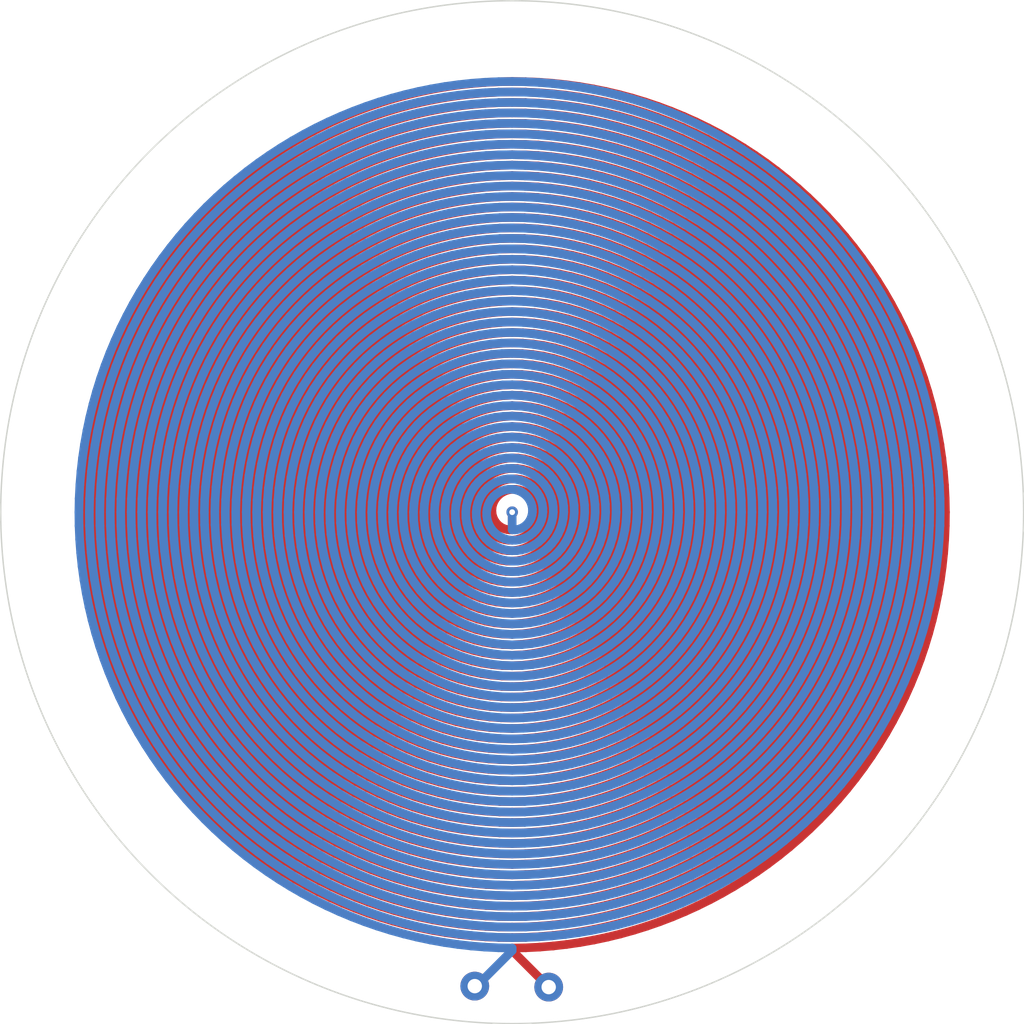
<source format=kicad_pcb>
(kicad_pcb (version 20221018) (generator pcbnew)
  (layers (0 "F.Cu" signal) (31 "B.Cu" signal) (34 "B.Paste" user) (35 "F.Paste" user) (36 "B.SilkS" user "B.Silkscreen") (37 "F.SilkS" user "F.Silkscreen") (38 "B.Mask" user) (39 "F.Mask" user) (44 "Edge.Cuts" user))
  (net 0 "")
  (gr_circle (center 127 101.6) (end 162.56 101.6) (stroke (width 0.1)) (fill none) (layer "Edge.Cuts"))
  (segment (start 146.889577 90.461302) (end 147.315595 91.248687) (width 0.6) (layer "F.Cu") (net 0))
  (segment (start 134.759811 120.911032) (end 133.934872 121.227599) (width 0.6) (layer "F.Cu") (net 0))
  (segment (start 128.95784 105.997382) (end 128.491208 106.189466) (width 0.6) (layer "F.Cu") (net 0))
  (segment (start 117.706342 102.936226) (end 117.626455 102.270409) (width 0.6) (layer "F.Cu") (net 0))
  (segment (start 98.886132 94.227676) (end 99.133316 93.329314) (width 0.6) (layer "F.Cu") (net 0))
  (segment (start 135.485547 119.797313) (end 134.685647 120.154792) (width 0.6) (layer "F.Cu") (net 0))
  (segment (start 138.717155 99.364833) (end 138.841593 100.104059) (width 0.6) (layer "F.Cu") (net 0))
  (segment (start 130.994559 86.692102) (end 131.771176 86.91583) (width 0.6) (layer "F.Cu") (net 0))
  (segment (start 130.055528 88.707714) (end 130.801909 88.90074) (width 0.6) (layer "F.Cu") (net 0))
  (segment (start 112.498067 88.311427) (end 113.087939 87.687939) (width 0.6) (layer "F.Cu") (net 0))
  (segment (start 125.159976 129.673337) (end 124.242056 129.60187) (width 0.6) (layer "F.Cu") (net 0))
  (segment (start 150.200932 87.4912) (end 150.672541 88.289595) (width 0.6) (layer "F.Cu") (net 0))
  (segment (start 141.240738 86.74148) (end 141.862066 87.355863) (width 0.6) (layer "F.Cu") (net 0))
  (segment (start 146.978631 96.397969) (end 147.186212 97.249539) (width 0.6) (layer "F.Cu") (net 0))
  (segment (start 115.538702 88.372957) (end 116.177647 87.838259) (width 0.6) (layer "F.Cu") (net 0))
  (segment (start 118.795527 106.079981) (end 118.489318 105.486698) (width 0.6) (layer "F.Cu") (net 0))
  (segment (start 106.962036 98.164146) (end 107.12111 97.315772) (width 0.6) (layer "F.Cu") (net 0))
  (segment (start 127.902318 77.485048) (end 128.803697 77.531335) (width 0.6) (layer "F.Cu") (net 0))
  (segment (start 116.186355 97.318575) (end 116.469949 96.644934) (width 0.6) (layer "F.Cu") (net 0))
  (segment (start 138.173971 89.844989) (end 138.75926 90.42199) (width 0.6) (layer "F.Cu") (net 0))
  (segment (start 124.377079 80.557692) (end 125.248498 80.462508) (width 0.6) (layer "F.Cu") (net 0))
  (segment (start 124.72929 95.361276) (end 125.279058 95.177358) (width 0.6) (layer "F.Cu") (net 0))
  (segment (start 126.488925 96.410967) (end 127 96.3745) (width 0.6) (layer "F.Cu") (net 0))
  (segment (start 133.825082 101.002883) (end 133.86125 101.6) (width 0.6) (layer "F.Cu") (net 0))
  (segment (start 129.463659 117.154931) (end 128.646834 117.268576) (width 0.6) (layer "F.Cu") (net 0))
  (segment (start 99.479606 110.7374) (end 99.197321 109.851689) (width 0.6) (layer "F.Cu") (net 0))
  (segment (start 121.474721 74.41655) (end 122.385497 74.24329) (width 0.6) (layer "F.Cu") (net 0))
  (segment (start 143.599243 119.489729) (end 142.92154 120.101165) (width 0.6) (layer "F.Cu") (net 0))
  (segment (start 113.217 123.657411) (end 112.453345 123.166302) (width 0.6) (layer "F.Cu") (net 0))
  (segment (start 119.128198 100.353229) (end 119.241448 99.737337) (width 0.6) (layer "F.Cu") (net 0))
  (segment (start 118.897837 108.705406) (end 118.444461 108.164896) (width 0.6) (layer "F.Cu") (net 0))
  (segment (start 127 130.453) (end 126.075097 130.441883) (width 0.6) (layer "F.Cu") (net 0))
  (segment (start 133.407593 75.306327) (end 134.302619 75.536613) (width 0.6) (layer "F.Cu") (net 0))
  (segment (start 147.718558 96.353349) (end 147.922358 97.213043) (width 0.6) (layer "F.Cu") (net 0))
  (segment (start 144.363633 109.961885) (end 143.975567 110.734942) (width 0.6) (layer "F.Cu") (net 0))
  (segment (start 142.682071 87.163636) (end 143.268907 87.820939) (width 0.6) (layer "F.Cu") (net 0))
  (segment (start 98.660323 92.391881) (end 98.960121 91.505022) (width 0.6) (layer "F.Cu") (net 0))
  (segment (start 103.240414 110.461868) (end 102.935333 109.60949) (width 0.6) (layer "F.Cu") (net 0))
  (segment (start 127 131.907) (end 127 132.08) (width 0.6) (layer "F.Cu") (net 0))
  (segment (start 151.45484 88.19838) (end 151.89245 89.021277) (width 0.6) (layer "F.Cu") (net 0))
  (segment (start 134.342898 74.794088) (end 135.235662 75.050726) (width 0.6) (layer "F.Cu") (net 0))
  (segment (start 132.201928 121.013861) (end 131.351249 121.227218) (width 0.6) (layer "F.Cu") (net 0))
  (segment (start 107.812399 94.820589) (end 108.112856 94.010522) (width 0.6) (layer "F.Cu") (net 0))
  (segment (start 122.382161 103.512771) (end 122.206043 103.054231) (width 0.6) (layer "F.Cu") (net 0))
  (segment (start 114.867323 99.376604) (end 115.016916 98.646435) (width 0.6) (layer "F.Cu") (net 0))
  (segment (start 104.417907 106.884413) (end 104.227719 106.016424) (width 0.6) (layer "F.Cu") (net 0))
  (segment (start 143.500444 86.981882) (end 144.079285 87.655196) (width 0.6) (layer "F.Cu") (net 0))
  (segment (start 108.961883 124.219083) (end 108.243769 123.632136) (width 0.6) (layer "F.Cu") (net 0))
  (segment (start 124.309407 107.369996) (end 123.811708 107.122283) (width 0.6) (layer "F.Cu") (net 0))
  (segment (start 102.325949 90.882547) (end 102.702671 90.044699) (width 0.6) (layer "F.Cu") (net 0))
  (segment (start 114.783657 106.046385) (end 114.539342 105.330476) (width 0.6) (layer "F.Cu") (net 0))
  (segment (start 122.672157 97.65465) (end 123.047447 97.264256) (width 0.6) (layer "F.Cu") (net 0))
  (segment (start 100.944952 103.421946) (end 100.893202 102.511669) (width 0.6) (layer "F.Cu") (net 0))
  (segment (start 144.647739 125.246363) (end 143.882891 125.802894) (width 0.6) (layer "F.Cu") (net 0))
  (segment (start 138.519067 91.228186) (end 139.050807 91.841449) (width 0.6) (layer "F.Cu") (net 0))
  (segment (start 125.165375 75.363644) (end 126.081988 75.311563) (width 0.6) (layer "F.Cu") (net 0))
  (segment (start 132.86923 99.93006) (end 133.008784 100.476764) (width 0.6) (layer "F.Cu") (net 0))
  (segment (start 139.017594 129.371021) (end 138.140693 129.738179) (width 0.6) (layer "F.Cu") (net 0))
  (segment (start 112.819646 98.478668) (end 113.00339 97.71386) (width 0.6) (layer "F.Cu") (net 0))
  (segment (start 128.902536 131.83994) (end 127.951852 131.888412) (width 0.6) (layer "F.Cu") (net 0))
  (segment (start 144.03925 101.6) (end 144.024398 102.436355) (width 0.6) (layer "F.Cu") (net 0))
  (segment (start 128.443182 90.637945) (end 129.158522 90.748377) (width 0.6) (layer "F.Cu") (net 0))
  (segment (start 128.825553 76.075438) (end 129.735862 76.152753) (width 0.6) (layer "F.Cu") (net 0))
  (segment (start 107.598808 104.154215) (end 107.500831 103.305956) (width 0.6) (layer "F.Cu") (net 0))
  (segment (start 100.936651 107.951464) (end 100.731131 107.058734) (width 0.6) (layer "F.Cu") (net 0))
  (segment (start 119.142979 106.649401) (end 118.795527 106.079981) (width 0.6) (layer "F.Cu") (net 0))
  (segment (start 131.790288 115.817069) (end 131.015243 116.061598) (width 0.6) (layer "F.Cu") (net 0))
  (segment (start 126.123302 80.403405) (end 127 80.3805) (width 0.6) (layer "F.Cu") (net 0))
  (segment (start 142.091816 82.675462) (end 142.791696 83.249717) (width 0.6) (layer "F.Cu") (net 0))
  (segment (start 149.105647 100.709173) (end 149.12825 101.6) (width 0.6) (layer "F.Cu") (net 0))
  (segment (start 148.948663 112.169919) (end 148.541919 112.985237) (width 0.6) (layer "F.Cu") (net 0))
  (segment (start 103.564624 113.030196) (end 103.176303 112.206993) (width 0.6) (layer "F.Cu") (net 0))
  (segment (start 112.209168 79.049563) (end 112.985635 78.554358) (width 0.6) (layer "F.Cu") (net 0))
  (segment (start 141.371081 82.127876) (end 142.091816 82.675462) (width 0.6) (layer "F.Cu") (net 0))
  (segment (start 107.876869 113.31867) (end 107.427575 112.561085) (width 0.6) (layer "F.Cu") (net 0))
  (segment (start 125.680021 101.987581) (end 125.621944 101.798135) (width 0.6) (layer "F.Cu") (net 0))
  (segment (start 113.765111 93.958833) (end 114.178076 93.273345) (width 0.6) (layer "F.Cu") (net 0))
  (segment (start 104.76721 98.078672) (end 104.91814 97.207645) (width 0.6) (layer "F.Cu") (net 0))
  (segment (start 129.494986 117.886411) (end 128.667484 117.997709) (width 0.6) (layer "F.Cu") (net 0))
  (segment (start 111.749107 96.815002) (end 112.00554 96.046662) (width 0.6) (layer "F.Cu") (net 0))
  (segment (start 133.215046 108.298227) (end 132.702505 108.750715) (width 0.6) (layer "F.Cu") (net 0))
  (segment (start 119.790393 101.002595) (end 119.854916 100.407696) (width 0.6) (layer "F.Cu") (net 0))
  (segment (start 114.441144 82.804344) (end 115.186366 82.321902) (width 0.6) (layer "F.Cu") (net 0))
  (segment (start 142.068898 119.87211) (end 141.360656 120.439407) (width 0.6) (layer "F.Cu") (net 0))
  (segment (start 103.899441 107.789776) (end 103.679933 106.922653) (width 0.6) (layer "F.Cu") (net 0))
  (segment (start 147.49218 98.975874) (end 147.589982 99.847534) (width 0.6) (layer "F.Cu") (net 0))
  (segment (start 138.14225 103.066905) (end 138.029881 103.79398) (width 0.6) (layer "F.Cu") (net 0))
  (segment (start 113.338403 85.469783) (end 114.013717 84.915223) (width 0.6) (layer "F.Cu") (net 0))
  (segment (start 106.144484 91.273776) (end 106.551417 90.480413) (width 0.6) (layer "F.Cu") (net 0))
  (segment (start 148.991327 118.966378) (end 148.401702 119.694016) (width 0.6) (layer "F.Cu") (net 0))
  (segment (start 113.449341 122.081842) (end 112.707884 121.576718) (width 0.6) (layer "F.Cu") (net 0))
  (segment (start 124.15009 90.963989) (end 124.850342 90.792942) (width 0.6) (layer "F.Cu") (net 0))
  (segment (start 102.225066 116.618711) (end 101.753189 115.818739) (width 0.6) (layer "F.Cu") (net 0))
  (segment (start 142.335333 107.279584) (end 142.033372 108.051328) (width 0.6) (layer "F.Cu") (net 0))
  (segment (start 125.477397 115.113475) (end 124.720999 115.013242) (width 0.6) (layer "F.Cu") (net 0))
  (segment (start 100.11681 114.250269) (end 99.729385 113.401049) (width 0.6) (layer "F.Cu") (net 0))
  (segment (start 132.989182 93.115261) (end 133.559226 93.537628) (width 0.6) (layer "F.Cu") (net 0))
  (segment (start 122.896318 111.507164) (end 122.253795 111.224351) (width 0.6) (layer "F.Cu") (net 0))
  (segment (start 110.851549 105.644976) (end 110.666952 104.848845) (width 0.6) (layer "F.Cu") (net 0))
  (segment (start 124.967299 92.255822) (end 125.637908 92.126441) (width 0.6) (layer "F.Cu") (net 0))
  (segment (start 135.647762 93.479211) (end 136.146208 94.033599) (width 0.6) (layer "F.Cu") (net 0))
  (segment (start 109.384547 108.21119) (end 109.100736 107.415823) (width 0.6) (layer "F.Cu") (net 0))
  (segment (start 132.815511 95.784489) (end 133.260774 96.252794) (width 0.6) (layer "F.Cu") (net 0))
  (segment (start 109.61772 94.170457) (end 109.963869 93.395832) (width 0.6) (layer "F.Cu") (net 0))
  (segment (start 132.299388 79.526461) (end 133.163139 79.747159) (width 0.6) (layer "F.Cu") (net 0))
  (segment (start 135.673609 104.275454) (end 135.457476 104.919315) (width 0.6) (layer "F.Cu") (net 0))
  (segment (start 124.781042 97.756651) (end 125.190008 97.534692) (width 0.6) (layer "F.Cu") (net 0))
  (segment (start 154.93251 102.533886) (end 154.889564 103.466987) (width 0.6) (layer "F.Cu") (net 0))
  (segment (start 134.341071 117.12139) (end 133.572803 117.468151) (width 0.6) (layer "F.Cu") (net 0))
  (segment (start 144.185792 113.215568) (end 143.681278 113.937409) (width 0.6) (layer "F.Cu") (net 0))
  (segment (start 112.059806 86.659806) (end 112.686732 86.051646) (width 0.6) (layer "F.Cu") (net 0))
  (segment (start 110.99053 76.373111) (end 111.788975 75.879561) (width 0.6) (layer "F.Cu") (net 0))
  (segment (start 143.874965 92.519194) (end 144.270061 93.283177) (width 0.6) (layer "F.Cu") (net 0))
  (segment (start 100.928835 99.776927) (end 101.004325 98.867744) (width 0.6) (layer "F.Cu") (net 0))
  (segment (start 132.616461 86.435104) (end 133.379654 86.733649) (width 0.6) (layer "F.Cu") (net 0))
  (segment (start 108.559341 94.888149) (end 108.864995 94.088235) (width 0.6) (layer "F.Cu") (net 0))
  (segment (start 100.970546 115.909814) (end 100.530669 115.086798) (width 0.6) (layer "F.Cu") (net 0))
  (segment (start 141.857024 106.42734) (end 141.589676 107.200452) (width 0.6) (layer "F.Cu") (net 0))
  (segment (start 117.673632 100.259071) (end 117.784983 99.595396) (width 0.6) (layer "F.Cu") (net 0))
  (segment (start 112.326178 105.531839) (end 112.134586 104.759741) (width 0.6) (layer "F.Cu") (net 0))
  (segment (start 133.284881 87.483926) (end 134.017796 87.826799) (width 0.6) (layer "F.Cu") (net 0))
  (segment (start 118.489318 105.486698) (end 118.225988 104.872537) (width 0.6) (layer "F.Cu") (net 0))
  (segment (start 135.551182 91.409098) (end 136.133883 91.91865) (width 0.6) (layer "F.Cu") (net 0))
  (segment (start 106.078436 87.073899) (end 106.606931 86.333939) (width 0.6) (layer "F.Cu") (net 0))
  (segment (start 139.785099 109.292539) (end 139.355071 109.976946) (width 0.6) (layer "F.Cu") (net 0))
  (segment (start 137.795113 95.074127) (end 138.17563 95.734577) (width 0.6) (layer "F.Cu") (net 0))
  (segment (start 154.72356 109.028506) (end 154.469286 109.932717) (width 0.6) (layer "F.Cu") (net 0))
  (segment (start 144.76625 101.6) (end 144.751628 102.445614) (width 0.6) (layer "F.Cu") (net 0))
  (segment (start 104.03584 98.052968) (end 104.184201 97.175136) (width 0.6) (layer "F.Cu") (net 0))
  (segment (start 133.408686 105.787003) (end 133.048585 106.307803) (width 0.6) (layer "F.Cu") (net 0))
  (segment (start 140.489271 113.28852) (end 139.921816 113.920927) (width 0.6) (layer "F.Cu") (net 0))
  (segment (start 110.900033 90.326682) (end 111.403087 89.632067) (width 0.6) (layer "F.Cu") (net 0))
  (segment (start 150.498581 86.599065) (end 150.990042 87.390676) (width 0.6) (layer "F.Cu") (net 0))
  (segment (start 121.354953 117.910292) (end 120.583225 117.628329) (width 0.6) (layer "F.Cu") (net 0))
  (segment (start 142.765137 89.502985) (end 143.281932 90.199268) (width 0.6) (layer "F.Cu") (net 0))
  (segment (start 122.055184 84.759503) (end 122.860789 84.537941) (width 0.6) (layer "F.Cu") (net 0))
  (segment (start 129.943991 112.587125) (end 129.220573 112.763574) (width 0.6) (layer "F.Cu") (net 0))
  (segment (start 134.724268 104.799497) (end 134.457524 105.399798) (width 0.6) (layer "F.Cu") (net 0))
  (segment (start 109.81074 83.771059) (end 110.470536 83.152019) (width 0.6) (layer "F.Cu") (net 0))
  (segment (start 108.915364 120.327188) (end 108.269906 119.687441) (width 0.6) (layer "F.Cu") (net 0))
  (segment (start 138.870444 103.099586) (end 138.760002 103.84334) (width 0.6) (layer "F.Cu") (net 0))
  (segment (start 119.968506 99.819384) (end 120.130517 99.241703) (width 0.6) (layer "F.Cu") (net 0))
  (segment (start 151.430655 119.34991) (end 150.863934 120.110764) (width 0.6) (layer "F.Cu") (net 0))
  (segment (start 107.383106 123.850998) (end 106.691377 123.226487) (width 0.6) (layer "F.Cu") (net 0))
  (segment (start 125.589234 101.397163) (end 125.616607 101.193799) (width 0.6) (layer "F.Cu") (net 0))
  (segment (start 133.73074 118.974042) (end 132.922863 119.271421) (width 0.6) (layer "F.Cu") (net 0))
  (segment (start 126.389166 94.22833) (end 127 94.1935) (width 0.6) (layer "F.Cu") (net 0))
  (segment (start 119.774758 93.361191) (end 120.324462 92.900269) (width 0.6) (layer "F.Cu") (net 0))
  (segment (start 129.710421 92.369154) (end 130.364923 92.578292) (width 0.6) (layer "F.Cu") (net 0))
  (segment (start 147.205481 94.66345) (end 147.479458 95.503001) (width 0.6) (layer "F.Cu") (net 0))
  (segment (start 105.20914 114.529115) (end 104.757929 113.74509) (width 0.6) (layer "F.Cu") (net 0))
  (segment (start 129.0171 96.730289) (end 129.490058 96.94143) (width 0.6) (layer "F.Cu") (net 0))
  (segment (start 135.203358 108.273927) (end 134.734564 108.823579) (width 0.6) (layer "F.Cu") (net 0))
  (segment (start 133.330897 125.22723) (end 132.443983 125.451646) (width 0.6) (layer "F.Cu") (net 0))
  (segment (start 151.920482 90.775507) (end 152.279189 91.631181) (width 0.6) (layer "F.Cu") (net 0))
  (segment (start 125.017676 96.814246) (end 125.49301 96.632119) (width 0.6) (layer "F.Cu") (net 0))
  (segment (start 122.929098 102.922716) (end 122.801285 102.492464) (width 0.6) (layer "F.Cu") (net 0))
  (segment (start 137.137457 104.440382) (end 136.927436 105.128212) (width 0.6) (layer "F.Cu") (net 0))
  (segment (start 127 121.002) (end 126.153476 120.988577) (width 0.6) (layer "F.Cu") (net 0))
  (segment (start 106.043638 103.336494) (end 105.985 102.469187) (width 0.6) (layer "F.Cu") (net 0))
  (segment (start 132.519517 96.518927) (end 132.927805 96.986204) (width 0.6) (layer "F.Cu") (net 0))
  (segment (start 124.707444 88.598267) (end 125.466524 88.480278) (width 0.6) (layer "F.Cu") (net 0))
  (segment (start 107.480713 99.892284) (end 107.568775 99.041831) (width 0.6) (layer "F.Cu") (net 0))
  (segment (start 116.503473 124.584188) (end 115.687953 124.198592) (width 0.6) (layer "F.Cu") (net 0))
  (segment (start 109.540718 88.480201) (end 110.079549 87.784879) (width 0.6) (layer "F.Cu") (net 0))
  (segment (start 142.634676 123.119286) (end 141.876398 123.655167) (width 0.6) (layer "F.Cu") (net 0))
  (segment (start 147.21724 89.580744) (end 147.666669 90.361822) (width 0.6) (layer "F.Cu") (net 0))
  (segment (start 142.530594 96.727245) (end 142.763137 97.518641) (width 0.6) (layer "F.Cu") (net 0))
  (segment (start 124.720999 115.013242) (end 123.971053 114.870684) (width 0.6) (layer "F.Cu") (net 0))
  (segment (start 129.10337 91.478026) (end 129.791347 91.637553) (width 0.6) (layer "F.Cu") (net 0))
  (segment (start 135.620562 81.366798) (end 136.430277 81.726112) (width 0.6) (layer "F.Cu") (net 0))
  (segment (start 97.359477 98.798146) (end 97.458505 97.868041) (width 0.6) (layer "F.Cu") (net 0))
  (segment (start 117.102396 103.656746) (end 116.977284 102.977591) (width 0.6) (layer "F.Cu") (net 0))
  (segment (start 116.057042 82.64624) (end 116.826942 82.216857) (width 0.6) (layer "F.Cu") (net 0))
  (segment (start 140.08029 84.794443) (end 140.766697 85.345692) (width 0.6) (layer "F.Cu") (net 0))
  (segment (start 97.304234 103.468299) (end 97.256569 102.534725) (width 0.6) (layer "F.Cu") (net 0))
  (segment (start 151.313024 83.935554) (end 151.858887 84.705918) (width 0.6) (layer "F.Cu") (net 0))
  (segment (start 125.730483 93.584588) (end 126.362566 93.500632) (width 0.6) (layer "F.Cu") (net 0))
  (segment (start 134.60751 94.495082) (end 135.080762 95.025813) (width 0.6) (layer "F.Cu") (net 0))
  (segment (start 121.535194 75.890108) (end 122.435084 75.711073) (width 0.6) (layer "F.Cu") (net 0))
  (segment (start 126.142385 102.58974) (end 125.997773 102.468435) (width 0.6) (layer "F.Cu") (net 0))
  (segment (start 107.361318 93.936963) (end 107.690389 93.130019) (width 0.6) (layer "F.Cu") (net 0))
  (segment (start 98.839864 104.373531) (end 98.760416 103.45092) (width 0.6) (layer "F.Cu") (net 0))
  (segment (start 111.144744 103.212322) (end 111.077575 102.407494) (width 0.6) (layer "F.Cu") (net 0))
  (segment (start 118.112474 126.018278) (end 117.264189 125.696978) (width 0.6) (layer "F.Cu") (net 0))
  (segment (start 130.109833 87.97493) (end 130.870702 88.164497) (width 0.6) (layer "F.Cu") (net 0))
  (segment (start 119.402865 99.131541) (end 119.611562 98.539609) (width 0.6) (layer "F.Cu") (net 0))
  (segment (start 126.19416 86.22366) (end 127 86.1965) (width 0.6) (layer "F.Cu") (net 0))
  (segment (start 142.7515 78.654055) (end 143.511736 79.190091) (width 0.6) (layer "F.Cu") (net 0))
  (segment (start 136.57021 103.681872) (end 136.405234 104.361626) (width 0.6) (layer "F.Cu") (net 0))
  (segment (start 124.397405 98.997405) (end 124.697074 98.712222) (width 0.6) (layer "F.Cu") (net 0))
  (segment (start 106.268048 105.059551) (end 106.138046 104.20044) (width 0.6) (layer "F.Cu") (net 0))
  (segment (start 156.330445 99.716923) (end 156.379438 100.657859) (width 0.6) (layer "F.Cu") (net 0))
  (segment (start 121.33599 112.39187) (end 120.69111 112.036179) (width 0.6) (layer "F.Cu") (net 0))
  (segment (start 130.73802 72.608652) (end 131.66591 72.739695) (width 0.6) (layer "F.Cu") (net 0))
  (segment (start 130.227766 116.26389) (end 129.430159 116.423317) (width 0.6) (layer "F.Cu") (net 0))
  (segment (start 121.067027 82.783012) (end 121.892152 82.537253) (width 0.6) (layer "F.Cu") (net 0))
  (segment (start 112.60268 103.165803) (end 112.532766 102.384391) (width 0.6) (layer "F.Cu") (net 0))
  (segment (start 148.953031 98.934419) (end 149.047205 99.820166) (width 0.6) (layer "F.Cu") (net 0))
  (segment (start 132.674879 131.348756) (end 131.738216 131.515919) (width 0.6) (layer "F.Cu") (net 0))
  (segment (start 104.129795 120.519879) (end 103.543921 119.7944) (width 0.6) (layer "F.Cu") (net 0))
  (segment (start 130.717286 94.304416) (end 131.28298 94.610813) (width 0.6) (layer "F.Cu") (net 0))
  (segment (start 104.854715 117.916759) (end 104.31867 117.169852) (width 0.6) (layer "F.Cu") (net 0))
  (segment (start 125.278203 81.919772) (end 126.138061 81.858356) (width 0.6) (layer "F.Cu") (net 0))
  (segment (start 125.276935 122.394299) (end 124.418492 122.310077) (width 0.6) (layer "F.Cu") (net 0))
  (segment (start 138.768158 119.612507) (end 138.016187 120.087548) (width 0.6) (layer "F.Cu") (net 0))
  (segment (start 138.22325 101.6) (end 138.206777 102.334531) (width 0.6) (layer "F.Cu") (net 0))
  (segment (start 125.437309 103.863949) (end 125.166542 103.669546) (width 0.6) (layer "F.Cu") (net 0))
  (segment (start 117.45085 92.590842) (end 117.986222 92.045954) (width 0.6) (layer "F.Cu") (net 0))
  (segment (start 130.690007 127.264563) (end 129.772069 127.384022) (width 0.6) (layer "F.Cu") (net 0))
  (segment (start 103.684731 109.554065) (end 103.40574 108.698455) (width 0.6) (layer "F.Cu") (net 0))
  (segment (start 118.415971 81.452545) (end 119.232537 81.118883) (width 0.6) (layer "F.Cu") (net 0))
  (segment (start 104.568525 99.834605) (end 104.650616 98.954776) (width 0.6) (layer "F.Cu") (net 0))
  (segment (start 144.569061 99.07395) (end 144.674838 99.912258) (width 0.6) (layer "F.Cu") (net 0))
  (segment (start 108.29847 99.066706) (end 108.425848 98.229288) (width 0.6) (layer "F.Cu") (net 0))
  (segment (start 147.528269 88.701234) (end 147.999961 89.475667) (width 0.6) (layer "F.Cu") (net 0))
  (segment (start 136.726771 108.666913) (end 136.269444 109.268351) (width 0.6) (layer "F.Cu") (net 0))
  (segment (start 122.754063 121.301219) (end 121.920507 121.108018) (width 0.6) (layer "F.Cu") (net 0))
  (segment (start 117.328989 111.271011) (end 116.797105 110.717864) (width 0.6) (layer "F.Cu") (net 0))
  (segment (start 127 93.4665) (end 127.63886 93.482513) (width 0.6) (layer "F.Cu") (net 0))
  (segment (start 111.110074 92.749369) (end 111.531237 92.022147) (width 0.6) (layer "F.Cu") (net 0))
  (segment (start 128.872383 72.436125) (end 129.806525 72.50743) (width 0.6) (layer "F.Cu") (net 0))
  (segment (start 127.836966 84.029916) (end 128.67256 84.084159) (width 0.6) (layer "F.Cu") (net 0))
  (segment (start 115.776554 123.429746) (end 114.984706 123.008965) (width 0.6) (layer "F.Cu") (net 0))
  (segment (start 138.555954 94.928167) (end 138.930352 95.608352) (width 0.6) (layer "F.Cu") (net 0))
  (segment (start 119.1641 102.841085) (end 119.081822 102.223174) (width 0.6) (layer "F.Cu") (net 0))
  (segment (start 121.446406 73.6802) (end 122.362273 73.509704) (width 0.6) (layer "F.Cu") (net 0))
  (segment (start 147.922358 97.213043) (end 148.090494 98.080619) (width 0.6) (layer "F.Cu") (net 0))
  (segment (start 128.738251 120.913549) (end 127.870234 120.977276) (width 0.6) (layer "F.Cu") (net 0))
  (segment (start 124.912393 112.095107) (end 124.22849 111.943415) (width 0.6) (layer "F.Cu") (net 0))
  (segment (start 145.032592 93.191264) (end 145.386877 93.983906) (width 0.6) (layer "F.Cu") (net 0))
  (segment (start 135.875444 112.729455) (end 135.241204 113.21489) (width 0.6) (layer "F.Cu") (net 0))
  (segment (start 143.506627 93.380676) (end 143.873501 94.149621) (width 0.6) (layer "F.Cu") (net 0))
  (segment (start 136.456073 120.942707) (end 135.65058 121.321335) (width 0.6) (layer "F.Cu") (net 0))
  (segment (start 140.762213 96.116633) (end 141.044833 96.867745) (width 0.6) (layer "F.Cu") (net 0))
  (segment (start 129.955164 107.93737) (end 129.395034 108.180302) (width 0.6) (layer "F.Cu") (net 0))
  (segment (start 112.602628 75.411277) (end 113.430689 74.968728) (width 0.6) (layer "F.Cu") (net 0))
  (segment (start 101.028425 104.329722) (end 100.944952 103.421946) (width 0.6) (layer "F.Cu") (net 0))
  (segment (start 147.412759 112.00082) (end 146.992652 112.796423) (width 0.6) (layer "F.Cu") (net 0))
  (segment (start 130.009874 113.322685) (end 129.269223 113.495685) (width 0.6) (layer "F.Cu") (net 0))
  (segment (start 143.752688 95.801838) (end 144.014885 96.603979) (width 0.6) (layer "F.Cu") (net 0))
  (segment (start 139.881195 121.490867) (end 139.112134 121.973466) (width 0.6) (layer "F.Cu") (net 0))
  (segment (start 137.104449 74.142947) (end 137.980692 74.477479) (width 0.6) (layer "F.Cu") (net 0))
  (segment (start 127 94.9205) (end 127.583037 94.935859) (width 0.6) (layer "F.Cu") (net 0))
  (segment (start 135.091149 116.737476) (end 134.341071 117.12139) (width 0.6) (layer "F.Cu") (net 0))
  (segment (start 111.936098 88.959885) (end 112.498067 88.311427) (width 0.6) (layer "F.Cu") (net 0))
  (segment (start 115.262498 75.694781) (end 116.114929 75.321113) (width 0.6) (layer "F.Cu") (net 0))
  (segment (start 125.731008 110.019212) (end 125.103462 109.909276) (width 0.6) (layer "F.Cu") (net 0))
  (segment (start 127.745427 112.973024) (end 127 113.005) (width 0.6) (layer "F.Cu") (net 0))
  (segment (start 115.726472 96.526197) (end 116.047198 95.851526) (width 0.6) (layer "F.Cu") (net 0))
  (segment (start 118.564158 103.525426) (end 118.435301 102.890921) (width 0.6) (layer "F.Cu") (net 0))
  (segment (start 123.308463 130.230832) (end 122.392104 130.101464) (width 0.6) (layer "F.Cu") (net 0))
  (segment (start 112.816307 117.007598) (end 112.188323 116.411677) (width 0.6) (layer "F.Cu") (net 0))
  (segment (start 150.609404 116.671681) (end 150.095787 117.454361) (width 0.6) (layer "F.Cu") (net 0))
  (segment (start 144.550349 90.793821) (end 144.997451 91.54602) (width 0.6) (layer "F.Cu") (net 0))
  (segment (start 137.318307 81.349181) (end 138.107616 81.765925) (width 0.6) (layer "F.Cu") (net 0))
  (segment (start 138.30031 80.218769) (end 139.094042 80.652505) (width 0.6) (layer "F.Cu") (net 0))
  (segment (start 121.78547 123.320082) (end 120.93553 123.102988) (width 0.6) (layer "F.Cu") (net 0))
  (segment (start 108.948953 109.076988) (end 108.635248 108.284223) (width 0.6) (layer "F.Cu") (net 0))
  (segment (start 103.33882 105.166349) (end 103.217716 104.27962) (width 0.6) (layer "F.Cu") (net 0))
  (segment (start 130.600938 124.335425) (end 129.706107 124.463781) (width 0.6) (layer "F.Cu") (net 0))
  (segment (start 103.629307 96.265792) (end 103.840922 95.394544) (width 0.6) (layer "F.Cu") (net 0))
  (segment (start 117.959594 76.162734) (end 118.832125 75.865148) (width 0.6) (layer "F.Cu") (net 0))
  (segment (start 101.659094 114.096752) (end 101.260331 113.262492) (width 0.6) (layer "F.Cu") (net 0))
  (segment (start 136.686246 92.461498) (end 137.206372 93.035837) (width 0.6) (layer "F.Cu") (net 0))
  (segment (start 104.64116 107.744317) (end 104.417907 106.884413) (width 0.6) (layer "F.Cu") (net 0))
  (segment (start 129.266154 107.449618) (end 128.719678 107.644042) (width 0.6) (layer "F.Cu") (net 0))
  (segment (start 111.531237 92.022147) (end 111.985671 91.314945) (width 0.6) (layer "F.Cu") (net 0))
  (segment (start 122.813691 83.800907) (end 123.6392 83.621306) (width 0.6) (layer "F.Cu") (net 0))
  (segment (start 142.36608 121.49974) (end 141.631509 122.051102) (width 0.6) (layer "F.Cu") (net 0))
  (segment (start 144.860352 89.93125) (end 145.331415 90.676848) (width 0.6) (layer "F.Cu") (net 0))
  (segment (start 125.637908 92.126441) (end 126.316625 92.045168) (width 0.6) (layer "F.Cu") (net 0))
  (segment (start 127.862379 81.848269) (end 128.723557 81.899655) (width 0.6) (layer "F.Cu") (net 0))
  (segment (start 113.578061 82.518057) (end 114.316391 82.014242) (width 0.6) (layer "F.Cu") (net 0))
  (segment (start 140.126781 110.124631) (end 139.667548 110.803512) (width 0.6) (layer "F.Cu") (net 0))
  (segment (start 128.880624 71.708331) (end 129.818959 71.778534) (width 0.6) (layer "F.Cu") (net 0))
  (segment (start 131.57193 75.671298) (end 132.474883 75.8427) (width 0.6) (layer "F.Cu") (net 0))
  (segment (start 145.508821 110.931951) (end 145.100373 111.711475) (width 0.6) (layer "F.Cu") (net 0))
  (segment (start 127.935297 128.979078) (end 127 128.999) (width 0.6) (layer "F.Cu") (net 0))
  (segment (start 123.290759 109.302318) (end 122.721208 109.011085) (width 0.6) (layer "F.Cu") (net 0))
  (segment (start 119.19962 123.318591) (end 118.371805 123.007989) (width 0.6) (layer "F.Cu") (net 0))
  (segment (start 132.255828 89.415621) (end 132.958416 89.735819) (width 0.6) (layer "F.Cu") (net 0))
  (segment (start 147.814131 85.338219) (end 148.372247 86.072154) (width 0.6) (layer "F.Cu") (net 0))
  (segment (start 115.305216 83.106179) (end 116.057042 82.64624) (width 0.6) (layer "F.Cu") (net 0))
  (segment (start 112.45034 80.644506) (end 113.205328 80.135072) (width 0.6) (layer "F.Cu") (net 0))
  (segment (start 137.142618 119.756122) (end 136.365123 120.174614) (width 0.6) (layer "F.Cu") (net 0))
  (segment (start 104.321104 88.506333) (end 104.788457 87.720687) (width 0.6) (layer "F.Cu") (net 0))
  (segment (start 152.228296 109.79717) (end 151.930646 110.674013) (width 0.6) (layer "F.Cu") (net 0))
  (segment (start 106.606931 86.333939) (end 107.16159 85.613198) (width 0.6) (layer "F.Cu") (net 0))
  (segment (start 139.313178 123.539739) (end 138.505613 123.978563) (width 0.6) (layer "F.Cu") (net 0))
  (segment (start 154.209343 108.084315) (end 153.981205 108.990916) (width 0.6) (layer "F.Cu") (net 0))
  (segment (start 129.621882 93.100066) (end 130.252914 93.311711) (width 0.6) (layer "F.Cu") (net 0))
  (segment (start 101.621894 95.272527) (end 101.854297 94.389586) (width 0.6) (layer "F.Cu") (net 0))
  (segment (start 134.598837 88.970634) (end 135.27495 89.395362) (width 0.6) (layer "F.Cu") (net 0))
  (segment (start 118.148583 98.298592) (end 118.39914 97.672119) (width 0.6) (layer "F.Cu") (net 0))
  (segment (start 121.089922 89.832066) (end 121.781499 89.502154) (width 0.6) (layer "F.Cu") (net 0))
  (segment (start 145.466204 120.722314) (end 144.790298 121.358128) (width 0.6) (layer "F.Cu") (net 0))
  (segment (start 142.92154 120.101165) (end 142.221323 120.686936) (width 0.6) (layer "F.Cu") (net 0))
  (segment (start 127 79.6535) (end 127.883884 79.666642) (width 0.6) (layer "F.Cu") (net 0))
  (segment (start 117.302272 114.128432) (end 116.676345 113.625619) (width 0.6) (layer "F.Cu") (net 0))
  (segment (start 116.094818 129.143345) (end 115.233598 128.79055) (width 0.6) (layer "F.Cu") (net 0))
  (segment (start 124.422061 82.018613) (end 125.278203 81.919772) (width 0.6) (layer "F.Cu") (net 0))
  (segment (start 102.462658 98.900125) (end 102.573452 98.005157) (width 0.6) (layer "F.Cu") (net 0))
  (segment (start 118.521918 121.49879) (end 117.725552 121.145484) (width 0.6) (layer "F.Cu") (net 0))
  (segment (start 135.406828 129.925392) (end 134.495576 130.183879) (width 0.6) (layer "F.Cu") (net 0))
  (segment (start 127.688664 110.789577) (end 127 110.824) (width 0.6) (layer "F.Cu") (net 0))
  (segment (start 106.193799 116.046003) (end 105.68797 115.29641) (width 0.6) (layer "F.Cu") (net 0))
  (segment (start 154.948083 108.116579) (end 154.72356 109.028506) (width 0.6) (layer "F.Cu") (net 0))
  (segment (start 138.886742 112.899191) (end 138.30323 113.490991) (width 0.6) (layer "F.Cu") (net 0))
  (segment (start 146.142388 93.907956) (end 146.456231 94.725676) (width 0.6) (layer "F.Cu") (net 0))
  (segment (start 131.231345 99.716084) (end 131.416611 100.164956) (width 0.6) (layer "F.Cu") (net 0))
  (segment (start 114.78991 103.082573) (end 114.715693 102.343064) (width 0.6) (layer "F.Cu") (net 0))
  (segment (start 112.579997 81.444529) (end 113.323404 80.927803) (width 0.6) (layer "F.Cu") (net 0))
  (segment (start 115.073622 81.538987) (end 115.848647 81.093001) (width 0.6) (layer "F.Cu") (net 0))
  (segment (start 105.96225 101.6) (end 105.975443 100.730418) (width 0.6) (layer "F.Cu") (net 0))
  (segment (start 146.119408 120.063398) (end 145.466204 120.722314) (width 0.6) (layer "F.Cu") (net 0))
  (segment (start 139.67725 101.6) (end 139.661099 102.365855) (width 0.6) (layer "F.Cu") (net 0))
  (segment (start 133.118728 102.166984) (end 133.050821 102.731094) (width 0.6) (layer "F.Cu") (net 0))
  (segment (start 125.262948 81.191113) (end 126.130482 81.130872) (width 0.6) (layer "F.Cu") (net 0))
  (segment (start 154.792366 98.804062) (end 154.87413 99.734047) (width 0.6) (layer "F.Cu") (net 0))
  (segment (start 122.753878 100.697459) (end 122.859956 100.254818) (width 0.6) (layer "F.Cu") (net 0))
  (segment (start 118.01551 118.859044) (end 117.268708 118.455092) (width 0.6) (layer "F.Cu") (net 0))
  (segment (start 131.457912 123.436299) (end 130.575785 123.602692) (width 0.6) (layer "F.Cu") (net 0))
  (segment (start 102.361218 95.311326) (end 102.597411 94.434754) (width 0.6) (layer "F.Cu") (net 0))
  (segment (start 112.632198 117.817896) (end 111.987593 117.229571) (width 0.6) (layer "F.Cu") (net 0))
  (segment (start 144.078299 106.614641) (end 143.825553 107.423381) (width 0.6) (layer "F.Cu") (net 0))
  (segment (start 137.985316 99.414885) (end 138.112217 100.137049) (width 0.6) (layer "F.Cu") (net 0))
  (segment (start 121.900672 107.570546) (end 121.441522 107.158478) (width 0.6) (layer "F.Cu") (net 0))
  (segment (start 148.512392 106.902328) (end 148.285919 107.765542) (width 0.6) (layer "F.Cu") (net 0))
  (segment (start 130.642978 76.262528) (end 131.545744 76.404634) (width 0.6) (layer "F.Cu") (net 0))
  (segment (start 128.275751 109.245157) (end 127.640852 109.333928) (width 0.6) (layer "F.Cu") (net 0))
  (segment (start 139.808887 97.765271) (end 140.016737 98.514977) (width 0.6) (layer "F.Cu") (net 0))
  (segment (start 123.901722 88.025556) (end 124.666634 87.86679) (width 0.6) (layer "F.Cu") (net 0))
  (segment (start 113.685725 77.304545) (end 114.503248 76.869765) (width 0.6) (layer "F.Cu") (net 0))
  (segment (start 154.212095 88.79496) (end 154.604219 89.654588) (width 0.6) (layer "F.Cu") (net 0))
  (segment (start 122.33512 98.077246) (end 122.672157 97.65465) (width 0.6) (layer "F.Cu") (net 0))
  (segment (start 126.103867 78.221101) (end 127 78.1995) (width 0.6) (layer "F.Cu") (net 0))
  (segment (start 98.319116 96.963097) (end 98.478831 96.045503) (width 0.6) (layer "F.Cu") (net 0))
  (segment (start 145.478857 102.454329) (end 145.425007 103.307328) (width 0.6) (layer "F.Cu") (net 0))
  (segment (start 108.912254 110.719649) (end 108.537027 109.94579) (width 0.6) (layer "F.Cu") (net 0))
  (segment (start 106.107945 84.603052) (end 106.697441 83.897087) (width 0.6) (layer "F.Cu") (net 0))
  (segment (start 128.869235 128.927243) (end 127.935297 128.979078) (width 0.6) (layer "F.Cu") (net 0))
  (segment (start 120.153781 96.140322) (end 120.574582 95.638084) (width 0.6) (layer "F.Cu") (net 0))
  (segment (start 133.37099 125.969379) (end 132.47764 126.189928) (width 0.6) (layer "F.Cu") (net 0))
  (segment (start 134.528265 106.732684) (end 134.130415 107.286316) (width 0.6) (layer "F.Cu") (net 0))
  (segment (start 154.815452 104.39826) (end 154.710247 105.326666) (width 0.6) (layer "F.Cu") (net 0))
  (segment (start 112.749681 96.129815) (end 113.049963 95.389043) (width 0.6) (layer "F.Cu") (net 0))
  (segment (start 141.084848 83.733456) (end 141.778377 84.296744) (width 0.6) (layer "F.Cu") (net 0))
  (segment (start 125.997773 102.468435) (end 125.870483 102.325896) (width 0.6) (layer "F.Cu") (net 0))
  (segment (start 127 96.3745) (end 127.513302 96.388358) (width 0.6) (layer "F.Cu") (net 0))
  (segment (start 130.179165 115.52883) (end 129.394255 115.691574) (width 0.6) (layer "F.Cu") (net 0))
  (segment (start 128.085928 107.059327) (end 127.546704 107.150783) (width 0.6) (layer "F.Cu") (net 0))
  (segment (start 124.644382 116.472784) (end 123.86797 116.335044) (width 0.6) (layer "F.Cu") (net 0))
  (segment (start 149.709346 95.359362) (end 149.936031 96.232762) (width 0.6) (layer "F.Cu") (net 0))
  (segment (start 130.167357 96.484544) (end 130.632283 96.79008) (width 0.6) (layer "F.Cu") (net 0))
  (segment (start 112.577758 100.031487) (end 112.677642 99.251969) (width 0.6) (layer "F.Cu") (net 0))
  (segment (start 150.844118 111.476557) (end 150.480165 112.323032) (width 0.6) (layer "F.Cu") (net 0))
  (segment (start 132.624509 129.876315) (end 131.696939 130.048941) (width 0.6) (layer "F.Cu") (net 0))
  (segment (start 142.895089 86.33256) (end 143.500444 86.981882) (width 0.6) (layer "F.Cu") (net 0))
  (segment (start 146.664156 122.595205) (end 145.96918 123.230204) (width 0.6) (layer "F.Cu") (net 0))
  (segment (start 140.950788 103.970334) (end 140.802263 104.750277) (width 0.6) (layer "F.Cu") (net 0))
  (segment (start 156.39825 101.6) (end 156.386853 102.542379) (width 0.6) (layer "F.Cu") (net 0))
  (segment (start 143.097046 112.225567) (end 142.608324 112.940111) (width 0.6) (layer "F.Cu") (net 0))
  (segment (start 100.868614 87.234149) (end 101.329621 86.41858) (width 0.6) (layer "F.Cu") (net 0))
  (segment (start 141.080059 78.44633) (end 141.864509 78.937233) (width 0.6) (layer "F.Cu") (net 0))
  (segment (start 108.561463 85.078998) (end 109.174102 84.413674) (width 0.6) (layer "F.Cu") (net 0))
  (segment (start 150.942348 94.396821) (end 151.193539 95.27498) (width 0.6) (layer "F.Cu") (net 0))
  (segment (start 135.31525 101.6) (end 135.298676 102.25312) (width 0.6) (layer "F.Cu") (net 0))
  (segment (start 127.869935 81.121057) (end 128.738719 81.171536) (width 0.6) (layer "F.Cu") (net 0))
  (segment (start 132.88955 98.199667) (end 133.172648 98.721647) (width 0.6) (layer "F.Cu") (net 0))
  (segment (start 154.574059 106.251165) (end 154.407032 107.170725) (width 0.6) (layer "F.Cu") (net 0))
  (segment (start 149.981015 85.824426) (end 150.498581 86.599065) (width 0.6) (layer "F.Cu") (net 0))
  (segment (start 141.990194 124.454389) (end 141.203234 124.956223) (width 0.6) (layer "F.Cu") (net 0))
  (segment (start 110.758952 91.896426) (end 111.206321 91.174684) (width 0.6) (layer "F.Cu") (net 0))
  (segment (start 145.990326 95.612373) (end 146.238304 96.445112) (width 0.6) (layer "F.Cu") (net 0))
  (segment (start 127.930698 128.251716) (end 127 128.272) (width 0.6) (layer "F.Cu") (net 0))
  (segment (start 130.370042 95.762917) (end 130.871745 96.070576) (width 0.6) (layer "F.Cu") (net 0))
  (segment (start 99.258458 107.118136) (end 99.089027 106.20812) (width 0.6) (layer "F.Cu") (net 0))
  (segment (start 108.355463 114.057881) (end 107.876869 113.31867) (width 0.6) (layer "F.Cu") (net 0))
  (segment (start 125.310237 99.151955) (end 125.611139 98.953747) (width 0.6) (layer "F.Cu") (net 0))
  (segment (start 137.093415 127.806943) (end 136.213342 128.133232) (width 0.6) (layer "F.Cu") (net 0))
  (segment (start 136.342639 82.489327) (end 137.126683 82.88753) (width 0.6) (layer "F.Cu") (net 0))
  (segment (start 127 94.1935) (end 127.612414 94.209264) (width 0.6) (layer "F.Cu") (net 0))
  (segment (start 134.208645 124.969853) (end 133.330897 125.22723) (width 0.6) (layer "F.Cu") (net 0))
  (segment (start 127 126.091) (end 126.105385 126.078885) (width 0.6) (layer "F.Cu") (net 0))
  (segment (start 139.83906 91.661828) (end 140.330754 92.321522) (width 0.6) (layer "F.Cu") (net 0))
  (segment (start 106.230307 98.134151) (end 106.386594 97.277823) (width 0.6) (layer "F.Cu") (net 0))
  (segment (start 101.73399 110.579542) (end 101.438382 109.712893) (width 0.6) (layer "F.Cu") (net 0))
  (segment (start 112.162376 83.608327) (end 112.859707 83.049682) (width 0.6) (layer "F.Cu") (net 0))
  (segment (start 104.001621 87.614376) (end 104.489209 86.835172) (width 0.6) (layer "F.Cu") (net 0))
  (segment (start 121.508457 129.207849) (end 120.607234 129.017077) (width 0.6) (layer "F.Cu") (net 0))
  (segment (start 130.669309 126.532534) (end 129.756736 126.654112) (width 0.6) (layer "F.Cu") (net 0))
  (segment (start 151.777564 87.294667) (end 152.235695 88.11124) (width 0.6) (layer "F.Cu") (net 0))
  (segment (start 109.509967 117.828379) (end 108.912119 117.16588) (width 0.6) (layer "F.Cu") (net 0))
  (segment (start 110.270953 121.536902) (end 109.582653 120.943924) (width 0.6) (layer "F.Cu") (net 0))
  (segment (start 114.060799 103.112376) (end 113.988033 102.357861) (width 0.6) (layer "F.Cu") (net 0))
  (segment (start 131.345423 96.421327) (end 131.787378 96.812622) (width 0.6) (layer "F.Cu") (net 0))
  (segment (start 142.375418 99.164773) (end 142.487822 99.972164) (width 0.6) (layer "F.Cu") (net 0))
  (segment (start 102.606905 105.18992) (end 102.487867 104.297102) (width 0.6) (layer "F.Cu") (net 0))
  (segment (start 152.975873 109.844372) (end 152.682981 110.727734) (width 0.6) (layer "F.Cu") (net 0))
  (segment (start 133.839959 82.241031) (end 134.657245 82.544213) (width 0.6) (layer "F.Cu") (net 0))
  (segment (start 127.304471 99.28731) (end 127.607653 99.332207) (width 0.6) (layer "F.Cu") (net 0))
  (segment (start 116.923512 108.555297) (end 116.515964 107.937821) (width 0.6) (layer "F.Cu") (net 0))
  (segment (start 129.712681 103.472429) (end 129.477671 103.795025) (width 0.6) (layer "F.Cu") (net 0))
  (segment (start 138.640325 118.82242) (end 137.901471 119.305115) (width 0.6) (layer "F.Cu") (net 0))
  (segment (start 147.650714 100.722768) (end 147.67425 101.6) (width 0.6) (layer "F.Cu") (net 0))
  (segment (start 125.190008 97.534692) (end 125.62112 97.356243) (width 0.6) (layer "F.Cu") (net 0))
  (segment (start 106.481583 83.042187) (end 107.11037 82.36424) (width 0.6) (layer "F.Cu") (net 0))
  (segment (start 151.244324 112.394269) (end 150.856471 113.235578) (width 0.6) (layer "F.Cu") (net 0))
  (segment (start 136.058726 117.863528) (end 135.300336 118.269323) (width 0.6) (layer "F.Cu") (net 0))
  (segment (start 141.313823 109.54482) (end 140.898028 110.262707) (width 0.6) (layer "F.Cu") (net 0))
  (segment (start 127.607653 99.332207) (end 127.904257 99.41693) (width 0.6) (layer "F.Cu") (net 0))
  (segment (start 144.818131 106.669695) (end 144.570051 107.488888) (width 0.6) (layer "F.Cu") (net 0))
  (segment (start 153.840966 106.22785) (end 153.671187 107.142336) (width 0.6) (layer "F.Cu") (net 0))
  (segment (start 155.67125 101.6) (end 155.659683 102.538221) (width 0.6) (layer "F.Cu") (net 0))
  (segment (start 122.68783 81.591459) (end 123.540071 81.421632) (width 0.6) (layer "F.Cu") (net 0))
  (segment (start 126.099763 126.80606) (end 125.200379 126.761988) (width 0.6) (layer "F.Cu") (net 0))
  (segment (start 143.84652 117.172762) (end 143.225361 117.825361) (width 0.6) (layer "F.Cu") (net 0))
  (segment (start 139.98074 80.330252) (end 140.751226 80.815) (width 0.6) (layer "F.Cu") (net 0))
  (segment (start 117.370641 79.529274) (end 118.201044 79.180626) (width 0.6) (layer "F.Cu") (net 0))
  (segment (start 144.383154 123.612571) (end 143.640191 124.184249) (width 0.6) (layer "F.Cu") (net 0))
  (segment (start 116.480318 93.768387) (end 116.948327 93.165645) (width 0.6) (layer "F.Cu") (net 0))
  (segment (start 124.763551 114.283531) (end 124.028301 114.138584) (width 0.6) (layer "F.Cu") (net 0))
  (segment (start 122.769313 83.064148) (end 123.604253 82.887894) (width 0.6) (layer "F.Cu") (net 0))
  (segment (start 117.212563 98.857689) (end 117.415076 98.193517) (width 0.6) (layer "F.Cu") (net 0))
  (segment (start 113.410454 93.129571) (end 113.852104 92.448795) (width 0.6) (layer "F.Cu") (net 0))
  (segment (start 127.513302 96.388358) (end 128.023877 96.452624) (width 0.6) (layer "F.Cu") (net 0))
  (segment (start 123.301683 74.100541) (end 124.222255 73.988471) (width 0.6) (layer "F.Cu") (net 0))
  (segment (start 135.274015 106.917387) (end 134.88021 107.499051) (width 0.6) (layer "F.Cu") (net 0))
  (segment (start 126.111274 125.351706) (end 125.223467 125.306182) (width 0.6) (layer "F.Cu") (net 0))
  (segment (start 110.431622 120.720928) (end 109.756893 120.120404) (width 0.6) (layer "F.Cu") (net 0))
  (segment (start 108.606165 81.905011) (end 109.2867 81.285529) (width 0.6) (layer "F.Cu") (net 0))
  (segment (start 140.374852 100.821004) (end 140.40425 101.6) (width 0.6) (layer "F.Cu") (net 0))
  (segment (start 120.620853 102.724816) (end 120.537035 102.165436) (width 0.6) (layer "F.Cu") (net 0))
  (segment (start 122.280108 92.491021) (end 122.909581 92.182912) (width 0.6) (layer "F.Cu") (net 0))
  (segment (start 141.499566 121.246214) (end 140.757268 121.778207) (width 0.6) (layer "F.Cu") (net 0))
  (segment (start 127 121.729) (end 126.145493 121.715771) (width 0.6) (layer "F.Cu") (net 0))
  (segment (start 111.578984 80.374792) (end 112.326868 79.846188) (width 0.6) (layer "F.Cu") (net 0))
  (segment (start 116.179933 76.08318) (end 117.03723 75.732268) (width 0.6) (layer "F.Cu") (net 0))
  (segment (start 107.855818 97.355837) (end 108.054291 96.523512) (width 0.6) (layer "F.Cu") (net 0))
  (segment (start 105.472411 111.967141) (end 105.095859 111.156679) (width 0.6) (layer "F.Cu") (net 0))
  (segment (start 131.59617 95.694841) (end 132.074595 96.087521) (width 0.6) (layer "F.Cu") (net 0))
  (segment (start 127.83511 118.066975) (end 127 118.094) (width 0.6) (layer "F.Cu") (net 0))
  (segment (start 116.069998 121.116923) (end 115.30982 120.676641) (width 0.6) (layer "F.Cu") (net 0))
  (segment (start 114.572677 83.595914) (end 115.305216 83.106179) (width 0.6) (layer "F.Cu") (net 0))
  (segment (start 113.978144 79.652832) (end 114.767807 79.198411) (width 0.6) (layer "F.Cu") (net 0))
  (segment (start 138.764525 82.995893) (end 139.506743 83.480855) (width 0.6) (layer "F.Cu") (net 0))
  (segment (start 111.458684 87.293211) (end 112.059806 86.659806) (width 0.6) (layer "F.Cu") (net 0))
  (segment (start 120.729182 91.718771) (end 121.358501 91.338151) (width 0.6) (layer "F.Cu") (net 0))
  (segment (start 114.528499 87.325218) (end 115.178255 86.776) (width 0.6) (layer "F.Cu") (net 0))
  (segment (start 125.175626 76.091919) (end 126.087084 76.038928) (width 0.6) (layer "F.Cu") (net 0))
  (segment (start 148.05143 84.473391) (end 148.627027 85.199708) (width 0.6) (layer "F.Cu") (net 0))
  (segment (start 105.652271 97.24183) (end 105.840545 96.384663) (width 0.6) (layer "F.Cu") (net 0))
  (segment (start 141.396208 126.534964) (end 140.574436 126.995984) (width 0.6) (layer "F.Cu") (net 0))
  (segment (start 130.941293 102.044077) (end 130.879447 102.485458) (width 0.6) (layer "F.Cu") (net 0))
  (segment (start 143.689563 98.280239) (end 143.837971 99.102323) (width 0.6) (layer "F.Cu") (net 0))
  (segment (start 123.369272 97.969272) (end 123.735422 97.6221) (width 0.6) (layer "F.Cu") (net 0))
  (segment (start 128.722125 120.18469) (end 127.862229 120.249733) (width 0.6) (layer "F.Cu") (net 0))
  (segment (start 129.074503 99.25837) (end 129.352094 99.516226) (width 0.6) (layer "F.Cu") (net 0))
  (segment (start 123.100729 103.336067) (end 122.929098 102.922716) (width 0.6) (layer "F.Cu") (net 0))
  (segment (start 108.447505 93.213743) (end 108.815758 92.431698) (width 0.6) (layer "F.Cu") (net 0))
  (segment (start 105.99363 114.420003) (end 105.535746 113.646323) (width 0.6) (layer "F.Cu") (net 0))
  (segment (start 150.423739 110.558821) (end 150.084808 111.40998) (width 0.6) (layer "F.Cu") (net 0))
  (segment (start 120.775623 94.416686) (end 121.298983 93.984333) (width 0.6) (layer "F.Cu") (net 0))
  (segment (start 123.147268 88.226871) (end 123.901722 88.025556) (width 0.6) (layer "F.Cu") (net 0))
  (segment (start 111.05125 101.6) (end 111.065865 100.791912) (width 0.6) (layer "F.Cu") (net 0))
  (segment (start 149.293776 117.336666) (end 148.746661 118.091013) (width 0.6) (layer "F.Cu") (net 0))
  (segment (start 139.995463 122.282161) (end 139.215208 122.757361) (width 0.6) (layer "F.Cu") (net 0))
  (segment (start 106.822517 119.193853) (end 106.230541 118.497208) (width 0.6) (layer "F.Cu") (net 0))
  (segment (start 111.482866 93.600361) (end 111.87631 92.868333) (width 0.6) (layer "F.Cu") (net 0))
  (segment (start 111.987593 117.229571) (end 111.367068 116.615635) (width 0.6) (layer "F.Cu") (net 0))
  (segment (start 123.082004 87.488653) (end 123.850375 87.291111) (width 0.6) (layer "F.Cu") (net 0))
  (segment (start 148.387747 102.484604) (end 148.337687 103.368091) (width 0.6) (layer "F.Cu") (net 0))
  (segment (start 127.640852 109.333928) (end 127 109.37) (width 0.6) (layer "F.Cu") (net 0))
  (segment (start 153.416513 95.162472) (end 153.624766 96.06731) (width 0.6) (layer "F.Cu") (net 0))
  (segment (start 134.729105 81.792002) (end 135.542989 82.123947) (width 0.6) (layer "F.Cu") (net 0))
  (segment (start 133.775895 89.339941) (end 134.456116 89.733659) (width 0.6) (layer "F.Cu") (net 0))
  (segment (start 138.399934 105.304063) (end 138.151618 106.015238) (width 0.6) (layer "F.Cu") (net 0))
  (segment (start 113.967594 110.670822) (end 113.519916 110.002201) (width 0.6) (layer "F.Cu") (net 0))
  (segment (start 139.871139 81.1157) (end 140.630508 81.607717) (width 0.6) (layer "F.Cu") (net 0))
  (segment (start 155.652115 100.662027) (end 155.67125 101.6) (width 0.6) (layer "F.Cu") (net 0))
  (segment (start 128.736622 95.118839) (end 129.298337 95.28537) (width 0.6) (layer "F.Cu") (net 0))
  (segment (start 113.95925 101.6) (end 113.974593 100.841356) (width 0.6) (layer "F.Cu") (net 0))
  (segment (start 143.024156 88.661397) (end 143.562797 89.350219) (width 0.6) (layer "F.Cu") (net 0))
  (segment (start 127 82.5615) (end 127.854392 82.575483) (width 0.6) (layer "F.Cu") (net 0))
  (segment (start 122.785482 112.244658) (end 122.122319 111.965599) (width 0.6) (layer "F.Cu") (net 0))
  (segment (start 134.159388 124.222701) (end 133.288798 124.484599) (width 0.6) (layer "F.Cu") (net 0))
  (segment (start 115.556225 119.116001) (end 114.839373 118.632017) (width 0.6) (layer "F.Cu") (net 0))
  (segment (start 118.490028 93.608604) (end 119.003627 93.084728) (width 0.6) (layer "F.Cu") (net 0))
  (segment (start 129.865591 90.90547) (end 130.561345 91.108616) (width 0.6) (layer "F.Cu") (net 0))
  (segment (start 132.45996 114.781509) (end 131.714421 115.073041) (width 0.6) (layer "F.Cu") (net 0))
  (segment (start 133.385157 107.05344) (end 132.944028 107.544028) (width 0.6) (layer "F.Cu") (net 0))
  (segment (start 121.007739 105.51494) (end 120.696499 105.011284) (width 0.6) (layer "F.Cu") (net 0))
  (segment (start 123.917739 115.602853) (end 123.162484 115.421485) (width 0.6) (layer "F.Cu") (net 0))
  (segment (start 119.886487 106.449911) (end 119.536449 105.909083) (width 0.6) (layer "F.Cu") (net 0))
  (segment (start 130.029876 99.183754) (end 130.292351 99.531279) (width 0.6) (layer "F.Cu") (net 0))
  (segment (start 105.576771 87.832127) (end 106.078436 87.073899) (width 0.6) (layer "F.Cu") (net 0))
  (segment (start 116.155718 128.385586) (end 115.301268 128.02764) (width 0.6) (layer "F.Cu") (net 0))
  (segment (start 115.668543 114.677199) (end 115.055339 114.1272) (width 0.6) (layer "F.Cu") (net 0))
  (segment (start 123.11122 107.552221) (end 122.627096 107.218307) (width 0.6) (layer "F.Cu") (net 0))
  (segment (start 149.11496 102.491202) (end 149.065785 103.381334) (width 0.6) (layer "F.Cu") (net 0))
  (segment (start 135.52351 96.945812) (end 135.841334 97.562298) (width 0.6) (layer "F.Cu") (net 0))
  (segment (start 135.542989 82.123947) (end 136.342639 82.489327) (width 0.6) (layer "F.Cu") (net 0))
  (segment (start 112.318098 113.308426) (end 111.803384 112.640988) (width 0.6) (layer "F.Cu") (net 0))
  (segment (start 125.188857 94.447956) (end 125.784079 94.313386) (width 0.6) (layer "F.Cu") (net 0))
  (segment (start 127 128.999) (end 126.084334 128.987564) (width 0.6) (layer "F.Cu") (net 0))
  (segment (start 124.308199 92.432568) (end 124.967299 92.255822) (width 0.6) (layer "F.Cu") (net 0))
  (segment (start 138.841593 100.104059) (end 138.919413 100.850094) (width 0.6) (layer "F.Cu") (net 0))
  (segment (start 130.815193 113.843386) (end 130.070668 114.058192) (width 0.6) (layer "F.Cu") (net 0))
  (segment (start 136.255033 88.302931) (end 136.920229 88.784121) (width 0.6) (layer "F.Cu") (net 0))
  (segment (start 128.612509 106.915729) (end 128.085928 107.059327) (width 0.6) (layer "F.Cu") (net 0))
  (segment (start 130.491857 121.403308) (end 129.625385 121.541777) (width 0.6) (layer "F.Cu") (net 0))
  (segment (start 149.216925 90.177491) (end 149.623103 90.994725) (width 0.6) (layer "F.Cu") (net 0))
  (segment (start 141.169094 115.769094) (end 140.540972 116.377378) (width 0.6) (layer "F.Cu") (net 0))
  (segment (start 145.713045 97.32887) (end 145.890935 98.171801) (width 0.6) (layer "F.Cu") (net 0))
  (segment (start 127.870234 120.977276) (end 127 121.002) (width 0.6) (layer "F.Cu") (net 0))
  (segment (start 151.751364 108.867656) (end 151.480113 109.747764) (width 0.6) (layer "F.Cu") (net 0))
  (segment (start 119.714437 75.597486) (end 120.605504 75.360069) (width 0.6) (layer "F.Cu") (net 0))
  (segment (start 151.68795 94.350964) (end 151.934957 95.235732) (width 0.6) (layer "F.Cu") (net 0))
  (segment (start 151.89245 89.021277) (end 152.302375 89.858455) (width 0.6) (layer "F.Cu") (net 0))
  (segment (start 127.709307 111.517406) (end 127 111.551) (width 0.6) (layer "F.Cu") (net 0))
  (segment (start 127.471488 97.114093) (end 127.940329 97.176099) (width 0.6) (layer "F.Cu") (net 0))
  (segment (start 133.619899 112.550651) (end 132.949887 112.936562) (width 0.6) (layer "F.Cu") (net 0))
  (segment (start 141.044833 96.867745) (end 141.286473 97.63338) (width 0.6) (layer "F.Cu") (net 0))
  (segment (start 101.649769 87.323016) (end 102.117222 86.515914) (width 0.6) (layer "F.Cu") (net 0))
  (segment (start 139.598697 103.129759) (end 139.490223 103.888918) (width 0.6) (layer "F.Cu") (net 0))
  (segment (start 124.919989 103.442729) (end 124.701533 103.186517) (width 0.6) (layer "F.Cu") (net 0))
  (segment (start 105.999914 119.354471) (end 105.415341 118.645235) (width 0.6) (layer "F.Cu") (net 0))
  (segment (start 125.294333 82.648487) (end 126.146074 82.585858) (width 0.6) (layer "F.Cu") (net 0))
  (segment (start 131.696939 130.048941) (end 130.764095 130.191142) (width 0.6) (layer "F.Cu") (net 0))
  (segment (start 152.393576 113.383867) (end 151.989089 114.227556) (width 0.6) (layer "F.Cu") (net 0))
  (segment (start 119.078613 95.155474) (end 119.531095 94.624529) (width 0.6) (layer "F.Cu") (net 0))
  (segment (start 139.660694 126.654665) (end 138.81805 127.067238) (width 0.6) (layer "F.Cu") (net 0))
  (segment (start 143.511736 79.190091) (end 144.253738 79.75131) (width 0.6) (layer "F.Cu") (net 0))
  (segment (start 146.40813 84.78276) (end 146.999227 85.483605) (width 0.6) (layer "F.Cu") (net 0))
  (segment (start 109.61146 100.771682) (end 109.665086 99.944716) (width 0.6) (layer "F.Cu") (net 0))
  (segment (start 123.850375 87.291111) (end 124.628648 87.135395) (width 0.6) (layer "F.Cu") (net 0))
  (segment (start 124.015433 103.475328) (end 123.812533 103.135003) (width 0.6) (layer "F.Cu") (net 0))
  (segment (start 146.738313 88.817598) (end 147.21724 89.580744) (width 0.6) (layer "F.Cu") (net 0))
  (segment (start 133.50706 73.090705) (end 134.418426 73.310327) (width 0.6) (layer "F.Cu") (net 0))
  (segment (start 131.439294 98.633758) (end 131.718678 99.077814) (width 0.6) (layer "F.Cu") (net 0))
  (segment (start 116.47187 79.141462) (end 117.297472 78.768047) (width 0.6) (layer "F.Cu") (net 0))
  (segment (start 125.781661 109.29229) (end 125.179765 109.181824) (width 0.6) (layer "F.Cu") (net 0))
  (segment (start 135.277839 127.68132) (end 134.383634 127.952534) (width 0.6) (layer "F.Cu") (net 0))
  (segment (start 118.123435 118.095422) (end 117.389645 117.685025) (width 0.6) (layer "F.Cu") (net 0))
  (segment (start 104.249738 91.932187) (end 104.614177 91.105957) (width 0.6) (layer "F.Cu") (net 0))
  (segment (start 130.670794 108.383034) (end 130.101961 108.671758) (width 0.6) (layer "F.Cu") (net 0))
  (segment (start 143.772034 120.318706) (end 143.079903 120.922015) (width 0.6) (layer "F.Cu") (net 0))
  (segment (start 115.59706 99.424773) (end 115.749103 98.711261) (width 0.6) (layer "F.Cu") (net 0))
  (segment (start 153.671187 107.142336) (end 153.470256 108.050625) (width 0.6) (layer "F.Cu") (net 0))
  (segment (start 131.642561 101.112047) (end 131.68025 101.6) (width 0.6) (layer "F.Cu") (net 0))
  (segment (start 137.326952 97.322436) (end 137.591778 98.004576) (width 0.6) (layer "F.Cu") (net 0))
  (segment (start 110.521594 104.044341) (end 110.415853 103.233396) (width 0.6) (layer "F.Cu") (net 0))
  (segment (start 131.450029 112.839491) (end 130.737761 113.103647) (width 0.6) (layer "F.Cu") (net 0))
  (segment (start 137.870087 104.512631) (end 137.663489 105.219767) (width 0.6) (layer "F.Cu") (net 0))
  (segment (start 103.470241 90.12377) (end 103.881523 89.307688) (width 0.6) (layer "F.Cu") (net 0))
  (segment (start 124.176392 104.735935) (end 123.855061 104.431716) (width 0.6) (layer "F.Cu") (net 0))
  (segment (start 134.465886 100.354164) (end 134.552799 100.974157) (width 0.6) (layer "F.Cu") (net 0))
  (segment (start 143.141528 104.072791) (end 143.001309 104.888353) (width 0.6) (layer "F.Cu") (net 0))
  (segment (start 113.997208 124.121496) (end 113.217 123.657411) (width 0.6) (layer "F.Cu") (net 0))
  (segment (start 122.694847 101.14751) (end 122.753878 100.697459) (width 0.6) (layer "F.Cu") (net 0))
  (segment (start 132.443007 76.5789) (end 133.333622 76.785114) (width 0.6) (layer "F.Cu") (net 0))
  (segment (start 144.238686 97.41794) (end 144.423559 98.241884) (width 0.6) (layer "F.Cu") (net 0))
  (segment (start 127 118.821) (end 126.18033 118.806996) (width 0.6) (layer "F.Cu") (net 0))
  (segment (start 141.429885 85.924966) (end 142.068711 86.531289) (width 0.6) (layer "F.Cu") (net 0))
  (segment (start 133.62319 98.015709) (end 133.905316 98.571047) (width 0.6) (layer "F.Cu") (net 0))
  (segment (start 123.0378 92.923992) (end 123.663947 92.655697) (width 0.6) (layer "F.Cu") (net 0))
  (segment (start 127.914346 105.606014) (end 127.46152 105.696099) (width 0.6) (layer "F.Cu") (net 0))
  (segment (start 124.320003 125.956682) (end 123.43162 125.846735) (width 0.6) (layer "F.Cu") (net 0))
  (segment (start 113.898733 124.900588) (end 113.10881 124.443089) (width 0.6) (layer "F.Cu") (net 0))
  (segment (start 129.524622 93.830011) (end 130.129944 94.043647) (width 0.6) (layer "F.Cu") (net 0))
  (segment (start 133.050821 102.731094) (end 132.930928 103.287495) (width 0.6) (layer "F.Cu") (net 0))
  (segment (start 123.855061 104.431716) (end 123.566491 104.09459) (width 0.6) (layer "F.Cu") (net 0))
  (segment (start 132.650218 130.612675) (end 131.718005 130.782529) (width 0.6) (layer "F.Cu") (net 0))
  (segment (start 118.48827 115.800964) (end 117.798559 115.37093) (width 0.6) (layer "F.Cu") (net 0))
  (segment (start 148.771205 108.673893) (end 148.480964 109.524746) (width 0.6) (layer "F.Cu") (net 0))
  (segment (start 127.920858 126.796952) (end 127 126.818) (width 0.6) (layer "F.Cu") (net 0))
  (segment (start 151.930646 110.674013) (end 151.602525 111.540065) (width 0.6) (layer "F.Cu") (net 0))
  (segment (start 122.718948 102.049957) (end 122.68325 101.6) (width 0.6) (layer "F.Cu") (net 0))
  (segment (start 122.261981 95.078676) (end 122.783495 94.71929) (width 0.6) (layer "F.Cu") (net 0))
  (segment (start 109.842125 79.872704) (end 110.57543 79.308394) (width 0.6) (layer "F.Cu") (net 0))
  (segment (start 119.679205 110.449321) (end 119.13302 109.977482) (width 0.6) (layer "F.Cu") (net 0))
  (segment (start 124.825987 107.573052) (end 124.309407 107.369996) (width 0.6) (layer "F.Cu") (net 0))
  (segment (start 150.864194 97.084651) (end 151.02062 97.979474) (width 0.6) (layer "F.Cu") (net 0))
  (segment (start 102.762196 88.317318) (end 103.216244 87.51286) (width 0.6) (layer "F.Cu") (net 0))
  (segment (start 137.987357 92.837875) (end 138.466662 93.463969) (width 0.6) (layer "F.Cu") (net 0))
  (segment (start 103.07532 102.495198) (end 103.05425 101.6) (width 0.6) (layer "F.Cu") (net 0))
  (segment (start 142.569941 102.415986) (end 142.511923 103.230369) (width 0.6) (layer "F.Cu") (net 0))
  (segment (start 131.152195 84.484418) (end 131.963436 84.696089) (width 0.6) (layer "F.Cu") (net 0))
  (segment (start 103.05425 101.6) (end 103.066671 100.704478) (width 0.6) (layer "F.Cu") (net 0))
  (segment (start 101.370595 93.465593) (end 101.659531 92.593995) (width 0.6) (layer "F.Cu") (net 0))
  (segment (start 122.206043 103.054231) (end 122.075446 102.579555) (width 0.6) (layer "F.Cu") (net 0))
  (segment (start 149.923578 83.319056) (end 150.500706 84.060967) (width 0.6) (layer "F.Cu") (net 0))
  (segment (start 118.933113 77.362883) (end 119.802169 77.086437) (width 0.6) (layer "F.Cu") (net 0))
  (segment (start 146.057735 107.608881) (end 145.782237 108.436175) (width 0.6) (layer "F.Cu") (net 0))
  (segment (start 144.887954 87.498274) (end 145.43147 88.208753) (width 0.6) (layer "F.Cu") (net 0))
  (segment (start 153.981205 108.990916) (end 153.722864 109.88951) (width 0.6) (layer "F.Cu") (net 0))
  (segment (start 110.459027 108.903554) (end 110.134388 108.133773) (width 0.6) (layer "F.Cu") (net 0))
  (segment (start 107.382941 110.90841) (end 107.019751 110.112789) (width 0.6) (layer "F.Cu") (net 0))
  (segment (start 126.296653 91.317429) (end 127 91.2855) (width 0.6) (layer "F.Cu") (net 0))
  (segment (start 132.171087 81.740211) (end 133.010739 81.972875) (width 0.6) (layer "F.Cu") (net 0))
  (segment (start 130.832803 109.1223) (end 130.234273 109.408226) (width 0.6) (layer "F.Cu") (net 0))
  (segment (start 151.556576 115.057373) (end 151.096512 115.872386) (width 0.6) (layer "F.Cu") (net 0))
  (segment (start 130.467347 91.84382) (end 131.128197 92.095936) (width 0.6) (layer "F.Cu") (net 0))
  (segment (start 111.115184 126.630464) (end 110.334753 126.122166) (width 0.6) (layer "F.Cu") (net 0))
  (segment (start 153.037337 91.571908) (end 153.361539 92.446276) (width 0.6) (layer "F.Cu") (net 0))
  (segment (start 128.451835 112.162887) (end 127.728153 112.245223) (width 0.6) (layer "F.Cu") (net 0))
  (segment (start 149.814743 116.56419) (end 149.293776 117.336666) (width 0.6) (layer "F.Cu") (net 0))
  (segment (start 131.394525 80.074194) (end 132.258833 80.264076) (width 0.6) (layer "F.Cu") (net 0))
  (segment (start 129.997061 89.440447) (end 130.727848 89.636916) (width 0.6) (layer "F.Cu") (net 0))
  (segment (start 143.205838 109.000958) (end 142.840226 109.766204) (width 0.6) (layer "F.Cu") (net 0))
  (segment (start 139.463537 77.546466) (end 140.279422 77.982563) (width 0.6) (layer "F.Cu") (net 0))
  (segment (start 155.408073 94.150526) (end 155.635861 95.064052) (width 0.6) (layer "F.Cu") (net 0))
  (segment (start 145.497573 96.494994) (end 145.713045 97.32887) (width 0.6) (layer "F.Cu") (net 0))
  (segment (start 109.216968 91.665802) (end 109.650428 90.917445) (width 0.6) (layer "F.Cu") (net 0))
  (segment (start 119.825547 117.309861) (end 119.083644 116.955589) (width 0.6) (layer "F.Cu") (net 0))
  (segment (start 130.647899 90.37292) (end 131.348331 90.617369) (width 0.6) (layer "F.Cu") (net 0))
  (segment (start 121.843766 81.797255) (end 122.68783 81.591459) (width 0.6) (layer "F.Cu") (net 0))
  (segment (start 99.051668 96.985712) (end 99.213893 96.073) (width 0.6) (layer "F.Cu") (net 0))
  (segment (start 101.875137 105.21241) (end 101.758104 104.313785) (width 0.6) (layer "F.Cu") (net 0))
  (segment (start 132.362476 114.031617) (end 131.632872 114.328711) (width 0.6) (layer "F.Cu") (net 0))
  (segment (start 105.779737 120.209672) (end 105.17928 119.507802) (width 0.6) (layer "F.Cu") (net 0))
  (segment (start 134.383871 103.46985) (end 134.213288 104.076325) (width 0.6) (layer "F.Cu") (net 0))
  (segment (start 151.177572 110.617768) (end 150.844118 111.476557) (width 0.6) (layer "F.Cu") (net 0))
  (segment (start 119.634215 74.110516) (end 120.53673 73.880545) (width 0.6) (layer "F.Cu") (net 0))
  (segment (start 115.563226 84.678743) (end 116.289114 84.204416) (width 0.6) (layer "F.Cu") (net 0))
  (segment (start 118.513531 99.663019) (end 118.673741 99.031689) (width 0.6) (layer "F.Cu") (net 0))
  (segment (start 130.552421 95.0357) (end 131.087595 95.343469) (width 0.6) (layer "F.Cu") (net 0))
  (segment (start 130.402274 103.73779) (end 130.151674 104.113376) (width 0.6) (layer "F.Cu") (net 0))
  (segment (start 119.934423 125.084977) (end 119.080053 124.81526) (width 0.6) (layer "F.Cu") (net 0))
  (segment (start 132.562509 97.705089) (end 132.88955 98.199667) (width 0.6) (layer "F.Cu") (net 0))
  (segment (start 106.992344 115.91425) (end 106.479382 115.176313) (width 0.6) (layer "F.Cu") (net 0))
  (segment (start 114.345967 75.323629) (end 115.193166 74.928156) (width 0.6) (layer "F.Cu") (net 0))
  (segment (start 124.697074 98.712222) (end 125.027976 98.461541) (width 0.6) (layer "F.Cu") (net 0))
  (segment (start 151.053828 84.821091) (end 151.582368 85.598651) (width 0.6) (layer "F.Cu") (net 0))
  (segment (start 131.818859 104.175734) (end 131.552634 104.641973) (width 0.6) (layer "F.Cu") (net 0))
  (segment (start 126.561214 100.105633) (end 126.776 100.042044) (width 0.6) (layer "F.Cu") (net 0))
  (segment (start 156.772309 106.315471) (end 156.613073 107.248996) (width 0.6) (layer "F.Cu") (net 0))
  (segment (start 113.843779 119.707985) (end 113.140193 119.181082) (width 0.6) (layer "F.Cu") (net 0))
  (segment (start 127.90425 124.614699) (end 127 124.637) (width 0.6) (layer "F.Cu") (net 0))
  (segment (start 123.457917 96.909525) (end 123.900182 96.593621) (width 0.6) (layer "F.Cu") (net 0))
  (segment (start 143.996241 126.609209) (end 143.204244 127.133802) (width 0.6) (layer "F.Cu") (net 0))
  (segment (start 125.342981 119.482083) (end 124.518154 119.391769) (width 0.6) (layer "F.Cu") (net 0))
  (segment (start 107.047628 118.342028) (end 106.472311 117.637988) (width 0.6) (layer "F.Cu") (net 0))
  (segment (start 127.722644 90.574584) (end 128.443182 90.637945) (width 0.6) (layer "F.Cu") (net 0))
  (segment (start 114.744161 110.504388) (end 114.289857 109.854064) (width 0.6) (layer "F.Cu") (net 0))
  (segment (start 134.133314 115.599918) (end 133.393303 115.959595) (width 0.6) (layer "F.Cu") (net 0))
  (segment (start 115.443369 102.327082) (end 115.41325 101.6) (width 0.6) (layer "F.Cu") (net 0))
  (segment (start 136.351431 91.135744) (end 136.928044 91.671956) (width 0.6) (layer "F.Cu") (net 0))
  (segment (start 122.405635 88.47006) (end 123.147268 88.226871) (width 0.6) (layer "F.Cu") (net 0))
  (segment (start 135.607447 98.944954) (end 135.790229 99.593688) (width 0.6) (layer "F.Cu") (net 0))
  (segment (start 130.979613 109.863751) (end 130.354096 110.146097) (width 0.6) (layer "F.Cu") (net 0))
  (segment (start 112.488685 96.884988) (end 112.749681 96.129815) (width 0.6) (layer "F.Cu") (net 0))
  (segment (start 106.868931 107.593279) (end 106.633819 106.757418) (width 0.6) (layer "F.Cu") (net 0))
  (segment (start 111.315567 83.374358) (end 112.005315 82.79726) (width 0.6) (layer "F.Cu") (net 0))
  (segment (start 142.438491 110.513417) (end 142.00152 111.240891) (width 0.6) (layer "F.Cu") (net 0))
  (segment (start 132.551042 91.985314) (end 133.172194 92.362658) (width 0.6) (layer "F.Cu") (net 0))
  (segment (start 139.755896 81.902617) (end 140.50355 82.402031) (width 0.6) (layer "F.Cu") (net 0))
  (segment (start 122.122319 111.965599) (end 121.477581 111.645244) (width 0.6) (layer "F.Cu") (net 0))
  (segment (start 114.244589 114.355411) (end 113.66516 113.756313) (width 0.6) (layer "F.Cu") (net 0))
  (segment (start 133.379654 86.733649) (end 134.127016 87.07059) (width 0.6) (layer "F.Cu") (net 0))
  (segment (start 152.007457 112.462271) (end 151.625596 113.311418) (width 0.6) (layer "F.Cu") (net 0))
  (segment (start 106.610388 93.86724) (end 106.934004 93.050678) (width 0.6) (layer "F.Cu") (net 0))
  (segment (start 129.740668 125.924105) (end 128.829568 126.013888) (width 0.6) (layer "F.Cu") (net 0))
  (segment (start 112.304276 92.155632) (end 112.765816 91.463883) (width 0.6) (layer "F.Cu") (net 0))
  (segment (start 146.624319 98.139703) (end 146.761582 98.998338) (width 0.6) (layer "F.Cu") (net 0))
  (segment (start 108.329346 104.129112) (end 108.229506 103.289375) (width 0.6) (layer "F.Cu") (net 0))
  (segment (start 100.38071 97.941263) (end 100.517248 97.033912) (width 0.6) (layer "F.Cu") (net 0))
  (segment (start 150.451673 95.316143) (end 150.674453 96.196461) (width 0.6) (layer "F.Cu") (net 0))
  (segment (start 122.084314 105.72475) (end 121.735253 105.286416) (width 0.6) (layer "F.Cu") (net 0))
  (segment (start 131.470058 97.525003) (end 131.835515 97.948389) (width 0.6) (layer "F.Cu") (net 0))
  (segment (start 139.873374 105.454035) (end 139.633828 106.198337) (width 0.6) (layer "F.Cu") (net 0))
  (segment (start 142.582273 115.314125) (end 141.989735 115.966498) (width 0.6) (layer "F.Cu") (net 0))
  (segment (start 113.968089 97.039937) (end 114.238279 96.313922) (width 0.6) (layer "F.Cu") (net 0))
  (segment (start 101.329621 86.41858) (end 101.816079 85.617798) (width 0.6) (layer "F.Cu") (net 0))
  (segment (start 141.530282 111.946967) (end 141.025825 112.630031) (width 0.6) (layer "F.Cu") (net 0))
  (segment (start 134.071113 79.256237) (end 134.92325 79.539304) (width 0.6) (layer "F.Cu") (net 0))
  (segment (start 140.013594 96.209593) (end 140.30149 96.945607) (width 0.6) (layer "F.Cu") (net 0))
  (segment (start 109.442384 77.434015) (end 110.208077 76.891435) (width 0.6) (layer "F.Cu") (net 0))
  (segment (start 134.240623 116.361014) (end 133.486009 116.714188) (width 0.6) (layer "F.Cu") (net 0))
  (segment (start 117.24629 93.958456) (end 117.720237 93.378848) (width 0.6) (layer "F.Cu") (net 0))
  (segment (start 122.581052 79.384447) (end 123.455926 79.2236) (width 0.6) (layer "F.Cu") (net 0))
  (segment (start 112.859707 83.049682) (end 113.578061 82.518057) (width 0.6) (layer "F.Cu") (net 0))
  (segment (start 148.617826 87.707067) (end 149.103475 88.485402) (width 0.6) (layer "F.Cu") (net 0))
  (segment (start 131.620091 88.396539) (end 132.355631 88.670364) (width 0.6) (layer "F.Cu") (net 0))
  (segment (start 120.763184 78.323884) (end 121.636904 78.10274) (width 0.6) (layer "F.Cu") (net 0))
  (segment (start 123.778706 93.392276) (end 124.398526 93.166228) (width 0.6) (layer "F.Cu") (net 0))
  (segment (start 121.42525 104.818583) (end 121.156795 104.324731) (width 0.6) (layer "F.Cu") (net 0))
  (segment (start 121.495077 87.259185) (end 122.251289 86.984972) (width 0.6) (layer "F.Cu") (net 0))
  (segment (start 119.148288 91.05332) (end 119.771108 90.609003) (width 0.6) (layer "F.Cu") (net 0))
  (segment (start 122.964197 86.012811) (end 123.757675 85.822664) (width 0.6) (layer "F.Cu") (net 0))
  (segment (start 125.036749 99.383948) (end 125.310237 99.151955) (width 0.6) (layer "F.Cu") (net 0))
  (segment (start 123.047447 97.264256) (end 123.457917 96.909525) (width 0.6) (layer "F.Cu") (net 0))
  (segment (start 119.809459 102.195825) (end 119.77525 101.6) (width 0.6) (layer "F.Cu") (net 0))
  (segment (start 133.409513 99.267128) (end 133.598199 99.832018) (width 0.6) (layer "F.Cu") (net 0))
  (segment (start 126.616972 104.999472) (end 126.235871 104.947868) (width 0.6) (layer "F.Cu") (net 0))
  (segment (start 134.140908 99.148523) (end 134.328232 99.74424) (width 0.6) (layer "F.Cu") (net 0))
  (segment (start 112.267659 97.652481) (end 112.488685 96.884988) (width 0.6) (layer "F.Cu") (net 0))
  (segment (start 115.013627 85.979055) (end 115.703516 85.466948) (width 0.6) (layer "F.Cu") (net 0))
  (segment (start 136.263226 111.418446) (end 135.68099 111.9456) (width 0.6) (layer "F.Cu") (net 0))
  (segment (start 115.37672 90.551249) (end 115.947209 89.972471) (width 0.6) (layer "F.Cu") (net 0))
  (segment (start 127.457406 100.04222) (end 127.681309 100.108142) (width 0.6) (layer "F.Cu") (net 0))
  (segment (start 143.397729 113.081813) (end 142.885297 113.789217) (width 0.6) (layer "F.Cu") (net 0))
  (segment (start 113.665218 111.489749) (end 113.19129 110.826685) (width 0.6) (layer "F.Cu") (net 0))
  (segment (start 98.18891 97.885221) (end 98.319116 96.963097) (width 0.6) (layer "F.Cu") (net 0))
  (segment (start 115.830929 117.551086) (end 115.14271 117.052721) (width 0.6) (layer "F.Cu") (net 0))
  (segment (start 149.888763 88.385167) (end 150.339577 89.190127) (width 0.6) (layer "F.Cu") (net 0))
  (segment (start 131.927165 117.304009) (end 131.126915 117.539085) (width 0.6) (layer "F.Cu") (net 0))
  (segment (start 127 109.37) (end 126.38966 109.355107) (width 0.6) (layer "F.Cu") (net 0))
  (segment (start 106.386594 97.277823) (end 106.57818 96.428493) (width 0.6) (layer "F.Cu") (net 0))
  (segment (start 126.063684 72.402218) (end 127 72.3835) (width 0.6) (layer "F.Cu") (net 0))
  (segment (start 127 77.4725) (end 127.902318 77.485048) (width 0.6) (layer "F.Cu") (net 0))
  (segment (start 112.785542 76.979836) (end 113.596917 76.524595) (width 0.6) (layer "F.Cu") (net 0))
  (segment (start 122.749605 98.759977) (end 123.039662 98.349835) (width 0.6) (layer "F.Cu") (net 0))
  (segment (start 101.612306 100.693276) (end 101.656725 99.787413) (width 0.6) (layer "F.Cu") (net 0))
  (segment (start 125.298431 105.421787) (end 124.902208 105.233482) (width 0.6) (layer "F.Cu") (net 0))
  (segment (start 116.979244 74.97549) (end 117.854522 74.658289) (width 0.6) (layer "F.Cu") (net 0))
  (segment (start 128.005828 106.33205) (end 127.506951 106.423315) (width 0.6) (layer "F.Cu") (net 0))
  (segment (start 148.424889 114.675421) (end 147.936579 115.45151) (width 0.6) (layer "F.Cu") (net 0))
  (segment (start 107.138323 108.418522) (end 106.868931 107.593279) (width 0.6) (layer "F.Cu") (net 0))
  (segment (start 116.977284 102.977591) (end 116.898756 102.290944) (width 0.6) (layer "F.Cu") (net 0))
  (segment (start 152.333578 97.02932) (end 152.484663 97.935859) (width 0.6) (layer "F.Cu") (net 0))
  (segment (start 130.727848 89.636916) (end 131.445838 89.877288) (width 0.6) (layer "F.Cu") (net 0))
  (segment (start 138.083695 128.97694) (end 137.201807 129.321605) (width 0.6) (layer "F.Cu") (net 0))
  (segment (start 145.009276 115.797368) (end 144.44146 116.496414) (width 0.6) (layer "F.Cu") (net 0))
  (segment (start 124.850342 90.792942) (end 125.560772 90.667978) (width 0.6) (layer "F.Cu") (net 0))
  (segment (start 104.085011 94.531662) (end 104.361245 93.678357) (width 0.6) (layer "F.Cu") (net 0))
  (segment (start 145.033562 108.368109) (end 144.716528 109.172408) (width 0.6) (layer "F.Cu") (net 0))
  (segment (start 116.548937 85.767317) (end 117.267128 85.309916) (width 0.6) (layer "F.Cu") (net 0))
  (segment (start 123.812533 103.135003) (end 123.648456 102.772756) (width 0.6) (layer "F.Cu") (net 0))
  (segment (start 103.129838 103.388821) (end 103.07532 102.495198) (width 0.6) (layer "F.Cu") (net 0))
  (segment (start 106.839141 99.018301) (end 106.962036 98.164146) (width 0.6) (layer "F.Cu") (net 0))
  (segment (start 132.392095 92.733077) (end 132.989182 93.115261) (width 0.6) (layer "F.Cu") (net 0))
  (segment (start 135.1 97.699246) (end 135.376911 98.312305) (width 0.6) (layer "F.Cu") (net 0))
  (segment (start 132.790132 93.865289) (end 133.332578 94.291816) (width 0.6) (layer "F.Cu") (net 0))
  (segment (start 126.081988 75.311563) (end 127 75.2915) (width 0.6) (layer "F.Cu") (net 0))
  (segment (start 145.087583 119.038622) (end 144.441556 119.690626) (width 0.6) (layer "F.Cu") (net 0))
  (segment (start 112.00554 96.046662) (end 112.30067 95.29202) (width 0.6) (layer "F.Cu") (net 0))
  (segment (start 103.543921 119.7944) (end 102.981054 119.050786) (width 0.6) (layer "F.Cu") (net 0))
  (segment (start 100.882909 95.235439) (end 101.111623 94.346417) (width 0.6) (layer "F.Cu") (net 0))
  (segment (start 125.554055 103.045945) (end 125.365676 102.854061) (width 0.6) (layer "F.Cu") (net 0))
  (segment (start 132.572997 94.611683) (end 133.085538 95.04135) (width 0.6) (layer "F.Cu") (net 0))
  (segment (start 128.707529 82.627799) (end 129.557691 82.718365) (width 0.6) (layer "F.Cu") (net 0))
  (segment (start 119.096854 112.738442) (end 118.480702 112.282862) (width 0.6) (layer "F.Cu") (net 0))
  (segment (start 125.466524 88.480278) (end 126.231571 88.40659) (width 0.6) (layer "F.Cu") (net 0))
  (segment (start 115.371887 127.263792) (end 114.536742 126.872986) (width 0.6) (layer "F.Cu") (net 0))
  (segment (start 150.58225 101.6) (end 150.569375 102.503434) (width 0.6) (layer "F.Cu") (net 0))
  (segment (start 146.897112 93.836123) (end 147.205481 94.66345) (width 0.6) (layer "F.Cu") (net 0))
  (segment (start 136.913042 84.430108) (end 137.655259 84.874593) (width 0.6) (layer "F.Cu") (net 0))
  (segment (start 108.066716 114.917375) (end 107.566797 114.184815) (width 0.6) (layer "F.Cu") (net 0))
  (segment (start 111.879091 94.448343) (end 112.243211 93.712332) (width 0.6) (layer "F.Cu") (net 0))
  (segment (start 136.911333 125.528076) (end 136.052413 125.870458) (width 0.6) (layer "F.Cu") (net 0))
  (segment (start 145.944838 86.491996) (end 146.499978 87.208361) (width 0.6) (layer "F.Cu") (net 0))
  (segment (start 116.319082 77.610266) (end 117.161305 77.248376) (width 0.6) (layer "F.Cu") (net 0))
  (segment (start 130.354096 110.146097) (end 129.708618 110.381123) (width 0.6) (layer "F.Cu") (net 0))
  (segment (start 103.940664 112.130846) (end 103.57567 111.302675) (width 0.6) (layer "F.Cu") (net 0))
  (segment (start 125.248498 80.462508) (end 126.123302 80.403405) (width 0.6) (layer "F.Cu") (net 0))
  (segment (start 136.264283 73.087468) (end 137.156543 73.389116) (width 0.6) (layer "F.Cu") (net 0))
  (segment (start 139.215208 122.757361) (end 138.417589 123.203133) (width 0.6) (layer "F.Cu") (net 0))
  (segment (start 129.377435 87.098287) (end 130.160403 87.242146) (width 0.6) (layer "F.Cu") (net 0))
  (segment (start 143.962701 81.38464) (end 144.660576 81.985943) (width 0.6) (layer "F.Cu") (net 0))
  (segment (start 122.174466 108.677758) (end 121.653642 108.304121) (width 0.6) (layer "F.Cu") (net 0))
  (segment (start 102.32725 101.6) (end 102.339487 100.698747) (width 0.6) (layer "F.Cu") (net 0))
  (segment (start 122.075446 102.579555) (end 121.991842 102.093261) (width 0.6) (layer "F.Cu") (net 0))
  (segment (start 124.700718 108.297581) (end 124.151646 108.093592) (width 0.6) (layer "F.Cu") (net 0))
  (segment (start 108.094024 124.4534) (end 107.383106 123.850998) (width 0.6) (layer "F.Cu") (net 0))
  (segment (start 135.570379 120.55982) (end 134.759811 120.911032) (width 0.6) (layer "F.Cu") (net 0))
  (segment (start 136.052413 125.870458) (end 135.18168 126.182015) (width 0.6) (layer "F.Cu") (net 0))
  (segment (start 124.144244 101.253248) (end 124.193287 100.908207) (width 0.6) (layer "F.Cu") (net 0))
  (segment (start 133.960083 92.020268) (end 134.552499 92.470597) (width 0.6) (layer "F.Cu") (net 0))
  (segment (start 155.21516 109.974111) (end 154.93578 110.875318) (width 0.6) (layer "F.Cu") (net 0))
  (segment (start 147.576534 119.541807) (end 146.954872 120.23655) (width 0.6) (layer "F.Cu") (net 0))
  (segment (start 123.361724 76.295237) (end 124.266787 76.177395) (width 0.6) (layer "F.Cu") (net 0))
  (segment (start 126.11745 124.624525) (end 125.235856 124.578245) (width 0.6) (layer "F.Cu") (net 0))
  (segment (start 137.018283 96.659529) (end 137.326952 97.322436) (width 0.6) (layer "F.Cu") (net 0))
  (segment (start 134.325457 85.559487) (end 135.082921 85.92132) (width 0.6) (layer "F.Cu") (net 0))
  (segment (start 142.314216 112.090482) (end 141.817654 112.789773) (width 0.6) (layer "F.Cu") (net 0))
  (segment (start 123.663947 92.655697) (end 124.308199 92.432568) (width 0.6) (layer "F.Cu") (net 0))
  (segment (start 142.393343 117.626168) (end 141.738641 118.236486) (width 0.6) (layer "F.Cu") (net 0))
  (segment (start 135.924139 100.254902) (end 136.008335 100.924919) (width 0.6) (layer "F.Cu") (net 0))
  (segment (start 104.953743 120.368253) (end 104.360617 119.654305) (width 0.6) (layer "F.Cu") (net 0))
  (segment (start 146.642494 110.215997) (end 146.273956 111.022463) (width 0.6) (layer "F.Cu") (net 0))
  (segment (start 133.992917 104.667378) (end 133.724144 105.238925) (width 0.6) (layer "F.Cu") (net 0))
  (segment (start 131.66591 72.739695) (end 132.58924 72.900432) (width 0.6) (layer "F.Cu") (net 0))
  (segment (start 116.485873 114.411501) (end 115.866093 113.884373) (width 0.6) (layer "F.Cu") (net 0))
  (segment (start 152.433003 94.307204) (end 152.675944 95.198268) (width 0.6) (layer "F.Cu") (net 0))
  (segment (start 142.44939 84.886944) (end 143.096844 85.503156) (width 0.6) (layer "F.Cu") (net 0))
  (segment (start 121.997597 84.018379) (end 122.813691 83.800907) (width 0.6) (layer "F.Cu") (net 0))
  (segment (start 121.015634 106.711132) (end 120.625715 106.231189) (width 0.6) (layer "F.Cu") (net 0))
  (segment (start 130.365466 97.499167) (end 130.759245 97.840755) (width 0.6) (layer "F.Cu") (net 0))
  (segment (start 150.990042 87.390676) (end 151.45484 88.19838) (width 0.6) (layer "F.Cu") (net 0))
  (segment (start 146.267434 124.890327) (end 145.528588 125.486911) (width 0.6) (layer "F.Cu") (net 0))
  (segment (start 134.959345 123.174748) (end 134.107592 123.474918) (width 0.6) (layer "F.Cu") (net 0))
  (segment (start 118.802426 89.509483) (end 119.465785 89.078037) (width 0.6) (layer "F.Cu") (net 0))
  (segment (start 122.138974 118.155135) (end 121.354953 117.910292) (width 0.6) (layer "F.Cu") (net 0))
  (segment (start 113.511985 75.746) (end 114.345967 75.323629) (width 0.6) (layer "F.Cu") (net 0))
  (segment (start 134.144155 105.977944) (end 133.785994 106.530313) (width 0.6) (layer "F.Cu") (net 0))
  (segment (start 140.956105 114.943403) (end 140.346991 115.559859) (width 0.6) (layer "F.Cu") (net 0))
  (segment (start 124.970586 111.366076) (end 124.306724 111.212426) (width 0.6) (layer "F.Cu") (net 0))
  (segment (start 103.850486 91.027971) (end 104.238883 90.206598) (width 0.6) (layer "F.Cu") (net 0))
  (segment (start 116.879522 112.839929) (end 116.300856 112.299144) (width 0.6) (layer "F.Cu") (net 0))
  (segment (start 126.105385 126.078885) (end 125.211655 126.034096) (width 0.6) (layer "F.Cu") (net 0))
  (segment (start 113.704605 87.090623) (end 114.346904 86.520628) (width 0.6) (layer "F.Cu") (net 0))
  (segment (start 118.23781 117.331145) (end 117.517826 116.914236) (width 0.6) (layer "F.Cu") (net 0))
  (segment (start 148.627027 85.199708) (end 149.177571 85.945361) (width 0.6) (layer "F.Cu") (net 0))
  (segment (start 117.389645 117.685025) (end 116.674809 117.241995) (width 0.6) (layer "F.Cu") (net 0))
  (segment (start 130.871745 96.070576) (end 131.345423 96.421327) (width 0.6) (layer "F.Cu") (net 0))
  (segment (start 118.228606 92.828606) (end 118.769577 92.309772) (width 0.6) (layer "F.Cu") (net 0))
  (segment (start 118.969143 90.281566) (end 119.612953 89.843582) (width 0.6) (layer "F.Cu") (net 0))
  (segment (start 153.113796 115.223551) (end 152.666955 116.05536) (width 0.6) (layer "F.Cu") (net 0))
  (segment (start 130.759245 97.840755) (end 131.118394 98.220121) (width 0.6) (layer "F.Cu") (net 0))
  (segment (start 148.480964 109.524746) (end 148.157476 110.363714) (width 0.6) (layer "F.Cu") (net 0))
  (segment (start 156.386853 102.542379) (end 156.345251 103.484028) (width 0.6) (layer "F.Cu") (net 0))
  (segment (start 143.882891 125.802894) (end 143.1005 126.334691) (width 0.6) (layer "F.Cu") (net 0))
  (segment (start 131.951679 108.415402) (end 131.406433 108.790645) (width 0.6) (layer "F.Cu") (net 0))
  (segment (start 132.949887 112.936562) (end 132.257416 113.281498) (width 0.6) (layer "F.Cu") (net 0))
  (segment (start 108.792759 96.575121) (end 109.031594 95.761711) (width 0.6) (layer "F.Cu") (net 0))
  (segment (start 141.025825 112.630031) (end 140.489271 113.28852) (width 0.6) (layer "F.Cu") (net 0))
  (segment (start 138.555904 77.906885) (end 139.377639 78.321047) (width 0.6) (layer "F.Cu") (net 0))
  (segment (start 122.140821 100.125984) (end 122.298204 99.652452) (width 0.6) (layer "F.Cu") (net 0))
  (segment (start 128.193621 104.747319) (end 127.808896 104.881821) (width 0.6) (layer "F.Cu") (net 0))
  (segment (start 140.866135 80.023874) (end 141.629757 80.529143) (width 0.6) (layer "F.Cu") (net 0))
  (segment (start 120.854128 79.808383) (end 121.713341 79.57948) (width 0.6) (layer "F.Cu") (net 0))
  (segment (start 107.28381 117.48831) (end 106.725975 116.776945) (width 0.6) (layer "F.Cu") (net 0))
  (segment (start 110.132056 118.467944) (end 109.509967 117.828379) (width 0.6) (layer "F.Cu") (net 0))
  (segment (start 132.409632 77.315368) (end 133.294016 77.525051) (width 0.6) (layer "F.Cu") (net 0))
  (segment (start 116.178208 120.343893) (end 115.429754 119.896881) (width 0.6) (layer "F.Cu") (net 0))
  (segment (start 139.026599 107.639985) (end 138.660888 108.332417) (width 0.6) (layer "F.Cu") (net 0))
  (segment (start 115.14271 117.052721) (end 114.476712 116.524674) (width 0.6) (layer "F.Cu") (net 0))
  (segment (start 128.491208 106.189466) (end 128.005828 106.33205) (width 0.6) (layer "F.Cu") (net 0))
  (segment (start 117.848045 129.766823) (end 116.966588 129.468874) (width 0.6) (layer "F.Cu") (net 0))
  (segment (start 128.588164 86.997073) (end 129.377435 87.098287) (width 0.6) (layer "F.Cu") (net 0))
  (segment (start 128.32638 109.974437) (end 127.665954 110.061747) (width 0.6) (layer "F.Cu") (net 0))
  (segment (start 143.961523 109.089245) (end 143.60233 109.866978) (width 0.6) (layer "F.Cu") (net 0))
  (segment (start 117.367349 109.1467) (end 116.923512 108.555297) (width 0.6) (layer "F.Cu") (net 0))
  (segment (start 112.862089 113.951921) (end 112.318098 113.308426) (width 0.6) (layer "F.Cu") (net 0))
  (segment (start 112.30067 95.29202) (end 112.633766 94.553026) (width 0.6) (layer "F.Cu") (net 0))
  (segment (start 120.841584 124.583521) (end 119.985234 124.341313) (width 0.6) (layer "F.Cu") (net 0))
  (segment (start 133.29408 115.20443) (end 132.55064 115.531055) (width 0.6) (layer "F.Cu") (net 0))
  (segment (start 127.275732 103.517757) (end 127 103.554) (width 0.6) (layer "F.Cu") (net 0))
  (segment (start 154.407032 107.170725) (end 154.209343 108.084315) (width 0.6) (layer "F.Cu") (net 0))
  (segment (start 151.232646 99.784014) (end 151.287926 100.69121) (width 0.6) (layer "F.Cu") (net 0))
  (segment (start 110.850115 80.92909) (end 111.578984 80.374792) (width 0.6) (layer "F.Cu") (net 0))
  (segment (start 130.549296 122.869765) (end 129.667883 123.003017) (width 0.6) (layer "F.Cu") (net 0))
  (segment (start 125.211655 126.034096) (end 124.320003 125.956682) (width 0.6) (layer "F.Cu") (net 0))
  (segment (start 143.146455 114.637352) (end 142.582273 115.314125) (width 0.6) (layer "F.Cu") (net 0))
  (segment (start 151.858887 84.705918) (end 152.380345 85.493143) (width 0.6) (layer "F.Cu") (net 0))
  (segment (start 117.947022 128.269212) (end 117.077944 127.962272) (width 0.6) (layer "F.Cu") (net 0))
  (segment (start 103.802718 102.489172) (end 103.78125 101.6) (width 0.6) (layer "F.Cu") (net 0))
  (segment (start 132.678305 105.575992) (end 132.317902 106.062249) (width 0.6) (layer "F.Cu") (net 0))
  (segment (start 148.855091 91.075143) (end 149.237312 91.89796) (width 0.6) (layer "F.Cu") (net 0))
  (segment (start 114.383781 128.410831) (end 113.546207 128.004555) (width 0.6) (layer "F.Cu") (net 0))
  (segment (start 111.588759 105.590247) (end 111.400693 104.805739) (width 0.6) (layer "F.Cu") (net 0))
  (segment (start 110.622388 98.34229) (end 110.796454 97.541223) (width 0.6) (layer "F.Cu") (net 0))
  (segment (start 140.74536 111.794253) (end 140.232985 112.46003) (width 0.6) (layer "F.Cu") (net 0))
  (segment (start 127 92.7395) (end 127.662793 92.755645) (width 0.6) (layer "F.Cu") (net 0))
  (segment (start 128.850306 127.470655) (end 127.92589 127.52434) (width 0.6) (layer "F.Cu") (net 0))
  (segment (start 114.238279 96.313922) (end 114.5489 95.603866) (width 0.6) (layer "F.Cu") (net 0))
  (segment (start 134.721619 114.433431) (end 134.018442 114.838186) (width 0.6) (layer "F.Cu") (net 0))
  (segment (start 131.311574 120.490238) (end 130.460652 120.669764) (width 0.6) (layer "F.Cu") (net 0))
  (segment (start 102.186555 109.662377) (end 101.916415 108.792602) (width 0.6) (layer "F.Cu") (net 0))
  (segment (start 120.148583 108.936076) (end 119.658149 108.45681) (width 0.6) (layer "F.Cu") (net 0))
  (segment (start 150.743301 83.182808) (end 151.313024 83.935554) (width 0.6) (layer "F.Cu") (net 0))
  (segment (start 138.63336 77.138537) (end 139.463537 77.546466) (width 0.6) (layer "F.Cu") (net 0))
  (segment (start 140.364401 90.019681) (end 140.904606 90.665297) (width 0.6) (layer "F.Cu") (net 0))
  (segment (start 135.68099 111.9456) (end 135.068779 112.438251) (width 0.6) (layer "F.Cu") (net 0))
  (segment (start 112.292115 119.434355) (end 111.616854 118.861225) (width 0.6) (layer "F.Cu") (net 0))
  (segment (start 123.718961 100.019935) (end 123.90551 99.655603) (width 0.6) (layer "F.Cu") (net 0))
  (segment (start 146.13768 78.466519) (end 146.857281 79.076336) (width 0.6) (layer "F.Cu") (net 0))
  (segment (start 138.417589 123.203133) (end 137.603716 123.618843) (width 0.6) (layer "F.Cu") (net 0))
  (segment (start 144.024398 102.436355) (end 143.968506 103.271252) (width 0.6) (layer "F.Cu") (net 0))
  (segment (start 152.150261 96.128896) (end 152.333578 97.02932) (width 0.6) (layer "F.Cu") (net 0))
  (segment (start 147.936579 115.45151) (end 147.420164 116.209375) (width 0.6) (layer "F.Cu") (net 0))
  (segment (start 102.441757 118.289765) (end 101.926568 117.512084) (width 0.6) (layer "F.Cu") (net 0))
  (segment (start 115.522758 125.733195) (end 114.703697 125.330788) (width 0.6) (layer "F.Cu") (net 0))
  (segment (start 136.34182 98.856994) (end 136.521774 99.528665) (width 0.6) (layer "F.Cu") (net 0))
  (segment (start 116.247917 76.846222) (end 117.097857 76.489889) (width 0.6) (layer "F.Cu") (net 0))
  (segment (start 107.95069 88.201014) (end 108.474361 87.478519) (width 0.6) (layer "F.Cu") (net 0))
  (segment (start 146.735152 95.556178) (end 146.978631 96.397969) (width 0.6) (layer "F.Cu") (net 0))
  (segment (start 125.784079 94.313386) (end 126.389166 94.22833) (width 0.6) (layer "F.Cu") (net 0))
  (segment (start 131.322519 81.54344) (end 132.171087 81.740211) (width 0.6) (layer "F.Cu") (net 0))
  (segment (start 122.909581 92.182912) (end 123.559116 91.918279) (width 0.6) (layer "F.Cu") (net 0))
  (segment (start 133.48056 128.193095) (end 132.569668 128.402714) (width 0.6) (layer "F.Cu") (net 0))
  (segment (start 129.844215 95.500561) (end 130.370042 95.762917) (width 0.6) (layer "F.Cu") (net 0))
  (segment (start 122.202152 117.416385) (end 121.429945 117.167262) (width 0.6) (layer "F.Cu") (net 0))
  (segment (start 99.822509 106.184272) (end 99.68067 105.274093) (width 0.6) (layer "F.Cu") (net 0))
  (segment (start 145.557642 106.721584) (end 145.314115 107.550617) (width 0.6) (layer "F.Cu") (net 0))
  (segment (start 145.438242 112.586808) (end 144.972466 113.341998) (width 0.6) (layer "F.Cu") (net 0))
  (segment (start 137.36933 116.161687) (end 136.66769 116.643219) (width 0.6) (layer "F.Cu") (net 0))
  (segment (start 129.269223 113.495685) (end 128.51872 113.62191) (width 0.6) (layer "F.Cu") (net 0))
  (segment (start 129.165739 96.009582) (end 129.677085 96.223689) (width 0.6) (layer "F.Cu") (net 0))
  (segment (start 107.733659 104.997176) (end 107.598808 104.154215) (width 0.6) (layer "F.Cu") (net 0))
  (segment (start 146.933308 102.470307) (end 146.881403 103.339397) (width 0.6) (layer "F.Cu") (net 0))
  (segment (start 128.020681 103.18821) (end 127.79113 103.332332) (width 0.6) (layer "F.Cu") (net 0))
  (segment (start 105.860069 93.801068) (end 106.178354 92.975392) (width 0.6) (layer "F.Cu") (net 0))
  (segment (start 111.445411 119.674761) (end 110.777508 119.083689) (width 0.6) (layer "F.Cu") (net 0))
  (segment (start 122.369825 130.833772) (end 121.453174 130.677481) (width 0.6) (layer "F.Cu") (net 0))
  (segment (start 143.079903 120.922015) (end 142.36608 121.49974) (width 0.6) (layer "F.Cu") (net 0))
  (segment (start 140.60347 89.198799) (end 141.165797 89.836871) (width 0.6) (layer "F.Cu") (net 0))
  (segment (start 123.290821 130.961178) (end 122.369825 130.833772) (width 0.6) (layer "F.Cu") (net 0))
  (segment (start 149.018335 116.451555) (end 148.489878 117.21331) (width 0.6) (layer "F.Cu") (net 0))
  (segment (start 148.104787 86.946684) (end 148.617826 87.707067) (width 0.6) (layer "F.Cu") (net 0))
  (segment (start 145.314115 107.550617) (end 145.033562 108.368109) (width 0.6) (layer "F.Cu") (net 0))
  (segment (start 139.112828 113.712828) (end 138.507703 114.296794) (width 0.6) (layer "F.Cu") (net 0))
  (segment (start 109.258013 122.585321) (end 108.564103 121.983622) (width 0.6) (layer "F.Cu") (net 0))
  (segment (start 150.339577 89.190127) (end 150.762087 90.010456) (width 0.6) (layer "F.Cu") (net 0))
  (segment (start 121.504288 75.153183) (end 122.409744 74.977077) (width 0.6) (layer "F.Cu") (net 0))
  (segment (start 150.560515 100.696905) (end 150.58225 101.6) (width 0.6) (layer "F.Cu") (net 0))
  (segment (start 98.760416 103.45092) (end 98.711191 102.52608) (width 0.6) (layer "F.Cu") (net 0))
  (segment (start 143.553094 111.490013) (end 143.097046 112.225567) (width 0.6) (layer "F.Cu") (net 0))
  (segment (start 131.28298 94.610813) (end 131.823483 94.961045) (width 0.6) (layer "F.Cu") (net 0))
  (segment (start 108.787478 85.926857) (end 109.383079 85.253886) (width 0.6) (layer "F.Cu") (net 0))
  (segment (start 116.114929 75.321113) (end 116.979244 74.97549) (width 0.6) (layer "F.Cu") (net 0))
  (segment (start 106.736521 80.676294) (end 107.415076 80.034822) (width 0.6) (layer "F.Cu") (net 0))
  (segment (start 149.993696 114.875417) (end 149.519809 115.671938) (width 0.6) (layer "F.Cu") (net 0))
  (segment (start 99.41925 101.6) (end 99.430787 100.678261) (width 0.6) (layer "F.Cu") (net 0))
  (segment (start 151.882498 115.965917) (end 151.402351 116.774357) (width 0.6) (layer "F.Cu") (net 0))
  (segment (start 110.114568 105.696362) (end 109.933373 104.889323) (width 0.6) (layer "F.Cu") (net 0))
  (segment (start 127 71.6565) (end 127.940662 71.667642) (width 0.6) (layer "F.Cu") (net 0))
  (segment (start 115.447227 97.218611) (end 115.726472 96.526197) (width 0.6) (layer "F.Cu") (net 0))
  (segment (start 127 85.4695) (end 127.817293 85.484348) (width 0.6) (layer "F.Cu") (net 0))
  (segment (start 119.673448 74.853762) (end 120.570368 74.620119) (width 0.6) (layer "F.Cu") (net 0))
  (segment (start 127.932274 73.121969) (end 128.863798 73.163942) (width 0.6) (layer "F.Cu") (net 0))
  (segment (start 124.681373 115.743002) (end 123.917739 115.602853) (width 0.6) (layer "F.Cu") (net 0))
  (segment (start 136.430277 81.726112) (end 137.225036 82.117822) (width 0.6) (layer "F.Cu") (net 0))
  (segment (start 139.355071 109.976946) (end 138.888421 110.637343) (width 0.6) (layer "F.Cu") (net 0))
  (segment (start 108.635248 108.284223) (end 108.35635 107.47832) (width 0.6) (layer "F.Cu") (net 0))
  (segment (start 125.984988 96.497189) (end 126.488925 96.410967) (width 0.6) (layer "F.Cu") (net 0))
  (segment (start 117.485457 113.349482) (end 116.879522 112.839929) (width 0.6) (layer "F.Cu") (net 0))
  (segment (start 106.911122 91.364205) (end 107.324501 90.581191) (width 0.6) (layer "F.Cu") (net 0))
  (segment (start 134.856616 87.44509) (end 135.566568 87.856213) (width 0.6) (layer "F.Cu") (net 0))
  (segment (start 146.216093 112.694417) (end 145.757721 113.461664) (width 0.6) (layer "F.Cu") (net 0))
  (segment (start 142.511923 103.230369) (end 142.411321 104.040913) (width 0.6) (layer "F.Cu") (net 0))
  (segment (start 131.839408 86.175693) (end 132.616461 86.435104) (width 0.6) (layer "F.Cu") (net 0))
  (segment (start 151.934957 95.235732) (end 152.150261 96.128896) (width 0.6) (layer "F.Cu") (net 0))
  (segment (start 112.71475 103.941948) (end 112.60268 103.165803) (width 0.6) (layer "F.Cu") (net 0))
  (segment (start 137.811568 98.703049) (end 137.985316 99.414885) (width 0.6) (layer "F.Cu") (net 0))
  (segment (start 153.21645 97.915518) (end 153.333083 98.832281) (width 0.6) (layer "F.Cu") (net 0))
  (segment (start 140.547776 97.696953) (end 140.751637 98.461279) (width 0.6) (layer "F.Cu") (net 0))
  (segment (start 114.633771 109.040513) (end 114.243548 108.363043) (width 0.6) (layer "F.Cu") (net 0))
  (segment (start 137.647531 78.28516) (end 138.474756 78.676357) (width 0.6) (layer "F.Cu") (net 0))
  (segment (start 117.264189 125.696978) (end 116.427505 125.346213) (width 0.6) (layer "F.Cu") (net 0))
  (segment (start 117.905895 75.410155) (end 118.784961 75.117208) (width 0.6) (layer "F.Cu") (net 0))
  (segment (start 125.155571 74.63541) (end 126.077113 74.58421) (width 0.6) (layer "F.Cu") (net 0))
  (segment (start 116.052715 74.559994) (end 116.923733 74.219528) (width 0.6) (layer "F.Cu") (net 0))
  (segment (start 127 108.643) (end 126.417604 108.628478) (width 0.6) (layer "F.Cu") (net 0))
  (segment (start 106.366579 87.949058) (end 106.875467 87.202131) (width 0.6) (layer "F.Cu") (net 0))
  (segment (start 145.281627 119.881627) (end 144.620279 120.525516) (width 0.6) (layer "F.Cu") (net 0))
  (segment (start 114.336965 104.601194) (end 114.177256 103.860996) (width 0.6) (layer "F.Cu") (net 0))
  (segment (start 126.170852 119.534189) (end 125.342981 119.482083) (width 0.6) (layer "F.Cu") (net 0))
  (segment (start 112.721708 127.572118) (end 111.911099 127.113939) (width 0.6) (layer "F.Cu") (net 0))
  (segment (start 103.679933 106.922653) (end 103.492969 106.04777) (width 0.6) (layer "F.Cu") (net 0))
  (segment (start 155.44098 105.344326) (end 155.306977 106.273501) (width 0.6) (layer "F.Cu") (net 0))
  (segment (start 121.619457 97.832503) (end 121.960555 97.371404) (width 0.6) (layer "F.Cu") (net 0))
  (segment (start 135.830575 79.100061) (end 136.66743 79.442015) (width 0.6) (layer "F.Cu") (net 0))
  (segment (start 124.526776 105.004101) (end 124.176392 104.735935) (width 0.6) (layer "F.Cu") (net 0))
  (segment (start 117.833419 103.594068) (end 117.706342 102.936226) (width 0.6) (layer "F.Cu") (net 0))
  (segment (start 98.729465 110.785654) (end 98.451395 109.894136) (width 0.6) (layer "F.Cu") (net 0))
  (segment (start 118.136304 78.424975) (end 118.987252 78.112716) (width 0.6) (layer "F.Cu") (net 0))
  (segment (start 142.784193 108.138027) (end 142.449509 108.907074) (width 0.6) (layer "F.Cu") (net 0))
  (segment (start 111.551637 95.201079) (end 111.879091 94.448343) (width 0.6) (layer "F.Cu") (net 0))
  (segment (start 156.873278 97.826127) (end 156.980696 98.76599) (width 0.6) (layer "F.Cu") (net 0))
  (segment (start 120.153549 122.107625) (end 119.33169 121.819672) (width 0.6) (layer "F.Cu") (net 0))
  (segment (start 130.252914 93.311711) (end 130.866958 93.570179) (width 0.6) (layer "F.Cu") (net 0))
  (segment (start 124.966283 102.144933) (end 124.897538 101.876794) (width 0.6) (layer "F.Cu") (net 0))
  (segment (start 145.794205 93.104484) (end 146.142388 93.907956) (width 0.6) (layer "F.Cu") (net 0))
  (segment (start 137.490702 108.841209) (end 137.039852 109.465721) (width 0.6) (layer "F.Cu") (net 0))
  (segment (start 129.400708 105.758149) (end 128.95784 105.997382) (width 0.6) (layer "F.Cu") (net 0))
  (segment (start 115.30982 120.676641) (end 114.567363 120.206757) (width 0.6) (layer "F.Cu") (net 0))
  (segment (start 156.613073 107.248996) (end 156.424569 108.17717) (width 0.6) (layer "F.Cu") (net 0))
  (segment (start 105.17928 119.507802) (end 104.602032 118.786565) (width 0.6) (layer "F.Cu") (net 0))
  (segment (start 132.994484 105.060917) (end 132.678305 105.575992) (width 0.6) (layer "F.Cu") (net 0))
  (segment (start 106.528881 92.162685) (end 106.911122 91.364205) (width 0.6) (layer "F.Cu") (net 0))
  (segment (start 122.577974 124.970969) (end 121.706235 124.7935) (width 0.6) (layer "F.Cu") (net 0))
  (segment (start 136.583791 97.437172) (end 136.852977 98.098251) (width 0.6) (layer "F.Cu") (net 0))
  (segment (start 131.903366 85.435768) (end 132.692515 85.690487) (width 0.6) (layer "F.Cu") (net 0))
  (segment (start 100.412024 105.254433) (end 100.298828 104.344964) (width 0.6) (layer "F.Cu") (net 0))
  (segment (start 121.261283 85.019066) (end 122.055184 84.759503) (width 0.6) (layer "F.Cu") (net 0))
  (segment (start 138.109155 110.459256) (end 137.599776 111.072539) (width 0.6) (layer "F.Cu") (net 0))
  (segment (start 143.100844 81.620071) (end 143.80642 82.204357) (width 0.6) (layer "F.Cu") (net 0))
  (segment (start 144.079285 87.655196) (end 144.63066 88.351419) (width 0.6) (layer "F.Cu") (net 0))
  (segment (start 123.040614 116.892051) (end 122.269411 116.677478) (width 0.6) (layer "F.Cu") (net 0))
  (segment (start 151.694279 117.674194) (end 151.16943 118.459548) (width 0.6) (layer "F.Cu") (net 0))
  (segment (start 143.767987 90.917614) (end 144.222359 91.656667) (width 0.6) (layer "F.Cu") (net 0))
  (segment (start 137.034685 95.231795) (end 137.421118 95.870942) (width 0.6) (layer "F.Cu") (net 0))
  (segment (start 110.723062 93.495048) (end 111.110074 92.749369) (width 0.6) (layer "F.Cu") (net 0))
  (segment (start 105.396865 116.171498) (end 104.898062 115.410824) (width 0.6) (layer "F.Cu") (net 0))
  (segment (start 132.371517 123.973977) (end 131.489864 124.172068) (width 0.6) (layer "F.Cu") (net 0))
  (segment (start 117.055975 99.533608) (end 117.212563 98.857689) (width 0.6) (layer "F.Cu") (net 0))
  (segment (start 154.969192 90.526213) (end 155.306647 91.40898) (width 0.6) (layer "F.Cu") (net 0))
  (segment (start 102.722277 117.403047) (end 102.225066 116.618711) (width 0.6) (layer "F.Cu") (net 0))
  (segment (start 136.513407 80.963826) (end 137.318307 81.349181) (width 0.6) (layer "F.Cu") (net 0))
  (segment (start 139.760806 120.697896) (end 139.003562 121.188033) (width 0.6) (layer "F.Cu") (net 0))
  (segment (start 128.406643 91.365913) (end 129.10337 91.478026) (width 0.6) (layer "F.Cu") (net 0))
  (segment (start 141.286473 97.63338) (end 141.48639 98.411305) (width 0.6) (layer "F.Cu") (net 0))
  (segment (start 123.320819 74.831967) (end 124.23645 74.718031) (width 0.6) (layer "F.Cu") (net 0))
  (segment (start 114.085317 80.438489) (end 114.864725 79.977251) (width 0.6) (layer "F.Cu") (net 0))
  (segment (start 119.263974 122.569415) (end 118.444944 122.253731) (width 0.6) (layer "F.Cu") (net 0))
  (segment (start 116.583102 123.821258) (end 115.776554 123.429746) (width 0.6) (layer "F.Cu") (net 0))
  (segment (start 114.448387 111.315672) (end 113.967594 110.670822) (width 0.6) (layer "F.Cu") (net 0))
  (segment (start 130.653846 112.363883) (end 129.943991 112.587125) (width 0.6) (layer "F.Cu") (net 0))
  (segment (start 121.770831 95.47743) (end 122.261981 95.078676) (width 0.6) (layer "F.Cu") (net 0))
  (segment (start 124.256317 128.87294) (end 123.346009 128.769862) (width 0.6) (layer "F.Cu") (net 0))
  (segment (start 153.470256 108.050625) (end 153.238397 108.951654) (width 0.6) (layer "F.Cu") (net 0))
  (segment (start 121.579059 99.499916) (end 121.786385 99.003928) (width 0.6) (layer "F.Cu") (net 0))
  (segment (start 150.086168 113.156111) (end 149.662619 113.974726) (width 0.6) (layer "F.Cu") (net 0))
  (segment (start 109.650428 90.917445) (end 110.115371 90.187982) (width 0.6) (layer "F.Cu") (net 0))
  (segment (start 124.080525 90.229395) (end 124.79889 90.061376) (width 0.6) (layer "F.Cu") (net 0))
  (segment (start 151.293025 86.493626) (end 151.777564 87.294667) (width 0.6) (layer "F.Cu") (net 0))
  (segment (start 153.872574 111.714121) (end 153.53076 112.589401) (width 0.6) (layer "F.Cu") (net 0))
  (segment (start 119.612953 89.843582) (end 120.280622 89.442201) (width 0.6) (layer "F.Cu") (net 0))
  (segment (start 124.356327 79.827394) (end 125.23479 79.733956) (width 0.6) (layer "F.Cu") (net 0))
  (segment (start 109.025426 86.776478) (end 109.603088 86.095931) (width 0.6) (layer "F.Cu") (net 0))
  (segment (start 121.630708 110.899886) (end 121.029755 110.535102) (width 0.6) (layer "F.Cu") (net 0))
  (segment (start 108.958234 103.271816) (end 108.894935 102.437048) (width 0.6) (layer "F.Cu") (net 0))
  (segment (start 122.60974 124.237374) (end 121.744878 124.056919) (width 0.6) (layer "F.Cu") (net 0))
  (segment (start 134.797209 81.040449) (end 135.620562 81.366798) (width 0.6) (layer "F.Cu") (net 0))
  (segment (start 131.000749 99.290167) (end 131.231345 99.716084) (width 0.6) (layer "F.Cu") (net 0))
  (segment (start 149.224642 119.839293) (end 148.618817 120.559194) (width 0.6) (layer "F.Cu") (net 0))
  (segment (start 102.084884 114.917407) (end 101.659094 114.096752) (width 0.6) (layer "F.Cu") (net 0))
  (segment (start 117.647647 106.999583) (end 117.30773 106.379699) (width 0.6) (layer "F.Cu") (net 0))
  (segment (start 135.954253 77.592718) (end 136.807004 77.923797) (width 0.6) (layer "F.Cu") (net 0))
  (segment (start 135.235662 75.050726) (end 136.119475 75.337094) (width 0.6) (layer "F.Cu") (net 0))
  (segment (start 145.028051 105.840159) (end 144.818131 106.669695) (width 0.6) (layer "F.Cu") (net 0))
  (segment (start 130.495764 80.651036) (end 131.359475 80.808712) (width 0.6) (layer "F.Cu") (net 0))
  (segment (start 122.039071 98.528323) (end 122.33512 98.077246) (width 0.6) (layer "F.Cu") (net 0))
  (segment (start 109.959331 116.154106) (end 109.397509 115.476685) (width 0.6) (layer "F.Cu") (net 0))
  (segment (start 125.535964 113.657423) (end 124.809366 113.553904) (width 0.6) (layer "F.Cu") (net 0))
  (segment (start 98.817255 98.824242) (end 98.91941 97.90312) (width 0.6) (layer "F.Cu") (net 0))
  (segment (start 113.516294 86.279534) (end 114.175576 85.717252) (width 0.6) (layer "F.Cu") (net 0))
  (segment (start 143.272935 96.663659) (end 143.501058 97.4667) (width 0.6) (layer "F.Cu") (net 0))
  (segment (start 124.132521 99.313262) (end 124.397405 98.997405) (width 0.6) (layer "F.Cu") (net 0))
  (segment (start 143.1005 126.334691) (end 142.301364 126.841201) (width 0.6) (layer "F.Cu") (net 0))
  (segment (start 142.199553 91.188064) (end 142.668739 91.898327) (width 0.6) (layer "F.Cu") (net 0))
  (segment (start 135.841334 97.562298) (end 136.114594 98.200432) (width 0.6) (layer "F.Cu") (net 0))
  (segment (start 119.385255 109.214745) (end 118.897837 108.705406) (width 0.6) (layer "F.Cu") (net 0))
  (segment (start 123.419921 101.196622) (end 123.474939 100.795428) (width 0.6) (layer "F.Cu") (net 0))
  (segment (start 133.393303 115.959595) (end 132.63519 116.280171) (width 0.6) (layer "F.Cu") (net 0))
  (segment (start 117.001983 88.119235) (end 117.67234 87.640171) (width 0.6) (layer "F.Cu") (net 0))
  (segment (start 148.458094 96.311055) (end 148.658222 97.178442) (width 0.6) (layer "F.Cu") (net 0))
  (segment (start 147.023055 82.2352) (end 147.661816 82.91249) (width 0.6) (layer "F.Cu") (net 0))
  (segment (start 138.140693 129.738179) (end 137.252586 130.077652) (width 0.6) (layer "F.Cu") (net 0))
  (segment (start 116.674809 117.241995) (end 115.980378 116.767208) (width 0.6) (layer "F.Cu") (net 0))
  (segment (start 117.161739 95.35645) (end 117.567307 94.746747) (width 0.6) (layer "F.Cu") (net 0))
  (segment (start 122.795175 120.56674) (end 121.970553 120.370152) (width 0.6) (layer "F.Cu") (net 0))
  (segment (start 135.230827 102.903635) (end 135.112008 103.547521) (width 0.6) (layer "F.Cu") (net 0))
  (segment (start 140.630508 81.607717) (end 141.371081 82.127876) (width 0.6) (layer "F.Cu") (net 0))
  (segment (start 119.083644 116.955589) (end 118.359208 116.56629) (width 0.6) (layer "F.Cu") (net 0))
  (segment (start 146.060116 114.335562) (end 145.549101 115.076711) (width 0.6) (layer "F.Cu") (net 0))
  (segment (start 118.739904 104.147902) (end 118.564158 103.525426) (width 0.6) (layer "F.Cu") (net 0))
  (segment (start 104.602032 118.786565) (end 104.048618 118.046728) (width 0.6) (layer "F.Cu") (net 0))
  (segment (start 124.300031 77.637109) (end 125.197596 77.548596) (width 0.6) (layer "F.Cu") (net 0))
  (segment (start 113.388739 94.664716) (end 113.765111 93.958833) (width 0.6) (layer "F.Cu") (net 0))
  (segment (start 138.933925 102.350819) (end 138.870444 103.099586) (width 0.6) (layer "F.Cu") (net 0))
  (segment (start 129.350985 102.57381) (end 129.216881 102.879917) (width 0.6) (layer "F.Cu") (net 0))
  (segment (start 105.156208 106.84423) (end 104.962705 105.983491) (width 0.6) (layer "F.Cu") (net 0))
  (segment (start 119.904581 109.690775) (end 119.385255 109.214745) (width 0.6) (layer "F.Cu") (net 0))
  (segment (start 129.504887 84.17813) (end 130.332058 84.311643) (width 0.6) (layer "F.Cu") (net 0))
  (segment (start 110.865939 111.239652) (end 110.445131 110.508555) (width 0.6) (layer "F.Cu") (net 0))
  (segment (start 99.790094 111.613497) (end 99.479606 110.7374) (width 0.6) (layer "F.Cu") (net 0))
  (segment (start 101.916415 108.792602) (end 101.676759 107.913793) (width 0.6) (layer "F.Cu") (net 0))
  (segment (start 103.206066 113.929023) (end 102.795443 113.111181) (width 0.6) (layer "F.Cu") (net 0))
  (segment (start 138.81805 127.067238) (end 137.961973 127.451477) (width 0.6) (layer "F.Cu") (net 0))
  (segment (start 125.308124 120.938228) (end 124.465554 120.851029) (width 0.6) (layer "F.Cu") (net 0))
  (segment (start 118.00532 84.885083) (end 118.762035 84.49369) (width 0.6) (layer "F.Cu") (net 0))
  (segment (start 117.952623 114.598722) (end 117.302272 114.128432) (width 0.6) (layer "F.Cu") (net 0))
  (segment (start 151.462033 107.04915) (end 151.250789 107.939987) (width 0.6) (layer "F.Cu") (net 0))
  (segment (start 154.15668 95.128235) (end 154.361558 96.038519) (width 0.6) (layer "F.Cu") (net 0))
  (segment (start 130.15965 102.378784) (end 130.055813 102.758917) (width 0.6) (layer "F.Cu") (net 0))
  (segment (start 127 95.6475) (end 127.550214 95.662247) (width 0.6) (layer "F.Cu") (net 0))
  (segment (start 122.627096 107.218307) (end 122.171597 106.845044) (width 0.6) (layer "F.Cu") (net 0))
  (segment (start 128.557788 104.568117) (end 128.193621 104.747319) (width 0.6) (layer "F.Cu") (net 0))
  (segment (start 126.201118 117.352619) (end 125.403693 117.29777) (width 0.6) (layer "F.Cu") (net 0))
  (segment (start 150.674453 96.196461) (end 150.864194 97.084651) (width 0.6) (layer "F.Cu") (net 0))
  (segment (start 141.45341 75.309345) (end 142.273938 75.773182) (width 0.6) (layer "F.Cu") (net 0))
  (segment (start 122.721208 109.011085) (end 122.174466 108.677758) (width 0.6) (layer "F.Cu") (net 0))
  (segment (start 147.788008 120.401643) (end 147.150922 121.088462) (width 0.6) (layer "F.Cu") (net 0))
  (segment (start 114.839373 118.632017) (end 114.142976 118.118704) (width 0.6) (layer "F.Cu") (net 0))
  (segment (start 122.801285 102.492464) (end 122.718948 102.049957) (width 0.6) (layer "F.Cu") (net 0))
  (segment (start 140.877164 122.575355) (end 140.104045 123.071792) (width 0.6) (layer "F.Cu") (net 0))
  (segment (start 127.612958 108.60614) (end 127 108.643) (width 0.6) (layer "F.Cu") (net 0))
  (segment (start 137.692466 93.639754) (end 138.142847 94.271234) (width 0.6) (layer "F.Cu") (net 0))
  (segment (start 133.668363 96.755151) (end 134.035678 97.288531) (width 0.6) (layer "F.Cu") (net 0))
  (segment (start 107.316096 96.47471) (end 107.546659 95.642481) (width 0.6) (layer "F.Cu") (net 0))
  (segment (start 127 110.824) (end 126.341378 110.808739) (width 0.6) (layer "F.Cu") (net 0))
  (segment (start 124.586473 99.934063) (end 124.794412 99.64602) (width 0.6) (layer "F.Cu") (net 0))
  (segment (start 134.882966 111.661863) (end 134.265035 112.12522) (width 0.6) (layer "F.Cu") (net 0))
  (segment (start 135.698606 87.087252) (end 136.403391 87.526831) (width 0.6) (layer "F.Cu") (net 0))
  (segment (start 132.325633 102.659334) (end 132.207026 103.179534) (width 0.6) (layer "F.Cu") (net 0))
  (segment (start 134.503627 102.852134) (end 134.383871 103.46985) (width 0.6) (layer "F.Cu") (net 0))
  (segment (start 120.862968 115.384) (end 120.147229 115.04932) (width 0.6) (layer "F.Cu") (net 0))
  (segment (start 116.826942 82.216857) (end 117.613675 81.818738) (width 0.6) (layer "F.Cu") (net 0))
  (segment (start 146.22025 101.6) (end 146.206084 102.462546) (width 0.6) (layer "F.Cu") (net 0))
  (segment (start 149.393811 97.145594) (end 149.555913 98.027494) (width 0.6) (layer "F.Cu") (net 0))
  (segment (start 154.205332 102.529362) (end 154.161684 103.45791) (width 0.6) (layer "F.Cu") (net 0))
  (segment (start 110.229324 112.934998) (end 109.759182 112.215593) (width 0.6) (layer "F.Cu") (net 0))
  (segment (start 147.277861 108.561399) (end 146.977315 109.395173) (width 0.6) (layer "F.Cu") (net 0))
  (segment (start 146.273956 111.022463) (end 145.872315 111.813186) (width 0.6) (layer "F.Cu") (net 0))
  (segment (start 135.840855 103.617868) (end 135.673609 104.275454) (width 0.6) (layer "F.Cu") (net 0))
  (segment (start 124.56349 97.041611) (end 125.017676 96.814246) (width 0.6) (layer "F.Cu") (net 0))
  (segment (start 131.485753 103.05751) (end 131.319898 103.523342) (width 0.6) (layer "F.Cu") (net 0))
  (segment (start 98.388563 93.287609) (end 98.660323 92.391881) (width 0.6) (layer "F.Cu") (net 0))
  (segment (start 133.688887 109.821747) (end 133.116779 110.265502) (width 0.6) (layer "F.Cu") (net 0))
  (segment (start 153.160441 113.453142) (end 152.762006 114.304416) (width 0.6) (layer "F.Cu") (net 0))
  (segment (start 140.330754 92.321522) (end 140.788567 93.005521) (width 0.6) (layer "F.Cu") (net 0))
  (segment (start 137.744729 88.50751) (end 138.378019 89.046291) (width 0.6) (layer "F.Cu") (net 0))
  (segment (start 121.156795 104.324731) (end 120.932065 103.808548) (width 0.6) (layer "F.Cu") (net 0))
  (segment (start 145.549101 115.076711) (end 145.009276 115.797368) (width 0.6) (layer "F.Cu") (net 0))
  (segment (start 152.484663 97.935859) (end 152.603313 98.847359) (width 0.6) (layer "F.Cu") (net 0))
  (segment (start 114.197931 81.225623) (end 114.966542 80.757439) (width 0.6) (layer "F.Cu") (net 0))
  (segment (start 113.988033 102.357861) (end 113.95925 101.6) (width 0.6) (layer "F.Cu") (net 0))
  (segment (start 129.216881 102.879917) (end 129.042868 103.167548) (width 0.6) (layer "F.Cu") (net 0))
  (segment (start 132.141805 100.040251) (end 132.281069 100.54953) (width 0.6) (layer "F.Cu") (net 0))
  (segment (start 124.472365 83.479982) (end 125.311414 83.377259) (width 0.6) (layer "F.Cu") (net 0))
  (segment (start 105.257558 102.47619) (end 105.23525 101.6) (width 0.6) (layer "F.Cu") (net 0))
  (segment (start 127.923157 74.576312) (end 128.845507 74.619642) (width 0.6) (layer "F.Cu") (net 0))
  (segment (start 107.41625 101.6) (end 107.429846 100.745549) (width 0.6) (layer "F.Cu") (net 0))
  (segment (start 114.945794 93.427046) (end 115.400958 92.782638) (width 0.6) (layer "F.Cu") (net 0))
  (segment (start 107.866585 118.179199) (end 107.28381 117.48831) (width 0.6) (layer "F.Cu") (net 0))
  (segment (start 116.172339 90.772339) (end 116.7498 90.216) (width 0.6) (layer "F.Cu") (net 0))
  (segment (start 130.49518 105.858889) (end 130.067216 106.190414) (width 0.6) (layer "F.Cu") (net 0))
  (segment (start 133.630325 84.485158) (end 134.415832 84.804741) (width 0.6) (layer "F.Cu") (net 0))
  (segment (start 136.797352 117.423266) (end 136.058726 117.863528) (width 0.6) (layer "F.Cu") (net 0))
  (segment (start 119.531095 94.624529) (end 120.019136 94.12532) (width 0.6) (layer "F.Cu") (net 0))
  (segment (start 105.368213 121.9136) (end 104.738095 121.226509) (width 0.6) (layer "F.Cu") (net 0))
  (segment (start 115.109272 91.971078) (end 115.625004 91.357908) (width 0.6) (layer "F.Cu") (net 0))
  (segment (start 110.206509 85.437885) (end 110.834811 84.803315) (width 0.6) (layer "F.Cu") (net 0))
  (segment (start 128.78152 123.09975) (end 127.891719 123.159784) (width 0.6) (layer "F.Cu") (net 0))
  (segment (start 132.58924 72.900432) (end 133.50706 73.090705) (width 0.6) (layer "F.Cu") (net 0))
  (segment (start 153.838038 89.719596) (end 154.208473 90.58451) (width 0.6) (layer "F.Cu") (net 0))
  (segment (start 120.856159 99.363825) (end 121.065283 98.832596) (width 0.6) (layer "F.Cu") (net 0))
  (segment (start 137.056561 111.656561) (end 136.48119 112.209456) (width 0.6) (layer "F.Cu") (net 0))
  (segment (start 127.769211 88.39315) (end 128.536602 88.453534) (width 0.6) (layer "F.Cu") (net 0))
  (segment (start 98.145104 94.191322) (end 98.388563 93.287609) (width 0.6) (layer "F.Cu") (net 0))
  (segment (start 110.771639 115.977073) (end 110.202284 115.31491) (width 0.6) (layer "F.Cu") (net 0))
  (segment (start 101.936152 89.969143) (end 102.335342 89.136386) (width 0.6) (layer "F.Cu") (net 0))
  (segment (start 123.654382 111.013668) (end 123.016621 110.770657) (width 0.6) (layer "F.Cu") (net 0))
  (segment (start 99.569308 104.359553) (end 99.488558 103.441674) (width 0.6) (layer "F.Cu") (net 0))
  (segment (start 124.398526 93.166228) (end 125.034131 92.986965) (width 0.6) (layer "F.Cu") (net 0))
  (segment (start 146.999227 85.483605) (end 147.565022 86.205217) (width 0.6) (layer "F.Cu") (net 0))
  (segment (start 116.562042 106.51173) (end 116.267469 105.84931) (width 0.6) (layer "F.Cu") (net 0))
  (segment (start 137.473936 92.239919) (end 137.987357 92.837875) (width 0.6) (layer "F.Cu") (net 0))
  (segment (start 120.905464 108.633469) (end 120.413389 108.186611) (width 0.6) (layer "F.Cu") (net 0))
  (segment (start 132.763936 84.9462) (end 133.551874 85.23421) (width 0.6) (layer "F.Cu") (net 0))
  (segment (start 100.80507 90.749705) (end 101.170658 89.896878) (width 0.6) (layer "F.Cu") (net 0))
  (segment (start 154.304188 114.448376) (end 153.890376 115.301331) (width 0.6) (layer "F.Cu") (net 0))
  (segment (start 109.103923 119.496077) (end 108.47355 118.848736) (width 0.6) (layer "F.Cu") (net 0))
  (segment (start 116.146233 107.296496) (end 115.815715 106.633638) (width 0.6) (layer "F.Cu") (net 0))
  (segment (start 122.933503 118.362329) (end 122.138974 118.155135) (width 0.6) (layer "F.Cu") (net 0))
  (segment (start 124.134733 97.311825) (end 124.56349 97.041611) (width 0.6) (layer "F.Cu") (net 0))
  (segment (start 118.784961 75.117208) (end 119.673448 74.853762) (width 0.6) (layer "F.Cu") (net 0))
  (segment (start 135.46112 82.881889) (end 136.250126 83.253469) (width 0.6) (layer "F.Cu") (net 0))
  (segment (start 110.445131 110.508555) (end 110.057441 109.759106) (width 0.6) (layer "F.Cu") (net 0))
  (segment (start 118.324301 94.942902) (end 118.772578 94.384744) (width 0.6) (layer "F.Cu") (net 0))
  (segment (start 137.253501 99.469298) (end 137.38283 100.172913) (width 0.6) (layer "F.Cu") (net 0))
  (segment (start 123.332222 94.401581) (end 123.904832 94.127605) (width 0.6) (layer "F.Cu") (net 0))
  (segment (start 125.763645 102.164625) (end 125.680021 101.987581) (width 0.6) (layer "F.Cu") (net 0))
  (segment (start 131.953669 99.548123) (end 132.141805 100.040251) (width 0.6) (layer "F.Cu") (net 0))
  (segment (start 124.25432 103.789607) (end 124.015433 103.475328) (width 0.6) (layer "F.Cu") (net 0))
  (segment (start 122.34001 72.776312) (end 123.265774 72.638082) (width 0.6) (layer "F.Cu") (net 0))
  (segment (start 112.1963 89.794443) (end 112.73695 89.138749) (width 0.6) (layer "F.Cu") (net 0))
  (segment (start 102.384639 99.798388) (end 102.462658 98.900125) (width 0.6) (layer "F.Cu") (net 0))
  (segment (start 136.152335 84.018527) (end 136.913042 84.430108) (width 0.6) (layer "F.Cu") (net 0))
  (segment (start 101.60025 101.6) (end 101.612306 100.693276) (width 0.6) (layer "F.Cu") (net 0))
  (segment (start 99.473124 99.757292) (end 99.546223 98.838125) (width 0.6) (layer "F.Cu") (net 0))
  (segment (start 148.174026 118.826348) (end 147.576534 119.541807) (width 0.6) (layer "F.Cu") (net 0))
  (segment (start 145.488045 117.510249) (end 144.883385 118.193356) (width 0.6) (layer "F.Cu") (net 0))
  (segment (start 105.185453 109.434844) (end 104.897138 108.594875) (width 0.6) (layer "F.Cu") (net 0))
  (segment (start 129.597622 99.806991) (end 129.807185 100.126676) (width 0.6) (layer "F.Cu") (net 0))
  (segment (start 142.578931 118.453193) (end 141.908218 119.055281) (width 0.6) (layer "F.Cu") (net 0))
  (segment (start 126.145493 121.715771) (end 125.292108 121.666274) (width 0.6) (layer "F.Cu") (net 0))
  (segment (start 136.670767 105.800607) (end 136.368579 106.454406) (width 0.6) (layer "F.Cu") (net 0))
  (segment (start 146.456231 94.725676) (end 146.735152 95.556178) (width 0.6) (layer "F.Cu") (net 0))
  (segment (start 119.77525 101.6) (end 119.790393 101.002595) (width 0.6) (layer "F.Cu") (net 0))
  (segment (start 136.218047 73.836711) (end 137.104449 74.142947) (width 0.6) (layer "F.Cu") (net 0))
  (segment (start 116.966588 129.468874) (end 116.094818 129.143345) (width 0.6) (layer "F.Cu") (net 0))
  (segment (start 118.920575 127.056171) (end 118.05486 126.769213) (width 0.6) (layer "F.Cu") (net 0))
  (segment (start 135.843923 94.813819) (end 136.275121 95.402562) (width 0.6) (layer "F.Cu") (net 0))
  (segment (start 97.586715 96.941393) (end 97.743989 96.019117) (width 0.6) (layer "F.Cu") (net 0))
  (segment (start 128.601094 115.810102) (end 127.802172 115.884002) (width 0.6) (layer "F.Cu") (net 0))
  (segment (start 145.528588 125.486911) (end 144.771276 126.060063) (width 0.6) (layer "F.Cu") (net 0))
  (segment (start 104.656417 89.399481) (end 105.102567 88.607652) (width 0.6) (layer "F.Cu") (net 0))
  (segment (start 140.369881 83.197938) (end 141.084848 83.733456) (width 0.6) (layer "F.Cu") (net 0))
  (segment (start 122.042023 96.214201) (end 122.497837 95.815621) (width 0.6) (layer "F.Cu") (net 0))
  (segment (start 131.489605 77.871868) (end 132.374651 78.052113) (width 0.6) (layer "F.Cu") (net 0))
  (segment (start 123.574934 100.401518) (end 123.718961 100.019935) (width 0.6) (layer "F.Cu") (net 0))
  (segment (start 103.217716 104.27962) (end 103.129838 103.388821) (width 0.6) (layer "F.Cu") (net 0))
  (segment (start 122.910862 85.275246) (end 123.715697 85.088694) (width 0.6) (layer "F.Cu") (net 0))
  (segment (start 125.611139 98.953747) (end 125.935278 98.79256) (width 0.6) (layer "F.Cu") (net 0))
  (segment (start 143.285458 100.774095) (end 143.31225 101.6) (width 0.6) (layer "F.Cu") (net 0))
  (segment (start 141.029495 100.019256) (end 141.102538 100.808018) (width 0.6) (layer "F.Cu") (net 0))
  (segment (start 120.541772 130.49245) (end 119.636521 130.278856) (width 0.6) (layer "F.Cu") (net 0))
  (segment (start 108.474361 87.478519) (end 109.025426 86.776478) (width 0.6) (layer "F.Cu") (net 0))
  (segment (start 136.738896 78.682465) (end 137.571188 79.049612) (width 0.6) (layer "F.Cu") (net 0))
  (segment (start 143.640191 124.184249) (end 142.878434 124.730857) (width 0.6) (layer "F.Cu") (net 0))
  (segment (start 125.103462 109.909276) (end 124.485261 109.752583) (width 0.6) (layer "F.Cu") (net 0))
  (segment (start 119.641889 118.815156) (end 118.87469 118.47238) (width 0.6) (layer "F.Cu") (net 0))
  (segment (start 126.278347 90.589697) (end 127 90.5585) (width 0.6) (layer "F.Cu") (net 0))
  (segment (start 123.627371 120.727128) (end 122.795175 120.56674) (width 0.6) (layer "F.Cu") (net 0))
  (segment (start 146.179424 92.223751) (end 146.554893 93.022428) (width 0.6) (layer "F.Cu") (net 0))
  (segment (start 119.081822 102.223174) (end 119.04825 101.6) (width 0.6) (layer "F.Cu") (net 0))
  (segment (start 132.759895 103.831395) (end 132.539007 104.358098) (width 0.6) (layer "F.Cu") (net 0))
  (segment (start 114.142976 118.118704) (end 113.468233 117.576927) (width 0.6) (layer "F.Cu") (net 0))
  (segment (start 128.825233 94.392318) (end 129.417311 94.558615) (width 0.6) (layer "F.Cu") (net 0))
  (segment (start 144.659103 112.473141) (end 144.185792 113.215568) (width 0.6) (layer "F.Cu") (net 0))
  (segment (start 123.099522 116.156784) (end 122.341152 115.938461) (width 0.6) (layer "F.Cu") (net 0))
  (segment (start 103.066671 100.704478) (end 103.112577 99.809885) (width 0.6) (layer "F.Cu") (net 0))
  (segment (start 144.253738 79.75131) (end 144.976673 80.337092) (width 0.6) (layer "F.Cu") (net 0))
  (segment (start 118.694015 97.064589) (end 119.03178 96.479136) (width 0.6) (layer "F.Cu") (net 0))
  (segment (start 140.802263 104.750277) (end 140.61015 105.521017) (width 0.6) (layer "F.Cu") (net 0))
  (segment (start 111.009691 96.749393) (end 111.261613 95.968715) (width 0.6) (layer "F.Cu") (net 0))
  (segment (start 114.767807 79.198411) (end 115.573317 78.772395) (width 0.6) (layer "F.Cu") (net 0))
  (segment (start 123.314052 103.728083) (end 123.100729 103.336067) (width 0.6) (layer "F.Cu") (net 0))
  (segment (start 115.352982 87.574029) (end 116.009956 87.04683) (width 0.6) (layer "F.Cu") (net 0))
  (segment (start 130.427593 119.936004) (end 129.577854 120.080032) (width 0.6) (layer "F.Cu") (net 0))
  (segment (start 107.429846 100.745549) (end 107.480713 99.892284) (width 0.6) (layer "F.Cu") (net 0))
  (segment (start 99.409201 92.439224) (end 99.713514 91.558321) (width 0.6) (layer "F.Cu") (net 0))
  (segment (start 145.814728 115.941844) (end 145.25501 116.654796) (width 0.6) (layer "F.Cu") (net 0))
  (segment (start 139.314773 91.028114) (end 139.83906 91.661828) (width 0.6) (layer "F.Cu") (net 0))
  (segment (start 126.359874 100.198319) (end 126.561214 100.105633) (width 0.6) (layer "F.Cu") (net 0))
  (segment (start 146.491151 121.753702) (end 145.809425 122.396611) (width 0.6) (layer "F.Cu") (net 0))
  (segment (start 144.44146 116.496414) (end 143.84652 117.172762) (width 0.6) (layer "F.Cu") (net 0))
  (segment (start 148.831479 92.801123) (end 149.156652 93.642287) (width 0.6) (layer "F.Cu") (net 0))
  (segment (start 115.520702 110.326336) (end 115.059915 109.695578) (width 0.6) (layer "F.Cu") (net 0))
  (segment (start 144.092508 121.970058) (end 143.373678 122.557352) (width 0.6) (layer "F.Cu") (net 0))
  (segment (start 110.487885 99.150659) (end 110.622388 98.34229) (width 0.6) (layer "F.Cu") (net 0))
  (segment (start 140.279422 77.982563) (end 141.080059 78.44633) (width 0.6) (layer "F.Cu") (net 0))
  (segment (start 99.035363 111.667889) (end 98.729465 110.785654) (width 0.6) (layer "F.Cu") (net 0))
  (segment (start 136.213342 128.133232) (end 135.322736 128.429972) (width 0.6) (layer "F.Cu") (net 0))
  (segment (start 143.825553 107.423381) (end 143.534521 108.219424) (width 0.6) (layer "F.Cu") (net 0))
  (segment (start 136.048817 84.784481) (end 136.796794 85.202929) (width 0.6) (layer "F.Cu") (net 0))
  (segment (start 132.194143 97.241596) (end 132.562509 97.705089) (width 0.6) (layer "F.Cu") (net 0))
  (segment (start 142.268379 104.845394) (end 142.083455 105.6416) (width 0.6) (layer "F.Cu") (net 0))
  (segment (start 141.486303 127.321897) (end 140.656148 127.776279) (width 0.6) (layer "F.Cu") (net 0))
  (segment (start 100.14625 101.6) (end 100.157956 100.683048) (width 0.6) (layer "F.Cu") (net 0))
  (segment (start 108.288941 95.700426) (end 108.559341 94.888149) (width 0.6) (layer "F.Cu") (net 0))
  (segment (start 129.647043 79.799636) (end 130.523456 79.919302) (width 0.6) (layer "F.Cu") (net 0))
  (segment (start 142.624992 84.067402) (end 143.288146 84.675554) (width 0.6) (layer "F.Cu") (net 0))
  (segment (start 109.774605 95.82663) (end 110.054635 95.035331) (width 0.6) (layer "F.Cu") (net 0))
  (segment (start 119.985234 124.341313) (end 119.138385 124.067204) (width 0.6) (layer "F.Cu") (net 0))
  (segment (start 136.405234 104.361626) (end 136.191999 105.028438) (width 0.6) (layer "F.Cu") (net 0))
  (segment (start 135.162817 96.354076) (end 135.52351 96.945812) (width 0.6) (layer "F.Cu") (net 0))
  (segment (start 110.538586 112.087077) (end 110.092442 111.361583) (width 0.6) (layer "F.Cu") (net 0))
  (segment (start 147.035675 106.816884) (end 146.800908 107.66396) (width 0.6) (layer "F.Cu") (net 0))
  (segment (start 146.829306 123.434269) (end 146.121699 124.061436) (width 0.6) (layer "F.Cu") (net 0))
  (segment (start 133.654222 118.221443) (end 132.857606 118.524442) (width 0.6) (layer "F.Cu") (net 0))
  (segment (start 116.666656 123.05741) (end 115.869542 122.659855) (width 0.6) (layer "F.Cu") (net 0))
  (segment (start 115.394484 107.428509) (end 115.06904 106.746514) (width 0.6) (layer "F.Cu") (net 0))
  (segment (start 130.129944 94.043647) (end 130.717286 94.304416) (width 0.6) (layer "F.Cu") (net 0))
  (segment (start 105.095859 111.156679) (end 104.749812 110.332555) (width 0.6) (layer "F.Cu") (net 0))
  (segment (start 146.182313 85.636357) (end 146.755886 86.345001) (width 0.6) (layer "F.Cu") (net 0))
  (segment (start 141.214246 119.630685) (end 140.498077 120.178509) (width 0.6) (layer "F.Cu") (net 0))
  (segment (start 134.216451 77.023024) (end 135.090367 77.292336) (width 0.6) (layer "F.Cu") (net 0))
  (segment (start 134.422587 128.696823) (end 133.513898 128.933478) (width 0.6) (layer "F.Cu") (net 0))
  (segment (start 101.436001 116.718507) (end 100.970546 115.909814) (width 0.6) (layer "F.Cu") (net 0))
  (segment (start 145.49325 101.6) (end 145.478857 102.454329) (width 0.6) (layer "F.Cu") (net 0))
  (segment (start 148.493557 82.750656) (end 149.10171 83.461596) (width 0.6) (layer "F.Cu") (net 0))
  (segment (start 141.055296 103.183652) (end 140.950788 103.970334) (width 0.6) (layer "F.Cu") (net 0))
  (segment (start 126.075097 130.441883) (end 125.150907 130.401122) (width 0.6) (layer "F.Cu") (net 0))
  (segment (start 156.150643 94.115387) (end 156.374904 95.033931) (width 0.6) (layer "F.Cu") (net 0))
  (segment (start 151.898661 104.339632) (end 151.786175 105.247769) (width 0.6) (layer "F.Cu") (net 0))
  (segment (start 154.086349 104.384561) (end 153.979404 105.308234) (width 0.6) (layer "F.Cu") (net 0))
  (segment (start 128.702978 99.897022) (end 128.922708 100.124654) (width 0.6) (layer "F.Cu") (net 0))
  (segment (start 142.992002 125.533723) (end 142.20235 126.047368) (width 0.6) (layer "F.Cu") (net 0))
  (segment (start 134.229365 86.314791) (end 134.973344 86.682922) (width 0.6) (layer "F.Cu") (net 0))
  (segment (start 115.445648 126.498985) (end 114.618357 126.102443) (width 0.6) (layer "F.Cu") (net 0))
  (segment (start 146.206084 102.462546) (end 146.153219 103.323821) (width 0.6) (layer "F.Cu") (net 0))
  (segment (start 133.445701 127.452295) (end 132.540382 127.665449) (width 0.6) (layer "F.Cu") (net 0))
  (segment (start 126.634711 98.591577) (end 127 98.5555) (width 0.6) (layer "F.Cu") (net 0))
  (segment (start 126.116491 79.675955) (end 127 79.6535) (width 0.6) (layer "F.Cu") (net 0))
  (segment (start 120.253615 83.064459) (end 121.067027 82.783012) (width 0.6) (layer "F.Cu") (net 0))
  (segment (start 101.111515 97.961611) (end 101.250286 97.059631) (width 0.6) (layer "F.Cu") (net 0))
  (segment (start 154.197434 100.670908) (end 154.21725 101.6) (width 0.6) (layer "F.Cu") (net 0))
  (segment (start 122.181654 86.242821) (end 122.964197 86.012811) (width 0.6) (layer "F.Cu") (net 0))
  (segment (start 129.529565 104.771974) (end 129.165418 105.046243) (width 0.6) (layer "F.Cu") (net 0))
  (segment (start 139.921816 113.920927) (end 139.324727 114.525802) (width 0.6) (layer "F.Cu") (net 0))
  (segment (start 123.821405 117.06722) (end 123.040614 116.892051) (width 0.6) (layer "F.Cu") (net 0))
  (segment (start 115.41076 77.231309) (end 116.247917 76.846222) (width 0.6) (layer "F.Cu") (net 0))
  (segment (start 102.024147 106.10614) (end 101.875137 105.21241) (width 0.6) (layer "F.Cu") (net 0))
  (segment (start 145.253705 123.842204) (end 144.518493 124.430544) (width 0.6) (layer "F.Cu") (net 0))
  (segment (start 113.216456 115.383544) (end 112.624623 114.772606) (width 0.6) (layer "F.Cu") (net 0))
  (segment (start 147.543635 107.716105) (end 147.277861 108.561399) (width 0.6) (layer "F.Cu") (net 0))
  (segment (start 126.20577 86.951282) (end 127 86.9235) (width 0.6) (layer "F.Cu") (net 0))
  (segment (start 153.979404 105.308234) (end 153.840966 106.22785) (width 0.6) (layer "F.Cu") (net 0))
  (segment (start 120.605504 75.360069) (end 121.504288 75.153183) (width 0.6) (layer "F.Cu") (net 0))
  (segment (start 124.286742 127.414921) (end 123.386905 127.308503) (width 0.6) (layer "F.Cu") (net 0))
  (segment (start 116.676345 113.625619) (end 116.076468 113.091549) (width 0.6) (layer "F.Cu") (net 0))
  (segment (start 102.327512 84.832595) (end 102.863423 84.06375) (width 0.6) (layer "F.Cu") (net 0))
  (segment (start 119.200289 87.547614) (end 119.91946 87.165338) (width 0.6) (layer "F.Cu") (net 0))
  (segment (start 120.50225 101.6) (end 120.516917 101.032804) (width 0.6) (layer "F.Cu") (net 0))
  (segment (start 135.931511 105.678884) (end 135.625021 106.309618) (width 0.6) (layer "F.Cu") (net 0))
  (segment (start 120.004736 80.070791) (end 120.854128 79.808383) (width 0.6) (layer "F.Cu") (net 0))
  (segment (start 125.137193 73.179055) (end 126.067974 73.129538) (width 0.6) (layer "F.Cu") (net 0))
  (segment (start 122.650341 80.855523) (end 123.510534 80.688777) (width 0.6) (layer "F.Cu") (net 0))
  (segment (start 103.450449 97.144185) (end 103.629307 96.265792) (width 0.6) (layer "F.Cu") (net 0))
  (segment (start 133.298413 111.026241) (end 132.672208 111.424553) (width 0.6) (layer "F.Cu") (net 0))
  (segment (start 134.018442 114.838186) (end 133.29408 115.20443) (width 0.6) (layer "F.Cu") (net 0))
  (segment (start 106.752631 99.876695) (end 106.839141 99.018301) (width 0.6) (layer "F.Cu") (net 0))
  (segment (start 127 104.281) (end 126.675156 104.275331) (width 0.6) (layer "F.Cu") (net 0))
  (segment (start 110.092442 111.361583) (end 109.678261 110.617126) (width 0.6) (layer "F.Cu") (net 0))
  (segment (start 137.651314 117.736051) (end 136.919311 118.20213) (width 0.6) (layer "F.Cu") (net 0))
  (segment (start 119.611562 98.539609) (end 119.866357 97.965227) (width 0.6) (layer "F.Cu") (net 0))
  (segment (start 100.36938 94.305119) (end 100.624316 93.418186) (width 0.6) (layer "F.Cu") (net 0))
  (segment (start 104.581318 95.439238) (end 104.829517 94.583725) (width 0.6) (layer "F.Cu") (net 0))
  (segment (start 122.860789 84.537941) (end 123.676281 84.354907) (width 0.6) (layer "F.Cu") (net 0))
  (segment (start 147.03809 111.108192) (end 146.64311 111.909499) (width 0.6) (layer "F.Cu") (net 0))
  (segment (start 135.726508 122.081868) (end 134.896362 122.420996) (width 0.6) (layer "F.Cu") (net 0))
  (segment (start 130.780709 130.922434) (end 129.839293 131.032238) (width 0.6) (layer "F.Cu") (net 0))
  (segment (start 121.238267 97.115463) (end 121.621239 96.648501) (width 0.6) (layer "F.Cu") (net 0))
  (segment (start 127 86.9235) (end 127.794909 86.938766) (width 0.6) (layer "F.Cu") (net 0))
  (segment (start 129.204296 104.088136) (end 128.896255 104.347199) (width 0.6) (layer "F.Cu") (net 0))
  (segment (start 103.947656 104.261281) (end 103.858218 103.376699) (width 0.6) (layer "F.Cu") (net 0))
  (segment (start 111.585364 115.790172) (end 111.008474 115.144132) (width 0.6) (layer "F.Cu") (net 0))
  (segment (start 133.576392 130.413054) (end 132.650218 130.612675) (width 0.6) (layer "F.Cu") (net 0))
  (segment (start 133.008784 100.476764) (end 133.097437 101.034989) (width 0.6) (layer "F.Cu") (net 0))
  (segment (start 145.394263 124.665676) (end 144.647739 125.246363) (width 0.6) (layer "F.Cu") (net 0))
  (segment (start 97.487356 105.328314) (end 97.38119 104.399802) (width 0.6) (layer "F.Cu") (net 0))
  (segment (start 131.622514 93.134497) (end 132.219125 93.478883) (width 0.6) (layer "F.Cu") (net 0))
  (segment (start 149.769188 107.857083) (end 149.517043 108.725951) (width 0.6) (layer "F.Cu") (net 0))
  (segment (start 131.596969 74.938141) (end 132.505358 75.106761) (width 0.6) (layer "F.Cu") (net 0))
  (segment (start 123.455926 79.2236) (end 124.336618 79.097199) (width 0.6) (layer "F.Cu") (net 0))
  (segment (start 143.936261 121.145487) (end 143.230438 121.740745) (width 0.6) (layer "F.Cu") (net 0))
  (segment (start 98.960121 91.505022) (end 99.287668 90.627912) (width 0.6) (layer "F.Cu") (net 0))
  (segment (start 106.712458 102.461804) (end 106.68925 101.6) (width 0.6) (layer "F.Cu") (net 0))
  (segment (start 133.513898 128.933478) (end 132.597683 129.139666) (width 0.6) (layer "F.Cu") (net 0))
  (segment (start 118.772578 94.384744) (end 119.256739 93.856739) (width 0.6) (layer "F.Cu") (net 0))
  (segment (start 121.480246 129.942771) (end 120.573826 129.754908) (width 0.6) (layer "F.Cu") (net 0))
  (segment (start 122.548973 78.649294) (end 123.430637 78.491268) (width 0.6) (layer "F.Cu") (net 0))
  (segment (start 141.503622 81.327651) (end 142.236916 81.867532) (width 0.6) (layer "F.Cu") (net 0))
  (segment (start 113.574259 121.291945) (end 112.844772 120.779652) (width 0.6) (layer "F.Cu") (net 0))
  (segment (start 120.53673 73.880545) (end 121.446406 73.6802) (width 0.6) (layer "F.Cu") (net 0))
  (segment (start 103.671704 84.18964) (end 104.238819 83.448564) (width 0.6) (layer "F.Cu") (net 0))
  (segment (start 110.371005 94.25758) (end 110.723062 93.495048) (width 0.6) (layer "F.Cu") (net 0))
  (segment (start 105.662611 117.780653) (end 105.119397 117.045016) (width 0.6) (layer "F.Cu") (net 0))
  (segment (start 118.336887 100.950789) (end 118.401068 100.30392) (width 0.6) (layer "F.Cu") (net 0))
  (segment (start 132.392517 102.131117) (end 132.325633 102.659334) (width 0.6) (layer "F.Cu") (net 0))
  (segment (start 120.670631 116.880448) (end 119.926051 116.556609) (width 0.6) (layer "F.Cu") (net 0))
  (segment (start 130.070668 114.058192) (end 129.314119 114.227741) (width 0.6) (layer "F.Cu") (net 0))
  (segment (start 129.81508 105.474625) (end 129.400708 105.758149) (width 0.6) (layer "F.Cu") (net 0))
  (segment (start 110.061045 97.490654) (end 110.270477 96.687769) (width 0.6) (layer "F.Cu") (net 0))
  (segment (start 125.248865 123.850285) (end 124.376138 123.768894) (width 0.6) (layer "F.Cu") (net 0))
  (segment (start 127.684554 92.028688) (end 128.366795 92.093732) (width 0.6) (layer "F.Cu") (net 0))
  (segment (start 121.892152 82.537253) (end 122.727426 82.327666) (width 0.6) (layer "F.Cu") (net 0))
  (segment (start 139.264732 96.309511) (end 139.557922 97.02929) (width 0.6) (layer "F.Cu") (net 0))
  (segment (start 141.561464 92.872194) (end 141.977187 93.594527) (width 0.6) (layer "F.Cu") (net 0))
  (segment (start 156.171606 105.361262) (end 156.039725 106.294918) (width 0.6) (layer "F.Cu") (net 0))
  (segment (start 131.687039 72.007203) (end 132.614939 72.165458) (width 0.6) (layer "F.Cu") (net 0))
  (segment (start 138.879239 115.905624) (end 138.209102 116.44325) (width 0.6) (layer "F.Cu") (net 0))
  (segment (start 136.008335 100.924919) (end 136.04225 101.6) (width 0.6) (layer "F.Cu") (net 0))
  (segment (start 105.003192 86.072958) (end 105.542978 85.328627) (width 0.6) (layer "F.Cu") (net 0))
  (segment (start 132.540382 127.665449) (end 131.628037 127.846905) (width 0.6) (layer "F.Cu") (net 0))
  (segment (start 133.048585 106.307803) (end 132.646197 106.79769) (width 0.6) (layer "F.Cu") (net 0))
  (segment (start 130.879447 102.485458) (end 130.768168 102.918539) (width 0.6) (layer "F.Cu") (net 0))
  (segment (start 130.292351 99.531279) (end 130.514969 99.90728) (width 0.6) (layer "F.Cu") (net 0))
  (segment (start 127 83.2885) (end 127.845935 83.302699) (width 0.6) (layer "F.Cu") (net 0))
  (segment (start 97.786836 107.172709) (end 97.622618 106.25292) (width 0.6) (layer "F.Cu") (net 0))
  (segment (start 144.696768 103.289836) (end 144.60177 104.130752) (width 0.6) (layer "F.Cu") (net 0))
  (segment (start 117.394007 86.085788) (end 118.118155 85.654034) (width 0.6) (layer "F.Cu") (net 0))
  (segment (start 139.688377 113.100075) (end 139.112828 113.712828) (width 0.6) (layer "F.Cu") (net 0))
  (segment (start 107.11037 82.36424) (end 107.761552 81.707591) (width 0.6) (layer "F.Cu") (net 0))
  (segment (start 119.950287 79.323858) (end 120.807523 79.065907) (width 0.6) (layer "F.Cu") (net 0))
  (segment (start 104.829471 82.725954) (end 105.443059 82.022557) (width 0.6) (layer "F.Cu") (net 0))
  (segment (start 138.515761 96.417177) (end 138.814218 97.119458) (width 0.6) (layer "F.Cu") (net 0))
  (segment (start 127 106.462) (end 126.522327 106.449893) (width 0.6) (layer "F.Cu") (net 0))
  (segment (start 128.840179 126.742295) (end 127.920858 126.796952) (width 0.6) (layer "F.Cu") (net 0))
  (segment (start 127 91.2855) (end 127.704426 91.301662) (width 0.6) (layer "F.Cu") (net 0))
  (segment (start 153.417663 99.752697) (end 153.470076 100.675645) (width 0.6) (layer "F.Cu") (net 0))
  (segment (start 135.245206 110.380252) (end 134.682253 110.886249) (width 0.6) (layer "F.Cu") (net 0))
  (segment (start 119.341211 91.824279) (end 119.941457 91.373935) (width 0.6) (layer "F.Cu") (net 0))
  (segment (start 146.530337 108.500507) (end 146.224431 109.325012) (width 0.6) (layer "F.Cu") (net 0))
  (segment (start 143.096844 85.503156) (end 143.71973 86.144441) (width 0.6) (layer "F.Cu") (net 0))
  (segment (start 126.154558 83.313379) (end 127 83.2885) (width 0.6) (layer "F.Cu") (net 0))
  (segment (start 115.144206 89.744206) (end 115.736409 89.172542) (width 0.6) (layer "F.Cu") (net 0))
  (segment (start 126.448644 107.902025) (end 125.899731 107.839933) (width 0.6) (layer "F.Cu") (net 0))
  (segment (start 146.554893 93.022428) (end 146.897112 93.836123) (width 0.6) (layer "F.Cu") (net 0))
  (segment (start 129.352094 99.516226) (end 129.597622 99.806991) (width 0.6) (layer "F.Cu") (net 0))
  (segment (start 133.96156 80.747582) (end 134.797209 81.040449) (width 0.6) (layer "F.Cu") (net 0))
  (segment (start 103.112577 99.809885) (end 103.191915 98.917473) (width 0.6) (layer "F.Cu") (net 0))
  (segment (start 103.191915 98.917473) (end 103.304588 98.028491) (width 0.6) (layer "F.Cu") (net 0))
  (segment (start 134.456116 89.733659) (end 135.113493 90.165101) (width 0.6) (layer "F.Cu") (net 0))
  (segment (start 101.420478 96.162905) (end 101.621894 95.272527) (width 0.6) (layer "F.Cu") (net 0))
  (segment (start 145.70633 94.791453) (end 145.990326 95.612373) (width 0.6) (layer "F.Cu") (net 0))
  (segment (start 146.876322 116.947997) (end 146.305771 117.666385) (width 0.6) (layer "F.Cu") (net 0))
  (segment (start 123.620586 107.844611) (end 123.11122 107.552221) (width 0.6) (layer "F.Cu") (net 0))
  (segment (start 132.697537 91.236219) (end 133.340937 91.608282) (width 0.6) (layer "F.Cu") (net 0))
  (segment (start 156.27348 104.423977) (end 156.171606 105.361262) (width 0.6) (layer "F.Cu") (net 0))
  (segment (start 123.480712 124.38454) (end 122.60974 124.237374) (width 0.6) (layer "F.Cu") (net 0))
  (segment (start 144.955774 94.861085) (end 145.244973 95.671849) (width 0.6) (layer "F.Cu") (net 0))
  (segment (start 130.845217 104.393714) (end 130.541135 104.788452) (width 0.6) (layer "F.Cu") (net 0))
  (segment (start 138.474756 78.676357) (end 139.287623 79.096899) (width 0.6) (layer "F.Cu") (net 0))
  (segment (start 135.500716 109.054928) (end 135.000295 109.600295) (width 0.6) (layer "F.Cu") (net 0))
  (segment (start 134.260512 76.279587) (end 135.141006 76.544559) (width 0.6) (layer "F.Cu") (net 0))
  (segment (start 104.227719 106.016424) (end 104.070888 105.141619) (width 0.6) (layer "F.Cu") (net 0))
  (segment (start 144.972466 113.341998) (end 144.475768 114.077459) (width 0.6) (layer "F.Cu") (net 0))
  (segment (start 129.818959 71.778534) (end 130.754738 71.878188) (width 0.6) (layer "F.Cu") (net 0))
  (segment (start 109.128187 80.46112) (end 109.842125 79.872704) (width 0.6) (layer "F.Cu") (net 0))
  (segment (start 138.984311 89.615689) (end 139.562126 90.214353) (width 0.6) (layer "F.Cu") (net 0))
  (segment (start 129.256157 89.28855) (end 129.997061 89.440447) (width 0.6) (layer "F.Cu") (net 0))
  (segment (start 120.284872 94.884872) (end 120.775623 94.416686) (width 0.6) (layer "F.Cu") (net 0))
  (segment (start 144.518493 124.430544) (end 143.764324 124.994587) (width 0.6) (layer "F.Cu") (net 0))
  (segment (start 132.539007 104.358098) (end 132.269983 104.863036) (width 0.6) (layer "F.Cu") (net 0))
  (segment (start 117.578154 110.489053) (end 117.072085 109.93051) (width 0.6) (layer "F.Cu") (net 0))
  (segment (start 117.890786 111.793215) (end 117.328989 111.271011) (width 0.6) (layer "F.Cu") (net 0))
  (segment (start 151.602525 111.540065) (end 151.244324 112.394269) (width 0.6) (layer "F.Cu") (net 0))
  (segment (start 121.601396 77.364876) (end 122.489346 77.17972) (width 0.6) (layer "F.Cu") (net 0))
  (segment (start 126.451759 95.683538) (end 127 95.6475) (width 0.6) (layer "F.Cu") (net 0))
  (segment (start 112.812204 126.791869) (end 112.010131 126.327356) (width 0.6) (layer "F.Cu") (net 0))
  (segment (start 120.583225 117.628329) (end 119.825547 117.309861) (width 0.6) (layer "F.Cu") (net 0))
  (segment (start 136.169821 74.586579) (end 137.050099 74.897527) (width 0.6) (layer "F.Cu") (net 0))
  (segment (start 101.842428 97.982887) (end 101.983496 97.086526) (width 0.6) (layer "F.Cu") (net 0))
  (segment (start 125.379798 95.905582) (end 125.91016 95.769871) (width 0.6) (layer "F.Cu") (net 0))
  (segment (start 118.010638 94.163353) (end 118.490028 93.608604) (width 0.6) (layer "F.Cu") (net 0))
  (segment (start 134.976118 115.970211) (end 134.240623 116.361014) (width 0.6) (layer "F.Cu") (net 0))
  (segment (start 127.808896 104.881821) (end 127.409104 104.969273) (width 0.6) (layer "F.Cu") (net 0))
  (segment (start 115.210437 97.926223) (end 115.447227 97.218611) (width 0.6) (layer "F.Cu") (net 0))
  (segment (start 137.571188 79.049612) (end 138.389654 79.446978) (width 0.6) (layer "F.Cu") (net 0))
  (segment (start 116.7498 90.216) (end 117.355828 89.690439) (width 0.6) (layer "F.Cu") (net 0))
  (segment (start 151.30925 101.6) (end 151.296575 102.509114) (width 0.6) (layer "F.Cu") (net 0))
  (segment (start 102.027353 113.188536) (end 101.650508 112.349113) (width 0.6) (layer "F.Cu") (net 0))
  (segment (start 143.452712 95.013328) (end 143.752688 95.801838) (width 0.6) (layer "F.Cu") (net 0))
  (segment (start 104.586644 103.363969) (end 104.530131 102.482844) (width 0.6) (layer "F.Cu") (net 0))
  (segment (start 131.714421 115.073041) (end 130.953362 115.322423) (width 0.6) (layer "F.Cu") (net 0))
  (segment (start 115.055339 114.1272) (end 114.468814 113.548462) (width 0.6) (layer "F.Cu") (net 0))
  (segment (start 149.710365 104.287949) (end 149.591815 105.178192) (width 0.6) (layer "F.Cu") (net 0))
  (segment (start 128.456906 99.701324) (end 128.702978 99.897022) (width 0.6) (layer "F.Cu") (net 0))
  (segment (start 114.44169 120.992274) (end 113.705578 120.500652) (width 0.6) (layer "F.Cu") (net 0))
  (segment (start 110.415853 103.233396) (end 110.35001 102.417962) (width 0.6) (layer "F.Cu") (net 0))
  (segment (start 150.273522 120.853532) (end 149.659997 121.577474) (width 0.6) (layer "F.Cu") (net 0))
  (segment (start 114.567363 120.206757) (end 113.843779 119.707985) (width 0.6) (layer "F.Cu") (net 0))
  (segment (start 113.705578 120.500652) (end 112.9887 119.981095) (width 0.6) (layer "F.Cu") (net 0))
  (segment (start 128.67256 84.084159) (end 129.504887 84.17813) (width 0.6) (layer "F.Cu") (net 0))
  (segment (start 127 98.5555) (end 127.368659 98.563819) (width 0.6) (layer "F.Cu") (net 0))
  (segment (start 138.778132 75.605109) (end 139.62403 76.001) (width 0.6) (layer "F.Cu") (net 0))
  (segment (start 129.355677 114.95971) (end 128.575675 115.080764) (width 0.6) (layer "F.Cu") (net 0))
  (segment (start 110.057441 109.759106) (end 109.703669 108.992806) (width 0.6) (layer "F.Cu") (net 0))
  (segment (start 108.564103 121.983622) (end 107.890591 121.358983) (width 0.6) (layer "F.Cu") (net 0))
  (segment (start 140.61015 105.521017) (end 140.375012 106.280119) (width 0.6) (layer "F.Cu") (net 0))
  (segment (start 144.674838 99.912258) (end 144.740626 100.75491) (width 0.6) (layer "F.Cu") (net 0))
  (segment (start 115.687953 124.198592) (end 114.886584 123.784065) (width 0.6) (layer "F.Cu") (net 0))
  (segment (start 131.47523 106.933372) (end 130.999158 107.31139) (width 0.6) (layer "F.Cu") (net 0))
  (segment (start 114.526368 94.094865) (end 114.945794 93.427046) (width 0.6) (layer "F.Cu") (net 0))
  (segment (start 138.047054 115.647471) (end 137.36933 116.161687) (width 0.6) (layer "F.Cu") (net 0))
  (segment (start 150.246852 84.941541) (end 150.782603 85.708973) (width 0.6) (layer "F.Cu") (net 0))
  (segment (start 129.041094 98.351618) (end 129.400057 98.590423) (width 0.6) (layer "F.Cu") (net 0))
  (segment (start 133.010739 81.972875) (end 133.839959 82.241031) (width 0.6) (layer "F.Cu") (net 0))
  (segment (start 124.13725 101.6) (end 124.144244 101.253248) (width 0.6) (layer "F.Cu") (net 0))
  (segment (start 143.556152 105.7471) (end 143.338156 106.556126) (width 0.6) (layer "F.Cu") (net 0))
  (segment (start 127.883884 79.666642) (end 128.76671 79.715375) (width 0.6) (layer "F.Cu") (net 0))
  (segment (start 144.055401 118.014177) (end 143.417251 118.658595) (width 0.6) (layer "F.Cu") (net 0))
  (segment (start 124.499816 84.210839) (end 125.329534 84.106089) (width 0.6) (layer "F.Cu") (net 0))
  (segment (start 120.480877 85.316019) (end 121.261283 85.019066) (width 0.6) (layer "F.Cu") (net 0))
  (segment (start 145.43147 88.208753) (end 145.946776 88.940169) (width 0.6) (layer "F.Cu") (net 0))
  (segment (start 121.032197 95.168238) (end 121.524134 94.733481) (width 0.6) (layer "F.Cu") (net 0))
  (segment (start 117.567307 94.746747) (end 118.010638 94.163353) (width 0.6) (layer "F.Cu") (net 0))
  (segment (start 148.366027 122.966027) (end 147.686849 123.629257) (width 0.6) (layer "F.Cu") (net 0))
  (segment (start 147.801229 111.189498) (end 147.412759 112.00082) (width 0.6) (layer "F.Cu") (net 0))
  (segment (start 144.292209 105.795044) (end 144.078299 106.614641) (width 0.6) (layer "F.Cu") (net 0))
  (segment (start 151.096512 115.872386) (end 150.609404 116.671681) (width 0.6) (layer "F.Cu") (net 0))
  (segment (start 105.768311 92.08199) (end 106.144484 91.273776) (width 0.6) (layer "F.Cu") (net 0))
  (segment (start 99.627554 94.265575) (end 99.878561 93.372802) (width 0.6) (layer "F.Cu") (net 0))
  (segment (start 139.77099 74.460265) (end 140.618818 74.871564) (width 0.6) (layer "F.Cu") (net 0))
  (segment (start 125.710982 105.56719) (end 125.298431 105.421787) (width 0.6) (layer "F.Cu") (net 0))
  (segment (start 113.005482 125.227378) (end 112.221708 124.749817) (width 0.6) (layer "F.Cu") (net 0))
  (segment (start 129.731112 98.868888) (end 130.029876 99.183754) (width 0.6) (layer "F.Cu") (net 0))
  (segment (start 142.878434 124.730857) (end 142.098731 125.251777) (width 0.6) (layer "F.Cu") (net 0))
  (segment (start 122.985652 95.455584) (end 123.502213 95.136655) (width 0.6) (layer "F.Cu") (net 0))
  (segment (start 113.739144 97.779613) (end 113.968089 97.039937) (width 0.6) (layer "F.Cu") (net 0))
  (segment (start 138.669218 125.525443) (end 137.828767 125.921808) (width 0.6) (layer "F.Cu") (net 0))
  (segment (start 104.612669 81.862913) (end 105.241023 81.16696) (width 0.6) (layer "F.Cu") (net 0))
  (segment (start 145.412324 92.316701) (end 145.794205 93.104484) (width 0.6) (layer "F.Cu") (net 0))
  (segment (start 124.897538 101.876794) (end 124.86425 101.6) (width 0.6) (layer "F.Cu") (net 0))
  (segment (start 125.329534 84.106089) (end 126.163558 84.040919) (width 0.6) (layer "F.Cu") (net 0))
  (segment (start 140.140961 114.740961) (end 139.523645 115.337785) (width 0.6) (layer "F.Cu") (net 0))
  (segment (start 126.21255 116.625438) (end 125.426625 116.56966) (width 0.6) (layer "F.Cu") (net 0))
  (segment (start 141.783611 103.207815) (end 141.681069 104.006839) (width 0.6) (layer "F.Cu") (net 0))
  (segment (start 149.555913 98.027494) (end 149.683291 98.915256) (width 0.6) (layer "F.Cu") (net 0))
  (segment (start 154.113815 92.3961) (end 154.404065 93.287068) (width 0.6) (layer "F.Cu") (net 0))
  (segment (start 123.386905 127.308503) (end 122.491191 127.170725) (width 0.6) (layer "F.Cu") (net 0))
  (segment (start 106.691377 123.226487) (end 106.019523 122.580477) (width 0.6) (layer "F.Cu") (net 0))
  (segment (start 118.617218 109.471956) (end 118.133874 108.934698) (width 0.6) (layer "F.Cu") (net 0))
  (segment (start 99.133316 93.329314) (end 99.409201 92.439224) (width 0.6) (layer "F.Cu") (net 0))
  (segment (start 104.109649 115.519931) (end 103.644308 114.73225) (width 0.6) (layer "F.Cu") (net 0))
  (segment (start 116.160853 108.729019) (end 115.758846 108.090083) (width 0.6) (layer "F.Cu") (net 0))
  (segment (start 145.679728 80.946788) (end 146.362111 81.579724) (width 0.6) (layer "F.Cu") (net 0))
  (segment (start 137.252586 130.077652) (end 136.354145 130.389099) (width 0.6) (layer "F.Cu") (net 0))
  (segment (start 102.486839 110.522061) (end 102.186555 109.662377) (width 0.6) (layer "F.Cu") (net 0))
  (segment (start 124.198458 95.592073) (end 124.72929 95.361276) (width 0.6) (layer "F.Cu") (net 0))
  (segment (start 123.374566 90.442062) (end 124.080525 90.229395) (width 0.6) (layer "F.Cu") (net 0))
  (segment (start 122.547693 125.704391) (end 121.669403 125.529828) (width 0.6) (layer "F.Cu") (net 0))
  (segment (start 146.449776 97.288089) (end 146.624319 98.139703) (width 0.6) (layer "F.Cu") (net 0))
  (segment (start 127 120.275) (end 126.161916 120.261383) (width 0.6) (layer "F.Cu") (net 0))
  (segment (start 116.175041 92.967383) (end 116.671265 92.369678) (width 0.6) (layer "F.Cu") (net 0))
  (segment (start 123.039662 98.349835) (end 123.369272 97.969272) (width 0.6) (layer "F.Cu") (net 0))
  (segment (start 118.225988 104.872537) (end 118.006956 104.240596) (width 0.6) (layer "F.Cu") (net 0))
  (segment (start 100.406166 89.827698) (end 100.793808 88.979763) (width 0.6) (layer "F.Cu") (net 0))
  (segment (start 134.445542 108.051599) (end 133.972161 108.572161) (width 0.6) (layer "F.Cu") (net 0))
  (segment (start 122.489346 77.17972) (end 123.383617 77.027092) (width 0.6) (layer "F.Cu") (net 0))
  (segment (start 149.623103 90.994725) (end 149.999226 91.826389) (width 0.6) (layer "F.Cu") (net 0))
  (segment (start 128.548296 114.351365) (end 127.775985 114.428562) (width 0.6) (layer "F.Cu") (net 0))
  (segment (start 119.549451 92.593833) (end 120.125381 92.137899) (width 0.6) (layer "F.Cu") (net 0))
  (segment (start 127 113.005) (end 126.283418 112.98975) (width 0.6) (layer "F.Cu") (net 0))
  (segment (start 137.856298 75.997735) (end 138.707362 76.371288) (width 0.6) (layer "F.Cu") (net 0))
  (segment (start 121.891769 90.249977) (end 122.583908 89.955721) (width 0.6) (layer "F.Cu") (net 0))
  (segment (start 147.989678 121.258979) (end 147.337894 121.937894) (width 0.6) (layer "F.Cu") (net 0))
  (segment (start 97.256569 102.534725) (end 97.23825 101.6) (width 0.6) (layer "F.Cu") (net 0))
  (segment (start 114.100394 123.341126) (end 113.330388 122.870331) (width 0.6) (layer "F.Cu") (net 0))
  (segment (start 121.735253 105.286416) (end 121.42525 104.818583) (width 0.6) (layer "F.Cu") (net 0))
  (segment (start 134.871778 93.728222) (end 135.375456 94.254922) (width 0.6) (layer "F.Cu") (net 0))
  (segment (start 142.791696 83.249717) (end 143.469735 83.849847) (width 0.6) (layer "F.Cu") (net 0))
  (segment (start 112.326868 79.846188) (end 113.092864 79.343929) (width 0.6) (layer "F.Cu") (net 0))
  (segment (start 123.728999 98.654777) (end 124.046669 98.319994) (width 0.6) (layer "F.Cu") (net 0))
  (segment (start 108.832376 78.81852) (end 109.569674 78.244951) (width 0.6) (layer "F.Cu") (net 0))
  (segment (start 137.789862 76.759246) (end 138.63336 77.138537) (width 0.6) (layer "F.Cu") (net 0))
  (segment (start 109.622463 102.427794) (end 109.59725 101.6) (width 0.6) (layer "F.Cu") (net 0))
  (segment (start 143.106757 99.132536) (end 143.216891 99.950903) (width 0.6) (layer "F.Cu") (net 0))
  (segment (start 114.858294 85.183329) (end 115.563226 84.678743) (width 0.6) (layer "F.Cu") (net 0))
  (segment (start 107.58433 80.8701) (end 108.270492 80.24309) (width 0.6) (layer "F.Cu") (net 0))
  (segment (start 127 80.3805) (end 127.877093 80.393848) (width 0.6) (layer "F.Cu") (net 0))
  (segment (start 117.212643 96.773409) (end 117.542714 96.139833) (width 0.6) (layer "F.Cu") (net 0))
  (segment (start 103.858218 103.376699) (end 103.802718 102.489172) (width 0.6) (layer "F.Cu") (net 0))
  (segment (start 123.604253 82.887894) (end 124.446491 82.749241) (width 0.6) (layer "F.Cu") (net 0))
  (segment (start 127 78.9265) (end 127.890336 78.93944) (width 0.6) (layer "F.Cu") (net 0))
  (segment (start 138.919413 100.850094) (end 138.95025 101.6) (width 0.6) (layer "F.Cu") (net 0))
  (segment (start 132.160906 98.404503) (end 132.443304 98.889557) (width 0.6) (layer "F.Cu") (net 0))
  (segment (start 119.201209 107.944787) (end 118.779951 107.402344) (width 0.6) (layer "F.Cu") (net 0))
  (segment (start 123.229928 114.68621) (end 122.499965 114.46036) (width 0.6) (layer "F.Cu") (net 0))
  (segment (start 115.852182 86.256345) (end 116.548937 85.767317) (width 0.6) (layer "F.Cu") (net 0))
  (segment (start 143.968506 103.271252) (end 143.87168 104.102677) (width 0.6) (layer "F.Cu") (net 0))
  (segment (start 137.980692 74.477479) (end 138.845871 74.839971) (width 0.6) (layer "F.Cu") (net 0))
  (segment (start 116.797105 110.717864) (end 116.296839 110.135486) (width 0.6) (layer "F.Cu") (net 0))
  (segment (start 146.881403 103.339397) (end 146.791615 104.205616) (width 0.6) (layer "F.Cu") (net 0))
  (segment (start 153.478149 102.524637) (end 153.433779 103.44843) (width 0.6) (layer "F.Cu") (net 0))
  (segment (start 108.874024 90.799263) (end 109.331844 90.056817) (width 0.6) (layer "F.Cu") (net 0))
  (segment (start 104.50825 101.6) (end 104.52105 100.7168) (width 0.6) (layer "F.Cu") (net 0))
  (segment (start 126.084334 128.987564) (end 125.169432 128.945531) (width 0.6) (layer "F.Cu") (net 0))
  (segment (start 111.127241 121.296892) (end 110.431622 120.720928) (width 0.6) (layer "F.Cu") (net 0))
  (segment (start 124.009162 108.820523) (end 123.44774 108.571703) (width 0.6) (layer "F.Cu") (net 0))
  (segment (start 150.760161 91.758219) (end 151.100168 92.611102) (width 0.6) (layer "F.Cu") (net 0))
  (segment (start 118.288368 96.302339) (end 118.663746 95.715629) (width 0.6) (layer "F.Cu") (net 0))
  (segment (start 129.49925 101.6) (end 129.492885 101.928195) (width 0.6) (layer "F.Cu") (net 0))
  (segment (start 149.714954 112.248333) (end 149.31466 113.072758) (width 0.6) (layer "F.Cu") (net 0))
  (segment (start 129.395034 108.180302) (end 128.815022 108.373756) (width 0.6) (layer "F.Cu") (net 0))
  (segment (start 148.277674 83.610844) (end 148.869934 84.329486) (width 0.6) (layer "F.Cu") (net 0))
  (segment (start 112.624623 114.772606) (end 112.059857 114.136269) (width 0.6) (layer "F.Cu") (net 0))
  (segment (start 133.340937 91.608282) (end 133.960083 92.020268) (width 0.6) (layer "F.Cu") (net 0))
  (segment (start 140.539485 75.647343) (end 141.366172 76.091407) (width 0.6) (layer "F.Cu") (net 0))
  (segment (start 132.646197 106.79769) (end 132.204169 107.253235) (width 0.6) (layer "F.Cu") (net 0))
  (segment (start 126.163558 84.040919) (end 127 84.0155) (width 0.6) (layer "F.Cu") (net 0))
  (segment (start 114.476712 116.524674) (end 113.834215 115.967933) (width 0.6) (layer "F.Cu") (net 0))
  (segment (start 127 97.1015) (end 127.471488 97.114093) (width 0.6) (layer "F.Cu") (net 0))
  (segment (start 136.382306 115.079928) (end 135.690618 115.542808) (width 0.6) (layer "F.Cu") (net 0))
  (segment (start 122.683061 112.982834) (end 122.000789 112.707791) (width 0.6) (layer "F.Cu") (net 0))
  (segment (start 149.519809 115.671938) (end 149.018335 116.451555) (width 0.6) (layer "F.Cu") (net 0))
  (segment (start 102.417251 107.874372) (end 102.204932 106.993837) (width 0.6) (layer "F.Cu") (net 0))
  (segment (start 115.06904 106.746514) (end 114.783657 106.046385) (width 0.6) (layer "F.Cu") (net 0))
  (segment (start 131.489864 124.172068) (end 130.600938 124.335425) (width 0.6) (layer "F.Cu") (net 0))
  (segment (start 146.296823 106.770568) (end 146.057735 107.608881) (width 0.6) (layer "F.Cu") (net 0))
  (segment (start 110.517954 95.895509) (end 110.80294 95.115676) (width 0.6) (layer "F.Cu") (net 0))
  (segment (start 128.563302 87.725311) (end 129.33989 87.828394) (width 0.6) (layer "F.Cu") (net 0))
  (segment (start 107.647072 119.025455) (end 107.047628 118.342028) (width 0.6) (layer "F.Cu") (net 0))
  (segment (start 132.369908 101.07111) (end 132.40725 101.6) (width 0.6) (layer "F.Cu") (net 0))
  (segment (start 152.76325 101.6) (end 152.750962 102.519698) (width 0.6) (layer "F.Cu") (net 0))
  (segment (start 117.798526 83.349965) (end 118.579347 82.971411) (width 0.6) (layer "F.Cu") (net 0))
  (segment (start 115.980378 116.767208) (end 115.307763 116.261602) (width 0.6) (layer "F.Cu") (net 0))
  (segment (start 122.518796 126.437642) (end 121.63426 126.265907) (width 0.6) (layer "F.Cu") (net 0))
  (segment (start 121.674174 78.840938) (end 122.548973 78.649294) (width 0.6) (layer "F.Cu") (net 0))
  (segment (start 100.196918 107.987498) (end 99.994658 107.089077) (width 0.6) (layer "F.Cu") (net 0))
  (segment (start 119.080053 124.81526) (end 118.235959 124.514467) (width 0.6) (layer "F.Cu") (net 0))
  (segment (start 108.09709 117.331122) (end 107.531823 116.632837) (width 0.6) (layer "F.Cu") (net 0))
  (segment (start 121.412046 86.512075) (end 122.181654 86.242821) (width 0.6) (layer "F.Cu") (net 0))
  (segment (start 133.073217 113.692769) (end 132.362476 114.031617) (width 0.6) (layer "F.Cu") (net 0))
  (segment (start 129.677085 96.223689) (end 130.167357 96.484544) (width 0.6) (layer "F.Cu") (net 0))
  (segment (start 129.756736 126.654112) (end 128.840179 126.742295) (width 0.6) (layer "F.Cu") (net 0))
  (segment (start 147.684066 117.083898) (end 147.121447 117.814887) (width 0.6) (layer "F.Cu") (net 0))
  (segment (start 100.429054 108.878534) (end 100.196918 107.987498) (width 0.6) (layer "F.Cu") (net 0))
  (segment (start 147.66053 102.477649) (end 147.60956 103.354132) (width 0.6) (layer "F.Cu") (net 0))
  (segment (start 127 105.735) (end 126.566508 105.724398) (width 0.6) (layer "F.Cu") (net 0))
  (segment (start 124.525922 104.074078) (end 124.25432 103.789607) (width 0.6) (layer "F.Cu") (net 0))
  (segment (start 129.667883 123.003017) (end 128.78152 123.09975) (width 0.6) (layer "F.Cu") (net 0))
  (segment (start 139.371848 84.272149) (end 140.08029 84.794443) (width 0.6) (layer "F.Cu") (net 0))
  (segment (start 103.158142 107.833079) (end 102.942278 106.959086) (width 0.6) (layer "F.Cu") (net 0))
  (segment (start 122.551693 109.746467) (end 121.977398 109.415322) (width 0.6) (layer "F.Cu") (net 0))
  (segment (start 115.126769 74.162583) (end 115.99312 73.799795) (width 0.6) (layer "F.Cu") (net 0))
  (segment (start 133.896823 110.588115) (end 133.298413 111.026241) (width 0.6) (layer "F.Cu") (net 0))
  (segment (start 139.73791 127.429926) (end 138.887521 127.836318) (width 0.6) (layer "F.Cu") (net 0))
  (segment (start 136.025597 102.276375) (end 135.958372 102.950257) (width 0.6) (layer "F.Cu") (net 0))
  (segment (start 140.375012 106.280119) (end 140.097551 107.025183) (width 0.6) (layer "F.Cu") (net 0))
  (segment (start 120.93553 123.102988) (end 120.094598 122.852642) (width 0.6) (layer "F.Cu") (net 0))
  (segment (start 107.544748 123.022395) (end 106.865541 122.390482) (width 0.6) (layer "F.Cu") (net 0))
  (segment (start 140.052782 117.765564) (end 139.357856 118.308924) (width 0.6) (layer "F.Cu") (net 0))
  (segment (start 124.528991 84.941812) (end 125.348789 84.834978) (width 0.6) (layer "F.Cu") (net 0))
  (segment (start 104.151174 108.64793) (end 103.899441 107.789776) (width 0.6) (layer "F.Cu") (net 0))
  (segment (start 133.86125 101.6) (end 133.8452 102.198877) (width 0.6) (layer "F.Cu") (net 0))
  (segment (start 109.100736 107.415823) (end 108.852828 106.608301) (width 0.6) (layer "F.Cu") (net 0))
  (segment (start 121.359047 105.99053) (end 121.007739 105.51494) (width 0.6) (layer "F.Cu") (net 0))
  (segment (start 113.330388 122.870331) (end 112.577555 122.372271) (width 0.6) (layer "F.Cu") (net 0))
  (segment (start 121.21904 90.585302) (end 121.891769 90.249977) (width 0.6) (layer "F.Cu") (net 0))
  (segment (start 151.973131 118.571723) (end 151.430655 119.34991) (width 0.6) (layer "F.Cu") (net 0))
  (segment (start 128.536602 88.453534) (end 129.29957 88.558492) (width 0.6) (layer "F.Cu") (net 0))
  (segment (start 127 103.554) (end 126.742975 103.5523) (width 0.6) (layer "F.Cu") (net 0))
  (segment (start 114.175576 85.717252) (end 114.858294 85.183329) (width 0.6) (layer "F.Cu") (net 0))
  (segment (start 128.886581 130.383667) (end 127.94392 130.433767) (width 0.6) (layer "F.Cu") (net 0))
  (segment (start 118.779024 119.22994) (end 118.01551 118.859044) (width 0.6) (layer "F.Cu") (net 0))
  (segment (start 140.411362 86.964067) (end 141.040577 87.559423) (width 0.6) (layer "F.Cu") (net 0))
  (segment (start 133.26416 104.521026) (end 132.994484 105.060917) (width 0.6) (layer "F.Cu") (net 0))
  (segment (start 122.010884 90.997589) (end 122.683784 90.698482) (width 0.6) (layer "F.Cu") (net 0))
  (segment (start 142.490693 90.345352) (end 142.984367 91.048812) (width 0.6) (layer "F.Cu") (net 0))
  (segment (start 120.903176 80.551323) (end 121.75455 80.318374) (width 0.6) (layer "F.Cu") (net 0))
  (segment (start 117.267128 85.309916) (end 118.00532 84.885083) (width 0.6) (layer "F.Cu") (net 0))
  (segment (start 119.449708 114.677489) (end 118.772333 114.269496) (width 0.6) (layer "F.Cu") (net 0))
  (segment (start 104.366111 96.303466) (end 104.581318 95.439238) (width 0.6) (layer "F.Cu") (net 0))
  (segment (start 105.241023 81.16696) (end 105.891006 80.491006) (width 0.6) (layer "F.Cu") (net 0))
  (segment (start 149.84217 102.497471) (end 149.793854 103.393915) (width 0.6) (layer "F.Cu") (net 0))
  (segment (start 142.58525 101.6) (end 142.569941 102.415986) (width 0.6) (layer "F.Cu") (net 0))
  (segment (start 108.786305 82.739166) (end 109.452931 82.112005) (width 0.6) (layer "F.Cu") (net 0))
  (segment (start 108.098707 90.687333) (end 108.549506 89.932614) (width 0.6) (layer "F.Cu") (net 0))
  (segment (start 122.030882 100.611581) (end 122.140821 100.125984) (width 0.6) (layer "F.Cu") (net 0))
  (segment (start 116.7312 81.446346) (end 117.528444 81.054606) (width 0.6) (layer "F.Cu") (net 0))
  (segment (start 132.534522 74.371076) (end 133.442182 74.567456) (width 0.6) (layer "F.Cu") (net 0))
  (segment (start 109.831875 123.973936) (end 109.10661 123.403158) (width 0.6) (layer "F.Cu") (net 0))
  (segment (start 128.657184 102.356811) (end 128.546511 102.593882) (width 0.6) (layer "F.Cu") (net 0))
  (segment (start 138.361477 117.237732) (end 137.651314 117.736051) (width 0.6) (layer "F.Cu") (net 0))
  (segment (start 132.037626 103.686653) (end 131.818859 104.175734) (width 0.6) (layer "F.Cu") (net 0))
  (segment (start 136.66769 116.643219) (end 135.943708 117.090957) (width 0.6) (layer "F.Cu") (net 0))
  (segment (start 119.839683 126.570994) (end 118.971321 126.309732) (width 0.6) (layer "F.Cu") (net 0))
  (segment (start 111.319 111.950937) (end 110.865939 111.239652) (width 0.6) (layer "F.Cu") (net 0))
  (segment (start 117.854522 74.658289) (end 118.739827 74.369859) (width 0.6) (layer "F.Cu") (net 0))
  (segment (start 134.053057 122.726485) (end 133.197956 122.997825) (width 0.6) (layer "F.Cu") (net 0))
  (segment (start 124.865157 96.089336) (end 125.379798 95.905582) (width 0.6) (layer "F.Cu") (net 0))
  (segment (start 104.614177 91.105957) (end 105.008616 90.29345) (width 0.6) (layer "F.Cu") (net 0))
  (segment (start 127.844716 118.794584) (end 127 118.821) (width 0.6) (layer "F.Cu") (net 0))
  (segment (start 141.48639 98.411305) (end 141.643961 99.199244) (width 0.6) (layer "F.Cu") (net 0))
  (segment (start 121.441522 107.158478) (end 121.015634 106.711132) (width 0.6) (layer "F.Cu") (net 0))
  (segment (start 128.854847 73.89178) (end 129.780068 73.965386) (width 0.6) (layer "F.Cu") (net 0))
  (segment (start 138.17563 95.734577) (end 138.515761 96.417177) (width 0.6) (layer "F.Cu") (net 0))
  (segment (start 126.079619 129.714725) (end 125.159976 129.673337) (width 0.6) (layer "F.Cu") (net 0))
  (segment (start 125.451137 115.841558) (end 124.681373 115.743002) (width 0.6) (layer "F.Cu") (net 0))
  (segment (start 130.887761 105.487761) (end 130.49518 105.858889) (width 0.6) (layer "F.Cu") (net 0))
  (segment (start 147.862552 82.060087) (end 148.493557 82.750656) (width 0.6) (layer "F.Cu") (net 0))
  (segment (start 112.415474 110.972906) (end 111.981243 110.271083) (width 0.6) (layer "F.Cu") (net 0))
  (segment (start 130.746767 129.459715) (end 129.81413 129.573203) (width 0.6) (layer "F.Cu") (net 0))
  (segment (start 121.969232 101.104513) (end 122.030882 100.611581) (width 0.6) (layer "F.Cu") (net 0))
  (segment (start 132.922863 119.271421) (end 132.101879 119.531245) (width 0.6) (layer "F.Cu") (net 0))
  (segment (start 154.93578 110.875318) (end 154.62762 111.767219) (width 0.6) (layer "F.Cu") (net 0))
  (segment (start 111.523247 113.475731) (end 111.015829 112.792237) (width 0.6) (layer "F.Cu") (net 0))
  (segment (start 125.560772 90.667978) (end 126.278347 90.589697) (width 0.6) (layer "F.Cu") (net 0))
  (segment (start 133.905316 98.571047) (end 134.140908 99.148523) (width 0.6) (layer "F.Cu") (net 0))
  (segment (start 107.768392 89.814855) (end 108.242123 89.066388) (width 0.6) (layer "F.Cu") (net 0))
  (segment (start 138.583127 109.818667) (end 138.109155 110.459256) (width 0.6) (layer "F.Cu") (net 0))
  (segment (start 127 123.183) (end 126.130753 123.170153) (width 0.6) (layer "F.Cu") (net 0))
  (segment (start 141.973885 78.143792) (end 142.7515 78.654055) (width 0.6) (layer "F.Cu") (net 0))
  (segment (start 109.582653 120.943924) (end 108.915364 120.327188) (width 0.6) (layer "F.Cu") (net 0))
  (segment (start 131.118394 98.220121) (end 131.439294 98.633758) (width 0.6) (layer "F.Cu") (net 0))
  (segment (start 134.853208 115.202156) (end 134.133314 115.599918) (width 0.6) (layer "F.Cu") (net 0))
  (segment (start 147.337894 121.937894) (end 146.664156 122.595205) (width 0.6) (layer "F.Cu") (net 0))
  (segment (start 128.646834 117.268576) (end 127.824864 117.339342) (width 0.6) (layer "F.Cu") (net 0))
  (segment (start 142.301364 126.841201) (end 141.486303 127.321897) (width 0.6) (layer "F.Cu") (net 0))
  (segment (start 149.438375 106.06327) (end 149.250267 106.941816) (width 0.6) (layer "F.Cu") (net 0))
  (segment (start 146.06174 104.182088) (end 145.93181 105.035617) (width 0.6) (layer "F.Cu") (net 0))
  (segment (start 133.87071 120.47712) (end 133.04228 120.763664) (width 0.6) (layer "F.Cu") (net 0))
  (segment (start 126.341378 110.808739) (end 125.684937 110.746468) (width 0.6) (layer "F.Cu") (net 0))
  (segment (start 109.031594 95.761711) (end 109.306759 94.959616) (width 0.6) (layer "F.Cu") (net 0))
  (segment (start 152.374228 106.178014) (end 152.198697 107.081641) (width 0.6) (layer "F.Cu") (net 0))
  (segment (start 141.876398 123.655167) (end 141.099762 124.164336) (width 0.6) (layer "F.Cu") (net 0))
  (segment (start 109.2867 81.285529) (end 109.988092 80.689555) (width 0.6) (layer "F.Cu") (net 0))
  (segment (start 128.51872 113.62191) (end 127.761318 113.700805) (width 0.6) (layer "F.Cu") (net 0))
  (segment (start 127.63886 93.482513) (end 128.275203 93.548686) (width 0.6) (layer "F.Cu") (net 0))
  (segment (start 140.626748 91.493715) (end 141.110949 92.171365) (width 0.6) (layer "F.Cu") (net 0))
  (segment (start 134.342893 127.207713) (end 133.445701 127.452295) (width 0.6) (layer "F.Cu") (net 0))
  (segment (start 153.4346 110.779093) (end 153.116727 111.658669) (width 0.6) (layer "F.Cu") (net 0))
  (segment (start 145.883727 110.135983) (end 145.508821 110.931951) (width 0.6) (layer "F.Cu") (net 0))
  (segment (start 123.502213 95.136655) (end 124.044056 94.861125) (width 0.6) (layer "F.Cu") (net 0))
  (segment (start 113.087939 87.687939) (end 113.704605 87.090623) (width 0.6) (layer "F.Cu") (net 0))
  (segment (start 129.735862 76.152753) (end 130.642978 76.262528) (width 0.6) (layer "F.Cu") (net 0))
  (segment (start 129.042868 103.167548) (end 128.831495 103.431495) (width 0.6) (layer "F.Cu") (net 0))
  (segment (start 131.718678 99.077814) (end 131.953669 99.548123) (width 0.6) (layer "F.Cu") (net 0))
  (segment (start 98.718525 108.055062) (end 98.52252 107.145989) (width 0.6) (layer "F.Cu") (net 0))
  (segment (start 133.843645 94.756355) (end 134.320671 95.256602) (width 0.6) (layer "F.Cu") (net 0))
  (segment (start 140.300243 100.045425) (end 140.374852 100.821004) (width 0.6) (layer "F.Cu") (net 0))
  (segment (start 139.136604 105.381919) (end 138.892651 106.110288) (width 0.6) (layer "F.Cu") (net 0))
  (segment (start 134.107592 123.474918) (end 133.24454 123.741469) (width 0.6) (layer "F.Cu") (net 0))
  (segment (start 129.267027 100.660967) (end 129.384831 100.960987) (width 0.6) (layer "F.Cu") (net 0))
  (segment (start 113.715583 83.315569) (end 114.441144 82.804344) (width 0.6) (layer "F.Cu") (net 0))
  (segment (start 133.724144 105.238925) (end 133.408686 105.787003) (width 0.6) (layer "F.Cu") (net 0))
  (segment (start 126.776 100.042044) (end 127 100.0095) (width 0.6) (layer "F.Cu") (net 0))
  (segment (start 117.725552 121.145484) (end 116.943891 120.760315) (width 0.6) (layer "F.Cu") (net 0))
  (segment (start 119.294467 103.449935) (end 119.1641 102.841085) (width 0.6) (layer "F.Cu") (net 0))
  (segment (start 149.32457 111.340111) (end 148.948663 112.169919) (width 0.6) (layer "F.Cu") (net 0))
  (segment (start 137.156543 73.389116) (end 138.038995 73.718681) (width 0.6) (layer "F.Cu") (net 0))
  (segment (start 150.129132 97.114369) (end 150.288352 98.002893) (width 0.6) (layer "F.Cu") (net 0))
  (segment (start 123.292949 89.703655) (end 124.016323 89.494746) (width 0.6) (layer "F.Cu") (net 0))
  (segment (start 130.624851 125.067972) (end 129.723812 125.193996) (width 0.6) (layer "F.Cu") (net 0))
  (segment (start 139.287623 79.096899) (end 140.085089 79.546259) (width 0.6) (layer "F.Cu") (net 0))
  (segment (start 113.546207 128.004555) (end 112.721708 127.572118) (width 0.6) (layer "F.Cu") (net 0))
  (segment (start 128.323169 92.821348) (end 128.977424 92.936338) (width 0.6) (layer "F.Cu") (net 0))
  (segment (start 146.499978 87.208361) (end 147.028038 87.945115) (width 0.6) (layer "F.Cu") (net 0))
  (segment (start 132.465243 107.998978) (end 131.951679 108.415402) (width 0.6) (layer "F.Cu") (net 0))
  (segment (start 149.410203 87.596551) (end 149.888763 88.385167) (width 0.6) (layer "F.Cu") (net 0))
  (segment (start 109.890108 98.302339) (end 110.061045 97.490654) (width 0.6) (layer "F.Cu") (net 0))
  (segment (start 147.999961 89.475667) (end 148.442445 90.267337) (width 0.6) (layer "F.Cu") (net 0))
  (segment (start 113.876042 78.868637) (end 114.675453 78.420899) (width 0.6) (layer "F.Cu") (net 0))
  (segment (start 130.403164 82.847019) (end 131.242242 83.013522) (width 0.6) (layer "F.Cu") (net 0))
  (segment (start 149.833089 100.702885) (end 149.85525 101.6) (width 0.6) (layer "F.Cu") (net 0))
  (segment (start 120.151824 88.68297) (end 120.85855 88.325473) (width 0.6) (layer "F.Cu") (net 0))
  (segment (start 147.51636 122.784826) (end 146.829306 123.434269) (width 0.6) (layer "F.Cu") (net 0))
  (segment (start 101.758104 104.313785) (end 101.673206 103.411408) (width 0.6) (layer "F.Cu") (net 0))
  (segment (start 138.30323 113.490991) (end 137.690273 114.052677) (width 0.6) (layer "F.Cu") (net 0))
  (segment (start 113.430689 74.968728) (end 114.272346 74.552358) (width 0.6) (layer "F.Cu") (net 0))
  (segment (start 124.560058 85.672898) (end 125.369291 85.563926) (width 0.6) (layer "F.Cu") (net 0))
  (segment (start 150.045376 119.978074) (end 149.447314 120.709677) (width 0.6) (layer "F.Cu") (net 0))
  (segment (start 130.463083 110.884884) (end 129.794211 111.116208) (width 0.6) (layer "F.Cu") (net 0))
  (segment (start 128.849418 97.446139) (end 129.279542 97.651718) (width 0.6) (layer "F.Cu") (net 0))
  (segment (start 119.658149 108.45681) (end 119.201209 107.944787) (width 0.6) (layer "F.Cu") (net 0))
  (segment (start 146.761582 98.998338) (end 146.861286 99.862363) (width 0.6) (layer "F.Cu") (net 0))
  (segment (start 142.342359 114.473768) (end 141.769933 115.13415) (width 0.6) (layer "F.Cu") (net 0))
  (segment (start 154.551039 91.460963) (end 154.865376 92.348058) (width 0.6) (layer "F.Cu") (net 0))
  (segment (start 116.540577 111.507692) (end 116.014748 110.930957) (width 0.6) (layer "F.Cu") (net 0))
  (segment (start 127.583037 94.935859) (end 128.16339 95.002089) (width 0.6) (layer "F.Cu") (net 0))
  (segment (start 152.015323 100.68578) (end 152.03625 101.6) (width 0.6) (layer "F.Cu") (net 0))
  (segment (start 135.374598 83.640617) (end 136.152335 84.018527) (width 0.6) (layer "F.Cu") (net 0))
  (segment (start 146.945464 92.13576) (end 147.314662 92.944732) (width 0.6) (layer "F.Cu") (net 0))
  (segment (start 116.412737 118.794807) (end 115.689758 118.334048) (width 0.6) (layer "F.Cu") (net 0))
  (segment (start 148.157476 110.363714) (end 147.801229 111.189498) (width 0.6) (layer "F.Cu") (net 0))
  (segment (start 135.375456 94.254922) (end 135.843923 94.813819) (width 0.6) (layer "F.Cu") (net 0))
  (segment (start 137.41091 105.91234) (end 137.113371 106.587362) (width 0.6) (layer "F.Cu") (net 0))
  (segment (start 128.690559 83.355968) (end 129.532066 83.448216) (width 0.6) (layer "F.Cu") (net 0))
  (segment (start 118.351194 90.754741) (end 118.969143 90.281566) (width 0.6) (layer "F.Cu") (net 0))
  (segment (start 112.52025 100.814931) (end 112.577758 100.031487) (width 0.6) (layer "F.Cu") (net 0))
  (segment (start 130.720603 73.339215) (end 131.643895 73.472345) (width 0.6) (layer "F.Cu") (net 0))
  (segment (start 116.138813 115.982535) (end 115.482752 115.469694) (width 0.6) (layer "F.Cu") (net 0))
  (segment (start 122.906949 108.279253) (end 122.390177 107.944878) (width 0.6) (layer "F.Cu") (net 0))
  (segment (start 118.762035 84.49369) (end 119.535761 84.136545) (width 0.6) (layer "F.Cu") (net 0))
  (segment (start 143.80642 82.204357) (end 144.490802 82.813553) (width 0.6) (layer "F.Cu") (net 0))
  (segment (start 138.845871 74.839971) (end 139.699095 75.230057) (width 0.6) (layer "F.Cu") (net 0))
  (segment (start 105.498698 98.105698) (end 105.652271 97.24183) (width 0.6) (layer "F.Cu") (net 0))
  (segment (start 130.95325 101.6) (end 130.941293 102.044077) (width 0.6) (layer "F.Cu") (net 0))
  (segment (start 127.789564 115.156295) (end 127 115.186) (width 0.6) (layer "F.Cu") (net 0))
  (segment (start 115.51904 103.050382) (end 115.443369 102.327082) (width 0.6) (layer "F.Cu") (net 0))
  (segment (start 108.447374 91.559821) (end 108.874024 90.799263) (width 0.6) (layer "F.Cu") (net 0))
  (segment (start 118.967553 86.019226) (end 119.715726 85.649665) (width 0.6) (layer "F.Cu") (net 0))
  (segment (start 103.100891 95.351954) (end 103.34098 94.482061) (width 0.6) (layer "F.Cu") (net 0))
  (segment (start 151.169299 104.323226) (end 151.054852 105.225686) (width 0.6) (layer "F.Cu") (net 0))
  (segment (start 134.099525 93.998265) (end 134.60751 94.495082) (width 0.6) (layer "F.Cu") (net 0))
  (segment (start 113.049963 95.389043) (end 113.388739 94.664716) (width 0.6) (layer "F.Cu") (net 0))
  (segment (start 108.852828 106.608301) (end 108.641341 105.790244) (width 0.6) (layer "F.Cu") (net 0))
  (segment (start 125.684937 110.746468) (end 125.03403 110.63742) (width 0.6) (layer "F.Cu") (net 0))
  (segment (start 100.165854 102.516682) (end 100.14625 101.6) (width 0.6) (layer "F.Cu") (net 0))
  (segment (start 126.190399 118.079805) (end 125.382192 118.025882) (width 0.6) (layer "F.Cu") (net 0))
  (segment (start 129.109969 111.299371) (end 128.413824 111.433359) (width 0.6) (layer "F.Cu") (net 0))
  (segment (start 143.510112 123.371847) (end 142.759451 123.926056) (width 0.6) (layer "F.Cu") (net 0))
  (segment (start 109.331844 90.056817) (end 109.820066 89.333763) (width 0.6) (layer "F.Cu") (net 0))
  (segment (start 154.604219 89.654588) (end 154.969192 90.526213) (width 0.6) (layer "F.Cu") (net 0))
  (segment (start 121.509542 92.090247) (end 122.139915 91.744723) (width 0.6) (layer "F.Cu") (net 0))
  (segment (start 154.87413 99.734047) (end 154.92478 100.666373) (width 0.6) (layer "F.Cu") (net 0))
  (segment (start 122.501719 99.195619) (end 122.749605 98.759977) (width 0.6) (layer "F.Cu") (net 0))
  (segment (start 139.562126 90.214353) (end 140.110052 90.840858) (width 0.6) (layer "F.Cu") (net 0))
  (segment (start 114.864725 79.977251) (end 115.660595 79.544713) (width 0.6) (layer "F.Cu") (net 0))
  (segment (start 116.546501 89.423131) (end 117.173078 88.904663) (width 0.6) (layer "F.Cu") (net 0))
  (segment (start 150.521895 103.405882) (end 150.439867 104.306018) (width 0.6) (layer "F.Cu") (net 0))
  (segment (start 116.817659 116.464386) (end 116.138813 115.982535) (width 0.6) (layer "F.Cu") (net 0))
  (segment (start 141.681069 104.006839) (end 141.535355 104.799474) (width 0.6) (layer "F.Cu") (net 0))
  (segment (start 113.785444 90.149522) (end 114.341261 89.529917) (width 0.6) (layer "F.Cu") (net 0))
  (segment (start 155.465479 109.064528) (end 155.21516 109.974111) (width 0.6) (layer "F.Cu") (net 0))
  (segment (start 120.756274 126.062677) (end 119.885958 125.828201) (width 0.6) (layer "F.Cu") (net 0))
  (segment (start 135.341675 92.184195) (end 135.899911 92.700089) (width 0.6) (layer "F.Cu") (net 0))
  (segment (start 141.85825 101.6) (end 141.842717 102.404749) (width 0.6) (layer "F.Cu") (net 0))
  (segment (start 112.188323 116.411677) (end 111.585364 115.790172) (width 0.6) (layer "F.Cu") (net 0))
  (segment (start 129.298337 95.28537) (end 129.844215 95.500561) (width 0.6) (layer "F.Cu") (net 0))
  (segment (start 127.918294 75.30349) (end 128.835752 75.347528) (width 0.6) (layer "F.Cu") (net 0))
  (segment (start 121.783475 114.193806) (end 121.082725 113.887349) (width 0.6) (layer "F.Cu") (net 0))
  (segment (start 124.362499 102.600272) (end 124.247585 102.278409) (width 0.6) (layer "F.Cu") (net 0))
  (segment (start 150.344782 92.671377) (end 150.6593 93.528568) (width 0.6) (layer "F.Cu") (net 0))
  (segment (start 131.887126 111.031725) (end 131.235237 111.350494) (width 0.6) (layer "F.Cu") (net 0))
  (segment (start 106.351369 85.467521) (end 106.923869 84.754126) (width 0.6) (layer "F.Cu") (net 0))
  (segment (start 104.738095 121.226509) (end 104.129795 120.519879) (width 0.6) (layer "F.Cu") (net 0))
  (segment (start 121.393234 72.208305) (end 122.318648 72.043105) (width 0.6) (layer "F.Cu") (net 0))
  (segment (start 126.261506 89.861978) (end 127 89.8315) (width 0.6) (layer "F.Cu") (net 0))
  (segment (start 133.475308 73.828919) (end 134.381465 74.051997) (width 0.6) (layer "F.Cu") (net 0))
  (segment (start 132.019957 83.956681) (end 132.831129 84.202277) (width 0.6) (layer "F.Cu") (net 0))
  (segment (start 125.59125 101.6) (end 125.589234 101.397163) (width 0.6) (layer "F.Cu") (net 0))
  (segment (start 146.346628 115.208114) (end 145.814728 115.941844) (width 0.6) (layer "F.Cu") (net 0))
  (segment (start 127 81.1075) (end 127.869935 81.121057) (width 0.6) (layer "F.Cu") (net 0))
  (segment (start 136.269444 109.268351) (end 135.774953 109.840229) (width 0.6) (layer "F.Cu") (net 0))
  (segment (start 117.638776 121.906064) (end 116.846718 121.526938) (width 0.6) (layer "F.Cu") (net 0))
  (segment (start 129.765975 74.694448) (end 130.683485 74.800653) (width 0.6) (layer "F.Cu") (net 0))
  (segment (start 135.517018 95.588032) (end 135.914186 96.179164) (width 0.6) (layer "F.Cu") (net 0))
  (segment (start 108.11281 106.660807) (end 107.905108 105.833236) (width 0.6) (layer "F.Cu") (net 0))
  (segment (start 132.702505 108.750715) (end 132.157061 109.164019) (width 0.6) (layer "F.Cu") (net 0))
  (segment (start 153.793212 87.948177) (end 154.212095 88.79496) (width 0.6) (layer "F.Cu") (net 0))
  (segment (start 101.111623 94.346417) (end 101.370595 93.465593) (width 0.6) (layer "F.Cu") (net 0))
  (segment (start 127.423728 97.839314) (end 127.845015 97.897746) (width 0.6) (layer "F.Cu") (net 0))
  (segment (start 107.77799 110.031555) (end 107.441521 109.231742) (width 0.6) (layer "F.Cu") (net 0))
  (segment (start 154.062766 98.817863) (end 154.145917 99.743168) (width 0.6) (layer "F.Cu") (net 0))
  (segment (start 150.500706 84.060967) (end 151.053828 84.821091) (width 0.6) (layer "F.Cu") (net 0))
  (segment (start 114.986815 117.842899) (end 114.305185 117.322231) (width 0.6) (layer "F.Cu") (net 0))
  (segment (start 122.491452 89.212867) (end 123.217397 88.965227) (width 0.6) (layer "F.Cu") (net 0))
  (segment (start 115.087708 122.232694) (end 114.322255 121.776515) (width 0.6) (layer "F.Cu") (net 0))
  (segment (start 144.63066 88.351419) (end 145.153663 89.069431) (width 0.6) (layer "F.Cu") (net 0))
  (segment (start 131.602951 127.11244) (end 130.690007 127.264563) (width 0.6) (layer "F.Cu") (net 0))
  (segment (start 115.815715 106.633638) (end 115.52566 105.951643) (width 0.6) (layer "F.Cu") (net 0))
  (segment (start 133.486009 116.714188) (end 132.714199 117.028798) (width 0.6) (layer "F.Cu") (net 0))
  (segment (start 123.86797 116.335044) (end 123.099522 116.156784) (width 0.6) (layer "F.Cu") (net 0))
  (segment (start 137.78004 118.521273) (end 137.034208 118.979759) (width 0.6) (layer "F.Cu") (net 0))
  (segment (start 122.499965 114.46036) (end 121.783475 114.193806) (width 0.6) (layer "F.Cu") (net 0))
  (segment (start 131.549139 125.642776) (end 130.647614 125.80034) (width 0.6) (layer "F.Cu") (net 0))
  (segment (start 140.656148 127.776279) (end 139.81175 128.203873) (width 0.6) (layer "F.Cu") (net 0))
  (segment (start 151.599007 97.056333) (end 151.752721 97.957154) (width 0.6) (layer "F.Cu") (net 0))
  (segment (start 99.368782 112.539973) (end 99.035363 111.667889) (width 0.6) (layer "F.Cu") (net 0))
  (segment (start 133.465592 111.788142) (end 132.816617 112.180387) (width 0.6) (layer "F.Cu") (net 0))
  (segment (start 128.767879 122.371077) (end 127.884945 122.4323) (width 0.6) (layer "F.Cu") (net 0))
  (segment (start 99.68067 105.274093) (end 99.569308 104.359553) (width 0.6) (layer "F.Cu") (net 0))
  (segment (start 121.713341 79.57948) (end 122.581052 79.384447) (width 0.6) (layer "F.Cu") (net 0))
  (segment (start 125.870483 102.325896) (end 125.763645 102.164625) (width 0.6) (layer "F.Cu") (net 0))
  (segment (start 130.067216 106.190414) (end 129.607863 106.478968) (width 0.6) (layer "F.Cu") (net 0))
  (segment (start 119.003627 93.084728) (end 119.549451 92.593833) (width 0.6) (layer "F.Cu") (net 0))
  (segment (start 131.050498 85.956053) (end 131.839408 86.175693) (width 0.6) (layer "F.Cu") (net 0))
  (segment (start 136.852977 98.098251) (end 137.076584 98.776674) (width 0.6) (layer "F.Cu") (net 0))
  (segment (start 128.922708 100.124654) (end 129.111947 100.380667) (width 0.6) (layer "F.Cu") (net 0))
  (segment (start 135.65058 121.321335) (end 134.829945 121.666429) (width 0.6) (layer "F.Cu") (net 0))
  (segment (start 119.757301 76.341706) (end 120.642237 76.100407) (width 0.6) (layer "F.Cu") (net 0))
  (segment (start 100.88738 114.175175) (end 100.494351 113.333265) (width 0.6) (layer "F.Cu") (net 0))
  (segment (start 146.861286 99.862363) (end 146.923221 100.730133) (width 0.6) (layer "F.Cu") (net 0))
  (segment (start 136.268895 119.405381) (end 135.485547 119.797313) (width 0.6) (layer "F.Cu") (net 0))
  (segment (start 102.156496 96.195627) (end 102.361218 95.311326) (width 0.6) (layer "F.Cu") (net 0))
  (segment (start 127.739407 89.847467) (end 128.476807 89.909873) (width 0.6) (layer "F.Cu") (net 0))
  (segment (start 127.704426 91.301662) (end 128.406643 91.365913) (width 0.6) (layer "F.Cu") (net 0))
  (segment (start 117.272228 107.773432) (end 116.89742 107.153941) (width 0.6) (layer "F.Cu") (net 0))
  (segment (start 120.399937 113.541916) (end 119.737278 113.158556) (width 0.6) (layer "F.Cu") (net 0))
  (segment (start 131.787378 96.812622) (end 132.194143 97.241596) (width 0.6) (layer "F.Cu") (net 0))
  (segment (start 122.798571 105.430108) (end 122.454564 105.032554) (width 0.6) (layer "F.Cu") (net 0))
  (segment (start 138.151618 106.015238) (end 137.858956 106.709837) (width 0.6) (layer "F.Cu") (net 0))
  (segment (start 121.568598 127.737341) (end 120.678471 127.540509) (width 0.6) (layer "F.Cu") (net 0))
  (segment (start 131.235237 111.350494) (end 130.562613 111.624233) (width 0.6) (layer "F.Cu") (net 0))
  (segment (start 130.728678 128.728147) (end 129.800723 128.843564) (width 0.6) (layer "F.Cu") (net 0))
  (segment (start 131.552634 104.641973) (end 131.241327 105.080767) (width 0.6) (layer "F.Cu") (net 0))
  (segment (start 138.569499 88.248086) (end 139.195505 88.809722) (width 0.6) (layer "F.Cu") (net 0))
  (segment (start 134.581318 83.29708) (end 135.374598 83.640617) (width 0.6) (layer "F.Cu") (net 0))
  (segment (start 131.963436 84.696089) (end 132.763936 84.9462) (width 0.6) (layer "F.Cu") (net 0))
  (segment (start 138.768678 92.653683) (end 139.240949 93.30043) (width 0.6) (layer "F.Cu") (net 0))
  (segment (start 100.981849 110.634487) (end 100.690797 109.761191) (width 0.6) (layer "F.Cu") (net 0))
  (segment (start 132.216124 81.001992) (end 133.064245 81.23056) (width 0.6) (layer "F.Cu") (net 0))
  (segment (start 124.907764 101.039387) (end 124.984846 100.765296) (width 0.6) (layer "F.Cu") (net 0))
  (segment (start 114.926116 88.937275) (end 115.538702 88.372957) (width 0.6) (layer "F.Cu") (net 0))
  (segment (start 151.752721 97.957154) (end 151.873453 98.863142) (width 0.6) (layer "F.Cu") (net 0))
  (segment (start 127.910056 125.342132) (end 127 125.364) (width 0.6) (layer "F.Cu") (net 0))
  (segment (start 139.112134 121.973466) (end 138.325004 122.426338) (width 0.6) (layer "F.Cu") (net 0))
  (segment (start 132.597683 129.139666) (end 131.674963 129.315146) (width 0.6) (layer "F.Cu") (net 0))
  (segment (start 140.232985 112.46003) (end 139.688377 113.100075) (width 0.6) (layer "F.Cu") (net 0))
  (segment (start 134.753633 91.703219) (end 135.341675 92.184195) (width 0.6) (layer "F.Cu") (net 0))
  (segment (start 143.080638 107.353744) (end 142.784193 108.138027) (width 0.6) (layer "F.Cu") (net 0))
  (segment (start 153.926223 113.51944) (end 153.533694 114.377954) (width 0.6) (layer "F.Cu") (net 0))
  (segment (start 107.890591 121.358983) (end 107.238237 120.712097) (width 0.6) (layer "F.Cu") (net 0))
  (segment (start 129.384831 100.960987) (end 129.462852 101.275759) (width 0.6) (layer "F.Cu") (net 0))
  (segment (start 119.227502 105.343038) (end 118.961462 104.754894) (width 0.6) (layer "F.Cu") (net 0))
  (segment (start 151.11668 89.103743) (end 151.532825 89.932702) (width 0.6) (layer "F.Cu") (net 0))
  (segment (start 141.165797 89.836871) (end 141.69821 90.500427) (width 0.6) (layer "F.Cu") (net 0))
  (segment (start 104.898062 115.410824) (end 104.426037 114.633083) (width 0.6) (layer "F.Cu") (net 0))
  (segment (start 121.600693 127.001743) (end 120.716497 126.801755) (width 0.6) (layer "F.Cu") (net 0))
  (segment (start 120.694396 99.910418) (end 120.856159 99.363825) (width 0.6) (layer "F.Cu") (net 0))
  (segment (start 136.736119 100.903659) (end 136.76925 101.6) (width 0.6) (layer "F.Cu") (net 0))
  (segment (start 118.292628 113.054352) (end 117.681215 112.570922) (width 0.6) (layer "F.Cu") (net 0))
  (segment (start 117.19932 126.452818) (end 116.354957 126.107348) (width 0.6) (layer "F.Cu") (net 0))
  (segment (start 126.283418 112.98975) (end 125.568752 112.929494) (width 0.6) (layer "F.Cu") (net 0))
  (segment (start 130.727586 98.89175) (end 131.000749 99.290167) (width 0.6) (layer "F.Cu") (net 0))
  (segment (start 97.96525 101.6) (end 97.97646 100.669272) (width 0.6) (layer "F.Cu") (net 0))
  (segment (start 108.590715 97.398201) (end 108.792759 96.575121) (width 0.6) (layer "F.Cu") (net 0))
  (segment (start 125.1422 131.128886) (end 124.21525 131.05958) (width 0.6) (layer "F.Cu") (net 0))
  (segment (start 123.346009 128.769862) (end 122.439526 128.636405) (width 0.6) (layer "F.Cu") (net 0))
  (segment (start 129.793573 73.23638) (end 130.720603 73.339215) (width 0.6) (layer "F.Cu") (net 0))
  (segment (start 134.381465 74.051997) (end 135.279958 74.304638) (width 0.6) (layer "F.Cu") (net 0))
  (segment (start 149.12825 101.6) (end 149.11496 102.491202) (width 0.6) (layer "F.Cu") (net 0))
  (segment (start 121.95625 101.6) (end 121.969232 101.104513) (width 0.6) (layer "F.Cu") (net 0))
  (segment (start 127.546704 107.150783) (end 127 107.189) (width 0.6) (layer "F.Cu") (net 0))
  (segment (start 99.729385 113.401049) (end 99.368782 112.539973) (width 0.6) (layer "F.Cu") (net 0))
  (segment (start 125.62112 97.356243) (end 126.069748 97.223507) (width 0.6) (layer "F.Cu") (net 0))
  (segment (start 108.242123 89.066388) (end 108.744976 88.336949) (width 0.6) (layer "F.Cu") (net 0))
  (segment (start 111.858462 85.835989) (end 112.502404 85.235597) (width 0.6) (layer "F.Cu") (net 0))
  (segment (start 128.705019 119.455765) (end 127.853738 119.52217) (width 0.6) (layer "F.Cu") (net 0))
  (segment (start 117.147542 84.535042) (end 117.898951 84.117047) (width 0.6) (layer "F.Cu") (net 0))
  (segment (start 103.406296 85.835191) (end 103.931661 85.069462) (width 0.6) (layer "F.Cu") (net 0))
  (segment (start 139.633828 106.198337) (end 139.351265 106.927816) (width 0.6) (layer "F.Cu") (net 0))
  (segment (start 133.208922 79.006065) (end 134.071113 79.256237) (width 0.6) (layer "F.Cu") (net 0))
  (segment (start 112.327856 84.421127) (end 113.010794 83.854777) (width 0.6) (layer "F.Cu") (net 0))
  (segment (start 150.095787 117.454361) (end 149.55623 118.219546) (width 0.6) (layer "F.Cu") (net 0))
  (segment (start 141.282111 107.958805) (end 140.935142 108.700309) (width 0.6) (layer "F.Cu") (net 0))
  (segment (start 102.412925 112.279674) (end 102.058967 111.435467) (width 0.6) (layer "F.Cu") (net 0))
  (segment (start 99.546223 98.838125) (end 99.650009 97.921784) (width 0.6) (layer "F.Cu") (net 0))
  (segment (start 133.468474 85.983722) (end 134.229365 86.314791) (width 0.6) (layer "F.Cu") (net 0))
  (segment (start 138.003542 82.541307) (end 138.764525 82.995893) (width 0.6) (layer "F.Cu") (net 0))
  (segment (start 129.723812 125.193996) (end 128.818438 125.285432) (width 0.6) (layer "F.Cu") (net 0))
  (segment (start 144.423559 98.241884) (end 144.569061 99.07395) (width 0.6) (layer "F.Cu") (net 0))
  (segment (start 137.214554 115.372731) (end 136.529609 115.862068) (width 0.6) (layer "F.Cu") (net 0))
  (segment (start 135.18168 126.182015) (end 134.300241 126.462338) (width 0.6) (layer "F.Cu") (net 0))
  (segment (start 123.283351 73.369248) (end 124.208654 73.258989) (width 0.6) (layer "F.Cu") (net 0))
  (segment (start 116.795488 95.990022) (end 117.161739 95.35645) (width 0.6) (layer "F.Cu") (net 0))
  (segment (start 122.583908 89.955721) (end 123.292949 89.703655) (width 0.6) (layer "F.Cu") (net 0))
  (segment (start 113.60275 104.657835) (end 113.445972 103.902922) (width 0.6) (layer "F.Cu") (net 0))
  (segment (start 123.811708 107.122283) (end 123.336751 106.831662) (width 0.6) (layer "F.Cu") (net 0))
  (segment (start 106.06323 95.53559) (end 106.319978 94.695994) (width 0.6) (layer "F.Cu") (net 0))
  (segment (start 133.785994 106.530313) (end 133.385157 107.05344) (width 0.6) (layer "F.Cu") (net 0))
  (segment (start 135.964083 108.478383) (end 135.500716 109.054928) (width 0.6) (layer "F.Cu") (net 0))
  (segment (start 97.930177 95.102125) (end 98.145104 94.191322) (width 0.6) (layer "F.Cu") (net 0))
  (segment (start 138.024177 128.214717) (end 137.148799 128.564712) (width 0.6) (layer "F.Cu") (net 0))
  (segment (start 111.152618 82.557388) (end 111.856082 81.987969) (width 0.6) (layer "F.Cu") (net 0))
  (segment (start 129.751254 75.42357) (end 130.663684 75.531534) (width 0.6) (layer "F.Cu") (net 0))
  (segment (start 121.797965 81.05763) (end 122.650341 80.855523) (width 0.6) (layer "F.Cu") (net 0))
  (segment (start 144.111648 80.566959) (end 144.82236 81.160454) (width 0.6) (layer "F.Cu") (net 0))
  (segment (start 136.114594 98.200432) (end 136.34182 98.856994) (width 0.6) (layer "F.Cu") (net 0))
  (segment (start 156.251328 98.77816) (end 156.330445 99.716923) (width 0.6) (layer "F.Cu") (net 0))
  (segment (start 150.775861 114.968499) (end 150.308961 115.774493) (width 0.6) (layer "F.Cu") (net 0))
  (segment (start 98.21834 105.310984) (end 98.110492 104.386936) (width 0.6) (layer "F.Cu") (net 0))
  (segment (start 102.863423 84.06375) (end 103.423288 83.312027) (width 0.6) (layer "F.Cu") (net 0))
  (segment (start 126.047039 106.39086) (end 125.578744 106.285255) (width 0.6) (layer "F.Cu") (net 0))
  (segment (start 106.91914 81.51914) (end 107.58433 80.8701) (width 0.6) (layer "F.Cu") (net 0))
  (segment (start 140.991195 123.370724) (end 140.20734 123.859783) (width 0.6) (layer "F.Cu") (net 0))
  (segment (start 135.230869 126.932008) (end 134.342893 127.207713) (width 0.6) (layer "F.Cu") (net 0))
  (segment (start 142.597722 106.493817) (end 142.335333 107.279584) (width 0.6) (layer "F.Cu") (net 0))
  (segment (start 138.589392 124.752656) (end 137.757351 125.155313) (width 0.6) (layer "F.Cu") (net 0))
  (segment (start 136.928044 91.671956) (end 137.473936 92.239919) (width 0.6) (layer "F.Cu") (net 0))
  (segment (start 131.652018 128.581137) (end 130.728678 128.728147) (width 0.6) (layer "F.Cu") (net 0))
  (segment (start 111.981243 110.271083) (end 111.580772 109.549164) (width 0.6) (layer "F.Cu") (net 0))
  (segment (start 124.751403 89.329805) (end 125.495519 89.209485) (width 0.6) (layer "F.Cu") (net 0))
  (segment (start 114.85089 114.926939) (end 114.244589 114.355411) (width 0.6) (layer "F.Cu") (net 0))
  (segment (start 133.545813 129.67346) (end 132.624509 129.876315) (width 0.6) (layer "F.Cu") (net 0))
  (segment (start 150.439428 114.062965) (end 149.993696 114.875417) (width 0.6) (layer "F.Cu") (net 0))
  (segment (start 127.877093 80.393848) (end 128.753082 80.443442) (width 0.6) (layer "F.Cu") (net 0))
  (segment (start 142.763137 97.518641) (end 142.955366 98.321089) (width 0.6) (layer "F.Cu") (net 0))
  (segment (start 131.520234 124.907557) (end 130.624851 125.067972) (width 0.6) (layer "F.Cu") (net 0))
  (segment (start 122.643103 123.503602) (end 121.78547 123.320082) (width 0.6) (layer "F.Cu") (net 0))
  (segment (start 149.908335 93.584027) (end 150.196177 94.444927) (width 0.6) (layer "F.Cu") (net 0))
  (segment (start 110.447407 78.500883) (end 111.209947 77.968516) (width 0.6) (layer "F.Cu") (net 0))
  (segment (start 109.698347 124.782639) (end 108.961883 124.219083) (width 0.6) (layer "F.Cu") (net 0))
  (segment (start 122.341152 115.938461) (end 121.594948 115.680641) (width 0.6) (layer "F.Cu") (net 0))
  (segment (start 108.884255 100.762459) (end 108.936943 99.926211) (width 0.6) (layer "F.Cu") (net 0))
  (segment (start 137.050099 74.897527) (end 137.919848 75.237155) (width 0.6) (layer "F.Cu") (net 0))
  (segment (start 127.951852 131.888412) (end 127 131.907) (width 0.6) (layer "F.Cu") (net 0))
  (segment (start 127 89.8315) (end 127.739407 89.847467) (width 0.6) (layer "F.Cu") (net 0))
  (segment (start 129.602303 120.81097) (end 128.738251 120.913549) (width 0.6) (layer "F.Cu") (net 0))
  (segment (start 148.442445 90.267337) (end 148.855091 91.075143) (width 0.6) (layer "F.Cu") (net 0))
  (segment (start 118.825561 128.547515) (end 117.947022 128.269212) (width 0.6) (layer "F.Cu") (net 0))
  (segment (start 150.150286 82.448418) (end 150.743301 83.182808) (width 0.6) (layer "F.Cu") (net 0))
  (segment (start 146.030865 99.022094) (end 146.132531 99.878041) (width 0.6) (layer "F.Cu") (net 0))
  (segment (start 145.709262 118.363572) (end 145.087583 119.038622) (width 0.6) (layer "F.Cu") (net 0))
  (segment (start 128.68684 118.726772) (end 127.844716 118.794584) (width 0.6) (layer "F.Cu") (net 0))
  (segment (start 143.392999 115.484162) (end 142.808751 116.152981) (width 0.6) (layer "F.Cu") (net 0))
  (segment (start 151.854739 92.553615) (end 152.159154 93.425295) (width 0.6) (layer "F.Cu") (net 0))
  (segment (start 121.960555 97.371404) (end 122.341139 96.941139) (width 0.6) (layer "F.Cu") (net 0))
  (segment (start 118.929041 113.503773) (end 118.292628 113.054352) (width 0.6) (layer "F.Cu") (net 0))
  (segment (start 110.202284 115.31491) (end 109.659938 114.630211) (width 0.6) (layer "F.Cu") (net 0))
  (segment (start 133.148859 122.253652) (end 132.291268 122.494747) (width 0.6) (layer "F.Cu") (net 0))
  (segment (start 121.567529 76.627335) (end 122.46159 76.445284) (width 0.6) (layer "F.Cu") (net 0))
  (segment (start 137.51465 116.949497) (end 136.797352 117.423266) (width 0.6) (layer "F.Cu") (net 0))
  (segment (start 112.532766 102.384391) (end 112.50525 101.6) (width 0.6) (layer "F.Cu") (net 0))
  (segment (start 106.138046 104.20044) (end 106.043638 103.336494) (width 0.6) (layer "F.Cu") (net 0))
  (segment (start 127.46152 105.696099) (end 127 105.735) (width 0.6) (layer "F.Cu") (net 0))
  (segment (start 100.889028 112.415519) (end 100.54559 111.556735) (width 0.6) (layer "F.Cu") (net 0))
  (segment (start 139.377639 78.321047) (end 140.184542 78.763704) (width 0.6) (layer "F.Cu") (net 0))
  (segment (start 144.358992 89.205918) (end 144.860352 89.93125) (width 0.6) (layer "F.Cu") (net 0))
  (segment (start 129.44335 102.254694) (end 129.350985 102.57381) (width 0.6) (layer "F.Cu") (net 0))
  (segment (start 145.991862 79.291079) (end 146.699634 79.908514) (width 0.6) (layer "F.Cu") (net 0))
  (segment (start 150.782603 85.708973) (end 151.293025 86.493626) (width 0.6) (layer "F.Cu") (net 0))
  (segment (start 119.044055 78.863216) (end 119.898499 78.577498) (width 0.6) (layer "F.Cu") (net 0))
  (segment (start 113.910314 112.942277) (end 113.381124 112.310002) (width 0.6) (layer "F.Cu") (net 0))
  (segment (start 134.320671 95.256602) (end 134.761165 95.790064) (width 0.6) (layer "F.Cu") (net 0))
  (segment (start 109.276187 87.627673) (end 109.834947 86.93966) (width 0.6) (layer "F.Cu") (net 0))
  (segment (start 148.618817 120.559194) (end 147.989678 121.258979) (width 0.6) (layer "F.Cu") (net 0))
  (segment (start 143.31225 101.6) (end 143.297169 102.426499) (width 0.6) (layer "F.Cu") (net 0))
  (segment (start 138.330792 97.918402) (end 138.546645 98.635326) (width 0.6) (layer "F.Cu") (net 0))
  (segment (start 127 131.18) (end 126.070756 131.169037) (width 0.6) (layer "F.Cu") (net 0))
  (segment (start 147.686849 123.629257) (end 146.98709 124.270903) (width 0.6) (layer "F.Cu") (net 0))
  (segment (start 131.581708 109.535752) (end 130.979613 109.863751) (width 0.6) (layer "F.Cu") (net 0))
  (segment (start 122.68325 101.6) (end 122.694847 101.14751) (width 0.6) (layer "F.Cu") (net 0))
  (segment (start 133.598199 99.832018) (end 133.737125 100.412063) (width 0.6) (layer "F.Cu") (net 0))
  (segment (start 112.010131 126.327356) (end 111.223259 125.837311) (width 0.6) (layer "F.Cu") (net 0))
  (segment (start 100.87325 101.6) (end 100.885129 100.688049) (width 0.6) (layer "F.Cu") (net 0))
  (segment (start 132.714199 117.028798) (end 131.927165 117.304009) (width 0.6) (layer "F.Cu") (net 0))
  (segment (start 145.15311 83.44689) (end 145.792494 84.103568) (width 0.6) (layer "F.Cu") (net 0))
  (segment (start 149.237312 91.89796) (end 149.58856 92.734643) (width 0.6) (layer "F.Cu") (net 0))
  (segment (start 111.124813 94.350045) (end 111.482866 93.600361) (width 0.6) (layer "F.Cu") (net 0))
  (segment (start 123.41025 101.6) (end 123.419921 101.196622) (width 0.6) (layer "F.Cu") (net 0))
  (segment (start 121.419268 72.944122) (end 122.34001 72.776312) (width 0.6) (layer "F.Cu") (net 0))
  (segment (start 128.310208 103.869347) (end 128.008586 104.034942) (width 0.6) (layer "F.Cu") (net 0))
  (segment (start 127.817293 85.484348) (end 128.633082 85.540595) (width 0.6) (layer "F.Cu") (net 0))
  (segment (start 128.900377 109.104421) (end 128.275751 109.245157) (width 0.6) (layer "F.Cu") (net 0))
  (segment (start 119.535761 84.136545) (end 120.324948 83.814386) (width 0.6) (layer "F.Cu") (net 0))
  (segment (start 137.828767 125.921808) (end 136.974864 126.288655) (width 0.6) (layer "F.Cu") (net 0))
  (segment (start 133.187647 114.448781) (end 132.45996 114.781509) (width 0.6) (layer "F.Cu") (net 0))
  (segment (start 138.918876 86.654202) (end 139.580832 87.200079) (width 0.6) (layer "F.Cu") (net 0))
  (segment (start 136.686168 102.992661) (end 136.57021 103.681872) (width 0.6) (layer "F.Cu") (net 0))
  (segment (start 111.77825 101.6) (end 111.793061 100.803038) (width 0.6) (layer "F.Cu") (net 0))
  (segment (start 151.155771 90.845158) (end 151.520139 91.693221) (width 0.6) (layer "F.Cu") (net 0))
  (segment (start 121.217875 119.395551) (end 120.423478 119.12308) (width 0.6) (layer "F.Cu") (net 0))
  (segment (start 135.283027 84.400118) (end 136.048817 84.784481) (width 0.6) (layer "F.Cu") (net 0))
  (segment (start 147.234231 105.96081) (end 147.035675 106.816884) (width 0.6) (layer "F.Cu") (net 0))
  (segment (start 121.320317 98.320833) (end 121.619457 97.832503) (width 0.6) (layer "F.Cu") (net 0))
  (segment (start 140.077608 94.666691) (end 140.439479 95.382235) (width 0.6) (layer "F.Cu") (net 0))
  (segment (start 115.186366 82.321902) (end 115.950109 81.868999) (width 0.6) (layer "F.Cu") (net 0))
  (segment (start 139.419131 108.463811) (end 139.020233 109.152813) (width 0.6) (layer "F.Cu") (net 0))
  (segment (start 113.323404 80.927803) (end 114.085317 80.438489) (width 0.6) (layer "F.Cu") (net 0))
  (segment (start 122.435084 75.711073) (end 123.340813 75.563531) (width 0.6) (layer "F.Cu") (net 0))
  (segment (start 110.963917 118.262536) (end 110.33427 117.639157) (width 0.6) (layer "F.Cu") (net 0))
  (segment (start 140.439479 95.382235) (end 140.762213 96.116633) (width 0.6) (layer "F.Cu") (net 0))
  (segment (start 142.754762 119.278212) (end 142.068898 119.87211) (width 0.6) (layer "F.Cu") (net 0))
  (segment (start 108.35635 107.47832) (end 108.11281 106.660807) (width 0.6) (layer "F.Cu") (net 0))
  (segment (start 99.878561 93.372802) (end 100.158684 92.488601) (width 0.6) (layer "F.Cu") (net 0))
  (segment (start 115.625004 91.357908) (end 116.172339 90.772339) (width 0.6) (layer "F.Cu") (net 0))
  (segment (start 114.208622 122.559467) (end 113.449341 122.081842) (width 0.6) (layer "F.Cu") (net 0))
  (segment (start 104.00656 82.578172) (end 104.612669 81.862913) (width 0.6) (layer "F.Cu") (net 0))
  (segment (start 116.671265 92.369678) (end 117.200472 91.800472) (width 0.6) (layer "F.Cu") (net 0))
  (segment (start 142.083455 105.6416) (end 141.857024 106.42734) (width 0.6) (layer "F.Cu") (net 0))
  (segment (start 97.743989 96.019117) (end 97.930177 95.102125) (width 0.6) (layer "F.Cu") (net 0))
  (segment (start 143.681278 113.937409) (end 143.146455 114.637352) (width 0.6) (layer "F.Cu") (net 0))
  (segment (start 129.279542 97.651718) (end 129.686884 97.901822) (width 0.6) (layer "F.Cu") (net 0))
  (segment (start 136.521774 99.528665) (end 136.653459 100.212042) (width 0.6) (layer "F.Cu") (net 0))
  (segment (start 117.273436 104.325255) (end 117.102396 103.656746) (width 0.6) (layer "F.Cu") (net 0))
  (segment (start 118.50166 87.965675) (end 119.200289 87.547614) (width 0.6) (layer "F.Cu") (net 0))
  (segment (start 145.331791 104.157176) (end 145.199386 105.002055) (width 0.6) (layer "F.Cu") (net 0))
  (segment (start 143.60233 109.866978) (end 143.207488 110.627511) (width 0.6) (layer "F.Cu") (net 0))
  (segment (start 110.838447 122.912203) (end 110.117753 122.35107) (width 0.6) (layer "F.Cu") (net 0))
  (segment (start 148.181272 112.087516) (end 147.767922 112.893238) (width 0.6) (layer "F.Cu") (net 0))
  (segment (start 135.130115 125.431315) (end 134.255541 125.716392) (width 0.6) (layer "F.Cu") (net 0))
  (segment (start 116.21814 100.180541) (end 116.326635 99.476936) (width 0.6) (layer "F.Cu") (net 0))
  (segment (start 121.313005 95.913005) (end 121.770831 95.47743) (width 0.6) (layer "F.Cu") (net 0))
  (segment (start 133.559226 93.537628) (end 134.099525 93.998265) (width 0.6) (layer "F.Cu") (net 0))
  (segment (start 104.489209 86.835172) (end 105.003192 86.072958) (width 0.6) (layer "F.Cu") (net 0))
  (segment (start 107.047656 121.552344) (end 106.402753 120.891427) (width 0.6) (layer "F.Cu") (net 0))
  (segment (start 127.409104 104.969273) (end 127 105.008) (width 0.6) (layer "F.Cu") (net 0))
  (segment (start 115.749103 98.711261) (end 115.945775 98.008265) (width 0.6) (layer "F.Cu") (net 0))
  (segment (start 120.350311 119.869869) (end 119.557788 119.567089) (width 0.6) (layer "F.Cu") (net 0))
  (segment (start 100.298828 104.344964) (end 100.216736 103.432025) (width 0.6) (layer "F.Cu") (net 0))
  (segment (start 112.272696 87.485022) (end 112.881623 86.869149) (width 0.6) (layer "F.Cu") (net 0))
  (segment (start 131.861038 116.560737) (end 131.07296 116.800493) (width 0.6) (layer "F.Cu") (net 0))
  (segment (start 104.238819 83.448564) (end 104.829471 82.725954) (width 0.6) (layer "F.Cu") (net 0))
  (segment (start 129.940998 97.198486) (end 130.365466 97.499167) (width 0.6) (layer "F.Cu") (net 0))
  (segment (start 112.577555 122.372271) (end 111.842858 121.847571) (width 0.6) (layer "F.Cu") (net 0))
  (segment (start 127.228703 100.009334) (end 127.457406 100.04222) (width 0.6) (layer "F.Cu") (net 0))
  (segment (start 130.151674 104.113376) (end 129.859628 104.459628) (width 0.6) (layer "F.Cu") (net 0))
  (segment (start 120.324948 83.814386) (end 121.128013 83.527881) (width 0.6) (layer "F.Cu") (net 0))
  (segment (start 117.517826 116.914236) (end 116.817659 116.464386) (width 0.6) (layer "F.Cu") (net 0))
  (segment (start 122.362273 73.509704) (end 123.283351 73.369248) (width 0.6) (layer "F.Cu") (net 0))
  (segment (start 138.038995 73.718681) (end 138.910765 74.075846) (width 0.6) (layer "F.Cu") (net 0))
  (segment (start 136.919311 118.20213) (end 136.166932 118.635014) (width 0.6) (layer "F.Cu") (net 0))
  (segment (start 131.241327 105.080767) (end 130.887761 105.487761) (width 0.6) (layer "F.Cu") (net 0))
  (segment (start 148.251139 104.248952) (end 148.128235 105.125679) (width 0.6) (layer "F.Cu") (net 0))
  (segment (start 142.00152 111.240891) (end 141.530282 111.946967) (width 0.6) (layer "F.Cu") (net 0))
  (segment (start 138.889062 120.401048) (end 138.124708 120.86856) (width 0.6) (layer "F.Cu") (net 0))
  (segment (start 124.79889 90.061376) (end 125.526838 89.938723) (width 0.6) (layer "F.Cu") (net 0))
  (segment (start 144.312474 83.643259) (end 144.959784 84.284592) (width 0.6) (layer "F.Cu") (net 0))
  (segment (start 154.889564 103.466987) (end 154.815452 104.39826) (width 0.6) (layer "F.Cu") (net 0))
  (segment (start 123.497789 105.102211) (end 123.162595 104.749277) (width 0.6) (layer "F.Cu") (net 0))
  (segment (start 153.177524 94.265402) (end 153.416513 95.162472) (width 0.6) (layer "F.Cu") (net 0))
  (segment (start 137.591778 98.004576) (end 137.811568 98.703049) (width 0.6) (layer "F.Cu") (net 0))
  (segment (start 105.28302 86.951712) (end 105.8042 86.20035) (width 0.6) (layer "F.Cu") (net 0))
  (segment (start 153.921531 94.225431) (end 154.15668 95.128235) (width 0.6) (layer "F.Cu") (net 0))
  (segment (start 148.563384 111.266706) (end 148.181272 112.087516) (width 0.6) (layer "F.Cu") (net 0))
  (segment (start 111.214991 108.808772) (end 110.884749 108.051573) (width 0.6) (layer "F.Cu") (net 0))
  (segment (start 134.88021 107.499051) (end 134.445542 108.051599) (width 0.6) (layer "F.Cu") (net 0))
  (segment (start 119.465785 89.078037) (end 120.151824 88.68297) (width 0.6) (layer "F.Cu") (net 0))
  (segment (start 114.658329 115.726179) (end 114.033399 115.162001) (width 0.6) (layer "F.Cu") (net 0))
  (segment (start 114.116073 88.716073) (end 114.721243 88.130845) (width 0.6) (layer "F.Cu") (net 0))
  (segment (start 140.20734 123.859783) (end 139.4064 124.320626) (width 0.6) (layer "F.Cu") (net 0))
  (segment (start 148.541919 112.985237) (end 148.104895 113.784917) (width 0.6) (layer "F.Cu") (net 0))
  (segment (start 119.063703 100.9754) (end 119.128198 100.353229) (width 0.6) (layer "F.Cu") (net 0))
  (segment (start 114.170937 112.12854) (end 113.665218 111.489749) (width 0.6) (layer "F.Cu") (net 0))
  (segment (start 134.088279 111.356179) (end 133.465592 111.788142) (width 0.6) (layer "F.Cu") (net 0))
  (segment (start 144.64308 77.316384) (end 145.399369 77.879677) (width 0.6) (layer "F.Cu") (net 0))
  (segment (start 99.287668 90.627912) (end 99.642648 89.761417) (width 0.6) (layer "F.Cu") (net 0))
  (segment (start 114.177256 103.860996) (end 114.060799 103.112376) (width 0.6) (layer "F.Cu") (net 0))
  (segment (start 118.39914 97.672119) (end 118.694015 97.064589) (width 0.6) (layer "F.Cu") (net 0))
  (segment (start 125.365676 102.854061) (end 125.202853 102.637583) (width 0.6) (layer "F.Cu") (net 0))
  (segment (start 118.444944 122.253731) (end 117.638776 121.906064) (width 0.6) (layer "F.Cu") (net 0))
  (segment (start 114.62653 92.610148) (end 115.109272 91.971078) (width 0.6) (layer "F.Cu") (net 0))
  (segment (start 108.659792 113.197645) (end 108.20364 112.452083) (width 0.6) (layer "F.Cu") (net 0))
  (segment (start 110.333891 106.493611) (end 110.114568 105.696362) (width 0.6) (layer "F.Cu") (net 0))
  (segment (start 115.178255 86.776) (end 115.852182 86.256345) (width 0.6) (layer "F.Cu") (net 0))
  (segment (start 128.094468 98.714126) (end 128.440838 98.854712) (width 0.6) (layer "F.Cu") (net 0))
  (segment (start 119.166469 80.366285) (end 120.004736 80.070791) (width 0.6) (layer "F.Cu") (net 0))
  (segment (start 133.074992 88.985149) (end 133.775895 89.339941) (width 0.6) (layer "F.Cu") (net 0))
  (segment (start 142.333557 92.747167) (end 142.74232 93.48427) (width 0.6) (layer "F.Cu") (net 0))
  (segment (start 109.325793 97.443064) (end 109.531492 96.629781) (width 0.6) (layer "F.Cu") (net 0))
  (segment (start 153.890376 115.301331) (end 153.449924 116.140969) (width 0.6) (layer "F.Cu") (net 0))
  (segment (start 137.479665 102.316829) (end 137.414145 103.031391) (width 0.6) (layer "F.Cu") (net 0))
  (segment (start 112.728514 108.600498) (end 112.386874 107.870986) (width 0.6) (layer "F.Cu") (net 0))
  (segment (start 107.427575 112.561085) (end 107.008286 111.786287) (width 0.6) (layer "F.Cu") (net 0))
  (segment (start 113.00339 97.71386) (end 113.228369 96.959797) (width 0.6) (layer "F.Cu") (net 0))
  (segment (start 114.908578 103.815835) (end 114.78991 103.082573) (width 0.6) (layer "F.Cu") (net 0))
  (segment (start 106.024571 99.861926) (end 106.109569 98.996011) (width 0.6) (layer "F.Cu") (net 0))
  (segment (start 123.566491 104.09459) (end 123.314052 103.728083) (width 0.6) (layer "F.Cu") (net 0))
  (segment (start 135.185965 85.160366) (end 135.939071 85.551293) (width 0.6) (layer "F.Cu") (net 0))
  (segment (start 132.984315 120.017828) (end 132.153358 120.272773) (width 0.6) (layer "F.Cu") (net 0))
  (segment (start 100.433504 88.063694) (end 100.868614 87.234149) (width 0.6) (layer "F.Cu") (net 0))
  (segment (start 119.588567 113.917898) (end 118.929041 113.503773) (width 0.6) (layer "F.Cu") (net 0))
  (segment (start 144.630579 94.064329) (end 144.955774 94.861085) (width 0.6) (layer "F.Cu") (net 0))
  (segment (start 105.985 102.469187) (end 105.96225 101.6) (width 0.6) (layer "F.Cu") (net 0))
  (segment (start 123.147621 110.035534) (end 122.551693 109.746467) (width 0.6) (layer "F.Cu") (net 0))
  (segment (start 101.620562 102.506429) (end 101.60025 101.6) (width 0.6) (layer "F.Cu") (net 0))
  (segment (start 105.378839 91.187797) (end 105.779457 90.384616) (width 0.6) (layer "F.Cu") (net 0))
  (segment (start 138.887521 127.836318) (end 138.024177 128.214717) (width 0.6) (layer "F.Cu") (net 0))
  (segment (start 126.110021 78.948521) (end 127 78.9265) (width 0.6) (layer "F.Cu") (net 0))
  (segment (start 120.568153 90.960425) (end 121.21904 90.585302) (width 0.6) (layer "F.Cu") (net 0))
  (segment (start 127.94392 130.433767) (end 127 130.453) (width 0.6) (layer "F.Cu") (net 0))
  (segment (start 138.377566 85.351152) (end 139.078575 85.858895) (width 0.6) (layer "F.Cu") (net 0))
  (segment (start 121.264513 102.131471) (end 121.22925 101.6) (width 0.6) (layer "F.Cu") (net 0))
  (segment (start 143.338156 106.556126) (end 143.080638 107.353744) (width 0.6) (layer "F.Cu") (net 0))
  (segment (start 136.108547 126.625528) (end 135.230869 126.932008) (width 0.6) (layer "F.Cu") (net 0))
  (segment (start 111.816236 106.363937) (end 111.588759 105.590247) (width 0.6) (layer "F.Cu") (net 0))
  (segment (start 120.574582 95.638084) (end 121.032197 95.168238) (width 0.6) (layer "F.Cu") (net 0))
  (segment (start 117.59425 101.6) (end 117.609974 100.928412) (width 0.6) (layer "F.Cu") (net 0))
  (segment (start 139.069866 97.838878) (end 139.281723 98.572827) (width 0.6) (layer "F.Cu") (net 0))
  (segment (start 145.123992 79.515852) (end 145.839357 80.11783) (width 0.6) (layer "F.Cu") (net 0))
  (segment (start 129.524345 118.617754) (end 128.68684 118.726772) (width 0.6) (layer "F.Cu") (net 0))
  (segment (start 148.182162 122.113779) (end 147.51636 122.784826) (width 0.6) (layer "F.Cu") (net 0))
  (segment (start 127.947967 131.161095) (end 127 131.18) (width 0.6) (layer "F.Cu") (net 0))
  (segment (start 140.444756 93.837667) (end 140.837977 94.549198) (width 0.6) (layer "F.Cu") (net 0))
  (segment (start 156.374904 95.033931) (end 156.570225 95.959178) (width 0.6) (layer "F.Cu") (net 0))
  (segment (start 140.220497 103.93113) (end 140.069137 104.697442) (width 0.6) (layer "F.Cu") (net 0))
  (segment (start 101.659531 92.593995) (end 101.978104 91.732644) (width 0.6) (layer "F.Cu") (net 0))
  (segment (start 134.228972 109.340339) (end 133.688887 109.821747) (width 0.6) (layer "F.Cu") (net 0))
  (segment (start 102.339487 100.698747) (end 102.384639 99.798388) (width 0.6) (layer "F.Cu") (net 0))
  (segment (start 129.581892 81.98858) (end 130.43575 82.114895) (width 0.6) (layer "F.Cu") (net 0))
  (segment (start 119.730993 118.062731) (end 118.976061 117.714242) (width 0.6) (layer "F.Cu") (net 0))
  (segment (start 130.768168 102.918539) (end 130.608541 103.337782) (width 0.6) (layer "F.Cu") (net 0))
  (segment (start 137.039852 109.465721) (end 136.551846 110.062198) (width 0.6) (layer "F.Cu") (net 0))
  (segment (start 124.518154 119.391769) (end 123.698135 119.263419) (width 0.6) (layer "F.Cu") (net 0))
  (segment (start 131.632872 114.328711) (end 130.886856 114.583002) (width 0.6) (layer "F.Cu") (net 0))
  (segment (start 100.157956 100.683048) (end 100.200969 99.766896) (width 0.6) (layer "F.Cu") (net 0))
  (segment (start 128.567006 100.884372) (end 128.668755 101.110009) (width 0.6) (layer "F.Cu") (net 0))
  (segment (start 131.424255 122.70024) (end 130.549296 122.869765) (width 0.6) (layer "F.Cu") (net 0))
  (segment (start 119.896874 112.399778) (end 119.27692 111.973896) (width 0.6) (layer "F.Cu") (net 0))
  (segment (start 122.588149 113.721461) (end 121.888147 113.450608) (width 0.6) (layer "F.Cu") (net 0))
  (segment (start 117.072085 109.93051) (end 116.599106 109.343179) (width 0.6) (layer "F.Cu") (net 0))
  (segment (start 134.41385 96.545322) (end 134.778352 97.109167) (width 0.6) (layer "F.Cu") (net 0))
  (segment (start 107.973633 85.766137) (end 108.561463 85.078998) (width 0.6) (layer "F.Cu") (net 0))
  (segment (start 132.816617 112.180387) (end 132.143886 112.531315) (width 0.6) (layer "F.Cu") (net 0))
  (segment (start 133.7769 102.79495) (end 133.656718 103.383662) (width 0.6) (layer "F.Cu") (net 0))
  (segment (start 123.735422 97.6221) (end 124.134733 97.311825) (width 0.6) (layer "F.Cu") (net 0))
  (segment (start 139.667548 110.803512) (end 139.173221 111.45768) (width 0.6) (layer "F.Cu") (net 0))
  (segment (start 122.614797 80.119855) (end 123.482524 79.956101) (width 0.6) (layer "F.Cu") (net 0))
  (segment (start 124.984846 100.765296) (end 125.09792 100.501833) (width 0.6) (layer "F.Cu") (net 0))
  (segment (start 141.769933 115.13415) (end 141.169094 115.769094) (width 0.6) (layer "F.Cu") (net 0))
  (segment (start 156.003109 96.911002) (end 156.142176 97.842533) (width 0.6) (layer "F.Cu") (net 0))
  (segment (start 128.794459 123.828365) (end 127.898145 123.88725) (width 0.6) (layer "F.Cu") (net 0))
  (segment (start 128.859981 128.19897) (end 127.930698 128.251716) (width 0.6) (layer "F.Cu") (net 0))
  (segment (start 99.430787 100.678261) (end 99.473124 99.757292) (width 0.6) (layer "F.Cu") (net 0))
  (segment (start 125.325055 120.210164) (end 124.491103 120.121424) (width 0.6) (layer "F.Cu") (net 0))
  (segment (start 143.87168 104.102677) (end 143.734128 104.928625) (width 0.6) (layer "F.Cu") (net 0))
  (segment (start 127 127.545) (end 126.094392 127.533231) (width 0.6) (layer "F.Cu") (net 0))
  (segment (start 125.1523 104.540598) (end 124.826581 104.325381) (width 0.6) (layer "F.Cu") (net 0))
  (segment (start 114.458622 127.642441) (end 113.628648 127.230378) (width 0.6) (layer "F.Cu") (net 0))
  (segment (start 145.763672 105.882686) (end 145.557642 106.721584) (width 0.6) (layer "F.Cu") (net 0))
  (segment (start 120.019136 94.12532) (end 120.540513 93.660224) (width 0.6) (layer "F.Cu") (net 0))
  (segment (start 129.614485 109.646556) (end 128.977221 109.835718) (width 0.6) (layer "F.Cu") (net 0))
  (segment (start 122.000789 112.707791) (end 121.33599 112.39187) (width 0.6) (layer "F.Cu") (net 0))
  (segment (start 119.963521 105.185265) (end 119.69552 104.625615) (width 0.6) (layer "F.Cu") (net 0))
  (segment (start 116.393652 78.375338) (end 117.227772 78.007755) (width 0.6) (layer "F.Cu") (net 0))
  (segment (start 110.547197 116.808815) (end 109.959331 116.154106) (width 0.6) (layer "F.Cu") (net 0))
  (segment (start 131.198547 83.748871) (end 132.019957 83.956681) (width 0.6) (layer "F.Cu") (net 0))
  (segment (start 131.459467 78.605775) (end 132.337946 78.789142) (width 0.6) (layer "F.Cu") (net 0))
  (segment (start 149.936031 96.232762) (end 150.129132 97.114369) (width 0.6) (layer "F.Cu") (net 0))
  (segment (start 146.181244 82.418756) (end 146.827818 83.082111) (width 0.6) (layer "F.Cu") (net 0))
  (segment (start 116.690777 86.55039) (end 117.394007 86.085788) (width 0.6) (layer "F.Cu") (net 0))
  (segment (start 120.423478 119.12308) (end 119.641889 118.815156) (width 0.6) (layer "F.Cu") (net 0))
  (segment (start 135.280557 100.948306) (end 135.31525 101.6) (width 0.6) (layer "F.Cu") (net 0))
  (segment (start 133.197956 122.997825) (end 132.332441 123.234563) (width 0.6) (layer "F.Cu") (net 0))
  (segment (start 139.281723 98.572827) (end 139.448968 99.318642) (width 0.6) (layer "F.Cu") (net 0))
  (segment (start 127.347964 104.243047) (end 127 104.281) (width 0.6) (layer "F.Cu") (net 0))
  (segment (start 122.269411 116.677478) (end 121.509785 116.424024) (width 0.6) (layer "F.Cu") (net 0))
  (segment (start 105.68797 115.29641) (end 105.20914 114.529115) (width 0.6) (layer "F.Cu") (net 0))
  (segment (start 114.70721 112.741536) (end 114.170937 112.12854) (width 0.6) (layer "F.Cu") (net 0))
  (segment (start 123.661741 119.995323) (end 122.838644 119.832092) (width 0.6) (layer "F.Cu") (net 0))
  (segment (start 116.515964 107.937821) (end 116.146233 107.296496) (width 0.6) (layer "F.Cu") (net 0))
  (segment (start 127.9397 129.706429) (end 127 129.726) (width 0.6) (layer "F.Cu") (net 0))
  (segment (start 105.407818 104.221766) (end 105.315117 103.350585) (width 0.6) (layer "F.Cu") (net 0))
  (segment (start 113.834215 115.967933) (end 113.216456 115.383544) (width 0.6) (layer "F.Cu") (net 0))
  (segment (start 139.882425 128.976547) (end 139.017594 129.371021) (width 0.6) (layer "F.Cu") (net 0))
  (segment (start 138.107616 81.765925) (end 138.880109 82.213425) (width 0.6) (layer "F.Cu") (net 0))
  (segment (start 115.869542 122.659855) (end 115.087708 122.232694) (width 0.6) (layer "F.Cu") (net 0))
  (segment (start 140.388292 102.379779) (end 140.326987 103.157701) (width 0.6) (layer "F.Cu") (net 0))
  (segment (start 140.305708 124.646163) (end 139.4952 125.100052) (width 0.6) (layer "F.Cu") (net 0))
  (segment (start 114.618357 126.102443) (end 113.804664 125.678419) (width 0.6) (layer "F.Cu") (net 0))
  (segment (start 106.479382 115.176313) (end 105.99363 114.420003) (width 0.6) (layer "F.Cu") (net 0))
  (segment (start 120.024145 103.366526) (end 119.892657 102.786006) (width 0.6) (layer "F.Cu") (net 0))
  (segment (start 127.853738 119.52217) (end 127 119.548) (width 0.6) (layer "F.Cu") (net 0))
  (segment (start 137.493429 113.254133) (end 136.87293 113.792054) (width 0.6) (layer "F.Cu") (net 0))
  (segment (start 110.979418 122.10541) (end 110.270953 121.536902) (width 0.6) (layer "F.Cu") (net 0))
  (segment (start 122.148148 104.604139) (end 121.882088 104.148417) (width 0.6) (layer "F.Cu") (net 0))
  (segment (start 150.17265 106.094071) (end 149.987827 106.979359) (width 0.6) (layer "F.Cu") (net 0))
  (segment (start 119.91946 87.165338) (end 120.657339 86.819853) (width 0.6) (layer "F.Cu") (net 0))
  (segment (start 148.085929 91.159692) (end 148.474393 91.973188) (width 0.6) (layer "F.Cu") (net 0))
  (segment (start 121.669403 125.529828) (end 120.797925 125.323268) (width 0.6) (layer "F.Cu") (net 0))
  (segment (start 117.227772 78.007755) (end 118.074617 77.670123) (width 0.6) (layer "F.Cu") (net 0))
  (segment (start 113.077951 92.297584) (end 113.546606 91.622283) (width 0.6) (layer "F.Cu") (net 0))
  (segment (start 137.113371 106.587362) (end 136.772086 107.241917) (width 0.6) (layer "F.Cu") (net 0))
  (segment (start 122.491191 127.170725) (end 121.600693 127.001743) (width 0.6) (layer "F.Cu") (net 0))
  (segment (start 143.281932 90.199268) (end 143.767987 90.917614) (width 0.6) (layer "F.Cu") (net 0))
  (segment (start 137.520954 122.848807) (end 136.70116 123.24024) (width 0.6) (layer "F.Cu") (net 0))
  (segment (start 134.213288 104.076325) (end 133.992917 104.667378) (width 0.6) (layer "F.Cu") (net 0))
  (segment (start 131.213163 108.048726) (end 130.670794 108.383034) (width 0.6) (layer "F.Cu") (net 0))
  (segment (start 124.183094 71.800247) (end 125.120289 71.722842) (width 0.6) (layer "F.Cu") (net 0))
  (segment (start 103.519636 117.289078) (end 103.01566 116.514421) (width 0.6) (layer "F.Cu") (net 0))
  (segment (start 134.383634 127.952534) (end 133.48056 128.193095) (width 0.6) (layer "F.Cu") (net 0))
  (segment (start 112.50525 101.6) (end 112.52025 100.814931) (width 0.6) (layer "F.Cu") (net 0))
  (segment (start 157.07306 103.492037) (end 157.00241 104.436063) (width 0.6) (layer "F.Cu") (net 0))
  (segment (start 116.898756 102.290944) (end 116.86725 101.6) (width 0.6) (layer "F.Cu") (net 0))
  (segment (start 105.119397 117.045016) (end 104.601539 116.291151) (width 0.6) (layer "F.Cu") (net 0))
  (segment (start 135.633223 107.693994) (end 135.203358 108.273927) (width 0.6) (layer "F.Cu") (net 0))
  (segment (start 115.52566 105.951643) (end 115.277175 105.25298) (width 0.6) (layer "F.Cu") (net 0))
  (segment (start 144.82236 81.160454) (end 145.512496 81.777957) (width 0.6) (layer "F.Cu") (net 0))
  (segment (start 150.856471 113.235578) (end 150.439428 114.062965) (width 0.6) (layer "F.Cu") (net 0))
  (segment (start 145.96918 123.230204) (end 145.253705 123.842204) (width 0.6) (layer "F.Cu") (net 0))
  (segment (start 119.596628 73.367733) (end 120.504495 73.141332) (width 0.6) (layer "F.Cu") (net 0))
  (segment (start 124.306724 111.212426) (end 123.654382 111.013668) (width 0.6) (layer "F.Cu") (net 0))
  (segment (start 109.703669 108.992806) (end 109.384547 108.21119) (width 0.6) (layer "F.Cu") (net 0))
  (segment (start 106.078958 81.339101) (end 106.736521 80.676294) (width 0.6) (layer "F.Cu") (net 0))
  (segment (start 154.94425 101.6) (end 154.93251 102.533886) (width 0.6) (layer "F.Cu") (net 0))
  (segment (start 156.142176 97.842533) (end 156.251328 98.77816) (width 0.6) (layer "F.Cu") (net 0))
  (segment (start 111.008474 115.144132) (end 110.458649 114.47465) (width 0.6) (layer "F.Cu") (net 0))
  (segment (start 110.301781 82.329227) (end 110.997647 81.742292) (width 0.6) (layer "F.Cu") (net 0))
  (segment (start 103.163009 92.709262) (end 103.491712 91.862548) (width 0.6) (layer "F.Cu") (net 0))
  (segment (start 117.67234 87.640171) (end 118.365632 87.194428) (width 0.6) (layer "F.Cu") (net 0))
  (segment (start 106.230541 118.497208) (end 105.662611 117.780653) (width 0.6) (layer "F.Cu") (net 0))
  (segment (start 108.687381 118.008178) (end 108.09709 117.331122) (width 0.6) (layer "F.Cu") (net 0))
  (segment (start 123.462997 91.180326) (end 124.15009 90.963989) (width 0.6) (layer "F.Cu") (net 0))
  (segment (start 113.010794 83.854777) (end 113.715583 83.315569) (width 0.6) (layer "F.Cu") (net 0))
  (segment (start 101.676759 107.913793) (end 101.467886 107.027018) (width 0.6) (layer "F.Cu") (net 0))
  (segment (start 132.535318 87.180002) (end 133.284881 87.483926) (width 0.6) (layer "F.Cu") (net 0))
  (segment (start 110.796454 97.541223) (end 111.009691 96.749393) (width 0.6) (layer "F.Cu") (net 0))
  (segment (start 142.487822 99.972164) (end 142.557841 100.784648) (width 0.6) (layer "F.Cu") (net 0))
  (segment (start 112.906708 126.010297) (end 112.113572 125.539324) (width 0.6) (layer "F.Cu") (net 0))
  (segment (start 149.669125 110.496976) (end 149.32457 111.340111) (width 0.6) (layer "F.Cu") (net 0))
  (segment (start 127.735288 98.616819) (end 128.094468 98.714126) (width 0.6) (layer "F.Cu") (net 0))
  (segment (start 106.561984 79.835723) (end 107.253297 79.201762) (width 0.6) (layer "F.Cu") (net 0))
  (segment (start 124.465554 120.851029) (end 123.627371 120.727128) (width 0.6) (layer "F.Cu") (net 0))
  (segment (start 137.874443 114.850547) (end 137.214554 115.372731) (width 0.6) (layer "F.Cu") (net 0))
  (segment (start 130.647614 125.80034) (end 129.740668 125.924105) (width 0.6) (layer "F.Cu") (net 0))
  (segment (start 131.283501 82.278377) (end 132.123528 82.478734) (width 0.6) (layer "F.Cu") (net 0))
  (segment (start 97.458505 97.868041) (end 97.586715 96.941393) (width 0.6) (layer "F.Cu") (net 0))
  (segment (start 141.939159 83.485208) (end 142.624992 84.067402) (width 0.6) (layer "F.Cu") (net 0))
  (segment (start 120.16578 97.411985) (end 120.508084 96.883347) (width 0.6) (layer "F.Cu") (net 0))
  (segment (start 145.337144 82.611332) (end 145.991574 83.26005) (width 0.6) (layer "F.Cu") (net 0))
  (segment (start 136.974864 126.288655) (end 136.108547 126.625528) (width 0.6) (layer "F.Cu") (net 0))
  (segment (start 133.902384 81.494041) (end 134.729105 81.792002) (width 0.6) (layer "F.Cu") (net 0))
  (segment (start 151.520139 91.693221) (end 151.854739 92.553615) (width 0.6) (layer "F.Cu") (net 0))
  (segment (start 113.468233 117.576927) (end 112.816307 117.007598) (width 0.6) (layer "F.Cu") (net 0))
  (segment (start 141.211298 93.712086) (end 141.597838 94.439418) (width 0.6) (layer "F.Cu") (net 0))
  (segment (start 127.898145 123.88725) (end 127 123.91) (width 0.6) (layer "F.Cu") (net 0))
  (segment (start 138.880109 82.213425) (end 139.634587 82.691004) (width 0.6) (layer "F.Cu") (net 0))
  (segment (start 153.070768 89.787489) (end 153.446802 90.645376) (width 0.6) (layer "F.Cu") (net 0))
  (segment (start 127.907891 76.757858) (end 128.814879 76.803374) (width 0.6) (layer "F.Cu") (net 0))
  (segment (start 118.682471 111.512445) (end 118.115566 111.01695) (width 0.6) (layer "F.Cu") (net 0))
  (segment (start 148.896767 81.037567) (end 149.53457 81.733104) (width 0.6) (layer "F.Cu") (net 0))
  (segment (start 149.517043 108.725951) (end 149.231748 109.584684) (width 0.6) (layer "F.Cu") (net 0))
  (segment (start 135.189389 75.797361) (end 136.066869 76.088275) (width 0.6) (layer "F.Cu") (net 0))
  (segment (start 110.470536 83.152019) (end 111.152618 82.557388) (width 0.6) (layer "F.Cu") (net 0))
  (segment (start 131.643895 73.472345) (end 132.562458 73.635636) (width 0.6) (layer "F.Cu") (net 0))
  (segment (start 131.242787 91.357005) (end 131.906976 91.649636) (width 0.6) (layer "F.Cu") (net 0))
  (segment (start 123.383617 77.027092) (end 124.28302 76.907207) (width 0.6) (layer "F.Cu") (net 0))
  (segment (start 152.689368 99.76266) (end 152.742706 100.680597) (width 0.6) (layer "F.Cu") (net 0))
  (segment (start 105.110356 93.738185) (end 105.423437 92.903864) (width 0.6) (layer "F.Cu") (net 0))
  (segment (start 139.710662 116.148523) (end 139.048384 116.708195) (width 0.6) (layer "F.Cu") (net 0))
  (segment (start 128.526775 96.566898) (end 129.0171 96.730289) (width 0.6) (layer "F.Cu") (net 0))
  (segment (start 150.084808 111.40998) (end 149.714954 112.248333) (width 0.6) (layer "F.Cu") (net 0))
  (segment (start 100.158684 92.488601) (end 100.467628 91.613922) (width 0.6) (layer "F.Cu") (net 0))
  (segment (start 140.104045 123.071792) (end 139.313178 123.539739) (width 0.6) (layer "F.Cu") (net 0))
  (segment (start 125.189605 127.489857) (end 124.286742 127.414921) (width 0.6) (layer "F.Cu") (net 0))
  (segment (start 132.148396 90.160734) (end 132.832937 90.486267) (width 0.6) (layer "F.Cu") (net 0))
  (segment (start 145.946776 88.940169) (end 146.433066 89.691402) (width 0.6) (layer "F.Cu") (net 0))
  (segment (start 143.216891 99.950903) (end 143.285458 100.774095) (width 0.6) (layer "F.Cu") (net 0))
  (segment (start 128.219497 108.516113) (end 127.612958 108.60614) (width 0.6) (layer "F.Cu") (net 0))
  (segment (start 151.193539 95.27498) (end 151.412526 96.161878) (width 0.6) (layer "F.Cu") (net 0))
  (segment (start 116.248173 103.015505) (end 116.171058 102.309766) (width 0.6) (layer "F.Cu") (net 0))
  (segment (start 129.510491 108.91281) (end 128.900377 109.104421) (width 0.6) (layer "F.Cu") (net 0))
  (segment (start 117.528444 81.054606) (end 118.340615 80.694396) (width 0.6) (layer "F.Cu") (net 0))
  (segment (start 143.92764 85.30878) (end 144.542526 85.96616) (width 0.6) (layer "F.Cu") (net 0))
  (segment (start 131.269532 119.752938) (end 130.427593 119.936004) (width 0.6) (layer "F.Cu") (net 0))
  (segment (start 127.845935 83.302699) (end 128.690559 83.355968) (width 0.6) (layer "F.Cu") (net 0))
  (segment (start 122.791989 91.440963) (end 123.462997 91.180326) (width 0.6) (layer "F.Cu") (net 0))
  (segment (start 118.201044 79.180626) (end 119.044055 78.863216) (width 0.6) (layer "F.Cu") (net 0))
  (segment (start 106.275627 82.189507) (end 106.91914 81.51914) (width 0.6) (layer "F.Cu") (net 0))
  (segment (start 138.209102 116.44325) (end 137.51465 116.949497) (width 0.6) (layer "F.Cu") (net 0))
  (segment (start 113.485904 108.485776) (end 113.138516 107.77153) (width 0.6) (layer "F.Cu") (net 0))
  (segment (start 134.552499 92.470597) (end 135.115813 92.957537) (width 0.6) (layer "F.Cu") (net 0))
  (segment (start 101.978104 91.732644) (end 102.325949 90.882547) (width 0.6) (layer "F.Cu") (net 0))
  (segment (start 119.673777 129.538062) (end 118.781027 129.292446) (width 0.6) (layer "F.Cu") (net 0))
  (segment (start 106.109569 98.996011) (end 106.230307 98.134151) (width 0.6) (layer "F.Cu") (net 0))
  (segment (start 110.997647 81.742292) (end 111.714136 81.180476) (width 0.6) (layer "F.Cu") (net 0))
  (segment (start 140.766697 85.345692) (end 141.429885 85.924966) (width 0.6) (layer "F.Cu") (net 0))
  (segment (start 135.115813 92.957537) (end 135.647762 93.479211) (width 0.6) (layer "F.Cu") (net 0))
  (segment (start 114.984706 123.008965) (end 114.208622 122.559467) (width 0.6) (layer "F.Cu") (net 0))
  (segment (start 153.333083 98.832281) (end 153.417663 99.752697) (width 0.6) (layer "F.Cu") (net 0))
  (segment (start 138.953973 128.604233) (end 138.083695 128.97694) (width 0.6) (layer "F.Cu") (net 0))
  (segment (start 139.81175 128.203873) (end 138.953973 128.604233) (width 0.6) (layer "F.Cu") (net 0))
  (segment (start 118.739827 74.369859) (end 119.634215 74.110516) (width 0.6) (layer "F.Cu") (net 0))
  (segment (start 116.469949 96.644934) (end 116.795488 95.990022) (width 0.6) (layer "F.Cu") (net 0))
  (segment (start 128.815022 108.373756) (end 128.219497 108.516113) (width 0.6) (layer "F.Cu") (net 0))
  (segment (start 127.915586 126.069549) (end 127 126.091) (width 0.6) (layer "F.Cu") (net 0))
  (segment (start 138.645129 112.085321) (end 138.084694 112.684694) (width 0.6) (layer "F.Cu") (net 0))
  (segment (start 109.569674 78.244951) (end 110.325073 77.695239) (width 0.6) (layer "F.Cu") (net 0))
  (segment (start 104.334921 112.945329) (end 103.940664 112.130846) (width 0.6) (layer "F.Cu") (net 0))
  (segment (start 131.601679 102.578117) (end 131.485753 103.05751) (width 0.6) (layer "F.Cu") (net 0))
  (segment (start 152.603313 98.847359) (end 152.689368 99.76266) (width 0.6) (layer "F.Cu") (net 0))
  (segment (start 154.185526 110.828242) (end 153.872574 111.714121) (width 0.6) (layer "F.Cu") (net 0))
  (segment (start 119.03178 96.479136) (end 119.410787 95.918786) (width 0.6) (layer "F.Cu") (net 0))
  (segment (start 142.273938 75.773182) (end 143.079589 76.262622) (width 0.6) (layer "F.Cu") (net 0))
  (segment (start 126.231571 88.40659) (end 127 88.3775) (width 0.6) (layer "F.Cu") (net 0))
  (segment (start 103.793859 100.710489) (end 103.840539 99.821943) (width 0.6) (layer "F.Cu") (net 0))
  (segment (start 107.095214 113.433501) (end 106.652671 112.664527) (width 0.6) (layer "F.Cu") (net 0))
  (segment (start 120.570368 74.620119) (end 121.474721 74.41655) (width 0.6) (layer "F.Cu") (net 0))
  (segment (start 133.762708 113.313354) (end 133.073217 113.692769) (width 0.6) (layer "F.Cu") (net 0))
  (segment (start 144.756433 96.547859) (end 144.976015 97.37208) (width 0.6) (layer "F.Cu") (net 0))
  (segment (start 144.740626 100.75491) (end 144.76625 101.6) (width 0.6) (layer "F.Cu") (net 0))
  (segment (start 129.99437 94.773524) (end 130.552421 95.0357) (width 0.6) (layer "F.Cu") (net 0))
  (segment (start 110.80294 95.115676) (end 111.124813 94.350045) (width 0.6) (layer "F.Cu") (net 0))
  (segment (start 145.512496 81.777957) (end 146.181244 82.418756) (width 0.6) (layer "F.Cu") (net 0))
  (segment (start 98.949443 105.292926) (end 98.839864 104.373531) (width 0.6) (layer "F.Cu") (net 0))
  (segment (start 120.581078 100.468171) (end 120.694396 99.910418) (width 0.6) (layer "F.Cu") (net 0))
  (segment (start 148.90449 86.825235) (end 149.410203 87.596551) (width 0.6) (layer "F.Cu") (net 0))
  (segment (start 97.622618 106.25292) (end 97.487356 105.328314) (width 0.6) (layer "F.Cu") (net 0))
  (segment (start 100.200969 99.766896) (end 100.275246 98.852612) (width 0.6) (layer "F.Cu") (net 0))
  (segment (start 134.328232 99.74424) (end 134.465886 100.354164) (width 0.6) (layer "F.Cu") (net 0))
  (segment (start 108.980852 112.337082) (end 108.548328 111.585545) (width 0.6) (layer "F.Cu") (net 0))
  (segment (start 145.124104 110.051408) (end 144.742687 110.836258) (width 0.6) (layer "F.Cu") (net 0))
  (segment (start 156.039725 106.294918) (end 155.877966 107.223983) (width 0.6) (layer "F.Cu") (net 0))
  (segment (start 132.032452 90.905496) (end 132.697537 91.236219) (width 0.6) (layer "F.Cu") (net 0))
  (segment (start 124.826581 104.325381) (end 124.525922 104.074078) (width 0.6) (layer "F.Cu") (net 0))
  (segment (start 141.830201 100.79593) (end 141.85825 101.6) (width 0.6) (layer "F.Cu") (net 0))
  (segment (start 142.20235 126.047368) (end 141.396208 126.534964) (width 0.6) (layer "F.Cu") (net 0))
  (segment (start 126.531045 97.138194) (end 127 97.1015) (width 0.6) (layer "F.Cu") (net 0))
  (segment (start 126.57918 97.865115) (end 127 97.8285) (width 0.6) (layer "F.Cu") (net 0))
  (segment (start 149.103475 88.485402) (end 149.561107 89.280703) (width 0.6) (layer "F.Cu") (net 0))
  (segment (start 139.499692 119.106909) (end 138.768158 119.612507) (width 0.6) (layer "F.Cu") (net 0))
  (segment (start 123.209118 99.411333) (end 123.44886 99.019946) (width 0.6) (layer "F.Cu") (net 0))
  (segment (start 101.438382 109.712893) (end 101.172496 108.836527) (width 0.6) (layer "F.Cu") (net 0))
  (segment (start 138.386491 111.271773) (end 137.850722 111.87835) (width 0.6) (layer "F.Cu") (net 0))
  (segment (start 140.549689 109.422917) (end 140.126781 110.124631) (width 0.6) (layer "F.Cu") (net 0))
  (segment (start 133.901017 88.583301) (end 134.598837 88.970634) (width 0.6) (layer "F.Cu") (net 0))
  (segment (start 103.80781 116.405342) (end 103.322714 115.624078) (width 0.6) (layer "F.Cu") (net 0))
  (segment (start 121.744878 124.056919) (end 120.887399 123.843429) (width 0.6) (layer "F.Cu") (net 0))
  (segment (start 145.809425 122.396611) (end 145.106499 123.016467) (width 0.6) (layer "F.Cu") (net 0))
  (segment (start 112.828864 107.03979) (end 112.557826 106.292547) (width 0.6) (layer "F.Cu") (net 0))
  (segment (start 106.697441 83.897087) (end 107.310787 83.211558) (width 0.6) (layer "F.Cu") (net 0))
  (segment (start 110.834811 84.803315) (end 111.487083 84.19316) (width 0.6) (layer "F.Cu") (net 0))
  (segment (start 119.431515 97.230333) (end 119.772073 96.672083) (width 0.6) (layer "F.Cu") (net 0))
  (segment (start 136.542155 121.709666) (end 135.726508 122.081868) (width 0.6) (layer "F.Cu") (net 0))
  (segment (start 127 86.1965) (end 127.806474 86.21156) (width 0.6) (layer "F.Cu") (net 0))
  (segment (start 111.160189 117.439811) (end 110.547197 116.808815) (width 0.6) (layer "F.Cu") (net 0))
  (segment (start 118.371805 123.007989) (end 117.556339 122.665841) (width 0.6) (layer "F.Cu") (net 0))
  (segment (start 129.685175 78.340683) (end 130.574776 78.45622) (width 0.6) (layer "F.Cu") (net 0))
  (segment (start 130.575785 123.602692) (end 129.687488 123.733456) (width 0.6) (layer "F.Cu") (net 0))
  (segment (start 124.39858 98.019453) (end 124.781042 97.756651) (width 0.6) (layer "F.Cu") (net 0))
  (segment (start 121.852338 93.590081) (end 122.432915 93.236008) (width 0.6) (layer "F.Cu") (net 0))
  (segment (start 151.249907 103.417279) (end 151.169299 104.323226) (width 0.6) (layer "F.Cu") (net 0))
  (segment (start 105.643646 108.5391) (end 105.38331 107.696537) (width 0.6) (layer "F.Cu") (net 0))
  (segment (start 153.347992 87.115069) (end 153.793212 87.948177) (width 0.6) (layer "F.Cu") (net 0))
  (segment (start 126.098006 77.493697) (end 127 77.4725) (width 0.6) (layer "F.Cu") (net 0))
  (segment (start 141.756972 122.854081) (end 140.991195 123.370724) (width 0.6) (layer "F.Cu") (net 0))
  (segment (start 138.892651 106.110288) (end 138.605004 106.822988) (width 0.6) (layer "F.Cu") (net 0))
  (segment (start 129.839293 131.032238) (end 128.894722 131.111822) (width 0.6) (layer "F.Cu") (net 0))
  (segment (start 128.894722 131.111822) (end 127.947967 131.161095) (width 0.6) (layer "F.Cu") (net 0))
  (segment (start 98.703622 100.673672) (end 98.745302 99.748089) (width 0.6) (layer "F.Cu") (net 0))
  (segment (start 150.762087 90.010456) (end 151.155771 90.845158) (width 0.6) (layer "F.Cu") (net 0))
  (segment (start 151.402351 116.774357) (end 150.895943 117.566759) (width 0.6) (layer "F.Cu") (net 0))
  (segment (start 109.57058 125.589538) (end 108.823423 125.033102) (width 0.6) (layer "F.Cu") (net 0))
  (segment (start 112.457697 118.626849) (end 111.797354 118.04613) (width 0.6) (layer "F.Cu") (net 0))
  (segment (start 151.143498 98.879681) (end 151.232646 99.784014) (width 0.6) (layer "F.Cu") (net 0))
  (segment (start 99.686073 108.918745) (end 99.457547 108.021999) (width 0.6) (layer "F.Cu") (net 0))
  (segment (start 115.016916 98.646435) (end 115.210437 97.926223) (width 0.6) (layer "F.Cu") (net 0))
  (segment (start 102.117222 86.515914) (end 102.610366 85.724108) (width 0.6) (layer "F.Cu") (net 0))
  (segment (start 111.35475 98.384819) (end 111.532001 97.595058) (width 0.6) (layer "F.Cu") (net 0))
  (segment (start 108.15705 100.753762) (end 108.208818 99.908763) (width 0.6) (layer "F.Cu") (net 0))
  (segment (start 108.694204 78.00031) (end 109.442384 77.434015) (width 0.6) (layer "F.Cu") (net 0))
  (segment (start 102.981054 119.050786) (end 102.441757 118.289765) (width 0.6) (layer "F.Cu") (net 0))
  (segment (start 109.028224 99.093044) (end 109.157925 98.264738) (width 0.6) (layer "F.Cu") (net 0))
  (segment (start 113.519916 110.002201) (end 113.106527 109.311507) (width 0.6) (layer "F.Cu") (net 0))
  (segment (start 129.412481 86.368191) (end 130.207606 86.5094) (width 0.6) (layer "F.Cu") (net 0))
  (segment (start 116.219258 127.627015) (end 115.371887 127.263792) (width 0.6) (layer "F.Cu") (net 0))
  (segment (start 120.895624 97.611812) (end 121.238267 97.115463) (width 0.6) (layer "F.Cu") (net 0))
  (segment (start 112.716288 82.246258) (end 113.447499 81.722131) (width 0.6) (layer "F.Cu") (net 0))
  (segment (start 98.110492 104.386936) (end 98.032308 103.459788) (width 0.6) (layer "F.Cu") (net 0))
  (segment (start 118.05486 126.769213) (end 117.19932 126.452818) (width 0.6) (layer "F.Cu") (net 0))
  (segment (start 131.68025 101.6) (end 131.666661 102.090486) (width 0.6) (layer "F.Cu") (net 0))
  (segment (start 116.554001 79.90866) (end 117.370641 79.529274) (width 0.6) (layer "F.Cu") (net 0))
  (segment (start 135.471468 111.162311) (end 134.882966 111.661863) (width 0.6) (layer "F.Cu") (net 0))
  (segment (start 142.984367 91.048812) (end 143.446107 91.773909) (width 0.6) (layer "F.Cu") (net 0))
  (segment (start 118.172777 125.266701) (end 117.332101 124.940373) (width 0.6) (layer "F.Cu") (net 0))
  (segment (start 134.335092 93.235931) (end 134.871778 93.728222) (width 0.6) (layer "F.Cu") (net 0))
  (segment (start 154.290988 112.648896) (end 153.926223 113.51944) (width 0.6) (layer "F.Cu") (net 0))
  (segment (start 128.769183 99.036896) (end 129.074503 99.25837) (width 0.6) (layer "F.Cu") (net 0))
  (segment (start 144.519066 78.126047) (end 145.264755 78.696721) (width 0.6) (layer "F.Cu") (net 0))
  (segment (start 114.048005 90.970572) (end 114.580959 90.344037) (width 0.6) (layer "F.Cu") (net 0))
  (segment (start 107.568775 99.041831) (end 107.693884 98.195811) (width 0.6) (layer "F.Cu") (net 0))
  (segment (start 128.633082 85.540595) (end 129.445269 85.638126) (width 0.6) (layer "F.Cu") (net 0))
  (segment (start 111.887071 76.669643) (end 112.692073 76.194827) (width 0.6) (layer "F.Cu") (net 0))
  (segment (start 132.63519 116.280171) (end 131.861038 116.560737) (width 0.6) (layer "F.Cu") (net 0))
  (segment (start 141.1155 102.392709) (end 141.055296 103.183652) (width 0.6) (layer "F.Cu") (net 0))
  (segment (start 121.796773 110.156342) (end 121.220441 109.78777) (width 0.6) (layer "F.Cu") (net 0))
  (segment (start 141.966097 89.664936) (end 142.490693 90.345352) (width 0.6) (layer "F.Cu") (net 0))
  (segment (start 140.723861 117.193335) (end 140.052782 117.765564) (width 0.6) (layer "F.Cu") (net 0))
  (segment (start 115.504202 112.527571) (end 114.961036 111.935112) (width 0.6) (layer "F.Cu") (net 0))
  (segment (start 108.976897 79.638785) (end 109.702792 79.05784) (width 0.6) (layer "F.Cu") (net 0))
  (segment (start 124.446491 82.749241) (end 125.294333 82.648487) (width 0.6) (layer "F.Cu") (net 0))
  (segment (start 141.842717 102.404749) (end 141.783611 103.207815) (width 0.6) (layer "F.Cu") (net 0))
  (segment (start 152.193623 116.872522) (end 151.694279 117.674194) (width 0.6) (layer "F.Cu") (net 0))
  (segment (start 141.289174 113.465579) (end 140.729884 114.116443) (width 0.6) (layer "F.Cu") (net 0))
  (segment (start 136.592358 80.202463) (end 137.40687 80.581606) (width 0.6) (layer "F.Cu") (net 0))
  (segment (start 147.142452 115.332891) (end 146.618359 116.079008) (width 0.6) (layer "F.Cu") (net 0))
  (segment (start 126.235871 104.947868) (end 125.861546 104.853515) (width 0.6) (layer "F.Cu") (net 0))
  (segment (start 102.347934 102.500944) (end 102.32725 101.6) (width 0.6) (layer "F.Cu") (net 0))
  (segment (start 126.137929 122.442963) (end 125.276935 122.394299) (width 0.6) (layer "F.Cu") (net 0))
  (segment (start 132.857606 118.524442) (end 132.047226 118.789273) (width 0.6) (layer "F.Cu") (net 0))
  (segment (start 112.9887 119.981095) (end 112.292115 119.434355) (width 0.6) (layer "F.Cu") (net 0))
  (segment (start 144.014885 96.603979) (end 144.238686 97.41794) (width 0.6) (layer "F.Cu") (net 0))
  (segment (start 131.954959 105.341812) (end 131.596472 105.790238) (width 0.6) (layer "F.Cu") (net 0))
  (segment (start 116.808453 94.565283) (end 117.24629 93.958456) (width 0.6) (layer "F.Cu") (net 0))
  (segment (start 140.097551 107.025183) (end 139.778602 107.753851) (width 0.6) (layer "F.Cu") (net 0))
  (segment (start 138.206413 80.991747) (end 138.989807 81.432296) (width 0.6) (layer "F.Cu") (net 0))
  (segment (start 128.222219 94.275644) (end 128.825233 94.392318) (width 0.6) (layer "F.Cu") (net 0))
  (segment (start 139.324727 114.525802) (end 138.69934 115.101758) (width 0.6) (layer "F.Cu") (net 0))
  (segment (start 149.027767 107.812473) (end 148.771205 108.673893) (width 0.6) (layer "F.Cu") (net 0))
  (segment (start 136.529609 115.862068) (end 135.821244 116.317356) (width 0.6) (layer "F.Cu") (net 0))
  (segment (start 105.975443 100.730418) (end 106.024571 99.861926) (width 0.6) (layer "F.Cu") (net 0))
  (segment (start 105.0086 92.00525) (end 105.378839 91.187797) (width 0.6) (layer "F.Cu") (net 0))
  (segment (start 128.770566 101.854569) (end 128.732168 102.108611) (width 0.6) (layer "F.Cu") (net 0))
  (segment (start 134.942844 104.180786) (end 134.724268 104.799497) (width 0.6) (layer "F.Cu") (net 0))
  (segment (start 130.207606 86.5094) (end 130.994559 86.692102) (width 0.6) (layer "F.Cu") (net 0))
  (segment (start 119.472007 104.045993) (end 119.294467 103.449935) (width 0.6) (layer "F.Cu") (net 0))
  (segment (start 129.666586 79.070126) (end 130.54976 79.187697) (width 0.6) (layer "F.Cu") (net 0))
  (segment (start 127.581781 107.878411) (end 127 107.916) (width 0.6) (layer "F.Cu") (net 0))
  (segment (start 110.729456 113.633632) (end 110.229324 112.934998) (width 0.6) (layer "F.Cu") (net 0))
  (segment (start 125.992708 103.34468) (end 125.764379 103.210292) (width 0.6) (layer "F.Cu") (net 0))
  (segment (start 137.225036 82.117822) (end 138.003542 82.541307) (width 0.6) (layer "F.Cu") (net 0))
  (segment (start 129.706107 124.463781) (end 128.806749 124.556925) (width 0.6) (layer "F.Cu") (net 0))
  (segment (start 134.255541 125.716392) (end 133.37099 125.969379) (width 0.6) (layer "F.Cu") (net 0))
  (segment (start 102.410933 92.650311) (end 102.734507 91.796104) (width 0.6) (layer "F.Cu") (net 0))
  (segment (start 143.001309 104.888353) (end 142.819895 105.696055) (width 0.6) (layer "F.Cu") (net 0))
  (segment (start 144.668284 117.345914) (end 144.055401 118.014177) (width 0.6) (layer "F.Cu") (net 0))
  (segment (start 146.791615 104.205616) (end 146.664094 105.06731) (width 0.6) (layer "F.Cu") (net 0))
  (segment (start 136.388461 107.873169) (end 135.964083 108.478383) (width 0.6) (layer "F.Cu") (net 0))
  (segment (start 99.713514 91.558321) (end 100.045946 90.687513) (width 0.6) (layer "F.Cu") (net 0))
  (segment (start 118.832125 75.865148) (end 119.714437 75.597486) (width 0.6) (layer "F.Cu") (net 0))
  (segment (start 127.686054 104.160388) (end 127.347964 104.243047) (width 0.6) (layer "F.Cu") (net 0))
  (segment (start 131.359475 80.808712) (end 132.216124 81.001992) (width 0.6) (layer "F.Cu") (net 0))
  (segment (start 142.700236 95.09675) (end 143.005771 95.873044) (width 0.6) (layer "F.Cu") (net 0))
  (segment (start 133.172648 98.721647) (end 133.409513 99.267128) (width 0.6) (layer "F.Cu") (net 0))
  (segment (start 124.376138 123.768894) (end 123.507104 123.653278) (width 0.6) (layer "F.Cu") (net 0))
  (segment (start 136.87293 113.792054) (end 136.224878 114.296955) (width 0.6) (layer "F.Cu") (net 0))
  (segment (start 123.162484 115.421485) (end 122.41783 115.199395) (width 0.6) (layer "F.Cu") (net 0))
  (segment (start 124.336618 79.097199) (end 125.221771 79.005454) (width 0.6) (layer "F.Cu") (net 0))
  (segment (start 116.354957 126.107348) (end 115.522758 125.733195) (width 0.6) (layer "F.Cu") (net 0))
  (segment (start 155.521885 98.790839) (end 155.602306 99.725306) (width 0.6) (layer "F.Cu") (net 0))
  (segment (start 141.862066 87.355863) (end 142.456901 87.996216) (width 0.6) (layer "F.Cu") (net 0))
  (segment (start 147.661816 82.91249) (end 148.277674 83.610844) (width 0.6) (layer "F.Cu") (net 0))
  (segment (start 130.541135 104.788452) (end 130.19656 105.150139) (width 0.6) (layer "F.Cu") (net 0))
  (segment (start 130.754738 71.878188) (end 131.687039 72.007203) (width 0.6) (layer "F.Cu") (net 0))
  (segment (start 116.014748 110.930957) (end 115.520702 110.326336) (width 0.6) (layer "F.Cu") (net 0))
  (segment (start 139.207658 117.509329) (end 138.504979 118.030813) (width 0.6) (layer "F.Cu") (net 0))
  (segment (start 153.248447 105.288979) (end 153.107691 106.20349) (width 0.6) (layer "F.Cu") (net 0))
  (segment (start 155.151154 93.244885) (end 155.408073 94.150526) (width 0.6) (layer "F.Cu") (net 0))
  (segment (start 117.556339 122.665841) (end 116.754422 122.292638) (width 0.6) (layer "F.Cu") (net 0))
  (segment (start 129.16768 112.031449) (end 128.451835 112.162887) (width 0.6) (layer "F.Cu") (net 0))
  (segment (start 123.340813 75.563531) (end 124.251279 75.447671) (width 0.6) (layer "F.Cu") (net 0))
  (segment (start 145.782237 108.436175) (end 145.470835 109.25087) (width 0.6) (layer "F.Cu") (net 0))
  (segment (start 143.975567 110.734942) (end 143.553094 111.490013) (width 0.6) (layer "F.Cu") (net 0))
  (segment (start 151.786175 105.247769) (end 151.640571 106.151344) (width 0.6) (layer "F.Cu") (net 0))
  (segment (start 123.757675 85.822664) (end 124.560058 85.672898) (width 0.6) (layer "F.Cu") (net 0))
  (segment (start 118.603028 120.743169) (end 117.817009 120.384108) (width 0.6) (layer "F.Cu") (net 0))
  (segment (start 116.92492 97.426765) (end 117.212643 96.773409) (width 0.6) (layer "F.Cu") (net 0))
  (segment (start 144.749879 114.938169) (end 144.20202 115.645014) (width 0.6) (layer "F.Cu") (net 0))
  (segment (start 140.012444 88.587556) (end 140.60347 89.198799) (width 0.6) (layer "F.Cu") (net 0))
  (segment (start 131.347116 112.094867) (end 130.653846 112.363883) (width 0.6) (layer "F.Cu") (net 0))
  (segment (start 129.81413 129.573203) (end 128.878093 129.655474) (width 0.6) (layer "F.Cu") (net 0))
  (segment (start 154.865376 92.348058) (end 155.151154 93.244885) (width 0.6) (layer "F.Cu") (net 0))
  (segment (start 128.624755 116.539374) (end 127.81391 116.611684) (width 0.6) (layer "F.Cu") (net 0))
  (segment (start 120.657339 86.819853) (end 121.412046 86.512075) (width 0.6) (layer "F.Cu") (net 0))
  (segment (start 135.943708 117.090957) (end 135.199012 117.503865) (width 0.6) (layer "F.Cu") (net 0))
  (segment (start 111.25866 114.310245) (end 110.729456 113.633632) (width 0.6) (layer "F.Cu") (net 0))
  (segment (start 125.604264 112.201664) (end 124.912393 112.095107) (width 0.6) (layer "F.Cu") (net 0))
  (segment (start 119.715726 85.649665) (end 120.480877 85.316019) (width 0.6) (layer "F.Cu") (net 0))
  (segment (start 141.977187 93.594527) (end 142.35709 94.336637) (width 0.6) (layer "F.Cu") (net 0))
  (segment (start 130.999158 107.31139) (end 130.491208 107.64695) (width 0.6) (layer "F.Cu") (net 0))
  (segment (start 149.55623 118.219546) (end 148.991327 118.966378) (width 0.6) (layer "F.Cu") (net 0))
  (segment (start 131.596472 105.790238) (end 131.197441 106.204373) (width 0.6) (layer "F.Cu") (net 0))
  (segment (start 127 100.0095) (end 127.228703 100.009334) (width 0.6) (layer "F.Cu") (net 0))
  (segment (start 149.250267 106.941816) (end 149.027767 107.812473) (width 0.6) (layer "F.Cu") (net 0))
  (segment (start 131.113203 110.606659) (end 130.463083 110.884884) (width 0.6) (layer "F.Cu") (net 0))
  (segment (start 116.539547 104.40287) (end 116.371199 103.7142) (width 0.6) (layer "F.Cu") (net 0))
  (segment (start 118.738316 130.036903) (end 117.848045 129.766823) (width 0.6) (layer "F.Cu") (net 0))
  (segment (start 120.068529 111.64197) (end 119.470545 111.21064) (width 0.6) (layer "F.Cu") (net 0))
  (segment (start 108.229506 103.289375) (end 108.167425 102.445772) (width 0.6) (layer "F.Cu") (net 0))
  (segment (start 114.539342 105.330476) (end 114.336965 104.601194) (width 0.6) (layer "F.Cu") (net 0))
  (segment (start 132.47764 126.189928) (end 131.576679 126.377733) (width 0.6) (layer "F.Cu") (net 0))
  (segment (start 125.439605 87.751112) (end 126.218209 87.678926) (width 0.6) (layer "F.Cu") (net 0))
  (segment (start 101.984703 88.229045) (end 102.432303 87.415833) (width 0.6) (layer "F.Cu") (net 0))
  (segment (start 137.723323 91.442329) (end 138.262298 92.033718) (width 0.6) (layer "F.Cu") (net 0))
  (segment (start 113.305918 100.057048) (end 113.407576 99.290554) (width 0.6) (layer "F.Cu") (net 0))
  (segment (start 138.124708 120.86856) (end 137.341985 121.305007) (width 0.6) (layer "F.Cu") (net 0))
  (segment (start 127.81391 116.611684) (end 127 116.64) (width 0.6) (layer "F.Cu") (net 0))
  (segment (start 153.624766 96.06731) (end 153.80203 96.978863) (width 0.6) (layer "F.Cu") (net 0))
  (segment (start 103.915776 92.771032) (end 104.249738 91.932187) (width 0.6) (layer "F.Cu") (net 0))
  (segment (start 122.51844 77.914387) (end 123.406563 77.7591) (width 0.6) (layer "F.Cu") (net 0))
  (segment (start 132.317902 106.062249) (end 131.915895 106.515895) (width 0.6) (layer "F.Cu") (net 0))
  (segment (start 104.757929 113.74509) (end 104.334921 112.945329) (width 0.6) (layer "F.Cu") (net 0))
  (segment (start 135.690618 115.542808) (end 134.976118 115.970211) (width 0.6) (layer "F.Cu") (net 0))
  (segment (start 124.628648 87.135395) (end 125.414546 87.021995) (width 0.6) (layer "F.Cu") (net 0))
  (segment (start 116.413177 91.571629) (end 116.967319 91.008627) (width 0.6) (layer "F.Cu") (net 0))
  (segment (start 114.243548 108.363043) (end 113.890425 107.665135) (width 0.6) (layer "F.Cu") (net 0))
  (segment (start 125.837611 108.565813) (end 125.264001 108.455305) (width 0.6) (layer "F.Cu") (net 0))
  (segment (start 149.023957 122.281873) (end 148.366027 122.966027) (width 0.6) (layer "F.Cu") (net 0))
  (segment (start 130.101961 108.671758) (end 129.510491 108.91281) (width 0.6) (layer "F.Cu") (net 0))
  (segment (start 137.919848 75.237155) (end 138.778132 75.605109) (width 0.6) (layer "F.Cu") (net 0))
  (segment (start 127 129.726) (end 126.079619 129.714725) (width 0.6) (layer "F.Cu") (net 0))
  (segment (start 114.68625 101.6) (end 114.701738 100.856092) (width 0.6) (layer "F.Cu") (net 0))
  (segment (start 137.603716 123.618843) (end 136.77472 124.003897) (width 0.6) (layer "F.Cu") (net 0))
  (segment (start 116.296839 110.135486) (end 115.829794 109.525684) (width 0.6) (layer "F.Cu") (net 0))
  (segment (start 108.052609 92.337185) (end 108.447374 91.559821) (width 0.6) (layer "F.Cu") (net 0))
  (segment (start 126.417604 108.628478) (end 125.837611 108.565813) (width 0.6) (layer "F.Cu") (net 0))
  (segment (start 145.757721 113.461664) (end 145.268722 114.209989) (width 0.6) (layer "F.Cu") (net 0))
  (segment (start 111.487083 84.19316) (end 112.162376 83.608327) (width 0.6) (layer "F.Cu") (net 0))
  (segment (start 136.270352 96.796491) (end 136.583791 97.437172) (width 0.6) (layer "F.Cu") (net 0))
  (segment (start 128.779655 78.987335) (end 129.666586 79.070126) (width 0.6) (layer "F.Cu") (net 0))
  (segment (start 113.10881 124.443089) (end 112.334853 123.958815) (width 0.6) (layer "F.Cu") (net 0))
  (segment (start 154.896458 95.095458) (end 155.098058 96.010949) (width 0.6) (layer "F.Cu") (net 0))
  (segment (start 128.476807 89.909873) (end 129.209284 90.018529) (width 0.6) (layer "F.Cu") (net 0))
  (segment (start 121.888147 113.450608) (end 121.204723 113.139346) (width 0.6) (layer "F.Cu") (net 0))
  (segment (start 131.197441 106.204373) (end 130.76114 106.580555) (width 0.6) (layer "F.Cu") (net 0))
  (segment (start 113.538746 89.328446) (end 114.116073 88.716073) (width 0.6) (layer "F.Cu") (net 0))
  (segment (start 127 118.094) (end 126.190399 118.079805) (width 0.6) (layer "F.Cu") (net 0))
  (segment (start 130.523456 79.919302) (end 131.394525 80.074194) (width 0.6) (layer "F.Cu") (net 0))
  (segment (start 135.774953 109.840229) (end 135.245206 110.380252) (width 0.6) (layer "F.Cu") (net 0))
  (segment (start 146.132531 99.878041) (end 146.195709 100.73792) (width 0.6) (layer "F.Cu") (net 0))
  (segment (start 107.792493 115.775785) (end 107.2723 115.050118) (width 0.6) (layer "F.Cu") (net 0))
  (segment (start 133.116779 110.265502) (end 132.515271 110.669476) (width 0.6) (layer "F.Cu") (net 0))
  (segment (start 122.171597 106.845044) (end 121.747919 106.434881) (width 0.6) (layer "F.Cu") (net 0))
  (segment (start 103.08775 90.95358) (end 103.470241 90.12377) (width 0.6) (layer "F.Cu") (net 0))
  (segment (start 136.426269 93.249054) (end 136.918792 93.829123) (width 0.6) (layer "F.Cu") (net 0))
  (segment (start 124.794412 99.64602) (end 125.036749 99.383948) (width 0.6) (layer "F.Cu") (net 0))
  (segment (start 145.386877 93.983906) (end 145.70633 94.791453) (width 0.6) (layer "F.Cu") (net 0))
  (segment (start 121.706235 124.7935) (end 120.841584 124.583521) (width 0.6) (layer "F.Cu") (net 0))
  (segment (start 144.253494 118.853494) (end 143.599243 119.489729) (width 0.6) (layer "F.Cu") (net 0))
  (segment (start 138.142847 94.271234) (end 138.555954 94.928167) (width 0.6) (layer "F.Cu") (net 0))
  (segment (start 114.422862 76.096088) (end 115.262498 75.694781) (width 0.6) (layer "F.Cu") (net 0))
  (segment (start 120.253577 110.885654) (end 119.679205 110.449321) (width 0.6) (layer "F.Cu") (net 0))
  (segment (start 120.122464 81.566421) (end 120.954861 81.294736) (width 0.6) (layer "F.Cu") (net 0))
  (segment (start 115.272722 113.327278) (end 114.70721 112.741536) (width 0.6) (layer "F.Cu") (net 0))
  (segment (start 117.021091 128.71592) (end 116.155718 128.385586) (width 0.6) (layer "F.Cu") (net 0))
  (segment (start 102.432303 87.415833) (end 102.906334 86.617596) (width 0.6) (layer "F.Cu") (net 0))
  (segment (start 141.231663 82.929816) (end 141.939159 83.485208) (width 0.6) (layer "F.Cu") (net 0))
  (segment (start 130.737761 113.103647) (end 130.009874 113.322685) (width 0.6) (layer "F.Cu") (net 0))
  (segment (start 134.017796 87.826799) (end 134.732042 88.207711) (width 0.6) (layer "F.Cu") (net 0))
  (segment (start 151.480113 109.747764) (end 151.177572 110.617768) (width 0.6) (layer "F.Cu") (net 0))
  (segment (start 138.389654 79.446978) (end 139.193197 79.874045) (width 0.6) (layer "F.Cu") (net 0))
  (segment (start 115.736409 89.172542) (end 116.356159 88.630443) (width 0.6) (layer "F.Cu") (net 0))
  (segment (start 140.177277 108.58615) (end 139.785099 109.292539) (width 0.6) (layer "F.Cu") (net 0))
  (segment (start 115.947209 89.972471) (end 116.546501 89.423131) (width 0.6) (layer "F.Cu") (net 0))
  (segment (start 135.939071 85.551293) (end 136.673532 85.97671) (width 0.6) (layer "F.Cu") (net 0))
  (segment (start 108.862608 114.777587) (end 108.355463 114.057881) (width 0.6) (layer "F.Cu") (net 0))
  (segment (start 104.31867 117.169852) (end 103.80781 116.405342) (width 0.6) (layer "F.Cu") (net 0))
  (segment (start 125.209388 78.277002) (end 126.103867 78.221101) (width 0.6) (layer "F.Cu") (net 0))
  (segment (start 103.994733 110.398769) (end 103.684731 109.554065) (width 0.6) (layer "F.Cu") (net 0))
  (segment (start 124.858829 112.82441) (end 124.15646 112.674857) (width 0.6) (layer "F.Cu") (net 0))
  (segment (start 133.13425 101.6) (end 133.118728 102.166984) (width 0.6) (layer "F.Cu") (net 0))
  (segment (start 108.142072 83.38911) (end 108.786305 82.739166) (width 0.6) (layer "F.Cu") (net 0))
  (segment (start 118.340615 80.694396) (end 119.166469 80.366285) (width 0.6) (layer "F.Cu") (net 0))
  (segment (start 139.633815 119.90324) (end 138.889062 120.401048) (width 0.6) (layer "F.Cu") (net 0))
  (segment (start 125.391162 86.292932) (end 126.19416 86.22366) (width 0.6) (layer "F.Cu") (net 0))
  (segment (start 145.268722 114.209989) (end 144.749879 114.938169) (width 0.6) (layer "F.Cu") (net 0))
  (segment (start 114.034055 100.084498) (end 114.137481 99.331991) (width 0.6) (layer "F.Cu") (net 0))
  (segment (start 137.421118 95.870942) (end 137.766863 96.533499) (width 0.6) (layer "F.Cu") (net 0))
  (segment (start 134.453878 72.569064) (end 135.363097 72.81403) (width 0.6) (layer "F.Cu") (net 0))
  (segment (start 116.870546 73.464358) (end 117.758182 73.15661) (width 0.6) (layer "F.Cu") (net 0))
  (segment (start 131.545744 76.404634) (end 132.443007 76.5789) (width 0.6) (layer "F.Cu") (net 0))
  (segment (start 140.930068 84.538765) (end 141.608847 85.11002) (width 0.6) (layer "F.Cu") (net 0))
  (segment (start 137.387768 86.435727) (end 138.080244 86.927385) (width 0.6) (layer "F.Cu") (net 0))
  (segment (start 115.866093 113.884373) (end 115.272722 113.327278) (width 0.6) (layer "F.Cu") (net 0))
  (segment (start 146.699634 79.908514) (end 147.387339 80.548398) (width 0.6) (layer "F.Cu") (net 0))
  (segment (start 143.501058 97.4667) (end 143.689563 98.280239) (width 0.6) (layer "F.Cu") (net 0))
  (segment (start 153.80203 96.978863) (end 153.94809 97.89607) (width 0.6) (layer "F.Cu") (net 0))
  (segment (start 113.010782 116.196089) (end 112.400365 115.592617) (width 0.6) (layer "F.Cu") (net 0))
  (segment (start 98.69225 101.6) (end 98.703622 100.673672) (width 0.6) (layer "F.Cu") (net 0))
  (segment (start 116.923733 74.219528) (end 117.805329 73.907115) (width 0.6) (layer "F.Cu") (net 0))
  (segment (start 134.640311 98.43528) (end 134.873702 99.041679) (width 0.6) (layer "F.Cu") (net 0))
  (segment (start 143.225361 117.825361) (end 142.578931 118.453193) (width 0.6) (layer "F.Cu") (net 0))
  (segment (start 123.534853 122.921905) (end 122.678185 122.769652) (width 0.6) (layer "F.Cu") (net 0))
  (segment (start 140.110052 90.840858) (end 140.626748 91.493715) (width 0.6) (layer "F.Cu") (net 0))
  (segment (start 124.23645 74.718031) (end 125.155571 74.63541) (width 0.6) (layer "F.Cu") (net 0))
  (segment (start 127 116.64) (end 126.21255 116.625438) (width 0.6) (layer "F.Cu") (net 0))
  (segment (start 141.413638 91.336095) (end 141.890321 92.030572) (width 0.6) (layer "F.Cu") (net 0))
  (segment (start 135.199012 117.503865) (end 134.435277 117.880986) (width 0.6) (layer "F.Cu") (net 0))
  (segment (start 112.686732 86.051646) (end 113.338403 85.469783) (width 0.6) (layer "F.Cu") (net 0))
  (segment (start 121.509785 116.424024) (end 120.763695 116.13231) (width 0.6) (layer "F.Cu") (net 0))
  (segment (start 153.470076 100.675645) (end 153.49025 101.6) (width 0.6) (layer "F.Cu") (net 0))
  (segment (start 127.927813 73.849139) (end 128.854847 73.89178) (width 0.6) (layer "F.Cu") (net 0))
  (segment (start 140.530486 107.85987) (end 140.177277 108.58615) (width 0.6) (layer "F.Cu") (net 0))
  (segment (start 142.221323 120.686936) (end 141.499566 121.246214) (width 0.6) (layer "F.Cu") (net 0))
  (segment (start 135.376911 98.312305) (end 135.607447 98.944954) (width 0.6) (layer "F.Cu") (net 0))
  (segment (start 147.396236 105.097286) (end 147.234231 105.96081) (width 0.6) (layer "F.Cu") (net 0))
  (segment (start 127.854392 82.575483) (end 128.707529 82.627799) (width 0.6) (layer "F.Cu") (net 0))
  (segment (start 126.823028 102.830865) (end 126.645004 102.809005) (width 0.6) (layer "F.Cu") (net 0))
  (segment (start 134.873702 99.041679) (end 135.05899 99.665208) (width 0.6) (layer "F.Cu") (net 0))
  (segment (start 119.849183 77.831696) (end 120.720951 77.582302) (width 0.6) (layer "F.Cu") (net 0))
  (segment (start 142.098731 125.251777) (end 141.301947 125.74642) (width 0.6) (layer "F.Cu") (net 0))
  (segment (start 123.380295 113.216043) (end 122.683061 112.982834) (width 0.6) (layer "F.Cu") (net 0))
  (segment (start 133.572803 117.468151) (end 132.788186 117.776897) (width 0.6) (layer "F.Cu") (net 0))
  (segment (start 136.133883 91.91865) (end 136.686246 92.461498) (width 0.6) (layer "F.Cu") (net 0))
  (segment (start 127.794909 86.938766) (end 128.588164 86.997073) (width 0.6) (layer "F.Cu") (net 0))
  (segment (start 129.532066 83.448216) (end 130.368658 83.57927) (width 0.6) (layer "F.Cu") (net 0))
  (segment (start 136.403391 87.526831) (end 137.085985 88.000623) (width 0.6) (layer "F.Cu") (net 0))
  (segment (start 125.621944 101.798135) (end 125.59125 101.6) (width 0.6) (layer "F.Cu") (net 0))
  (segment (start 133.737125 100.412063) (end 133.825082 101.002883) (width 0.6) (layer "F.Cu") (net 0))
  (segment (start 130.82882 100.726097) (end 130.915492 101.15883) (width 0.6) (layer "F.Cu") (net 0))
  (segment (start 108.194899 109.156511) (end 107.886504 108.353228) (width 0.6) (layer "F.Cu") (net 0))
  (segment (start 125.223467 125.306182) (end 124.337823 125.227477) (width 0.6) (layer "F.Cu") (net 0))
  (segment (start 115.99312 73.799795) (end 116.870546 73.464358) (width 0.6) (layer "F.Cu") (net 0))
  (segment (start 116.927951 82.988484) (end 117.703575 82.583859) (width 0.6) (layer "F.Cu") (net 0))
  (segment (start 126.742975 103.5523) (end 126.486428 103.516679) (width 0.6) (layer "F.Cu") (net 0))
  (segment (start 105.654477 82.880479) (end 106.275627 82.189507) (width 0.6) (layer "F.Cu") (net 0))
  (segment (start 114.793014 124.558001) (end 113.997208 124.121496) (width 0.6) (layer "F.Cu") (net 0))
  (segment (start 117.758182 73.15661) (end 118.655157 72.876862) (width 0.6) (layer "F.Cu") (net 0))
  (segment (start 143.268907 87.820939) (end 143.828203 88.502084) (width 0.6) (layer "F.Cu") (net 0))
  (segment (start 146.923221 100.730133) (end 146.94725 101.6) (width 0.6) (layer "F.Cu") (net 0))
  (segment (start 117.161305 77.248376) (end 118.015777 76.91605) (width 0.6) (layer "F.Cu") (net 0))
  (segment (start 106.619661 110.995465) (end 106.262311 110.189832) (width 0.6) (layer "F.Cu") (net 0))
  (segment (start 154.690956 113.582947) (end 154.304188 114.448376) (width 0.6) (layer "F.Cu") (net 0))
  (segment (start 126.362566 93.500632) (end 127 93.4665) (width 0.6) (layer "F.Cu") (net 0))
  (segment (start 107.905108 105.833236) (end 107.733659 104.997176) (width 0.6) (layer "F.Cu") (net 0))
  (segment (start 125.292108 121.666274) (end 124.441387 121.580581) (width 0.6) (layer "F.Cu") (net 0))
  (segment (start 112.453345 123.166302) (end 111.70718 122.648761) (width 0.6) (layer "F.Cu") (net 0))
  (segment (start 119.232537 81.118883) (end 120.062052 80.818308) (width 0.6) (layer "F.Cu") (net 0))
  (segment (start 145.468177 100.746165) (end 145.49325 101.6) (width 0.6) (layer "F.Cu") (net 0))
  (segment (start 143.469735 83.849847) (end 144.124977 84.475023) (width 0.6) (layer "F.Cu") (net 0))
  (segment (start 130.953362 115.322423) (end 130.179165 115.52883) (width 0.6) (layer "F.Cu") (net 0))
  (segment (start 141.787883 96.795126) (end 142.024936 97.574081) (width 0.6) (layer "F.Cu") (net 0))
  (segment (start 129.477671 103.795025) (end 129.204296 104.088136) (width 0.6) (layer "F.Cu") (net 0))
  (segment (start 153.449924 116.140969) (end 152.983258 116.966456) (width 0.6) (layer "F.Cu") (net 0))
  (segment (start 119.623033 84.892763) (end 120.400572 84.564912) (width 0.6) (layer "F.Cu") (net 0))
  (segment (start 114.346904 86.520628) (end 115.013627 85.979055) (width 0.6) (layer "F.Cu") (net 0))
  (segment (start 105.293948 84.458902) (end 105.875885 83.74067) (width 0.6) (layer "F.Cu") (net 0))
  (segment (start 138.989807 81.432296) (end 139.755896 81.902617) (width 0.6) (layer "F.Cu") (net 0))
  (segment (start 118.052395 106.236275) (end 117.749615 105.618009) (width 0.6) (layer "F.Cu") (net 0))
  (segment (start 111.788975 75.879561) (end 112.602628 75.411277) (width 0.6) (layer "F.Cu") (net 0))
  (segment (start 152.563535 87.202885) (end 153.01514 88.027918) (width 0.6) (layer "F.Cu") (net 0))
  (segment (start 100.517248 97.033912) (end 100.68471 96.13162) (width 0.6) (layer "F.Cu") (net 0))
  (segment (start 128.977424 92.936338) (end 129.621882 93.100066) (width 0.6) (layer "F.Cu") (net 0))
  (segment (start 109.759182 112.215593) (end 109.319889 111.476702) (width 0.6) (layer "F.Cu") (net 0))
  (segment (start 104.962705 105.983491) (end 104.803112 105.115642) (width 0.6) (layer "F.Cu") (net 0))
  (segment (start 118.872034 127.802094) (end 117.999762 127.519519) (width 0.6) (layer "F.Cu") (net 0))
  (segment (start 152.908086 93.377143) (end 153.177524 94.265402) (width 0.6) (layer "F.Cu") (net 0))
  (segment (start 146.94725 101.6) (end 146.933308 102.470307) (width 0.6) (layer "F.Cu") (net 0))
  (segment (start 114.178076 93.273345) (end 114.62653 92.610148) (width 0.6) (layer "F.Cu") (net 0))
  (segment (start 128.863798 73.163942) (end 129.793573 73.23638) (width 0.6) (layer "F.Cu") (net 0))
  (segment (start 135.322399 73.559078) (end 136.218047 73.836711) (width 0.6) (layer "F.Cu") (net 0))
  (segment (start 129.791347 91.637553) (end 130.467347 91.84382) (width 0.6) (layer "F.Cu") (net 0))
  (segment (start 138.888421 110.637343) (end 138.386491 111.271773) (width 0.6) (layer "F.Cu") (net 0))
  (segment (start 121.082725 113.887349) (end 120.399937 113.541916) (width 0.6) (layer "F.Cu") (net 0))
  (segment (start 100.556185 106.159374) (end 100.412024 105.254433) (width 0.6) (layer "F.Cu") (net 0))
  (segment (start 115.001273 108.231462) (end 114.642472 107.551072) (width 0.6) (layer "F.Cu") (net 0))
  (segment (start 113.890425 107.665135) (end 113.57547 106.948822) (width 0.6) (layer "F.Cu") (net 0))
  (segment (start 117.542714 96.139833) (end 117.913778 95.528781) (width 0.6) (layer "F.Cu") (net 0))
  (segment (start 149.662619 113.974726) (end 149.210049 114.777831) (width 0.6) (layer "F.Cu") (net 0))
  (segment (start 127.824864 117.339342) (end 127 117.367) (width 0.6) (layer "F.Cu") (net 0))
  (segment (start 126.138061 81.858356) (end 127 81.8345) (width 0.6) (layer "F.Cu") (net 0))
  (segment (start 141.643961 99.199244) (end 141.758689 99.994896) (width 0.6) (layer "F.Cu") (net 0))
  (segment (start 105.875885 83.74067) (end 106.481583 83.042187) (width 0.6) (layer "F.Cu") (net 0))
  (segment (start 140.488966 126.214226) (end 139.660694 126.654665) (width 0.6) (layer "F.Cu") (net 0))
  (segment (start 125.26254 123.122303) (end 124.396772 123.039514) (width 0.6) (layer "F.Cu") (net 0))
  (segment (start 105.322085 95.486196) (end 105.574504 94.638434) (width 0.6) (layer "F.Cu") (net 0))
  (segment (start 108.594227 115.630111) (end 108.066716 114.917375) (width 0.6) (layer "F.Cu") (net 0))
  (segment (start 126.067974 73.129538) (end 127 73.1105) (width 0.6) (layer "F.Cu") (net 0))
  (segment (start 131.351249 121.227218) (end 130.491857 121.403308) (width 0.6) (layer "F.Cu") (net 0))
  (segment (start 115.848647 81.093001) (end 116.640338 80.67695) (width 0.6) (layer "F.Cu") (net 0))
  (segment (start 100.624316 93.418186) (end 100.908787 92.540144) (width 0.6) (layer "F.Cu") (net 0))
  (segment (start 104.706027 112.050985) (end 104.335319 111.231445) (width 0.6) (layer "F.Cu") (net 0))
  (segment (start 138.910765 74.075846) (end 139.77099 74.460265) (width 0.6) (layer "F.Cu") (net 0))
  (segment (start 152.750962 102.519698) (end 152.705849 103.438519) (width 0.6) (layer "F.Cu") (net 0))
  (segment (start 139.448968 99.318642) (end 139.57094 100.073612) (width 0.6) (layer "F.Cu") (net 0))
  (segment (start 103.491712 91.862548) (end 103.850486 91.027971) (width 0.6) (layer "F.Cu") (net 0))
  (segment (start 152.495122 108.910609) (end 152.228296 109.79717) (width 0.6) (layer "F.Cu") (net 0))
  (segment (start 111.367068 116.615635) (end 110.771639 115.977073) (width 0.6) (layer "F.Cu") (net 0))
  (segment (start 135.27495 89.395362) (end 135.927353 89.856268) (width 0.6) (layer "F.Cu") (net 0))
  (segment (start 99.405921 95.165963) (end 99.627554 94.265575) (width 0.6) (layer "F.Cu") (net 0))
  (segment (start 114.703697 125.330788) (end 113.898733 124.900588) (width 0.6) (layer "F.Cu") (net 0))
  (segment (start 125.597661 91.397227) (end 126.296653 91.317429) (width 0.6) (layer "F.Cu") (net 0))
  (segment (start 130.105352 100.834599) (end 130.188848 101.212804) (width 0.6) (layer "F.Cu") (net 0))
  (segment (start 142.077367 109.659021) (end 141.66864 110.392045) (width 0.6) (layer "F.Cu") (net 0))
  (segment (start 144.60177 104.130752) (end 144.466823 104.966454) (width 0.6) (layer "F.Cu") (net 0))
  (segment (start 135.241204 113.21489) (end 134.580441 113.664202) (width 0.6) (layer "F.Cu") (net 0))
  (segment (start 132.918854 109.506664) (end 132.344185 109.915715) (width 0.6) (layer "F.Cu") (net 0))
  (segment (start 141.116103 106.356269) (end 140.843723 107.115843) (width 0.6) (layer "F.Cu") (net 0))
  (segment (start 137.757351 125.155313) (end 136.911333 125.528076) (width 0.6) (layer "F.Cu") (net 0))
  (segment (start 110.818765 109.657298) (end 110.459027 108.903554) (width 0.6) (layer "F.Cu") (net 0))
  (segment (start 110.648 83.976735) (end 111.315567 83.374358) (width 0.6) (layer "F.Cu") (net 0))
  (segment (start 131.835515 97.948389) (end 132.160906 98.404503) (width 0.6) (layer "F.Cu") (net 0))
  (segment (start 153.656382 93.331112) (end 153.921531 94.225431) (width 0.6) (layer "F.Cu") (net 0))
  (segment (start 119.319791 115.437085) (end 118.625711 115.035305) (width 0.6) (layer "F.Cu") (net 0))
  (segment (start 153.440122 88.867108) (end 153.838038 89.719596) (width 0.6) (layer "F.Cu") (net 0))
  (segment (start 102.863931 114.826929) (end 102.431981 114.01478) (width 0.6) (layer "F.Cu") (net 0))
  (segment (start 120.280622 89.442201) (end 120.97007 89.078721) (width 0.6) (layer "F.Cu") (net 0))
  (segment (start 136.673532 85.97671) (end 137.387768 86.435727) (width 0.6) (layer "F.Cu") (net 0))
  (segment (start 125.578744 106.285255) (end 125.122005 106.133881) (width 0.6) (layer "F.Cu") (net 0))
  (segment (start 106.262311 110.189832) (end 105.936801 109.370624) (width 0.6) (layer "F.Cu") (net 0))
  (segment (start 104.788457 87.720687) (end 105.28302 86.951712) (width 0.6) (layer "F.Cu") (net 0))
  (segment (start 135.425643 88.625648) (end 136.096682 89.079491) (width 0.6) (layer "F.Cu") (net 0))
  (segment (start 125.357459 107.730047) (end 124.825987 107.573052) (width 0.6) (layer "F.Cu") (net 0))
  (segment (start 101.650508 112.349113) (end 101.301874 111.497448) (width 0.6) (layer "F.Cu") (net 0))
  (segment (start 146.153219 103.323821) (end 146.06174 104.182088) (width 0.6) (layer "F.Cu") (net 0))
  (segment (start 126.645004 102.809005) (end 126.469694 102.761207) (width 0.6) (layer "F.Cu") (net 0))
  (segment (start 100.731131 107.058734) (end 100.556185 106.159374) (width 0.6) (layer "F.Cu") (net 0))
  (segment (start 111.842858 121.847571) (end 111.127241 121.296892) (width 0.6) (layer "F.Cu") (net 0))
  (segment (start 118.357122 110.242878) (end 117.845814 109.709901) (width 0.6) (layer "F.Cu") (net 0))
  (segment (start 142.264212 85.708272) (end 142.895089 86.33256) (width 0.6) (layer "F.Cu") (net 0))
  (segment (start 130.52136 122.136639) (end 129.647212 122.272458) (width 0.6) (layer "F.Cu") (net 0))
  (segment (start 152.887671 96.097406) (end 153.067916 97.003523) (width 0.6) (layer "F.Cu") (net 0))
  (segment (start 147.823776 87.82312) (end 148.316651 88.590636) (width 0.6) (layer "F.Cu") (net 0))
  (segment (start 135.112008 103.547521) (end 134.942844 104.180786) (width 0.6) (layer "F.Cu") (net 0))
  (segment (start 108.07579 120.52421) (end 107.437841 119.869781) (width 0.6) (layer "F.Cu") (net 0))
  (segment (start 117.077944 127.962272) (end 116.219258 127.627015) (width 0.6) (layer "F.Cu") (net 0))
  (segment (start 153.794611 91.515222) (end 154.113815 92.3961) (width 0.6) (layer "F.Cu") (net 0))
  (segment (start 151.961029 99.773088) (end 152.015323 100.68578) (width 0.6) (layer "F.Cu") (net 0))
  (segment (start 118.118155 85.654034) (end 118.861689 85.256069) (width 0.6) (layer "F.Cu") (net 0))
  (segment (start 142.955366 98.321089) (end 143.106757 99.132536) (width 0.6) (layer "F.Cu") (net 0))
  (segment (start 114.899012 94.912021) (end 115.287551 94.240581) (width 0.6) (layer "F.Cu") (net 0))
  (segment (start 133.656718 103.383662) (end 133.485419 103.9605) (width 0.6) (layer "F.Cu") (net 0))
  (segment (start 147.303287 87.074244) (end 147.823776 87.82312) (width 0.6) (layer "F.Cu") (net 0))
  (segment (start 129.046755 110.567422) (end 128.372186 110.703859) (width 0.6) (layer "F.Cu") (net 0))
  (segment (start 111.336166 125.042584) (end 110.575327 124.520604) (width 0.6) (layer "F.Cu") (net 0))
  (segment (start 128.905092 93.66472) (end 129.524622 93.830011) (width 0.6) (layer "F.Cu") (net 0))
  (segment (start 118.396396 106.831968) (end 118.052395 106.236275) (width 0.6) (layer "F.Cu") (net 0))
  (segment (start 102.204932 106.993837) (end 102.024147 106.10614) (width 0.6) (layer "F.Cu") (net 0))
  (segment (start 143.297169 102.426499) (end 143.240223 103.251469) (width 0.6) (layer "F.Cu") (net 0))
  (segment (start 148.401702 119.694016) (end 147.788008 120.401643) (width 0.6) (layer "F.Cu") (net 0))
  (segment (start 141.536791 114.300412) (end 140.956105 114.943403) (width 0.6) (layer "F.Cu") (net 0))
  (segment (start 119.138385 124.067204) (end 118.302226 123.761566) (width 0.6) (layer "F.Cu") (net 0))
  (segment (start 141.179763 77.659866) (end 141.973885 78.143792) (width 0.6) (layer "F.Cu") (net 0))
  (segment (start 106.988522 89.703071) (end 107.455171 88.942897) (width 0.6) (layer "F.Cu") (net 0))
  (segment (start 139.959603 111.631479) (end 139.439332 112.278816) (width 0.6) (layer "F.Cu") (net 0))
  (segment (start 111.985246 121.044759) (end 111.282397 120.486666) (width 0.6) (layer "F.Cu") (net 0))
  (segment (start 116.599106 109.343179) (end 116.160853 108.729019) (width 0.6) (layer "F.Cu") (net 0))
  (segment (start 152.935078 107.112671) (end 152.730809 108.015411) (width 0.6) (layer "F.Cu") (net 0))
  (segment (start 133.097043 121.508935) (end 132.247828 121.754516) (width 0.6) (layer "F.Cu") (net 0))
  (segment (start 125.179765 109.181824) (end 124.587705 109.02428) (width 0.6) (layer "F.Cu") (net 0))
  (segment (start 113.140193 119.181082) (end 112.457697 118.626849) (width 0.6) (layer "F.Cu") (net 0))
  (segment (start 136.250126 83.253469) (end 137.022836 83.658298) (width 0.6) (layer "F.Cu") (net 0))
  (segment (start 112.73695 89.138749) (end 113.306631 88.507798) (width 0.6) (layer "F.Cu") (net 0))
  (segment (start 118.655157 72.876862) (end 119.560586 72.625397) (width 0.6) (layer "F.Cu") (net 0))
  (segment (start 136.354145 130.389099) (end 135.446256 130.672205) (width 0.6) (layer "F.Cu") (net 0))
  (segment (start 118.027118 107.595488) (end 117.647647 106.999583) (width 0.6) (layer "F.Cu") (net 0))
  (segment (start 120.094598 122.852642) (end 119.263974 122.569415) (width 0.6) (layer "F.Cu") (net 0))
  (segment (start 127 105.008) (end 126.616972 104.999472) (width 0.6) (layer "F.Cu") (net 0))
  (segment (start 108.113932 79.41535) (end 108.832376 78.81852) (width 0.6) (layer "F.Cu") (net 0))
  (segment (start 143.636403 78.383926) (end 144.38941 78.93768) (width 0.6) (layer "F.Cu") (net 0))
  (segment (start 145.694862 87.349526) (end 146.230602 88.073497) (width 0.6) (layer "F.Cu") (net 0))
  (segment (start 150.510192 107.899537) (end 150.262339 108.775481) (width 0.6) (layer "F.Cu") (net 0))
  (segment (start 103.244305 118.170945) (end 102.722277 117.403047) (width 0.6) (layer "F.Cu") (net 0))
  (segment (start 114.715693 102.343064) (end 114.68625 101.6) (width 0.6) (layer "F.Cu") (net 0))
  (segment (start 137.245056 120.531205) (end 136.456073 120.942707) (width 0.6) (layer "F.Cu") (net 0))
  (segment (start 120.427567 104.482936) (end 120.202897 103.933448) (width 0.6) (layer "F.Cu") (net 0))
  (segment (start 133.485419 103.9605) (end 133.26416 104.521026) (width 0.6) (layer "F.Cu") (net 0))
  (segment (start 128.653437 84.812369) (end 129.476009 84.908102) (width 0.6) (layer "F.Cu") (net 0))
  (segment (start 137.956178 90.643822) (end 138.519067 91.228186) (width 0.6) (layer "F.Cu") (net 0))
  (segment (start 138.255328 109.002746) (end 137.811254 109.64868) (width 0.6) (layer "F.Cu") (net 0))
  (segment (start 123.408753 126.577672) (end 122.518796 126.437642) (width 0.6) (layer "F.Cu") (net 0))
  (segment (start 105.535497 105.088321) (end 105.407818 104.221766) (width 0.6) (layer "F.Cu") (net 0))
  (segment (start 156.902129 105.377517) (end 156.772309 106.315471) (width 0.6) (layer "F.Cu") (net 0))
  (segment (start 105.921831 116.914186) (end 105.396865 116.171498) (width 0.6) (layer "F.Cu") (net 0))
  (segment (start 127.662793 92.755645) (end 128.323169 92.821348) (width 0.6) (layer "F.Cu") (net 0))
  (segment (start 144.756497 85.124378) (end 145.363403 85.797013) (width 0.6) (layer "F.Cu") (net 0))
  (segment (start 136.993347 75.652878) (end 137.856298 75.997735) (width 0.6) (layer "F.Cu") (net 0))
  (segment (start 139.240949 93.30043) (end 139.677697 93.972083) (width 0.6) (layer "F.Cu") (net 0))
  (segment (start 124.86425 101.6) (end 124.867505 101.319252) (width 0.6) (layer "F.Cu") (net 0))
  (segment (start 132.157061 109.164019) (end 131.581708 109.535752) (width 0.6) (layer "F.Cu") (net 0))
  (segment (start 126.087084 76.038928) (end 127 76.0185) (width 0.6) (layer "F.Cu") (net 0))
  (segment (start 110.141145 81.508399) (end 110.850115 80.92909) (width 0.6) (layer "F.Cu") (net 0))
  (segment (start 127 73.8375) (end 127.927813 73.849139) (width 0.6) (layer "F.Cu") (net 0))
  (segment (start 137.901471 119.305115) (end 137.142618 119.756122) (width 0.6) (layer "F.Cu") (net 0))
  (segment (start 139.68503 95.491211) (end 140.013594 96.209593) (width 0.6) (layer "F.Cu") (net 0))
  (segment (start 102.716882 97.114681) (end 102.89277 96.229886) (width 0.6) (layer "F.Cu") (net 0))
  (segment (start 123.6392 83.621306) (end 124.472365 83.479982) (width 0.6) (layer "F.Cu") (net 0))
  (segment (start 98.943538 108.957271) (end 98.718525 108.055062) (width 0.6) (layer "F.Cu") (net 0))
  (segment (start 105.779457 90.384616) (end 106.209905 89.596833) (width 0.6) (layer "F.Cu") (net 0))
  (segment (start 103.57567 111.302675) (end 103.240414 110.461868) (width 0.6) (layer "F.Cu") (net 0))
  (segment (start 149.53457 81.733104) (end 150.150286 82.448418) (width 0.6) (layer "F.Cu") (net 0))
  (segment (start 143.446107 91.773909) (end 143.874965 92.519194) (width 0.6) (layer "F.Cu") (net 0))
  (segment (start 99.994658 107.089077) (end 99.822509 106.184272) (width 0.6) (layer "F.Cu") (net 0))
  (segment (start 117.784983 99.595396) (end 117.943542 98.940784) (width 0.6) (layer "F.Cu") (net 0))
  (segment (start 141.099762 124.164336) (end 140.305708 124.646163) (width 0.6) (layer "F.Cu") (net 0))
  (segment (start 128.637756 95.843884) (end 129.165739 96.009582) (width 0.6) (layer "F.Cu") (net 0))
  (segment (start 129.826975 130.30276) (end 128.886581 130.383667) (width 0.6) (layer "F.Cu") (net 0))
  (segment (start 100.908787 92.540144) (end 101.222484 91.671976) (width 0.6) (layer "F.Cu") (net 0))
  (segment (start 117.681215 112.570922) (end 117.096618 112.054873) (width 0.6) (layer "F.Cu") (net 0))
  (segment (start 124.228379 130.33075) (end 123.308463 130.230832) (width 0.6) (layer "F.Cu") (net 0))
  (segment (start 100.68471 96.13162) (end 100.882909 95.235439) (width 0.6) (layer "F.Cu") (net 0))
  (segment (start 119.103722 79.6144) (end 119.950287 79.323858) (width 0.6) (layer "F.Cu") (net 0))
  (segment (start 152.085779 86.392854) (end 152.563535 87.202885) (width 0.6) (layer "F.Cu") (net 0))
  (segment (start 131.620935 74.205159) (end 132.534522 74.371076) (width 0.6) (layer "F.Cu") (net 0))
  (segment (start 109.579742 92.531588) (end 109.987508 91.777833) (width 0.6) (layer "F.Cu") (net 0))
  (segment (start 122.432915 93.236008) (end 123.0378 92.923992) (width 0.6) (layer "F.Cu") (net 0))
  (segment (start 137.414145 103.031391) (end 137.299922 103.740348) (width 0.6) (layer "F.Cu") (net 0))
  (segment (start 124.028301 114.138584) (end 123.302344 113.951031) (width 0.6) (layer "F.Cu") (net 0))
  (segment (start 133.496942 90.852745) (end 134.137963 91.258875) (width 0.6) (layer "F.Cu") (net 0))
  (segment (start 137.38283 100.172913) (end 137.463897 100.88425) (width 0.6) (layer "F.Cu") (net 0))
  (segment (start 128.401812 102.814677) (end 128.225497 103.014299) (width 0.6) (layer "F.Cu") (net 0))
  (segment (start 144.959784 84.284592) (end 145.583343 84.949251) (width 0.6) (layer "F.Cu") (net 0))
  (segment (start 146.749123 119.38219) (end 146.119408 120.063398) (width 0.6) (layer "F.Cu") (net 0))
  (segment (start 132.207026 103.179534) (end 132.037626 103.686653) (width 0.6) (layer "F.Cu") (net 0))
  (segment (start 100.690797 109.761191) (end 100.429054 108.878534) (width 0.6) (layer "F.Cu") (net 0))
  (segment (start 142.374979 81.061432) (end 143.100844 81.620071) (width 0.6) (layer "F.Cu") (net 0))
  (segment (start 120.642085 128.278946) (end 119.753137 128.055328) (width 0.6) (layer "F.Cu") (net 0))
  (segment (start 129.800723 128.843564) (end 128.869235 128.927243) (width 0.6) (layer "F.Cu") (net 0))
  (segment (start 149.981857 109.641699) (end 149.669125 110.496976) (width 0.6) (layer "F.Cu") (net 0))
  (segment (start 130.694646 100.307187) (end 130.82882 100.726097) (width 0.6) (layer "F.Cu") (net 0))
  (segment (start 127 122.456) (end 126.137929 122.442963) (width 0.6) (layer "F.Cu") (net 0))
  (segment (start 126.38966 109.355107) (end 125.781661 109.29229) (width 0.6) (layer "F.Cu") (net 0))
  (segment (start 151.214908 114.147154) (end 150.775861 114.968499) (width 0.6) (layer "F.Cu") (net 0))
  (segment (start 106.865541 122.390482) (end 106.206854 121.737039) (width 0.6) (layer "F.Cu") (net 0))
  (segment (start 109.059989 104.102525) (end 108.958234 103.271816) (width 0.6) (layer "F.Cu") (net 0))
  (segment (start 109.205339 93.302213) (end 109.579742 92.531588) (width 0.6) (layer "F.Cu") (net 0))
  (segment (start 148.104895 113.784917) (end 147.638192 114.567835) (width 0.6) (layer "F.Cu") (net 0))
  (segment (start 110.703885 123.717266) (end 109.971541 123.163415) (width 0.6) (layer "F.Cu") (net 0))
  (segment (start 111.097802 77.169954) (end 111.887071 76.669643) (width 0.6) (layer "F.Cu") (net 0))
  (segment (start 101.222484 91.671976) (end 101.565064 90.814655) (width 0.6) (layer "F.Cu") (net 0))
  (segment (start 149.806512 119.100052) (end 149.224642 119.839293) (width 0.6) (layer "F.Cu") (net 0))
  (segment (start 134.657245 82.544213) (end 135.46112 82.881889) (width 0.6) (layer "F.Cu") (net 0))
  (segment (start 118.646948 88.737428) (end 119.328542 88.312644) (width 0.6) (layer "F.Cu") (net 0))
  (segment (start 127.940329 97.176099) (end 128.401346 97.287101) (width 0.6) (layer "F.Cu") (net 0))
  (segment (start 141.224288 111.104366) (end 140.74536 111.794253) (width 0.6) (layer "F.Cu") (net 0))
  (segment (start 105.542978 85.328627) (end 106.107945 84.603052) (width 0.6) (layer "F.Cu") (net 0))
  (segment (start 126.338501 92.772906) (end 127 92.7395) (width 0.6) (layer "F.Cu") (net 0))
  (segment (start 141.69821 90.500427) (end 142.199553 91.188064) (width 0.6) (layer "F.Cu") (net 0))
  (segment (start 120.540513 93.660224) (end 121.092844 93.231467) (width 0.6) (layer "F.Cu") (net 0))
  (segment (start 119.080203 86.783103) (end 119.814345 86.40721) (width 0.6) (layer "F.Cu") (net 0))
  (segment (start 122.341139 96.941139) (end 122.758423 96.545086) (width 0.6) (layer "F.Cu") (net 0))
  (segment (start 129.719754 76.881999) (end 130.621306 76.993638) (width 0.6) (layer "F.Cu") (net 0))
  (segment (start 143.828203 88.502084) (end 144.358992 89.205918) (width 0.6) (layer "F.Cu") (net 0))
  (segment (start 130.491208 107.64695) (end 129.955164 107.93737) (width 0.6) (layer "F.Cu") (net 0))
  (segment (start 119.256739 93.856739) (end 119.774758 93.361191) (width 0.6) (layer "F.Cu") (net 0))
  (segment (start 118.365632 87.194428) (end 119.080203 86.783103) (width 0.6) (layer "F.Cu") (net 0))
  (segment (start 129.791456 107.206) (end 129.266154 107.449618) (width 0.6) (layer "F.Cu") (net 0))
  (segment (start 154.62762 111.767219) (end 154.290988 112.648896) (width 0.6) (layer "F.Cu") (net 0))
  (segment (start 132.257416 113.281498) (end 131.544991 113.584157) (width 0.6) (layer "F.Cu") (net 0))
  (segment (start 118.006956 104.240596) (end 117.833419 103.594068) (width 0.6) (layer "F.Cu") (net 0))
  (segment (start 121.977398 109.415322) (end 121.427705 109.043714) (width 0.6) (layer "F.Cu") (net 0))
  (segment (start 122.385497 74.24329) (end 123.301683 74.100541) (width 0.6) (layer "F.Cu") (net 0))
  (segment (start 141.040577 87.559423) (end 141.643378 88.181817) (width 0.6) (layer "F.Cu") (net 0))
  (segment (start 120.504495 73.141332) (end 121.419268 72.944122) (width 0.6) (layer "F.Cu") (net 0))
  (segment (start 143.079589 76.262622) (end 143.869564 76.777191) (width 0.6) (layer "F.Cu") (net 0))
  (segment (start 130.216606 101.990567) (end 130.15965 102.378784) (width 0.6) (layer "F.Cu") (net 0))
  (segment (start 131.406433 108.790645) (end 130.832803 109.1223) (width 0.6) (layer "F.Cu") (net 0))
  (segment (start 124.37057 96.319392) (end 124.865157 96.089336) (width 0.6) (layer "F.Cu") (net 0))
  (segment (start 124.271198 128.143957) (end 123.366011 128.039233) (width 0.6) (layer "F.Cu") (net 0))
  (segment (start 121.636904 78.10274) (end 122.51844 77.914387) (width 0.6) (layer "F.Cu") (net 0))
  (segment (start 126.22477 115.898267) (end 125.451137 115.841558) (width 0.6) (layer "F.Cu") (net 0))
  (segment (start 130.355218 118.467821) (end 129.524345 118.617754) (width 0.6) (layer "F.Cu") (net 0))
  (segment (start 124.260952 105.699275) (end 123.865136 105.419843) (width 0.6) (layer "F.Cu") (net 0))
  (segment (start 151.532825 89.932702) (end 151.920482 90.775507) (width 0.6) (layer "F.Cu") (net 0))
  (segment (start 109.443958 113.069935) (end 108.980852 112.337082) (width 0.6) (layer "F.Cu") (net 0))
  (segment (start 120.062052 80.818308) (end 120.903176 80.551323) (width 0.6) (layer "F.Cu") (net 0))
  (segment (start 141.13125 101.6) (end 141.1155 102.392709) (width 0.6) (layer "F.Cu") (net 0))
  (segment (start 103.216244 87.51286) (end 103.696988 86.723912) (width 0.6) (layer "F.Cu") (net 0))
  (segment (start 122.251289 86.984972) (end 123.021121 86.750621) (width 0.6) (layer "F.Cu") (net 0))
  (segment (start 114.322236 106.851302) (end 114.041611 106.134336) (width 0.6) (layer "F.Cu") (net 0))
  (segment (start 108.346574 84.233046) (end 108.975406 83.575406) (width 0.6) (layer "F.Cu") (net 0))
  (segment (start 108.208818 99.908763) (end 108.29847 99.066706) (width 0.6) (layer "F.Cu") (net 0))
  (segment (start 117.943542 98.940784) (end 118.148583 98.298592) (width 0.6) (layer "F.Cu") (net 0))
  (segment (start 127.827437 84.757133) (end 128.653437 84.812369) (width 0.6) (layer "F.Cu") (net 0))
  (segment (start 125.197596 77.548596) (end 126.098006 77.493697) (width 0.6) (layer "F.Cu") (net 0))
  (segment (start 138.505613 123.978563) (end 137.68242 124.387668) (width 0.6) (layer "F.Cu") (net 0))
  (segment (start 137.201807 129.321605) (end 136.309213 129.637867) (width 0.6) (layer "F.Cu") (net 0))
  (segment (start 139.506743 83.480855) (end 140.228984 83.99542) (width 0.6) (layer "F.Cu") (net 0))
  (segment (start 100.54559 111.556735) (end 100.230394 110.687057) (width 0.6) (layer "F.Cu") (net 0))
  (segment (start 108.87025 101.6) (end 108.884255 100.762459) (width 0.6) (layer "F.Cu") (net 0))
  (segment (start 113.778672 78.085883) (end 114.58736 77.644693) (width 0.6) (layer "F.Cu") (net 0))
  (segment (start 144.222359 91.656667) (end 144.644167 92.415028) (width 0.6) (layer "F.Cu") (net 0))
  (segment (start 121.358501 91.338151) (end 122.010884 90.997589) (width 0.6) (layer "F.Cu") (net 0))
  (segment (start 129.786717 128.113838) (end 128.859981 128.19897) (width 0.6) (layer "F.Cu") (net 0))
  (segment (start 148.40125 101.6) (end 148.387747 102.484604) (width 0.6) (layer "F.Cu") (net 0))
  (segment (start 113.546606 91.622283) (end 114.048005 90.970572) (width 0.6) (layer "F.Cu") (net 0))
  (segment (start 143.204244 127.133802) (end 142.396062 127.633319) (width 0.6) (layer "F.Cu") (net 0))
  (segment (start 123.265774 72.638082) (end 124.195612 72.529582) (width 0.6) (layer "F.Cu") (net 0))
  (segment (start 145.872315 111.813186) (end 145.438242 112.586808) (width 0.6) (layer "F.Cu") (net 0))
  (segment (start 119.375722 82.626256) (end 120.186224 82.315136) (width 0.6) (layer "F.Cu") (net 0))
  (segment (start 128.719678 107.644042) (end 128.156633 107.78744) (width 0.6) (layer "F.Cu") (net 0))
  (segment (start 150.480165 112.323032) (end 150.086168 113.156111) (width 0.6) (layer "F.Cu") (net 0))
  (segment (start 123.474939 100.795428) (end 123.574934 100.401518) (width 0.6) (layer "F.Cu") (net 0))
  (segment (start 129.29957 88.558492) (end 130.055528 88.707714) (width 0.6) (layer "F.Cu") (net 0))
  (segment (start 98.201437 108.994214) (end 97.979842 108.086774) (width 0.6) (layer "F.Cu") (net 0))
  (segment (start 117.355828 89.690439) (end 117.988782 89.197122) (width 0.6) (layer "F.Cu") (net 0))
  (segment (start 127 107.189) (end 126.483326 107.175804) (width 0.6) (layer "F.Cu") (net 0))
  (segment (start 124.024002 106.406403) (end 123.586775 106.11984) (width 0.6) (layer "F.Cu") (net 0))
  (segment (start 125.872903 100.623365) (end 126.012544 100.460416) (width 0.6) (layer "F.Cu") (net 0))
  (segment (start 142.840226 109.766204) (end 142.438491 110.513417) (width 0.6) (layer "F.Cu") (net 0))
  (segment (start 125.186355 76.820236) (end 126.092418 76.766306) (width 0.6) (layer "F.Cu") (net 0))
  (segment (start 113.447499 81.722131) (end 114.197931 81.225623) (width 0.6) (layer "F.Cu") (net 0))
  (segment (start 147.209377 81.390623) (end 147.862552 82.060087) (width 0.6) (layer "F.Cu") (net 0))
  (segment (start 117.703575 82.583859) (end 118.495437 82.211548) (width 0.6) (layer "F.Cu") (net 0))
  (segment (start 134.981671 78.789694) (end 135.830575 79.100061) (width 0.6) (layer "F.Cu") (net 0))
  (segment (start 107.96427 78.589755) (end 108.694204 78.00031) (width 0.6) (layer "F.Cu") (net 0))
  (segment (start 120.625715 106.231189) (end 120.274257 105.721541) (width 0.6) (layer "F.Cu") (net 0))
  (segment (start 127.550214 95.662247) (end 128.097698 95.727834) (width 0.6) (layer "F.Cu") (net 0))
  (segment (start 141.864509 78.937233) (end 142.631854 79.454708) (width 0.6) (layer "F.Cu") (net 0))
  (segment (start 142.449509 108.907074) (end 142.077367 109.659021) (width 0.6) (layer "F.Cu") (net 0))
  (segment (start 123.45558 125.115692) (end 122.577974 124.970969) (width 0.6) (layer "F.Cu") (net 0))
  (segment (start 106.868375 104.177955) (end 106.772209 103.321639) (width 0.6) (layer "F.Cu") (net 0))
  (segment (start 120.540208 112.788687) (end 119.896874 112.399778) (width 0.6) (layer "F.Cu") (net 0))
  (segment (start 112.134586 104.759741) (end 111.983606 103.978363) (width 0.6) (layer "F.Cu") (net 0))
  (segment (start 120.275579 106.962547) (end 119.886487 106.449911) (width 0.6) (layer "F.Cu") (net 0))
  (segment (start 131.087595 95.343469) (end 131.59617 95.694841) (width 0.6) (layer "F.Cu") (net 0))
  (segment (start 147.72949 109.461659) (end 147.400409 110.291802) (width 0.6) (layer "F.Cu") (net 0))
  (segment (start 114.70775 97.125987) (end 114.982507 96.416159) (width 0.6) (layer "F.Cu") (net 0))
  (segment (start 121.453174 130.677481) (end 120.541772 130.49245) (width 0.6) (layer "F.Cu") (net 0))
  (segment (start 130.126938 114.793587) (end 129.355677 114.95971) (width 0.6) (layer "F.Cu") (net 0))
  (segment (start 119.33169 121.819672) (end 118.521918 121.49879) (width 0.6) (layer "F.Cu") (net 0))
  (segment (start 120.566302 86.06768) (end 121.334273 85.765355) (width 0.6) (layer "F.Cu") (net 0))
  (segment (start 106.923869 84.754126) (end 107.52101 84.061039) (width 0.6) (layer "F.Cu") (net 0))
  (segment (start 107.290314 92.247638) (end 107.678754 91.459428) (width 0.6) (layer "F.Cu") (net 0))
  (segment (start 150.569375 102.503434) (end 150.521895 103.405882) (width 0.6) (layer "F.Cu") (net 0))
  (segment (start 127 81.8345) (end 127.862379 81.848269) (width 0.6) (layer "F.Cu") (net 0))
  (segment (start 122.409744 74.977077) (end 123.320819 74.831967) (width 0.6) (layer "F.Cu") (net 0))
  (segment (start 114.886584 123.784065) (end 114.100394 123.341126) (width 0.6) (layer "F.Cu") (net 0))
  (segment (start 122.318648 72.043105) (end 123.248907 71.907039) (width 0.6) (layer "F.Cu") (net 0))
  (segment (start 135.745936 90.632943) (end 136.351431 91.135744) (width 0.6) (layer "F.Cu") (net 0))
  (segment (start 147.420164 116.209375) (end 146.876322 116.947997) (width 0.6) (layer "F.Cu") (net 0))
  (segment (start 113.170143 84.6615) (end 113.860604 84.114639) (width 0.6) (layer "F.Cu") (net 0))
  (segment (start 150.906714 106.123394) (end 150.72508 107.015095) (width 0.6) (layer "F.Cu") (net 0))
  (segment (start 114.580959 90.344037) (end 115.144206 89.744206) (width 0.6) (layer "F.Cu") (net 0))
  (segment (start 139.634587 82.691004) (end 140.369881 83.197938) (width 0.6) (layer "F.Cu") (net 0))
  (segment (start 133.802777 119.725935) (end 132.984315 120.017828) (width 0.6) (layer "F.Cu") (net 0))
  (segment (start 147.400409 110.291802) (end 147.03809 111.108192) (width 0.6) (layer "F.Cu") (net 0))
  (segment (start 130.934763 87.428265) (end 131.698236 87.656133) (width 0.6) (layer "F.Cu") (net 0))
  (segment (start 110.646062 87.111675) (end 111.23935 86.46169) (width 0.6) (layer "F.Cu") (net 0))
  (segment (start 137.40687 80.581606) (end 138.206413 80.991747) (width 0.6) (layer "F.Cu") (net 0))
  (segment (start 105.38331 107.696537) (end 105.156208 106.84423) (width 0.6) (layer "F.Cu") (net 0))
  (segment (start 129.314119 114.227741) (end 128.548296 114.351365) (width 0.6) (layer "F.Cu") (net 0))
  (segment (start 152.03625 101.6) (end 152.023771 102.514529) (width 0.6) (layer "F.Cu") (net 0))
  (segment (start 143.005771 95.873044) (end 143.272935 96.663659) (width 0.6) (layer "F.Cu") (net 0))
  (segment (start 127.895621 100.206387) (end 128.095656 100.335545) (width 0.6) (layer "F.Cu") (net 0))
  (segment (start 127 88.3775) (end 127.769211 88.39315) (width 0.6) (layer "F.Cu") (net 0))
  (segment (start 125.386138 98.248782) (end 125.767216 98.076905) (width 0.6) (layer "F.Cu") (net 0))
  (segment (start 145.583343 84.949251) (end 146.182313 85.636357) (width 0.6) (layer "F.Cu") (net 0))
  (segment (start 134.940147 90.934532) (end 135.551182 91.409098) (width 0.6) (layer "F.Cu") (net 0))
  (segment (start 128.829568 126.013888) (end 127.915586 126.069549) (width 0.6) (layer "F.Cu") (net 0))
  (segment (start 134.778352 97.109167) (end 135.1 97.699246) (width 0.6) (layer "F.Cu") (net 0))
  (segment (start 139.229334 85.064848) (end 139.923173 85.594953) (width 0.6) (layer "F.Cu") (net 0))
  (segment (start 137.491061 79.815088) (end 138.30031 80.218769) (width 0.6) (layer "F.Cu") (net 0))
  (segment (start 115.193166 74.928156) (end 116.052715 74.559994) (width 0.6) (layer "F.Cu") (net 0))
  (segment (start 110.134388 108.133773) (end 109.845564 107.349588) (width 0.6) (layer "F.Cu") (net 0))
  (segment (start 150.262339 108.775481) (end 149.981857 109.641699) (width 0.6) (layer "F.Cu") (net 0))
  (segment (start 129.794211 111.116208) (end 129.109969 111.299371) (width 0.6) (layer "F.Cu") (net 0))
  (segment (start 111.793061 100.803038) (end 111.849586 100.007627) (width 0.6) (layer "F.Cu") (net 0))
  (segment (start 146.98709 124.270903) (end 146.267434 124.890327) (width 0.6) (layer "F.Cu") (net 0))
  (segment (start 97.979842 108.086774) (end 97.786836 107.172709) (width 0.6) (layer "F.Cu") (net 0))
  (segment (start 140.594048 86.154162) (end 141.240738 86.74148) (width 0.6) (layer "F.Cu") (net 0))
  (segment (start 149.065785 103.381334) (end 148.980789 104.268951) (width 0.6) (layer "F.Cu") (net 0))
  (segment (start 109.678261 110.617126) (end 109.296851 109.855114) (width 0.6) (layer "F.Cu") (net 0))
  (segment (start 115.059915 109.695578) (end 114.633771 109.040513) (width 0.6) (layer "F.Cu") (net 0))
  (segment (start 114.701738 100.856092) (end 114.762152 100.114056) (width 0.6) (layer "F.Cu") (net 0))
  (segment (start 113.23225 101.6) (end 113.247428 100.827672) (width 0.6) (layer "F.Cu") (net 0))
  (segment (start 114.143879 94.784116) (end 114.526368 94.094865) (width 0.6) (layer "F.Cu") (net 0))
  (segment (start 106.178354 92.975392) (end 106.528881 92.162685) (width 0.6) (layer "F.Cu") (net 0))
  (segment (start 123.559116 91.918279) (end 124.225709 91.698426) (width 0.6) (layer "F.Cu") (net 0))
  (segment (start 137.525442 85.654637) (end 138.233282 86.138714) (width 0.6) (layer "F.Cu") (net 0))
  (segment (start 131.015243 116.061598) (end 130.227766 116.26389) (width 0.6) (layer "F.Cu") (net 0))
  (segment (start 125.425538 100.025538) (end 125.635296 99.821484) (width 0.6) (layer "F.Cu") (net 0))
  (segment (start 114.58736 77.644693) (end 115.41076 77.231309) (width 0.6) (layer "F.Cu") (net 0))
  (segment (start 135.625021 106.309618) (end 135.274015 106.917387) (width 0.6) (layer "F.Cu") (net 0))
  (segment (start 106.702643 100.737779) (end 106.752631 99.876695) (width 0.6) (layer "F.Cu") (net 0))
  (segment (start 141.989735 115.966498) (end 141.369897 116.593282) (width 0.6) (layer "F.Cu") (net 0))
  (segment (start 104.070888 105.141619) (end 103.947656 104.261281) (width 0.6) (layer "F.Cu") (net 0))
  (segment (start 128.732168 102.108611) (end 128.657184 102.356811) (width 0.6) (layer "F.Cu") (net 0))
  (segment (start 116.481028 98.78145) (end 116.68072 98.097077) (width 0.6) (layer "F.Cu") (net 0))
  (segment (start 107.000768 105.029213) (end 106.868375 104.177955) (width 0.6) (layer "F.Cu") (net 0))
  (segment (start 122.390177 107.944878) (end 121.900672 107.570546) (width 0.6) (layer "F.Cu") (net 0))
  (segment (start 132.831129 84.202277) (end 133.630325 84.485158) (width 0.6) (layer "F.Cu") (net 0))
  (segment (start 118.32125 101.6) (end 118.336887 100.950789) (width 0.6) (layer "F.Cu") (net 0))
  (segment (start 119.024426 125.562766) (end 118.172777 125.266701) (width 0.6) (layer "F.Cu") (net 0))
  (segment (start 133.252497 78.265365) (end 134.12191 78.511336) (width 0.6) (layer "F.Cu") (net 0))
  (segment (start 112.100333 111.806509) (end 111.640315 111.110314) (width 0.6) (layer "F.Cu") (net 0))
  (segment (start 147.354588 118.679527) (end 146.749123 119.38219) (width 0.6) (layer "F.Cu") (net 0))
  (segment (start 132.074595 96.087521) (end 132.519517 96.518927) (width 0.6) (layer "F.Cu") (net 0))
  (segment (start 124.415643 100.243625) (end 124.586473 99.934063) (width 0.6) (layer "F.Cu") (net 0))
  (segment (start 131.698236 87.656133) (end 132.448571 87.925118) (width 0.6) (layer "F.Cu") (net 0))
  (segment (start 132.047226 118.789273) (end 131.224909 119.015312) (width 0.6) (layer "F.Cu") (net 0))
  (segment (start 138.546645 98.635326) (end 138.717155 99.364833) (width 0.6) (layer "F.Cu") (net 0))
  (segment (start 149.775735 99.807511) (end 149.833089 100.702885) (width 0.6) (layer "F.Cu") (net 0))
  (segment (start 117.988782 89.197122) (end 118.646948 88.737428) (width 0.6) (layer "F.Cu") (net 0))
  (segment (start 145.100373 111.711475) (end 144.659103 112.473141) (width 0.6) (layer "F.Cu") (net 0))
  (segment (start 148.024815 108.619115) (end 147.72949 109.461659) (width 0.6) (layer "F.Cu") (net 0))
  (segment (start 128.352841 105.466197) (end 127.914346 105.606014) (width 0.6) (layer "F.Cu") (net 0))
  (segment (start 105.574504 94.638434) (end 105.860069 93.801068) (width 0.6) (layer "F.Cu") (net 0))
  (segment (start 117.986222 92.045954) (end 118.552664 91.532857) (width 0.6) (layer "F.Cu") (net 0))
  (segment (start 105.248245 100.723434) (end 105.296536 99.847915) (width 0.6) (layer "F.Cu") (net 0))
  (segment (start 114.322255 121.776515) (end 113.574259 121.291945) (width 0.6) (layer "F.Cu") (net 0))
  (segment (start 140.40425 101.6) (end 140.388292 102.379779) (width 0.6) (layer "F.Cu") (net 0))
  (segment (start 101.170658 89.896878) (end 101.564007 89.056356) (width 0.6) (layer "F.Cu") (net 0))
  (segment (start 106.725975 116.776945) (end 106.193799 116.046003) (width 0.6) (layer "F.Cu") (net 0))
  (segment (start 136.146208 94.033599) (end 136.60914 94.618551) (width 0.6) (layer "F.Cu") (net 0))
  (segment (start 130.866958 93.570179) (end 131.460542 93.874115) (width 0.6) (layer "F.Cu") (net 0))
  (segment (start 132.515271 110.669476) (end 131.887126 111.031725) (width 0.6) (layer "F.Cu") (net 0))
  (segment (start 147.710449 92.052352) (end 148.073519 92.871063) (width 0.6) (layer "F.Cu") (net 0))
  (segment (start 107.674112 87.336846) (end 108.21756 86.621504) (width 0.6) (layer "F.Cu") (net 0))
  (segment (start 122.047706 94.336319) (end 122.600042 93.979049) (width 0.6) (layer "F.Cu") (net 0))
  (segment (start 124.965572 106.851464) (end 124.484941 106.650919) (width 0.6) (layer "F.Cu") (net 0))
  (segment (start 112.005315 82.79726) (end 112.716288 82.246258) (width 0.6) (layer "F.Cu") (net 0))
  (segment (start 147.186212 97.249539) (end 147.357504 98.109355) (width 0.6) (layer "F.Cu") (net 0))
  (segment (start 125.245516 100.253737) (end 125.425538 100.025538) (width 0.6) (layer "F.Cu") (net 0))
  (segment (start 114.013717 84.915223) (end 114.711529 84.388925) (width 0.6) (layer "F.Cu") (net 0))
  (segment (start 140.50355 82.402031) (end 141.231663 82.929816) (width 0.6) (layer "F.Cu") (net 0))
  (segment (start 122.454564 105.032554) (end 122.148148 104.604139) (width 0.6) (layer "F.Cu") (net 0))
  (segment (start 124.15646 112.674857) (end 123.464428 112.48137) (width 0.6) (layer "F.Cu") (net 0))
  (segment (start 108.400315 122.808876) (end 107.71375 122.19172) (width 0.6) (layer "F.Cu") (net 0))
  (segment (start 118.269065 79.937094) (end 119.103722 79.6144) (width 0.6) (layer "F.Cu") (net 0))
  (segment (start 145.363403 85.797013) (end 145.944838 86.491996) (width 0.6) (layer "F.Cu") (net 0))
  (segment (start 124.666634 87.86679) (end 125.439605 87.751112) (width 0.6) (layer "F.Cu") (net 0))
  (segment (start 123.178104 93.663751) (end 123.778706 93.392276) (width 0.6) (layer "F.Cu") (net 0))
  (segment (start 134.464914 110.112103) (end 133.896823 110.588115) (width 0.6) (layer "F.Cu") (net 0))
  (segment (start 119.866357 97.965227) (end 120.16578 97.411985) (width 0.6) (layer "F.Cu") (net 0))
  (segment (start 97.249302 100.665047) (end 97.289722 99.730788) (width 0.6) (layer "F.Cu") (net 0))
  (segment (start 149.659997 121.577474) (end 149.023957 122.281873) (width 0.6) (layer "F.Cu") (net 0))
  (segment (start 121.786385 99.003928) (end 122.039071 98.528323) (width 0.6) (layer "F.Cu") (net 0))
  (segment (start 134.415832 84.804741) (end 135.185965 85.160366) (width 0.6) (layer "F.Cu") (net 0))
  (segment (start 107.531823 116.632837) (end 106.992344 115.91425) (width 0.6) (layer "F.Cu") (net 0))
  (segment (start 133.8452 102.198877) (end 133.7769 102.79495) (width 0.6) (layer "F.Cu") (net 0))
  (segment (start 126.175842 100.317585) (end 126.359874 100.198319) (width 0.6) (layer "F.Cu") (net 0))
  (segment (start 128.738719 81.171536) (end 129.604784 81.258863) (width 0.6) (layer "F.Cu") (net 0))
  (segment (start 127.782519 87.665964) (end 128.563302 87.725311) (width 0.6) (layer "F.Cu") (net 0))
  (segment (start 112.472425 90.629285) (end 112.990479 89.966642) (width 0.6) (layer "F.Cu") (net 0))
  (segment (start 119.941457 91.373935) (end 120.568153 90.960425) (width 0.6) (layer "F.Cu") (net 0))
  (segment (start 105.894843 106.801954) (end 105.697932 105.948848) (width 0.6) (layer "F.Cu") (net 0))
  (segment (start 134.861839 80.289553) (end 135.694161 80.610439) (width 0.6) (layer "F.Cu") (net 0))
  (segment (start 134.552799 100.974157) (end 134.58825 101.6) (width 0.6) (layer "F.Cu") (net 0))
  (segment (start 144.441556 119.690626) (end 143.772034 120.318706) (width 0.6) (layer "F.Cu") (net 0))
  (segment (start 113.860604 84.114639) (end 114.572677 83.595914) (width 0.6) (layer "F.Cu") (net 0))
  (segment (start 132.335402 95.353046) (end 132.815511 95.784489) (width 0.6) (layer "F.Cu") (net 0))
  (segment (start 144.976015 97.37208) (end 145.157349 98.205803) (width 0.6) (layer "F.Cu") (net 0))
  (segment (start 121.943346 83.277627) (end 122.769313 83.064148) (width 0.6) (layer "F.Cu") (net 0))
  (segment (start 110.393244 99.964377) (end 110.487885 99.150659) (width 0.6) (layer "F.Cu") (net 0))
  (segment (start 111.209947 77.968516) (end 111.989603 77.461317) (width 0.6) (layer "F.Cu") (net 0))
  (segment (start 135.931757 124.357747) (end 135.076001 124.679886) (width 0.6) (layer "F.Cu") (net 0))
  (segment (start 133.294016 77.525051) (end 134.170301 77.766936) (width 0.6) (layer "F.Cu") (net 0))
  (segment (start 120.752915 103.273901) (end 120.620853 102.724816) (width 0.6) (layer "F.Cu") (net 0))
  (segment (start 111.797354 118.04613) (end 111.160189 117.439811) (width 0.6) (layer "F.Cu") (net 0))
  (segment (start 127.775985 114.428562) (end 127 114.459) (width 0.6) (layer "F.Cu") (net 0))
  (segment (start 114.033399 115.162001) (end 113.434245 114.57019) (width 0.6) (layer "F.Cu") (net 0))
  (segment (start 146.544075 91.342478) (end 146.945464 92.13576) (width 0.6) (layer "F.Cu") (net 0))
  (segment (start 153.94809 97.89607) (end 154.062766 98.817863) (width 0.6) (layer "F.Cu") (net 0))
  (segment (start 127.896473 78.212242) (end 128.791969 78.259322) (width 0.6) (layer "F.Cu") (net 0))
  (segment (start 104.203897 85.951361) (end 104.736413 85.196075) (width 0.6) (layer "F.Cu") (net 0))
  (segment (start 113.974593 100.841356) (end 114.034055 100.084498) (width 0.6) (layer "F.Cu") (net 0))
  (segment (start 142.759451 123.926056) (end 141.990194 124.454389) (width 0.6) (layer "F.Cu") (net 0))
  (segment (start 126.130753 123.170153) (end 125.26254 123.122303) (width 0.6) (layer "F.Cu") (net 0))
  (segment (start 124.484941 106.650919) (end 124.024002 106.406403) (width 0.6) (layer "F.Cu") (net 0))
  (segment (start 145.792494 84.103568) (end 146.40813 84.78276) (width 0.6) (layer "F.Cu") (net 0))
  (segment (start 120.678471 127.540509) (end 119.795453 127.313366) (width 0.6) (layer "F.Cu") (net 0))
  (segment (start 140.734336 128.555153) (end 139.882425 128.976547) (width 0.6) (layer "F.Cu") (net 0))
  (segment (start 127.845015 97.897746) (end 128.258511 98.003383) (width 0.6) (layer "F.Cu") (net 0))
  (segment (start 121.653642 108.304121) (end 121.161705 107.892186) (width 0.6) (layer "F.Cu") (net 0))
  (segment (start 108.735612 121.156384) (end 108.07579 120.52421) (width 0.6) (layer "F.Cu") (net 0))
  (segment (start 128.401346 97.287101) (end 128.849418 97.446139) (width 0.6) (layer "F.Cu") (net 0))
  (segment (start 140.20955 118.57163) (end 139.499692 119.106909) (width 0.6) (layer "F.Cu") (net 0))
  (segment (start 101.656725 99.787413) (end 101.733462 98.883566) (width 0.6) (layer "F.Cu") (net 0))
  (segment (start 120.419042 90.201446) (end 121.089922 89.832066) (width 0.6) (layer "F.Cu") (net 0))
  (segment (start 125.128568 72.450932) (end 126.063684 72.402218) (width 0.6) (layer "F.Cu") (net 0))
  (segment (start 140.069137 104.697442) (end 139.873374 105.454035) (width 0.6) (layer "F.Cu") (net 0))
  (segment (start 132.143886 112.531315) (end 131.450029 112.839491) (width 0.6) (layer "F.Cu") (net 0))
  (segment (start 137.145174 108.038323) (end 136.726771 108.666913) (width 0.6) (layer "F.Cu") (net 0))
  (segment (start 153.53076 112.589401) (end 153.160441 113.453142) (width 0.6) (layer "F.Cu") (net 0))
  (segment (start 119.241448 99.737337) (end 119.402865 99.131541) (width 0.6) (layer "F.Cu") (net 0))
  (segment (start 111.815969 114.963628) (end 111.25866 114.310245) (width 0.6) (layer "F.Cu") (net 0))
  (segment (start 116.171058 102.309766) (end 116.14025 101.6) (width 0.6) (layer "F.Cu") (net 0))
  (segment (start 100.467628 91.613922) (end 100.80507 90.749705) (width 0.6) (layer "F.Cu") (net 0))
  (segment (start 135.79849 122.841434) (end 134.959345 123.174748) (width 0.6) (layer "F.Cu") (net 0))
  (segment (start 128.156633 107.78744) (end 127.581781 107.878411) (width 0.6) (layer "F.Cu") (net 0))
  (segment (start 137.076584 98.776674) (end 137.253501 99.469298) (width 0.6) (layer "F.Cu") (net 0))
  (segment (start 132.692515 85.690487) (end 133.468474 85.983722) (width 0.6) (layer "F.Cu") (net 0))
  (segment (start 122.715121 122.035524) (end 121.87311 121.845631) (width 0.6) (layer "F.Cu") (net 0))
  (segment (start 147.323931 113.682685) (end 146.849938 114.45469) (width 0.6) (layer "F.Cu") (net 0))
  (segment (start 125.403693 117.29777) (end 124.609775 117.202566) (width 0.6) (layer "F.Cu") (net 0))
  (segment (start 128.16339 95.002089) (end 128.736622 95.118839) (width 0.6) (layer "F.Cu") (net 0))
  (segment (start 99.438517 102.521481) (end 99.41925 101.6) (width 0.6) (layer "F.Cu") (net 0))
  (segment (start 136.056307 113.513368) (end 135.401565 113.991382) (width 0.6) (layer "F.Cu") (net 0))
  (segment (start 109.452931 82.112005) (end 110.141145 81.508399) (width 0.6) (layer "F.Cu") (net 0))
  (segment (start 111.403087 89.632067) (end 111.936098 88.959885) (width 0.6) (layer "F.Cu") (net 0))
  (segment (start 149.686352 84.19215) (end 150.246852 84.941541) (width 0.6) (layer "F.Cu") (net 0))
  (segment (start 137.363707 90.089938) (end 137.956178 90.643822) (width 0.6) (layer "F.Cu") (net 0))
  (segment (start 126.351703 104.230244) (end 126.034431 104.145995) (width 0.6) (layer "F.Cu") (net 0))
  (segment (start 148.285919 107.765542) (end 148.024815 108.619115) (width 0.6) (layer "F.Cu") (net 0))
  (segment (start 111.97151 108.707946) (end 111.635595 107.964145) (width 0.6) (layer "F.Cu") (net 0))
  (segment (start 132.927805 96.986204) (end 133.296571 97.486245) (width 0.6) (layer "F.Cu") (net 0))
  (segment (start 111.074913 106.430822) (end 110.851549 105.644976) (width 0.6) (layer "F.Cu") (net 0))
  (segment (start 135.322736 128.429972) (end 134.422587 128.696823) (width 0.6) (layer "F.Cu") (net 0))
  (segment (start 117.898951 84.117047) (end 118.668075 83.732129) (width 0.6) (layer "F.Cu") (net 0))
  (segment (start 146.827818 83.082111) (end 147.451458 83.767253) (width 0.6) (layer "F.Cu") (net 0))
  (segment (start 130.702441 74.069881) (end 131.620935 74.205159) (width 0.6) (layer "F.Cu") (net 0))
  (segment (start 136.166932 118.635014) (end 135.395681 119.033812) (width 0.6) (layer "F.Cu") (net 0))
  (segment (start 139.549917 92.481952) (end 140.015 93.14796) (width 0.6) (layer "F.Cu") (net 0))
  (segment (start 127 124.637) (end 126.11745 124.624525) (width 0.6) (layer "F.Cu") (net 0))
  (segment (start 135.300336 118.269323) (end 134.523792 118.639764) (width 0.6) (layer "F.Cu") (net 0))
  (segment (start 142.557841 100.784648) (end 142.58525 101.6) (width 0.6) (layer "F.Cu") (net 0))
  (segment (start 105.535746 113.646323) (end 105.106351 112.856301) (width 0.6) (layer "F.Cu") (net 0))
  (segment (start 102.702671 90.044699) (end 103.107839 89.22008) (width 0.6) (layer "F.Cu") (net 0))
  (segment (start 146.541543 113.575073) (end 146.060116 114.335562) (width 0.6) (layer "F.Cu") (net 0))
  (segment (start 150.72508 107.015095) (end 150.510192 107.899537) (width 0.6) (layer "F.Cu") (net 0))
  (segment (start 144.327292 111.603917) (end 143.878693 112.352914) (width 0.6) (layer "F.Cu") (net 0))
  (segment (start 114.699749 119.419991) (end 113.989386 118.913983) (width 0.6) (layer "F.Cu") (net 0))
  (segment (start 113.331719 103.140045) (end 113.26039 102.3716) (width 0.6) (layer "F.Cu") (net 0))
  (segment (start 100.530669 115.086798) (end 100.11681 114.250269) (width 0.6) (layer "F.Cu") (net 0))
  (segment (start 113.90421 87.902877) (end 114.528499 87.325218) (width 0.6) (layer "F.Cu") (net 0))
  (segment (start 135.927353 89.856268) (end 136.55411 90.352032) (width 0.6) (layer "F.Cu") (net 0))
  (segment (start 125.728088 104.023425) (end 125.437309 103.863949) (width 0.6) (layer "F.Cu") (net 0))
  (segment (start 149.683291 98.915256) (end 149.775735 99.807511) (width 0.6) (layer "F.Cu") (net 0))
  (segment (start 131.628037 127.846905) (end 130.709777 127.996432) (width 0.6) (layer "F.Cu") (net 0))
  (segment (start 117.805329 73.907115) (end 118.696598 73.623084) (width 0.6) (layer "F.Cu") (net 0))
  (segment (start 125.361993 118.753987) (end 124.546845 118.66207) (width 0.6) (layer "F.Cu") (net 0))
  (segment (start 115.49013 78.001269) (end 116.319082 77.610266) (width 0.6) (layer "F.Cu") (net 0))
  (segment (start 120.215644 121.362154) (end 119.40303 121.069365) (width 0.6) (layer "F.Cu") (net 0))
  (segment (start 152.023771 102.514529) (end 151.977891 103.428146) (width 0.6) (layer "F.Cu") (net 0))
  (segment (start 147.028038 87.945115) (end 147.528269 88.701234) (width 0.6) (layer "F.Cu") (net 0))
  (segment (start 135.958372 102.950257) (end 135.840855 103.617868) (width 0.6) (layer "F.Cu") (net 0))
  (segment (start 141.55946 117.415789) (end 140.896526 118.007598) (width 0.6) (layer "F.Cu") (net 0))
  (segment (start 107.37314 106.710437) (end 107.169129 105.87388) (width 0.6) (layer "F.Cu") (net 0))
  (segment (start 127 76.7455) (end 127.907891 76.757858) (width 0.6) (layer "F.Cu") (net 0))
  (segment (start 138.504979 118.030813) (end 137.78004 118.521273) (width 0.6) (layer "F.Cu") (net 0))
  (segment (start 110.334753 126.122166) (end 109.57058 125.589538) (width 0.6) (layer "F.Cu") (net 0))
  (segment (start 147.230829 84.624318) (end 147.814131 85.338219) (width 0.6) (layer "F.Cu") (net 0))
  (segment (start 117.720237 93.378848) (end 118.228606 92.828606) (width 0.6) (layer "F.Cu") (net 0))
  (segment (start 121.284388 118.653067) (end 120.500986 118.375888) (width 0.6) (layer "F.Cu") (net 0))
  (segment (start 121.029755 110.535102) (end 120.453544 110.131507) (width 0.6) (layer "F.Cu") (net 0))
  (segment (start 134.035678 97.288531) (end 134.36036 97.849709) (width 0.6) (layer "F.Cu") (net 0))
  (segment (start 117.034659 83.761219) (end 117.798526 83.349965) (width 0.6) (layer "F.Cu") (net 0))
  (segment (start 111.252552 104.01242) (end 111.144744 103.212322) (width 0.6) (layer "F.Cu") (net 0))
  (segment (start 122.859956 100.254818) (end 123.012176 99.824506) (width 0.6) (layer "F.Cu") (net 0))
  (segment (start 109.665086 99.944716) (end 109.75803 99.120979) (width 0.6) (layer "F.Cu") (net 0))
  (segment (start 140.540972 116.377378) (end 139.886749 116.957829) (width 0.6) (layer "F.Cu") (net 0))
  (segment (start 132.614939 72.165458) (end 133.537523 72.352804) (width 0.6) (layer "F.Cu") (net 0))
  (segment (start 137.241542 87.217767) (end 137.91768 87.71704) (width 0.6) (layer "F.Cu") (net 0))
  (segment (start 115.945775 98.008265) (end 116.186355 97.318575) (width 0.6) (layer "F.Cu") (net 0))
  (segment (start 136.77472 124.003897) (end 135.931757 124.357747) (width 0.6) (layer "F.Cu") (net 0))
  (segment (start 133.163139 79.747159) (end 134.01773 80.001649) (width 0.6) (layer "F.Cu") (net 0))
  (segment (start 116.408283 95.197084) (end 116.808453 94.565283) (width 0.6) (layer "F.Cu") (net 0))
  (segment (start 140.828491 88.378609) (end 141.411652 89.008919) (width 0.6) (layer "F.Cu") (net 0))
  (segment (start 131.674963 129.315146) (end 130.746767 129.459715) (width 0.6) (layer "F.Cu") (net 0))
  (segment (start 142.35709 94.336637) (end 142.700236 95.09675) (width 0.6) (layer "F.Cu") (net 0))
  (segment (start 148.128235 105.125679) (end 147.969169 105.996772) (width 0.6) (layer "F.Cu") (net 0))
  (segment (start 153.357184 104.370252) (end 153.248447 105.288979) (width 0.6) (layer "F.Cu") (net 0))
  (segment (start 126.130519 99.500888) (end 126.408027 99.390726) (width 0.6) (layer "F.Cu") (net 0))
  (segment (start 122.600042 93.979049) (end 123.178104 93.663751) (width 0.6) (layer "F.Cu") (net 0))
  (segment (start 104.829517 94.583725) (end 105.110356 93.738185) (width 0.6) (layer "F.Cu") (net 0))
  (segment (start 130.870702 88.164497) (end 131.620091 88.396539) (width 0.6) (layer "F.Cu") (net 0))
  (segment (start 142.396062 127.633319) (end 141.57249 128.107261) (width 0.6) (layer "F.Cu") (net 0))
  (segment (start 130.273105 116.998749) (end 129.463659 117.154931) (width 0.6) (layer "F.Cu") (net 0))
  (segment (start 145.131892 86.646739) (end 145.694862 87.349526) (width 0.6) (layer "F.Cu") (net 0))
  (segment (start 116.014917 105.16927) (end 115.805435 104.474276) (width 0.6) (layer "F.Cu") (net 0))
  (segment (start 132.443983 125.451646) (end 131.549139 125.642776) (width 0.6) (layer "F.Cu") (net 0))
  (segment (start 128.097698 95.727834) (end 128.637756 95.843884) (width 0.6) (layer "F.Cu") (net 0))
  (segment (start 122.985385 117.627243) (end 122.202152 117.416385) (width 0.6) (layer "F.Cu") (net 0))
  (segment (start 108.112856 94.010522) (end 108.447505 93.213743) (width 0.6) (layer "F.Cu") (net 0))
  (segment (start 109.531492 96.629781) (end 109.774605 95.82663) (width 0.6) (layer "F.Cu") (net 0))
  (segment (start 118.163674 89.976012) (end 118.802426 89.509483) (width 0.6) (layer "F.Cu") (net 0))
  (segment (start 103.840922 95.394544) (end 104.085011 94.531662) (width 0.6) (layer "F.Cu") (net 0))
  (segment (start 109.933373 104.889323) (end 109.790739 104.074318) (width 0.6) (layer "F.Cu") (net 0))
  (segment (start 144.790298 121.358128) (end 144.092508 121.970058) (width 0.6) (layer "F.Cu") (net 0))
  (segment (start 110.600283 119.903175) (end 109.939822 119.295056) (width 0.6) (layer "F.Cu") (net 0))
  (segment (start 113.628648 127.230378) (end 112.812204 126.791869) (width 0.6) (layer "F.Cu") (net 0))
  (segment (start 110.115371 90.187982) (end 110.610975 89.47874) (width 0.6) (layer "F.Cu") (net 0))
  (segment (start 146.857281 79.076336) (end 147.557456 79.708533) (width 0.6) (layer "F.Cu") (net 0))
  (segment (start 131.725429 107.671232) (end 131.213163 108.048726) (width 0.6) (layer "F.Cu") (net 0))
  (segment (start 120.324462 92.900269) (end 120.903537 92.475998) (width 0.6) (layer "F.Cu") (net 0))
  (segment (start 141.102538 100.808018) (end 141.13125 101.6) (width 0.6) (layer "F.Cu") (net 0))
  (segment (start 104.749812 110.332555) (end 104.434767 109.495917) (width 0.6) (layer "F.Cu") (net 0))
  (segment (start 143.71973 86.144441) (end 144.317077 86.809819) (width 0.6) (layer "F.Cu") (net 0))
  (segment (start 129.043238 92.207387) (end 129.710421 92.369154) (width 0.6) (layer "F.Cu") (net 0))
  (segment (start 136.04225 101.6) (end 136.025597 102.276375) (width 0.6) (layer "F.Cu") (net 0))
  (segment (start 139.351265 106.927816) (end 139.026599 107.639985) (width 0.6) (layer "F.Cu") (net 0))
  (segment (start 111.33648 107.204497) (end 111.074913 106.430822) (width 0.6) (layer "F.Cu") (net 0))
  (segment (start 124.284066 100.569982) (end 124.415643 100.243625) (width 0.6) (layer "F.Cu") (net 0))
  (segment (start 101.004325 98.867744) (end 101.111515 97.961611) (width 0.6) (layer "F.Cu") (net 0))
  (segment (start 149.447314 120.709677) (end 148.826032 121.421824) (width 0.6) (layer "F.Cu") (net 0))
  (segment (start 109.377829 105.744697) (end 109.199962 104.927404) (width 0.6) (layer "F.Cu") (net 0))
  (segment (start 101.673206 103.411408) (end 101.620562 102.506429) (width 0.6) (layer "F.Cu") (net 0))
  (segment (start 114.305185 117.322231) (end 113.646108 116.772969) (width 0.6) (layer "F.Cu") (net 0))
  (segment (start 105.423437 92.903864) (end 105.768311 92.08199) (width 0.6) (layer "F.Cu") (net 0))
  (segment (start 144.284319 108.295981) (end 143.961523 109.089245) (width 0.6) (layer "F.Cu") (net 0))
  (segment (start 128.668755 101.110009) (end 128.737857 101.350134) (width 0.6) (layer "F.Cu") (net 0))
  (segment (start 123.525566 102.393017) (end 123.445722 102.000471) (width 0.6) (layer "F.Cu") (net 0))
  (segment (start 101.307139 115.003949) (end 100.88738 114.175175) (width 0.6) (layer "F.Cu") (net 0))
  (segment (start 107.761552 81.707591) (end 108.434406 81.072979) (width 0.6) (layer "F.Cu") (net 0))
  (segment (start 137.720344 77.521713) (end 138.555904 77.906885) (width 0.6) (layer "F.Cu") (net 0))
  (segment (start 113.49396 96.218702) (end 113.799417 95.49276) (width 0.6) (layer "F.Cu") (net 0))
  (segment (start 103.01566 116.514421) (end 102.537236 115.723583) (width 0.6) (layer "F.Cu") (net 0))
  (segment (start 117.749615 105.618009) (end 117.489535 104.98002) (width 0.6) (layer "F.Cu") (net 0))
  (segment (start 127.891719 123.159784) (end 127 123.183) (width 0.6) (layer "F.Cu") (net 0))
  (segment (start 132.40725 101.6) (end 132.392517 102.131117) (width 0.6) (layer "F.Cu") (net 0))
  (segment (start 101.983496 97.086526) (end 102.156496 96.195627) (width 0.6) (layer "F.Cu") (net 0))
  (segment (start 152.279189 91.631181) (end 152.608522 92.498729) (width 0.6) (layer "F.Cu") (net 0))
  (segment (start 145.106499 123.016467) (end 144.383154 123.612571) (width 0.6) (layer "F.Cu") (net 0))
  (segment (start 139.393999 88.004431) (end 140.012444 88.587556) (width 0.6) (layer "F.Cu") (net 0))
  (segment (start 155.659683 102.538221) (end 155.617419 103.475685) (width 0.6) (layer "F.Cu") (net 0))
  (segment (start 137.52305 107.385096) (end 137.145174 108.038323) (width 0.6) (layer "F.Cu") (net 0))
  (segment (start 115.603444 124.966403) (end 114.793014 124.558001) (width 0.6) (layer "F.Cu") (net 0))
  (segment (start 107.678754 91.459428) (end 108.098707 90.687333) (width 0.6) (layer "F.Cu") (net 0))
  (segment (start 137.206372 93.035837) (end 137.692466 93.639754) (width 0.6) (layer "F.Cu") (net 0))
  (segment (start 128.803697 77.531335) (end 129.702876 77.611308) (width 0.6) (layer "F.Cu") (net 0))
  (segment (start 126.059566 71.674909) (end 127 71.6565) (width 0.6) (layer "F.Cu") (net 0))
  (segment (start 132.832937 90.486267) (end 133.496942 90.852745) (width 0.6) (layer "F.Cu") (net 0))
  (segment (start 138.69934 115.101758) (end 138.047054 115.647471) (width 0.6) (layer "F.Cu") (net 0))
  (segment (start 130.561345 91.108616) (end 131.242787 91.357005) (width 0.6) (layer "F.Cu") (net 0))
  (segment (start 112.881623 86.869149) (end 113.516294 86.279534) (width 0.6) (layer "F.Cu") (net 0))
  (segment (start 147.557456 79.708533) (end 148.23751 80.36249) (width 0.6) (layer "F.Cu") (net 0))
  (segment (start 118.625711 115.035305) (end 117.952623 114.598722) (width 0.6) (layer "F.Cu") (net 0))
  (segment (start 102.487867 104.297102) (end 102.401501 103.400378) (width 0.6) (layer "F.Cu") (net 0))
  (segment (start 135.000295 109.600295) (end 134.464914 110.112103) (width 0.6) (layer "F.Cu") (net 0))
  (segment (start 109.790739 104.074318) (end 109.687016 103.25319) (width 0.6) (layer "F.Cu") (net 0))
  (segment (start 152.730809 108.015411) (end 152.495122 108.910609) (width 0.6) (layer "F.Cu") (net 0))
  (segment (start 145.991574 83.26005) (end 146.623061 83.931316) (width 0.6) (layer "F.Cu") (net 0))
  (segment (start 105.443059 82.022557) (end 106.078958 81.339101) (width 0.6) (layer "F.Cu") (net 0))
  (segment (start 133.085538 95.04135) (end 133.564994 95.508575) (width 0.6) (layer "F.Cu") (net 0))
  (segment (start 116.177647 87.838259) (end 116.84152 87.334412) (width 0.6) (layer "F.Cu") (net 0))
  (segment (start 115.233598 128.79055) (end 114.383781 128.410831) (width 0.6) (layer "F.Cu") (net 0))
  (segment (start 147.479458 95.503001) (end 147.718558 96.353349) (width 0.6) (layer "F.Cu") (net 0))
  (segment (start 121.065283 98.832596) (end 121.320317 98.320833) (width 0.6) (layer "F.Cu") (net 0))
  (segment (start 138.930352 95.608352) (end 139.264732 96.309511) (width 0.6) (layer "F.Cu") (net 0))
  (segment (start 124.225709 91.698426) (end 124.906276 91.524448) (width 0.6) (layer "F.Cu") (net 0))
  (segment (start 115.805435 104.474276) (end 115.639907 103.767054) (width 0.6) (layer "F.Cu") (net 0))
  (segment (start 136.623739 122.475504) (end 135.79849 122.841434) (width 0.6) (layer "F.Cu") (net 0))
  (segment (start 140.346991 115.559859) (end 139.710662 116.148523) (width 0.6) (layer "F.Cu") (net 0))
  (segment (start 135.068779 112.438251) (end 134.428639 112.894697) (width 0.6) (layer "F.Cu") (net 0))
  (segment (start 109.603088 86.095931) (end 110.206509 85.437885) (width 0.6) (layer "F.Cu") (net 0))
  (segment (start 143.764324 124.994587) (end 142.992002 125.533723) (width 0.6) (layer "F.Cu") (net 0))
  (segment (start 114.711529 84.388925) (end 115.430657 83.891803) (width 0.6) (layer "F.Cu") (net 0))
  (segment (start 100.230394 110.687057) (end 99.943783 109.807414) (width 0.6) (layer "F.Cu") (net 0))
  (segment (start 127 73.1105) (end 127.932274 73.121969) (width 0.6) (layer "F.Cu") (net 0))
  (segment (start 125.09792 100.501833) (end 125.245516 100.253737) (width 0.6) (layer "F.Cu") (net 0))
  (segment (start 131.738216 131.515919) (end 130.796652 131.653595) (width 0.6) (layer "F.Cu") (net 0))
  (segment (start 142.631854 79.454708) (end 143.381193 79.998159) (width 0.6) (layer "F.Cu") (net 0))
  (segment (start 139.62403 76.001) (end 140.456631 76.424414) (width 0.6) (layer "F.Cu") (net 0))
  (segment (start 105.102567 88.607652) (end 105.576771 87.832127) (width 0.6) (layer "F.Cu") (net 0))
  (segment (start 127.802172 115.884002) (end 127 115.913) (width 0.6) (layer "F.Cu") (net 0))
  (segment (start 122.469655 106.130345) (end 122.084314 105.72475) (width 0.6) (layer "F.Cu") (net 0))
  (segment (start 139.173221 111.45768) (end 138.645129 112.085321) (width 0.6) (layer "F.Cu") (net 0))
  (segment (start 109.416533 121.765572) (end 108.735612 121.156384) (width 0.6) (layer "F.Cu") (net 0))
  (segment (start 102.864785 93.567029) (end 103.163009 92.709262) (width 0.6) (layer "F.Cu") (net 0))
  (segment (start 124.497843 93.899153) (end 125.107636 93.717738) (width 0.6) (layer "F.Cu") (net 0))
  (segment (start 117.40327 124.182989) (end 116.583102 123.821258) (width 0.6) (layer "F.Cu") (net 0))
  (segment (start 139.756941 86.396869) (end 140.411362 86.964067) (width 0.6) (layer "F.Cu") (net 0))
  (segment (start 141.643378 88.181817) (end 142.218601 88.830078) (width 0.6) (layer "F.Cu") (net 0))
  (segment (start 151.873453 98.863142) (end 151.961029 99.773088) (width 0.6) (layer "F.Cu") (net 0))
  (segment (start 109.145492 113.924077) (end 108.659792 113.197645) (width 0.6) (layer "F.Cu") (net 0))
  (segment (start 128.258511 98.003383) (end 128.658923 98.15521) (width 0.6) (layer "F.Cu") (net 0))
  (segment (start 149.31466 113.072758) (end 148.88445 113.882149) (width 0.6) (layer "F.Cu") (net 0))
  (segment (start 126.469694 102.761207) (end 126.300902 102.687817) (width 0.6) (layer "F.Cu") (net 0))
  (segment (start 107.741715 84.912601) (end 108.346574 84.233046) (width 0.6) (layer "F.Cu") (net 0))
  (segment (start 108.975406 83.575406) (end 109.627416 82.940528) (width 0.6) (layer "F.Cu") (net 0))
  (segment (start 129.445269 85.638126) (end 130.251767 85.776721) (width 0.6) (layer "F.Cu") (net 0))
  (segment (start 145.300025 99.047256) (end 145.403715 99.894645) (width 0.6) (layer "F.Cu") (net 0))
  (segment (start 123.900182 96.593621) (end 124.37057 96.319392) (width 0.6) (layer "F.Cu") (net 0))
  (segment (start 123.555498 111.747175) (end 122.896318 111.507164) (width 0.6) (layer "F.Cu") (net 0))
  (segment (start 121.87311 121.845631) (end 121.039475 121.621052) (width 0.6) (layer "F.Cu") (net 0))
  (segment (start 117.200472 91.800472) (end 117.761027 91.261585) (width 0.6) (layer "F.Cu") (net 0))
  (segment (start 117.55138 90.476225) (end 118.163674 89.976012) (width 0.6) (layer "F.Cu") (net 0))
  (segment (start 139.778602 107.753851) (end 139.419131 108.463811) (width 0.6) (layer "F.Cu") (net 0))
  (segment (start 142.456901 87.996216) (end 143.024156 88.661397) (width 0.6) (layer "F.Cu") (net 0))
  (segment (start 147.638192 114.567835) (end 147.142452 115.332891) (width 0.6) (layer "F.Cu") (net 0))
  (segment (start 109.383079 85.253886) (end 110.003539 84.603539) (width 0.6) (layer "F.Cu") (net 0))
  (segment (start 112.990479 89.966642) (end 113.538746 89.328446) (width 0.6) (layer "F.Cu") (net 0))
  (segment (start 120.031711 87.923963) (end 120.754545 87.572479) (width 0.6) (layer "F.Cu") (net 0))
  (segment (start 118.881459 76.613701) (end 119.757301 76.341706) (width 0.6) (layer "F.Cu") (net 0))
  (segment (start 147.60956 103.354132) (end 147.521415 104.22787) (width 0.6) (layer "F.Cu") (net 0))
  (segment (start 112.243211 93.712332) (end 112.643144 92.994832) (width 0.6) (layer "F.Cu") (net 0))
  (segment (start 142.50648 80.257161) (end 143.244375 80.808148) (width 0.6) (layer "F.Cu") (net 0))
  (segment (start 124.151646 108.093592) (end 123.620586 107.844611) (width 0.6) (layer "F.Cu") (net 0))
  (segment (start 152.876879 86.296456) (end 153.347992 87.115069) (width 0.6) (layer "F.Cu") (net 0))
  (segment (start 133.172194 92.362658) (end 133.76774 92.780109) (width 0.6) (layer "F.Cu") (net 0))
  (segment (start 146.64311 111.909499) (end 146.216093 112.694417) (width 0.6) (layer "F.Cu") (net 0))
  (segment (start 131.536175 89.136961) (end 132.255828 89.415621) (width 0.6) (layer "F.Cu") (net 0))
  (segment (start 105.315117 103.350585) (end 105.257558 102.47619) (width 0.6) (layer "F.Cu") (net 0))
  (segment (start 135.037314 78.040709) (end 135.893894 78.346018) (width 0.6) (layer "F.Cu") (net 0))
  (segment (start 132.344185 109.915715) (end 131.741292 110.283028) (width 0.6) (layer "F.Cu") (net 0))
  (segment (start 107.437841 119.869781) (end 106.822517 119.193853) (width 0.6) (layer "F.Cu") (net 0))
  (segment (start 111.911099 127.113939) (end 111.115184 126.630464) (width 0.6) (layer "F.Cu") (net 0))
  (segment (start 150.288352 98.002893) (end 150.413445 98.897032) (width 0.6) (layer "F.Cu") (net 0))
  (segment (start 129.557691 82.718365) (end 130.403164 82.847019) (width 0.6) (layer "F.Cu") (net 0))
  (segment (start 144.270061 93.283177) (end 144.630579 94.064329) (width 0.6) (layer "F.Cu") (net 0))
  (segment (start 129.626471 80.529215) (end 130.495764 80.651036) (width 0.6) (layer "F.Cu") (net 0))
  (segment (start 142.608324 112.940111) (end 142.087896 113.632195) (width 0.6) (layer "F.Cu") (net 0))
  (segment (start 155.544495 104.411387) (end 155.44098 105.344326) (width 0.6) (layer "F.Cu") (net 0))
  (segment (start 148.23751 80.36249) (end 148.896767 81.037567) (width 0.6) (layer "F.Cu") (net 0))
  (segment (start 150.863934 120.110764) (end 150.273522 120.853532) (width 0.6) (layer "F.Cu") (net 0))
  (segment (start 108.269906 119.687441) (end 107.647072 119.025455) (width 0.6) (layer "F.Cu") (net 0))
  (segment (start 109.306759 94.959616) (end 109.61772 94.170457) (width 0.6) (layer "F.Cu") (net 0))
  (segment (start 130.915492 101.15883) (end 130.95325 101.6) (width 0.6) (layer "F.Cu") (net 0))
  (segment (start 109.971541 123.163415) (end 109.258013 122.585321) (width 0.6) (layer "F.Cu") (net 0))
  (segment (start 131.460542 93.874115) (end 132.030301 94.221904) (width 0.6) (layer "F.Cu") (net 0))
  (segment (start 119.753137 128.055328) (end 118.872034 127.802094) (width 0.6) (layer "F.Cu") (net 0))
  (segment (start 136.807004 77.923797) (end 137.647531 78.28516) (width 0.6) (layer "F.Cu") (net 0))
  (segment (start 140.446243 110.958861) (end 139.959603 111.631479) (width 0.6) (layer "F.Cu") (net 0))
  (segment (start 127.665954 110.061747) (end 127 110.097) (width 0.6) (layer "F.Cu") (net 0))
  (segment (start 103.322714 115.624078) (end 102.863931 114.826929) (width 0.6) (layer "F.Cu") (net 0))
  (segment (start 126.245963 89.134275) (end 127 89.1045) (width 0.6) (layer "F.Cu") (net 0))
  (segment (start 111.616854 118.861225) (end 110.963917 118.262536) (width 0.6) (layer "F.Cu") (net 0))
  (segment (start 149.987827 106.979359) (end 149.769188 107.857083) (width 0.6) (layer "F.Cu") (net 0))
  (segment (start 132.509738 126.927858) (end 131.602951 127.11244) (width 0.6) (layer "F.Cu") (net 0))
  (segment (start 100.128461 112.47908) (end 99.790094 111.613497) (width 0.6) (layer "F.Cu") (net 0))
  (segment (start 121.970553 120.370152) (end 121.155079 120.137721) (width 0.6) (layer "F.Cu") (net 0))
  (segment (start 134.495576 130.183879) (end 133.576392 130.413054) (width 0.6) (layer "F.Cu") (net 0))
  (segment (start 147.121447 117.814887) (end 146.533 118.525441) (width 0.6) (layer "F.Cu") (net 0))
  (segment (start 127 102.827) (end 126.823028 102.830865) (width 0.6) (layer "F.Cu") (net 0))
  (segment (start 128.440838 98.854712) (end 128.769183 99.036896) (width 0.6) (layer "F.Cu") (net 0))
  (segment (start 121.298983 93.984333) (end 121.852338 93.590081) (width 0.6) (layer "F.Cu") (net 0))
  (segment (start 148.781244 89.375773) (end 149.216925 90.177491) (width 0.6) (layer "F.Cu") (net 0))
  (segment (start 124.016323 89.494746) (end 124.751403 89.329805) (width 0.6) (layer "F.Cu") (net 0))
  (segment (start 105.10319 96.343041) (end 105.322085 95.486196) (width 0.6) (layer "F.Cu") (net 0))
  (segment (start 128.095656 100.335545) (end 128.276942 100.493523) (width 0.6) (layer "F.Cu") (net 0))
  (segment (start 121.882088 104.148417) (end 121.658813 103.669187) (width 0.6) (layer "F.Cu") (net 0))
  (segment (start 119.04825 101.6) (end 119.063703 100.9754) (width 0.6) (layer "F.Cu") (net 0))
  (segment (start 129.111947 100.380667) (end 129.267027 100.660967) (width 0.6) (layer "F.Cu") (net 0))
  (segment (start 137.299922 103.740348) (end 137.137457 104.440382) (width 0.6) (layer "F.Cu") (net 0))
  (segment (start 97.97646 100.669272) (end 98.017502 99.739262) (width 0.6) (layer "F.Cu") (net 0))
  (segment (start 116.84152 87.334412) (end 117.528833 86.862576) (width 0.6) (layer "F.Cu") (net 0))
  (segment (start 129.806525 72.50743) (end 130.73802 72.608652) (width 0.6) (layer "F.Cu") (net 0))
  (segment (start 134.682253 110.886249) (end 134.088279 111.356179) (width 0.6) (layer "F.Cu") (net 0))
  (segment (start 120.573826 129.754908) (end 119.673777 129.538062) (width 0.6) (layer "F.Cu") (net 0))
  (segment (start 136.920229 88.784121) (end 137.560429 89.298573) (width 0.6) (layer "F.Cu") (net 0))
  (segment (start 129.977379 100.470829) (end 130.105352 100.834599) (width 0.6) (layer "F.Cu") (net 0))
  (segment (start 140.456631 76.424414) (end 141.275042 76.874903) (width 0.6) (layer "F.Cu") (net 0))
  (segment (start 134.580441 113.664202) (end 133.89521 114.075943) (width 0.6) (layer "F.Cu") (net 0))
  (segment (start 108.243769 123.632136) (end 107.544748 123.022395) (width 0.6) (layer "F.Cu") (net 0))
  (segment (start 117.954167 96.912827) (end 118.288368 96.302339) (width 0.6) (layer "F.Cu") (net 0))
  (segment (start 108.14325 101.6) (end 108.15705 100.753762) (width 0.6) (layer "F.Cu") (net 0))
  (segment (start 125.498793 104.717288) (end 125.1523 104.540598) (width 0.6) (layer "F.Cu") (net 0))
  (segment (start 126.699482 99.317343) (end 127 99.2825) (width 0.6) (layer "F.Cu") (net 0))
  (segment (start 146.305771 117.666385) (end 145.709262 118.363572) (width 0.6) (layer "F.Cu") (net 0))
  (segment (start 146.433066 89.691402) (end 146.889577 90.461302) (width 0.6) (layer "F.Cu") (net 0))
  (segment (start 132.474883 75.8427) (end 133.371442 76.045542) (width 0.6) (layer "F.Cu") (net 0))
  (segment (start 136.81355 110.858607) (end 136.263226 111.418446) (width 0.6) (layer "F.Cu") (net 0))
  (segment (start 138.227505 121.648153) (end 137.433825 122.077535) (width 0.6) (layer "F.Cu") (net 0))
  (segment (start 128.585988 103.6669) (end 128.310208 103.869347) (width 0.6) (layer "F.Cu") (net 0))
  (segment (start 127 75.2915) (end 127.918294 75.30349) (width 0.6) (layer "F.Cu") (net 0))
  (segment (start 115.703516 85.466948) (end 116.415269 84.9853) (width 0.6) (layer "F.Cu") (net 0))
  (segment (start 115.231685 111.129793) (end 114.744161 110.504388) (width 0.6) (layer "F.Cu") (net 0))
  (segment (start 153.116727 111.658669) (end 152.769593 112.527251) (width 0.6) (layer "F.Cu") (net 0))
  (segment (start 108.20364 112.452083) (end 107.777788 111.688595) (width 0.6) (layer "F.Cu") (net 0))
  (segment (start 119.560586 72.625397) (end 120.473579 72.402469) (width 0.6) (layer "F.Cu") (net 0))
  (segment (start 136.683944 113.000821) (end 136.056307 113.513368) (width 0.6) (layer "F.Cu") (net 0))
  (segment (start 114.961036 111.935112) (end 114.448387 111.315672) (width 0.6) (layer "F.Cu") (net 0))
  (segment (start 147.774197 106.860741) (end 147.543635 107.716105) (width 0.6) (layer "F.Cu") (net 0))
  (segment (start 118.133874 108.934698) (end 117.684938 108.367789) (width 0.6) (layer "F.Cu") (net 0))
  (segment (start 130.188848 101.212804) (end 130.22625 101.6) (width 0.6) (layer "F.Cu") (net 0))
  (segment (start 102.431981 114.01478) (end 102.027353 113.188536) (width 0.6) (layer "F.Cu") (net 0))
  (segment (start 113.801517 105.402417) (end 113.60275 104.657835) (width 0.6) (layer "F.Cu") (net 0))
  (segment (start 126.089253 128.2604) (end 125.179299 128.217705) (width 0.6) (layer "F.Cu") (net 0))
  (segment (start 111.989603 77.461317) (end 112.785542 76.979836) (width 0.6) (layer "F.Cu") (net 0))
  (segment (start 152.627955 104.35529) (end 152.517372 105.268844) (width 0.6) (layer "F.Cu") (net 0))
  (segment (start 126.278095 98.671117) (end 126.634711 98.591577) (width 0.6) (layer "F.Cu") (net 0))
  (segment (start 149.210049 114.777831) (end 148.729024 115.564396) (width 0.6) (layer "F.Cu") (net 0))
  (segment (start 137.961973 127.451477) (end 137.093415 127.806943) (width 0.6) (layer "F.Cu") (net 0))
  (segment (start 126.153476 120.988577) (end 125.308124 120.938228) (width 0.6) (layer "F.Cu") (net 0))
  (segment (start 148.474393 91.973188) (end 148.831479 92.801123) (width 0.6) (layer "F.Cu") (net 0))
  (segment (start 103.540988 88.409656) (end 104.001621 87.614376) (width 0.6) (layer "F.Cu") (net 0))
  (segment (start 116.048372 94.397001) (end 116.480318 93.768387) (width 0.6) (layer "F.Cu") (net 0))
  (segment (start 102.89277 96.229886) (end 103.100891 95.351954) (width 0.6) (layer "F.Cu") (net 0))
  (segment (start 128.737857 101.350134) (end 128.77225 101.6) (width 0.6) (layer "F.Cu") (net 0))
  (segment (start 111.136361 88.791006) (end 111.690596 88.12603) (width 0.6) (layer "F.Cu") (net 0))
  (segment (start 137.049423 114.582784) (end 136.382306 115.079928) (width 0.6) (layer "F.Cu") (net 0))
  (segment (start 118.015777 76.91605) (end 118.881459 76.613701) (width 0.6) (layer "F.Cu") (net 0))
  (segment (start 105.878931 112.762811) (end 105.472411 111.967141) (width 0.6) (layer "F.Cu") (net 0))
  (segment (start 129.551915 119.348961) (end 128.705019 119.455765) (width 0.6) (layer "F.Cu") (net 0))
  (segment (start 116.969309 115.686135) (end 116.30702 115.19723) (width 0.6) (layer "F.Cu") (net 0))
  (segment (start 141.890321 92.030572) (end 142.333557 92.747167) (width 0.6) (layer "F.Cu") (net 0))
  (segment (start 120.038563 123.597203) (end 119.19962 123.318591) (width 0.6) (layer "F.Cu") (net 0))
  (segment (start 140.631067 120.97926) (end 139.881195 121.490867) (width 0.6) (layer "F.Cu") (net 0))
  (segment (start 122.325778 87.727403) (end 123.082004 87.488653) (width 0.6) (layer "F.Cu") (net 0))
  (segment (start 135.279958 74.304638) (end 136.169821 74.586579) (width 0.6) (layer "F.Cu") (net 0))
  (segment (start 104.897138 108.594875) (end 104.64116 107.744317) (width 0.6) (layer "F.Cu") (net 0))
  (segment (start 107.065943 94.75663) (end 107.361318 93.936963) (width 0.6) (layer "F.Cu") (net 0))
  (segment (start 140.618818 74.871564) (end 141.45341 75.309345) (width 0.6) (layer "F.Cu") (net 0))
  (segment (start 121.348526 102.656444) (end 121.264513 102.131471) (width 0.6) (layer "F.Cu") (net 0))
  (segment (start 127.368659 98.563819) (end 127.735288 98.616819) (width 0.6) (layer "F.Cu") (net 0))
  (segment (start 127 110.097) (end 126.364372 110.081871) (width 0.6) (layer "F.Cu") (net 0))
  (segment (start 120.186224 82.315136) (end 121.009398 82.038631) (width 0.6) (layer "F.Cu") (net 0))
  (segment (start 145.244973 95.671849) (end 145.497573 96.494994) (width 0.6) (layer "F.Cu") (net 0))
  (segment (start 155.306647 91.40898) (end 155.616244 92.302019) (width 0.6) (layer "F.Cu") (net 0))
  (segment (start 126.072446 73.856868) (end 127 73.8375) (width 0.6) (layer "F.Cu") (net 0))
  (segment (start 121.480394 103.170463) (end 121.348526 102.656444) (width 0.6) (layer "F.Cu") (net 0))
  (segment (start 107.500831 103.305956) (end 107.439933 102.454011) (width 0.6) (layer "F.Cu") (net 0))
  (segment (start 103.840539 99.821943) (end 103.921234 98.935669) (width 0.6) (layer "F.Cu") (net 0))
  (segment (start 112.502404 85.235597) (end 113.170143 84.6615) (width 0.6) (layer "F.Cu") (net 0))
  (segment (start 149.58856 92.734643) (end 149.908335 93.584027) (width 0.6) (layer "F.Cu") (net 0))
  (segment (start 119.453459 83.381038) (end 120.253615 83.064459) (width 0.6) (layer "F.Cu") (net 0))
  (segment (start 143.244375 80.808148) (end 143.962701 81.38464) (width 0.6) (layer "F.Cu") (net 0))
  (segment (start 103.78125 101.6) (end 103.793859 100.710489) (width 0.6) (layer "F.Cu") (net 0))
  (segment (start 119.69552 104.625615) (end 119.472007 104.045993) (width 0.6) (layer "F.Cu") (net 0))
  (segment (start 141.597838 94.439418) (end 141.947167 95.185665) (width 0.6) (layer "F.Cu") (net 0))
  (segment (start 155.834277 95.984525) (end 156.003109 96.911002) (width 0.6) (layer "F.Cu") (net 0))
  (segment (start 126.012544 100.460416) (end 126.175842 100.317585) (width 0.6) (layer "F.Cu") (net 0))
  (segment (start 130.632283 96.79008) (end 131.067794 97.137842) (width 0.6) (layer "F.Cu") (net 0))
  (segment (start 121.537882 128.472708) (end 120.642085 128.278946) (width 0.6) (layer "F.Cu") (net 0))
  (segment (start 111.714136 81.180476) (end 112.45034 80.644506) (width 0.6) (layer "F.Cu") (net 0))
  (segment (start 138.95025 101.6) (end 138.933925 102.350819) (width 0.6) (layer "F.Cu") (net 0))
  (segment (start 148.966543 95.404794) (end 149.197248 96.270912) (width 0.6) (layer "F.Cu") (net 0))
  (segment (start 106.314839 113.542583) (end 105.878931 112.762811) (width 0.6) (layer "F.Cu") (net 0))
  (segment (start 124.337823 125.227477) (end 123.45558 125.115692) (width 0.6) (layer "F.Cu") (net 0))
  (segment (start 126.092418 76.766306) (end 127 76.7455) (width 0.6) (layer "F.Cu") (net 0))
  (segment (start 153.107691 106.20349) (end 152.935078 107.112671) (width 0.6) (layer "F.Cu") (net 0))
  (segment (start 128.818438 125.285432) (end 127.910056 125.342132) (width 0.6) (layer "F.Cu") (net 0))
  (segment (start 128.896255 104.347199) (end 128.557788 104.568117) (width 0.6) (layer "F.Cu") (net 0))
  (segment (start 138.070505 97.216877) (end 138.330792 97.918402) (width 0.6) (layer "F.Cu") (net 0))
  (segment (start 127 101.6) (end 127 102.827) (width 0.6) (layer "F.Cu") (net 0))
  (segment (start 152.684149 90.70898) (end 153.037337 91.571908) (width 0.6) (layer "F.Cu") (net 0))
  (segment (start 137.896902 126.687185) (end 137.035495 127.048267) (width 0.6) (layer "F.Cu") (net 0))
  (segment (start 150.731306 109.695997) (end 150.423739 110.558821) (width 0.6) (layer "F.Cu") (net 0))
  (segment (start 127 90.5585) (end 127.722644 90.574584) (width 0.6) (layer "F.Cu") (net 0))
  (segment (start 142.74232 93.48427) (end 143.115661 94.240224) (width 0.6) (layer "F.Cu") (net 0))
  (segment (start 148.91371 110.432019) (end 148.563384 111.266706) (width 0.6) (layer "F.Cu") (net 0))
  (segment (start 143.022807 116.990115) (end 142.393343 117.626168) (width 0.6) (layer "F.Cu") (net 0))
  (segment (start 151.990991 107.97857) (end 151.751364 108.867656) (width 0.6) (layer "F.Cu") (net 0))
  (segment (start 113.596917 76.524595) (end 114.422862 76.096088) (width 0.6) (layer "F.Cu") (net 0))
  (segment (start 144.660576 81.985943) (end 145.337144 82.611332) (width 0.6) (layer "F.Cu") (net 0))
  (segment (start 126.522327 106.449893) (end 126.047039 106.39086) (width 0.6) (layer "F.Cu") (net 0))
  (segment (start 121.30649 100.535698) (end 121.418696 100.011982) (width 0.6) (layer "F.Cu") (net 0))
  (segment (start 138.084694 112.684694) (end 137.493429 113.254133) (width 0.6) (layer "F.Cu") (net 0))
  (segment (start 133.774013 82.988552) (end 134.581318 83.29708) (width 0.6) (layer "F.Cu") (net 0))
  (segment (start 134.302873 90.496522) (end 134.940147 90.934532) (width 0.6) (layer "F.Cu") (net 0))
  (segment (start 144.742687 110.836258) (end 144.327292 111.603917) (width 0.6) (layer "F.Cu") (net 0))
  (segment (start 127 115.913) (end 126.22477 115.898267) (width 0.6) (layer "F.Cu") (net 0))
  (segment (start 149.10171 83.461596) (end 149.686352 84.19215) (width 0.6) (layer "F.Cu") (net 0))
  (segment (start 147.315595 91.248687) (end 147.710449 92.052352) (width 0.6) (layer "F.Cu") (net 0))
  (segment (start 143.755566 77.579636) (end 144.519066 78.126047) (width 0.6) (layer "F.Cu") (net 0))
  (segment (start 125.221771 79.005454) (end 126.110021 78.948521) (width 0.6) (layer "F.Cu") (net 0))
  (segment (start 145.470835 109.25087) (end 145.124104 110.051408) (width 0.6) (layer "F.Cu") (net 0))
  (segment (start 99.457547 108.021999) (end 99.258458 107.118136) (width 0.6) (layer "F.Cu") (net 0))
  (segment (start 124.681295 105.937992) (end 124.260952 105.699275) (width 0.6) (layer "F.Cu") (net 0))
  (segment (start 133.462419 109.058029) (end 132.918854 109.506664) (width 0.6) (layer "F.Cu") (net 0))
  (segment (start 113.299826 118.379666) (end 112.632198 117.817896) (width 0.6) (layer "F.Cu") (net 0))
  (segment (start 140.326987 103.157701) (end 140.220497 103.93113) (width 0.6) (layer "F.Cu") (net 0))
  (segment (start 141.203234 124.956223) (end 140.399483 125.430965) (width 0.6) (layer "F.Cu") (net 0))
  (segment (start 154.361558 96.038519) (end 154.535928 96.955267) (width 0.6) (layer "F.Cu") (net 0))
  (segment (start 143.948983 114.791923) (end 143.392999 115.484162) (width 0.6) (layer "F.Cu") (net 0))
  (segment (start 119.802169 77.086437) (end 120.68068 76.841147) (width 0.6) (layer "F.Cu") (net 0))
  (segment (start 149.561107 89.280703) (end 149.99013 90.091962) (width 0.6) (layer "F.Cu") (net 0))
  (segment (start 123.012176 99.824506) (end 123.209118 99.411333) (width 0.6) (layer "F.Cu") (net 0))
  (segment (start 100.024717 88.906395) (end 100.433504 88.063694) (width 0.6) (layer "F.Cu") (net 0))
  (segment (start 145.77136 91.441448) (end 146.179424 92.223751) (width 0.6) (layer "F.Cu") (net 0))
  (segment (start 117.817009 120.384108) (end 117.046324 119.992782) (width 0.6) (layer "F.Cu") (net 0))
  (segment (start 136.011851 76.840144) (end 136.871981 77.165991) (width 0.6) (layer "F.Cu") (net 0))
  (segment (start 123.90551 99.655603) (end 124.132521 99.313262) (width 0.6) (layer "F.Cu") (net 0))
  (segment (start 141.758689 99.994896) (end 141.830201 100.79593) (width 0.6) (layer "F.Cu") (net 0))
  (segment (start 156.736407 96.890216) (end 156.873278 97.826127) (width 0.6) (layer "F.Cu") (net 0))
  (segment (start 124.609775 117.202566) (end 123.821405 117.06722) (width 0.6) (layer "F.Cu") (net 0))
  (segment (start 138.513793 84.564789) (end 139.229334 85.064848) (width 0.6) (layer "F.Cu") (net 0))
  (segment (start 155.685386 110.920447) (end 155.38189 111.818109) (width 0.6) (layer "F.Cu") (net 0))
  (segment (start 139.357856 118.308924) (end 138.640325 118.82242) (width 0.6) (layer "F.Cu") (net 0))
  (segment (start 132.153358 120.272773) (end 131.311574 120.490238) (width 0.6) (layer "F.Cu") (net 0))
  (segment (start 132.337946 78.789142) (end 133.208922 79.006065) (width 0.6) (layer "F.Cu") (net 0))
  (segment (start 100.216736 103.432025) (end 100.165854 102.516682) (width 0.6) (layer "F.Cu") (net 0))
  (segment (start 122.683784 90.698482) (end 123.374566 90.442062) (width 0.6) (layer "F.Cu") (net 0))
  (segment (start 128.806749 124.556925) (end 127.90425 124.614699) (width 0.6) (layer "F.Cu") (net 0))
  (segment (start 106.57818 96.428493) (end 106.804754 95.587615) (width 0.6) (layer "F.Cu") (net 0))
  (segment (start 152.608522 92.498729) (end 152.908086 93.377143) (width 0.6) (layer "F.Cu") (net 0))
  (segment (start 116.047198 95.851526) (end 116.408283 95.197084) (width 0.6) (layer "F.Cu") (net 0))
  (segment (start 104.52105 100.7168) (end 104.568525 99.834605) (width 0.6) (layer "F.Cu") (net 0))
  (segment (start 107.2723 115.050118) (end 106.779515 114.305373) (width 0.6) (layer "F.Cu") (net 0))
  (segment (start 108.537027 109.94579) (end 108.194899 109.156511) (width 0.6) (layer "F.Cu") (net 0))
  (segment (start 135.893894 78.346018) (end 136.738896 78.682465) (width 0.6) (layer "F.Cu") (net 0))
  (segment (start 157.106752 100.653857) (end 157.12525 101.6) (width 0.6) (layer "F.Cu") (net 0))
  (segment (start 123.736735 118.531426) (end 122.933503 118.362329) (width 0.6) (layer "F.Cu") (net 0))
  (segment (start 139.193197 79.874045) (end 139.98074 80.330252) (width 0.6) (layer "F.Cu") (net 0))
  (segment (start 112.707884 121.576718) (end 111.985246 121.044759) (width 0.6) (layer "F.Cu") (net 0))
  (segment (start 133.972161 108.572161) (end 133.462419 109.058029) (width 0.6) (layer "F.Cu") (net 0))
  (segment (start 147.521415 104.22787) (end 147.396236 105.097286) (width 0.6) (layer "F.Cu") (net 0))
  (segment (start 134.418426 73.310327) (end 135.322399 73.559078) (width 0.6) (layer "F.Cu") (net 0))
  (segment (start 125.034131 92.986965) (end 125.681991 92.855581) (width 0.6) (layer "F.Cu") (net 0))
  (segment (start 111.065865 100.791912) (end 111.121412 99.985305) (width 0.6) (layer "F.Cu") (net 0))
  (segment (start 118.696598 73.623084) (end 119.596628 73.367733) (width 0.6) (layer "F.Cu") (net 0))
  (segment (start 126.16654 97.948373) (end 126.57918 97.865115) (width 0.6) (layer "F.Cu") (net 0))
  (segment (start 128.878093 129.655474) (end 127.9397 129.706429) (width 0.6) (layer "F.Cu") (net 0))
  (segment (start 120.720951 77.582302) (end 121.601396 77.364876) (width 0.6) (layer "F.Cu") (net 0))
  (segment (start 137.330131 110.268009) (end 136.81355 110.858607) (width 0.6) (layer "F.Cu") (net 0))
  (segment (start 138.274665 107.517401) (end 137.902793 108.190968) (width 0.6) (layer "F.Cu") (net 0))
  (segment (start 107.441521 109.231742) (end 107.138323 108.418522) (width 0.6) (layer "F.Cu") (net 0))
  (segment (start 108.912119 117.16588) (end 108.339358 116.481366) (width 0.6) (layer "F.Cu") (net 0))
  (segment (start 102.058967 111.435467) (end 101.73399 110.579542) (width 0.6) (layer "F.Cu") (net 0))
  (segment (start 106.772209 103.321639) (end 106.712458 102.461804) (width 0.6) (layer "F.Cu") (net 0))
  (segment (start 126.486428 103.516679) (end 126.234848 103.447239) (width 0.6) (layer "F.Cu") (net 0))
  (segment (start 110.420407 86.273982) (end 111.031673 85.631673) (width 0.6) (layer "F.Cu") (net 0))
  (segment (start 141.510493 96.029944) (end 141.787883 96.795126) (width 0.6) (layer "F.Cu") (net 0))
  (segment (start 146.362111 81.579724) (end 147.023055 82.2352) (width 0.6) (layer "F.Cu") (net 0))
  (segment (start 112.096862 78.254615) (end 112.883299 77.766336) (width 0.6) (layer "F.Cu") (net 0))
  (segment (start 118.772333 114.269496) (end 118.116978 113.826431) (width 0.6) (layer "F.Cu") (net 0))
  (segment (start 111.640315 111.110314) (end 111.212815 110.393404) (width 0.6) (layer "F.Cu") (net 0))
  (segment (start 121.75455 80.318374) (end 122.614797 80.119855) (width 0.6) (layer "F.Cu") (net 0))
  (segment (start 142.950124 82.433931) (end 143.642287 83.026101) (width 0.6) (layer "F.Cu") (net 0))
  (segment (start 154.535928 96.955267) (end 154.679587 97.877458) (width 0.6) (layer "F.Cu") (net 0))
  (segment (start 133.76774 92.780109) (end 134.335092 93.235931) (width 0.6) (layer "F.Cu") (net 0))
  (segment (start 135.090367 77.292336) (end 135.954253 77.592718) (width 0.6) (layer "F.Cu") (net 0))
  (segment (start 139.545585 76.773126) (end 140.370027 77.20281) (width 0.6) (layer "F.Cu") (net 0))
  (segment (start 119.13393 97.811901) (end 119.431515 97.230333) (width 0.6) (layer "F.Cu") (net 0))
  (segment (start 113.799417 95.49276) (end 114.143879 94.784116) (width 0.6) (layer "F.Cu") (net 0))
  (segment (start 123.648456 102.772756) (end 123.525566 102.393017) (width 0.6) (layer "F.Cu") (net 0))
  (segment (start 109.174102 84.413674) (end 109.81074 83.771059) (width 0.6) (layer "F.Cu") (net 0))
  (segment (start 140.30149 96.945607) (end 140.547776 97.696953) (width 0.6) (layer "F.Cu") (net 0))
  (segment (start 127 115.186) (end 126.237863 115.171108) (width 0.6) (layer "F.Cu") (net 0))
  (segment (start 143.534521 108.219424) (end 143.205838 109.000958) (width 0.6) (layer "F.Cu") (net 0))
  (segment (start 148.703883 106.030879) (end 148.512392 106.902328) (width 0.6) (layer "F.Cu") (net 0))
  (segment (start 130.251767 85.776721) (end 131.050498 85.956053) (width 0.6) (layer "F.Cu") (net 0))
  (segment (start 152.335875 115.142308) (end 151.882498 115.965917) (width 0.6) (layer "F.Cu") (net 0))
  (segment (start 114.836477 91.157958) (end 115.37672 90.551249) (width 0.6) (layer "F.Cu") (net 0))
  (segment (start 108.815758 92.431698) (end 109.216968 91.665802) (width 0.6) (layer "F.Cu") (net 0))
  (segment (start 120.642237 76.100407) (end 121.535194 75.890108) (width 0.6) (layer "F.Cu") (net 0))
  (segment (start 104.360617 119.654305) (end 103.790608 118.92162) (width 0.6) (layer "F.Cu") (net 0))
  (segment (start 143.381193 79.998159) (end 144.111648 80.566959) (width 0.6) (layer "F.Cu") (net 0))
  (segment (start 114.474855 97.850218) (end 114.70775 97.125987) (width 0.6) (layer "F.Cu") (net 0))
  (segment (start 127.913211 76.030672) (end 128.825553 76.075438) (width 0.6) (layer "F.Cu") (net 0))
  (segment (start 123.326843 129.500394) (end 122.415318 129.36901) (width 0.6) (layer "F.Cu") (net 0))
  (segment (start 144.490802 82.813553) (end 145.15311 83.44689) (width 0.6) (layer "F.Cu") (net 0))
  (segment (start 145.399369 77.879677) (end 146.13768 78.466519) (width 0.6) (layer "F.Cu") (net 0))
  (segment (start 153.722864 109.88951) (end 153.4346 110.779093) (width 0.6) (layer "F.Cu") (net 0))
  (segment (start 120.754545 87.572479) (end 121.495077 87.259185) (width 0.6) (layer "F.Cu") (net 0))
  (segment (start 155.410947 97.859628) (end 155.521885 98.790839) (width 0.6) (layer "F.Cu") (net 0))
  (segment (start 138.745357 126.296959) (end 137.896902 126.687185) (width 0.6) (layer "F.Cu") (net 0))
  (segment (start 132.894453 83.45874) (end 133.704247 83.736599) (width 0.6) (layer "F.Cu") (net 0))
  (segment (start 136.309213 129.637867) (end 135.406828 129.925392) (width 0.6) (layer "F.Cu") (net 0))
  (segment (start 139.195505 88.809722) (end 139.794264 89.400694) (width 0.6) (layer "F.Cu") (net 0))
  (segment (start 107.52101 84.061039) (end 108.142072 83.38911) (width 0.6) (layer "F.Cu") (net 0))
  (segment (start 144.751628 102.445614) (end 144.696768 103.289836) (width 0.6) (layer "F.Cu") (net 0))
  (segment (start 126.300902 102.687817) (end 126.142385 102.58974) (width 0.6) (layer "F.Cu") (net 0))
  (segment (start 110.270477 96.687769) (end 110.517954 95.895509) (width 0.6) (layer "F.Cu") (net 0))
  (segment (start 107.690389 93.130019) (end 108.052609 92.337185) (width 0.6) (layer "F.Cu") (net 0))
  (segment (start 121.781499 89.502154) (end 122.491452 89.212867) (width 0.6) (layer "F.Cu") (net 0))
  (segment (start 140.837977 94.549198) (end 141.193558 95.280621) (width 0.6) (layer "F.Cu") (net 0))
  (segment (start 124.607537 94.630995) (end 125.188857 94.447956) (width 0.6) (layer "F.Cu") (net 0))
  (segment (start 117.662639 97.544212) (end 117.954167 96.912827) (width 0.6) (layer "F.Cu") (net 0))
  (segment (start 127 114.459) (end 126.251924 114.443965) (width 0.6) (layer "F.Cu") (net 0))
  (segment (start 144.542526 85.96616) (end 145.131892 86.646739) (width 0.6) (layer "F.Cu") (net 0))
  (segment (start 134.170301 77.766936) (end 135.037314 78.040709) (width 0.6) (layer "F.Cu") (net 0))
  (segment (start 134.523792 118.639764) (end 133.73074 118.974042) (width 0.6) (layer "F.Cu") (net 0))
  (segment (start 122.678185 122.769652) (end 121.828158 122.582986) (width 0.6) (layer "F.Cu") (net 0))
  (segment (start 130.43575 82.114895) (end 131.283501 82.278377) (width 0.6) (layer "F.Cu") (net 0))
  (segment (start 129.400057 98.590423) (end 129.731112 98.868888) (width 0.6) (layer "F.Cu") (net 0))
  (segment (start 129.687488 123.733456) (end 128.794459 123.828365) (width 0.6) (layer "F.Cu") (net 0))
  (segment (start 127 89.1045) (end 127.754882 89.12032) (width 0.6) (layer "F.Cu") (net 0))
  (segment (start 137.433825 122.077535) (end 136.623739 122.475504) (width 0.6) (layer "F.Cu") (net 0))
  (segment (start 99.089027 106.20812) (end 98.949443 105.292926) (width 0.6) (layer "F.Cu") (net 0))
  (segment (start 132.680141 99.399502) (end 132.86923 99.93006) (width 0.6) (layer "F.Cu") (net 0))
  (segment (start 137.28266 112.455272) (end 136.683944 113.000821) (width 0.6) (layer "F.Cu") (net 0))
  (segment (start 114.468814 113.548462) (end 113.910314 112.942277) (width 0.6) (layer "F.Cu") (net 0))
  (segment (start 134.127016 87.07059) (end 134.856616 87.44509) (width 0.6) (layer "F.Cu") (net 0))
  (segment (start 142.178304 76.561799) (end 142.975043 77.058044) (width 0.6) (layer "F.Cu") (net 0))
  (segment (start 114.762152 100.114056) (end 114.867323 99.376604) (width 0.6) (layer "F.Cu") (net 0))
  (segment (start 141.346861 105.583386) (end 141.116103 106.356269) (width 0.6) (layer "F.Cu") (net 0))
  (segment (start 140.751637 98.461279) (end 140.912392 99.23619) (width 0.6) (layer "F.Cu") (net 0))
  (segment (start 126.034431 104.145995) (end 125.728088 104.023425) (width 0.6) (layer "F.Cu") (net 0))
  (segment (start 105.885392 88.713941) (end 106.366579 87.949058) (width 0.6) (layer "F.Cu") (net 0))
  (segment (start 126.675156 104.275331) (end 126.351703 104.230244) (width 0.6) (layer "F.Cu") (net 0))
  (segment (start 143.734128 104.928625) (end 143.556152 105.7471) (width 0.6) (layer "F.Cu") (net 0))
  (segment (start 127 99.2825) (end 127.304471 99.28731) (width 0.6) (layer "F.Cu") (net 0))
  (segment (start 154.21725 101.6) (end 154.205332 102.529362) (width 0.6) (layer "F.Cu") (net 0))
  (segment (start 123.217397 88.965227) (end 123.956891 88.760114) (width 0.6) (layer "F.Cu") (net 0))
  (segment (start 114.341261 89.529917) (end 114.926116 88.937275) (width 0.6) (layer "F.Cu") (net 0))
  (segment (start 137.035495 127.048267) (end 136.162135 127.379777) (width 0.6) (layer "F.Cu") (net 0))
  (segment (start 146.238304 96.445112) (end 146.449776 97.288089) (width 0.6) (layer "F.Cu") (net 0))
  (segment (start 128.276942 100.493523) (end 128.435312 100.677581) (width 0.6) (layer "F.Cu") (net 0))
  (segment (start 138.325004 122.426338) (end 137.520954 122.848807) (width 0.6) (layer "F.Cu") (net 0))
  (segment (start 155.686488 108.147504) (end 155.465479 109.064528) (width 0.6) (layer "F.Cu") (net 0))
  (segment (start 124.485261 109.752583) (end 123.879888 109.549917) (width 0.6) (layer "F.Cu") (net 0))
  (segment (start 112.692073 76.194827) (end 113.511985 75.746) (width 0.6) (layer "F.Cu") (net 0))
  (segment (start 137.655259 84.874593) (end 138.377566 85.351152) (width 0.6) (layer "F.Cu") (net 0))
  (segment (start 127.806474 86.21156) (end 128.611371 86.268832) (width 0.6) (layer "F.Cu") (net 0))
  (segment (start 108.425848 98.229288) (end 108.590715 97.398201) (width 0.6) (layer "F.Cu") (net 0))
  (segment (start 142.033372 108.051328) (end 141.692586 108.807057) (width 0.6) (layer "F.Cu") (net 0))
  (segment (start 102.537236 115.723583) (end 102.084884 114.917407) (width 0.6) (layer "F.Cu") (net 0))
  (segment (start 136.275121 95.402562) (end 136.667153 96.018667) (width 0.6) (layer "F.Cu") (net 0))
  (segment (start 111.667813 85.013734) (end 112.327856 84.421127) (width 0.6) (layer "F.Cu") (net 0))
  (segment (start 139.4064 124.320626) (end 138.589392 124.752656) (width 0.6) (layer "F.Cu") (net 0))
  (segment (start 144.466823 104.966454) (end 144.292209 105.795044) (width 0.6) (layer "F.Cu") (net 0))
  (segment (start 108.47355 118.848736) (end 107.866585 118.179199) (width 0.6) (layer "F.Cu") (net 0))
  (segment (start 106.019523 122.580477) (end 105.368213 121.9136) (width 0.6) (layer "F.Cu") (net 0))
  (segment (start 134.008617 96.010815) (end 134.41385 96.545322) (width 0.6) (layer "F.Cu") (net 0))
  (segment (start 111.577769 123.448324) (end 110.838447 122.912203) (width 0.6) (layer "F.Cu") (net 0))
  (segment (start 97.983875 102.530491) (end 97.96525 101.6) (width 0.6) (layer "F.Cu") (net 0))
  (segment (start 111.21778 99.182253) (end 111.35475 98.384819) (width 0.6) (layer "F.Cu") (net 0))
  (segment (start 134.01773 80.001649) (end 134.861839 80.289553) (width 0.6) (layer "F.Cu") (net 0))
  (segment (start 141.57249 128.107261) (end 140.734336 128.555153) (width 0.6) (layer "F.Cu") (net 0))
  (segment (start 140.896526 118.007598) (end 140.20955 118.57163) (width 0.6) (layer "F.Cu") (net 0))
  (segment (start 115.752263 80.318243) (end 116.554001 79.90866) (width 0.6) (layer "F.Cu") (net 0))
  (segment (start 120.508084 96.883347) (end 120.89125 96.382635) (width 0.6) (layer "F.Cu") (net 0))
  (segment (start 116.371199 103.7142) (end 116.248173 103.015505) (width 0.6) (layer "F.Cu") (net 0))
  (segment (start 134.457524 105.399798) (end 134.144155 105.977944) (width 0.6) (layer "F.Cu") (net 0))
  (segment (start 148.073519 92.871063) (end 148.404231 93.703562) (width 0.6) (layer "F.Cu") (net 0))
  (segment (start 120.147229 115.04932) (end 119.449708 114.677489) (width 0.6) (layer "F.Cu") (net 0))
  (segment (start 125.635296 99.821484) (end 125.871542 99.645453) (width 0.6) (layer "F.Cu") (net 0))
  (segment (start 155.142622 107.197916) (end 154.948083 108.116579) (width 0.6) (layer "F.Cu") (net 0))
  (segment (start 118.880897 98.413487) (end 119.13393 97.811901) (width 0.6) (layer "F.Cu") (net 0))
  (segment (start 144.771276 126.060063) (end 143.996241 126.609209) (width 0.6) (layer "F.Cu") (net 0))
  (segment (start 129.604784 81.258863) (end 130.46657 81.3829) (width 0.6) (layer "F.Cu") (net 0))
  (segment (start 148.054266 81.21008) (end 148.699724 81.892885) (width 0.6) (layer "F.Cu") (net 0))
  (segment (start 113.306631 88.507798) (end 113.90421 87.902877) (width 0.6) (layer "F.Cu") (net 0))
  (segment (start 148.658222 97.178442) (end 148.823295 98.053369) (width 0.6) (layer "F.Cu") (net 0))
  (segment (start 141.589676 107.200452) (end 141.282111 107.958805) (width 0.6) (layer "F.Cu") (net 0))
  (segment (start 117.477931 123.424815) (end 116.666656 123.05741) (width 0.6) (layer "F.Cu") (net 0))
  (segment (start 135.019147 123.927704) (end 134.159388 124.222701) (width 0.6) (layer "F.Cu") (net 0))
  (segment (start 128.77225 101.6) (end 128.770566 101.854569) (width 0.6) (layer "F.Cu") (net 0))
  (segment (start 120.516917 101.032804) (end 120.581078 100.468171) (width 0.6) (layer "F.Cu") (net 0))
  (segment (start 134.265035 112.12522) (end 133.619899 112.550651) (width 0.6) (layer "F.Cu") (net 0))
  (segment (start 115.307763 116.261602) (end 114.658329 115.726179) (width 0.6) (layer "F.Cu") (net 0))
  (segment (start 128.76671 79.715375) (end 129.647043 79.799636) (width 0.6) (layer "F.Cu") (net 0))
  (segment (start 130.54976 79.187697) (end 131.427813 79.339883) (width 0.6) (layer "F.Cu") (net 0))
  (segment (start 118.688607 119.986879) (end 117.913523 119.621953) (width 0.6) (layer "F.Cu") (net 0))
  (segment (start 110.427879 91.042395) (end 110.900033 90.326682) (width 0.6) (layer "F.Cu") (net 0))
  (segment (start 140.399483 125.430965) (end 139.579873 125.878054) (width 0.6) (layer "F.Cu") (net 0))
  (segment (start 128.667484 117.997709) (end 127.83511 118.066975) (width 0.6) (layer "F.Cu") (net 0))
  (segment (start 108.21756 86.621504) (end 108.787478 85.926857) (width 0.6) (layer "F.Cu") (net 0))
  (segment (start 141.366172 76.091407) (end 142.178304 76.561799) (width 0.6) (layer "F.Cu") (net 0))
  (segment (start 123.879888 109.549917) (end 123.290759 109.302318) (width 0.6) (layer "F.Cu") (net 0))
  (segment (start 136.752599 102.29752) (end 136.686168 102.992661) (width 0.6) (layer "F.Cu") (net 0))
  (segment (start 127.92589 127.52434) (end 127 127.545) (width 0.6) (layer "F.Cu") (net 0))
  (segment (start 117.913523 119.621953) (end 117.154441 119.224362) (width 0.6) (layer "F.Cu") (net 0))
  (segment (start 123.44886 99.019946) (end 123.728999 98.654777) (width 0.6) (layer "F.Cu") (net 0))
  (segment (start 125.642854 111.473973) (end 124.970586 111.366076) (width 0.6) (layer "F.Cu") (net 0))
  (segment (start 137.599776 111.072539) (end 137.056561 111.656561) (width 0.6) (layer "F.Cu") (net 0))
  (segment (start 125.23479 79.733956) (end 126.116491 79.675955) (width 0.6) (layer "F.Cu") (net 0))
  (segment (start 111.532001 97.595058) (end 111.749107 96.815002) (width 0.6) (layer "F.Cu") (net 0))
  (segment (start 136.934031 76.409025) (end 137.789862 76.759246) (width 0.6) (layer "F.Cu") (net 0))
  (segment (start 135.446256 130.672205) (end 134.529813 130.926683) (width 0.6) (layer "F.Cu") (net 0))
  (segment (start 126.316625 92.045168) (end 127 92.0125) (width 0.6) (layer "F.Cu") (net 0))
  (segment (start 132.247828 121.754516) (end 131.388752 121.963883) (width 0.6) (layer "F.Cu") (net 0))
  (segment (start 124.193287 100.908207) (end 124.284066 100.569982) (width 0.6) (layer "F.Cu") (net 0))
  (segment (start 137.777848 84.095662) (end 138.513793 84.564789) (width 0.6) (layer "F.Cu") (net 0))
  (segment (start 113.989386 118.913983) (end 113.299826 118.379666) (width 0.6) (layer "F.Cu") (net 0))
  (segment (start 127.884945 122.4323) (end 127 122.456) (width 0.6) (layer "F.Cu") (net 0))
  (segment (start 108.167425 102.445772) (end 108.14325 101.6) (width 0.6) (layer "F.Cu") (net 0))
  (segment (start 118.976061 117.714242) (end 118.23781 117.331145) (width 0.6) (layer "F.Cu") (net 0))
  (segment (start 124.222255 73.988471) (end 125.146186 73.907214) (width 0.6) (layer "F.Cu") (net 0))
  (segment (start 146.499065 105.922839) (end 146.296823 106.770568) (width 0.6) (layer "F.Cu") (net 0))
  (segment (start 128.486674 112.892412) (end 127.745427 112.973024) (width 0.6) (layer "F.Cu") (net 0))
  (segment (start 149.231748 109.584684) (end 148.91371 110.432019) (width 0.6) (layer "F.Cu") (net 0))
  (segment (start 134.734564 108.823579) (end 134.228972 109.340339) (width 0.6) (layer "F.Cu") (net 0))
  (segment (start 98.08834 98.810927) (end 98.18891 97.885221) (width 0.6) (layer "F.Cu") (net 0))
  (segment (start 137.463897 100.88425) (end 137.49625 101.6) (width 0.6) (layer "F.Cu") (net 0))
  (segment (start 141.692586 108.807057) (end 141.313823 109.54482) (width 0.6) (layer "F.Cu") (net 0))
  (segment (start 127 74.5645) (end 127.923157 74.576312) (width 0.6) (layer "F.Cu") (net 0))
  (segment (start 148.729024 115.564396) (end 148.22015 116.333414) (width 0.6) (layer "F.Cu") (net 0))
  (segment (start 124.906276 91.524448) (end 125.597661 91.397227) (width 0.6) (layer "F.Cu") (net 0))
  (segment (start 132.281069 100.54953) (end 132.369908 101.07111) (width 0.6) (layer "F.Cu") (net 0))
  (segment (start 142.777817 111.369211) (end 142.314216 112.090482) (width 0.6) (layer "F.Cu") (net 0))
  (segment (start 113.247428 100.827672) (end 113.305918 100.057048) (width 0.6) (layer "F.Cu") (net 0))
  (segment (start 108.466723 104.963294) (end 108.329346 104.129112) (width 0.6) (layer "F.Cu") (net 0))
  (segment (start 135.551028 114.767428) (end 134.853208 115.202156) (width 0.6) (layer "F.Cu") (net 0))
  (segment (start 137.341985 121.305007) (end 136.542155 121.709666) (width 0.6) (layer "F.Cu") (net 0))
  (segment (start 146.954872 120.23655) (end 146.30976 120.90976) (width 0.6) (layer "F.Cu") (net 0))
  (segment (start 110.208077 76.891435) (end 110.99053 76.373111) (width 0.6) (layer "F.Cu") (net 0))
  (segment (start 121.427705 109.043714) (end 120.905464 108.633469) (width 0.6) (layer "F.Cu") (net 0))
  (segment (start 125.764379 103.210292) (end 125.554055 103.045945) (width 0.6) (layer "F.Cu") (net 0))
  (segment (start 128.835752 75.347528) (end 129.751254 75.42357) (width 0.6) (layer "F.Cu") (net 0))
  (segment (start 111.450172 79.570913) (end 112.209168 79.049563) (width 0.6) (layer "F.Cu") (net 0))
  (segment (start 110.452398 125.322231) (end 109.698347 124.782639) (width 0.6) (layer "F.Cu") (net 0))
  (segment (start 111.077575 102.407494) (end 111.05125 101.6) (width 0.6) (layer "F.Cu") (net 0))
  (segment (start 104.530131 102.482844) (end 104.50825 101.6) (width 0.6) (layer "F.Cu") (net 0))
  (segment (start 120.500986 118.375888) (end 119.730993 118.062731) (width 0.6) (layer "F.Cu") (net 0))
  (segment (start 151.250789 107.939987) (end 151.007108 108.822663) (width 0.6) (layer "F.Cu") (net 0))
  (segment (start 97.289722 99.730788) (end 97.359477 98.798146) (width 0.6) (layer "F.Cu") (net 0))
  (segment (start 125.616607 101.193799) (end 125.673467 100.994193) (width 0.6) (layer "F.Cu") (net 0))
  (segment (start 118.302226 123.761566) (end 117.477931 123.424815) (width 0.6) (layer "F.Cu") (net 0))
  (segment (start 139.003562 121.188033) (end 138.227505 121.648153) (width 0.6) (layer "F.Cu") (net 0))
  (segment (start 107.415076 80.034822) (end 108.113932 79.41535) (width 0.6) (layer "F.Cu") (net 0))
  (segment (start 137.902793 108.190968) (end 137.490702 108.841209) (width 0.6) (layer "F.Cu") (net 0))
  (segment (start 140.357766 119.375958) (end 139.633815 119.90324) (width 0.6) (layer "F.Cu") (net 0))
  (segment (start 130.709777 127.996432) (end 129.786717 128.113838) (width 0.6) (layer "F.Cu") (net 0))
  (segment (start 148.223251 95.45261) (end 148.458094 96.311055) (width 0.6) (layer "F.Cu") (net 0))
  (segment (start 149.85525 101.6) (end 149.84217 102.497471) (width 0.6) (layer "F.Cu") (net 0))
  (segment (start 151.640571 106.151344) (end 151.462033 107.04915) (width 0.6) (layer "F.Cu") (net 0))
  (segment (start 136.844695 124.766499) (end 135.993549 125.11454) (width 0.6) (layer "F.Cu") (net 0))
  (segment (start 113.004002 93.831588) (end 113.410454 93.129571) (width 0.6) (layer "F.Cu") (net 0))
  (segment (start 143.869564 76.777191) (end 144.64308 77.316384) (width 0.6) (layer "F.Cu") (net 0))
  (segment (start 98.478831 96.045503) (end 98.667898 95.133383) (width 0.6) (layer "F.Cu") (net 0))
  (segment (start 113.870045 109.180583) (end 113.485904 108.485776) (width 0.6) (layer "F.Cu") (net 0))
  (segment (start 147.589982 99.847534) (end 147.650714 100.722768) (width 0.6) (layer "F.Cu") (net 0))
  (segment (start 101.816079 85.617798) (end 102.327512 84.832595) (width 0.6) (layer "F.Cu") (net 0))
  (segment (start 135.914186 96.179164) (end 136.270352 96.796491) (width 0.6) (layer "F.Cu") (net 0))
  (segment (start 129.933939 90.173063) (end 130.647899 90.37292) (width 0.6) (layer "F.Cu") (net 0))
  (segment (start 120.473579 72.402469) (end 121.393234 72.208305) (width 0.6) (layer "F.Cu") (net 0))
  (segment (start 110.35001 102.417962) (end 110.32425 101.6) (width 0.6) (layer "F.Cu") (net 0))
  (segment (start 154.404065 93.287068) (end 154.665041 94.187175) (width 0.6) (layer "F.Cu") (net 0))
  (segment (start 115.071214 104.540182) (end 114.908578 103.815835) (width 0.6) (layer "F.Cu") (net 0))
  (segment (start 106.472311 117.637988) (end 105.921831 116.914186) (width 0.6) (layer "F.Cu") (net 0))
  (segment (start 107.019751 110.112789) (end 106.688822 109.303014) (width 0.6) (layer "F.Cu") (net 0))
  (segment (start 110.57543 79.308394) (end 111.327287 78.768828) (width 0.6) (layer "F.Cu") (net 0))
  (segment (start 104.803112 105.115642) (end 104.677689 104.24202) (width 0.6) (layer "F.Cu") (net 0))
  (segment (start 111.635595 107.964145) (end 111.33648 107.204497) (width 0.6) (layer "F.Cu") (net 0))
  (segment (start 130.796652 131.653595) (end 129.851114 131.76164) (width 0.6) (layer "F.Cu") (net 0))
  (segment (start 106.239828 111.879016) (end 105.857302 111.078115) (width 0.6) (layer "F.Cu") (net 0))
  (segment (start 151.409566 93.475716) (end 151.68795 94.350964) (width 0.6) (layer "F.Cu") (net 0))
  (segment (start 123.571264 82.15467) (end 124.422061 82.018613) (width 0.6) (layer "F.Cu") (net 0))
  (segment (start 148.090494 98.080619) (end 148.222662 98.954598) (width 0.6) (layer "F.Cu") (net 0))
  (segment (start 124.546845 118.66207) (end 123.736735 118.531426) (width 0.6) (layer "F.Cu") (net 0))
  (segment (start 124.266787 76.177395) (end 125.175626 76.091919) (width 0.6) (layer "F.Cu") (net 0))
  (segment (start 126.30113 112.262694) (end 125.604264 112.201664) (width 0.6) (layer "F.Cu") (net 0))
  (segment (start 122.6019 103.950833) (end 122.382161 103.512771) (width 0.6) (layer "F.Cu") (net 0))
  (segment (start 135.365691 129.177989) (end 134.459866 129.440598) (width 0.6) (layer "F.Cu") (net 0))
  (segment (start 123.248907 71.907039) (end 124.183094 71.800247) (width 0.6) (layer "F.Cu") (net 0))
  (segment (start 109.939822 119.295056) (end 109.301901 118.663112) (width 0.6) (layer "F.Cu") (net 0))
  (segment (start 120.716497 126.801755) (end 119.839683 126.570994) (width 0.6) (layer "F.Cu") (net 0))
  (segment (start 116.415269 84.9853) (end 117.147542 84.535042) (width 0.6) (layer "F.Cu") (net 0))
  (segment (start 129.851114 131.76164) (end 128.902536 131.83994) (width 0.6) (layer "F.Cu") (net 0))
  (segment (start 148.702064 94.548572) (end 148.966543 95.404794) (width 0.6) (layer "F.Cu") (net 0))
  (segment (start 109.834947 86.93966) (end 110.420407 86.273982) (width 0.6) (layer "F.Cu") (net 0))
  (segment (start 129.780068 73.965386) (end 130.702441 74.069881) (width 0.6) (layer "F.Cu") (net 0))
  (segment (start 112.633766 94.553026) (end 113.004002 93.831588) (width 0.6) (layer "F.Cu") (net 0))
  (segment (start 101.143512 105.233892) (end 101.028425 104.329722) (width 0.6) (layer "F.Cu") (net 0))
  (segment (start 119.13302 109.977482) (end 118.617218 109.471956) (width 0.6) (layer "F.Cu") (net 0))
  (segment (start 130.234273 109.408226) (end 129.614485 109.646556) (width 0.6) (layer "F.Cu") (net 0))
  (segment (start 110.575327 124.520604) (end 109.831875 123.973936) (width 0.6) (layer "F.Cu") (net 0))
  (segment (start 103.921234 98.935669) (end 104.03584 98.052968) (width 0.6) (layer "F.Cu") (net 0))
  (segment (start 136.028428 110.628428) (end 135.471468 111.162311) (width 0.6) (layer "F.Cu") (net 0))
  (segment (start 123.406563 77.7591) (end 124.300031 77.637109) (width 0.6) (layer "F.Cu") (net 0))
  (segment (start 136.48119 112.209456) (end 135.875444 112.729455) (width 0.6) (layer "F.Cu") (net 0))
  (segment (start 112.557826 106.292547) (end 112.326178 105.531839) (width 0.6) (layer "F.Cu") (net 0))
  (segment (start 142.068711 86.531289) (end 142.682071 87.163636) (width 0.6) (layer "F.Cu") (net 0))
  (segment (start 108.864995 94.088235) (end 109.205339 93.302213) (width 0.6) (layer "F.Cu") (net 0))
  (segment (start 116.292298 119.569843) (end 115.556225 119.116001) (width 0.6) (layer "F.Cu") (net 0))
  (segment (start 137.022836 83.658298) (end 137.777848 84.095662) (width 0.6) (layer "F.Cu") (net 0))
  (segment (start 114.982507 96.416159) (end 115.298236 95.723153) (width 0.6) (layer "F.Cu") (net 0))
  (segment (start 121.621239 96.648501) (end 122.042023 96.214201) (width 0.6) (layer "F.Cu") (net 0))
  (segment (start 120.537035 102.165436) (end 120.50225 101.6) (width 0.6) (layer "F.Cu") (net 0))
  (segment (start 121.673598 92.841105) (end 122.280108 92.491021) (width 0.6) (layer "F.Cu") (net 0))
  (segment (start 125.120289 71.722842) (end 126.059566 71.674909) (width 0.6) (layer "F.Cu") (net 0))
  (segment (start 99.943783 109.807414) (end 99.686073 108.918745) (width 0.6) (layer "F.Cu") (net 0))
  (segment (start 124.356513 124.498215) (end 123.480712 124.38454) (width 0.6) (layer "F.Cu") (net 0))
  (segment (start 145.157349 98.205803) (end 145.300025 99.047256) (width 0.6) (layer "F.Cu") (net 0))
  (segment (start 138.191663 100.86646) (end 138.22325 101.6) (width 0.6) (layer "F.Cu") (net 0))
  (segment (start 147.387339 80.548398) (end 148.054266 81.21008) (width 0.6) (layer "F.Cu") (net 0))
  (segment (start 141.738641 118.236486) (end 141.059751 118.820069) (width 0.6) (layer "F.Cu") (net 0))
  (segment (start 144.952194 122.188445) (end 144.241309 122.792416) (width 0.6) (layer "F.Cu") (net 0))
  (segment (start 104.434767 109.495917) (end 104.151174 108.64793) (width 0.6) (layer "F.Cu") (net 0))
  (segment (start 109.820066 89.333763) (end 110.337869 88.631343) (width 0.6) (layer "F.Cu") (net 0))
  (segment (start 140.016737 98.514977) (end 140.180722 99.275883) (width 0.6) (layer "F.Cu") (net 0))
  (segment (start 122.783495 94.71929) (end 123.332222 94.401581) (width 0.6) (layer "F.Cu") (net 0))
  (segment (start 131.128197 92.095936) (end 131.770789 92.392794) (width 0.6) (layer "F.Cu") (net 0))
  (segment (start 111.454222 124.246261) (end 110.703885 123.717266) (width 0.6) (layer "F.Cu") (net 0))
  (segment (start 111.690596 88.12603) (end 112.272696 87.485022) (width 0.6) (layer "F.Cu") (net 0))
  (segment (start 154.710247 105.326666) (end 154.574059 106.251165) (width 0.6) (layer "F.Cu") (net 0))
  (segment (start 120.887399 123.843429) (end 120.038563 123.597203) (width 0.6) (layer "F.Cu") (net 0))
  (segment (start 122.884676 119.097284) (end 122.079519 118.893696) (width 0.6) (layer "F.Cu") (net 0))
  (segment (start 130.683485 74.800653) (end 131.596969 74.938141) (width 0.6) (layer "F.Cu") (net 0))
  (segment (start 113.106527 109.311507) (end 112.728514 108.600498) (width 0.6) (layer "F.Cu") (net 0))
  (segment (start 122.079519 118.893696) (end 121.284388 118.653067) (width 0.6) (layer "F.Cu") (net 0))
  (segment (start 139.094042 80.652505) (end 139.871139 81.1157) (width 0.6) (layer "F.Cu") (net 0))
  (segment (start 123.594862 121.458829) (end 122.754063 121.301219) (width 0.6) (layer "F.Cu") (net 0))
  (segment (start 101.467886 107.027018) (end 101.290062 106.133356) (width 0.6) (layer "F.Cu") (net 0))
  (segment (start 113.113856 113.130908) (end 112.591869 112.480515) (width 0.6) (layer "F.Cu") (net 0))
  (segment (start 142.865784 77.855177) (end 143.636403 78.383926) (width 0.6) (layer "F.Cu") (net 0))
  (segment (start 120.274257 105.721541) (end 119.963521 105.185265) (width 0.6) (layer "F.Cu") (net 0))
  (segment (start 131.177461 118.277361) (end 130.355218 118.467821) (width 0.6) (layer "F.Cu") (net 0))
  (segment (start 98.52252 107.145989) (end 98.355732 106.230983) (width 0.6) (layer "F.Cu") (net 0))
  (segment (start 133.371442 76.045542) (end 134.260512 76.279587) (width 0.6) (layer "F.Cu") (net 0))
  (segment (start 111.212815 110.393404) (end 110.818765 109.657298) (width 0.6) (layer "F.Cu") (net 0))
  (segment (start 135.082921 85.92132) (end 135.822542 86.31891) (width 0.6) (layer "F.Cu") (net 0))
  (segment (start 125.027976 98.461541) (end 125.386138 98.248782) (width 0.6) (layer "F.Cu") (net 0))
  (segment (start 138.466662 93.463969) (end 138.91031 94.116256) (width 0.6) (layer "F.Cu") (net 0))
  (segment (start 118.971321 126.309732) (end 118.112474 126.018278) (width 0.6) (layer "F.Cu") (net 0))
  (segment (start 115.400958 92.782638) (end 115.890555 92.163552) (width 0.6) (layer "F.Cu") (net 0))
  (segment (start 127 117.367) (end 126.201118 117.352619) (width 0.6) (layer "F.Cu") (net 0))
  (segment (start 104.426037 114.633083) (end 103.981375 113.83922) (width 0.6) (layer "F.Cu") (net 0))
  (segment (start 139.794264 89.400694) (end 140.364401 90.019681) (width 0.6) (layer "F.Cu") (net 0))
  (segment (start 118.074617 77.670123) (end 118.933113 77.362883) (width 0.6) (layer "F.Cu") (net 0))
  (segment (start 118.961462 104.754894) (end 118.739904 104.147902) (width 0.6) (layer "F.Cu") (net 0))
  (segment (start 115.195948 121.455251) (end 114.44169 120.992274) (width 0.6) (layer "F.Cu") (net 0))
  (segment (start 102.942278 106.959086) (end 102.758447 106.077642) (width 0.6) (layer "F.Cu") (net 0))
  (segment (start 157.058549 99.708876) (end 157.106752 100.653857) (width 0.6) (layer "F.Cu") (net 0))
  (segment (start 117.046324 119.992782) (end 116.292298 119.569843) (width 0.6) (layer "F.Cu") (net 0))
  (segment (start 129.702876 77.611308) (end 130.598597 77.724868) (width 0.6) (layer "F.Cu") (net 0))
  (segment (start 112.334853 123.958815) (end 111.577769 123.448324) (width 0.6) (layer "F.Cu") (net 0))
  (segment (start 109.845564 107.349588) (end 109.593191 106.552664) (width 0.6) (layer "F.Cu") (net 0))
  (segment (start 125.46172 107.006493) (end 124.965572 106.851464) (width 0.6) (layer "F.Cu") (net 0))
  (segment (start 132.204169 107.253235) (end 131.725429 107.671232) (width 0.6) (layer "F.Cu") (net 0))
  (segment (start 134.761165 95.790064) (end 135.162817 96.354076) (width 0.6) (layer "F.Cu") (net 0))
  (segment (start 133.333622 76.785114) (end 134.216451 77.023024) (width 0.6) (layer "F.Cu") (net 0))
  (segment (start 123.366011 128.039233) (end 122.464794 127.903644) (width 0.6) (layer "F.Cu") (net 0))
  (segment (start 141.66864 110.392045) (end 141.224288 111.104366) (width 0.6) (layer "F.Cu") (net 0))
  (segment (start 149.156652 93.642287) (end 149.449421 94.495449) (width 0.6) (layer "F.Cu") (net 0))
  (segment (start 111.983606 103.978363) (end 111.873687 103.18984) (width 0.6) (layer "F.Cu") (net 0))
  (segment (start 98.711191 102.52608) (end 98.69225 101.6) (width 0.6) (layer "F.Cu") (net 0))
  (segment (start 131.242242 83.013522) (end 132.073231 83.217559) (width 0.6) (layer "F.Cu") (net 0))
  (segment (start 150.895943 117.566759) (end 150.363809 118.342269) (width 0.6) (layer "F.Cu") (net 0))
  (segment (start 137.663489 105.219767) (end 137.41091 105.91234) (width 0.6) (layer "F.Cu") (net 0))
  (segment (start 129.394255 115.691574) (end 128.601094 115.810102) (width 0.6) (layer "F.Cu") (net 0))
  (segment (start 107.455171 88.942897) (end 107.95069 88.201014) (width 0.6) (layer "F.Cu") (net 0))
  (segment (start 144.241309 122.792416) (end 143.510112 123.371847) (width 0.6) (layer "F.Cu") (net 0))
  (segment (start 128.023877 96.452624) (end 128.526775 96.566898) (width 0.6) (layer "F.Cu") (net 0))
  (segment (start 136.368579 106.454406) (end 136.022214 107.08653) (width 0.6) (layer "F.Cu") (net 0))
  (segment (start 139.316871 94.792706) (end 139.68503 95.491211) (width 0.6) (layer "F.Cu") (net 0))
  (segment (start 142.411321 104.040913) (end 142.268379 104.845394) (width 0.6) (layer "F.Cu") (net 0))
  (segment (start 136.76925 101.6) (end 136.752599 102.29752) (width 0.6) (layer "F.Cu") (net 0))
  (segment (start 109.988092 80.689555) (end 110.709528 80.117792) (width 0.6) (layer "F.Cu") (net 0))
  (segment (start 130.764095 130.191142) (end 129.826975 130.30276) (width 0.6) (layer "F.Cu") (net 0))
  (segment (start 100.893202 102.511669) (end 100.87325 101.6) (width 0.6) (layer "F.Cu") (net 0))
  (segment (start 125.279058 95.177358) (end 125.843624 95.041864) (width 0.6) (layer "F.Cu") (net 0))
  (segment (start 143.104747 92.629715) (end 143.506627 93.380676) (width 0.6) (layer "F.Cu") (net 0))
  (segment (start 152.302375 89.858455) (end 152.684149 90.70898) (width 0.6) (layer "F.Cu") (net 0))
  (segment (start 148.222662 98.954598) (end 148.318621 99.833489) (width 0.6) (layer "F.Cu") (net 0))
  (segment (start 120.89125 96.382635) (end 121.313005 95.913005) (width 0.6) (layer "F.Cu") (net 0))
  (segment (start 149.591815 105.178192) (end 149.438375 106.06327) (width 0.6) (layer "F.Cu") (net 0))
  (segment (start 146.534736 80.742975) (end 147.209377 81.390623) (width 0.6) (layer "F.Cu") (net 0))
  (segment (start 107.947273 82.547273) (end 108.606165 81.905011) (width 0.6) (layer "F.Cu") (net 0))
  (segment (start 129.417311 94.558615) (end 129.99437 94.773524) (width 0.6) (layer "F.Cu") (net 0))
  (segment (start 150.672541 88.289595) (end 151.11668 89.103743) (width 0.6) (layer "F.Cu") (net 0))
  (segment (start 118.579347 82.971411) (end 119.375722 82.626256) (width 0.6) (layer "F.Cu") (net 0))
  (segment (start 110.777508 119.083689) (end 110.132056 118.467944) (width 0.6) (layer "F.Cu") (net 0))
  (segment (start 117.30773 106.379699) (end 117.008878 105.738458) (width 0.6) (layer "F.Cu") (net 0))
  (segment (start 157.114018 102.546371) (end 157.07306 103.492037) (width 0.6) (layer "F.Cu") (net 0))
  (segment (start 106.206854 121.737039) (end 105.569367 121.062733) (width 0.6) (layer "F.Cu") (net 0))
  (segment (start 151.625596 113.311418) (end 151.214908 114.147154) (width 0.6) (layer "F.Cu") (net 0))
  (segment (start 143.642287 83.026101) (end 144.312474 83.643259) (width 0.6) (layer "F.Cu") (net 0))
  (segment (start 129.220573 112.763574) (end 128.486674 112.892412) (width 0.6) (layer "F.Cu") (net 0))
  (segment (start 139.050807 91.841449) (end 139.549917 92.481952) (width 0.6) (layer "F.Cu") (net 0))
  (segment (start 127 87.6505) (end 127.782519 87.665964) (width 0.6) (layer "F.Cu") (net 0))
  (segment (start 145.647434 89.808077) (end 146.11116 90.566167) (width 0.6) (layer "F.Cu") (net 0))
  (segment (start 128.372186 110.703859) (end 127.688664 110.789577) (width 0.6) (layer "F.Cu") (net 0))
  (segment (start 149.047205 99.820166) (end 149.105647 100.709173) (width 0.6) (layer "F.Cu") (net 0))
  (segment (start 106.68925 101.6) (end 106.702643 100.737779) (width 0.6) (layer "F.Cu") (net 0))
  (segment (start 134.92325 79.539304) (end 135.764077 79.854863) (width 0.6) (layer "F.Cu") (net 0))
  (segment (start 133.332578 94.291816) (end 133.843645 94.756355) (width 0.6) (layer "F.Cu") (net 0))
  (segment (start 105.8042 86.20035) (end 106.351369 85.467521) (width 0.6) (layer "F.Cu") (net 0))
  (segment (start 105.697932 105.948848) (end 105.535497 105.088321) (width 0.6) (layer "F.Cu") (net 0))
  (segment (start 106.433405 105.912361) (end 106.268048 105.059551) (width 0.6) (layer "F.Cu") (net 0))
  (segment (start 140.085089 79.546259) (end 140.866135 80.023874) (width 0.6) (layer "F.Cu") (net 0))
  (segment (start 117.684938 108.367789) (end 117.272228 107.773432) (width 0.6) (layer "F.Cu") (net 0))
  (segment (start 140.898028 110.262707) (end 140.446243 110.958861) (width 0.6) (layer "F.Cu") (net 0))
  (segment (start 111.947704 99.21595) (end 112.087178 98.430182) (width 0.6) (layer "F.Cu") (net 0))
  (segment (start 108.823423 125.033102) (end 108.094024 124.4534) (width 0.6) (layer "F.Cu") (net 0))
  (segment (start 140.975626 79.234324) (end 141.749921 79.732342) (width 0.6) (layer "F.Cu") (net 0))
  (segment (start 121.334273 85.765355) (end 122.116418 85.500989) (width 0.6) (layer "F.Cu") (net 0))
  (segment (start 143.207488 110.627511) (end 142.777817 111.369211) (width 0.6) (layer "F.Cu") (net 0))
  (segment (start 135.866818 123.600053) (end 135.019147 123.927704) (width 0.6) (layer "F.Cu") (net 0))
  (segment (start 118.779951 107.402344) (end 118.396396 106.831968) (width 0.6) (layer "F.Cu") (net 0))
  (segment (start 144.499093 95.734895) (end 144.756433 96.547859) (width 0.6) (layer "F.Cu") (net 0))
  (segment (start 132.505358 75.106761) (end 133.407593 75.306327) (width 0.6) (layer "F.Cu") (net 0))
  (segment (start 140.228984 83.99542) (end 140.930068 84.538765) (width 0.6) (layer "F.Cu") (net 0))
  (segment (start 138.112217 100.137049) (end 138.191663 100.86646) (width 0.6) (layer "F.Cu") (net 0))
  (segment (start 119.27692 111.973896) (end 118.682471 111.512445) (width 0.6) (layer "F.Cu") (net 0))
  (segment (start 148.826032 121.421824) (end 148.182162 122.113779) (width 0.6) (layer "F.Cu") (net 0))
  (segment (start 150.389988 90.918151) (end 150.760161 91.758219) (width 0.6) (layer "F.Cu") (net 0))
  (segment (start 121.747919 106.434881) (end 121.359047 105.99053) (width 0.6) (layer "F.Cu") (net 0))
  (segment (start 152.666919 88.942476) (end 153.070768 89.787489) (width 0.6) (layer "F.Cu") (net 0))
  (segment (start 147.935073 117.956272) (end 147.354588 118.679527) (width 0.6) (layer "F.Cu") (net 0))
  (segment (start 134.36036 97.849709) (end 134.640311 98.43528) (width 0.6) (layer "F.Cu") (net 0))
  (segment (start 124.044056 94.861125) (end 124.607537 94.630995) (width 0.6) (layer "F.Cu") (net 0))
  (segment (start 142.078381 77.351991) (end 142.865784 77.855177) (width 0.6) (layer "F.Cu") (net 0))
  (segment (start 127.904257 99.41693) (end 128.189042 99.540519) (width 0.6) (layer "F.Cu") (net 0))
  (segment (start 134.137963 91.258875) (end 134.753633 91.703219) (width 0.6) (layer "F.Cu") (net 0))
  (segment (start 113.063778 105.469373) (end 112.868612 104.710554) (width 0.6) (layer "F.Cu") (net 0))
  (segment (start 104.601539 116.291151) (end 104.109649 115.519931) (width 0.6) (layer "F.Cu") (net 0))
  (segment (start 122.46159 76.445284) (end 123.361724 76.295237) (width 0.6) (layer "F.Cu") (net 0))
  (segment (start 103.696988 86.723912) (end 104.203897 85.951361) (width 0.6) (layer "F.Cu") (net 0))
  (segment (start 126.234848 103.447239) (end 125.992708 103.34468) (width 0.6) (layer "F.Cu") (net 0))
  (segment (start 114.284565 98.586387) (end 114.474855 97.850218) (width 0.6) (layer "F.Cu") (net 0))
  (segment (start 144.071839 90.061451) (end 144.550349 90.793821) (width 0.6) (layer "F.Cu") (net 0))
  (segment (start 153.49025 101.6) (end 153.478149 102.524637) (width 0.6) (layer "F.Cu") (net 0))
  (segment (start 124.22849 111.943415) (end 123.555498 111.747175) (width 0.6) (layer "F.Cu") (net 0))
  (segment (start 155.306977 106.273501) (end 155.142622 107.197916) (width 0.6) (layer "F.Cu") (net 0))
  (segment (start 117.130552 114.907411) (end 116.485873 114.411501) (width 0.6) (layer "F.Cu") (net 0))
  (segment (start 132.374651 78.052113) (end 133.252497 78.265365) (width 0.6) (layer "F.Cu") (net 0))
  (segment (start 130.76114 106.580555) (end 130.291176 106.915433) (width 0.6) (layer "F.Cu") (net 0))
  (segment (start 126.123935 123.89734) (end 125.248865 123.850285) (width 0.6) (layer "F.Cu") (net 0))
  (segment (start 114.642472 107.551072) (end 114.322236 106.851302) (width 0.6) (layer "F.Cu") (net 0))
  (segment (start 137.811254 109.64868) (end 137.330131 110.268009) (width 0.6) (layer "F.Cu") (net 0))
  (segment (start 116.640338 80.67695) (end 117.447536 80.291455) (width 0.6) (layer "F.Cu") (net 0))
  (segment (start 128.845507 74.619642) (end 129.765975 74.694448) (width 0.6) (layer "F.Cu") (net 0))
  (segment (start 108.936943 99.926211) (end 109.028224 99.093044) (width 0.6) (layer "F.Cu") (net 0))
  (segment (start 120.853836 111.284804) (end 120.253577 110.885654) (width 0.6) (layer "F.Cu") (net 0))
  (segment (start 114.137481 99.331991) (end 114.284565 98.586387) (width 0.6) (layer "F.Cu") (net 0))
  (segment (start 101.250286 97.059631) (end 101.420478 96.162905) (width 0.6) (layer "F.Cu") (net 0))
  (segment (start 108.434406 81.072979) (end 109.128187 80.46112) (width 0.6) (layer "F.Cu") (net 0))
  (segment (start 148.980789 104.268951) (end 148.860095 105.152611) (width 0.6) (layer "F.Cu") (net 0))
  (segment (start 111.580772 109.549164) (end 111.214991 108.808772) (width 0.6) (layer "F.Cu") (net 0))
  (segment (start 117.626455 102.270409) (end 117.59425 101.6) (width 0.6) (layer "F.Cu") (net 0))
  (segment (start 109.75803 99.120979) (end 109.890108 98.302339) (width 0.6) (layer "F.Cu") (net 0))
  (segment (start 131.067794 97.137842) (end 131.470058 97.525003) (width 0.6) (layer "F.Cu") (net 0))
  (segment (start 137.49625 101.6) (end 137.479665 102.316829) (width 0.6) (layer "F.Cu") (net 0))
  (segment (start 116.943891 120.760315) (end 116.178208 120.343893) (width 0.6) (layer "F.Cu") (net 0))
  (segment (start 130.46657 81.3829) (end 131.322519 81.54344) (width 0.6) (layer "F.Cu") (net 0))
  (segment (start 149.449421 94.495449) (end 149.709346 95.359362) (width 0.6) (layer "F.Cu") (net 0))
  (segment (start 117.798559 115.37093) (end 117.130552 114.907411) (width 0.6) (layer "F.Cu") (net 0))
  (segment (start 121.429945 117.167262) (end 120.670631 116.880448) (width 0.6) (layer "F.Cu") (net 0))
  (segment (start 98.745302 99.748089) (end 98.817255 98.824242) (width 0.6) (layer "F.Cu") (net 0))
  (segment (start 141.275042 76.874903) (end 142.078381 77.351991) (width 0.6) (layer "F.Cu") (net 0))
  (segment (start 130.055813 102.758917) (end 129.90622 103.125302) (width 0.6) (layer "F.Cu") (net 0))
  (segment (start 125.969095 107.114855) (end 125.46172 107.006493) (width 0.6) (layer "F.Cu") (net 0))
  (segment (start 132.55064 115.531055) (end 131.790288 115.817069) (width 0.6) (layer "F.Cu") (net 0))
  (segment (start 106.669593 88.825558) (end 107.157886 88.071876) (width 0.6) (layer "F.Cu") (net 0))
  (segment (start 131.544991 113.584157) (end 130.815193 113.843386) (width 0.6) (layer "F.Cu") (net 0))
  (segment (start 150.308961 115.774493) (end 149.814743 116.56419) (width 0.6) (layer "F.Cu") (net 0))
  (segment (start 149.177571 85.945361) (end 149.702413 86.709487) (width 0.6) (layer "F.Cu") (net 0))
  (segment (start 136.70116 123.24024) (end 135.866818 123.600053) (width 0.6) (layer "F.Cu") (net 0))
  (segment (start 103.128702 84.948416) (end 103.671704 84.18964) (width 0.6) (layer "F.Cu") (net 0))
  (segment (start 112.386874 107.870986) (end 112.082511 107.124831) (width 0.6) (layer "F.Cu") (net 0))
  (segment (start 142.024936 97.574081) (end 142.220971 98.364683) (width 0.6) (layer "F.Cu") (net 0))
  (segment (start 123.564066 122.190422) (end 122.715121 122.035524) (width 0.6) (layer "F.Cu") (net 0))
  (segment (start 129.165418 105.046243) (end 128.771578 105.27872) (width 0.6) (layer "F.Cu") (net 0))
  (segment (start 123.482524 79.956101) (end 124.356327 79.827394) (width 0.6) (layer "F.Cu") (net 0))
  (segment (start 121.594948 115.680641) (end 120.862968 115.384) (width 0.6) (layer "F.Cu") (net 0))
  (segment (start 120.125381 92.137899) (end 120.729182 91.718771) (width 0.6) (layer "F.Cu") (net 0))
  (segment (start 138.660888 108.332417) (end 138.255328 109.002746) (width 0.6) (layer "F.Cu") (net 0))
  (segment (start 144.38941 78.93768) (end 145.123992 79.515852) (width 0.6) (layer "F.Cu") (net 0))
  (segment (start 138.64259 83.779689) (end 139.371848 84.272149) (width 0.6) (layer "F.Cu") (net 0))
  (segment (start 123.777748 117.799355) (end 122.985385 117.627243) (width 0.6) (layer "F.Cu") (net 0))
  (segment (start 117.096618 112.054873) (end 116.540577 111.507692) (width 0.6) (layer "F.Cu") (net 0))
  (segment (start 110.884382 87.950768) (end 111.458684 87.293211) (width 0.6) (layer "F.Cu") (net 0))
  (segment (start 115.573317 78.772395) (end 116.393652 78.375338) (width 0.6) (layer "F.Cu") (net 0))
  (segment (start 146.11116 90.566167) (end 146.544075 91.342478) (width 0.6) (layer "F.Cu") (net 0))
  (segment (start 98.017502 99.739262) (end 98.08834 98.810927) (width 0.6) (layer "F.Cu") (net 0))
  (segment (start 120.903537 92.475998) (end 121.509542 92.090247) (width 0.6) (layer "F.Cu") (net 0))
  (segment (start 130.886856 114.583002) (end 130.126938 114.793587) (width 0.6) (layer "F.Cu") (net 0))
  (segment (start 135.113493 90.165101) (end 135.745936 90.632943) (width 0.6) (layer "F.Cu") (net 0))
  (segment (start 152.517372 105.268844) (end 152.374228 106.178014) (width 0.6) (layer "F.Cu") (net 0))
  (segment (start 157.12525 101.6) (end 157.114018 102.546371) (width 0.6) (layer "F.Cu") (net 0))
  (segment (start 153.238397 108.951654) (end 152.975873 109.844372) (width 0.6) (layer "F.Cu") (net 0))
  (segment (start 126.418723 94.955976) (end 127 94.9205) (width 0.6) (layer "F.Cu") (net 0))
  (segment (start 115.287551 94.240581) (end 115.713329 93.59168) (width 0.6) (layer "F.Cu") (net 0))
  (segment (start 132.448571 87.925118) (end 133.183555 88.234465) (width 0.6) (layer "F.Cu") (net 0))
  (segment (start 142.087896 113.632195) (end 141.536791 114.300412) (width 0.6) (layer "F.Cu") (net 0))
  (segment (start 136.551846 110.062198) (end 136.028428 110.628428) (width 0.6) (layer "F.Cu") (net 0))
  (segment (start 120.763695 116.13231) (end 120.033068 115.803058) (width 0.6) (layer "F.Cu") (net 0))
  (segment (start 132.219125 93.478883) (end 132.790132 93.865289) (width 0.6) (layer "F.Cu") (net 0))
  (segment (start 118.861689 85.256069) (end 119.623033 84.892763) (width 0.6) (layer "F.Cu") (net 0))
  (segment (start 115.950109 81.868999) (end 116.7312 81.446346) (width 0.6) (layer "F.Cu") (net 0))
  (segment (start 107.439933 102.454011) (end 107.41625 101.6) (width 0.6) (layer "F.Cu") (net 0))
  (segment (start 146.664094 105.06731) (end 146.499065 105.922839) (width 0.6) (layer "F.Cu") (net 0))
  (segment (start 141.411652 89.008919) (end 141.966097 89.664936) (width 0.6) (layer "F.Cu") (net 0))
  (segment (start 115.49019 100.145973) (end 115.59706 99.424773) (width 0.6) (layer "F.Cu") (net 0))
  (segment (start 121.204723 113.139346) (end 120.540208 112.788687) (width 0.6) (layer "F.Cu") (net 0))
  (segment (start 130.066837 98.193932) (end 130.415073 98.525055) (width 0.6) (layer "F.Cu") (net 0))
  (segment (start 133.260774 96.252794) (end 133.668363 96.755151) (width 0.6) (layer "F.Cu") (net 0))
  (segment (start 133.409216 126.711062) (end 132.509738 126.927858) (width 0.6) (layer "F.Cu") (net 0))
  (segment (start 145.839357 80.11783) (end 146.534736 80.742975) (width 0.6) (layer "F.Cu") (net 0))
  (segment (start 141.631509 122.051102) (end 140.877164 122.575355) (width 0.6) (layer "F.Cu") (net 0))
  (segment (start 102.906334 86.617596) (end 103.406296 85.835191) (width 0.6) (layer "F.Cu") (net 0))
  (segment (start 130.460652 120.669764) (end 129.602303 120.81097) (width 0.6) (layer "F.Cu") (net 0))
  (segment (start 146.533 118.525441) (end 145.919469 119.21465) (width 0.6) (layer "F.Cu") (net 0))
  (segment (start 114.536742 126.872986) (end 113.714722 126.455008) (width 0.6) (layer "F.Cu") (net 0))
  (segment (start 131.102939 85.220151) (end 131.903366 85.435768) (width 0.6) (layer "F.Cu") (net 0))
  (segment (start 113.26039 102.3716) (end 113.23225 101.6) (width 0.6) (layer "F.Cu") (net 0))
  (segment (start 113.57547 106.948822) (end 113.299639 106.216189) (width 0.6) (layer "F.Cu") (net 0))
  (segment (start 146.992652 112.796423) (end 146.541543 113.575073) (width 0.6) (layer "F.Cu") (net 0))
  (segment (start 142.885297 113.789217) (end 142.342359 114.473768) (width 0.6) (layer "F.Cu") (net 0))
  (segment (start 116.356159 88.630443) (end 117.001983 88.119235) (width 0.6) (layer "F.Cu") (net 0))
  (segment (start 132.944028 107.544028) (end 132.465243 107.998978) (width 0.6) (layer "F.Cu") (net 0))
  (segment (start 133.641542 90.096512) (end 134.302873 90.496522) (width 0.6) (layer "F.Cu") (net 0))
  (segment (start 141.301947 125.74642) (end 140.488966 126.214226) (width 0.6) (layer "F.Cu") (net 0))
  (segment (start 101.565064 90.814655) (end 101.936152 89.969143) (width 0.6) (layer "F.Cu") (net 0))
  (segment (start 102.597411 94.434754) (end 102.864785 93.567029) (width 0.6) (layer "F.Cu") (net 0))
  (segment (start 127 72.3835) (end 127.936554 72.394804) (width 0.6) (layer "F.Cu") (net 0))
  (segment (start 128.723557 81.899655) (end 129.581892 81.98858) (width 0.6) (layer "F.Cu") (net 0))
  (segment (start 132.672208 111.424553) (end 132.020857 111.78129) (width 0.6) (layer "F.Cu") (net 0))
  (segment (start 113.714722 126.455008) (end 112.906708 126.010297) (width 0.6) (layer "F.Cu") (net 0))
  (segment (start 144.716528 109.172408) (end 144.363633 109.961885) (width 0.6) (layer "F.Cu") (net 0))
  (segment (start 139.57094 100.073612) (end 139.647143 100.834989) (width 0.6) (layer "F.Cu") (net 0))
  (segment (start 125.150907 130.401122) (end 124.228379 130.33075) (width 0.6) (layer "F.Cu") (net 0))
  (segment (start 156.424569 108.17717) (end 156.206976 109.099077) (width 0.6) (layer "F.Cu") (net 0))
  (segment (start 125.843624 95.041864) (end 126.418723 94.955976) (width 0.6) (layer "F.Cu") (net 0))
  (segment (start 141.817654 112.789773) (end 141.289174 113.465579) (width 0.6) (layer "F.Cu") (net 0))
  (segment (start 111.261613 95.968715) (end 111.551637 95.201079) (width 0.6) (layer "F.Cu") (net 0))
  (segment (start 151.007108 108.822663) (end 150.731306 109.695997) (width 0.6) (layer "F.Cu") (net 0))
  (segment (start 132.954228 82.715603) (end 133.774013 82.988552) (width 0.6) (layer "F.Cu") (net 0))
  (segment (start 109.963869 93.395832) (end 110.344529 92.637309) (width 0.6) (layer "F.Cu") (net 0))
  (segment (start 132.123528 82.478734) (end 132.954228 82.715603) (width 0.6) (layer "F.Cu") (net 0))
  (segment (start 136.096682 89.079491) (end 136.743301 89.568025) (width 0.6) (layer "F.Cu") (net 0))
  (segment (start 122.888231 106.500216) (end 122.469655 106.130345) (width 0.6) (layer "F.Cu") (net 0))
  (segment (start 134.302619 75.536613) (end 135.189389 75.797361) (width 0.6) (layer "F.Cu") (net 0))
  (segment (start 121.991842 102.093261) (end 121.95625 101.6) (width 0.6) (layer "F.Cu") (net 0))
  (segment (start 119.737278 113.158556) (end 119.096854 112.738442) (width 0.6) (layer "F.Cu") (net 0))
  (segment (start 113.407576 99.290554) (end 113.552123 98.53061) (width 0.6) (layer "F.Cu") (net 0))
  (segment (start 117.489535 104.98002) (end 117.273436 104.325255) (width 0.6) (layer "F.Cu") (net 0))
  (segment (start 99.197321 109.851689) (end 98.943538 108.957271) (width 0.6) (layer "F.Cu") (net 0))
  (segment (start 138.605004 106.822988) (end 138.274665 107.517401) (width 0.6) (layer "F.Cu") (net 0))
  (segment (start 111.985671 91.314945) (end 112.472425 90.629285) (width 0.6) (layer "F.Cu") (net 0))
  (segment (start 119.410787 95.918786) (end 119.829173 95.386443) (width 0.6) (layer "F.Cu") (net 0))
  (segment (start 127 92.0125) (end 127.684554 92.028688) (width 0.6) (layer "F.Cu") (net 0))
  (segment (start 125.568752 112.929494) (end 124.858829 112.82441) (width 0.6) (layer "F.Cu") (net 0))
  (segment (start 142.503701 122.31052) (end 141.756972 122.854081) (width 0.6) (layer "F.Cu") (net 0))
  (segment (start 128.413824 111.433359) (end 127.709307 111.517406) (width 0.6) (layer "F.Cu") (net 0))
  (segment (start 124.491103 120.121424) (end 123.661741 119.995323) (width 0.6) (layer "F.Cu") (net 0))
  (segment (start 146.230602 88.073497) (end 146.738313 88.817598) (width 0.6) (layer "F.Cu") (net 0))
  (segment (start 124.251279 75.447671) (end 125.165375 75.363644) (width 0.6) (layer "F.Cu") (net 0))
  (segment (start 125.871542 99.645453) (end 126.130519 99.500888) (width 0.6) (layer "F.Cu") (net 0))
  (segment (start 121.092844 93.231467) (end 121.673598 92.841105) (width 0.6) (layer "F.Cu") (net 0))
  (segment (start 114.5489 95.603866) (end 114.899012 94.912021) (width 0.6) (layer "F.Cu") (net 0))
  (segment (start 120.413389 108.186611) (end 119.954044 107.705356) (width 0.6) (layer "F.Cu") (net 0))
  (segment (start 111.803384 112.640988) (end 111.319 111.950937) (width 0.6) (layer "F.Cu") (net 0))
  (segment (start 128.753478 121.642344) (end 127.877794 121.704798) (width 0.6) (layer "F.Cu") (net 0))
  (segment (start 126.267066 113.716843) (end 125.535964 113.657423) (width 0.6) (layer "F.Cu") (net 0))
  (segment (start 124.396772 123.039514) (end 123.534853 122.921905) (width 0.6) (layer "F.Cu") (net 0))
  (segment (start 148.860095 105.152611) (end 148.703883 106.030879) (width 0.6) (layer "F.Cu") (net 0))
  (segment (start 125.495519 89.209485) (end 126.245963 89.134275) (width 0.6) (layer "F.Cu") (net 0))
  (segment (start 119.854916 100.407696) (end 119.968506 99.819384) (width 0.6) (layer "F.Cu") (net 0))
  (segment (start 124.089931 113.406615) (end 123.380295 113.216043) (width 0.6) (layer "F.Cu") (net 0))
  (segment (start 111.856082 81.987969) (end 112.579997 81.444529) (width 0.6) (layer "F.Cu") (net 0))
  (segment (start 153.446802 90.645376) (end 153.794611 91.515222) (width 0.6) (layer "F.Cu") (net 0))
  (segment (start 107.411387 86.474165) (end 107.973633 85.766137) (width 0.6) (layer "F.Cu") (net 0))
  (segment (start 134.973344 86.682922) (end 135.698606 87.087252) (width 0.6) (layer "F.Cu") (net 0))
  (segment (start 149.99013 90.091962) (end 150.389988 90.918151) (width 0.6) (layer "F.Cu") (net 0))
  (segment (start 121.161705 107.892186) (end 120.70147 107.444182) (width 0.6) (layer "F.Cu") (net 0))
  (segment (start 135.899911 92.700089) (end 136.426269 93.249054) (width 0.6) (layer "F.Cu") (net 0))
  (segment (start 140.843723 107.115843) (end 140.530486 107.85987) (width 0.6) (layer "F.Cu") (net 0))
  (segment (start 134.500975 84.050596) (end 135.283027 84.400118) (width 0.6) (layer "F.Cu") (net 0))
  (segment (start 105.891006 80.491006) (end 106.561984 79.835723) (width 0.6) (layer "F.Cu") (net 0))
  (segment (start 121.039475 121.621052) (end 120.215644 121.362154) (width 0.6) (layer "F.Cu") (net 0))
  (segment (start 121.22925 101.6) (end 121.243221 101.066556) (width 0.6) (layer "F.Cu") (net 0))
  (segment (start 157.00241 104.436063) (end 156.902129 105.377517) (width 0.6) (layer "F.Cu") (net 0))
  (segment (start 123.44774 108.571703) (end 122.906949 108.279253) (width 0.6) (layer "F.Cu") (net 0))
  (segment (start 108.744976 88.336949) (end 109.276187 87.627673) (width 0.6) (layer "F.Cu") (net 0))
  (segment (start 125.681991 92.855581) (end 126.338501 92.772906) (width 0.6) (layer "F.Cu") (net 0))
  (segment (start 124.195612 72.529582) (end 125.128568 72.450932) (width 0.6) (layer "F.Cu") (net 0))
  (segment (start 125.122005 106.133881) (end 124.681295 105.937992) (width 0.6) (layer "F.Cu") (net 0))
  (segment (start 101.733462 98.883566) (end 101.842428 97.982887) (width 0.6) (layer "F.Cu") (net 0))
  (segment (start 138.206777 102.334531) (end 138.14225 103.066905) (width 0.6) (layer "F.Cu") (net 0))
  (segment (start 125.369291 85.563926) (end 126.183301 85.496059) (width 0.6) (layer "F.Cu") (net 0))
  (segment (start 144.620279 120.525516) (end 143.936261 121.145487) (width 0.6) (layer "F.Cu") (net 0))
  (segment (start 120.85855 88.325473) (end 121.583906 88.006628) (width 0.6) (layer "F.Cu") (net 0))
  (segment (start 137.148799 128.564712) (end 136.262322 128.88592) (width 0.6) (layer "F.Cu") (net 0))
  (segment (start 111.282397 120.486666) (end 110.600283 119.903175) (width 0.6) (layer "F.Cu") (net 0))
  (segment (start 125.146186 73.907214) (end 126.072446 73.856868) (width 0.6) (layer "F.Cu") (net 0))
  (segment (start 147.954088 94.604497) (end 148.223251 95.45261) (width 0.6) (layer "F.Cu") (net 0))
  (segment (start 122.139915 91.744723) (end 122.791989 91.440963) (width 0.6) (layer "F.Cu") (net 0))
  (segment (start 123.43162 125.846735) (end 122.547693 125.704391) (width 0.6) (layer "F.Cu") (net 0))
  (segment (start 119.30219 81.872204) (end 120.122464 81.566421) (width 0.6) (layer "F.Cu") (net 0))
  (segment (start 119.795453 127.313366) (end 118.920575 127.056171) (width 0.6) (layer "F.Cu") (net 0))
  (segment (start 108.894935 102.437048) (end 108.87025 101.6) (width 0.6) (layer "F.Cu") (net 0))
  (segment (start 120.807523 79.065907) (end 121.674174 78.840938) (width 0.6) (layer "F.Cu") (net 0))
  (segment (start 151.287926 100.69121) (end 151.30925 101.6) (width 0.6) (layer "F.Cu") (net 0))
  (segment (start 123.302344 113.951031) (end 122.588149 113.721461) (width 0.6) (layer "F.Cu") (net 0))
  (segment (start 104.048618 118.046728) (end 103.519636 117.289078) (width 0.6) (layer "F.Cu") (net 0))
  (segment (start 108.270492 80.24309) (end 108.976897 79.638785) (width 0.6) (layer "F.Cu") (net 0))
  (segment (start 134.896362 122.420996) (end 134.053057 122.726485) (width 0.6) (layer "F.Cu") (net 0))
  (segment (start 130.22625 101.6) (end 130.216606 101.990567) (width 0.6) (layer "F.Cu") (net 0))
  (segment (start 109.702792 79.05784) (end 110.447407 78.500883) (width 0.6) (layer "F.Cu") (net 0))
  (segment (start 124.317876 78.367105) (end 125.209388 78.277002) (width 0.6) (layer "F.Cu") (net 0))
  (segment (start 123.762107 110.281127) (end 123.147621 110.035534) (width 0.6) (layer "F.Cu") (net 0))
  (segment (start 109.148545 116.321987) (end 108.594227 115.630111) (width 0.6) (layer "F.Cu") (net 0))
  (segment (start 134.58825 101.6) (end 134.571865 102.227423) (width 0.6) (layer "F.Cu") (net 0))
  (segment (start 125.414546 87.021995) (end 126.20577 86.951282) (width 0.6) (layer "F.Cu") (net 0))
  (segment (start 136.191999 105.028438) (end 135.931511 105.678884) (width 0.6) (layer "F.Cu") (net 0))
  (segment (start 137.850722 111.87835) (end 137.28266 112.455272) (width 0.6) (layer "F.Cu") (net 0))
  (segment (start 142.258362 95.948923) (end 142.530594 96.727245) (width 0.6) (layer "F.Cu") (net 0))
  (segment (start 121.192654 84.273236) (end 121.997597 84.018379) (width 0.6) (layer "F.Cu") (net 0))
  (segment (start 136.927436 105.128212) (end 136.670767 105.800607) (width 0.6) (layer "F.Cu") (net 0))
  (segment (start 133.296571 97.486245) (end 133.62319 98.015709) (width 0.6) (layer "F.Cu") (net 0))
  (segment (start 118.354148 102.247917) (end 118.32125 101.6) (width 0.6) (layer "F.Cu") (net 0))
  (segment (start 107.693884 98.195811) (end 107.855818 97.355837) (width 0.6) (layer "F.Cu") (net 0))
  (segment (start 155.616244 92.302019) (end 155.897671 93.20445) (width 0.6) (layer "F.Cu") (net 0))
  (segment (start 135.790229 99.593688) (end 135.924139 100.254902) (width 0.6) (layer "F.Cu") (net 0))
  (segment (start 115.33496 76.462489) (end 116.179933 76.08318) (width 0.6) (layer "F.Cu") (net 0))
  (segment (start 118.238042 86.423843) (end 118.967553 86.019226) (width 0.6) (layer "F.Cu") (net 0))
  (segment (start 102.734507 91.796104) (end 103.08775 90.95358) (width 0.6) (layer "F.Cu") (net 0))
  (segment (start 99.488558 103.441674) (end 99.438517 102.521481) (width 0.6) (layer "F.Cu") (net 0))
  (segment (start 119.536449 105.909083) (end 119.227502 105.343038) (width 0.6) (layer "F.Cu") (net 0))
  (segment (start 115.660595 79.544713) (end 116.47187 79.141462) (width 0.6) (layer "F.Cu") (net 0))
  (segment (start 126.32038 111.535686) (end 125.642854 111.473973) (width 0.6) (layer "F.Cu") (net 0))
  (segment (start 102.795443 113.111181) (end 102.412925 112.279674) (width 0.6) (layer "F.Cu") (net 0))
  (segment (start 102.335342 89.136386) (end 102.762196 88.317318) (width 0.6) (layer "F.Cu") (net 0))
  (segment (start 120.400572 84.564912) (end 121.192654 84.273236) (width 0.6) (layer "F.Cu") (net 0))
  (segment (start 128.831495 103.431495) (end 128.585988 103.6669) (width 0.6) (layer "F.Cu") (net 0))
  (segment (start 136.55411 90.352032) (end 137.153361 90.881227) (width 0.6) (layer "F.Cu") (net 0))
  (segment (start 145.919469 119.21465) (end 145.281627 119.881627) (width 0.6) (layer "F.Cu") (net 0))
  (segment (start 99.213893 96.073) (end 99.405921 95.165963) (width 0.6) (layer "F.Cu") (net 0))
  (segment (start 100.793808 88.979763) (end 101.208482 88.144582) (width 0.6) (layer "F.Cu") (net 0))
  (segment (start 104.677689 104.24202) (end 104.586644 103.363969) (width 0.6) (layer "F.Cu") (net 0))
  (segment (start 152.762006 114.304416) (end 152.335875 115.142308) (width 0.6) (layer "F.Cu") (net 0))
  (segment (start 120.932065 103.808548) (end 120.752915 103.273901) (width 0.6) (layer "F.Cu") (net 0))
  (segment (start 126.077113 74.58421) (end 127 74.5645) (width 0.6) (layer "F.Cu") (net 0))
  (segment (start 123.507104 123.653278) (end 122.643103 123.503602) (width 0.6) (layer "F.Cu") (net 0))
  (segment (start 117.173078 88.904663) (end 117.82535 88.41842) (width 0.6) (layer "F.Cu") (net 0))
  (segment (start 127 113.732) (end 126.267066 113.716843) (width 0.6) (layer "F.Cu") (net 0))
  (segment (start 139.647143 100.834989) (end 139.67725 101.6) (width 0.6) (layer "F.Cu") (net 0))
  (segment (start 102.816892 111.37061) (end 102.486839 110.522061) (width 0.6) (layer "F.Cu") (net 0))
  (segment (start 125.673467 100.994193) (end 125.759285 100.802641) (width 0.6) (layer "F.Cu") (net 0))
  (segment (start 111.031673 85.631673) (end 111.667813 85.013734) (width 0.6) (layer "F.Cu") (net 0))
  (segment (start 125.202853 102.637583) (end 125.068803 102.399928) (width 0.6) (layer "F.Cu") (net 0))
  (segment (start 135.080762 95.025813) (end 135.517018 95.588032) (width 0.6) (layer "F.Cu") (net 0))
  (segment (start 139.523645 115.337785) (end 138.879239 115.905624) (width 0.6) (layer "F.Cu") (net 0))
  (segment (start 144.644167 92.415028) (end 145.032592 93.191264) (width 0.6) (layer "F.Cu") (net 0))
  (segment (start 112.643144 92.994832) (end 113.077951 92.297584) (width 0.6) (layer "F.Cu") (net 0))
  (segment (start 117.528833 86.862576) (end 118.238042 86.423843) (width 0.6) (layer "F.Cu") (net 0))
  (segment (start 141.369897 116.593282) (end 140.723861 117.193335) (width 0.6) (layer "F.Cu") (net 0))
  (segment (start 130.621306 76.993638) (end 131.518332 77.138156) (width 0.6) (layer "F.Cu") (net 0))
  (segment (start 98.451395 109.894136) (end 98.201437 108.994214) (width 0.6) (layer "F.Cu") (net 0))
  (segment (start 140.904606 90.665297) (end 141.413638 91.336095) (width 0.6) (layer "F.Cu") (net 0))
  (segment (start 144.883385 118.193356) (end 144.253494 118.853494) (width 0.6) (layer "F.Cu") (net 0))
  (segment (start 138.016187 120.087548) (end 137.245056 120.531205) (width 0.6) (layer "F.Cu") (net 0))
  (segment (start 108.054291 96.523512) (end 108.288941 95.700426) (width 0.6) (layer "F.Cu") (net 0))
  (segment (start 131.105682 103.970417) (end 130.845217 104.393714) (width 0.6) (layer "F.Cu") (net 0))
  (segment (start 138.749468 87.450653) (end 139.393999 88.004431) (width 0.6) (layer "F.Cu") (net 0))
  (segment (start 155.269618 96.932667) (end 155.410947 97.859628) (width 0.6) (layer "F.Cu") (net 0))
  (segment (start 118.235959 124.514467) (end 117.40327 124.182989) (width 0.6) (layer "F.Cu") (net 0))
  (segment (start 147.666669 90.361822) (end 148.085929 91.159692) (width 0.6) (layer "F.Cu") (net 0))
  (segment (start 131.771176 86.91583) (end 132.535318 87.180002) (width 0.6) (layer "F.Cu") (net 0))
  (segment (start 138.233282 86.138714) (end 138.918876 86.654202) (width 0.6) (layer "F.Cu") (net 0))
  (segment (start 138.080244 86.927385) (end 138.749468 87.450653) (width 0.6) (layer "F.Cu") (net 0))
  (segment (start 118.781027 129.292446) (end 117.896495 129.018308) (width 0.6) (layer "F.Cu") (net 0))
  (segment (start 146.977315 109.395173) (end 146.642494 110.215997) (width 0.6) (layer "F.Cu") (net 0))
  (segment (start 145.25501 116.654796) (end 144.668284 117.345914) (width 0.6) (layer "F.Cu") (net 0))
  (segment (start 133.551874 85.23421) (end 134.325457 85.559487) (width 0.6) (layer "F.Cu") (net 0))
  (segment (start 136.066869 76.088275) (end 136.934031 76.409025) (width 0.6) (layer "F.Cu") (net 0))
  (segment (start 127 76.0185) (end 127.913211 76.030672) (width 0.6) (layer "F.Cu") (net 0))
  (segment (start 152.360053 111.600707) (end 152.007457 112.462271) (width 0.6) (layer "F.Cu") (net 0))
  (segment (start 122.415318 129.36901) (end 121.508457 129.207849) (width 0.6) (layer "F.Cu") (net 0))
  (segment (start 111.70718 122.648761) (end 110.979418 122.10541) (width 0.6) (layer "F.Cu") (net 0))
  (segment (start 137.858956 106.709837) (end 137.52305 107.385096) (width 0.6) (layer "F.Cu") (net 0))
  (segment (start 137.034208 118.979759) (end 136.268895 119.405381) (width 0.6) (layer "F.Cu") (net 0))
  (segment (start 136.918792 93.829123) (end 137.375642 94.438211) (width 0.6) (layer "F.Cu") (net 0))
  (segment (start 143.417251 118.658595) (end 142.754762 119.278212) (width 0.6) (layer "F.Cu") (net 0))
  (segment (start 126.070756 131.169037) (end 125.1422 131.128886) (width 0.6) (layer "F.Cu") (net 0))
  (segment (start 117.82535 88.41842) (end 118.50166 87.965675) (width 0.6) (layer "F.Cu") (net 0))
  (segment (start 116.14025 101.6) (end 116.155945 100.889243) (width 0.6) (layer "F.Cu") (net 0))
  (segment (start 152.159154 93.425295) (end 152.433003 94.307204) (width 0.6) (layer "F.Cu") (net 0))
  (segment (start 116.076468 113.091549) (end 115.504202 112.527571) (width 0.6) (layer "F.Cu") (net 0))
  (segment (start 110.458649 114.47465) (end 109.936842 113.78286) (width 0.6) (layer "F.Cu") (net 0))
  (segment (start 128.507851 89.181727) (end 129.256157 89.28855) (width 0.6) (layer "F.Cu") (net 0))
  (segment (start 123.865136 105.419843) (end 123.497789 105.102211) (width 0.6) (layer "F.Cu") (net 0))
  (segment (start 150.61961 119.227773) (end 150.045376 119.978074) (width 0.6) (layer "F.Cu") (net 0))
  (segment (start 116.540049 118.018834) (end 115.830929 117.551086) (width 0.6) (layer "F.Cu") (net 0))
  (segment (start 100.494351 113.333265) (end 100.128461 112.47908) (width 0.6) (layer "F.Cu") (net 0))
  (segment (start 148.22015 116.333414) (end 147.684066 117.083898) (width 0.6) (layer "F.Cu") (net 0))
  (segment (start 120.797925 125.323268) (end 119.934423 125.084977) (width 0.6) (layer "F.Cu") (net 0))
  (segment (start 111.805161 102.396328) (end 111.77825 101.6) (width 0.6) (layer "F.Cu") (net 0))
  (segment (start 120.607234 129.017077) (end 119.712615 128.796889) (width 0.6) (layer "F.Cu") (net 0))
  (segment (start 105.936801 109.370624) (end 105.643646 108.5391) (width 0.6) (layer "F.Cu") (net 0))
  (segment (start 113.205328 80.135072) (end 113.978144 79.652832) (width 0.6) (layer "F.Cu") (net 0))
  (segment (start 104.184201 97.175136) (end 104.366111 96.303466) (width 0.6) (layer "F.Cu") (net 0))
  (segment (start 98.355732 106.230983) (end 98.21834 105.310984) (width 0.6) (layer "F.Cu") (net 0))
  (segment (start 114.503248 76.869765) (end 115.33496 76.462489) (width 0.6) (layer "F.Cu") (net 0))
  (segment (start 127.612414 94.209264) (end 128.222219 94.275644) (width 0.6) (layer "F.Cu") (net 0))
  (segment (start 132.40865 124.713) (end 131.520234 124.907557) (width 0.6) (layer "F.Cu") (net 0))
  (segment (start 124.208654 73.258989) (end 125.137193 73.179055) (width 0.6) (layer "F.Cu") (net 0))
  (segment (start 149.197248 96.270912) (end 149.393811 97.145594) (width 0.6) (layer "F.Cu") (net 0))
  (segment (start 141.947167 95.185665) (end 142.258362 95.948923) (width 0.6) (layer "F.Cu") (net 0))
  (segment (start 119.829173 95.386443) (end 120.284872 94.884872) (width 0.6) (layer "F.Cu") (net 0))
  (segment (start 137.085985 88.000623) (end 137.744729 88.50751) (width 0.6) (layer "F.Cu") (net 0))
  (segment (start 139.490223 103.888918) (end 139.336021 104.640556) (width 0.6) (layer "F.Cu") (net 0))
  (segment (start 143.230438 121.740745) (end 142.503701 122.31052) (width 0.6) (layer "F.Cu") (net 0))
  (segment (start 111.327287 78.768828) (end 112.096862 78.254615) (width 0.6) (layer "F.Cu") (net 0))
  (segment (start 127.940662 71.667642) (end 128.880624 71.708331) (width 0.6) (layer "F.Cu") (net 0))
  (segment (start 134.883285 106.151417) (end 134.528265 106.732684) (width 0.6) (layer "F.Cu") (net 0))
  (segment (start 109.987508 91.777833) (end 110.427879 91.042395) (width 0.6) (layer "F.Cu") (net 0))
  (segment (start 123.698135 119.263419) (end 122.884676 119.097284) (width 0.6) (layer "F.Cu") (net 0))
  (segment (start 124.809366 113.553904) (end 124.089931 113.406615) (width 0.6) (layer "F.Cu") (net 0))
  (segment (start 127 78.1995) (end 127.896473 78.212242) (width 0.6) (layer "F.Cu") (net 0))
  (segment (start 113.434245 114.57019) (end 112.862089 113.951921) (width 0.6) (layer "F.Cu") (net 0))
  (segment (start 124.577327 117.932332) (end 123.777748 117.799355) (width 0.6) (layer "F.Cu") (net 0))
  (segment (start 135.05899 99.665208) (end 135.194924 100.302052) (width 0.6) (layer "F.Cu") (net 0))
  (segment (start 115.689758 118.334048) (end 114.986815 117.842899) (width 0.6) (layer "F.Cu") (net 0))
  (segment (start 121.685974 114.937199) (end 120.969075 114.635631) (width 0.6) (layer "F.Cu") (net 0))
  (segment (start 141.608847 85.11002) (end 142.264212 85.708272) (width 0.6) (layer "F.Cu") (net 0))
  (segment (start 120.033068 115.803058) (end 119.319791 115.437085) (width 0.6) (layer "F.Cu") (net 0))
  (segment (start 116.285609 126.867608) (end 115.445648 126.498985) (width 0.6) (layer "F.Cu") (net 0))
  (segment (start 145.641943 121.560647) (end 144.952194 122.188445) (width 0.6) (layer "F.Cu") (net 0))
  (segment (start 102.117413 93.515157) (end 102.410933 92.650311) (width 0.6) (layer "F.Cu") (net 0))
  (segment (start 145.93181 105.035617) (end 145.763672 105.882686) (width 0.6) (layer "F.Cu") (net 0))
  (segment (start 130.562613 111.624233) (end 129.872362 111.851594) (width 0.6) (layer "F.Cu") (net 0))
  (segment (start 114.675453 78.420899) (end 115.49013 78.001269) (width 0.6) (layer "F.Cu") (net 0))
  (segment (start 139.078575 85.858895) (end 139.756941 86.396869) (width 0.6) (layer "F.Cu") (net 0))
  (segment (start 138.262298 92.033718) (end 138.768678 92.653683) (width 0.6) (layer "F.Cu") (net 0))
  (segment (start 140.935142 108.700309) (end 140.549689 109.422917) (width 0.6) (layer "F.Cu") (net 0))
  (segment (start 151.989089 114.227556) (end 151.556576 115.057373) (width 0.6) (layer "F.Cu") (net 0))
  (segment (start 103.790608 118.92162) (end 103.244305 118.170945) (width 0.6) (layer "F.Cu") (net 0))
  (segment (start 98.91941 97.90312) (end 99.051668 96.985712) (width 0.6) (layer "F.Cu") (net 0))
  (segment (start 152.682981 110.727734) (end 152.360053 111.600707) (width 0.6) (layer "F.Cu") (net 0))
  (segment (start 146.623061 83.931316) (end 147.230829 84.624318) (width 0.6) (layer "F.Cu") (net 0))
  (segment (start 127 123.91) (end 126.123935 123.89734) (width 0.6) (layer "F.Cu") (net 0))
  (segment (start 138.602977 104.579138) (end 138.399934 105.304063) (width 0.6) (layer "F.Cu") (net 0))
  (segment (start 133.24454 123.741469) (end 132.371517 123.973977) (width 0.6) (layer "F.Cu") (net 0))
  (segment (start 118.115566 111.01695) (end 117.578154 110.489053) (width 0.6) (layer "F.Cu") (net 0))
  (segment (start 116.155945 100.889243) (end 116.21814 100.180541) (width 0.6) (layer "F.Cu") (net 0))
  (segment (start 106.875467 87.202131) (end 107.411387 86.474165) (width 0.6) (layer "F.Cu") (net 0))
  (segment (start 131.07296 116.800493) (end 130.273105 116.998749) (width 0.6) (layer "F.Cu") (net 0))
  (segment (start 118.401068 100.30392) (end 118.513531 99.663019) (width 0.6) (layer "F.Cu") (net 0))
  (segment (start 118.435301 102.890921) (end 118.354148 102.247917) (width 0.6) (layer "F.Cu") (net 0))
  (segment (start 114.041611 106.134336) (end 113.801517 105.402417) (width 0.6) (layer "F.Cu") (net 0))
  (segment (start 129.490058 96.94143) (end 129.940998 97.198486) (width 0.6) (layer "F.Cu") (net 0))
  (segment (start 108.641341 105.790244) (end 108.466723 104.963294) (width 0.6) (layer "F.Cu") (net 0))
  (segment (start 103.304588 98.028491) (end 103.450449 97.144185) (width 0.6) (layer "F.Cu") (net 0))
  (segment (start 132.332441 123.234563) (end 131.457912 123.436299) (width 0.6) (layer "F.Cu") (net 0))
  (segment (start 103.612725 93.62137) (end 103.915776 92.771032) (width 0.6) (layer "F.Cu") (net 0))
  (segment (start 142.218601 88.830078) (end 142.765137 89.502985) (width 0.6) (layer "F.Cu") (net 0))
  (segment (start 123.676281 84.354907) (end 124.499816 84.210839) (width 0.6) (layer "F.Cu") (net 0))
  (segment (start 139.580832 87.200079) (end 140.217802 87.775263) (width 0.6) (layer "F.Cu") (net 0))
  (segment (start 125.200379 126.761988) (end 124.302994 126.68583) (width 0.6) (layer "F.Cu") (net 0))
  (segment (start 124.28302 76.907207) (end 125.186355 76.820236) (width 0.6) (layer "F.Cu") (net 0))
  (segment (start 135.363097 72.81403) (end 136.264283 73.087468) (width 0.6) (layer "F.Cu") (net 0))
  (segment (start 127 119.548) (end 126.170852 119.534189) (width 0.6) (layer "F.Cu") (net 0))
  (segment (start 123.956891 88.760114) (end 124.707444 88.598267) (width 0.6) (layer "F.Cu") (net 0))
  (segment (start 117.268708 118.455092) (end 116.540049 118.018834) (width 0.6) (layer "F.Cu") (net 0))
  (segment (start 142.236916 81.867532) (end 142.950124 82.433931) (width 0.6) (layer "F.Cu") (net 0))
  (segment (start 105.23525 101.6) (end 105.248245 100.723434) (width 0.6) (layer "F.Cu") (net 0))
  (segment (start 130.514969 99.90728) (end 130.694646 100.307187) (width 0.6) (layer "F.Cu") (net 0))
  (segment (start 127 107.916) (end 126.448644 107.902025) (width 0.6) (layer "F.Cu") (net 0))
  (segment (start 149.323043 82.596116) (end 149.923578 83.319056) (width 0.6) (layer "F.Cu") (net 0))
  (segment (start 121.009398 82.038631) (end 121.843766 81.797255) (width 0.6) (layer "F.Cu") (net 0))
  (segment (start 146.618359 116.079008) (end 146.066636 116.805135) (width 0.6) (layer "F.Cu") (net 0))
  (segment (start 102.573452 98.005157) (end 102.716882 97.114681) (width 0.6) (layer "F.Cu") (net 0))
  (segment (start 128.771578 105.27872) (end 128.352841 105.466197) (width 0.6) (layer "F.Cu") (net 0))
  (segment (start 126.069748 97.223507) (end 126.531045 97.138194) (width 0.6) (layer "F.Cu") (net 0))
  (segment (start 135.395681 119.033812) (end 134.607103 119.397703) (width 0.6) (layer "F.Cu") (net 0))
  (segment (start 151.02062 97.979474) (end 151.143498 98.879681) (width 0.6) (layer "F.Cu") (net 0))
  (segment (start 138.707362 76.371288) (end 139.545585 76.773126) (width 0.6) (layer "F.Cu") (net 0))
  (segment (start 127.541195 103.443142) (end 127.275732 103.517757) (width 0.6) (layer "F.Cu") (net 0))
  (segment (start 105.380061 98.974864) (end 105.498698 98.105698) (width 0.6) (layer "F.Cu") (net 0))
  (segment (start 112.134823 120.240342) (end 111.445411 119.674761) (width 0.6) (layer "F.Cu") (net 0))
  (segment (start 147.357504 98.109355) (end 147.49218 98.975874) (width 0.6) (layer "F.Cu") (net 0))
  (segment (start 129.209284 90.018529) (end 129.933939 90.173063) (width 0.6) (layer "F.Cu") (net 0))
  (segment (start 131.388752 121.963883) (end 130.52136 122.136639) (width 0.6) (layer "F.Cu") (net 0))
  (segment (start 118.668075 83.732129) (end 119.453459 83.381038) (width 0.6) (layer "F.Cu") (net 0))
  (segment (start 129.430159 116.423317) (end 128.624755 116.539374) (width 0.6) (layer "F.Cu") (net 0))
  (segment (start 113.852104 92.448795) (end 114.327844 91.791021) (width 0.6) (layer "F.Cu") (net 0))
  (segment (start 101.926568 117.512084) (end 101.436001 116.718507) (width 0.6) (layer "F.Cu") (net 0))
  (segment (start 134.459866 129.440598) (end 133.545813 129.67346) (width 0.6) (layer "F.Cu") (net 0))
  (segment (start 132.569668 128.402714) (end 131.652018 128.581137) (width 0.6) (layer "F.Cu") (net 0))
  (segment (start 147.969169 105.996772) (end 147.774197 106.860741) (width 0.6) (layer "F.Cu") (net 0))
  (segment (start 104.238883 90.206598) (end 104.656417 89.399481) (width 0.6) (layer "F.Cu") (net 0))
  (segment (start 133.097437 101.034989) (end 133.13425 101.6) (width 0.6) (layer "F.Cu") (net 0))
  (segment (start 112.113572 125.539324) (end 111.336166 125.042584) (width 0.6) (layer "F.Cu") (net 0))
  (segment (start 129.859628 104.459628) (end 129.529565 104.771974) (width 0.6) (layer "F.Cu") (net 0))
  (segment (start 120.670174 109.380401) (end 120.148583 108.936076) (width 0.6) (layer "F.Cu") (net 0))
  (segment (start 116.94597 100.218105) (end 117.055975 99.533608) (width 0.6) (layer "F.Cu") (net 0))
  (segment (start 112.221708 124.749817) (end 111.454222 124.246261) (width 0.6) (layer "F.Cu") (net 0))
  (segment (start 118.663746 95.715629) (end 119.078613 95.155474) (width 0.6) (layer "F.Cu") (net 0))
  (segment (start 128.658923 98.15521) (end 129.041094 98.351618) (width 0.6) (layer "F.Cu") (net 0))
  (segment (start 143.240223 103.251469) (end 143.141528 104.072791) (width 0.6) (layer "F.Cu") (net 0))
  (segment (start 113.19129 110.826685) (end 112.75032 110.140929) (width 0.6) (layer "F.Cu") (net 0))
  (segment (start 126.566508 105.724398) (end 126.135247 105.668344) (width 0.6) (layer "F.Cu") (net 0))
  (segment (start 119.636521 130.278856) (end 118.738316 130.036903) (width 0.6) (layer "F.Cu") (net 0))
  (segment (start 133.704247 83.736599) (end 134.500975 84.050596) (width 0.6) (layer "F.Cu") (net 0))
  (segment (start 131.445838 89.877288) (end 132.148396 90.160734) (width 0.6) (layer "F.Cu") (net 0))
  (segment (start 139.699095 75.230057) (end 140.539485 75.647343) (width 0.6) (layer "F.Cu") (net 0))
  (segment (start 126.135247 105.668344) (end 125.710982 105.56719) (width 0.6) (layer "F.Cu") (net 0))
  (segment (start 110.117753 122.35107) (end 109.416533 121.765572) (width 0.6) (layer "F.Cu") (net 0))
  (segment (start 138.378019 89.046291) (end 138.984311 89.615689) (width 0.6) (layer "F.Cu") (net 0))
  (segment (start 135.822542 86.31891) (end 136.54263 86.751378) (width 0.6) (layer "F.Cu") (net 0))
  (segment (start 128.275203 93.548686) (end 128.905092 93.66472) (width 0.6) (layer "F.Cu") (net 0))
  (segment (start 106.209905 89.596833) (end 106.669593 88.825558) (width 0.6) (layer "F.Cu") (net 0))
  (segment (start 126.146074 82.585858) (end 127 82.5615) (width 0.6) (layer "F.Cu") (net 0))
  (segment (start 143.873501 94.149621) (end 144.204565 94.934916) (width 0.6) (layer "F.Cu") (net 0))
  (segment (start 147.651056 93.768087) (end 147.954088 94.604497) (width 0.6) (layer "F.Cu") (net 0))
  (segment (start 111.121412 99.985305) (end 111.21778 99.182253) (width 0.6) (layer "F.Cu") (net 0))
  (segment (start 143.373678 122.557352) (end 142.634676 123.119286) (width 0.6) (layer "F.Cu") (net 0))
  (segment (start 116.967319 91.008627) (end 117.55138 90.476225) (width 0.6) (layer "F.Cu") (net 0))
  (segment (start 108.147141 110.816601) (end 107.77799 110.031555) (width 0.6) (layer "F.Cu") (net 0))
  (segment (start 125.166542 103.669546) (end 124.919989 103.442729) (width 0.6) (layer "F.Cu") (net 0))
  (segment (start 133.288798 124.484599) (end 132.40865 124.713) (width 0.6) (layer "F.Cu") (net 0))
  (segment (start 144.997451 91.54602) (end 145.412324 92.316701) (width 0.6) (layer "F.Cu") (net 0))
  (segment (start 120.97007 89.078721) (end 121.679146 88.754321) (width 0.6) (layer "F.Cu") (net 0))
  (segment (start 129.158522 90.748377) (end 129.865591 90.90547) (width 0.6) (layer "F.Cu") (net 0))
  (segment (start 123.586775 106.11984) (end 123.177094 105.793528) (width 0.6) (layer "F.Cu") (net 0))
  (segment (start 115.397474 108.89035) (end 115.001273 108.231462) (width 0.6) (layer "F.Cu") (net 0))
  (segment (start 132.030301 94.221904) (end 132.572997 94.611683) (width 0.6) (layer "F.Cu") (net 0))
  (segment (start 106.319978 94.695994) (end 106.610388 93.86724) (width 0.6) (layer "F.Cu") (net 0))
  (segment (start 121.828158 122.582986) (end 120.986157 122.362196) (width 0.6) (layer "F.Cu") (net 0))
  (segment (start 112.400365 115.592617) (end 111.815969 114.963628) (width 0.6) (layer "F.Cu") (net 0))
  (segment (start 125.91016 95.769871) (end 126.451759 95.683538) (width 0.6) (layer "F.Cu") (net 0))
  (segment (start 124.172002 101.943381) (end 124.13725 101.6) (width 0.6) (layer "F.Cu") (net 0))
  (segment (start 137.893773 83.317891) (end 138.64259 83.779689) (width 0.6) (layer "F.Cu") (net 0))
  (segment (start 119.470545 111.21064) (end 118.89937 110.743721) (width 0.6) (layer "F.Cu") (net 0))
  (segment (start 149.999226 91.826389) (end 150.344782 92.671377) (width 0.6) (layer "F.Cu") (net 0))
  (segment (start 136.60914 94.618551) (end 137.034685 95.231795) (width 0.6) (layer "F.Cu") (net 0))
  (segment (start 115.41325 101.6) (end 115.428858 100.872005) (width 0.6) (layer "F.Cu") (net 0))
  (segment (start 107.008286 111.786287) (end 106.619661 110.995465) (width 0.6) (layer "F.Cu") (net 0))
  (segment (start 122.253795 111.224351) (end 121.630708 110.899886) (width 0.6) (layer "F.Cu") (net 0))
  (segment (start 155.098058 96.010949) (end 155.269618 96.932667) (width 0.6) (layer "F.Cu") (net 0))
  (segment (start 109.659938 114.630211) (end 109.145492 113.924077) (width 0.6) (layer "F.Cu") (net 0))
  (segment (start 99.784377 97.009296) (end 99.949184 96.10168) (width 0.6) (layer "F.Cu") (net 0))
  (segment (start 155.38189 111.818109) (end 155.050306 112.705902) (width 0.6) (layer "F.Cu") (net 0))
  (segment (start 124.391989 110.48207) (end 123.762107 110.281127) (width 0.6) (layer "F.Cu") (net 0))
  (segment (start 140.729884 114.116443) (end 140.140961 114.740961) (width 0.6) (layer "F.Cu") (net 0))
  (segment (start 124.701533 103.186517) (end 124.514678 102.904398) (width 0.6) (layer "F.Cu") (net 0))
  (segment (start 118.480702 112.282862) (end 117.890786 111.793215) (width 0.6) (layer "F.Cu") (net 0))
  (segment (start 119.926051 116.556609) (end 119.198008 116.1965) (width 0.6) (layer "F.Cu") (net 0))
  (segment (start 107.253297 79.201762) (end 107.96427 78.589755) (width 0.6) (layer "F.Cu") (net 0))
  (segment (start 107.777788 111.688595) (end 107.382941 110.90841) (width 0.6) (layer "F.Cu") (net 0))
  (segment (start 136.772086 107.241917) (end 136.388461 107.873169) (width 0.6) (layer "F.Cu") (net 0))
  (segment (start 119.885958 125.828201) (end 119.024426 125.562766) (width 0.6) (layer "F.Cu") (net 0))
  (segment (start 118.552664 91.532857) (end 119.148288 91.05332) (width 0.6) (layer "F.Cu") (net 0))
  (segment (start 124.046669 98.319994) (end 124.39858 98.019453) (width 0.6) (layer "F.Cu") (net 0))
  (segment (start 135.457476 104.919315) (end 135.193572 105.545816) (width 0.6) (layer "F.Cu") (net 0))
  (segment (start 105.008616 90.29345) (end 105.43254 89.495755) (width 0.6) (layer "F.Cu") (net 0))
  (segment (start 153.361539 92.446276) (end 153.656382 93.331112) (width 0.6) (layer "F.Cu") (net 0))
  (segment (start 131.003383 92.833814) (end 131.622514 93.134497) (width 0.6) (layer "F.Cu") (net 0))
  (segment (start 125.49301 96.632119) (end 125.984988 96.497189) (width 0.6) (layer "F.Cu") (net 0))
  (segment (start 104.736413 85.196075) (end 105.293948 84.458902) (width 0.6) (layer "F.Cu") (net 0))
  (segment (start 113.299639 106.216189) (end 113.063778 105.469373) (width 0.6) (layer "F.Cu") (net 0))
  (segment (start 133.442182 74.567456) (end 134.342898 74.794088) (width 0.6) (layer "F.Cu") (net 0))
  (segment (start 127 126.818) (end 126.099763 126.80606) (width 0.6) (layer "F.Cu") (net 0))
  (segment (start 138.029881 103.79398) (end 137.870087 104.512631) (width 0.6) (layer "F.Cu") (net 0))
  (segment (start 131.823483 94.961045) (end 132.335402 95.353046) (width 0.6) (layer "F.Cu") (net 0))
  (segment (start 116.30702 115.19723) (end 115.668543 114.677199) (width 0.6) (layer "F.Cu") (net 0))
  (segment (start 115.758846 108.090083) (end 115.394484 107.428509) (width 0.6) (layer "F.Cu") (net 0))
  (segment (start 124.398959 81.288097) (end 125.262948 81.191113) (width 0.6) (layer "F.Cu") (net 0))
  (segment (start 128.611371 86.268832) (end 129.412481 86.368191) (width 0.6) (layer "F.Cu") (net 0))
  (segment (start 132.958416 89.735819) (end 133.641542 90.096512) (width 0.6) (layer "F.Cu") (net 0))
  (segment (start 130.293167 85.04413) (end 131.102939 85.220151) (width 0.6) (layer "F.Cu") (net 0))
  (segment (start 119.557788 119.567089) (end 118.779024 119.22994) (width 0.6) (layer "F.Cu") (net 0))
  (segment (start 101.854297 94.389586) (end 102.117413 93.515157) (width 0.6) (layer "F.Cu") (net 0))
  (segment (start 143.562797 89.350219) (end 144.071839 90.061451) (width 0.6) (layer "F.Cu") (net 0))
  (segment (start 125.264001 108.455305) (end 124.700718 108.297581) (width 0.6) (layer "F.Cu") (net 0))
  (segment (start 124.242056 129.60187) (end 123.326843 129.500394) (width 0.6) (layer "F.Cu") (net 0))
  (segment (start 140.574436 126.995984) (end 139.73791 127.429926) (width 0.6) (layer "F.Cu") (net 0))
  (segment (start 148.88445 113.882149) (end 148.424889 114.675421) (width 0.6) (layer "F.Cu") (net 0))
  (segment (start 105.415341 118.645235) (end 104.854715 117.916759) (width 0.6) (layer "F.Cu") (net 0))
  (segment (start 112.985635 78.554358) (end 113.778672 78.085883) (width 0.6) (layer "F.Cu") (net 0))
  (segment (start 110.32425 101.6) (end 110.338664 100.781481) (width 0.6) (layer "F.Cu") (net 0))
  (segment (start 107.12111 97.315772) (end 107.316096 96.47471) (width 0.6) (layer "F.Cu") (net 0))
  (segment (start 110.709528 80.117792) (end 111.450172 79.570913) (width 0.6) (layer "F.Cu") (net 0))
  (segment (start 107.16159 85.613198) (end 107.741715 84.912601) (width 0.6) (layer "F.Cu") (net 0))
  (segment (start 154.469286 109.932717) (end 154.185526 110.828242) (width 0.6) (layer "F.Cu") (net 0))
  (segment (start 113.445972 103.902922) (end 113.331719 103.140045) (width 0.6) (layer "F.Cu") (net 0))
  (segment (start 107.238237 120.712097) (end 106.607774 120.043679) (width 0.6) (layer "F.Cu") (net 0))
  (segment (start 132.269983 104.863036) (end 131.954959 105.341812) (width 0.6) (layer "F.Cu") (net 0))
  (segment (start 125.767216 98.076905) (end 126.16654 97.948373) (width 0.6) (layer "F.Cu") (net 0))
  (segment (start 139.4952 125.100052) (end 138.669218 125.525443) (width 0.6) (layer "F.Cu") (net 0))
  (segment (start 106.779515 114.305373) (end 106.314839 113.542583) (width 0.6) (layer "F.Cu") (net 0))
  (segment (start 115.967238 121.888914) (end 115.195948 121.455251) (width 0.6) (layer "F.Cu") (net 0))
  (segment (start 103.176303 112.206993) (end 102.816892 111.37061) (width 0.6) (layer "F.Cu") (net 0))
  (segment (start 108.548328 111.585545) (end 108.147141 110.816601) (width 0.6) (layer "F.Cu") (net 0))
  (segment (start 126.161916 120.261383) (end 125.325055 120.210164) (width 0.6) (layer "F.Cu") (net 0))
  (segment (start 122.838644 119.832092) (end 122.023473 119.632041) (width 0.6) (layer "F.Cu") (net 0))
  (segment (start 110.325073 77.695239) (end 111.097802 77.169954) (width 0.6) (layer "F.Cu") (net 0))
  (segment (start 126.251924 114.443965) (end 125.505598 114.385424) (width 0.6) (layer "F.Cu") (net 0))
  (segment (start 125.759285 100.802641) (end 125.872903 100.623365) (width 0.6) (layer "F.Cu") (net 0))
  (segment (start 131.416611 100.164956) (end 131.554272 100.63196) (width 0.6) (layer "F.Cu") (net 0))
  (segment (start 104.335319 111.231445) (end 103.994733 110.398769) (width 0.6) (layer "F.Cu") (net 0))
  (segment (start 141.908218 119.055281) (end 141.214246 119.630685) (width 0.6) (layer "F.Cu") (net 0))
  (segment (start 125.935278 98.79256) (end 126.278095 98.671117) (width 0.6) (layer "F.Cu") (net 0))
  (segment (start 152.235695 88.11124) (end 152.666919 88.942476) (width 0.6) (layer "F.Cu") (net 0))
  (segment (start 152.666955 116.05536) (end 152.193623 116.872522) (width 0.6) (layer "F.Cu") (net 0))
  (segment (start 106.934004 93.050678) (end 107.290314 92.247638) (width 0.6) (layer "F.Cu") (net 0))
  (segment (start 111.23935 86.46169) (end 111.858462 85.835989) (width 0.6) (layer "F.Cu") (net 0))
  (segment (start 121.128013 83.527881) (end 121.943346 83.277627) (width 0.6) (layer "F.Cu") (net 0))
  (segment (start 117.653893 116.142826) (end 116.969309 115.686135) (width 0.6) (layer "F.Cu") (net 0))
  (segment (start 154.208473 90.58451) (end 154.551039 91.460963) (width 0.6) (layer "F.Cu") (net 0))
  (segment (start 136.224878 114.296955) (end 135.551028 114.767428) (width 0.6) (layer "F.Cu") (net 0))
  (segment (start 116.169883 83.424719) (end 116.927951 82.988484) (width 0.6) (layer "F.Cu") (net 0))
  (segment (start 134.435277 117.880986) (end 133.654222 118.221443) (width 0.6) (layer "F.Cu") (net 0))
  (segment (start 103.881523 89.307688) (end 104.321104 88.506333) (width 0.6) (layer "F.Cu") (net 0))
  (segment (start 105.43254 89.495755) (end 105.885392 88.713941) (width 0.6) (layer "F.Cu") (net 0))
  (segment (start 122.862945 104.364292) (end 122.6019 103.950833) (width 0.6) (layer "F.Cu") (net 0))
  (segment (start 139.557922 97.02929) (end 139.808887 97.765271) (width 0.6) (layer "F.Cu") (net 0))
  (segment (start 110.33427 117.639157) (end 109.728846 116.991994) (width 0.6) (layer "F.Cu") (net 0))
  (segment (start 101.172496 108.836527) (end 100.936651 107.951464) (width 0.6) (layer "F.Cu") (net 0))
  (segment (start 150.413445 98.897032) (end 150.504215 99.795475) (width 0.6) (layer "F.Cu") (net 0))
  (segment (start 130.608541 103.337782) (end 130.402274 103.73779) (width 0.6) (layer "F.Cu") (net 0))
  (segment (start 156.345251 103.484028) (end 156.27348 104.423977) (width 0.6) (layer "F.Cu") (net 0))
  (segment (start 147.67425 101.6) (end 147.66053 102.477649) (width 0.6) (layer "F.Cu") (net 0))
  (segment (start 121.63426 126.265907) (end 120.756274 126.062677) (width 0.6) (layer "F.Cu") (net 0))
  (segment (start 108.339358 116.481366) (end 107.792493 115.775785) (width 0.6) (layer "F.Cu") (net 0))
  (segment (start 140.184542 78.763704) (end 140.975626 79.234324) (width 0.6) (layer "F.Cu") (net 0))
  (segment (start 129.492885 101.928195) (end 129.44335 102.254694) (width 0.6) (layer "F.Cu") (net 0))
  (segment (start 112.082511 107.124831) (end 111.816236 106.363937) (width 0.6) (layer "F.Cu") (net 0))
  (segment (start 137.126683 82.88753) (end 137.893773 83.317891) (width 0.6) (layer "F.Cu") (net 0))
  (segment (start 132.355631 88.670364) (end 133.074992 88.985149) (width 0.6) (layer "F.Cu") (net 0))
  (segment (start 104.91814 97.207645) (end 105.10319 96.343041) (width 0.6) (layer "F.Cu") (net 0))
  (segment (start 104.669247 92.835825) (end 105.0086 92.00525) (width 0.6) (layer "F.Cu") (net 0))
  (segment (start 138.507703 114.296794) (end 137.874443 114.850547) (width 0.6) (layer "F.Cu") (net 0))
  (segment (start 121.524134 94.733481) (end 122.047706 94.336319) (width 0.6) (layer "F.Cu") (net 0))
  (segment (start 111.87631 92.868333) (end 112.304276 92.155632) (width 0.6) (layer "F.Cu") (net 0))
  (segment (start 136.162135 127.379777) (end 135.277839 127.68132) (width 0.6) (layer "F.Cu") (net 0))
  (segment (start 143.288146 84.675554) (end 143.92764 85.30878) (width 0.6) (layer "F.Cu") (net 0))
  (segment (start 133.564994 95.508575) (end 134.008617 96.010815) (width 0.6) (layer "F.Cu") (net 0))
  (segment (start 107.886504 108.353228) (end 107.612414 107.537381) (width 0.6) (layer "F.Cu") (net 0))
  (segment (start 116.89742 107.153941) (end 116.562042 106.51173) (width 0.6) (layer "F.Cu") (net 0))
  (segment (start 110.003539 84.603539) (end 110.648 83.976735) (width 0.6) (layer "F.Cu") (net 0))
  (segment (start 124.441387 121.580581) (end 123.594862 121.458829) (width 0.6) (layer "F.Cu") (net 0))
  (segment (start 120.986157 122.362196) (end 120.153549 122.107625) (width 0.6) (layer "F.Cu") (net 0))
  (segment (start 130.332058 84.311643) (end 131.152195 84.484418) (width 0.6) (layer "F.Cu") (net 0))
  (segment (start 107.169129 105.87388) (end 107.000768 105.029213) (width 0.6) (layer "F.Cu") (net 0))
  (segment (start 148.372247 86.072154) (end 148.90449 86.825235) (width 0.6) (layer "F.Cu") (net 0))
  (segment (start 120.202897 103.933448) (end 120.024145 103.366526) (width 0.6) (layer "F.Cu") (net 0))
  (segment (start 123.802471 86.556807) (end 124.593205 86.404094) (width 0.6) (layer "F.Cu") (net 0))
  (segment (start 102.935333 109.60949) (end 102.660825 108.746627) (width 0.6) (layer "F.Cu") (net 0))
  (segment (start 115.430657 83.891803) (end 116.169883 83.424719) (width 0.6) (layer "F.Cu") (net 0))
  (segment (start 152.675944 95.198268) (end 152.887671 96.097406) (width 0.6) (layer "F.Cu") (net 0))
  (segment (start 156.379438 100.657859) (end 156.39825 101.6) (width 0.6) (layer "F.Cu") (net 0))
  (segment (start 130.663684 75.531534) (end 131.57193 75.671298) (width 0.6) (layer "F.Cu") (net 0))
  (segment (start 113.646108 116.772969) (end 113.010782 116.196089) (width 0.6) (layer "F.Cu") (net 0))
  (segment (start 115.429754 119.896881) (end 114.699749 119.419991) (width 0.6) (layer "F.Cu") (net 0))
  (segment (start 100.885129 100.688049) (end 100.928835 99.776927) (width 0.6) (layer "F.Cu") (net 0))
  (segment (start 115.482752 115.469694) (end 114.85089 114.926939) (width 0.6) (layer "F.Cu") (net 0))
  (segment (start 109.627416 82.940528) (end 110.301781 82.329227) (width 0.6) (layer "F.Cu") (net 0))
  (segment (start 113.092864 79.343929) (end 113.876042 78.868637) (width 0.6) (layer "F.Cu") (net 0))
  (segment (start 151.412526 96.161878) (end 151.599007 97.056333) (width 0.6) (layer "F.Cu") (net 0))
  (segment (start 135.401565 113.991382) (end 134.721619 114.433431) (width 0.6) (layer "F.Cu") (net 0))
  (segment (start 148.869934 84.329486) (end 149.437928 85.06762) (width 0.6) (layer "F.Cu") (net 0))
  (segment (start 113.228369 96.959797) (end 113.49396 96.218702) (width 0.6) (layer "F.Cu") (net 0))
  (segment (start 123.445722 102.000471) (end 123.41025 101.6) (width 0.6) (layer "F.Cu") (net 0))
  (segment (start 116.752431 105.078581) (end 116.539547 104.40287) (width 0.6) (layer "F.Cu") (net 0))
  (segment (start 109.728846 116.991994) (end 109.148545 116.321987) (width 0.6) (layer "F.Cu") (net 0))
  (segment (start 136.022214 107.08653) (end 135.633223 107.693994) (width 0.6) (layer "F.Cu") (net 0))
  (segment (start 106.804754 95.587615) (end 107.065943 94.75663) (width 0.6) (layer "F.Cu") (net 0))
  (segment (start 110.610975 89.47874) (end 111.136361 88.791006) (width 0.6) (layer "F.Cu") (net 0))
  (segment (start 122.116418 85.500989) (end 122.910862 85.275246) (width 0.6) (layer "F.Cu") (net 0))
  (segment (start 122.392104 130.101464) (end 121.480246 129.942771) (width 0.6) (layer "F.Cu") (net 0))
  (segment (start 131.126915 117.539085) (end 130.315497 117.733395) (width 0.6) (layer "F.Cu") (net 0))
  (segment (start 121.418696 100.011982) (end 121.579059 99.499916) (width 0.6) (layer "F.Cu") (net 0))
  (segment (start 130.392512 119.202024) (end 129.551915 119.348961) (width 0.6) (layer "F.Cu") (net 0))
  (segment (start 120.969075 114.635631) (end 120.269249 114.295543) (width 0.6) (layer "F.Cu") (net 0))
  (segment (start 114.721243 88.130845) (end 115.352982 87.574029) (width 0.6) (layer "F.Cu") (net 0))
  (segment (start 135.993549 125.11454) (end 135.130115 125.431315) (width 0.6) (layer "F.Cu") (net 0))
  (segment (start 115.890555 92.163552) (end 116.413177 91.571629) (width 0.6) (layer "F.Cu") (net 0))
  (segment (start 152.198697 107.081641) (end 151.990991 107.97857) (width 0.6) (layer "F.Cu") (net 0))
  (segment (start 130.19656 105.150139) (end 129.81508 105.474625) (width 0.6) (layer "F.Cu") (net 0))
  (segment (start 116.846718 121.526938) (end 116.069998 121.116923) (width 0.6) (layer "F.Cu") (net 0))
  (segment (start 109.936842 113.78286) (end 109.443958 113.069935) (width 0.6) (layer "F.Cu") (net 0))
  (segment (start 106.402753 120.891427) (end 105.779737 120.209672) (width 0.6) (layer "F.Cu") (net 0))
  (segment (start 141.535355 104.799474) (end 141.346861 105.583386) (width 0.6) (layer "F.Cu") (net 0))
  (segment (start 135.764077 79.854863) (end 136.592358 80.202463) (width 0.6) (layer "F.Cu") (net 0))
  (segment (start 119.892657 102.786006) (end 119.809459 102.195825) (width 0.6) (layer "F.Cu") (net 0))
  (segment (start 118.769577 92.309772) (end 119.341211 91.824279) (width 0.6) (layer "F.Cu") (net 0))
  (segment (start 139.677697 93.972083) (end 140.077608 94.666691) (width 0.6) (layer "F.Cu") (net 0))
  (segment (start 133.537523 72.352804) (end 134.453878 72.569064) (width 0.6) (layer "F.Cu") (net 0))
  (segment (start 139.923173 85.594953) (end 140.594048 86.154162) (width 0.6) (layer "F.Cu") (net 0))
  (segment (start 138.760002 103.84334) (end 138.602977 104.579138) (width 0.6) (layer "F.Cu") (net 0))
  (segment (start 116.754422 122.292638) (end 115.967238 121.888914) (width 0.6) (layer "F.Cu") (net 0))
  (segment (start 116.86725 101.6) (end 116.882988 100.907977) (width 0.6) (layer "F.Cu") (net 0))
  (segment (start 144.570051 107.488888) (end 144.284319 108.295981) (width 0.6) (layer "F.Cu") (net 0))
  (segment (start 127.936554 72.394804) (end 128.872383 72.436125) (width 0.6) (layer "F.Cu") (net 0))
  (segment (start 128.814879 76.803374) (end 129.719754 76.881999) (width 0.6) (layer "F.Cu") (net 0))
  (segment (start 148.699724 81.892885) (end 149.323043 82.596116) (width 0.6) (layer "F.Cu") (net 0))
  (segment (start 127.890336 78.93944) (end 128.779655 78.987335) (width 0.6) (layer "F.Cu") (net 0))
  (segment (start 105.106351 112.856301) (end 104.706027 112.050985) (width 0.6) (layer "F.Cu") (net 0))
  (segment (start 131.666661 102.090486) (end 131.601679 102.578117) (width 0.6) (layer "F.Cu") (net 0))
  (segment (start 148.823295 98.053369) (end 148.953031 98.934419) (width 0.6) (layer "F.Cu") (net 0))
  (segment (start 129.33989 87.828394) (end 130.109833 87.97493) (width 0.6) (layer "F.Cu") (net 0))
  (segment (start 129.607863 106.478968) (end 129.12143 106.721584) (width 0.6) (layer "F.Cu") (net 0))
  (segment (start 144.976673 80.337092) (end 145.679728 80.946788) (width 0.6) (layer "F.Cu") (net 0))
  (segment (start 155.960503 110.013804) (end 155.685386 110.920447) (width 0.6) (layer "F.Cu") (net 0))
  (segment (start 111.873687 103.18984) (end 111.805161 102.396328) (width 0.6) (layer "F.Cu") (net 0))
  (segment (start 145.425007 103.307328) (end 145.331791 104.157176) (width 0.6) (layer "F.Cu") (net 0))
  (segment (start 123.021121 86.750621) (end 123.802471 86.556807) (width 0.6) (layer "F.Cu") (net 0))
  (segment (start 101.753189 115.818739) (end 101.307139 115.003949) (width 0.6) (layer "F.Cu") (net 0))
  (segment (start 127 111.551) (end 126.32038 111.535686) (width 0.6) (layer "F.Cu") (net 0))
  (segment (start 107.612414 107.537381) (end 107.37314 106.710437) (width 0.6) (layer "F.Cu") (net 0))
  (segment (start 128.366795 92.093732) (end 129.043238 92.207387) (width 0.6) (layer "F.Cu") (net 0))
  (segment (start 139.579873 125.878054) (end 138.745357 126.296959) (width 0.6) (layer "F.Cu") (net 0))
  (segment (start 127 128.272) (end 126.089253 128.2604) (width 0.6) (layer "F.Cu") (net 0))
  (segment (start 154.665041 94.187175) (end 154.896458 95.095458) (width 0.6) (layer "F.Cu") (net 0))
  (segment (start 120.954861 81.294736) (end 121.797965 81.05763) (width 0.6) (layer "F.Cu") (net 0))
  (segment (start 143.115661 94.240224) (end 143.452712 95.013328) (width 0.6) (layer "F.Cu") (net 0))
  (segment (start 101.208482 88.144582) (end 101.649769 87.323016) (width 0.6) (layer "F.Cu") (net 0))
  (segment (start 119.772073 96.672083) (end 120.153781 96.140322) (width 0.6) (layer "F.Cu") (net 0))
  (segment (start 118.89937 110.743721) (end 118.357122 110.242878) (width 0.6) (layer "F.Cu") (net 0))
  (segment (start 150.439867 104.306018) (end 150.3234 105.20252) (width 0.6) (layer "F.Cu") (net 0))
  (segment (start 137.68242 124.387668) (end 136.844695 124.766499) (width 0.6) (layer "F.Cu") (net 0))
  (segment (start 106.688822 109.303014) (end 106.390705 108.480394) (width 0.6) (layer "F.Cu") (net 0))
  (segment (start 103.40574 108.698455) (end 103.158142 107.833079) (width 0.6) (layer "F.Cu") (net 0))
  (segment (start 131.906976 91.649636) (end 132.551042 91.985314) (width 0.6) (layer "F.Cu") (net 0))
  (segment (start 120.339966 98.678638) (end 120.595545 98.134082) (width 0.6) (layer "F.Cu") (net 0))
  (segment (start 123.016621 110.770657) (end 122.396444 110.484459) (width 0.6) (layer "F.Cu") (net 0))
  (segment (start 120.281138 120.616233) (end 119.478288 120.3185) (width 0.6) (layer "F.Cu") (net 0))
  (segment (start 123.510534 80.688777) (end 124.377079 80.557692) (width 0.6) (layer "F.Cu") (net 0))
  (segment (start 107.71375 122.19172) (end 107.047656 121.552344) (width 0.6) (layer "F.Cu") (net 0))
  (segment (start 113.381124 112.310002) (end 112.882461 111.653054) (width 0.6) (layer "F.Cu") (net 0))
  (segment (start 115.713329 93.59168) (end 116.175041 92.967383) (width 0.6) (layer "F.Cu") (net 0))
  (segment (start 110.344529 92.637309) (end 110.758952 91.896426) (width 0.6) (layer "F.Cu") (net 0))
  (segment (start 112.677642 99.251969) (end 112.819646 98.478668) (width 0.6) (layer "F.Cu") (net 0))
  (segment (start 152.490834 117.776975) (end 151.973131 118.571723) (width 0.6) (layer "F.Cu") (net 0))
  (segment (start 134.685647 120.154792) (end 133.87071 120.47712) (width 0.6) (layer "F.Cu") (net 0))
  (segment (start 140.015 93.14796) (end 140.444756 93.837667) (width 0.6) (layer "F.Cu") (net 0))
  (segment (start 103.492969 106.04777) (end 103.33882 105.166349) (width 0.6) (layer "F.Cu") (net 0))
  (segment (start 121.220441 109.78777) (end 120.670174 109.380401) (width 0.6) (layer "F.Cu") (net 0))
  (segment (start 134.607103 119.397703) (end 133.802777 119.725935) (width 0.6) (layer "F.Cu") (net 0))
  (segment (start 136.262322 128.88592) (end 135.365691 129.177989) (width 0.6) (layer "F.Cu") (net 0))
  (segment (start 127.877794 121.704798) (end 127 121.729) (width 0.6) (layer "F.Cu") (net 0))
  (segment (start 146.800908 107.66396) (end 146.530337 108.500507) (width 0.6) (layer "F.Cu") (net 0))
  (segment (start 145.403715 99.894645) (end 145.468177 100.746165) (width 0.6) (layer "F.Cu") (net 0))
  (segment (start 154.679587 97.877458) (end 154.792366 98.804062) (width 0.6) (layer "F.Cu") (net 0))
  (segment (start 131.915895 106.515895) (end 131.47523 106.933372) (width 0.6) (layer "F.Cu") (net 0))
  (segment (start 121.583906 88.006628) (end 122.325778 87.727403) (width 0.6) (layer "F.Cu") (net 0))
  (segment (start 144.124977 84.475023) (end 144.756497 85.124378) (width 0.6) (layer "F.Cu") (net 0))
  (segment (start 110.338664 100.781481) (end 110.393244 99.964377) (width 0.6) (layer "F.Cu") (net 0))
  (segment (start 110.59082 107.279273) (end 110.333891 106.493611) (width 0.6) (layer "F.Cu") (net 0))
  (segment (start 139.336021 104.640556) (end 139.136604 105.381919) (width 0.6) (layer "F.Cu") (net 0))
  (segment (start 109.59725 101.6) (end 109.61146 100.771682) (width 0.6) (layer "F.Cu") (net 0))
  (segment (start 121.679146 88.754321) (end 122.405635 88.47006) (width 0.6) (layer "F.Cu") (net 0))
  (segment (start 126.483326 107.175804) (end 125.969095 107.114855) (width 0.6) (layer "F.Cu") (net 0))
  (segment (start 117.332101 124.940373) (end 116.503473 124.584188) (width 0.6) (layer "F.Cu") (net 0))
  (segment (start 111.849586 100.007627) (end 111.947704 99.21595) (width 0.6) (layer "F.Cu") (net 0))
  (segment (start 136.66743 79.442015) (end 137.491061 79.815088) (width 0.6) (layer "F.Cu") (net 0))
  (segment (start 125.03403 110.63742) (end 124.391989 110.48207) (width 0.6) (layer "F.Cu") (net 0))
  (segment (start 114.327844 91.791021) (end 114.836477 91.157958) (width 0.6) (layer "F.Cu") (net 0))
  (segment (start 113.552123 98.53061) (end 113.739144 97.779613) (width 0.6) (layer "F.Cu") (net 0))
  (segment (start 114.316391 82.014242) (end 115.073622 81.538987) (width 0.6) (layer "F.Cu") (net 0))
  (segment (start 104.361245 93.678357) (end 104.669247 92.835825) (width 0.6) (layer "F.Cu") (net 0))
  (segment (start 128.791969 78.259322) (end 129.685175 78.340683) (width 0.6) (layer "F.Cu") (net 0))
  (segment (start 132.788186 117.776897) (end 131.9891 118.046859) (width 0.6) (layer "F.Cu") (net 0))
  (segment (start 101.301874 111.497448) (end 100.981849 110.634487) (width 0.6) (layer "F.Cu") (net 0))
  (segment (start 119.328542 88.312644) (end 120.031711 87.923963) (width 0.6) (layer "F.Cu") (net 0))
  (segment (start 103.34098 94.482061) (end 103.612725 93.62137) (width 0.6) (layer "F.Cu") (net 0))
  (segment (start 150.196177 94.444927) (end 150.451673 95.316143) (width 0.6) (layer "F.Cu") (net 0))
  (segment (start 117.03723 75.732268) (end 117.905895 75.410155) (width 0.6) (layer "F.Cu") (net 0))
  (segment (start 133.114976 80.488655) (end 133.96156 80.747582) (width 0.6) (layer "F.Cu") (net 0))
  (segment (start 155.050306 112.705902) (end 154.690956 113.582947) (width 0.6) (layer "F.Cu") (net 0))
  (segment (start 144.013053 100.764202) (end 144.03925 101.6) (width 0.6) (layer "F.Cu") (net 0))
  (segment (start 135.194924 100.302052) (end 135.280557 100.948306) (width 0.6) (layer "F.Cu") (net 0))
  (segment (start 115.277175 105.25298) (end 115.071214 104.540182) (width 0.6) (layer "F.Cu") (net 0))
  (segment (start 123.904832 94.127605) (end 124.497843 93.899153) (width 0.6) (layer "F.Cu") (net 0))
  (segment (start 149.793854 103.393915) (end 149.710365 104.287949) (width 0.6) (layer "F.Cu") (net 0))
  (segment (start 126.183301 85.496059) (end 127 85.4695) (width 0.6) (layer "F.Cu") (net 0))
  (segment (start 102.401501 103.400378) (end 102.347934 102.500944) (width 0.6) (layer "F.Cu") (net 0))
  (segment (start 136.365123 120.174614) (end 135.570379 120.55982) (width 0.6) (layer "F.Cu") (net 0))
  (segment (start 125.107636 93.717738) (end 125.730483 93.584588) (width 0.6) (layer "F.Cu") (net 0))
  (segment (start 123.464428 112.48137) (end 122.785482 112.244658) (width 0.6) (layer "F.Cu") (net 0))
  (segment (start 131.741292 110.283028) (end 131.113203 110.606659) (width 0.6) (layer "F.Cu") (net 0))
  (segment (start 134.829945 121.666429) (end 133.995565 121.977384) (width 0.6) (layer "F.Cu") (net 0))
  (segment (start 123.162595 104.749277) (end 122.862945 104.364292) (width 0.6) (layer "F.Cu") (net 0))
  (segment (start 136.54263 86.751378) (end 137.241542 87.217767) (width 0.6) (layer "F.Cu") (net 0))
  (segment (start 146.755886 86.345001) (end 147.303287 87.074244) (width 0.6) (layer "F.Cu") (net 0))
  (segment (start 128.753082 80.443442) (end 129.626471 80.529215) (width 0.6) (layer "F.Cu") (net 0))
  (segment (start 146.849938 114.45469) (end 146.346628 115.208114) (width 0.6) (layer "F.Cu") (net 0))
  (segment (start 121.477581 111.645244) (end 120.853836 111.284804) (width 0.6) (layer "F.Cu") (net 0))
  (segment (start 125.348789 84.834978) (end 126.17312 84.768478) (width 0.6) (layer "F.Cu") (net 0))
  (segment (start 153.433779 103.44843) (end 153.357184 104.370252) (width 0.6) (layer "F.Cu") (net 0))
  (segment (start 141.629757 80.529143) (end 142.374979 81.061432) (width 0.6) (layer "F.Cu") (net 0))
  (segment (start 140.751226 80.815) (end 141.503622 81.327651) (width 0.6) (layer "F.Cu") (net 0))
  (segment (start 111.685753 90.473548) (end 112.1963 89.794443) (width 0.6) (layer "F.Cu") (net 0))
  (segment (start 137.153361 90.881227) (end 137.723323 91.442329) (width 0.6) (layer "F.Cu") (net 0))
  (segment (start 129.12143 106.721584) (end 128.612509 106.915729) (width 0.6) (layer "F.Cu") (net 0))
  (segment (start 133.605717 131.152277) (end 132.674879 131.348756) (width 0.6) (layer "F.Cu") (net 0))
  (segment (start 129.686884 97.901822) (end 130.066837 98.193932) (width 0.6) (layer "F.Cu") (net 0))
  (segment (start 115.428858 100.872005) (end 115.49019 100.145973) (width 0.6) (layer "F.Cu") (net 0))
  (segment (start 151.16943 118.459548) (end 150.61961 119.227773) (width 0.6) (layer "F.Cu") (net 0))
  (segment (start 116.009956 87.04683) (end 116.690777 86.55039) (width 0.6) (layer "F.Cu") (net 0))
  (segment (start 110.884749 108.051573) (end 110.59082 107.279273) (width 0.6) (layer "F.Cu") (net 0))
  (segment (start 122.298204 99.652452) (end 122.501719 99.195619) (width 0.6) (layer "F.Cu") (net 0))
  (segment (start 112.75032 110.140929) (end 112.343392 109.43412) (width 0.6) (layer "F.Cu") (net 0))
  (segment (start 150.504215 99.795475) (end 150.560515 100.696905) (width 0.6) (layer "F.Cu") (net 0))
  (segment (start 140.217802 87.775263) (end 140.828491 88.378609) (width 0.6) (layer "F.Cu") (net 0))
  (segment (start 142.197227 116.797227) (end 141.55946 117.415789) (width 0.6) (layer "F.Cu") (net 0))
  (segment (start 135.193572 105.545816) (end 134.883285 106.151417) (width 0.6) (layer "F.Cu") (net 0))
  (segment (start 124.593205 86.404094) (end 125.391162 86.292932) (width 0.6) (layer "F.Cu") (net 0))
  (segment (start 97.23825 101.6) (end 97.249302 100.665047) (width 0.6) (layer "F.Cu") (net 0))
  (segment (start 143.945897 99.930975) (end 144.013053 100.764202) (width 0.6) (layer "F.Cu") (net 0))
  (segment (start 101.564007 89.056356) (end 101.984703 88.229045) (width 0.6) (layer "F.Cu") (net 0))
  (segment (start 119.712615 128.796889) (end 118.825561 128.547515) (width 0.6) (layer "F.Cu") (net 0))
  (segment (start 111.223259 125.837311) (end 110.452398 125.322231) (width 0.6) (layer "F.Cu") (net 0))
  (segment (start 125.899731 107.839933) (end 125.357459 107.730047) (width 0.6) (layer "F.Cu") (net 0))
  (segment (start 147.451458 83.767253) (end 148.05143 84.473391) (width 0.6) (layer "F.Cu") (net 0))
  (segment (start 126.237863 115.171108) (end 125.477397 115.113475) (width 0.6) (layer "F.Cu") (net 0))
  (segment (start 127.79113 103.332332) (end 127.541195 103.443142) (width 0.6) (layer "F.Cu") (net 0))
  (segment (start 127 84.0155) (end 127.836966 84.029916) (width 0.6) (layer "F.Cu") (net 0))
  (segment (start 115.301268 128.02764) (end 114.458622 127.642441) (width 0.6) (layer "F.Cu") (net 0))
  (segment (start 117.613675 81.818738) (end 118.415971 81.452545) (width 0.6) (layer "F.Cu") (net 0))
  (segment (start 148.318621 99.833489) (end 148.378189 100.715792) (width 0.6) (layer "F.Cu") (net 0))
  (segment (start 121.095702 120.879558) (end 120.281138 120.616233) (width 0.6) (layer "F.Cu") (net 0))
  (segment (start 109.397509 115.476685) (end 108.862608 114.777587) (width 0.6) (layer "F.Cu") (net 0))
  (segment (start 142.819895 105.696055) (end 142.597722 106.493817) (width 0.6) (layer "F.Cu") (net 0))
  (segment (start 129.772069 127.384022) (end 128.850306 127.470655) (width 0.6) (layer "F.Cu") (net 0))
  (segment (start 152.769593 112.527251) (end 152.393576 113.383867) (width 0.6) (layer "F.Cu") (net 0))
  (segment (start 116.289114 84.204416) (end 117.034659 83.761219) (width 0.6) (layer "F.Cu") (net 0))
  (segment (start 136.743301 89.568025) (end 137.363707 90.089938) (width 0.6) (layer "F.Cu") (net 0))
  (segment (start 104.481872 84.321233) (end 105.056347 83.591309) (width 0.6) (layer "F.Cu") (net 0))
  (segment (start 102.758447 106.077642) (end 102.606905 105.18992) (width 0.6) (layer "F.Cu") (net 0))
  (segment (start 151.054852 105.225686) (end 150.906714 106.123394) (width 0.6) (layer "F.Cu") (net 0))
  (segment (start 123.336751 106.831662) (end 122.888231 106.500216) (width 0.6) (layer "F.Cu") (net 0))
  (segment (start 107.157886 88.071876) (end 107.674112 87.336846) (width 0.6) (layer "F.Cu") (net 0))
  (segment (start 117.609974 100.928412) (end 117.673632 100.259071) (width 0.6) (layer "F.Cu") (net 0))
  (segment (start 138.75926 90.42199) (end 139.314773 91.028114) (width 0.6) (layer "F.Cu") (net 0))
  (segment (start 140.370027 77.20281) (end 141.179763 77.659866) (width 0.6) (layer "F.Cu") (net 0))
  (segment (start 118.444461 108.164896) (end 118.027118 107.595488) (width 0.6) (layer "F.Cu") (net 0))
  (segment (start 125.382192 118.025882) (end 124.577327 117.932332) (width 0.6) (layer "F.Cu") (net 0))
  (segment (start 119.898499 78.577498) (end 120.763184 78.323884) (width 0.6) (layer "F.Cu") (net 0))
  (segment (start 136.796794 85.202929) (end 137.525442 85.654637) (width 0.6) (layer "F.Cu") (net 0))
  (segment (start 134.529813 130.926683) (end 133.605717 131.152277) (width 0.6) (layer "F.Cu") (net 0))
  (segment (start 150.3234 105.20252) (end 150.17265 106.094071) (width 0.6) (layer "F.Cu") (net 0))
  (segment (start 122.758423 96.545086) (end 123.209337 96.186372) (width 0.6) (layer "F.Cu") (net 0))
  (segment (start 117.913778 95.528781) (end 118.324301 94.942902) (width 0.6) (layer "F.Cu") (net 0))
  (segment (start 146.121699 124.061436) (end 145.394263 124.665676) (width 0.6) (layer "F.Cu") (net 0))
  (segment (start 142.975043 77.058044) (end 143.755566 77.579636) (width 0.6) (layer "F.Cu") (net 0))
  (segment (start 120.68068 76.841147) (end 121.567529 76.627335) (width 0.6) (layer "F.Cu") (net 0))
  (segment (start 124.867505 101.319252) (end 124.907764 101.039387) (width 0.6) (layer "F.Cu") (net 0))
  (segment (start 138.91031 94.116256) (end 139.316871 94.792706) (width 0.6) (layer "F.Cu") (net 0))
  (segment (start 105.857302 111.078115) (end 105.505668 110.262994) (width 0.6) (layer "F.Cu") (net 0))
  (segment (start 127.761318 113.700805) (end 127 113.732) (width 0.6) (layer "F.Cu") (net 0))
  (segment (start 148.337687 103.368091) (end 148.251139 104.248952) (width 0.6) (layer "F.Cu") (net 0))
  (segment (start 154.145917 99.743168) (end 154.197434 100.670908) (width 0.6) (layer "F.Cu") (net 0))
  (segment (start 106.607774 120.043679) (end 105.999914 119.354471) (width 0.6) (layer "F.Cu") (net 0))
  (segment (start 137.766863 96.533499) (end 138.070505 97.216877) (width 0.6) (layer "F.Cu") (net 0))
  (segment (start 145.199386 105.002055) (end 145.028051 105.840159) (width 0.6) (layer "F.Cu") (net 0))
  (segment (start 117.761027 91.261585) (end 118.351194 90.754741) (width 0.6) (layer "F.Cu") (net 0))
  (segment (start 113.138516 107.77153) (end 112.828864 107.03979) (width 0.6) (layer "F.Cu") (net 0))
  (segment (start 110.079549 87.784879) (end 110.646062 87.111675) (width 0.6) (layer "F.Cu") (net 0))
  (segment (start 118.495437 82.211548) (end 119.30219 81.872204) (width 0.6) (layer "F.Cu") (net 0))
  (segment (start 105.296536 99.847915) (end 105.380061 98.974864) (width 0.6) (layer "F.Cu") (net 0))
  (segment (start 131.554272 100.63196) (end 131.642561 101.112047) (width 0.6) (layer "F.Cu") (net 0))
  (segment (start 121.658813 103.669187) (end 121.480394 103.170463) (width 0.6) (layer "F.Cu") (net 0))
  (segment (start 123.430637 78.491268) (end 124.317876 78.367105) (width 0.6) (layer "F.Cu") (net 0))
  (segment (start 128.008586 104.034942) (end 127.686054 104.160388) (width 0.6) (layer "F.Cu") (net 0))
  (segment (start 117.415076 98.193517) (end 117.662639 97.544212) (width 0.6) (layer "F.Cu") (net 0))
  (segment (start 155.635861 95.064052) (end 155.834277 95.984525) (width 0.6) (layer "F.Cu") (net 0))
  (segment (start 156.980696 98.76599) (end 157.058549 99.708876) (width 0.6) (layer "F.Cu") (net 0))
  (segment (start 141.110949 92.171365) (end 141.561464 92.872194) (width 0.6) (layer "F.Cu") (net 0))
  (segment (start 100.275246 98.852612) (end 100.38071 97.941263) (width 0.6) (layer "F.Cu") (net 0))
  (segment (start 140.788567 93.005521) (end 141.211298 93.712086) (width 0.6) (layer "F.Cu") (net 0))
  (segment (start 115.298236 95.723153) (end 115.653913 95.049333) (width 0.6) (layer "F.Cu") (net 0))
  (segment (start 109.756893 120.120404) (end 109.103923 119.496077) (width 0.6) (layer "F.Cu") (net 0))
  (segment (start 136.667153 96.018667) (end 137.018283 96.659529) (width 0.6) (layer "F.Cu") (net 0))
  (segment (start 109.687016 103.25319) (end 109.622463 102.427794) (width 0.6) (layer "F.Cu") (net 0))
  (segment (start 113.804664 125.678419) (end 113.005482 125.227378) (width 0.6) (layer "F.Cu") (net 0))
  (segment (start 141.749921 79.732342) (end 142.50648 80.257161) (width 0.6) (layer "F.Cu") (net 0))
  (segment (start 108.549506 89.932614) (end 109.030432 89.196503) (width 0.6) (layer "F.Cu") (net 0))
  (segment (start 130.368658 83.57927) (end 131.198547 83.748871) (width 0.6) (layer "F.Cu") (net 0))
  (segment (start 111.015829 112.792237) (end 110.538586 112.087077) (width 0.6) (layer "F.Cu") (net 0))
  (segment (start 123.715697 85.088694) (end 124.528991 84.941812) (width 0.6) (layer "F.Cu") (net 0))
  (segment (start 139.886749 116.957829) (end 139.207658 117.509329) (width 0.6) (layer "F.Cu") (net 0))
  (segment (start 107.546659 95.642481) (end 107.812399 94.820589) (width 0.6) (layer "F.Cu") (net 0))
  (segment (start 131.427813 79.339883) (end 132.299388 79.526461) (width 0.6) (layer "F.Cu") (net 0))
  (segment (start 127 112.278) (end 126.30113 112.262694) (width 0.6) (layer "F.Cu") (net 0))
  (segment (start 137.560429 89.298573) (end 138.173971 89.844989) (width 0.6) (layer "F.Cu") (net 0))
  (segment (start 116.300856 112.299144) (end 115.751066 111.728585) (width 0.6) (layer "F.Cu") (net 0))
  (segment (start 141.059751 118.820069) (end 140.357766 119.375958) (width 0.6) (layer "F.Cu") (net 0))
  (segment (start 149.437928 85.06762) (end 149.981015 85.824426) (width 0.6) (layer "F.Cu") (net 0))
  (segment (start 100.144255 95.199951) (end 100.36938 94.305119) (width 0.6) (layer "F.Cu") (net 0))
  (segment (start 109.296851 109.855114) (end 108.948953 109.076988) (width 0.6) (layer "F.Cu") (net 0))
  (segment (start 123.209337 96.186372) (end 123.690542 95.86785) (width 0.6) (layer "F.Cu") (net 0))
  (segment (start 136.653459 100.212042) (end 136.736119 100.903659) (width 0.6) (layer "F.Cu") (net 0))
  (segment (start 125.861546 104.853515) (end 125.498793 104.717288) (width 0.6) (layer "F.Cu") (net 0))
  (segment (start 128.546511 102.593882) (end 128.401812 102.814677) (width 0.6) (layer "F.Cu") (net 0))
  (segment (start 99.650009 97.921784) (end 99.784377 97.009296) (width 0.6) (layer "F.Cu") (net 0))
  (segment (start 133.064245 81.23056) (end 133.902384 81.494041) (width 0.6) (layer "F.Cu") (net 0))
  (segment (start 119.954044 107.705356) (end 119.529831 107.192098) (width 0.6) (layer "F.Cu") (net 0))
  (segment (start 133.04228 120.763664) (end 132.201928 121.013861) (width 0.6) (layer "F.Cu") (net 0))
  (segment (start 101.260331 113.262492) (end 100.889028 112.415519) (width 0.6) (layer "F.Cu") (net 0))
  (segment (start 106.633819 106.757418) (end 106.433405 105.912361) (width 0.6) (layer "F.Cu") (net 0))
  (segment (start 116.882988 100.907977) (end 116.94597 100.218105) (width 0.6) (layer "F.Cu") (net 0))
  (segment (start 135.298676 102.25312) (end 135.230827 102.903635) (width 0.6) (layer "F.Cu") (net 0))
  (segment (start 129.807185 100.126676) (end 129.977379 100.470829) (width 0.6) (layer "F.Cu") (net 0))
  (segment (start 135.821244 116.317356) (end 135.091149 116.737476) (width 0.6) (layer "F.Cu") (net 0))
  (segment (start 112.343392 109.43412) (end 111.97151 108.707946) (width 0.6) (layer "F.Cu") (net 0))
  (segment (start 154.92478 100.666373) (end 154.94425 101.6) (width 0.6) (layer "F.Cu") (net 0))
  (segment (start 117.447536 80.291455) (end 118.269065 79.937094) (width 0.6) (layer "F.Cu") (net 0))
  (segment (start 125.311414 83.377259) (end 126.154558 83.313379) (width 0.6) (layer "F.Cu") (net 0))
  (segment (start 115.653913 95.049333) (end 116.048372 94.397001) (width 0.6) (layer "F.Cu") (net 0))
  (segment (start 130.801909 88.90074) (end 131.536175 89.136961) (width 0.6) (layer "F.Cu") (net 0))
  (segment (start 98.667898 95.133383) (end 98.886132 94.227676) (width 0.6) (layer "F.Cu") (net 0))
  (segment (start 126.18033 118.806996) (end 125.361993 118.753987) (width 0.6) (layer "F.Cu") (net 0))
  (segment (start 143.626021 116.32937) (end 143.022807 116.990115) (width 0.6) (layer "F.Cu") (net 0))
  (segment (start 113.66516 113.756313) (end 113.113856 113.130908) (width 0.6) (layer "F.Cu") (net 0))
  (segment (start 116.427505 125.346213) (end 115.603444 124.966403) (width 0.6) (layer "F.Cu") (net 0))
  (segment (start 152.380345 85.493143) (end 152.876879 86.296456) (width 0.6) (layer "F.Cu") (net 0))
  (segment (start 123.540071 81.421632) (end 124.398959 81.288097) (width 0.6) (layer "F.Cu") (net 0))
  (segment (start 127.506951 106.423315) (end 127 106.462) (width 0.6) (layer "F.Cu") (net 0))
  (segment (start 117.097857 76.489889) (end 117.959594 76.162734) (width 0.6) (layer "F.Cu") (net 0))
  (segment (start 121.243221 101.066556) (end 121.30649 100.535698) (width 0.6) (layer "F.Cu") (net 0))
  (segment (start 133.691882 107.809159) (end 133.215046 108.298227) (width 0.6) (layer "F.Cu") (net 0))
  (segment (start 130.315497 117.733395) (end 129.494986 117.886411) (width 0.6) (layer "F.Cu") (net 0))
  (segment (start 144.20202 115.645014) (end 143.626021 116.32937) (width 0.6) (layer "F.Cu") (net 0))
  (segment (start 112.765816 91.463883) (end 113.259905 90.79467) (width 0.6) (layer "F.Cu") (net 0))
  (segment (start 126.17312 84.768478) (end 127 84.7425) (width 0.6) (layer "F.Cu") (net 0))
  (segment (start 127.681309 100.108142) (end 127.895621 100.206387) (width 0.6) (layer "F.Cu") (net 0))
  (segment (start 135.076001 124.679886) (end 134.208645 124.969853) (width 0.6) (layer "F.Cu") (net 0))
  (segment (start 139.661099 102.365855) (end 139.598697 103.129759) (width 0.6) (layer "F.Cu") (net 0))
  (segment (start 119.40303 121.069365) (end 118.603028 120.743169) (width 0.6) (layer "F.Cu") (net 0))
  (segment (start 105.569367 121.062733) (end 104.953743 120.368253) (width 0.6) (layer "F.Cu") (net 0))
  (segment (start 118.987252 78.112716) (end 119.849183 77.831696) (width 0.6) (layer "F.Cu") (net 0))
  (segment (start 123.177094 105.793528) (end 122.798571 105.430108) (width 0.6) (layer "F.Cu") (net 0))
  (segment (start 103.644308 114.73225) (end 103.206066 113.929023) (width 0.6) (layer "F.Cu") (net 0))
  (segment (start 122.497837 95.815621) (end 122.985652 95.455584) (width 0.6) (layer "F.Cu") (net 0))
  (segment (start 116.948327 93.165645) (end 117.45085 92.590842) (width 0.6) (layer "F.Cu") (net 0))
  (segment (start 115.751066 111.728585) (end 115.231685 111.129793) (width 0.6) (layer "F.Cu") (net 0))
  (segment (start 133.995565 121.977384) (end 133.148859 122.253652) (width 0.6) (layer "F.Cu") (net 0))
  (segment (start 121.155079 120.137721) (end 120.350311 119.869869) (width 0.6) (layer "F.Cu") (net 0))
  (segment (start 110.666952 104.848845) (end 110.521594 104.044341) (width 0.6) (layer "F.Cu") (net 0))
  (segment (start 115.639907 103.767054) (end 115.51904 103.050382) (width 0.6) (layer "F.Cu") (net 0))
  (segment (start 118.116978 113.826431) (end 117.485457 113.349482) (width 0.6) (layer "F.Cu") (net 0))
  (segment (start 129.462852 101.275759) (end 129.49925 101.6) (width 0.6) (layer "F.Cu") (net 0))
  (segment (start 130.415073 98.525055) (end 130.727586 98.89175) (width 0.6) (layer "F.Cu") (net 0))
  (segment (start 131.718005 130.782529) (end 130.780709 130.922434) (width 0.6) (layer "F.Cu") (net 0))
  (segment (start 147.314662 92.944732) (end 147.651056 93.768087) (width 0.6) (layer "F.Cu") (net 0))
  (segment (start 127.754882 89.12032) (end 128.507851 89.181727) (width 0.6) (layer "F.Cu") (net 0))
  (segment (start 133.934872 121.227599) (end 133.097043 121.508935) (width 0.6) (layer "F.Cu") (net 0))
  (segment (start 131.770789 92.392794) (end 132.392095 92.733077) (width 0.6) (layer "F.Cu") (net 0))
  (segment (start 151.296575 102.509114) (end 151.249907 103.417279) (width 0.6) (layer "F.Cu") (net 0))
  (segment (start 121.920507 121.108018) (end 121.095702 120.879558) (width 0.6) (layer "F.Cu") (net 0))
  (segment (start 145.264755 78.696721) (end 145.991862 79.291079) (width 0.6) (layer "F.Cu") (net 0))
  (segment (start 124.902208 105.233482) (end 124.526776 105.004101) (width 0.6) (layer "F.Cu") (net 0))
  (segment (start 110.337869 88.631343) (end 110.884382 87.950768) (width 0.6) (layer "F.Cu") (net 0))
  (segment (start 132.443304 98.889557) (end 132.680141 99.399502) (width 0.6) (layer "F.Cu") (net 0))
  (segment (start 117.154441 119.224362) (end 116.412737 118.794807) (width 0.6) (layer "F.Cu") (net 0))
  (segment (start 106.125897 107.646258) (end 105.894843 106.801954) (width 0.6) (layer "F.Cu") (net 0))
  (segment (start 142.220971 98.364683) (end 142.375418 99.164773) (width 0.6) (layer "F.Cu") (net 0))
  (segment (start 114.272346 74.552358) (end 115.126769 74.162583) (width 0.6) (layer "F.Cu") (net 0))
  (segment (start 148.489878 117.21331) (end 147.935073 117.956272) (width 0.6) (layer "F.Cu") (net 0))
  (segment (start 122.023473 119.632041) (end 121.217875 119.395551) (width 0.6) (layer "F.Cu") (net 0))
  (segment (start 139.439332 112.278816) (end 138.886742 112.899191) (width 0.6) (layer "F.Cu") (net 0))
  (segment (start 130.364923 92.578292) (end 131.003383 92.833814) (width 0.6) (layer "F.Cu") (net 0))
  (segment (start 126.094392 127.533231) (end 125.189605 127.489857) (width 0.6) (layer "F.Cu") (net 0))
  (segment (start 104.650616 98.954776) (end 104.76721 98.078672) (width 0.6) (layer "F.Cu") (net 0))
  (segment (start 115.829794 109.525684) (end 115.397474 108.89035) (width 0.6) (layer "F.Cu") (net 0))
  (segment (start 124.247585 102.278409) (end 124.172002 101.943381) (width 0.6) (layer "F.Cu") (net 0))
  (segment (start 129.625385 121.541777) (end 128.753478 121.642344) (width 0.6) (layer "F.Cu") (net 0))
  (segment (start 155.897671 93.20445) (end 156.150643 94.115387) (width 0.6) (layer "F.Cu") (net 0))
  (segment (start 123.690542 95.86785) (end 124.198458 95.592073) (width 0.6) (layer "F.Cu") (net 0))
  (segment (start 155.877966 107.223983) (end 155.686488 108.147504) (width 0.6) (layer "F.Cu") (net 0))
  (segment (start 102.610366 85.724108) (end 103.128702 84.948416) (width 0.6) (layer "F.Cu") (net 0))
  (segment (start 140.912392 99.23619) (end 141.029495 100.019256) (width 0.6) (layer "F.Cu") (net 0))
  (segment (start 131.319898 103.523342) (end 131.105682 103.970417) (width 0.6) (layer "F.Cu") (net 0))
  (segment (start 130.160403 87.242146) (end 130.934763 87.428265) (width 0.6) (layer "F.Cu") (net 0))
  (segment (start 130.291176 106.915433) (end 129.791456 107.206) (width 0.6) (layer "F.Cu") (net 0))
  (segment (start 137.375642 94.438211) (end 137.795113 95.074127) (width 0.6) (layer "F.Cu") (net 0))
  (segment (start 143.878693 112.352914) (end 143.397729 113.081813) (width 0.6) (layer "F.Cu") (net 0))
  (segment (start 132.291268 122.494747) (end 131.424255 122.70024) (width 0.6) (layer "F.Cu") (net 0))
  (segment (start 151.977891 103.428146) (end 151.898661 104.339632) (width 0.6) (layer "F.Cu") (net 0))
  (segment (start 129.577854 120.080032) (end 128.722125 120.18469) (width 0.6) (layer "F.Cu") (net 0))
  (segment (start 153.533694 114.377954) (end 153.113796 115.223551) (width 0.6) (layer "F.Cu") (net 0))
  (segment (start 114.289857 109.854064) (end 113.870045 109.180583) (width 0.6) (layer "F.Cu") (net 0))
  (segment (start 135.694161 80.610439) (end 136.513407 80.963826) (width 0.6) (layer "F.Cu") (net 0))
  (segment (start 145.331415 90.676848) (end 145.77136 91.441448) (width 0.6) (layer "F.Cu") (net 0))
  (segment (start 156.206976 109.099077) (end 155.960503 110.013804) (width 0.6) (layer "F.Cu") (net 0))
  (segment (start 146.195709 100.73792) (end 146.22025 101.6) (width 0.6) (layer "F.Cu") (net 0))
  (segment (start 107.310787 83.211558) (end 107.947273 82.547273) (width 0.6) (layer "F.Cu") (net 0))
  (segment (start 132.930928 103.287495) (end 132.759895 103.831395) (width 0.6) (layer "F.Cu") (net 0))
  (segment (start 112.883299 77.766336) (end 113.685725 77.304545) (width 0.6) (layer "F.Cu") (net 0))
  (segment (start 144.204565 94.934916) (end 144.499093 95.734895) (width 0.6) (layer "F.Cu") (net 0))
  (segment (start 124.418492 122.310077) (end 123.564066 122.190422) (width 0.6) (layer "F.Cu") (net 0))
  (segment (start 135.141006 76.544559) (end 136.011851 76.840144) (width 0.6) (layer "F.Cu") (net 0))
  (segment (start 100.045946 90.687513) (end 100.406166 89.827698) (width 0.6) (layer "F.Cu") (net 0))
  (segment (start 119.198008 116.1965) (end 118.48827 115.800964) (width 0.6) (layer "F.Cu") (net 0))
  (segment (start 112.868612 104.710554) (end 112.71475 103.941948) (width 0.6) (layer "F.Cu") (net 0))
  (segment (start 133.89521 114.075943) (end 133.187647 114.448781) (width 0.6) (layer "F.Cu") (net 0))
  (segment (start 122.439526 128.636405) (end 121.537882 128.472708) (width 0.6) (layer "F.Cu") (net 0))
  (segment (start 154.161684 103.45791) (end 154.086349 104.384561) (width 0.6) (layer "F.Cu") (net 0))
  (segment (start 146.066636 116.805135) (end 145.488045 117.510249) (width 0.6) (layer "F.Cu") (net 0))
  (segment (start 129.708618 110.381123) (end 129.046755 110.567422) (width 0.6) (layer "F.Cu") (net 0))
  (segment (start 147.767922 112.893238) (end 147.323931 113.682685) (width 0.6) (layer "F.Cu") (net 0))
  (segment (start 137.690273 114.052677) (end 137.049423 114.582784) (width 0.6) (layer "F.Cu") (net 0))
  (segment (start 140.498077 120.178509) (end 139.760806 120.697896) (width 0.6) (layer "F.Cu") (net 0))
  (segment (start 116.68072 98.097077) (end 116.92492 97.426765) (width 0.6) (layer "F.Cu") (net 0))
  (segment (start 156.570225 95.959178) (end 156.736407 96.890216) (width 0.6) (layer "F.Cu") (net 0))
  (segment (start 132.562458 73.635636) (end 133.475308 73.828919) (width 0.6) (layer "F.Cu") (net 0))
  (segment (start 155.602306 99.725306) (end 155.652115 100.662027) (width 0.6) (layer "F.Cu") (net 0))
  (segment (start 126.130482 81.130872) (end 127 81.1075) (width 0.6) (layer "F.Cu") (net 0))
  (segment (start 107.324501 90.581191) (end 107.768392 89.814855) (width 0.6) (layer "F.Cu") (net 0))
  (segment (start 120.453544 110.131507) (end 119.904581 109.690775) (width 0.6) (layer "F.Cu") (net 0))
  (segment (start 128.435312 100.677581) (end 128.567006 100.884372) (width 0.6) (layer "F.Cu") (net 0))
  (segment (start 140.757268 121.778207) (end 139.995463 122.282161) (width 0.6) (layer "F.Cu") (net 0))
  (segment (start 109.319889 111.476702) (end 108.912254 110.719649) (width 0.6) (layer "F.Cu") (net 0))
  (segment (start 134.732042 88.207711) (end 135.425643 88.625648) (width 0.6) (layer "F.Cu") (net 0))
  (segment (start 125.068803 102.399928) (end 124.966283 102.144933) (width 0.6) (layer "F.Cu") (net 0))
  (segment (start 145.890935 98.171801) (end 146.030865 99.022094) (width 0.6) (layer "F.Cu") (net 0))
  (segment (start 131.348331 90.617369) (end 132.032452 90.905496) (width 0.6) (layer "F.Cu") (net 0))
  (segment (start 120.69111 112.036179) (end 120.068529 111.64197) (width 0.6) (layer "F.Cu") (net 0))
  (segment (start 122.41783 115.199395) (end 121.685974 114.937199) (width 0.6) (layer "F.Cu") (net 0))
  (segment (start 99.949184 96.10168) (end 100.144255 95.199951) (width 0.6) (layer "F.Cu") (net 0))
  (segment (start 149.702413 86.709487) (end 150.200932 87.4912) (width 0.6) (layer "F.Cu") (net 0))
  (segment (start 141.778377 84.296744) (end 142.44939 84.886944) (width 0.6) (layer "F.Cu") (net 0))
  (segment (start 97.38119 104.399802) (end 97.304234 103.468299) (width 0.6) (layer "F.Cu") (net 0))
  (segment (start 127 125.364) (end 126.111274 125.351706) (width 0.6) (layer "F.Cu") (net 0))
  (segment (start 122.727426 82.327666) (end 123.571264 82.15467) (width 0.6) (layer "F.Cu") (net 0))
  (segment (start 134.428639 112.894697) (end 133.762708 113.313354) (width 0.6) (layer "F.Cu") (net 0))
  (segment (start 103.423288 83.312027) (end 104.00656 82.578172) (width 0.6) (layer "F.Cu") (net 0))
  (segment (start 109.593191 106.552664) (end 109.377829 105.744697) (width 0.6) (layer "F.Cu") (net 0))
  (segment (start 125.505598 114.385424) (end 124.763551 114.283531) (width 0.6) (layer "F.Cu") (net 0))
  (segment (start 118.359208 116.56629) (end 117.653893 116.142826) (width 0.6) (layer "F.Cu") (net 0))
  (segment (start 125.426625 116.56966) (end 124.644382 116.472784) (width 0.6) (layer "F.Cu") (net 0))
  (segment (start 151.100168 92.611102) (end 151.409566 93.475716) (width 0.6) (layer "F.Cu") (net 0))
  (segment (start 124.21525 131.05958) (end 123.290821 130.961178) (width 0.6) (layer "F.Cu") (net 0))
  (segment (start 144.475768 114.077459) (end 143.948983 114.791923) (width 0.6) (layer "F.Cu") (net 0))
  (segment (start 132.020857 111.78129) (end 131.347116 112.094867) (width 0.6) (layer "F.Cu") (net 0))
  (segment (start 141.360656 120.439407) (end 140.631067 120.97926) (width 0.6) (layer "F.Cu") (net 0))
  (segment (start 148.746661 118.091013) (end 148.174026 118.826348) (width 0.6) (layer "F.Cu") (net 0))
  (segment (start 132.101879 119.531245) (end 131.269532 119.752938) (width 0.6) (layer "F.Cu") (net 0))
  (segment (start 120.696499 105.011284) (end 120.427567 104.482936) (width 0.6) (layer "F.Cu") (net 0))
  (segment (start 124.587705 109.02428) (end 124.009162 108.820523) (width 0.6) (layer "F.Cu") (net 0))
  (segment (start 135.566568 87.856213) (end 136.255033 88.302931) (width 0.6) (layer "F.Cu") (net 0))
  (segment (start 124.302994 126.68583) (end 123.408753 126.577672) (width 0.6) (layer "F.Cu") (net 0))
  (segment (start 103.981375 113.83922) (end 103.564624 113.030196) (width 0.6) (layer "F.Cu") (net 0))
  (segment (start 107.566797 114.184815) (end 107.095214 113.433501) (width 0.6) (layer "F.Cu") (net 0))
  (segment (start 103.107839 89.22008) (end 103.540988 88.409656) (width 0.6) (layer "F.Cu") (net 0))
  (segment (start 128.189042 99.540519) (end 128.456906 99.701324) (width 0.6) (layer "F.Cu") (net 0))
  (segment (start 150.6593 93.528568) (end 150.942348 94.396821) (width 0.6) (layer "F.Cu") (net 0))
  (segment (start 112.059857 114.136269) (end 111.523247 113.475731) (width 0.6) (layer "F.Cu") (net 0))
  (segment (start 112.591869 112.480515) (end 112.100333 111.806509) (width 0.6) (layer "F.Cu") (net 0))
  (segment (start 126.364372 110.081871) (end 125.731008 110.019212) (width 0.6) (layer "F.Cu") (net 0))
  (segment (start 134.300241 126.462338) (end 133.409216 126.711062) (width 0.6) (layer "F.Cu") (net 0))
  (segment (start 110.054635 95.035331) (end 110.371005 94.25758) (width 0.6) (layer "F.Cu") (net 0))
  (segment (start 148.404231 93.703562) (end 148.702064 94.548572) (width 0.6) (layer "F.Cu") (net 0))
  (segment (start 103.931661 85.069462) (end 104.481872 84.321233) (width 0.6) (layer "F.Cu") (net 0))
  (segment (start 111.400693 104.805739) (end 111.252552 104.01242) (width 0.6) (layer "F.Cu") (net 0))
  (segment (start 132.073231 83.217559) (end 132.894453 83.45874) (width 0.6) (layer "F.Cu") (net 0))
  (segment (start 140.180722 99.275883) (end 140.300243 100.045425) (width 0.6) (layer "F.Cu") (net 0))
  (segment (start 119.529831 107.192098) (end 119.142979 106.649401) (width 0.6) (layer "F.Cu") (net 0))
  (segment (start 127.862229 120.249733) (end 127 120.275) (width 0.6) (layer "F.Cu") (net 0))
  (segment (start 152.742706 100.680597) (end 152.76325 101.6) (width 0.6) (layer "F.Cu") (net 0))
  (segment (start 117.137298 127.20791) (end 116.285609 126.867608) (width 0.6) (layer "F.Cu") (net 0))
  (segment (start 128.575675 115.080764) (end 127.789564 115.156295) (width 0.6) (layer "F.Cu") (net 0))
  (segment (start 139.048384 116.708195) (end 138.361477 117.237732) (width 0.6) (layer "F.Cu") (net 0))
  (segment (start 117.008878 105.738458) (end 116.752431 105.078581) (width 0.6) (layer "F.Cu") (net 0))
  (segment (start 112.882461 111.653054) (end 112.415474 110.972906) (width 0.6) (layer "F.Cu") (net 0))
  (segment (start 106.390705 108.480394) (end 106.125897 107.646258) (width 0.6) (layer "F.Cu") (net 0))
  (segment (start 131.9891 118.046859) (end 131.177461 118.277361) (width 0.6) (layer "F.Cu") (net 0))
  (segment (start 117.845814 109.709901) (end 117.367349 109.1467) (width 0.6) (layer "F.Cu") (net 0))
  (segment (start 128.977221 109.835718) (end 128.32638 109.974437) (width 0.6) (layer "F.Cu") (net 0))
  (segment (start 125.179299 128.217705) (end 124.271198 128.143957) (width 0.6) (layer "F.Cu") (net 0))
  (segment (start 136.871981 77.165991) (end 137.720344 77.521713) (width 0.6) (layer "F.Cu") (net 0))
  (segment (start 132.258833 80.264076) (end 133.114976 80.488655) (width 0.6) (layer "F.Cu") (net 0))
  (segment (start 128.225497 103.014299) (end 128.020681 103.18821) (width 0.6) (layer "F.Cu") (net 0))
  (segment (start 120.70147 107.444182) (end 120.275579 106.962547) (width 0.6) (layer "F.Cu") (net 0))
  (segment (start 138.814218 97.119458) (end 139.069866 97.838878) (width 0.6) (layer "F.Cu") (net 0))
  (segment (start 136.119475 75.337094) (end 136.993347 75.652878) (width 0.6) (layer "F.Cu") (net 0))
  (segment (start 123.971053 114.870684) (end 123.229928 114.68621) (width 0.6) (layer "F.Cu") (net 0))
  (segment (start 142.668739 91.898327) (end 143.104747 92.629715) (width 0.6) (layer "F.Cu") (net 0))
  (segment (start 125.235856 124.578245) (end 124.356513 124.498215) (width 0.6) (layer "F.Cu") (net 0))
  (segment (start 130.574776 78.45622) (end 131.459467 78.605775) (width 0.6) (layer "F.Cu") (net 0))
  (segment (start 120.269249 114.295543) (end 119.588567 113.917898) (width 0.6) (layer "F.Cu") (net 0))
  (segment (start 130.598597 77.724868) (end 131.489605 77.871868) (width 0.6) (layer "F.Cu") (net 0))
  (segment (start 150.363809 118.342269) (end 149.806512 119.100052) (width 0.6) (layer "F.Cu") (net 0))
  (segment (start 127.728153 112.245223) (end 127 112.278) (width 0.6) (layer "F.Cu") (net 0))
  (segment (start 125.169432 128.945531) (end 124.256317 128.87294) (width 0.6) (layer "F.Cu") (net 0))
  (segment (start 147.150922 121.088462) (end 146.491151 121.753702) (width 0.6) (layer "F.Cu") (net 0))
  (segment (start 109.199962 104.927404) (end 109.059989 104.102525) (width 0.6) (layer "F.Cu") (net 0))
  (segment (start 129.872362 111.851594) (end 129.16768 112.031449) (width 0.6) (layer "F.Cu") (net 0))
  (segment (start 102.660825 108.746627) (end 102.417251 107.874372) (width 0.6) (layer "F.Cu") (net 0))
  (segment (start 112.844772 120.779652) (end 112.134823 120.240342) (width 0.6) (layer "F.Cu") (net 0))
  (segment (start 105.840545 96.384663) (end 106.06323 95.53559) (width 0.6) (layer "F.Cu") (net 0))
  (segment (start 129.476009 84.908102) (end 130.293167 85.04413) (width 0.6) (layer "F.Cu") (net 0))
  (segment (start 118.87469 118.47238) (end 118.123435 118.095422) (width 0.6) (layer "F.Cu") (net 0))
  (segment (start 109.157925 98.264738) (end 109.325793 97.443064) (width 0.6) (layer "F.Cu") (net 0))
  (segment (start 148.316651 88.590636) (end 148.781244 89.375773) (width 0.6) (layer "F.Cu") (net 0))
  (segment (start 109.301901 118.663112) (end 108.687381 118.008178) (width 0.6) (layer "F.Cu") (net 0))
  (segment (start 129.90622 103.125302) (end 129.712681 103.472429) (width 0.6) (layer "F.Cu") (net 0))
  (segment (start 118.673741 99.031689) (end 118.880897 98.413487) (width 0.6) (layer "F.Cu") (net 0))
  (segment (start 122.464794 127.903644) (end 121.568598 127.737341) (width 0.6) (layer "F.Cu") (net 0))
  (segment (start 142.808751 116.152981) (end 142.197227 116.797227) (width 0.6) (layer "F.Cu") (net 0))
  (segment (start 99.642648 89.761417) (end 100.024717 88.906395) (width 0.6) (layer "F.Cu") (net 0))
  (segment (start 116.326635 99.476936) (end 116.481028 98.78145) (width 0.6) (layer "F.Cu") (net 0))
  (segment (start 119.814345 86.40721) (end 120.566302 86.06768) (width 0.6) (layer "F.Cu") (net 0))
  (segment (start 141.193558 95.280621) (end 141.510493 96.029944) (width 0.6) (layer "F.Cu") (net 0))
  (segment (start 106.551417 90.480413) (end 106.988522 89.703071) (width 0.6) (layer "F.Cu") (net 0))
  (segment (start 117.297472 78.768047) (end 118.136304 78.424975) (width 0.6) (layer "F.Cu") (net 0))
  (segment (start 143.837971 99.102323) (end 143.945897 99.930975) (width 0.6) (layer "F.Cu") (net 0))
  (segment (start 112.087178 98.430182) (end 112.267659 97.652481) (width 0.6) (layer "F.Cu") (net 0))
  (segment (start 127 132.08) (end 129.54 134.62) (width 0.6) (layer "F.Cu") (net 0))
  (segment (start 105.056347 83.591309) (end 105.654477 82.880479) (width 0.6) (layer "F.Cu") (net 0))
  (segment (start 155.617419 103.475685) (end 155.544495 104.411387) (width 0.6) (layer "F.Cu") (net 0))
  (segment (start 119.478288 120.3185) (end 118.688607 119.986879) (width 0.6) (layer "F.Cu") (net 0))
  (segment (start 122.396444 110.484459) (end 121.796773 110.156342) (width 0.6) (layer "F.Cu") (net 0))
  (segment (start 148.378189 100.715792) (end 148.40125 101.6) (width 0.6) (layer "F.Cu") (net 0))
  (segment (start 109.030432 89.196503) (end 109.540718 88.480201) (width 0.6) (layer "F.Cu") (net 0))
  (segment (start 137.91768 87.71704) (end 138.569499 88.248086) (width 0.6) (layer "F.Cu") (net 0))
  (segment (start 129.647212 122.272458) (end 128.767879 122.371077) (width 0.6) (layer "F.Cu") (net 0))
  (segment (start 117.999762 127.519519) (end 117.137298 127.20791) (width 0.6) (layer "F.Cu") (net 0))
  (segment (start 145.153663 89.069431) (end 145.647434 89.808077) (width 0.6) (layer "F.Cu") (net 0))
  (segment (start 113.259905 90.79467) (end 113.785444 90.149522) (width 0.6) (layer "F.Cu") (net 0))
  (segment (start 126.408027 99.390726) (end 126.699482 99.317343) (width 0.6) (layer "F.Cu") (net 0))
  (segment (start 116.267469 105.84931) (end 116.014917 105.16927) (width 0.6) (layer "F.Cu") (net 0))
  (segment (start 133.183555 88.234465) (end 133.901017 88.583301) (width 0.6) (layer "F.Cu") (net 0))
  (segment (start 106.652671 112.664527) (end 106.239828 111.879016) (width 0.6) (layer "F.Cu") (net 0))
  (segment (start 147.565022 86.205217) (end 148.104787 86.946684) (width 0.6) (layer "F.Cu") (net 0))
  (segment (start 101.290062 106.133356) (end 101.143512 105.233892) (width 0.6) (layer "F.Cu") (net 0))
  (segment (start 109.10661 123.403158) (end 108.400315 122.808876) (width 0.6) (layer "F.Cu") (net 0))
  (segment (start 126.218209 87.678926) (end 127 87.6505) (width 0.6) (layer "F.Cu") (net 0))
  (segment (start 134.130415 107.286316) (end 133.691882 107.809159) (width 0.6) (layer "F.Cu") (net 0))
  (segment (start 120.595545 98.134082) (end 120.895624 97.611812) (width 0.6) (layer "F.Cu") (net 0))
  (segment (start 139.020233 109.152813) (end 138.583127 109.818667) (width 0.6) (layer "F.Cu") (net 0))
  (segment (start 131.224909 119.015312) (end 130.392512 119.202024) (width 0.6) (layer "F.Cu") (net 0))
  (segment (start 134.571865 102.227423) (end 134.503627 102.852134) (width 0.6) (layer "F.Cu") (net 0))
  (segment (start 153.067916 97.003523) (end 153.21645 97.915518) (width 0.6) (layer "F.Cu") (net 0))
  (segment (start 114.966542 80.757439) (end 115.752263 80.318243) (width 0.6) (layer "F.Cu") (net 0))
  (segment (start 146.30976 120.90976) (end 145.641943 121.560647) (width 0.6) (layer "F.Cu") (net 0))
  (segment (start 151.582368 85.598651) (end 152.085779 86.392854) (width 0.6) (layer "F.Cu") (net 0))
  (segment (start 131.518332 77.138156) (end 132.409632 77.315368) (width 0.6) (layer "F.Cu") (net 0))
  (segment (start 144.317077 86.809819) (end 144.887954 87.498274) (width 0.6) (layer "F.Cu") (net 0))
  (segment (start 105.505668 110.262994) (end 105.185453 109.434844) (width 0.6) (layer "F.Cu") (net 0))
  (segment (start 125.526838 89.938723) (end 126.261506 89.861978) (width 0.6) (layer "F.Cu") (net 0))
  (segment (start 119.771108 90.609003) (end 120.419042 90.201446) (width 0.6) (layer "F.Cu") (net 0))
  (segment (start 124.514678 102.904398) (end 124.362499 102.600272) (width 0.6) (layer "F.Cu") (net 0))
  (segment (start 111.206321 91.174684) (end 111.685753 90.473548) (width 0.6) (layer "F.Cu") (net 0))
  (segment (start 153.01514 88.027918) (end 153.440122 88.867108) (width 0.6) (layer "F.Cu") (net 0))
  (segment (start 127 97.8285) (end 127.423728 97.839314) (width 0.6) (layer "F.Cu") (net 0))
  (segment (start 117.896495 129.018308) (end 117.021091 128.71592) (width 0.6) (layer "F.Cu") (net 0))
  (segment (start 152.983258 116.966456) (end 152.490834 117.776975) (width 0.6) (layer "F.Cu") (net 0))
  (segment (start 127 84.7425) (end 127.827437 84.757133) (width 0.6) (layer "F.Cu") (net 0))
  (segment (start 146.224431 109.325012) (end 145.883727 110.135983) (width 0.6) (layer "F.Cu") (net 0))
  (segment (start 120.130517 99.241703) (end 120.339966 98.678638) (width 0.6) (layer "F.Cu") (net 0))
  (segment (start 134.12191 78.511336) (end 134.981671 78.789694) (width 0.6) (layer "F.Cu") (net 0))
  (segment (start 98.032308 103.459788) (end 97.983875 102.530491) (width 0.6) (layer "F.Cu") (net 0))
  (segment (start 131.576679 126.377733) (end 130.669309 126.532534) (width 0.6) (layer "F.Cu") (net 0))
  (segment (start 152.705849 103.438519) (end 152.627955 104.35529) (width 0.6) (layer "F.Cu") (net 0))
  (via (at 124.398623 134.551751) (size 2) (drill 1) (layers "F.Cu" "B.Cu") (net 0))
  (via (at 129.54 134.62) (size 2) (drill 1) (layers "F.Cu" "B.Cu") (net 0))
  (via (at 127 101.6) (size 0.8) (drill 0.4) (layers "F.Cu" "B.Cu") (net 0))
  (segment (start 109.682923 86.809819) (end 109.112046 87.498274) (width 0.6) (layer "B.Cu") (net 0))
  (segment (start 141.278292 127.572118) (end 142.088901 127.113939) (width 0.6) (layer "B.Cu") (net 0))
  (segment (start 136.69227 106.379699) (end 136.991122 105.738458) (width 0.6) (layer "B.Cu") (net 0))
  (segment (start 112.157283 102.404749) (end 112.216389 103.207815) (width 0.6) (layer "B.Cu") (net 0))
  (segment (start 144.825898 84.413674) (end 144.18926 83.771059) (width 0.6) (layer "B.Cu") (net 0))
  (segment (start 137.923532 113.091549) (end 138.495798 112.527571) (width 0.6) (layer "B.Cu") (net 0))
  (segment (start 108.699975 99.047256) (end 108.596285 99.894645) (width 0.6) (layer "B.Cu") (net 0))
  (segment (start 122.423321 126.377733) (end 123.330691 126.532534) (width 0.6) (layer "B.Cu") (net 0))
  (segment (start 132.229169 95.47743) (end 131.738019 95.078676) (width 0.6) (layer "B.Cu") (net 0))
  (segment (start 142.863639 88.791006) (end 142.309404 88.12603) (width 0.6) (layer "B.Cu") (net 0))
  (segment (start 140.483706 86.279534) (end 139.824424 85.717252) (width 0.6) (layer "B.Cu") (net 0))
  (segment (start 107.045128 120.23655) (end 107.69024 120.90976) (width 0.6) (layer "B.Cu") (net 0))
  (segment (start 124.649015 102.57381) (end 124.783119 102.879917) (width 0.6) (layer "B.Cu") (net 0))
  (segment (start 151.402589 94.434754) (end 151.135215 93.567029) (width 0.6) (layer "B.Cu") (net 0))
  (segment (start 112.883897 106.356269) (end 113.156277 107.115843) (width 0.6) (layer "B.Cu") (net 0))
  (segment (start 101.840846 93.425295) (end 101.566997 94.307204) (width 0.6) (layer "B.Cu") (net 0))
  (segment (start 121.655815 109.915715) (end 122.258708 110.283028) (width 0.6) (layer "B.Cu") (net 0))
  (segment (start 100.109624 115.301331) (end 100.550076 116.140969) (width 0.6) (layer "B.Cu") (net 0))
  (segment (start 144.468508 96.629781) (end 144.225395 95.82663) (width 0.6) (layer "B.Cu") (net 0))
  (segment (start 150.206141 100.710489) (end 150.159461 99.821943) (width 0.6) (layer "B.Cu") (net 0))
  (segment (start 115.82437 95.734577) (end 115.484239 96.417177) (width 0.6) (layer "B.Cu") (net 0))
  (segment (start 135.119103 98.413487) (end 134.86607 97.811901) (width 0.6) (layer "B.Cu") (net 0))
  (segment (start 102.537967 107.04915) (end 102.749211 107.939987) (width 0.6) (layer "B.Cu") (net 0))
  (segment (start 137.328735 92.369678) (end 136.799528 91.800472) (width 0.6) (layer "B.Cu") (net 0))
  (segment (start 117.072564 105.128212) (end 117.329233 105.800607) (width 0.6) (layer "B.Cu") (net 0))
  (segment (start 139.113416 123.784065) (end 139.899606 123.341126) (width 0.6) (layer "B.Cu") (net 0))
  (segment (start 149.322311 104.24202) (end 149.413356 103.363969) (width 0.6) (layer "B.Cu") (net 0))
  (segment (start 116.276677 91.442329) (end 115.737702 92.033718) (width 0.6) (layer "B.Cu") (net 0))
  (segment (start 135.012748 78.112716) (end 134.150817 77.831696) (width 0.6) (layer "B.Cu") (net 0))
  (segment (start 134.758552 99.737337) (end 134.597135 99.131541) (width 0.6) (layer "B.Cu") (net 0))
  (segment (start 151.135215 93.567029) (end 150.836991 92.709262) (width 0.6) (layer "B.Cu") (net 0))
  (segment (start 127 90.5585) (end 126.277356 90.574584) (width 0.6) (layer "B.Cu") (net 0))
  (segment (start 109.449651 90.793821) (end 109.002549 91.54602) (width 0.6) (layer "B.Cu") (net 0))
  (segment (start 115.621981 89.046291) (end 115.015689 89.615689) (width 0.6) (layer "B.Cu") (net 0))
  (segment (start 119.770635 86.314791) (end 119.026656 86.682922) (width 0.6) (layer "B.Cu") (net 0))
  (segment (start 150.005267 110.398769) (end 150.315269 109.554065) (width 0.6) (layer "B.Cu") (net 0))
  (segment (start 139.821924 93.273345) (end 139.37347 92.610148) (width 0.6) (layer "B.Cu") (net 0))
  (segment (start 142.925087 106.430822) (end 143.148451 105.644976) (width 0.6) (layer "B.Cu") (net 0))
  (segment (start 104.482957 108.725951) (end 104.768252 109.584684) (width 0.6) (layer "B.Cu") (net 0))
  (segment (start 115.015689 89.615689) (end 114.437874 90.214353) (width 0.6) (layer "B.Cu") (net 0))
  (segment (start 137.445999 79.90866) (end 136.629359 79.529274) (width 0.6) (layer "B.Cu") (net 0))
  (segment (start 123.898039 108.671758) (end 124.489509 108.91281) (width 0.6) (layer "B.Cu") (net 0))
  (segment (start 117.192996 77.923797) (end 116.352469 78.28516) (width 0.6) (layer "B.Cu") (net 0))
  (segment (start 112.788702 93.712086) (end 112.402162 94.439418) (width 0.6) (layer "B.Cu") (net 0))
  (segment (start 145.525639 87.478519) (end 144.974574 86.776478) (width 0.6) (layer "B.Cu") (net 0))
  (segment (start 117.22528 124.003897) (end 118.068243 124.357747) (width 0.6) (layer "B.Cu") (net 0))
  (segment (start 133.416775 117.628329) (end 134.174453 117.309861) (width 0.6) (layer "B.Cu") (net 0))
  (segment (start 140.488015 75.746) (end 139.654033 75.323629) (width 0.6) (layer "B.Cu") (net 0))
  (segment (start 138.241154 108.090083) (end 138.605516 107.428509) (width 0.6) (layer "B.Cu") (net 0))
  (segment (start 127.433492 105.724398) (end 127.864753 105.668344) (width 0.6) (layer "B.Cu") (net 0))
  (segment (start 98.857378 107.197916) (end 99.051917 108.116579) (width 0.6) (layer "B.Cu") (net 0))
  (segment (start 129.584357 100.243625) (end 129.413527 99.934063) (width 0.6) (layer "B.Cu") (net 0))
  (segment (start 118.326391 104.275454) (end 118.542524 104.919315) (width 0.6) (layer "B.Cu") (net 0))
  (segment (start 131.630175 130.833772) (end 132.546826 130.677481) (width 0.6) (layer "B.Cu") (net 0))
  (segment (start 136.457286 96.139833) (end 136.086222 95.528781) (width 0.6) (layer "B.Cu") (net 0))
  (segment (start 121.460993 104.358098) (end 121.730017 104.863036) (width 0.6) (layer "B.Cu") (net 0))
  (segment (start 131.960929 98.528323) (end 131.66488 98.077246) (width 0.6) (layer "B.Cu") (net 0))
  (segment (start 121.11045 98.199667) (end 120.827352 98.721647) (width 0.6) (layer "B.Cu") (net 0))
  (segment (start 97.996891 96.911002) (end 97.857824 97.842533) (width 0.6) (layer "B.Cu") (net 0))
  (segment (start 126.069302 128.251716) (end 127 128.272) (width 0.6) (layer "B.Cu") (net 0))
  (segment (start 124.790716 90.018529) (end 124.066061 90.173063) (width 0.6) (layer "B.Cu") (net 0))
  (segment (start 128.630709 85.563926) (end 127.816699 85.496059) (width 0.6) (layer "B.Cu") (net 0))
  (segment (start 121.851604 90.160734) (end 121.167063 90.486267) (width 0.6) (layer "B.Cu") (net 0))
  (segment (start 124.495113 84.17813) (end 123.667942 84.311643) (width 0.6) (layer "B.Cu") (net 0))
  (segment (start 99.854083 99.743168) (end 99.802566 100.670908) (width 0.6) (layer "B.Cu") (net 0))
  (segment (start 116.793628 93.035837) (end 116.307534 93.639754) (width 0.6) (layer "B.Cu") (net 0))
  (segment (start 135.305985 97.064589) (end 134.96822 96.479136) (width 0.6) (layer "B.Cu") (net 0))
  (segment (start 107.335844 122.595205) (end 108.03082 123.230204) (width 0.6) (layer "B.Cu") (net 0))
  (segment (start 114.951616 116.708195) (end 115.638523 117.237732) (width 0.6) (layer "B.Cu") (net 0))
  (segment (start 102.065043 95.235732) (end 101.849739 96.128896) (width 0.6) (layer "B.Cu") (net 0))
  (segment (start 136.862702 127.20791) (end 137.714391 126.867608) (width 0.6) (layer "B.Cu") (net 0))
  (segment (start 127 81.1075) (end 126.130065 81.121057) (width 0.6) (layer "B.Cu") (net 0))
  (segment (start 101.333045 116.05536) (end 101.806377 116.872522) (width 0.6) (layer "B.Cu") (net 0))
  (segment (start 119.540134 129.440598) (end 120.454187 129.67346) (width 0.6) (layer "B.Cu") (net 0))
  (segment (start 142.968327 85.631673) (end 142.332187 85.013734) (width 0.6) (layer "B.Cu") (net 0))
  (segment (start 102.992892 108.822663) (end 103.268694 109.695997) (width 0.6) (layer "B.Cu") (net 0))
  (segment (start 117.833068 118.635014) (end 118.604319 119.033812) (width 0.6) (layer "B.Cu") (net 0))
  (segment (start 128.896538 109.909276) (end 129.514739 109.752583) (width 0.6) (layer "B.Cu") (net 0))
  (segment (start 140.783544 115.383544) (end 141.375377 114.772606) (width 0.6) (layer "B.Cu") (net 0))
  (segment (start 125.411836 86.997073) (end 124.622565 87.098287) (width 0.6) (layer "B.Cu") (net 0))
  (segment (start 115.772495 121.648153) (end 116.566175 122.077535) (width 0.6) (layer "B.Cu") (net 0))
  (segment (start 135.12531 118.47238) (end 135.876565 118.095422) (width 0.6) (layer "B.Cu") (net 0))
  (segment (start 120.590784 126.711062) (end 121.490262 126.927858) (width 0.6) (layer "B.Cu") (net 0))
  (segment (start 128.501207 104.717288) (end 128.8477 104.540598) (width 0.6) (layer "B.Cu") (net 0))
  (segment (start 123.203348 131.653595) (end 124.148886 131.76164) (width 0.6) (layer "B.Cu") (net 0))
  (segment (start 137.191547 94.565283) (end 136.75371 93.958456) (width 0.6) (layer "B.Cu") (net 0))
  (segment (start 124.259332 125.924105) (end 125.170432 126.013888) (width 0.6) (layer "B.Cu") (net 0))
  (segment (start 114.509777 103.888918) (end 114.663979 104.640556) (width 0.6) (layer "B.Cu") (net 0))
  (segment (start 144.459282 88.480201) (end 143.920451 87.784879) (width 0.6) (layer "B.Cu") (net 0))
  (segment (start 148.464503 105.088321) (end 148.592182 104.221766) (width 0.6) (layer "B.Cu") (net 0))
  (segment (start 127 110.097) (end 127.635628 110.081871) (width 0.6) (layer "B.Cu") (net 0))
  (segment (start 121.464682 87.180002) (end 120.715119 87.483926) (width 0.6) (layer "B.Cu") (net 0))
  (segment (start 128.573375 116.56966) (end 129.355618 116.472784) (width 0.6) (layer "B.Cu") (net 0))
  (segment (start 132.495712 75.153183) (end 131.590256 74.977077) (width 0.6) (layer "B.Cu") (net 0))
  (segment (start 112.639344 120.439407) (end 113.368933 120.97926) (width 0.6) (layer "B.Cu") (net 0))
  (segment (start 132.002403 84.018379) (end 131.186309 83.800907) (width 0.6) (layer "B.Cu") (net 0))
  (segment (start 146.222212 111.688595) (end 146.617059 110.90841) (width 0.6) (layer "B.Cu") (net 0))
  (segment (start 130.751093 71.907039) (end 129.816906 71.800247) (width 0.6) (layer "B.Cu") (net 0))
  (segment (start 130.323719 84.354907) (end 129.500184 84.210839) (width 0.6) (layer "B.Cu") (net 0))
  (segment (start 151.136577 84.06375) (end 150.576712 83.312027) (width 0.6) (layer "B.Cu") (net 0))
  (segment (start 112.30179 90.500427) (end 111.800447 91.188064) (width 0.6) (layer "B.Cu") (net 0))
  (segment (start 145.105065 102.437048) (end 145.12975 101.6) (width 0.6) (layer "B.Cu") (net 0))
  (segment (start 146.47899 84.061039) (end 145.857928 83.38911) (width 0.6) (layer "B.Cu") (net 0))
  (segment (start 103.726478 120.853532) (end 104.340003 121.577474) (width 0.6) (layer "B.Cu") (net 0))
  (segment (start 152.350231 87.323016) (end 151.882778 86.515914) (width 0.6) (layer "B.Cu") (net 0))
  (segment (start 121.142394 118.524442) (end 121.952774 118.789273) (width 0.6) (layer "B.Cu") (net 0))
  (segment (start 133.425418 95.638084) (end 132.967803 95.168238) (width 0.6) (layer "B.Cu") (net 0))
  (segment (start 141.367802 117.817896) (end 142.012407 117.229571) (width 0.6) (layer "B.Cu") (net 0))
  (segment (start 99.184548 104.39826) (end 99.289753 105.326666) (width 0.6) (layer "B.Cu") (net 0))
  (segment (start 103.560572 114.062965) (end 104.006304 114.875417) (width 0.6) (layer "B.Cu") (net 0))
  (segment (start 135.478082 121.49879) (end 136.274448 121.145484) (width 0.6) (layer "B.Cu") (net 0))
  (segment (start 144.040669 116.154106) (end 144.602491 115.476685) (width 0.6) (layer "B.Cu") (net 0))
  (segment (start 142.684433 83.374358) (end 141.994685 82.79726) (width 0.6) (layer "B.Cu") (net 0))
  (segment (start 121.792974 103.179534) (end 121.962374 103.686653) (width 0.6) (layer "B.Cu") (net 0))
  (segment (start 145.451672 111.585545) (end 145.852859 110.816601) (width 0.6) (layer "B.Cu") (net 0))
  (segment (start 105.381183 120.559194) (end 106.010322 121.258979) (width 0.6) (layer "B.Cu") (net 0))
  (segment (start 129.663382 79.097199) (end 128.778229 79.005454) (width 0.6) (layer "B.Cu") (net 0))
  (segment (start 108.305138 87.349526) (end 107.769398 88.073497) (width 0.6) (layer "B.Cu") (net 0))
  (segment (start 133.067935 103.808548) (end 133.247085 103.273901) (width 0.6) (layer "B.Cu") (net 0))
  (segment (start 128.617808 118.025882) (end 129.422673 117.932332) (width 0.6) (layer "B.Cu") (net 0))
  (segment (start 108.735245 78.696721) (end 108.008138 79.291079) (width 0.6) (layer "B.Cu") (net 0))
  (segment (start 150.808085 98.917473) (end 150.695412 98.028491) (width 0.6) (layer "B.Cu") (net 0))
  (segment (start 113.469514 107.85987) (end 113.822723 108.58615) (width 0.6) (layer "B.Cu") (net 0))
  (segment (start 127 109.37) (end 127.61034 109.355107) (width 0.6) (layer "B.Cu") (net 0))
  (segment (start 146.558479 109.231742) (end 146.861677 108.418522) (width 0.6) (layer "B.Cu") (net 0))
  (segment (start 116.097207 108.190968) (end 116.509298 108.841209) (width 0.6) (layer "B.Cu") (net 0))
  (segment (start 133.418922 100.468171) (end 133.305604 99.910418) (width 0.6) (layer "B.Cu") (net 0))
  (segment (start 113.624988 106.280119) (end 113.902449 107.025183) (width 0.6) (layer "B.Cu") (net 0))
  (segment (start 130.338259 119.995323) (end 131.161356 119.832092) (width 0.6) (layer "B.Cu") (net 0))
  (segment (start 121.667559 123.234563) (end 122.542088 123.436299) (width 0.6) (layer "B.Cu") (net 0))
  (segment (start 112.955167 96.867745) (end 112.713527 97.63338) (width 0.6) (layer "B.Cu") (net 0))
  (segment (start 125.991414 104.034942) (end 126.313946 104.160388) (width 0.6) (layer "B.Cu") (net 0))
  (segment (start 138.66504 76.462489) (end 137.820067 76.08318) (width 0.6) (layer "B.Cu") (net 0))
  (segment (start 134.534215 89.078037) (end 133.848176 88.68297) (width 0.6) (layer "B.Cu") (net 0))
  (segment (start 141.422242 100.031487) (end 141.322358 99.251969) (width 0.6) (layer "B.Cu") (net 0))
  (segment (start 114.476355 115.337785) (end 115.120761 115.905624) (width 0.6) (layer "B.Cu") (net 0))
  (segment (start 137.707702 119.569843) (end 138.443775 119.116001) (width 0.6) (layer "B.Cu") (net 0))
  (segment (start 145.207241 96.575121) (end 144.968406 95.761711) (width 0.6) (layer "B.Cu") (net 0))
  (segment (start 106.225803 106.860741) (end 106.456365 107.716105) (width 0.6) (layer "B.Cu") (net 0))
  (segment (start 127.864753 105.668344) (end 128.289018 105.56719) (width 0.6) (layer "B.Cu") (net 0))
  (segment (start 121.385061 72.165458) (end 120.462477 72.352804) (width 0.6) (layer "B.Cu") (net 0))
  (segment (start 126.311336 110.789577) (end 127 110.824) (width 0.6) (layer "B.Cu") (net 0))
  (segment (start 142.063902 88.959885) (end 141.501933 88.311427) (width 0.6) (layer "B.Cu") (net 0))
  (segment (start 132.967803 95.168238) (end 132.475866 94.733481) (width 0.6) (layer "B.Cu") (net 0))
  (segment (start 147.769693 98.134151) (end 147.613406 97.277823) (width 0.6) (layer "B.Cu") (net 0))
  (segment (start 111.802773 116.797227) (end 112.44054 117.415789) (width 0.6) (layer "B.Cu") (net 0))
  (segment (start 132.910078 89.832066) (end 132.218501 89.502154) (width 0.6) (layer "B.Cu") (net 0))
  (segment (start 132.490215 116.424024) (end 133.236305 116.13231) (width 0.6) (layer "B.Cu") (net 0))
  (segment (start 111.2485 78.654055) (end 110.488264 79.190091) (width 0.6) (layer "B.Cu") (net 0))
  (segment (start 135.876565 118.095422) (end 136.610355 117.685025) (width 0.6) (layer "B.Cu") (net 0))
  (segment (start 124.507115 101.928195) (end 124.55665 102.254694) (width 0.6) (layer "B.Cu") (net 0))
  (segment (start 120.628558 76.045542) (end 119.739488 76.279587) (width 0.6) (layer "B.Cu") (net 0))
  (segment (start 110.903156 85.503156) (end 110.28027 86.144441) (width 0.6) (layer "B.Cu") (net 0))
  (segment (start 139.577138 76.096088) (end 138.737502 75.694781) (width 0.6) (layer "B.Cu") (net 0))
  (segment (start 151.795068 106.993837) (end 151.975853 106.10614) (width 0.6) (layer "B.Cu") (net 0))
  (segment (start 135.564699 102.890921) (end 135.645852 102.247917) (width 0.6) (layer "B.Cu") (net 0))
  (segment (start 102.587474 96.161878) (end 102.400993 97.056333) (width 0.6) (layer "B.Cu") (net 0))
  (segment (start 124.09378 103.125302) (end 124.287319 103.472429) (width 0.6) (layer "B.Cu") (net 0))
  (segment (start 135.447336 91.532857) (end 134.851712 91.05332) (width 0.6) (layer "B.Cu") (net 0))
  (segment (start 112.86875 101.6) (end 112.8845 102.392709) (width 0.6) (layer "B.Cu") (net 0))
  (segment (start 141.695724 92.155632) (end 141.234184 91.463883) (width 0.6) (layer "B.Cu") (net 0))
  (segment (start 117.147023 98.098251) (end 116.923416 98.776674) (width 0.6) (layer "B.Cu") (net 0))
  (segment (start 127.67962 111.535686) (end 128.357146 111.473973) (width 0.6) (layer "B.Cu") (net 0))
  (segment (start 129.682124 78.367105) (end 128.790612 78.277002) (width 0.6) (layer "B.Cu") (net 0))
  (segment (start 122.757758 83.013522) (end 121.926769 83.217559) (width 0.6) (layer "B.Cu") (net 0))
  (segment (start 130.616383 77.027092) (end 129.71698 76.907207) (width 0.6) (layer "B.Cu") (net 0))
  (segment (start 112.830906 115.769094) (end 113.459028 116.377378) (width 0.6) (layer "B.Cu") (net 0))
  (segment (start 104.166911 100.702885) (end 104.14475 101.6) (width 0.6) (layer "B.Cu") (net 0))
  (segment (start 119.265436 108.823579) (end 119.771028 109.340339) (width 0.6) (layer "B.Cu") (net 0))
  (segment (start 143.554869 110.508555) (end 143.942559 109.759106) (width 0.6) (layer "B.Cu") (net 0))
  (segment (start 111.657641 114.473768) (end 112.230067 115.13415) (width 0.6) (layer "B.Cu") (net 0))
  (segment (start 118.858994 76.544559) (end 117.988149 76.840144) (width 0.6) (layer "B.Cu") (net 0))
  (segment (start 132.330597 125.529828) (end 133.202075 125.323268) (width 0.6) (layer "B.Cu") (net 0))
  (segment (start 103.915192 111.40998) (end 104.285046 112.248333) (width 0.6) (layer "B.Cu") (net 0))
  (segment (start 119.697127 90.496522) (end 119.059853 90.934532) (width 0.6) (layer "B.Cu") (net 0))
  (segment (start 142.194839 102.396328) (end 142.22175 101.6) (width 0.6) (layer "B.Cu") (net 0))
  (segment (start 133.852771 115.04932) (end 134.550292 114.677489) (width 0.6) (layer "B.Cu") (net 0))
  (segment (start 104.896525 88.485402) (end 104.438893 89.280703) (width 0.6) (layer "B.Cu") (net 0))
  (segment (start 137.400894 109.343179) (end 137.839147 108.729019) (width 0.6) (layer "B.Cu") (net 0))
  (segment (start 120.669103 125.22723) (end 121.556017 125.451646) (width 0.6) (layer "B.Cu") (net 0))
  (segment (start 118.045747 77.592718) (end 117.192996 77.923797) (width 0.6) (layer "B.Cu") (net 0))
  (segment (start 146.572425 112.561085) (end 146.991714 111.786287) (width 0.6) (layer "B.Cu") (net 0))
  (segment (start 113.694292 124.646163) (end 114.5048 125.100052) (width 0.6) (layer "B.Cu") (net 0))
  (segment (start 105.627753 86.072154) (end 105.09551 86.825235) (width 0.6) (layer "B.Cu") (net 0))
  (segment (start 123.399062 124.335425) (end 124.293893 124.463781) (width 0.6) (layer "B.Cu") (net 0))
  (segment (start 126.085654 105.606014) (end 126.53848 105.696099) (width 0.6) (layer "B.Cu") (net 0))
  (segment (start 149.211543 87.720687) (end 148.71698 86.951712) (width 0.6) (layer "B.Cu") (net 0))
  (segment (start 129.371352 87.135395) (end 128.585454 87.021995) (width 0.6) (layer "B.Cu") (net 0))
  (segment (start 99.78275 101.6) (end 99.794668 102.529362) (width 0.6) (layer "B.Cu") (net 0))
  (segment (start 135.218973 129.292446) (end 136.103505 129.018308) (width 0.6) (layer "B.Cu") (net 0))
  (segment (start 129.715934 100.569982) (end 129.584357 100.243625) (width 0.6) (layer "B.Cu") (net 0))
  (segment (start 126.318691 100.108142) (end 126.104379 100.206387) (width 0.6) (layer "B.Cu") (net 0))
  (segment (start 133.980864 94.12532) (end 133.459487 93.660224) (width 0.6) (layer "B.Cu") (net 0))
  (segment (start 138.250897 98.711261) (end 138.054225 98.008265) (width 0.6) (layer "B.Cu") (net 0))
  (segment (start 145.660642 116.481366) (end 146.207507 115.775785) (width 0.6) (layer "B.Cu") (net 0))
  (segment (start 110.247312 95.801838) (end 109.985115 96.603979) (width 0.6) (layer "B.Cu") (net 0))
  (segment (start 145.041766 103.271816) (end 145.105065 102.437048) (width 0.6) (layer "B.Cu") (net 0))
  (segment (start 128.138454 104.853515) (end 128.501207 104.717288) (width 0.6) (layer "B.Cu") (net 0))
  (segment (start 120.156355 94.756355) (end 119.679329 95.256602) (width 0.6) (layer "B.Cu") (net 0))
  (segment (start 118.593172 129.925392) (end 119.504424 130.183879) (width 0.6) (layer "B.Cu") (net 0))
  (segment (start 133.143841 99.363825) (end 132.934717 98.832596) (width 0.6) (layer "B.Cu") (net 0))
  (segment (start 145.438537 85.078998) (end 144.825898 84.413674) (width 0.6) (layer "B.Cu") (net 0))
  (segment (start 137.323655 113.625619) (end 137.923532 113.091549) (width 0.6) (layer "B.Cu") (net 0))
  (segment (start 129.43651 97.041611) (end 128.982324 96.814246) (width 0.6) (layer "B.Cu") (net 0))
  (segment (start 100.50975 101.6) (end 100.521851 102.524637) (width 0.6) (layer "B.Cu") (net 0))
  (segment (start 124.160707 131.032238) (end 125.105278 131.111822) (width 0.6) (layer "B.Cu") (net 0))
  (segment (start 120.214006 106.530313) (end 120.614843 107.05344) (width 0.6) (layer "B.Cu") (net 0))
  (segment (start 104.018985 85.824426) (end 103.501419 86.599065) (width 0.6) (layer "B.Cu") (net 0))
  (segment (start 128.862807 73.179055) (end 127.932026 73.129538) (width 0.6) (layer "B.Cu") (net 0))
  (segment (start 121.842939 109.164019) (end 122.418292 109.535752) (width 0.6) (layer "B.Cu") (net 0))
  (segment (start 148.501302 98.105698) (end 148.347729 97.24183) (width 0.6) (layer "B.Cu") (net 0))
  (segment (start 151.587075 112.279674) (end 151.941033 111.435467) (width 0.6) (layer "B.Cu") (net 0))
  (segment (start 107.021369 96.397969) (end 106.813788 97.249539) (width 0.6) (layer "B.Cu") (net 0))
  (segment (start 147.518417 83.042187) (end 146.88963 82.36424) (width 0.6) (layer "B.Cu") (net 0))
  (segment (start 100.553198 90.645376) (end 100.205389 91.515222) (width 0.6) (layer "B.Cu") (net 0))
  (segment (start 132.807346 84.273236) (end 132.002403 84.018379) (width 0.6) (layer "B.Cu") (net 0))
  (segment (start 155.30775 101.6) (end 155.296378 100.673672) (width 0.6) (layer "B.Cu") (net 0))
  (segment (start 115.674996 122.426338) (end 116.479046 122.848807) (width 0.6) (layer "B.Cu") (net 0))
  (segment (start 107.86232 78.466519) (end 107.142719 79.076336) (width 0.6) (layer "B.Cu") (net 0))
  (segment (start 149.413356 103.363969) (end 149.469869 102.482844) (width 0.6) (layer "B.Cu") (net 0))
  (segment (start 137.518972 98.78145) (end 137.31928 98.097077) (width 0.6) (layer "B.Cu") (net 0))
  (segment (start 113.405952 86.154162) (end 112.759262 86.74148) (width 0.6) (layer "B.Cu") (net 0))
  (segment (start 138.737502 75.694781) (end 137.885071 75.321113) (width 0.6) (layer "B.Cu") (net 0))
  (segment (start 135.764041 124.514467) (end 136.59673 124.182989) (width 0.6) (layer "B.Cu") (net 0))
  (segment (start 111.015633 91.048812) (end 110.553893 91.773909) (width 0.6) (layer "B.Cu") (net 0))
  (segment (start 154.215623 97.009296) (end 154.050816 96.10168) (width 0.6) (layer "B.Cu") (net 0))
  (segment (start 146.58375 101.6) (end 146.570154 100.745549) (width 0.6) (layer "B.Cu") (net 0))
  (segment (start 107.357506 110.215997) (end 107.726044 111.022463) (width 0.6) (layer "B.Cu") (net 0))
  (segment (start 123.112239 105.487761) (end 123.50482 105.858889) (width 0.6) (layer "B.Cu") (net 0))
  (segment (start 107.969135 99.022094) (end 107.867469 99.878041) (width 0.6) (layer "B.Cu") (net 0))
  (segment (start 134.376967 84.892763) (end 133.599428 84.564912) (width 0.6) (layer "B.Cu") (net 0))
  (segment (start 150.576712 83.312027) (end 149.99344 82.578172) (width 0.6) (layer "B.Cu") (net 0))
  (segment (start 107.550224 97.288089) (end 107.375681 98.139703) (width 0.6) (layer "B.Cu") (net 0))
  (segment (start 136.787437 98.857689) (end 136.584924 98.193517) (width 0.6) (layer "B.Cu") (net 0))
  (segment (start 149.101938 115.410824) (end 149.573963 114.633083) (width 0.6) (layer "B.Cu") (net 0))
  (segment (start 113.543369 76.424414) (end 112.724958 76.874903) (width 0.6) (layer "B.Cu") (net 0))
  (segment (start 106.769171 84.624318) (end 106.185869 85.338219) (width 0.6) (layer "B.Cu") (net 0))
  (segment (start 132.606766 72.208305) (end 131.681352 72.043105) (width 0.6) (layer "B.Cu") (net 0))
  (segment (start 147.177483 119.193853) (end 147.769459 118.497208) (width 0.6) (layer "B.Cu") (net 0))
  (segment (start 119.542476 105.399798) (end 119.855845 105.977944) (width 0.6) (layer "B.Cu") (net 0))
  (segment (start 110.446906 111.490013) (end 110.902954 112.225567) (width 0.6) (layer "B.Cu") (net 0))
  (segment (start 150.21875 101.6) (end 150.206141 100.710489) (width 0.6) (layer "B.Cu") (net 0))
  (segment (start 123.667942 84.311643) (end 122.847805 84.484418) (width 0.6) (layer "B.Cu") (net 0))
  (segment (start 126.115055 122.4323) (end 127 122.456) (width 0.6) (layer "B.Cu") (net 0))
  (segment (start 133.519123 85.316019) (end 132.738717 85.019066) (width 0.6) (layer "B.Cu") (net 0))
  (segment (start 120.902957 121.508935) (end 121.752172 121.754516) (width 0.6) (layer "B.Cu") (net 0))
  (segment (start 120.592407 75.306327) (end 119.697381 75.536613) (width 0.6) (layer "B.Cu") (net 0))
  (segment (start 118.158666 97.562298) (end 117.885406 98.200432) (width 0.6) (layer "B.Cu") (net 0))
  (segment (start 106.50782 98.975874) (end 106.410018 99.847534) (width 0.6) (layer "B.Cu") (net 0))
  (segment (start 145.176577 125.033102) (end 145.905976 124.4534) (width 0.6) (layer "B.Cu") (net 0))
  (segment (start 103.655218 92.671377) (end 103.3407 93.528568) (width 0.6) (layer "B.Cu") (net 0))
  (segment (start 129.279001 115.013242) (end 130.028947 114.870684) (width 0.6) (layer "B.Cu") (net 0))
  (segment (start 129.581508 122.310077) (end 130.435934 122.190422) (width 0.6) (layer "B.Cu") (net 0))
  (segment (start 114.804495 88.809722) (end 114.205736 89.400694) (width 0.6) (layer "B.Cu") (net 0))
  (segment (start 153.268869 107.058734) (end 153.443815 106.159374) (width 0.6) (layer "B.Cu") (net 0))
  (segment (start 131.103682 111.507164) (end 131.746205 111.224351) (width 0.6) (layer "B.Cu") (net 0))
  (segment (start 143.662131 88.631343) (end 143.115618 87.950768) (width 0.6) (layer "B.Cu") (net 0))
  (segment (start 105.168521 92.801123) (end 104.843348 93.642287) (width 0.6) (layer "B.Cu") (net 0))
  (segment (start 115.359675 118.82242) (end 116.098529 119.305115) (width 0.6) (layer "B.Cu") (net 0))
  (segment (start 138.019622 116.767208) (end 138.692237 116.261602) (width 0.6) (layer "B.Cu") (net 0))
  (segment (start 140.221328 78.085883) (end 139.41264 77.644693) (width 0.6) (layer "B.Cu") (net 0))
  (segment (start 121.015685 120.017828) (end 121.846642 120.272773) (width 0.6) (layer "B.Cu") (net 0))
  (segment (start 122.652884 112.094867) (end 123.346154 112.363883) (width 0.6) (layer "B.Cu") (net 0))
  (segment (start 128.464036 113.657423) (end 129.190634 113.553904) (width 0.6) (layer "B.Cu") (net 0))
  (segment (start 120.097616 81.494041) (end 119.270895 81.792002) (width 0.6) (layer "B.Cu") (net 0))
  (segment (start 128.128458 99.645453) (end 127.869481 99.500888) (width 0.6) (layer "B.Cu") (net 0))
  (segment (start 137.732531 105.84931) (end 137.985083 105.16927) (width 0.6) (layer "B.Cu") (net 0))
  (segment (start 123.47864 122.136639) (end 124.352788 122.272458) (width 0.6) (layer "B.Cu") (net 0))
  (segment (start 114.905958 80.652505) (end 114.128861 81.1157) (width 0.6) (layer "B.Cu") (net 0))
  (segment (start 127 103.554) (end 127.257025 103.5523) (width 0.6) (layer "B.Cu") (net 0))
  (segment (start 112.241311 99.994896) (end 112.169799 100.79593) (width 0.6) (layer "B.Cu") (net 0))
  (segment (start 126.172563 84.757133) (end 125.346563 84.812369) (width 0.6) (layer "B.Cu") (net 0))
  (segment (start 138.712449 94.240581) (end 138.286671 93.59168) (width 0.6) (layer "B.Cu") (net 0))
  (segment (start 110.39767 109.866978) (end 110.792512 110.627511) (width 0.6) (layer "B.Cu") (net 0))
  (segment (start 118.433432 87.856213) (end 117.744967 88.302931) (width 0.6) (layer "B.Cu") (net 0))
  (segment (start 141.442174 106.292547) (end 141.673822 105.531839) (width 0.6) (layer "B.Cu") (net 0))
  (segment (start 144.969568 89.196503) (end 144.459282 88.480201) (width 0.6) (layer "B.Cu") (net 0))
  (segment (start 127.861939 81.858356) (end 127 81.8345) (width 0.6) (layer "B.Cu") (net 0))
  (segment (start 119.238835 95.790064) (end 118.837183 96.354076) (width 0.6) (layer "B.Cu") (net 0))
  (segment (start 111.606657 117.626168) (end 112.261359 118.236486) (width 0.6) (layer "B.Cu") (net 0))
  (segment (start 104.952795 99.820166) (end 104.894353 100.709173) (width 0.6) (layer "B.Cu") (net 0))
  (segment (start 112.900238 124.164336) (end 113.694292 124.646163) (width 0.6) (layer "B.Cu") (net 0))
  (segment (start 99.12587 99.734047) (end 99.07522 100.666373) (width 0.6) (layer "B.Cu") (net 0))
  (segment (start 130.425066 100.401518) (end 130.281039 100.019935) (width 0.6) (layer "B.Cu") (net 0))
  (segment (start 138.599042 92.782638) (end 138.109445 92.163552) (width 0.6) (layer "B.Cu") (net 0))
  (segment (start 143.920451 87.784879) (end 143.353938 87.111675) (width 0.6) (layer "B.Cu") (net 0))
  (segment (start 120.2231 102.79495) (end 120.343282 103.383662) (width 0.6) (layer "B.Cu") (net 0))
  (segment (start 117.974403 102.276375) (end 118.041628 102.950257) (width 0.6) (layer "B.Cu") (net 0))
  (segment (start 149.293973 112.050985) (end 149.664681 111.231445) (width 0.6) (layer "B.Cu") (net 0))
  (segment (start 113.873219 110.124631) (end 114.332452 110.803512) (width 0.6) (layer "B.Cu") (net 0))
  (segment (start 112.974175 112.630031) (end 113.510729 113.28852) (width 0.6) (layer "B.Cu") (net 0))
  (segment (start 127.477673 106.449893) (end 127.952961 106.39086) (width 0.6) (layer "B.Cu") (net 0))
  (segment (start 123.80344 105.150139) (end 124.18492 105.474625) (width 0.6) (layer "B.Cu") (net 0))
  (segment (start 146.41567 80.8701) (end 145.729508 80.24309) (width 0.6) (layer "B.Cu") (net 0))
  (segment (start 127.365289 98.591577) (end 127 98.5555) (width 0.6) (layer "B.Cu") (net 0))
  (segment (start 134.174453 117.309861) (end 134.916356 116.955589) (width 0.6) (layer "B.Cu") (net 0))
  (segment (start 103.501419 86.599065) (end 103.009958 87.390676) (width 0.6) (layer "B.Cu") (net 0))
  (segment (start 152.379438 102.506429) (end 152.39975 101.6) (width 0.6) (layer "B.Cu") (net 0))
  (segment (start 138.698732 128.02764) (end 139.541378 127.642441) (width 0.6) (layer "B.Cu") (net 0))
  (segment (start 131.66488 98.077246) (end 131.327843 97.65465) (width 0.6) (layer "B.Cu") (net 0))
  (segment (start 137.586823 91.571629) (end 137.032681 91.008627) (width 0.6) (layer "B.Cu") (net 0))
  (segment (start 127.922887 74.58421) (end 127 74.5645) (width 0.6) (layer "B.Cu") (net 0))
  (segment (start 129.713258 127.414921) (end 130.613095 127.308503) (width 0.6) (layer "B.Cu") (net 0))
  (segment (start 146.560067 102.454011) (end 146.58375 101.6) (width 0.6) (layer "B.Cu") (net 0))
  (segment (start 140.700361 106.216189) (end 140.936222 105.469373) (width 0.6) (layer "B.Cu") (net 0))
  (segment (start 121.41076 72.900432) (end 120.49294 73.090705) (width 0.6) (layer "B.Cu") (net 0))
  (segment (start 132.416094 88.006628) (end 131.674222 87.727403) (width 0.6) (layer "B.Cu") (net 0))
  (segment (start 143.036083 118.262536) (end 143.66573 117.639157) (width 0.6) (layer "B.Cu") (net 0))
  (segment (start 128.064722 98.79256) (end 127.721905 98.671117) (width 0.6) (layer "B.Cu") (net 0))
  (segment (start 119.840612 124.222701) (end 120.711202 124.484599) (width 0.6) (layer "B.Cu") (net 0))
  (segment (start 132.570055 117.167262) (end 133.329369 116.880448) (width 0.6) (layer "B.Cu") (net 0))
  (segment (start 117.729648 96.796491) (end 117.416209 97.437172) (width 0.6) (layer "B.Cu") (net 0))
  (segment (start 135.317529 111.512445) (end 135.884434 111.01695) (width 0.6) (layer "B.Cu") (net 0))
  (segment (start 152.266538 98.883566) (end 152.157572 97.982887) (width 0.6) (layer "B.Cu") (net 0))
  (segment (start 136.54915 92.590842) (end 136.013778 92.045954) (width 0.6) (layer "B.Cu") (net 0))
  (segment (start 143.424673 124.520604) (end 144.168125 123.973936) (width 0.6) (layer "B.Cu") (net 0))
  (segment (start 151.064667 109.60949) (end 151.339175 108.746627) (width 0.6) (layer "B.Cu") (net 0))
  (segment (start 130.952553 97.264256) (end 130.542083 96.909525) (width 0.6) (layer "B.Cu") (net 0))
  (segment (start 146.584924 80.034822) (end 145.886068 79.41535) (width 0.6) (layer "B.Cu") (net 0))
  (segment (start 151.972647 113.188536) (end 152.349492 112.349113) (width 0.6) (layer "B.Cu") (net 0))
  (segment (start 134.411433 113.917898) (end 135.070959 113.503773) (width 0.6) (layer "B.Cu") (net 0))
  (segment (start 127 72.3835) (end 126.063446 72.394804) (width 0.6) (layer "B.Cu") (net 0))
  (segment (start 135.227667 114.269496) (end 135.883022 113.826431) (width 0.6) (layer "B.Cu") (net 0))
  (segment (start 109.687526 83.643259) (end 109.040216 84.284592) (width 0.6) (layer "B.Cu") (net 0))
  (segment (start 131.584682 129.36901) (end 132.491543 129.207849) (width 0.6) (layer "B.Cu") (net 0))
  (segment (start 125.598188 102.814677) (end 125.774503 103.014299) (width 0.6) (layer "B.Cu") (net 0))
  (segment (start 132.475866 94.733481) (end 131.952294 94.336319) (width 0.6) (layer "B.Cu") (net 0))
  (segment (start 141.778292 124.749817) (end 142.545778 124.246261) (width 0.6) (layer "B.Cu") (net 0))
  (segment (start 125.099623 109.104421) (end 125.724249 109.245157) (width 0.6) (layer "B.Cu") (net 0))
  (segment (start 116.843457 73.389116) (end 115.961005 73.718681) (width 0.6) (layer "B.Cu") (net 0))
  (segment (start 121.437542 73.635636) (end 120.524692 73.828919) (width 0.6) (layer "B.Cu") (net 0))
  (segment (start 149.914989 94.531662) (end 149.638755 93.678357) (width 0.6) (layer "B.Cu") (net 0))
  (segment (start 121.302463 91.236219) (end 120.659063 91.608282) (width 0.6) (layer "B.Cu") (net 0))
  (segment (start 104.676957 82.596116) (end 104.076422 83.319056) (width 0.6) (layer "B.Cu") (net 0))
  (segment (start 153.055048 103.421946) (end 153.106798 102.511669) (width 0.6) (layer "B.Cu") (net 0))
  (segment (start 131.738019 95.078676) (end 131.216505 94.71929) (width 0.6) (layer "B.Cu") (net 0))
  (segment (start 145.90291 117.331122) (end 146.468177 116.632837) (width 0.6) (layer "B.Cu") (net 0))
  (segment (start 143.290472 80.117792) (end 142.549828 79.570913) (width 0.6) (layer "B.Cu") (net 0))
  (segment (start 127 131.18) (end 127.929244 131.169037) (width 0.6) (layer "B.Cu") (net 0))
  (segment (start 120.883221 110.265502) (end 121.484729 110.669476) (width 0.6) (layer "B.Cu") (net 0))
  (segment (start 119.128222 93.728222) (end 118.624544 94.254922) (width 0.6) (layer "B.Cu") (net 0))
  (segment (start 138.049891 81.868999) (end 137.2688 81.446346) (width 0.6) (layer "B.Cu") (net 0))
  (segment (start 109.558444 119.690626) (end 110.227966 120.318706) (width 0.6) (layer "B.Cu") (net 0))
  (segment (start 127 81.8345) (end 126.137621 81.848269) (width 0.6) (layer "B.Cu") (net 0))
  (segment (start 122.886797 110.606659) (end 123.536917 110.884884) (width 0.6) (layer "B.Cu") (net 0))
  (segment (start 154.31933 105.274093) (end 154.430692 104.359553) (width 0.6) (layer "B.Cu") (net 0))
  (segment (start 144.794661 93.302213) (end 144.420258 92.531588) (width 0.6) (layer "B.Cu") (net 0))
  (segment (start 130.099818 96.593621) (end 129.62943 96.319392) (width 0.6) (layer "B.Cu") (net 0))
  (segment (start 145.653426 84.233046) (end 145.024594 83.575406) (width 0.6) (layer "B.Cu") (net 0))
  (segment (start 113.986406 96.209593) (end 113.69851 96.945607) (width 0.6) (layer "B.Cu") (net 0))
  (segment (start 130.619705 113.216043) (end 131.316939 112.982834) (width 0.6) (layer "B.Cu") (net 0))
  (segment (start 127.300518 99.317343) (end 127 99.2825) (width 0.6) (layer "B.Cu") (net 0))
  (segment (start 136.182991 120.384108) (end 136.953676 119.992782) (width 0.6) (layer "B.Cu") (net 0))
  (segment (start 112.796766 124.956223) (end 113.600517 125.430965) (width 0.6) (layer "B.Cu") (net 0))
  (segment (start 132.795277 113.139346) (end 133.459792 112.788687) (width 0.6) (layer "B.Cu") (net 0))
  (segment (start 106.338184 82.91249) (end 105.722326 83.610844) (width 0.6) (layer "B.Cu") (net 0))
  (segment (start 127 122.456) (end 127.862071 122.442963) (width 0.6) (layer "B.Cu") (net 0))
  (segment (start 117.569723 81.726112) (end 116.774964 82.117822) (width 0.6) (layer "B.Cu") (net 0))
  (segment (start 138.694784 83.106179) (end 137.942958 82.64624) (width 0.6) (layer "B.Cu") (net 0))
  (segment (start 126.116116 79.666642) (end 125.23329 79.715375) (width 0.6) (layer "B.Cu") (net 0))
  (segment (start 126.155284 118.794584) (end 127 118.821) (width 0.6) (layer "B.Cu") (net 0))
  (segment (start 128.364704 99.821484) (end 128.128458 99.645453) (width 0.6) (layer "B.Cu") (net 0))
  (segment (start 117.988149 76.840144) (end 117.128019 77.165991) (width 0.6) (layer "B.Cu") (net 0))
  (segment (start 117.346541 100.212042) (end 117.263881 100.903659) (width 0.6) (layer "B.Cu") (net 0))
  (segment (start 145.79636 112.452083) (end 146.222212 111.688595) (width 0.6) (layer "B.Cu") (net 0))
  (segment (start 134.597135 99.131541) (end 134.388438 98.539609) (width 0.6) (layer "B.Cu") (net 0))
  (segment (start 136.40575 101.6) (end 136.390026 100.928412) (width 0.6) (layer "B.Cu") (net 0))
  (segment (start 128.834625 75.363644) (end 127.918012 75.311563) (width 0.6) (layer "B.Cu") (net 0))
  (segment (start 142.22175 101.6) (end 142.206939 100.803038) (width 0.6) (layer "B.Cu") (net 0))
  (segment (start 133.724421 106.962547) (end 134.113513 106.449911) (width 0.6) (layer "B.Cu") (net 0))
  (segment (start 131.327843 97.65465) (end 130.952553 97.264256) (width 0.6) (layer "B.Cu") (net 0))
  (segment (start 142.747448 104.01242) (end 142.855256 103.212322) (width 0.6) (layer "B.Cu") (net 0))
  (segment (start 123.50482 105.858889) (end 123.932784 106.190414) (width 0.6) (layer "B.Cu") (net 0))
  (segment (start 127 91.2855) (end 126.295574 91.301662) (width 0.6) (layer "B.Cu") (net 0))
  (segment (start 125.332516 117.997709) (end 126.16489 118.066975) (width 0.6) (layer "B.Cu") (net 0))
  (segment (start 124.9829 96.730289) (end 124.509942 96.94143) (width 0.6) (layer "B.Cu") (net 0))
  (segment (start 130.497787 95.136655) (end 129.955944 94.861125) (width 0.6) (layer "B.Cu") (net 0))
  (segment (start 122.367128 114.328711) (end 123.113144 114.583002) (width 0.6) (layer "B.Cu") (net 0))
  (segment (start 108.893501 123.016467) (end 109.616846 123.612571) (width 0.6) (layer "B.Cu") (net 0))
  (segment (start 121.628483 123.973977) (end 122.510136 124.172068) (width 0.6) (layer "B.Cu") (net 0))
  (segment (start 116.21996 118.521273) (end 116.965792 118.979759) (width 0.6) (layer "B.Cu") (net 0))
  (segment (start 119.41175 101.6) (end 119.428135 102.227423) (width 0.6) (layer "B.Cu") (net 0))
  (segment (start 126.217481 87.665964) (end 125.436698 87.725311) (width 0.6) (layer "B.Cu") (net 0))
  (segment (start 103.610012 90.918151) (end 103.239839 91.758219) (width 0.6) (layer "B.Cu") (net 0))
  (segment (start 128.691876 120.938228) (end 129.534446 120.851029) (width 0.6) (layer "B.Cu") (net 0))
  (segment (start 118.623089 98.312305) (end 118.392553 98.944954) (width 0.6) (layer "B.Cu") (net 0))
  (segment (start 127.894615 126.078885) (end 128.788345 126.034096) (width 0.6) (layer "B.Cu") (net 0))
  (segment (start 110.998691 104.888353) (end 111.180105 105.696055) (width 0.6) (layer "B.Cu") (net 0))
  (segment (start 104.768252 109.584684) (end 105.08629 110.432019) (width 0.6) (layer "B.Cu") (net 0))
  (segment (start 151.241553 106.077642) (end 151.393095 105.18992) (width 0.6) (layer "B.Cu") (net 0))
  (segment (start 101.396687 98.847359) (end 101.310632 99.76266) (width 0.6) (layer "B.Cu") (net 0))
  (segment (start 127.764129 104.947868) (end 128.138454 104.853515) (width 0.6) (layer "B.Cu") (net 0))
  (segment (start 115.983813 120.087548) (end 116.754944 120.531205) (width 0.6) (layer "B.Cu") (net 0))
  (segment (start 124.783119 102.879917) (end 124.957132 103.167548) (width 0.6) (layer "B.Cu") (net 0))
  (segment (start 117.943693 113.513368) (end 118.598435 113.991382) (width 0.6) (layer "B.Cu") (net 0))
  (segment (start 147.921564 87.073899) (end 147.393069 86.333939) (width 0.6) (layer "B.Cu") (net 0))
  (segment (start 124.958906 98.351618) (end 124.599943 98.590423) (width 0.6) (layer "B.Cu") (net 0))
  (segment (start 146.109409 121.358983) (end 146.761763 120.712097) (width 0.6) (layer "B.Cu") (net 0))
  (segment (start 129.248597 89.329805) (end 128.504481 89.209485) (width 0.6) (layer "B.Cu") (net 0))
  (segment (start 127.438786 100.105633) (end 127.224 100.042044) (width 0.6) (layer "B.Cu") (net 0))
  (segment (start 147.793146 121.737039) (end 148.430633 121.062733) (width 0.6) (layer "B.Cu") (net 0))
  (segment (start 102.145261 92.553615) (end 101.840846 93.425295) (width 0.6) (layer "B.Cu") (net 0))
  (segment (start 144.209261 104.074318) (end 144.312984 103.25319) (width 0.6) (layer "B.Cu") (net 0))
  (segment (start 125.83661 95.002089) (end 125.263378 95.118839) (width 0.6) (layer "B.Cu") (net 0))
  (segment (start 117.891453 126.625528) (end 118.769131 126.932008) (width 0.6) (layer "B.Cu") (net 0))
  (segment (start 102.305721 117.674194) (end 102.83057 118.459548) (width 0.6) (layer "B.Cu") (net 0))
  (segment (start 132.651474 102.656444) (end 132.735487 102.131471) (width 0.6) (layer "B.Cu") (net 0))
  (segment (start 129.534446 120.851029) (end 130.372629 120.727128) (width 0.6) (layer "B.Cu") (net 0))
  (segment (start 105.662313 103.368091) (end 105.748861 104.248952) (width 0.6) (layer "B.Cu") (net 0))
  (segment (start 116.71734 112.455272) (end 117.316056 113.000821) (width 0.6) (layer "B.Cu") (net 0))
  (segment (start 145.64365 107.47832) (end 145.88719 106.660807) (width 0.6) (layer "B.Cu") (net 0))
  (segment (start 99.84332 95.128235) (end 99.638442 96.038519) (width 0.6) (layer "B.Cu") (net 0))
  (segment (start 135.771394 92.828606) (end 135.230423 92.309772) (width 0.6) (layer "B.Cu") (net 0))
  (segment (start 120.659063 91.608282) (end 120.039917 92.020268) (width 0.6) (layer "B.Cu") (net 0))
  (segment (start 113.425564 126.995984) (end 114.26209 127.429926) (width 0.6) (layer "B.Cu") (net 0))
  (segment (start 135.023939 117.714242) (end 135.76219 117.331145) (width 0.6) (layer "B.Cu") (net 0))
  (segment (start 127 99.2825) (end 126.695529 99.28731) (width 0.6) (layer "B.Cu") (net 0))
  (segment (start 100.328813 107.142336) (end 100.529744 108.050625) (width 0.6) (layer "B.Cu") (net 0))
  (segment (start 100.559878 88.867108) (end 100.161962 89.719596) (width 0.6) (layer "B.Cu") (net 0))
  (segment (start 140.618876 112.310002) (end 141.117539 111.653054) (width 0.6) (layer "B.Cu") (net 0))
  (segment (start 110.607001 115.484162) (end 111.191249 116.152981) (width 0.6) (layer "B.Cu") (net 0))
  (segment (start 107.118597 103.339397) (end 107.208385 104.205616) (width 0.6) (layer "B.Cu") (net 0))
  (segment (start 146.62686 106.710437) (end 146.830871 105.87388) (width 0.6) (layer "B.Cu") (net 0))
  (segment (start 105.139905 105.152611) (end 105.296117 106.030879) (width 0.6) (layer "B.Cu") (net 0))
  (segment (start 124.522329 103.795025) (end 124.795704 104.088136) (width 0.6) (layer "B.Cu") (net 0))
  (segment (start 125.185121 76.803374) (end 124.280246 76.881999) (width 0.6) (layer "B.Cu") (net 0))
  (segment (start 119.496373 102.852134) (end 119.616129 103.46985) (width 0.6) (layer "B.Cu") (net 0))
  (segment (start 141.790832 79.049563) (end 141.014365 78.554358) (width 0.6) (layer "B.Cu") (net 0))
  (segment (start 103.327459 88.289595) (end 102.88332 89.103743) (width 0.6) (layer "B.Cu") (net 0))
  (segment (start 145.462973 109.94579) (end 145.805101 109.156511) (width 0.6) (layer "B.Cu") (net 0))
  (segment (start 155.798563 108.994214) (end 156.020158 108.086774) (width 0.6) (layer "B.Cu") (net 0))
  (segment (start 116.106227 83.317891) (end 115.35741 83.779689) (width 0.6) (layer "B.Cu") (net 0))
  (segment (start 146.991714 111.786287) (end 147.380339 110.995465) (width 0.6) (layer "B.Cu") (net 0))
  (segment (start 125.140019 128.19897) (end 126.069302 128.251716) (width 0.6) (layer "B.Cu") (net 0))
  (segment (start 125.904344 100.335545) (end 125.723058 100.493523) (width 0.6) (layer "B.Cu") (net 0))
  (segment (start 131.53841 76.445284) (end 130.638276 76.295237) (width 0.6) (layer "B.Cu") (net 0))
  (segment (start 134.450549 92.593833) (end 133.874619 92.137899) (width 0.6) (layer "B.Cu") (net 0))
  (segment (start 120.926783 113.692769) (end 121.637524 114.031617) (width 0.6) (layer "B.Cu") (net 0))
  (segment (start 109.641008 89.205918) (end 109.139648 89.93125) (width 0.6) (layer "B.Cu") (net 0))
  (segment (start 110.117109 125.802894) (end 110.8995 126.334691) (width 0.6) (layer "B.Cu") (net 0))
  (segment (start 139.091422 103.815835) (end 139.21009 103.082573) (width 0.6) (layer "B.Cu") (net 0))
  (segment (start 125.21848 123.09975) (end 126.108281 123.159784) (width 0.6) (layer "B.Cu") (net 0))
  (segment (start 112.464645 104.799474) (end 112.653139 105.583386) (width 0.6) (layer "B.Cu") (net 0))
  (segment (start 141.283712 82.246258) (end 140.552501 81.722131) (width 0.6) (layer "B.Cu") (net 0))
  (segment (start 120.49294 73.090705) (end 119.581574 73.310327) (width 0.6) (layer "B.Cu") (net 0))
  (segment (start 151.674051 90.882547) (end 151.297329 90.044699) (width 0.6) (layer "B.Cu") (net 0))
  (segment (start 124.022621 100.470829) (end 123.894648 100.834599) (width 0.6) (layer "B.Cu") (net 0))
  (segment (start 121.480483 96.518927) (end 121.072195 96.986204) (width 0.6) (layer "B.Cu") (net 0))
  (segment (start 135.761958 86.423843) (end 135.032447 86.019226) (width 0.6) (layer "B.Cu") (net 0))
  (segment (start 148.347729 97.24183) (end 148.159455 96.384663) (width 0.6) (layer "B.Cu") (net 0))
  (segment (start 118.810611 75.797361) (end 117.933131 76.088275) (width 0.6) (layer "B.Cu") (net 0))
  (segment (start 144.349572 90.917445) (end 143.884629 90.187982) (width 0.6) (layer "B.Cu") (net 0))
  (segment (start 119.275732 104.799497) (end 119.542476 105.399798) (width 0.6) (layer "B.Cu") (net 0))
  (segment (start 147.366181 106.757418) (end 147.566595 105.912361) (width 0.6) (layer "B.Cu") (net 0))
  (segment (start 127 101.6) (end 127 102.827) (width 0.6) (layer "B.Cu") (net 0))
  (segment (start 138.517248 115.469694) (end 139.14911 114.926939) (width 0.6) (layer "B.Cu") (net 0))
  (segment (start 130.852732 88.226871) (end 130.098278 88.025556) (width 0.6) (layer "B.Cu") (net 0))
  (segment (start 103.478105 103.405882) (end 103.560133 104.306018) (width 0.6) (layer "B.Cu") (net 0))
  (segment (start 118.720042 74.304638) (end 117.830179 74.586579) (width 0.6) (layer "B.Cu") (net 0))
  (segment (start 141.366234 94.553026) (end 140.995998 93.831588) (width 0.6) (layer "B.Cu") (net 0))
  (segment (start 143.002353 81.742292) (end 142.285864 81.180476) (width 0.6) (layer "B.Cu") (net 0))
  (segment (start 102.806461 95.27498) (end 102.587474 96.161878) (width 0.6) (layer "B.Cu") (net 0))
  (segment (start 137.453499 89.423131) (end 136.826922 88.904663) (width 0.6) (layer "B.Cu") (net 0))
  (segment (start 124.685881 114.227741) (end 125.451704 114.351365) (width 0.6) (layer "B.Cu") (net 0))
  (segment (start 102.749211 107.939987) (end 102.992892 108.822663) (width 0.6) (layer "B.Cu") (net 0))
  (segment (start 132.369292 110.899886) (end 132.970245 110.535102) (width 0.6) (layer "B.Cu") (net 0))
  (segment (start 136.086222 95.528781) (end 135.675699 94.942902) (width 0.6) (layer "B.Cu") (net 0))
  (segment (start 126.052033 131.161095) (end 127 131.18) (width 0.6) (layer "B.Cu") (net 0))
  (segment (start 117.407642 80.202463) (end 116.59313 80.581606) (width 0.6) (layer "B.Cu") (net 0))
  (segment (start 105.436616 111.266706) (end 105.818728 112.087516) (width 0.6) (layer "B.Cu") (net 0))
  (segment (start 134.403372 73.367733) (end 133.495505 73.141332) (width 0.6) (layer "B.Cu") (net 0))
  (segment (start 119.535086 110.112103) (end 120.103177 110.588115) (width 0.6) (layer "B.Cu") (net 0))
  (segment (start 117.086958 84.430108) (end 116.344741 84.874593) (width 0.6) (layer "B.Cu") (net 0))
  (segment (start 117.273229 108.666913) (end 117.730556 109.268351) (width 0.6) (layer "B.Cu") (net 0))
  (segment (start 130.56838 125.846735) (end 131.452307 125.704391) (width 0.6) (layer "B.Cu") (net 0))
  (segment (start 123.231832 102.918539) (end 123.391459 103.337782) (width 0.6) (layer "B.Cu") (net 0))
  (segment (start 110.235676 124.994587) (end 111.007998 125.533723) (width 0.6) (layer "B.Cu") (net 0))
  (segment (start 127.754037 89.134275) (end 127 89.1045) (width 0.6) (layer "B.Cu") (net 0))
  (segment (start 135.836326 89.976012) (end 135.197574 89.509483) (width 0.6) (layer "B.Cu") (net 0))
  (segment (start 104.006304 114.875417) (end 104.480191 115.671938) (width 0.6) (layer "B.Cu") (net 0))
  (segment (start 142.422231 123.448324) (end 143.161553 122.912203) (width 0.6) (layer "B.Cu") (net 0))
  (segment (start 109.339424 81.985943) (end 108.662856 82.611332) (width 0.6) (layer "B.Cu") (net 0))
  (segment (start 121.556017 125.451646) (end 122.450861 125.642776) (width 0.6) (layer "B.Cu") (net 0))
  (segment (start 105.818728 112.087516) (end 106.232078 112.893238) (width 0.6) (layer "B.Cu") (net 0))
  (segment (start 156.541495 97.868041) (end 156.413285 96.941393) (width 0.6) (layer "B.Cu") (net 0))
  (segment (start 156.750698 100.665047) (end 156.710278 99.730788) (width 0.6) (layer "B.Cu") (net 0))
  (segment (start 119.471735 106.732684) (end 119.869585 107.286316) (width 0.6) (layer "B.Cu") (net 0))
  (segment (start 106.612661 80.548398) (end 105.945734 81.21008) (width 0.6) (layer "B.Cu") (net 0))
  (segment (start 143.19706 95.115676) (end 142.875187 94.350045) (width 0.6) (layer "B.Cu") (net 0))
  (segment (start 140.031911 97.039937) (end 139.761721 96.313922) (width 0.6) (layer "B.Cu") (net 0))
  (segment (start 107.022685 109.395173) (end 107.357506 110.215997) (width 0.6) (layer "B.Cu") (net 0))
  (segment (start 138.436774 84.678743) (end 137.710886 84.204416) (width 0.6) (layer "B.Cu") (net 0))
  (segment (start 110.07236 85.30878) (end 109.457474 85.96616) (width 0.6) (layer "B.Cu") (net 0))
  (segment (start 140.425741 121.291945) (end 141.155228 120.779652) (width 0.6) (layer "B.Cu") (net 0))
  (segment (start 123.476544 79.919302) (end 122.605475 80.074194) (width 0.6) (layer "B.Cu") (net 0))
  (segment (start 143.67575 101.6) (end 143.661336 100.781481) (width 0.6) (layer "B.Cu") (net 0))
  (segment (start 101.566997 94.307204) (end 101.324056 95.198268) (width 0.6) (layer "B.Cu") (net 0))
  (segment (start 126.182707 85.484348) (end 125.366918 85.540595) (width 0.6) (layer "B.Cu") (net 0))
  (segment (start 132.587954 86.512075) (end 131.818346 86.242821) (width 0.6) (layer "B.Cu") (net 0))
  (segment (start 106.685338 92.944732) (end 106.348944 93.768087) (width 0.6) (layer "B.Cu") (net 0))
  (segment (start 149.929112 105.141619) (end 150.052344 104.261281) (width 0.6) (layer "B.Cu") (net 0))
  (segment (start 125.414012 103.6669) (end 125.689792 103.869347) (width 0.6) (layer "B.Cu") (net 0))
  (segment (start 151.537342 98.900125) (end 151.426548 98.005157) (width 0.6) (layer "B.Cu") (net 0))
  (segment (start 137.022716 102.977591) (end 137.101244 102.290944) (width 0.6) (layer "B.Cu") (net 0))
  (segment (start 133.546456 110.131507) (end 134.095419 109.690775) (width 0.6) (layer "B.Cu") (net 0))
  (segment (start 113.008805 123.370724) (end 113.79266 123.859783) (width 0.6) (layer "B.Cu") (net 0))
  (segment (start 129.691801 92.432568) (end 129.032701 92.255822) (width 0.6) (layer "B.Cu") (net 0))
  (segment (start 144.154436 107.349588) (end 144.406809 106.552664) (width 0.6) (layer "B.Cu") (net 0))
  (segment (start 153.11262 114.175175) (end 153.505649 113.333265) (width 0.6) (layer "B.Cu") (net 0))
  (segment (start 131.201429 105.430108) (end 131.545436 105.032554) (width 0.6) (layer "B.Cu") (net 0))
  (segment (start 99.595935 93.287068) (end 99.334959 94.187175) (width 0.6) (layer "B.Cu") (net 0))
  (segment (start 115.354871 112.085321) (end 115.915306 112.684694) (width 0.6) (layer "B.Cu") (net 0))
  (segment (start 150.435376 113.030196) (end 150.823697 112.206993) (width 0.6) (layer "B.Cu") (net 0))
  (segment (start 114.352857 100.834989) (end 114.32275 101.6) (width 0.6) (layer "B.Cu") (net 0))
  (segment (start 145.264388 121.156384) (end 145.92421 120.52421) (width 0.6) (layer "B.Cu") (net 0))
  (segment (start 139.216343 106.046385) (end 139.460658 105.330476) (width 0.6) (layer "B.Cu") (net 0))
  (segment (start 139.951995 90.970572) (end 139.419041 90.344037) (width 0.6) (layer "B.Cu") (net 0))
  (segment (start 126.224015 114.428562) (end 127 114.459) (width 0.6) (layer "B.Cu") (net 0))
  (segment (start 108.217763 108.436175) (end 108.529165 109.25087) (width 0.6) (layer "B.Cu") (net 0))
  (segment (start 126.295574 91.301662) (end 125.593357 91.365913) (width 0.6) (layer "B.Cu") (net 0))
  (segment (start 119.270895 81.792002) (end 118.457011 82.123947) (width 0.6) (layer "B.Cu") (net 0))
  (segment (start 125.810958 99.540519) (end 125.543094 99.701324) (width 0.6) (layer "B.Cu") (net 0))
  (segment (start 108.731278 114.209989) (end 109.250121 114.938169) (width 0.6) (layer "B.Cu") (net 0))
  (segment (start 114.887172 113.712828) (end 115.492297 114.296794) (width 0.6) (layer "B.Cu") (net 0))
  (segment (start 131.139211 84.537941) (end 130.323719 84.354907) (width 0.6) (layer "B.Cu") (net 0))
  (segment (start 128.271912 104.023425) (end 128.562691 103.863949) (width 0.6) (layer "B.Cu") (net 0))
  (segment (start 149.47895 100.7168) (end 149.431475 99.834605) (width 0.6) (layer "B.Cu") (net 0))
  (segment (start 118.677264 128.429972) (end 119.577413 128.696823) (width 0.6) (layer "B.Cu") (net 0))
  (segment (start 117.657361 82.489327) (end 116.873317 82.88753) (width 0.6) (layer "B.Cu") (net 0))
  (segment (start 127 88.3775) (end 126.230789 88.39315) (width 0.6) (layer "B.Cu") (net 0))
  (segment (start 126.122907 80.393848) (end 125.246918 80.443442) (width 0.6) (layer "B.Cu") (net 0))
  (segment (start 127.816699 85.496059) (end 127 85.4695) (width 0.6) (layer "B.Cu") (net 0))
  (segment (start 142.150414 100.007627) (end 142.052296 99.21595) (width 0.6) (layer "B.Cu") (net 0))
  (segment (start 105.598298 119.694016) (end 106.211992 120.401643) (width 0.6) (layer "B.Cu") (net 0))
  (segment (start 124.181041 71.778534) (end 123.245262 71.878188) (width 0.6) (layer "B.Cu") (net 0))
  (segment (start 119.554458 108.051599) (end 120.027839 108.572161) (width 0.6) (layer "B.Cu") (net 0))
  (segment (start 125.780503 108.516113) (end 126.387042 108.60614) (width 0.6) (layer "B.Cu") (net 0))
  (segment (start 117.786658 128.133232) (end 118.677264 128.429972) (width 0.6) (layer "B.Cu") (net 0))
  (segment (start 135.260096 104.147902) (end 135.435842 103.525426) (width 0.6) (layer "B.Cu") (net 0))
  (segment (start 132.462118 128.472708) (end 133.357915 128.278946) (width 0.6) (layer "B.Cu") (net 0))
  (segment (start 131.500035 114.46036) (end 132.216525 114.193806) (width 0.6) (layer "B.Cu") (net 0))
  (segment (start 113.79045 118.57163) (end 114.500308 119.106909) (width 0.6) (layer "B.Cu") (net 0))
  (segment (start 143.907558 111.361583) (end 144.321739 110.617126) (width 0.6) (layer "B.Cu") (net 0))
  (segment (start 136.605993 86.085788) (end 135.881845 85.654034) (width 0.6) (layer "B.Cu") (net 0))
  (segment (start 97.625096 95.033931) (end 97.429775 95.959178) (width 0.6) (layer "B.Cu") (net 0))
  (segment (start 138.873231 74.162583) (end 138.00688 73.799795) (width 0.6) (layer "B.Cu") (net 0))
  (segment (start 146.401192 104.154215) (end 146.499169 103.305956) (width 0.6) (layer "B.Cu") (net 0))
  (segment (start 104.589797 87.596551) (end 104.111237 88.385167) (width 0.6) (layer "B.Cu") (net 0))
  (segment (start 112.915152 83.733456) (end 112.221623 84.296744) (width 0.6) (layer "B.Cu") (net 0))
  (segment (start 127 108.643) (end 127.582396 108.628478) (width 0.6) (layer "B.Cu") (net 0))
  (segment (start 147.131069 107.593279) (end 147.366181 106.757418) (width 0.6) (layer "B.Cu") (net 0))
  (segment (start 121.898121 119.531245) (end 122.730468 119.752938) (width 0.6) (layer "B.Cu") (net 0))
  (segment (start 129.029414 111.366076) (end 129.693276 111.212426) (width 0.6) (layer "B.Cu") (net 0))
  (segment (start 121.742584 113.281498) (end 122.455009 113.584157) (width 0.6) (layer "B.Cu") (net 0))
  (segment (start 116.63067 116.161687) (end 117.33231 116.643219) (width 0.6) (layer "B.Cu") (net 0))
  (segment (start 152.124863 105.21241) (end 152.241896 104.313785) (width 0.6) (layer "B.Cu") (net 0))
  (segment (start 137.587263 118.794807) (end 138.310242 118.334048) (width 0.6) (layer "B.Cu") (net 0))
  (segment (start 146.231608 89.814855) (end 145.757877 89.066388) (width 0.6) (layer "B.Cu") (net 0))
  (segment (start 139.727654 74.552358) (end 138.873231 74.162583) (width 0.6) (layer "B.Cu") (net 0))
  (segment (start 135.435842 103.525426) (end 135.564699 102.890921) (width 0.6) (layer "B.Cu") (net 0))
  (segment (start 142.364405 107.964145) (end 142.66352 107.204497) (width 0.6) (layer "B.Cu") (net 0))
  (segment (start 136.238973 91.261585) (end 135.648806 90.754741) (width 0.6) (layer "B.Cu") (net 0))
  (segment (start 127.79423 86.951282) (end 127 86.9235) (width 0.6) (layer "B.Cu") (net 0))
  (segment (start 104.376897 90.994725) (end 104.000774 91.826389) (width 0.6) (layer "B.Cu") (net 0))
  (segment (start 136.799528 91.800472) (end 136.238973 91.261585) (width 0.6) (layer "B.Cu") (net 0))
  (segment (start 140.447877 98.53061) (end 140.260856 97.779613) (width 0.6) (layer "B.Cu") (net 0))
  (segment (start 154.430692 104.359553) (end 154.511442 103.441674) (width 0.6) (layer "B.Cu") (net 0))
  (segment (start 106.878553 117.814887) (end 107.467 118.525441) (width 0.6) (layer "B.Cu") (net 0))
  (segment (start 131.385203 80.119855) (end 130.517476 79.956101) (width 0.6) (layer "B.Cu") (net 0))
  (segment (start 134.103126 112.399778) (end 134.72308 111.973896) (width 0.6) (layer "B.Cu") (net 0))
  (segment (start 150.782284 104.27962) (end 150.870162 103.388821) (width 0.6) (layer "B.Cu") (net 0))
  (segment (start 151.283118 97.114681) (end 151.10723 96.229886) (width 0.6) (layer "B.Cu") (net 0))
  (segment (start 124.536341 117.154931) (end 125.353166 117.268576) (width 0.6) (layer "B.Cu") (net 0))
  (segment (start 155.611437 93.287609) (end 155.339677 92.391881) (width 0.6) (layer "B.Cu") (net 0))
  (segment (start 115.129556 103.099586) (end 115.239998 103.84334) (width 0.6) (layer "B.Cu") (net 0))
  (segment (start 122.881606 98.220121) (end 122.560706 98.633758) (width 0.6) (layer "B.Cu") (net 0))
  (segment (start 107.375681 98.139703) (end 107.238418 98.998338) (width 0.6) (layer "B.Cu") (net 0))
  (segment (start 122.447366 104.641973) (end 122.758673 105.080767) (width 0.6) (layer "B.Cu") (net 0))
  (segment (start 114.214901 109.292539) (end 114.644929 109.976946) (width 0.6) (layer "B.Cu") (net 0))
  (segment (start 125.119376 71.708331) (end 124.181041 71.778534) (width 0.6) (layer "B.Cu") (net 0))
  (segment (start 129.78475 131.05958) (end 130.709179 130.961178) (width 0.6) (layer "B.Cu") (net 0))
  (segment (start 136.040406 76.162734) (end 135.167875 75.865148) (width 0.6) (layer "B.Cu") (net 0))
  (segment (start 113.59575 101.6) (end 113.611708 102.379779) (width 0.6) (layer "B.Cu") (net 0))
  (segment (start 130.542083 96.909525) (end 130.099818 96.593621) (width 0.6) (layer "B.Cu") (net 0))
  (segment (start 142.74134 114.310245) (end 143.270544 113.633632) (width 0.6) (layer "B.Cu") (net 0))
  (segment (start 108.668209 104.157176) (end 108.800614 105.002055) (width 0.6) (layer "B.Cu") (net 0))
  (segment (start 121.055972 107.544028) (end 121.534757 107.998978) (width 0.6) (layer "B.Cu") (net 0))
  (segment (start 110.711854 84.675554) (end 110.07236 85.30878) (width 0.6) (layer "B.Cu") (net 0))
  (segment (start 106.471731 88.701234) (end 106.000039 89.475667) (width 0.6) (layer "B.Cu") (net 0))
  (segment (start 147.124533 87.202131) (end 146.588613 86.474165) (width 0.6) (layer "B.Cu") (net 0))
  (segment (start 154.520394 110.7374) (end 154.802679 109.851689) (width 0.6) (layer "B.Cu") (net 0))
  (segment (start 123.23886 106.580555) (end 123.708824 106.915433) (width 0.6) (layer "B.Cu") (net 0))
  (segment (start 129.515059 106.650919) (end 129.975998 106.406403) (width 0.6) (layer "B.Cu") (net 0))
  (segment (start 112.135491 78.937233) (end 111.368146 79.454708) (width 0.6) (layer "B.Cu") (net 0))
  (segment (start 136.522069 123.424815) (end 137.333344 123.05741) (width 0.6) (layer "B.Cu") (net 0))
  (segment (start 99.787905 88.79496) (end 99.395781 89.654588) (width 0.6) (layer "B.Cu") (net 0))
  (segment (start 142.010397 77.461317) (end 141.214458 76.979836) (width 0.6) (layer "B.Cu") (net 0))
  (segment (start 103.560133 104.306018) (end 103.6766 105.20252) (width 0.6) (layer "B.Cu") (net 0))
  (segment (start 150.66118 105.166349) (end 150.782284 104.27962) (width 0.6) (layer "B.Cu") (net 0))
  (segment (start 112.710826 113.465579) (end 113.270116 114.116443) (width 0.6) (layer "B.Cu") (net 0))
  (segment (start 125.331245 101.110009) (end 125.262143 101.350134) (width 0.6) (layer "B.Cu") (net 0))
  (segment (start 155.91166 98.810927) (end 155.81109 97.885221) (width 0.6) (layer "B.Cu") (net 0))
  (segment (start 111.180105 105.696055) (end 111.402278 106.493817) (width 0.6) (layer "B.Cu") (net 0))
  (segment (start 127 92.0125) (end 126.315446 92.028688) (width 0.6) (layer "B.Cu") (net 0))
  (segment (start 134.66831 121.819672) (end 135.478082 121.49879) (width 0.6) (layer "B.Cu") (net 0))
  (segment (start 136.052978 128.269212) (end 136.922056 127.962272) (width 0.6) (layer "B.Cu") (net 0))
  (segment (start 132.399307 127.001743) (end 133.283503 126.801755) (width 0.6) (layer "B.Cu") (net 0))
  (segment (start 145.947391 92.337185) (end 145.552626 91.559821) (width 0.6) (layer "B.Cu") (net 0))
  (segment (start 144.89339 123.403158) (end 145.599685 122.808876) (width 0.6) (layer "B.Cu") (net 0))
  (segment (start 127.354996 102.809005) (end 127.530306 102.761207) (width 0.6) (layer "B.Cu") (net 0))
  (segment (start 115.30066 115.101758) (end 115.952946 115.647471) (width 0.6) (layer "B.Cu") (net 0))
  (segment (start 119.146792 115.202156) (end 119.866686 115.599918) (width 0.6) (layer "B.Cu") (net 0))
  (segment (start 130.580079 101.196622) (end 130.525061 100.795428) (width 0.6) (layer "B.Cu") (net 0))
  (segment (start 129.622921 80.557692) (end 128.751502 80.462508) (width 0.6) (layer "B.Cu") (net 0))
  (segment (start 127.637434 93.500632) (end 127 93.4665) (width 0.6) (layer "B.Cu") (net 0))
  (segment (start 122.514247 103.05751) (end 122.680102 103.523342) (width 0.6) (layer "B.Cu") (net 0))
  (segment (start 134.204547 127.313366) (end 135.079425 127.056171) (width 0.6) (layer "B.Cu") (net 0))
  (segment (start 123.279397 73.339215) (end 122.356105 73.472345) (width 0.6) (layer "B.Cu") (net 0))
  (segment (start 106.348944 93.768087) (end 106.045912 94.604497) (width 0.6) (layer "B.Cu") (net 0))
  (segment (start 108.50675 101.6) (end 108.521143 102.454329) (width 0.6) (layer "B.Cu") (net 0))
  (segment (start 138.62328 90.551249) (end 138.052791 89.972471) (width 0.6) (layer "B.Cu") (net 0))
  (segment (start 140.109575 107.665135) (end 140.42453 106.948822) (width 0.6) (layer "B.Cu") (net 0))
  (segment (start 121.607905 92.733077) (end 121.010818 93.115261) (width 0.6) (layer "B.Cu") (net 0))
  (segment (start 127 85.4695) (end 126.182707 85.484348) (width 0.6) (layer "B.Cu") (net 0))
  (segment (start 121.730017 104.863036) (end 122.045041 105.341812) (width 0.6) (layer "B.Cu") (net 0))
  (segment (start 127 117.367) (end 127.798882 117.352619) (width 0.6) (layer "B.Cu") (net 0))
  (segment (start 104.00987 90.091962) (end 103.610012 90.918151) (width 0.6) (layer "B.Cu") (net 0))
  (segment (start 99.134624 92.348058) (end 98.848846 93.244885) (width 0.6) (layer "B.Cu") (net 0))
  (segment (start 107.726044 111.022463) (end 108.127685 111.813186) (width 0.6) (layer "B.Cu") (net 0))
  (segment (start 109.355833 92.415028) (end 108.967408 93.191264) (width 0.6) (layer "B.Cu") (net 0))
  (segment (start 111.368146 79.454708) (end 110.618807 79.998159) (width 0.6) (layer "B.Cu") (net 0))
  (segment (start 100.19797 96.978863) (end 100.05191 97.89607) (width 0.6) (layer "B.Cu") (net 0))
  (segment (start 108.875896 110.051408) (end 109.257313 110.836258) (width 0.6) (layer "B.Cu") (net 0))
  (segment (start 113.343852 127.776279) (end 114.18825 128.203873) (width 0.6) (layer "B.Cu") (net 0))
  (segment (start 111.99848 111.240891) (end 112.469718 111.946967) (width 0.6) (layer "B.Cu") (net 0))
  (segment (start 117.448154 110.062198) (end 117.971572 110.628428) (width 0.6) (layer "B.Cu") (net 0))
  (segment (start 123.046638 115.322423) (end 123.820835 115.52883) (width 0.6) (layer "B.Cu") (net 0))
  (segment (start 114.221398 107.753851) (end 114.580869 108.463811) (width 0.6) (layer "B.Cu") (net 0))
  (segment (start 147.227791 103.321639) (end 147.287542 102.461804) (width 0.6) (layer "B.Cu") (net 0))
  (segment (start 151.660513 100.698747) (end 151.615361 99.798388) (width 0.6) (layer "B.Cu") (net 0))
  (segment (start 118.923999 124.679886) (end 119.791355 124.969853) (width 0.6) (layer "B.Cu") (net 0))
  (segment (start 142.990309 96.749393) (end 142.738387 95.968715) (width 0.6) (layer "B.Cu") (net 0))
  (segment (start 132.030768 101.104513) (end 131.969118 100.611581) (width 0.6) (layer "B.Cu") (net 0))
  (segment (start 140.668281 103.140045) (end 140.73961 102.3716) (width 0.6) (layer "B.Cu") (net 0))
  (segment (start 109.23375 101.6) (end 109.248372 102.445614) (width 0.6) (layer "B.Cu") (net 0))
  (segment (start 145.770494 103.289375) (end 145.832575 102.445772) (width 0.6) (layer "B.Cu") (net 0))
  (segment (start 134.365785 74.110516) (end 133.46327 73.880545) (width 0.6) (layer "B.Cu") (net 0))
  (segment (start 146.709686 92.247638) (end 146.321246 91.459428) (width 0.6) (layer "B.Cu") (net 0))
  (segment (start 130.345618 111.013668) (end 130.983379 110.770657) (width 0.6) (layer "B.Cu") (net 0))
  (segment (start 147.31075 101.6) (end 147.297357 100.737779) (width 0.6) (layer "B.Cu") (net 0))
  (segment (start 144.168125 123.973936) (end 144.89339 123.403158) (width 0.6) (layer "B.Cu") (net 0))
  (segment (start 128.236355 102.164625) (end 128.319979 101.987581) (width 0.6) (layer "B.Cu") (net 0))
  (segment (start 110.794162 109.000958) (end 111.159774 109.766204) (width 0.6) (layer "B.Cu") (net 0))
  (segment (start 123.792394 86.5094) (end 123.005441 86.692102) (width 0.6) (layer "B.Cu") (net 0))
  (segment (start 116.396284 123.618843) (end 117.22528 124.003897) (width 0.6) (layer "B.Cu") (net 0))
  (segment (start 124.397697 120.81097) (end 125.261749 120.913549) (width 0.6) (layer "B.Cu") (net 0))
  (segment (start 111.191249 116.152981) (end 111.802773 116.797227) (width 0.6) (layer "B.Cu") (net 0))
  (segment (start 117.088667 125.528076) (end 117.947587 125.870458) (width 0.6) (layer "B.Cu") (net 0))
  (segment (start 116.965315 95.231795) (end 116.578882 95.870942) (width 0.6) (layer "B.Cu") (net 0))
  (segment (start 150.98434 116.514421) (end 151.462764 115.723583) (width 0.6) (layer "B.Cu") (net 0))
  (segment (start 127.61034 109.355107) (end 128.218339 109.29229) (width 0.6) (layer "B.Cu") (net 0))
  (segment (start 102.038971 99.773088) (end 101.984677 100.68578) (width 0.6) (layer "B.Cu") (net 0))
  (segment (start 113.064858 108.700309) (end 113.450311 109.422917) (width 0.6) (layer "B.Cu") (net 0))
  (segment (start 114.685227 91.028114) (end 114.16094 91.661828) (width 0.6) (layer "B.Cu") (net 0))
  (segment (start 128.799621 126.761988) (end 129.697006 126.68583) (width 0.6) (layer "B.Cu") (net 0))
  (segment (start 126.245118 89.12032) (end 125.492149 89.181727) (width 0.6) (layer "B.Cu") (net 0))
  (segment (start 145.599685 122.808876) (end 146.28625 122.19172) (width 0.6) (layer "B.Cu") (net 0))
  (segment (start 135.118541 76.613701) (end 134.242699 76.341706) (width 0.6) (layer "B.Cu") (net 0))
  (segment (start 139.822744 103.860996) (end 139.939201 103.112376) (width 0.6) (layer "B.Cu") (net 0))
  (segment (start 121.979143 111.78129) (end 122.652884 112.094867) (width 0.6) (layer "B.Cu") (net 0))
  (segment (start 119.117034 111.661863) (end 119.734965 112.12522) (width 0.6) (layer "B.Cu") (net 0))
  (segment (start 116.914015 88.000623) (end 116.255271 88.50751) (width 0.6) (layer "B.Cu") (net 0))
  (segment (start 129.333366 87.86679) (end 128.560395 87.751112) (width 0.6) (layer "B.Cu") (net 0))
  (segment (start 126.290693 111.517406) (end 127 111.551) (width 0.6) (layer "B.Cu") (net 0))
  (segment (start 142.206939 100.803038) (end 142.150414 100.007627) (width 0.6) (layer "B.Cu") (net 0))
  (segment (start 132.12689 121.845631) (end 132.960525 121.621052) (width 0.6) (layer "B.Cu") (net 0))
  (segment (start 113.38985 105.521017) (end 113.624988 106.280119) (width 0.6) (layer "B.Cu") (net 0))
  (segment (start 152.021896 91.732644) (end 151.674051 90.882547) (width 0.6) (layer "B.Cu") (net 0))
  (segment (start 109.040216 84.284592) (end 108.416657 84.949251) (width 0.6) (layer "B.Cu") (net 0))
  (segment (start 108.290738 118.363572) (end 108.912417 119.038622) (width 0.6) (layer "B.Cu") (net 0))
  (segment (start 134.227927 96.672083) (end 133.846219 96.140322) (width 0.6) (layer "B.Cu") (net 0))
  (segment (start 141.420003 81.444529) (end 140.676596 80.927803) (width 0.6) (layer "B.Cu") (net 0))
  (segment (start 142.202646 118.04613) (end 142.839811 117.439811) (width 0.6) (layer "B.Cu") (net 0))
  (segment (start 133.10875 96.382635) (end 132.686995 95.913005) (width 0.6) (layer "B.Cu") (net 0))
  (segment (start 129.608011 110.48207) (end 130.237893 110.281127) (width 0.6) (layer "B.Cu") (net 0))
  (segment (start 131.208011 91.440963) (end 130.537003 91.180326) (width 0.6) (layer "B.Cu") (net 0))
  (segment (start 113.91971 84.794443) (end 113.233303 85.345692) (width 0.6) (layer "B.Cu") (net 0))
  (segment (start 127 106.462) (end 127.477673 106.449893) (width 0.6) (layer "B.Cu") (net 0))
  (segment (start 129.77151 111.943415) (end 130.444502 111.747175) (width 0.6) (layer "B.Cu") (net 0))
  (segment (start 117.991665 100.924919) (end 117.95775 101.6) (width 0.6) (layer "B.Cu") (net 0))
  (segment (start 115.231322 92.653683) (end 114.759051 93.30043) (width 0.6) (layer "B.Cu") (net 0))
  (segment (start 135.947605 106.236275) (end 136.250385 105.618009) (width 0.6) (layer "B.Cu") (net 0))
  (segment (start 135.030857 90.281566) (end 134.387047 89.843582) (width 0.6) (layer "B.Cu") (net 0))
  (segment (start 139.761721 96.313922) (end 139.4511 95.603866) (width 0.6) (layer "B.Cu") (net 0))
  (segment (start 127.845442 83.313379) (end 127 83.2885) (width 0.6) (layer "B.Cu") (net 0))
  (segment (start 99.695812 114.448376) (end 100.109624 115.301331) (width 0.6) (layer "B.Cu") (net 0))
  (segment (start 144.377537 102.427794) (end 144.40275 101.6) (width 0.6) (layer "B.Cu") (net 0))
  (segment (start 119.928887 79.256237) (end 119.07675 79.539304) (width 0.6) (layer "B.Cu") (net 0))
  (segment (start 149.343583 89.399481) (end 148.897433 88.607652) (width 0.6) (layer "B.Cu") (net 0))
  (segment (start 140.771631 96.959797) (end 140.50604 96.218702) (width 0.6) (layer "B.Cu") (net 0))
  (segment (start 146.88963 82.36424) (end 146.238448 81.707591) (width 0.6) (layer "B.Cu") (net 0))
  (segment (start 116.043822 90.643822) (end 115.480933 91.228186) (width 0.6) (layer "B.Cu") (net 0))
  (segment (start 113.629973 77.20281) (end 112.820237 77.659866) (width 0.6) (layer "B.Cu") (net 0))
  (segment (start 112.724958 76.874903) (end 111.921619 77.351991) (width 0.6) (layer "B.Cu") (net 0))
  (segment (start 142.554589 119.674761) (end 143.222492 119.083689) (width 0.6) (layer "B.Cu") (net 0))
  (segment (start 116.612232 86.435727) (end 115.919756 86.927385) (width 0.6) (layer "B.Cu") (net 0))
  (segment (start 138.170206 109.525684) (end 138.602526 108.89035) (width 0.6) (layer "B.Cu") (net 0))
  (segment (start 148.337389 117.780653) (end 148.880603 117.045016) (width 0.6) (layer "B.Cu") (net 0))
  (segment (start 135.138311 85.256069) (end 134.376967 84.892763) (width 0.6) (layer "B.Cu") (net 0))
  (segment (start 142.517134 93.600361) (end 142.12369 92.868333) (width 0.6) (layer "B.Cu") (net 0))
  (segment (start 96.885982 102.546371) (end 96.92694 103.492037) (width 0.6) (layer "B.Cu") (net 0))
  (segment (start 125.246918 80.443442) (end 124.373529 80.529215) (width 0.6) (layer "B.Cu") (net 0))
  (segment (start 132.522419 111.645244) (end 133.146164 111.284804) (width 0.6) (layer "B.Cu") (net 0))
  (segment (start 97.793024 109.099077) (end 98.039497 110.013804) (width 0.6) (layer "B.Cu") (net 0))
  (segment (start 134.546541 83.381038) (end 133.746385 83.064459) (width 0.6) (layer "B.Cu") (net 0))
  (segment (start 129.093724 91.524448) (end 128.402339 91.397227) (width 0.6) (layer "B.Cu") (net 0))
  (segment (start 127.661499 92.772906) (end 127 92.7395) (width 0.6) (layer "B.Cu") (net 0))
  (segment (start 147.297357 100.737779) (end 147.247369 99.876695) (width 0.6) (layer "B.Cu") (net 0))
  (segment (start 139.300251 119.419991) (end 140.010614 118.913983) (width 0.6) (layer "B.Cu") (net 0))
  (segment (start 149.037295 105.983491) (end 149.196888 105.115642) (width 0.6) (layer "B.Cu") (net 0))
  (segment (start 123.706833 85.04413) (end 122.897061 85.220151) (width 0.6) (layer "B.Cu") (net 0))
  (segment (start 133.096463 92.475998) (end 132.490458 92.090247) (width 0.6) (layer "B.Cu") (net 0))
  (segment (start 149.582093 106.884413) (end 149.772281 106.016424) (width 0.6) (layer "B.Cu") (net 0))
  (segment (start 136.644172 89.690439) (end 136.011218 89.197122) (width 0.6) (layer "B.Cu") (net 0))
  (segment (start 115.282845 99.364833) (end 115.158407 100.104059) (width 0.6) (layer "B.Cu") (net 0))
  (segment (start 148.619939 98.974864) (end 148.501302 98.105698) (width 0.6) (layer "B.Cu") (net 0))
  (segment (start 125.366918 85.540595) (end 124.554731 85.638126) (width 0.6) (layer "B.Cu") (net 0))
  (segment (start 135.070959 113.503773) (end 135.707372 113.054352) (width 0.6) (layer "B.Cu") (net 0))
  (segment (start 103.224139 114.968499) (end 103.691039 115.774493) (width 0.6) (layer "B.Cu") (net 0))
  (segment (start 115.857153 94.271234) (end 115.444046 94.928167) (width 0.6) (layer "B.Cu") (net 0))
  (segment (start 151.204557 113.111181) (end 151.587075 112.279674) (width 0.6) (layer "B.Cu") (net 0))
  (segment (start 129.474078 104.074078) (end 129.74568 103.789607) (width 0.6) (layer "B.Cu") (net 0))
  (segment (start 137.519682 93.768387) (end 137.051673 93.165645) (width 0.6) (layer "B.Cu") (net 0))
  (segment (start 116.658015 121.305007) (end 117.457845 121.709666) (width 0.6) (layer "B.Cu") (net 0))
  (segment (start 108.755027 95.671849) (end 108.502427 96.494994) (width 0.6) (layer "B.Cu") (net 0))
  (segment (start 122.31975 101.6) (end 122.333339 102.090486) (width 0.6) (layer "B.Cu") (net 0))
  (segment (start 109.303232 103.289836) (end 109.39823 104.130752) (width 0.6) (layer "B.Cu") (net 0))
  (segment (start 156.413285 96.941393) (end 156.256011 96.019117) (width 0.6) (layer "B.Cu") (net 0))
  (segment (start 121.183383 112.180387) (end 121.856114 112.531315) (width 0.6) (layer "B.Cu") (net 0))
  (segment (start 150.871298 84.948416) (end 150.328296 84.18964) (width 0.6) (layer "B.Cu") (net 0))
  (segment (start 129.355618 116.472784) (end 130.13203 116.335044) (width 0.6) (layer "B.Cu") (net 0))
  (segment (start 107.566934 89.691402) (end 107.110423 90.461302) (width 0.6) (layer "B.Cu") (net 0))
  (segment (start 127.762137 115.171108) (end 128.522603 115.113475) (width 0.6) (layer "B.Cu") (net 0))
  (segment (start 149.242071 113.74509) (end 149.665079 112.945329) (width 0.6) (layer "B.Cu") (net 0))
  (segment (start 114.454415 76.773126) (end 113.629973 77.20281) (width 0.6) (layer "B.Cu") (net 0))
  (segment (start 124.276188 125.193996) (end 125.181562 125.285432) (width 0.6) (layer "B.Cu") (net 0))
  (segment (start 98.534521 109.064528) (end 98.78484 109.974111) (width 0.6) (layer "B.Cu") (net 0))
  (segment (start 98.848846 93.244885) (end 98.591927 94.150526) (width 0.6) (layer "B.Cu") (net 0))
  (segment (start 129.697006 126.68583) (end 130.591247 126.577672) (width 0.6) (layer "B.Cu") (net 0))
  (segment (start 133.46327 73.880545) (end 132.553594 73.6802) (width 0.6) (layer "B.Cu") (net 0))
  (segment (start 128.844429 74.63541) (end 127.922887 74.58421) (width 0.6) (layer "B.Cu") (net 0))
  (segment (start 151.558243 118.289765) (end 152.073432 117.512084) (width 0.6) (layer "B.Cu") (net 0))
  (segment (start 99.709012 112.648896) (end 100.073777 113.51944) (width 0.6) (layer "B.Cu") (net 0))
  (segment (start 114.338901 102.365855) (end 114.401303 103.129759) (width 0.6) (layer "B.Cu") (net 0))
  (segment (start 111.64291 94.336637) (end 111.299764 95.09675) (width 0.6) (layer "B.Cu") (net 0))
  (segment (start 131.284879 122.035524) (end 132.12689 121.845631) (width 0.6) (layer "B.Cu") (net 0))
  (segment (start 146.999232 105.029213) (end 147.131625 104.177955) (width 0.6) (layer "B.Cu") (net 0))
  (segment (start 129.190634 113.553904) (end 129.910069 113.406615) (width 0.6) (layer "B.Cu") (net 0))
  (segment (start 109.243567 96.547859) (end 109.023985 97.37208) (width 0.6) (layer "B.Cu") (net 0))
  (segment (start 156.512644 105.328314) (end 156.61881 104.399802) (width 0.6) (layer "B.Cu") (net 0))
  (segment (start 144.723813 87.627673) (end 144.165053 86.93966) (width 0.6) (layer "B.Cu") (net 0))
  (segment (start 147.633421 87.949058) (end 147.124533 87.202131) (width 0.6) (layer "B.Cu") (net 0))
  (segment (start 133.379147 102.724816) (end 133.462965 102.165436) (width 0.6) (layer "B.Cu") (net 0))
  (segment (start 124.322915 96.223689) (end 123.832643 96.484544) (width 0.6) (layer "B.Cu") (net 0))
  (segment (start 133.877536 81.566421) (end 133.045139 81.294736) (width 0.6) (layer "B.Cu") (net 0))
  (segment (start 123.154783 104.393714) (end 123.458865 104.788452) (width 0.6) (layer "B.Cu") (net 0))
  (segment (start 129.602595 98.997405) (end 129.302926 98.712222) (width 0.6) (layer "B.Cu") (net 0))
  (segment (start 115.185782 97.119458) (end 114.930134 97.838878) (width 0.6) (layer "B.Cu") (net 0))
  (segment (start 132.117912 104.148417) (end 132.341187 103.669187) (width 0.6) (layer "B.Cu") (net 0))
  (segment (start 113.459028 116.377378) (end 114.113251 116.957829) (width 0.6) (layer "B.Cu") (net 0))
  (segment (start 149.678896 88.506333) (end 149.211543 87.720687) (width 0.6) (layer "B.Cu") (net 0))
  (segment (start 114.437874 90.214353) (end 113.889948 90.840858) (width 0.6) (layer "B.Cu") (net 0))
  (segment (start 122.912405 95.343469) (end 122.40383 95.694841) (width 0.6) (layer "B.Cu") (net 0))
  (segment (start 99.334959 94.187175) (end 99.103542 95.095458) (width 0.6) (layer "B.Cu") (net 0))
  (segment (start 109.576441 98.241884) (end 109.430939 99.07395) (width 0.6) (layer "B.Cu") (net 0))
  (segment (start 108.800614 105.002055) (end 108.971949 105.840159) (width 0.6) (layer "B.Cu") (net 0))
  (segment (start 111.800447 91.188064) (end 111.331261 91.898327) (width 0.6) (layer "B.Cu") (net 0))
  (segment (start 132.218501 89.502154) (end 131.508548 89.212867) (width 0.6) (layer "B.Cu") (net 0))
  (segment (start 140.314275 77.304545) (end 139.496752 76.869765) (width 0.6) (layer "B.Cu") (net 0))
  (segment (start 150.19219 116.405342) (end 150.677286 115.624078) (width 0.6) (layer "B.Cu") (net 0))
  (segment (start 132.572295 109.043714) (end 133.094536 108.633469) (width 0.6) (layer "B.Cu") (net 0))
  (segment (start 133.746423 110.885654) (end 134.320795 110.449321) (width 0.6) (layer "B.Cu") (net 0))
  (segment (start 121.708732 122.494747) (end 122.575745 122.70024) (width 0.6) (layer "B.Cu") (net 0))
  (segment (start 106.790623 81.390623) (end 106.137448 82.060087) (width 0.6) (layer "B.Cu") (net 0))
  (segment (start 139.29279 112.741536) (end 139.829063 112.12854) (width 0.6) (layer "B.Cu") (net 0))
  (segment (start 134.851712 91.05332) (end 134.228892 90.609003) (width 0.6) (layer "B.Cu") (net 0))
  (segment (start 144.556042 113.069935) (end 145.019148 112.337082) (width 0.6) (layer "B.Cu") (net 0))
  (segment (start 142.66352 107.204497) (end 142.925087 106.430822) (width 0.6) (layer "B.Cu") (net 0))
  (segment (start 145.135005 94.088235) (end 144.794661 93.302213) (width 0.6) (layer "B.Cu") (net 0))
  (segment (start 96.92694 103.492037) (end 96.99759 104.436063) (width 0.6) (layer "B.Cu") (net 0))
  (segment (start 118.159145 103.617868) (end 118.326391 104.275454) (width 0.6) (layer "B.Cu") (net 0))
  (segment (start 121.353803 106.79769) (end 121.795831 107.253235) (width 0.6) (layer "B.Cu") (net 0))
  (segment (start 125.436698 87.725311) (end 124.66011 87.828394) (width 0.6) (layer "B.Cu") (net 0))
  (segment (start 122.463825 89.136961) (end 121.744172 89.415621) (width 0.6) (layer "B.Cu") (net 0))
  (segment (start 131.609823 107.944878) (end 132.099328 107.570546) (width 0.6) (layer "B.Cu") (net 0))
  (segment (start 120.802044 122.997825) (end 121.667559 123.234563) (width 0.6) (layer "B.Cu") (net 0))
  (segment (start 132.525279 74.41655) (end 131.614503 74.24329) (width 0.6) (layer "B.Cu") (net 0))
  (segment (start 120.949179 102.731094) (end 121.069072 103.287495) (width 0.6) (layer "B.Cu") (net 0))
  (segment (start 135.509972 93.608604) (end 134.996373 93.084728) (width 0.6) (layer "B.Cu") (net 0))
  (segment (start 129.318705 105.937992) (end 129.739048 105.699275) (width 0.6) (layer "B.Cu") (net 0))
  (segment (start 142.672713 78.768828) (end 141.903138 78.254615) (width 0.6) (layer "B.Cu") (net 0))
  (segment (start 136.922056 127.962272) (end 137.780742 127.627015) (width 0.6) (layer "B.Cu") (net 0))
  (segment (start 118.068489 105.678884) (end 118.374979 106.309618) (width 0.6) (layer "B.Cu") (net 0))
  (segment (start 123.253233 129.459715) (end 124.18587 129.573203) (width 0.6) (layer "B.Cu") (net 0))
  (segment (start 141.467234 102.384391) (end 141.49475 101.6) (width 0.6) (layer "B.Cu") (net 0))
  (segment (start 127 126.818) (end 127.900237 126.80606) (width 0.6) (layer "B.Cu") (net 0))
  (segment (start 130.444502 111.747175) (end 131.103682 111.507164) (width 0.6) (layer "B.Cu") (net 0))
  (segment (start 143.478406 104.044341) (end 143.584147 103.233396) (width 0.6) (layer "B.Cu") (net 0))
  (segment (start 152.692861 115.003949) (end 153.11262 114.175175) (width 0.6) (layer "B.Cu") (net 0))
  (segment (start 132.984366 106.711132) (end 133.374285 106.231189) (width 0.6) (layer "B.Cu") (net 0))
  (segment (start 108.320272 80.946788) (end 107.637889 81.579724) (width 0.6) (layer "B.Cu") (net 0))
  (segment (start 101.230407 112.527251) (end 101.606424 113.383867) (width 0.6) (layer "B.Cu") (net 0))
  (segment (start 134.464239 84.136545) (end 133.675052 83.814386) (width 0.6) (layer "B.Cu") (net 0))
  (segment (start 131.31675 101.6) (end 131.305153 101.14751) (width 0.6) (layer "B.Cu") (net 0))
  (segment (start 139.100988 94.912021) (end 138.712449 94.240581) (width 0.6) (layer "B.Cu") (net 0))
  (segment (start 107.250877 119.38219) (end 107.880592 120.063398) (width 0.6) (layer "B.Cu") (net 0))
  (segment (start 135.866126 108.934698) (end 136.315062 108.367789) (width 0.6) (layer "B.Cu") (net 0))
  (segment (start 114.560668 112.278816) (end 115.113258 112.899191) (width 0.6) (layer "B.Cu") (net 0))
  (segment (start 123.707649 99.531279) (end 123.485031 99.90728) (width 0.6) (layer "B.Cu") (net 0))
  (segment (start 109.116615 118.193356) (end 109.746506 118.853494) (width 0.6) (layer "B.Cu") (net 0))
  (segment (start 134.80038 123.318591) (end 135.628195 123.007989) (width 0.6) (layer "B.Cu") (net 0))
  (segment (start 126.486698 96.388358) (end 125.976123 96.452624) (width 0.6) (layer "B.Cu") (net 0))
  (segment (start 144.243107 120.120404) (end 144.896077 119.496077) (width 0.6) (layer "B.Cu") (net 0))
  (segment (start 118.514453 119.797313) (end 119.314353 120.154792) (width 0.6) (layer "B.Cu") (net 0))
  (segment (start 108.242279 113.461664) (end 108.731278 114.209989) (width 0.6) (layer "B.Cu") (net 0))
  (segment (start 130.221294 93.392276) (end 129.601474 93.166228) (width 0.6) (layer "B.Cu") (net 0))
  (segment (start 122.539458 93.874115) (end 121.969699 94.221904) (width 0.6) (layer "B.Cu") (net 0))
  (segment (start 124.206427 73.23638) (end 123.279397 73.339215) (width 0.6) (layer "B.Cu") (net 0))
  (segment (start 121.551429 87.925118) (end 120.816445 88.234465) (width 0.6) (layer "B.Cu") (net 0))
  (segment (start 117.51881 112.209456) (end 118.124556 112.729455) (width 0.6) (layer "B.Cu") (net 0))
  (segment (start 123.539348 120.669764) (end 124.397697 120.81097) (width 0.6) (layer "B.Cu") (net 0))
  (segment (start 131.637727 73.509704) (end 130.716649 73.369248) (width 0.6) (layer "B.Cu") (net 0))
  (segment (start 137.437958 106.51173) (end 137.732531 105.84931) (width 0.6) (layer "B.Cu") (net 0))
  (segment (start 146.83841 85.613198) (end 146.258285 84.912601) (width 0.6) (layer "B.Cu") (net 0))
  (segment (start 144.157875 79.872704) (end 143.42457 79.308394) (width 0.6) (layer "B.Cu") (net 0))
  (segment (start 117.376261 122.475504) (end 118.20151 122.841434) (width 0.6) (layer "B.Cu") (net 0))
  (segment (start 154.741542 107.118136) (end 154.910973 106.20812) (width 0.6) (layer "B.Cu") (net 0))
  (segment (start 138.768315 111.129793) (end 139.255839 110.504388) (width 0.6) (layer "B.Cu") (net 0))
  (segment (start 98.382581 103.475685) (end 98.455505 104.411387) (width 0.6) (layer "B.Cu") (net 0))
  (segment (start 131.969118 100.611581) (end 131.859179 100.125984) (width 0.6) (layer "B.Cu") (net 0))
  (segment (start 136.953676 119.992782) (end 137.707702 119.569843) (width 0.6) (layer "B.Cu") (net 0))
  (segment (start 124.418108 81.98858) (end 123.56425 82.114895) (width 0.6) (layer "B.Cu") (net 0))
  (segment (start 129.149658 90.792942) (end 128.439228 90.667978) (width 0.6) (layer "B.Cu") (net 0))
  (segment (start 132.558478 107.158478) (end 132.984366 106.711132) (width 0.6) (layer "B.Cu") (net 0))
  (segment (start 131.883582 85.500989) (end 131.089138 85.275246) (width 0.6) (layer "B.Cu") (net 0))
  (segment (start 127.932026 73.129538) (end 127 73.1105) (width 0.6) (layer "B.Cu") (net 0))
  (segment (start 107.543769 94.725676) (end 107.264848 95.556178) (width 0.6) (layer "B.Cu") (net 0))
  (segment (start 134.463551 105.909083) (end 134.772498 105.343038) (width 0.6) (layer "B.Cu") (net 0))
  (segment (start 135.486469 99.663019) (end 135.326259 99.031689) (width 0.6) (layer "B.Cu") (net 0))
  (segment (start 111.509307 90.345352) (end 111.015633 91.048812) (width 0.6) (layer "B.Cu") (net 0))
  (segment (start 128.395736 112.201664) (end 129.087607 112.095107) (width 0.6) (layer "B.Cu") (net 0))
  (segment (start 116.125557 114.850547) (end 116.785446 115.372731) (width 0.6) (layer "B.Cu") (net 0))
  (segment (start 119.07675 79.539304) (end 118.235923 79.854863) (width 0.6) (layer "B.Cu") (net 0))
  (segment (start 104.316709 98.915256) (end 104.224265 99.807511) (width 0.6) (layer "B.Cu") (net 0))
  (segment (start 151.513161 110.522061) (end 151.813445 109.662377) (width 0.6) (layer "B.Cu") (net 0))
  (segment (start 102.750093 103.417279) (end 102.830701 104.323226) (width 0.6) (layer "B.Cu") (net 0))
  (segment (start 129.823608 104.735935) (end 130.144939 104.431716) (width 0.6) (layer "B.Cu") (net 0))
  (segment (start 116.854826 108.038323) (end 117.273229 108.666913) (width 0.6) (layer "B.Cu") (net 0))
  (segment (start 122.397049 127.11244) (end 123.309993 127.264563) (width 0.6) (layer "B.Cu") (net 0))
  (segment (start 99.06749 102.533886) (end 99.110436 103.466987) (width 0.6) (layer "B.Cu") (net 0))
  (segment (start 135.67875 101.6) (end 135.663113 100.950789) (width 0.6) (layer "B.Cu") (net 0))
  (segment (start 115.069648 95.608352) (end 114.735268 96.309511) (width 0.6) (layer "B.Cu") (net 0))
  (segment (start 125.103745 104.347199) (end 125.442212 104.568117) (width 0.6) (layer "B.Cu") (net 0))
  (segment (start 139.824424 85.717252) (end 139.141706 85.183329) (width 0.6) (layer "B.Cu") (net 0))
  (segment (start 119.791355 124.969853) (end 120.669103 125.22723) (width 0.6) (layer "B.Cu") (net 0))
  (segment (start 112.42751 128.107261) (end 113.265664 128.555153) (width 0.6) (layer "B.Cu") (net 0))
  (segment (start 132.581304 100.011982) (end 132.420941 99.499916) (width 0.6) (layer "B.Cu") (net 0))
  (segment (start 124.18587 129.573203) (end 125.121907 129.655474) (width 0.6) (layer "B.Cu") (net 0))
  (segment (start 106.137448 82.060087) (end 105.506443 82.750656) (width 0.6) (layer "B.Cu") (net 0))
  (segment (start 131.952294 94.336319) (end 131.399958 93.979049) (width 0.6) (layer "B.Cu") (net 0))
  (segment (start 141.117539 111.653054) (end 141.584526 110.972906) (width 0.6) (layer "B.Cu") (net 0))
  (segment (start 129.910069 113.406615) (end 130.619705 113.216043) (width 0.6) (layer "B.Cu") (net 0))
  (segment (start 137.951628 94.397001) (end 137.519682 93.768387) (width 0.6) (layer "B.Cu") (net 0))
  (segment (start 114.628152 84.272149) (end 113.91971 84.794443) (width 0.6) (layer "B.Cu") (net 0))
  (segment (start 128.240715 100.802641) (end 128.127097 100.623365) (width 0.6) (layer "B.Cu") (net 0))
  (segment (start 118.909633 77.292336) (end 118.045747 77.592718) (width 0.6) (layer "B.Cu") (net 0))
  (segment (start 119.829699 77.766936) (end 118.962686 78.040709) (width 0.6) (layer "B.Cu") (net 0))
  (segment (start 122.510395 77.871868) (end 121.625349 78.052113) (width 0.6) (layer "B.Cu") (net 0))
  (segment (start 109.243503 85.124378) (end 108.636597 85.797013) (width 0.6) (layer "B.Cu") (net 0))
  (segment (start 140.76775 101.6) (end 140.752572 100.827672) (width 0.6) (layer "B.Cu") (net 0))
  (segment (start 143.606756 99.964377) (end 143.512115 99.150659) (width 0.6) (layer "B.Cu") (net 0))
  (segment (start 137.173058 82.216857) (end 136.386325 81.818738) (width 0.6) (layer "B.Cu") (net 0))
  (segment (start 144.38854 100.771682) (end 144.334914 99.944716) (width 0.6) (layer "B.Cu") (net 0))
  (segment (start 132.202035 81.05763) (end 131.349659 80.855523) (width 0.6) (layer "B.Cu") (net 0))
  (segment (start 125.741489 98.003383) (end 125.341077 98.15521) (width 0.6) (layer "B.Cu") (net 0))
  (segment (start 126.631341 98.563819) (end 126.264712 98.616819) (width 0.6) (layer "B.Cu") (net 0))
  (segment (start 137.120478 112.839929) (end 137.699144 112.299144) (width 0.6) (layer "B.Cu") (net 0))
  (segment (start 110.899156 81.620071) (end 110.19358 82.204357) (width 0.6) (layer "B.Cu") (net 0))
  (segment (start 133.247085 103.273901) (end 133.379147 102.724816) (width 0.6) (layer "B.Cu") (net 0))
  (segment (start 132.255122 124.056919) (end 133.112601 123.843429) (width 0.6) (layer "B.Cu") (net 0))
  (segment (start 112.588348 89.008919) (end 112.033903 89.664936) (width 0.6) (layer "B.Cu") (net 0))
  (segment (start 101.269191 108.015411) (end 101.504878 108.910609) (width 0.6) (layer "B.Cu") (net 0))
  (segment (start 107.123678 116.947997) (end 107.694229 117.666385) (width 0.6) (layer "B.Cu") (net 0))
  (segment (start 125.593357 91.365913) (end 124.89663 91.478026) (width 0.6) (layer "B.Cu") (net 0))
  (segment (start 141.511315 96.884988) (end 141.250319 96.129815) (width 0.6) (layer "B.Cu") (net 0))
  (segment (start 113.368933 120.97926) (end 114.118805 121.490867) (width 0.6) (layer "B.Cu") (net 0))
  (segment (start 152.739669 113.262492) (end 153.110972 112.415519) (width 0.6) (layer "B.Cu") (net 0))
  (segment (start 145.340208 113.197645) (end 145.79636 112.452083) (width 0.6) (layer "B.Cu") (net 0))
  (segment (start 113.889948 90.840858) (end 113.373252 91.493715) (width 0.6) (layer "B.Cu") (net 0))
  (segment (start 113.611708 102.379779) (end 113.673013 103.157701) (width 0.6) (layer "B.Cu") (net 0))
  (segment (start 152.561618 109.712893) (end 152.827504 108.836527) (width 0.6) (layer "B.Cu") (net 0))
  (segment (start 105.218756 89.375773) (end 104.783075 90.177491) (width 0.6) (layer "B.Cu") (net 0))
  (segment (start 139.381643 126.102443) (end 140.195336 125.678419) (width 0.6) (layer "B.Cu") (net 0))
  (segment (start 151.10723 96.229886) (end 150.899109 95.351954) (width 0.6) (layer "B.Cu") (net 0))
  (segment (start 105.575111 114.675421) (end 106.063421 115.45151) (width 0.6) (layer "B.Cu") (net 0))
  (segment (start 135.697774 123.761566) (end 136.522069 123.424815) (width 0.6) (layer "B.Cu") (net 0))
  (segment (start 115.18195 127.067238) (end 116.038027 127.451477) (width 0.6) (layer "B.Cu") (net 0))
  (segment (start 109.17764 81.160454) (end 108.487504 81.777957) (width 0.6) (layer "B.Cu") (net 0))
  (segment (start 131.818346 86.242821) (end 131.035803 86.012811) (width 0.6) (layer "B.Cu") (net 0))
  (segment (start 135.863696 78.424975) (end 135.012748 78.112716) (width 0.6) (layer "B.Cu") (net 0))
  (segment (start 147.088878 91.364205) (end 146.675499 90.581191) (width 0.6) (layer "B.Cu") (net 0))
  (segment (start 131.859179 100.125984) (end 131.701796 99.652452) (width 0.6) (layer "B.Cu") (net 0))
  (segment (start 148.703464 99.847915) (end 148.619939 98.974864) (width 0.6) (layer "B.Cu") (net 0))
  (segment (start 120.914462 95.04135) (end 120.435006 95.508575) (width 0.6) (layer "B.Cu") (net 0))
  (segment (start 101.697625 89.858455) (end 101.315851 90.70898) (width 0.6) (layer "B.Cu") (net 0))
  (segment (start 132.405052 115.680641) (end 133.137032 115.384) (width 0.6) (layer "B.Cu") (net 0))
  (segment (start 109.248372 102.445614) (end 109.303232 103.289836) (width 0.6) (layer "B.Cu") (net 0))
  (segment (start 153.117091 95.235439) (end 152.888377 94.346417) (width 0.6) (layer "B.Cu") (net 0))
  (segment (start 152.563999 116.718507) (end 153.029454 115.909814) (width 0.6) (layer "B.Cu") (net 0))
  (segment (start 124.841478 90.748377) (end 124.134409 90.90547) (width 0.6) (layer "B.Cu") (net 0))
  (segment (start 128.90208 100.501833) (end 128.754484 100.253737) (width 0.6) (layer "B.Cu") (net 0))
  (segment (start 154.866684 93.329314) (end 154.590799 92.439224) (width 0.6) (layer "B.Cu") (net 0))
  (segment (start 128.431248 112.929494) (end 129.141171 112.82441) (width 0.6) (layer "B.Cu") (net 0))
  (segment (start 116.439571 89.298573) (end 115.826029 89.844989) (width 0.6) (layer "B.Cu") (net 0))
  (segment (start 141.26305 89.138749) (end 140.693369 88.507798) (width 0.6) (layer "B.Cu") (net 0))
  (segment (start 122.560706 98.633758) (end 122.281322 99.077814) (width 0.6) (layer "B.Cu") (net 0))
  (segment (start 142.793679 91.174684) (end 142.314247 90.473548) (width 0.6) (layer "B.Cu") (net 0))
  (segment (start 124.604966 108.180302) (end 125.184978 108.373756) (width 0.6) (layer "B.Cu") (net 0))
  (segment (start 120.027839 108.572161) (end 120.537581 109.058029) (width 0.6) (layer "B.Cu") (net 0))
  (segment (start 115.69969 80.218769) (end 114.905958 80.652505) (width 0.6) (layer "B.Cu") (net 0))
  (segment (start 137.844055 100.889243) (end 137.78186 100.180541) (width 0.6) (layer "B.Cu") (net 0))
  (segment (start 126.05608 130.433767) (end 127 130.453) (width 0.6) (layer "B.Cu") (net 0))
  (segment (start 120.514581 103.9605) (end 120.73584 104.521026) (width 0.6) (layer "B.Cu") (net 0))
  (segment (start 126.313946 104.160388) (end 126.652036 104.243047) (width 0.6) (layer "B.Cu") (net 0))
  (segment (start 102.945148 105.225686) (end 103.093286 106.123394) (width 0.6) (layer "B.Cu") (net 0))
  (segment (start 108.416657 84.949251) (end 107.817687 85.636357) (width 0.6) (layer "B.Cu") (net 0))
  (segment (start 130.263265 118.531426) (end 131.066497 118.362329) (width 0.6) (layer "B.Cu") (net 0))
  (segment (start 139.523288 116.524674) (end 140.165785 115.967933) (width 0.6) (layer "B.Cu") (net 0))
  (segment (start 149.68133 117.169852) (end 150.19219 116.405342) (width 0.6) (layer "B.Cu") (net 0))
  (segment (start 113.510729 113.28852) (end 114.078184 113.920927) (width 0.6) (layer "B.Cu") (net 0))
  (segment (start 122.048321 108.415402) (end 122.593567 108.790645) (width 0.6) (layer "B.Cu") (net 0))
  (segment (start 136.386325 81.818738) (end 135.584029 81.452545) (width 0.6) (layer "B.Cu") (net 0))
  (segment (start 110.731093 87.820939) (end 110.171797 88.502084) (width 0.6) (layer "B.Cu") (net 0))
  (segment (start 116.746499 99.469298) (end 116.61717 100.172913) (width 0.6) (layer "B.Cu") (net 0))
  (segment (start 142.014754 121.044759) (end 142.717603 120.486666) (width 0.6) (layer "B.Cu") (net 0))
  (segment (start 122.640525 80.808712) (end 121.783876 81.001992) (width 0.6) (layer "B.Cu") (net 0))
  (segment (start 99.448961 91.460963) (end 99.134624 92.348058) (width 0.6) (layer "B.Cu") (net 0))
  (segment (start 129.033717 102.144933) (end 129.102462 101.876794) (width 0.6) (layer "B.Cu") (net 0))
  (segment (start 132.491543 129.207849) (end 133.392766 129.017077) (width 0.6) (layer "B.Cu") (net 0))
  (segment (start 118.800988 117.503865) (end 119.564723 117.880986) (width 0.6) (layer "B.Cu") (net 0))
  (segment (start 147.037964 98.164146) (end 146.87889 97.315772) (width 0.6) (layer "B.Cu") (net 0))
  (segment (start 131.748711 86.984972) (end 130.978879 86.750621) (width 0.6) (layer "B.Cu") (net 0))
  (segment (start 145.087746 110.719649) (end 145.462973 109.94579) (width 0.6) (layer "B.Cu") (net 0))
  (segment (start 114.126626 105.454035) (end 114.366172 106.198337) (width 0.6) (layer "B.Cu") (net 0))
  (segment (start 127 78.1995) (end 126.103527 78.212242) (width 0.6) (layer "B.Cu") (net 0))
  (segment (start 133.283503 126.801755) (end 134.160317 126.570994) (width 0.6) (layer "B.Cu") (net 0))
  (segment (start 145.019148 112.337082) (end 145.451672 111.585545) (width 0.6) (layer "B.Cu") (net 0))
  (segment (start 132.039445 97.371404) (end 131.658861 96.941139) (width 0.6) (layer "B.Cu") (net 0))
  (segment (start 121.167063 90.486267) (end 120.503058 90.852745) (width 0.6) (layer "B.Cu") (net 0))
  (segment (start 111.496299 122.31052) (end 112.243028 122.854081) (width 0.6) (layer "B.Cu") (net 0))
  (segment (start 126.695529 99.28731) (end 126.392347 99.332207) (width 0.6) (layer "B.Cu") (net 0))
  (segment (start 136.337361 97.544212) (end 136.045833 96.912827) (width 0.6) (layer "B.Cu") (net 0))
  (segment (start 119.392897 119.397703) (end 120.197223 119.725935) (width 0.6) (layer "B.Cu") (net 0))
  (segment (start 114.078184 113.920927) (end 114.675273 114.525802) (width 0.6) (layer "B.Cu") (net 0))
  (segment (start 131.399958 93.979049) (end 130.821896 93.663751) (width 0.6) (layer "B.Cu") (net 0))
  (segment (start 131.281052 102.049957) (end 131.31675 101.6) (width 0.6) (layer "B.Cu") (net 0))
  (segment (start 131.356897 123.503602) (end 132.21453 123.320082) (width 0.6) (layer "B.Cu") (net 0))
  (segment (start 108.116273 110.135983) (end 108.491179 110.931951) (width 0.6) (layer "B.Cu") (net 0))
  (segment (start 120.065128 121.227599) (end 120.902957 121.508935) (width 0.6) (layer "B.Cu") (net 0))
  (segment (start 115.533338 93.463969) (end 115.08969 94.116256) (width 0.6) (layer "B.Cu") (net 0))
  (segment (start 133.426174 129.754908) (end 134.326223 129.538062) (width 0.6) (layer "B.Cu") (net 0))
  (segment (start 123.352386 125.80034) (end 124.259332 125.924105) (width 0.6) (layer "B.Cu") (net 0))
  (segment (start 123.438655 91.108616) (end 122.757213 91.357005) (width 0.6) (layer "B.Cu") (net 0))
  (segment (start 143.352 83.976735) (end 142.684433 83.374358) (width 0.6) (layer "B.Cu") (net 0))
  (segment (start 135.344843 72.876862) (end 134.439414 72.625397) (width 0.6) (layer "B.Cu") (net 0))
  (segment (start 121.783876 81.001992) (end 120.935755 81.23056) (width 0.6) (layer "B.Cu") (net 0))
  (segment (start 142.78222 99.182253) (end 142.64525 98.384819) (width 0.6) (layer "B.Cu") (net 0))
  (segment (start 109.875023 84.475023) (end 109.243503 85.124378) (width 0.6) (layer "B.Cu") (net 0))
  (segment (start 146.325888 87.336846) (end 145.78244 86.621504) (width 0.6) (layer "B.Cu") (net 0))
  (segment (start 127.940434 71.674909) (end 127 71.6565) (width 0.6) (layer "B.Cu") (net 0))
  (segment (start 116.348686 117.736051) (end 117.080689 118.20213) (width 0.6) (layer "B.Cu") (net 0))
  (segment (start 119.584168 84.804741) (end 118.814035 85.160366) (width 0.6) (layer "B.Cu") (net 0))
  (segment (start 131.603556 110.484459) (end 132.203227 110.156342) (width 0.6) (layer "B.Cu") (net 0))
  (segment (start 113.049212 103.970334) (end 113.197737 104.750277) (width 0.6) (layer "B.Cu") (net 0))
  (segment (start 147.790095 89.596833) (end 147.330407 88.825558) (width 0.6) (layer "B.Cu") (net 0))
  (segment (start 126.130065 81.121057) (end 125.261281 81.171536) (width 0.6) (layer "B.Cu") (net 0))
  (segment (start 97.386927 107.248996) (end 97.575431 108.17717) (width 0.6) (layer "B.Cu") (net 0))
  (segment (start 106.520542 95.503001) (end 106.281442 96.353349) (width 0.6) (layer "B.Cu") (net 0))
  (segment (start 116.307534 93.639754) (end 115.857153 94.271234) (width 0.6) (layer "B.Cu") (net 0))
  (segment (start 142.088901 127.113939) (end 142.884816 126.630464) (width 0.6) (layer "B.Cu") (net 0))
  (segment (start 153.841316 92.488601) (end 153.532372 91.613922) (width 0.6) (layer "B.Cu") (net 0))
  (segment (start 125.32744 84.084159) (end 124.495113 84.17813) (width 0.6) (layer "B.Cu") (net 0))
  (segment (start 119.872984 87.07059) (end 119.143384 87.44509) (width 0.6) (layer "B.Cu") (net 0))
  (segment (start 125.121907 129.655474) (end 126.0603 129.706429) (width 0.6) (layer "B.Cu") (net 0))
  (segment (start 122.398321 102.578117) (end 122.514247 103.05751) (width 0.6) (layer "B.Cu") (net 0))
  (segment (start 153.61929 97.941263) (end 153.482752 97.033912) (width 0.6) (layer "B.Cu") (net 0))
  (segment (start 137.572495 125.346213) (end 138.396556 124.966403) (width 0.6) (layer "B.Cu") (net 0))
  (segment (start 119.964322 97.288531) (end 119.63964 97.849709) (width 0.6) (layer "B.Cu") (net 0))
  (segment (start 121.828913 81.740211) (end 120.989261 81.972875) (width 0.6) (layer "B.Cu") (net 0))
  (segment (start 136.421846 110.489053) (end 136.927915 109.93051) (width 0.6) (layer "B.Cu") (net 0))
  (segment (start 129.087607 112.095107) (end 129.77151 111.943415) (width 0.6) (layer "B.Cu") (net 0))
  (segment (start 133.112601 123.843429) (end 133.961437 123.597203) (width 0.6) (layer "B.Cu") (net 0))
  (segment (start 138.40294 99.424773) (end 138.250897 98.711261) (width 0.6) (layer "B.Cu") (net 0))
  (segment (start 116.188432 98.703049) (end 116.014684 99.414885) (width 0.6) (layer "B.Cu") (net 0))
  (segment (start 115.444046 94.928167) (end 115.069648 95.608352) (width 0.6) (layer "B.Cu") (net 0))
  (segment (start 127 77.4725) (end 126.097682 77.485048) (width 0.6) (layer "B.Cu") (net 0))
  (segment (start 124.18492 105.474625) (end 124.599292 105.758149) (width 0.6) (layer "B.Cu") (net 0))
  (segment (start 114.289338 116.148523) (end 114.951616 116.708195) (width 0.6) (layer "B.Cu") (net 0))
  (segment (start 113.024374 79.234324) (end 112.250079 79.732342) (width 0.6) (layer "B.Cu") (net 0))
  (segment (start 109.500907 95.734895) (end 109.243567 96.547859) (width 0.6) (layer "B.Cu") (net 0))
  (segment (start 138.552773 97.218611) (end 138.273528 96.526197) (width 0.6) (layer "B.Cu") (net 0))
  (segment (start 138.109445 92.163552) (end 137.586823 91.571629) (width 0.6) (layer "B.Cu") (net 0))
  (segment (start 103.904213 117.454361) (end 104.44377 118.219546) (width 0.6) (layer "B.Cu") (net 0))
  (segment (start 106.410018 99.847534) (end 106.349286 100.722768) (width 0.6) (layer "B.Cu") (net 0))
  (segment (start 108.596285 99.894645) (end 108.531823 100.746165) (width 0.6) (layer "B.Cu") (net 0))
  (segment (start 144.971776 99.093044) (end 144.842075 98.264738) (width 0.6) (layer "B.Cu") (net 0))
  (segment (start 145.024594 83.575406) (end 144.372584 82.940528) (width 0.6) (layer "B.Cu") (net 0))
  (segment (start 124.733846 107.449618) (end 125.280322 107.644042) (width 0.6) (layer "B.Cu") (net 0))
  (segment (start 138.93096 106.746514) (end 139.216343 106.046385) (width 0.6) (layer "B.Cu") (net 0))
  (segment (start 146.562159 119.869781) (end 147.177483 119.193853) (width 0.6) (layer "B.Cu") (net 0))
  (segment (start 105.612253 102.484604) (end 105.662313 103.368091) (width 0.6) (layer "B.Cu") (net 0))
  (segment (start 150.529759 90.12377) (end 150.118477 89.307688) (width 0.6) (layer "B.Cu") (net 0))
  (segment (start 130.625434 90.442062) (end 129.919475 90.229395) (width 0.6) (layer "B.Cu") (net 0))
  (segment (start 97.620562 100.657859) (end 97.60175 101.6) (width 0.6) (layer "B.Cu") (net 0))
  (segment (start 142.332187 85.013734) (end 141.672144 84.421127) (width 0.6) (layer "B.Cu") (net 0))
  (segment (start 154.453777 98.838125) (end 154.349991 97.921784) (width 0.6) (layer "B.Cu") (net 0))
  (segment (start 119.771028 109.340339) (end 120.311113 109.821747) (width 0.6) (layer "B.Cu") (net 0))
  (segment (start 113.270116 114.116443) (end 113.859039 114.740961) (width 0.6) (layer "B.Cu") (net 0))
  (segment (start 123.020387 109.863751) (end 123.645904 110.146097) (width 0.6) (layer "B.Cu") (net 0))
  (segment (start 113.162023 94.549198) (end 112.806442 95.280621) (width 0.6) (layer "B.Cu") (net 0))
  (segment (start 134.527993 104.045993) (end 134.705533 103.449935) (width 0.6) (layer "B.Cu") (net 0))
  (segment (start 152.791518 88.144582) (end 152.350231 87.323016) (width 0.6) (layer "B.Cu") (net 0))
  (segment (start 121.967548 90.905496) (end 121.302463 91.236219) (width 0.6) (layer "B.Cu") (net 0))
  (segment (start 115.120761 115.905624) (end 115.790898 116.44325) (width 0.6) (layer "B.Cu") (net 0))
  (segment (start 135.628195 123.007989) (end 136.443661 122.665841) (width 0.6) (layer "B.Cu") (net 0))
  (segment (start 119.317747 110.886249) (end 119.911721 111.356179) (width 0.6) (layer "B.Cu") (net 0))
  (segment (start 116.965792 118.979759) (end 117.731105 119.405381) (width 0.6) (layer "B.Cu") (net 0))
  (segment (start 118.499284 109.054928) (end 118.999705 109.600295) (width 0.6) (layer "B.Cu") (net 0))
  (segment (start 132.363096 78.10274) (end 131.48156 77.914387) (width 0.6) (layer "B.Cu") (net 0))
  (segment (start 117.749874 83.253469) (end 116.977164 83.658298) (width 0.6) (layer "B.Cu") (net 0))
  (segment (start 134.326223 129.538062) (end 135.218973 129.292446) (width 0.6) (layer "B.Cu") (net 0))
  (segment (start 156.020158 108.086774) (end 156.213164 107.172709) (width 0.6) (layer "B.Cu") (net 0))
  (segment (start 121.069072 103.287495) (end 121.240105 103.831395) (width 0.6) (layer "B.Cu") (net 0))
  (segment (start 123.708824 106.915433) (end 124.208544 107.206) (width 0.6) (layer "B.Cu") (net 0))
  (segment (start 139.883927 88.716073) (end 139.278757 88.130845) (width 0.6) (layer "B.Cu") (net 0))
  (segment (start 130.535572 112.48137) (end 131.214518 112.244658) (width 0.6) (layer "B.Cu") (net 0))
  (segment (start 143.584147 103.233396) (end 143.64999 102.417962) (width 0.6) (layer "B.Cu") (net 0))
  (segment (start 137.020756 74.97549) (end 136.145478 74.658289) (width 0.6) (layer "B.Cu") (net 0))
  (segment (start 100.529924 100.675645) (end 100.50975 101.6) (width 0.6) (layer "B.Cu") (net 0))
  (segment (start 124.888053 100.380667) (end 124.732973 100.660967) (width 0.6) (layer "B.Cu") (net 0))
  (segment (start 139.677764 106.851302) (end 139.958389 106.134336) (width 0.6) (layer "B.Cu") (net 0))
  (segment (start 123.357022 76.262528) (end 122.454256 76.404634) (width 0.6) (layer "B.Cu") (net 0))
  (segment (start 123.282714 94.304416) (end 122.71702 94.610813) (width 0.6) (layer "B.Cu") (net 0))
  (segment (start 129.318627 115.743002) (end 130.082261 115.602853) (width 0.6) (layer "B.Cu") (net 0))
  (segment (start 129.601474 93.166228) (end 128.965869 92.986965) (width 0.6) (layer "B.Cu") (net 0))
  (segment (start 131.617839 103.512771) (end 131.793957 103.054231) (width 0.6) (layer "B.Cu") (net 0))
  (segment (start 127.648297 104.230244) (end 127.965569 104.145995) (width 0.6) (layer "B.Cu") (net 0))
  (segment (start 130.197529 86.556807) (end 129.406795 86.404094) (width 0.6) (layer "B.Cu") (net 0))
  (segment (start 152.888485 97.961611) (end 152.749714 97.059631) (width 0.6) (layer "B.Cu") (net 0))
  (segment (start 111.931102 119.87211) (end 112.639344 120.439407) (width 0.6) (layer "B.Cu") (net 0))
  (segment (start 138.69018 120.676641) (end 139.432637 120.206757) (width 0.6) (layer "B.Cu") (net 0))
  (segment (start 129.392463 94.630995) (end 128.811143 94.447956) (width 0.6) (layer "B.Cu") (net 0))
  (segment (start 140.353892 116.772969) (end 140.989218 116.196089) (width 0.6) (layer "B.Cu") (net 0))
  (segment (start 109.928161 90.061451) (end 109.449651 90.793821) (width 0.6) (layer "B.Cu") (net 0))
  (segment (start 113.895955 123.071792) (end 114.686822 123.539739) (width 0.6) (layer "B.Cu") (net 0))
  (segment (start 139.29225 97.125987) (end 139.017493 96.416159) (width 0.6) (layer "B.Cu") (net 0))
  (segment (start 134.185655 86.40721) (end 133.433698 86.06768) (width 0.6) (layer "B.Cu") (net 0))
  (segment (start 110.400757 119.489729) (end 111.07846 120.101165) (width 0.6) (layer "B.Cu") (net 0))
  (segment (start 130.222252 117.799355) (end 131.014615 117.627243) (width 0.6) (layer "B.Cu") (net 0))
  (segment (start 141.47975 100.814931) (end 141.422242 100.031487) (width 0.6) (layer "B.Cu") (net 0))
  (segment (start 98.347885 100.662027) (end 98.32875 101.6) (width 0.6) (layer "B.Cu") (net 0))
  (segment (start 137.861187 115.982535) (end 138.517248 115.469694) (width 0.6) (layer "B.Cu") (net 0))
  (segment (start 127.257025 103.5523) (end 127.513572 103.516679) (width 0.6) (layer "B.Cu") (net 0))
  (segment (start 104.290654 95.359362) (end 104.063969 96.232762) (width 0.6) (layer "B.Cu") (net 0))
  (segment (start 130.659187 75.563531) (end 129.748721 75.447671) (width 0.6) (layer "B.Cu") (net 0))
  (segment (start 153.482752 97.033912) (end 153.31529 96.13162) (width 0.6) (layer "B.Cu") (net 0))
  (segment (start 128.830568 128.945531) (end 129.743683 128.87294) (width 0.6) (layer "B.Cu") (net 0))
  (segment (start 127.927554 73.856868) (end 127 73.8375) (width 0.6) (layer "B.Cu") (net 0))
  (segment (start 99.530714 109.932717) (end 99.814474 110.828242) (width 0.6) (layer "B.Cu") (net 0))
  (segment (start 140.200583 95.49276) (end 139.856121 94.784116) (width 0.6) (layer "B.Cu") (net 0))
  (segment (start 155.254698 99.748089) (end 155.182745 98.824242) (width 0.6) (layer "B.Cu") (net 0))
  (segment (start 127.907582 76.766306) (end 127 76.7455) (width 0.6) (layer "B.Cu") (net 0))
  (segment (start 100.521851 102.524637) (end 100.566221 103.44843) (width 0.6) (layer "B.Cu") (net 0))
  (segment (start 127 104.281) (end 127.324844 104.275331) (width 0.6) (layer "B.Cu") (net 0))
  (segment (start 138.130458 122.659855) (end 138.912292 122.232694) (width 0.6) (layer "B.Cu") (net 0))
  (segment (start 108.876008 79.515852) (end 108.160643 80.11783) (width 0.6) (layer "B.Cu") (net 0))
  (segment (start 105.525607 91.973188) (end 105.168521 92.801123) (width 0.6) (layer "B.Cu") (net 0))
  (segment (start 115.221868 75.605109) (end 114.37597 76.001) (width 0.6) (layer "B.Cu") (net 0))
  (segment (start 101.806377 116.872522) (end 102.305721 117.674194) (width 0.6) (layer "B.Cu") (net 0))
  (segment (start 104.230812 107.857083) (end 104.482957 108.725951) (width 0.6) (layer "B.Cu") (net 0))
  (segment (start 139.471501 87.325218) (end 138.821745 86.776) (width 0.6) (layer "B.Cu") (net 0))
  (segment (start 134.589213 95.918786) (end 134.170827 95.386443) (width 0.6) (layer "B.Cu") (net 0))
  (segment (start 110.919362 107.353744) (end 111.215807 108.138027) (width 0.6) (layer "B.Cu") (net 0))
  (segment (start 120.925008 88.985149) (end 120.224105 89.339941) (width 0.6) (layer "B.Cu") (net 0))
  (segment (start 122.112874 111.031725) (end 122.764763 111.350494) (width 0.6) (layer "B.Cu") (net 0))
  (segment (start 128.96597 110.63742) (end 129.608011 110.48207) (width 0.6) (layer "B.Cu") (net 0))
  (segment (start 108.846337 89.069431) (end 108.352566 89.808077) (width 0.6) (layer "B.Cu") (net 0))
  (segment (start 110.893243 99.132536) (end 110.783109 99.950903) (width 0.6) (layer "B.Cu") (net 0))
  (segment (start 107.878301 124.061436) (end 108.605737 124.665676) (width 0.6) (layer "B.Cu") (net 0))
  (segment (start 119.616129 103.46985) (end 119.786712 104.076325) (width 0.6) (layer "B.Cu") (net 0))
  (segment (start 119.126298 99.041679) (end 118.94101 99.665208) (width 0.6) (layer "B.Cu") (net 0))
  (segment (start 114.205736 89.400694) (end 113.635599 90.019681) (width 0.6) (layer "B.Cu") (net 0))
  (segment (start 119.240189 120.911032) (end 120.065128 121.227599) (width 0.6) (layer "B.Cu") (net 0))
  (segment (start 119.855845 105.977944) (end 120.214006 106.530313) (width 0.6) (layer "B.Cu") (net 0))
  (segment (start 132.286659 79.57948) (end 131.418948 79.384447) (width 0.6) (layer "B.Cu") (net 0))
  (segment (start 141.116701 77.766336) (end 140.314275 77.304545) (width 0.6) (layer "B.Cu") (net 0))
  (segment (start 130.428736 82.15467) (end 129.577939 82.018613) (width 0.6) (layer "B.Cu") (net 0))
  (segment (start 147.520618 115.176313) (end 148.00637 114.420003) (width 0.6) (layer "B.Cu") (net 0))
  (segment (start 134.285563 75.597486) (end 133.394496 75.360069) (width 0.6) (layer "B.Cu") (net 0))
  (segment (start 139.432637 120.206757) (end 140.156221 119.707985) (width 0.6) (layer "B.Cu") (net 0))
  (segment (start 142.419228 109.549164) (end 142.785009 108.808772) (width 0.6) (layer "B.Cu") (net 0))
  (segment (start 97.828394 105.361262) (end 97.960275 106.294918) (width 0.6) (layer "B.Cu") (net 0))
  (segment (start 132.398604 77.364876) (end 131.510654 77.17972) (width 0.6) (layer "B.Cu") (net 0))
  (segment (start 124.489509 108.91281) (end 125.099623 109.104421) (width 0.6) (layer "B.Cu") (net 0))
  (segment (start 102.10755 89.021277) (end 101.697625 89.858455) (width 0.6) (layer "B.Cu") (net 0))
  (segment (start 124.834582 105.046243) (end 125.228422 105.27872) (width 0.6) (layer "B.Cu") (net 0))
  (segment (start 144.430326 78.244951) (end 143.674927 77.695239) (width 0.6) (layer "B.Cu") (net 0))
  (segment (start 125.105278 131.111822) (end 126.052033 131.161095) (width 0.6) (layer "B.Cu") (net 0))
  (segment (start 156.76175 101.6) (end 156.750698 100.665047) (width 0.6) (layer "B.Cu") (net 0))
  (segment (start 148.220263 120.209672) (end 148.82072 119.507802) (width 0.6) (layer "B.Cu") (net 0))
  (segment (start 144.225395 95.82663) (end 143.945365 95.035331) (width 0.6) (layer "B.Cu") (net 0))
  (segment (start 127.869518 81.130872) (end 127 81.1075) (width 0.6) (layer "B.Cu") (net 0))
  (segment (start 130.983379 110.770657) (end 131.603556 110.484459) (width 0.6) (layer "B.Cu") (net 0))
  (segment (start 144.871813 80.46112) (end 144.157875 79.872704) (width 0.6) (layer "B.Cu") (net 0))
  (segment (start 109.672708 111.603917) (end 110.121307 112.352914) (width 0.6) (layer "B.Cu") (net 0))
  (segment (start 119.543884 89.733659) (end 118.886507 90.165101) (width 0.6) (layer "B.Cu") (net 0))
  (segment (start 116.143702 75.997735) (end 115.292638 76.371288) (width 0.6) (layer "B.Cu") (net 0))
  (segment (start 154.357352 89.761417) (end 153.975283 88.906395) (width 0.6) (layer "B.Cu") (net 0))
  (segment (start 127.721653 90.589697) (end 127 90.5585) (width 0.6) (layer "B.Cu") (net 0))
  (segment (start 102.400993 97.056333) (end 102.247279 97.957154) (width 0.6) (layer "B.Cu") (net 0))
  (segment (start 130.569363 78.491268) (end 129.682124 78.367105) (width 0.6) (layer "B.Cu") (net 0))
  (segment (start 101.509166 117.776975) (end 102.026869 118.571723) (width 0.6) (layer "B.Cu") (net 0))
  (segment (start 149.349384 98.954776) (end 149.23279 98.078672) (width 0.6) (layer "B.Cu") (net 0))
  (segment (start 123.391459 103.337782) (end 123.597726 103.73779) (width 0.6) (layer "B.Cu") (net 0))
  (segment (start 118.352238 93.479211) (end 117.853792 94.033599) (width 0.6) (layer "B.Cu") (net 0))
  (segment (start 146.499169 103.305956) (end 146.560067 102.454011) (width 0.6) (layer "B.Cu") (net 0))
  (segment (start 140.139396 84.114639) (end 139.427323 83.595914) (width 0.6) (layer "B.Cu") (net 0))
  (segment (start 136.482174 116.914236) (end 137.182341 116.464386) (width 0.6) (layer "B.Cu") (net 0))
  (segment (start 99.592968 107.170725) (end 99.790657 108.084315) (width 0.6) (layer "B.Cu") (net 0))
  (segment (start 115.929495 97.216877) (end 115.669208 97.918402) (width 0.6) (layer "B.Cu") (net 0))
  (segment (start 147.874103 107.646258) (end 148.105157 106.801954) (width 0.6) (layer "B.Cu") (net 0))
  (segment (start 116.506571 113.254133) (end 117.12707 113.792054) (width 0.6) (layer "B.Cu") (net 0))
  (segment (start 100.550076 116.140969) (end 101.016742 116.966456) (width 0.6) (layer "B.Cu") (net 0))
  (segment (start 132.029447 120.370152) (end 132.844921 120.137721) (width 0.6) (layer "B.Cu") (net 0))
  (segment (start 145.435897 121.983622) (end 146.109409 121.358983) (width 0.6) (layer "B.Cu") (net 0))
  (segment (start 114.675273 114.525802) (end 115.30066 115.101758) (width 0.6) (layer "B.Cu") (net 0))
  (segment (start 118.598435 113.991382) (end 119.278381 114.433431) (width 0.6) (layer "B.Cu") (net 0))
  (segment (start 123.990126 113.322685) (end 124.730777 113.495685) (width 0.6) (layer "B.Cu") (net 0))
  (segment (start 110.68775 101.6) (end 110.702831 102.426499) (width 0.6) (layer "B.Cu") (net 0))
  (segment (start 127.857615 102.58974) (end 128.002227 102.468435) (width 0.6) (layer "B.Cu") (net 0))
  (segment (start 105.683349 88.590636) (end 105.218756 89.375773) (width 0.6) (layer "B.Cu") (net 0))
  (segment (start 107.35689 111.909499) (end 107.783907 112.694417) (width 0.6) (layer "B.Cu") (net 0))
  (segment (start 110.530265 83.849847) (end 109.875023 84.475023) (width 0.6) (layer "B.Cu") (net 0))
  (segment (start 102.706975 86.493626) (end 102.222436 87.294667) (width 0.6) (layer "B.Cu") (net 0))
  (segment (start 120.369675 84.485158) (end 119.584168 84.804741) (width 0.6) (layer "B.Cu") (net 0))
  (segment (start 123.245262 71.878188) (end 122.312961 72.007203) (width 0.6) (layer "B.Cu") (net 0))
  (segment (start 130.459929 81.421632) (end 129.601041 81.288097) (width 0.6) (layer "B.Cu") (net 0))
  (segment (start 130.790882 99.411333) (end 130.55114 99.019946) (width 0.6) (layer "B.Cu") (net 0))
  (segment (start 143.885432 105.696362) (end 144.066627 104.889323) (width 0.6) (layer "B.Cu") (net 0))
  (segment (start 124.442309 82.718365) (end 123.596836 82.847019) (width 0.6) (layer "B.Cu") (net 0))
  (segment (start 104.550579 94.495449) (end 104.290654 95.359362) (width 0.6) (layer "B.Cu") (net 0))
  (segment (start 144.011908 80.689555) (end 143.290472 80.117792) (width 0.6) (layer "B.Cu") (net 0))
  (segment (start 142.787185 110.393404) (end 143.181235 109.657298) (width 0.6) (layer "B.Cu") (net 0))
  (segment (start 148.000086 119.354471) (end 148.584659 118.645235) (width 0.6) (layer "B.Cu") (net 0))
  (segment (start 144.028459 123.163415) (end 144.741987 122.585321) (width 0.6) (layer "B.Cu") (net 0))
  (segment (start 134.262722 113.158556) (end 134.903146 112.738442) (width 0.6) (layer "B.Cu") (net 0))
  (segment (start 156.03475 101.6) (end 156.02354 100.669272) (width 0.6) (layer "B.Cu") (net 0))
  (segment (start 156.256011 96.019117) (end 156.069823 95.102125) (width 0.6) (layer "B.Cu") (net 0))
  (segment (start 132.314026 114.937199) (end 133.030925 114.635631) (width 0.6) (layer "B.Cu") (net 0))
  (segment (start 104.562072 85.06762) (end 104.018985 85.824426) (width 0.6) (layer "B.Cu") (net 0))
  (segment (start 142.991526 115.144132) (end 143.541351 114.47465) (width 0.6) (layer "B.Cu") (net 0))
  (segment (start 109.002549 91.54602) (end 108.587676 92.316701) (width 0.6) (layer "B.Cu") (net 0))
  (segment (start 144.417347 120.943924) (end 145.084636 120.327188) (width 0.6) (layer "B.Cu") (net 0))
  (segment (start 143.377612 98.34229) (end 143.203546 97.541223) (width 0.6) (layer "B.Cu") (net 0))
  (segment (start 119.447201 100.974157) (end 119.41175 101.6) (width 0.6) (layer "B.Cu") (net 0))
  (segment (start 111.234863 89.502985) (end 110.718068 90.199268) (width 0.6) (layer "B.Cu") (net 0))
  (segment (start 141.250319 96.129815) (end 140.950037 95.389043) (width 0.6) (layer "B.Cu") (net 0))
  (segment (start 127.468955 97.138194) (end 127 97.1015) (width 0.6) (layer "B.Cu") (net 0))
  (segment (start 142.76065 86.46169) (end 142.141538 85.835989) (width 0.6) (layer "B.Cu") (net 0))
  (segment (start 131.452307 125.704391) (end 132.330597 125.529828) (width 0.6) (layer "B.Cu") (net 0))
  (segment (start 99.937234 98.817863) (end 99.854083 99.743168) (width 0.6) (layer "B.Cu") (net 0))
  (segment (start 121.858195 100.040251) (end 121.718931 100.54953) (width 0.6) (layer "B.Cu") (net 0))
  (segment (start 134.736026 122.569415) (end 135.555056 122.253731) (width 0.6) (layer "B.Cu") (net 0))
  (segment (start 102.569345 119.34991) (end 103.136066 120.110764) (width 0.6) (layer "B.Cu") (net 0))
  (segment (start 134.921387 95.155474) (end 134.468905 94.624529) (width 0.6) (layer "B.Cu") (net 0))
  (segment (start 129.855756 101.253248) (end 129.806713 100.908207) (width 0.6) (layer "B.Cu") (net 0))
  (segment (start 114.642144 118.308924) (end 115.359675 118.82242) (width 0.6) (layer "B.Cu") (net 0))
  (segment (start 116.624358 94.438211) (end 116.204887 95.074127) (width 0.6) (layer "B.Cu") (net 0))
  (segment (start 102.88332 89.103743) (end 102.467175 89.932702) (width 0.6) (layer "B.Cu") (net 0))
  (segment (start 142.889926 92.749369) (end 142.468763 92.022147) (width 0.6) (layer "B.Cu") (net 0))
  (segment (start 107.761696 96.445112) (end 107.550224 97.288089) (width 0.6) (layer "B.Cu") (net 0))
  (segment (start 129.71698 76.907207) (end 128.813645 76.820236) (width 0.6) (layer "B.Cu") (net 0))
  (segment (start 143.296115 123.717266) (end 144.028459 123.163415) (width 0.6) (layer "B.Cu") (net 0))
  (segment (start 125.362244 95.843884) (end 124.834261 96.009582) (width 0.6) (layer "B.Cu") (net 0))
  (segment (start 114.322303 93.972083) (end 113.922392 94.666691) (width 0.6) (layer "B.Cu") (net 0))
  (segment (start 152.323241 107.913793) (end 152.532114 107.027018) (width 0.6) (layer "B.Cu") (net 0))
  (segment (start 106.185869 85.338219) (end 105.627753 86.072154) (width 0.6) (layer "B.Cu") (net 0))
  (segment (start 115.600066 105.304063) (end 115.848382 106.015238) (width 0.6) (layer "B.Cu") (net 0))
  (segment (start 125.48128 113.62191) (end 126.238682 113.700805) (width 0.6) (layer "B.Cu") (net 0))
  (segment (start 127.83346 97.948373) (end 127.42082 97.865115) (width 0.6) (layer "B.Cu") (net 0))
  (segment (start 116.520335 102.316829) (end 116.585855 103.031391) (width 0.6) (layer "B.Cu") (net 0))
  (segment (start 123.316515 74.800653) (end 122.403031 74.938141) (width 0.6) (layer "B.Cu") (net 0))
  (segment (start 107.732566 124.890327) (end 108.471412 125.486911) (width 0.6) (layer "B.Cu") (net 0))
  (segment (start 142.902198 77.169954) (end 142.112929 76.669643) (width 0.6) (layer "B.Cu") (net 0))
  (segment (start 149.664681 111.231445) (end 150.005267 110.398769) (width 0.6) (layer "B.Cu") (net 0))
  (segment (start 139.237848 100.114056) (end 139.132677 99.376604) (width 0.6) (layer "B.Cu") (net 0))
  (segment (start 130.734226 72.638082) (end 129.804388 72.529582) (width 0.6) (layer "B.Cu") (net 0))
  (segment (start 128.53828 107.006493) (end 129.034428 106.851464) (width 0.6) (layer "B.Cu") (net 0))
  (segment (start 129.728802 128.143957) (end 130.633989 128.039233) (width 0.6) (layer "B.Cu") (net 0))
  (segment (start 128.562691 103.863949) (end 128.833458 103.669546) (width 0.6) (layer "B.Cu") (net 0))
  (segment (start 123.000842 107.31139) (end 123.508792 107.64695) (width 0.6) (layer "B.Cu") (net 0))
  (segment (start 147.160859 99.018301) (end 147.037964 98.164146) (width 0.6) (layer "B.Cu") (net 0))
  (segment (start 131.746205 111.224351) (end 132.369292 110.899886) (width 0.6) (layer "B.Cu") (net 0))
  (segment (start 143.452803 116.808815) (end 144.040669 116.154106) (width 0.6) (layer "B.Cu") (net 0))
  (segment (start 129.205588 99.64602) (end 128.963251 99.383948) (width 0.6) (layer "B.Cu") (net 0))
  (segment (start 132.904298 120.879558) (end 133.718862 120.616233) (width 0.6) (layer "B.Cu") (net 0))
  (segment (start 139.496752 76.869765) (end 138.66504 76.462489) (width 0.6) (layer "B.Cu") (net 0))
  (segment (start 125.424325 115.080764) (end 126.210436 115.156295) (width 0.6) (layer "B.Cu") (net 0))
  (segment (start 113.211433 93.005521) (end 112.788702 93.712086) (width 0.6) (layer "B.Cu") (net 0))
  (segment (start 131.607896 130.101464) (end 132.519754 129.942771) (width 0.6) (layer "B.Cu") (net 0))
  (segment (start 153.724754 98.852612) (end 153.61929 97.941263) (width 0.6) (layer "B.Cu") (net 0))
  (segment (start 105.051337 112.169919) (end 105.458081 112.985237) (width 0.6) (layer "B.Cu") (net 0))
  (segment (start 121.795831 107.253235) (end 122.274571 107.671232) (width 0.6) (layer "B.Cu") (net 0))
  (segment (start 151.664658 89.136386) (end 151.237804 88.317318) (width 0.6) (layer "B.Cu") (net 0))
  (segment (start 137.930002 121.116923) (end 138.69018 120.676641) (width 0.6) (layer "B.Cu") (net 0))
  (segment (start 137.07508 97.426765) (end 136.787357 96.773409) (width 0.6) (layer "B.Cu") (net 0))
  (segment (start 117.202648 117.423266) (end 117.941274 117.863528) (width 0.6) (layer "B.Cu") (net 0))
  (segment (start 119.869585 107.286316) (end 120.308118 107.809159) (width 0.6) (layer "B.Cu") (net 0))
  (segment (start 107.172182 83.082111) (end 106.548542 83.767253) (width 0.6) (layer "B.Cu") (net 0))
  (segment (start 111.442159 100.784648) (end 111.41475 101.6) (width 0.6) (layer "B.Cu") (net 0))
  (segment (start 120.103177 110.588115) (end 120.701587 111.026241) (width 0.6) (layer "B.Cu") (net 0))
  (segment (start 140.294422 120.500652) (end 141.0113 119.981095) (width 0.6) (layer "B.Cu") (net 0))
  (segment (start 145.533277 104.963294) (end 145.670654 104.129112) (width 0.6) (layer "B.Cu") (net 0))
  (segment (start 125.647159 105.466197) (end 126.085654 105.606014) (width 0.6) (layer "B.Cu") (net 0))
  (segment (start 110.024433 110.734942) (end 110.446906 111.490013) (width 0.6) (layer "B.Cu") (net 0))
  (segment (start 110.031494 103.271252) (end 110.12832 104.102677) (width 0.6) (layer "B.Cu") (net 0))
  (segment (start 123.367717 96.79008) (end 122.932206 97.137842) (width 0.6) (layer "B.Cu") (net 0))
  (segment (start 154.286486 91.558321) (end 153.954054 90.687513) (width 0.6) (layer "B.Cu") (net 0))
  (segment (start 127.936316 72.402218) (end 127 72.3835) (width 0.6) (layer "B.Cu") (net 0))
  (segment (start 132.420941 99.499916) (end 132.213615 99.003928) (width 0.6) (layer "B.Cu") (net 0))
  (segment (start 137.496527 124.584188) (end 138.312047 124.198592) (width 0.6) (layer "B.Cu") (net 0))
  (segment (start 110.853545 114.637352) (end 111.417727 115.314125) (width 0.6) (layer "B.Cu") (net 0))
  (segment (start 123.272152 89.636916) (end 122.554162 89.877288) (width 0.6) (layer "B.Cu") (net 0))
  (segment (start 124.280246 76.881999) (end 123.378694 76.993638) (width 0.6) (layer "B.Cu") (net 0))
  (segment (start 101.606424 113.383867) (end 102.010911 114.227556) (width 0.6) (layer "B.Cu") (net 0))
  (segment (start 124.289579 92.369154) (end 123.635077 92.578292) (width 0.6) (layer "B.Cu") (net 0))
  (segment (start 115.235475 82.995893) (end 114.493257 83.480855) (width 0.6) (layer "B.Cu") (net 0))
  (segment (start 111.698636 126.841201) (end 112.513697 127.321897) (width 0.6) (layer "B.Cu") (net 0))
  (segment (start 138.58675 101.6) (end 138.571142 100.872005) (width 0.6) (layer "B.Cu") (net 0))
  (segment (start 118.379438 81.366798) (end 117.569723 81.726112) (width 0.6) (layer "B.Cu") (net 0))
  (segment (start 107.93826 104.182088) (end 108.06819 105.035617) (width 0.6) (layer "B.Cu") (net 0))
  (segment (start 146.03573 78.589755) (end 145.305796 78.00031) (width 0.6) (layer "B.Cu") (net 0))
  (segment (start 132.701017 93.984333) (end 132.147662 93.590081) (width 0.6) (layer "B.Cu") (net 0))
  (segment (start 135.504563 82.211548) (end 134.69781 81.872204) (width 0.6) (layer "B.Cu") (net 0))
  (segment (start 104.789951 114.777831) (end 105.270976 115.564396) (width 0.6) (layer "B.Cu") (net 0))
  (segment (start 116.019308 74.477479) (end 115.154129 74.839971) (width 0.6) (layer "B.Cu") (net 0))
  (segment (start 101.016742 116.966456) (end 101.509166 117.776975) (width 0.6) (layer "B.Cu") (net 0))
  (segment (start 113.101972 110.262707) (end 113.553757 110.958861) (width 0.6) (layer "B.Cu") (net 0))
  (segment (start 123.820835 115.52883) (end 124.605745 115.691574) (width 0.6) (layer "B.Cu") (net 0))
  (segment (start 124.953245 110.567422) (end 125.627814 110.703859) (width 0.6) (layer "B.Cu") (net 0))
  (segment (start 114.076827 85.594953) (end 113.405952 86.154162) (width 0.6) (layer "B.Cu") (net 0))
  (segment (start 123.133042 93.570179) (end 122.539458 93.874115) (width 0.6) (layer "B.Cu") (net 0))
  (segment (start 139.986283 84.915223) (end 139.288471 84.388925) (width 0.6) (layer "B.Cu") (net 0))
  (segment (start 127.748076 114.443965) (end 128.494402 114.385424) (width 0.6) (layer "B.Cu") (net 0))
  (segment (start 132.504923 87.259185) (end 131.748711 86.984972) (width 0.6) (layer "B.Cu") (net 0))
  (segment (start 114.622361 78.321047) (end 113.815458 78.763704) (width 0.6) (layer "B.Cu") (net 0))
  (segment (start 131.567085 93.236008) (end 130.9622 92.923992) (width 0.6) (layer "B.Cu") (net 0))
  (segment (start 108.053224 88.940169) (end 107.566934 89.691402) (width 0.6) (layer "B.Cu") (net 0))
  (segment (start 116.129913 104.512631) (end 116.336511 105.219767) (width 0.6) (layer "B.Cu") (net 0))
  (segment (start 106.813788 97.249539) (end 106.642496 98.109355) (width 0.6) (layer "B.Cu") (net 0))
  (segment (start 149.23279 98.078672) (end 149.08186 97.207645) (width 0.6) (layer "B.Cu") (net 0))
  (segment (start 138.983084 98.646435) (end 138.789563 97.926223) (width 0.6) (layer "B.Cu") (net 0))
  (segment (start 113.930863 104.697442) (end 114.126626 105.454035) (width 0.6) (layer "B.Cu") (net 0))
  (segment (start 136.000238 127.519519) (end 136.862702 127.20791) (width 0.6) (layer "B.Cu") (net 0))
  (segment (start 155.521169 96.045503) (end 155.332102 95.133383) (width 0.6) (layer "B.Cu") (net 0))
  (segment (start 131.681352 72.043105) (end 130.751093 71.907039) (width 0.6) (layer "B.Cu") (net 0))
  (segment (start 139.013185 117.842899) (end 139.694815 117.322231) (width 0.6) (layer "B.Cu") (net 0))
  (segment (start 127.77523 115.898267) (end 128.548863 115.841558) (width 0.6) (layer "B.Cu") (net 0))
  (segment (start 120.791078 79.006065) (end 119.928887 79.256237) (width 0.6) (layer "B.Cu") (net 0))
  (segment (start 148.576563 92.903864) (end 148.231689 92.08199) (width 0.6) (layer "B.Cu") (net 0))
  (segment (start 120.262875 100.412063) (end 120.174918 101.002883) (width 0.6) (layer "B.Cu") (net 0))
  (segment (start 111.55061 84.886944) (end 110.903156 85.503156) (width 0.6) (layer "B.Cu") (net 0))
  (segment (start 153.701172 104.344964) (end 153.783264 103.432025) (width 0.6) (layer "B.Cu") (net 0))
  (segment (start 114.996438 121.188033) (end 115.772495 121.648153) (width 0.6) (layer "B.Cu") (net 0))
  (segment (start 118.931221 112.438251) (end 119.571361 112.894697) (width 0.6) (layer "B.Cu") (net 0))
  (segment (start 97.60175 101.6) (end 97.613147 102.542379) (width 0.6) (layer "B.Cu") (net 0))
  (segment (start 114.401303 103.129759) (end 114.509777 103.888918) (width 0.6) (layer "B.Cu") (net 0))
  (segment (start 105.595769 93.703562) (end 105.297936 94.548572) (width 0.6) (layer "B.Cu") (net 0))
  (segment (start 143.942559 109.759106) (end 144.296331 108.992806) (width 0.6) (layer "B.Cu") (net 0))
  (segment (start 129.601041 81.288097) (end 128.737052 81.191113) (width 0.6) (layer "B.Cu") (net 0))
  (segment (start 145.644537 114.057881) (end 146.123131 113.31867) (width 0.6) (layer "B.Cu") (net 0))
  (segment (start 109.888352 80.566959) (end 109.17764 81.160454) (width 0.6) (layer "B.Cu") (net 0))
  (segment (start 119.419559 113.664202) (end 120.10479 114.075943) (width 0.6) (layer "B.Cu") (net 0))
  (segment (start 148.114608 88.713941) (end 147.633421 87.949058) (width 0.6) (layer "B.Cu") (net 0))
  (segment (start 113.630119 83.197938) (end 112.915152 83.733456) (width 0.6) (layer "B.Cu") (net 0))
  (segment (start 118.366777 107.693994) (end 118.796642 108.273927) (width 0.6) (layer "B.Cu") (net 0))
  (segment (start 113.914911 79.546259) (end 113.133865 80.023874) (width 0.6) (layer "B.Cu") (net 0))
  (segment (start 123.684503 117.733395) (end 124.505014 117.886411) (width 0.6) (layer "B.Cu") (net 0))
  (segment (start 122.454256 76.404634) (end 121.556993 76.5789) (width 0.6) (layer "B.Cu") (net 0))
  (segment (start 144.340062 114.630211) (end 144.854508 113.924077) (width 0.6) (layer "B.Cu") (net 0))
  (segment (start 155.160136 104.373531) (end 155.239584 103.45092) (width 0.6) (layer "B.Cu") (net 0))
  (segment (start 142.314247 90.473548) (end 141.8037 89.794443) (width 0.6) (layer "B.Cu") (net 0))
  (segment (start 114.366172 106.198337) (end 114.648735 106.927816) (width 0.6) (layer "B.Cu") (net 0))
  (segment (start 130.336053 92.655697) (end 129.691801 92.432568) (width 0.6) (layer "B.Cu") (net 0))
  (segment (start 125.388629 86.268832) (end 124.587519 86.368191) (width 0.6) (layer "B.Cu") (net 0))
  (segment (start 102.830701 104.323226) (end 102.945148 105.225686) (width 0.6) (layer "B.Cu") (net 0))
  (segment (start 150.65902 94.482061) (end 150.387275 93.62137) (width 0.6) (layer "B.Cu") (net 0))
  (segment (start 140.334782 111.489749) (end 140.80871 110.826685) (width 0.6) (layer "B.Cu") (net 0))
  (segment (start 117.941274 117.863528) (end 118.699664 118.269323) (width 0.6) (layer "B.Cu") (net 0))
  (segment (start 129.865267 97.311825) (end 129.43651 97.041611) (width 0.6) (layer "B.Cu") (net 0))
  (segment (start 134.170827 95.386443) (end 133.715128 94.884872) (width 0.6) (layer "B.Cu") (net 0))
  (segment (start 119.911721 111.356179) (end 120.534408 111.788142) (width 0.6) (layer "B.Cu") (net 0))
  (segment (start 148.889644 93.738185) (end 148.576563 92.903864) (width 0.6) (layer "B.Cu") (net 0))
  (segment (start 147.311178 109.303014) (end 147.609295 108.480394) (width 0.6) (layer "B.Cu") (net 0))
  (segment (start 120.435006 95.508575) (end 119.991383 96.010815) (width 0.6) (layer "B.Cu") (net 0))
  (segment (start 124.743843 89.28855) (end 124.002939 89.440447) (width 0.6) (layer "B.Cu") (net 0))
  (segment (start 100.018795 108.990916) (end 100.277136 109.88951) (width 0.6) (layer "B.Cu") (net 0))
  (segment (start 120.531526 85.983722) (end 119.770635 86.314791) (width 0.6) (layer "B.Cu") (net 0))
  (segment (start 107.939884 114.335562) (end 108.450899 115.076711) (width 0.6) (layer "B.Cu") (net 0))
  (segment (start 98.314614 110.920447) (end 98.61811 111.818109) (width 0.6) (layer "B.Cu") (net 0))
  (segment (start 144.012492 91.777833) (end 143.572121 91.042395) (width 0.6) (layer "B.Cu") (net 0))
  (segment (start 132.715612 118.653067) (end 133.499014 118.375888) (width 0.6) (layer "B.Cu") (net 0))
  (segment (start 132.970245 110.535102) (end 133.546456 110.131507) (width 0.6) (layer "B.Cu") (net 0))
  (segment (start 102.519887 109.747764) (end 102.822428 110.617768) (width 0.6) (layer "B.Cu") (net 0))
  (segment (start 118.457011 82.123947) (end 117.657361 82.489327) (width 0.6) (layer "B.Cu") (net 0))
  (segment (start 142.790053 77.968516) (end 142.010397 77.461317) (width 0.6) (layer "B.Cu") (net 0))
  (segment (start 133.236305 116.13231) (end 133.966932 115.803058) (width 0.6) (layer "B.Cu") (net 0))
  (segment (start 113.635599 90.019681) (end 113.095394 90.665297) (width 0.6) (layer "B.Cu") (net 0))
  (segment (start 140.42453 106.948822) (end 140.700361 106.216189) (width 0.6) (layer "B.Cu") (net 0))
  (segment (start 103.009958 87.390676) (end 102.54516 88.19838) (width 0.6) (layer "B.Cu") (net 0))
  (segment (start 118.917079 85.92132) (end 118.177458 86.31891) (width 0.6) (layer "B.Cu") (net 0))
  (segment (start 140.480084 110.002201) (end 140.893473 109.311507) (width 0.6) (layer "B.Cu") (net 0))
  (segment (start 144.179934 89.333763) (end 143.662131 88.631343) (width 0.6) (layer "B.Cu") (net 0))
  (segment (start 142.411241 105.590247) (end 142.599307 104.805739) (width 0.6) (layer "B.Cu") (net 0))
  (segment (start 118.006451 125.11454) (end 118.869885 125.431315) (width 0.6) (layer "B.Cu") (net 0))
  (segment (start 117.594766 104.361626) (end 117.808001 105.028438) (width 0.6) (layer "B.Cu") (net 0))
  (segment (start 131.093051 108.279253) (end 131.609823 107.944878) (width 0.6) (layer "B.Cu") (net 0))
  (segment (start 156.695766 103.468299) (end 156.743431 102.534725) (width 0.6) (layer "B.Cu") (net 0))
  (segment (start 111.625021 81.061432) (end 110.899156 81.620071) (width 0.6) (layer "B.Cu") (net 0))
  (segment (start 118.769131 126.932008) (end 119.657107 127.207713) (width 0.6) (layer "B.Cu") (net 0))
  (segment (start 127 113.005) (end 127.716582 112.98975) (width 0.6) (layer "B.Cu") (net 0))
  (segment (start 135.925383 77.670123) (end 135.066887 77.362883) (width 0.6) (layer "B.Cu") (net 0))
  (segment (start 143.568378 120.720928) (end 144.243107 120.120404) (width 0.6) (layer "B.Cu") (net 0))
  (segment (start 147.861954 104.20044) (end 147.956362 103.336494) (width 0.6) (layer "B.Cu") (net 0))
  (segment (start 150.459012 88.409656) (end 149.998379 87.614376) (width 0.6) (layer "B.Cu") (net 0))
  (segment (start 128.522603 115.113475) (end 129.279001 115.013242) (width 0.6) (layer "B.Cu") (net 0))
  (segment (start 132.464806 75.890108) (end 131.564916 75.711073) (width 0.6) (layer "B.Cu") (net 0))
  (segment (start 153.570946 108.878534) (end 153.803082 107.987498) (width 0.6) (layer "B.Cu") (net 0))
  (segment (start 147.011478 89.703071) (end 146.544829 88.942897) (width 0.6) (layer "B.Cu") (net 0))
  (segment (start 136.315062 108.367789) (end 136.727772 107.773432) (width 0.6) (layer "B.Cu") (net 0))
  (segment (start 141.375377 114.772606) (end 141.940143 114.136269) (width 0.6) (layer "B.Cu") (net 0))
  (segment (start 120.557818 74.567456) (end 119.657102 74.794088) (width 0.6) (layer "B.Cu") (net 0))
  (segment (start 145.167624 78.81852) (end 144.430326 78.244951) (width 0.6) (layer "B.Cu") (net 0))
  (segment (start 141.940194 86.659806) (end 141.313268 86.051646) (width 0.6) (layer "B.Cu") (net 0))
  (segment (start 129.413527 99.934063) (end 129.205588 99.64602) (width 0.6) (layer "B.Cu") (net 0))
  (segment (start 139.427323 83.595914) (end 138.694784 83.106179) (width 0.6) (layer "B.Cu") (net 0))
  (segment (start 139.132677 99.376604) (end 138.983084 98.646435) (width 0.6) (layer "B.Cu") (net 0))
  (segment (start 130.379414 107.844611) (end 130.88878 107.552221) (width 0.6) (layer "B.Cu") (net 0))
  (segment (start 112.469718 111.946967) (end 112.974175 112.630031) (width 0.6) (layer "B.Cu") (net 0))
  (segment (start 123.128255 96.070576) (end 122.654577 96.421327) (width 0.6) (layer "B.Cu") (net 0))
  (segment (start 120.784954 108.298227) (end 121.297495 108.750715) (width 0.6) (layer "B.Cu") (net 0))
  (segment (start 151.277723 117.403047) (end 151.774934 116.618711) (width 0.6) (layer "B.Cu") (net 0))
  (segment (start 125.451704 114.351365) (end 126.224015 114.428562) (width 0.6) (layer "B.Cu") (net 0))
  (segment (start 142.120909 94.448343) (end 141.756789 93.712332) (width 0.6) (layer "B.Cu") (net 0))
  (segment (start 108.685885 107.550617) (end 108.966438 108.368109) (width 0.6) (layer "B.Cu") (net 0))
  (segment (start 121.839094 98.404503) (end 121.556696 98.889557) (width 0.6) (layer "B.Cu") (net 0))
  (segment (start 127.69887 112.262694) (end 128.395736 112.201664) (width 0.6) (layer "B.Cu") (net 0))
  (segment (start 103.237913 90.010456) (end 102.844229 90.845158) (width 0.6) (layer "B.Cu") (net 0))
  (segment (start 150.355692 114.73225) (end 150.793934 113.929023) (width 0.6) (layer "B.Cu") (net 0))
  (segment (start 127.80584 86.22366) (end 127 86.1965) (width 0.6) (layer "B.Cu") (net 0))
  (segment (start 125.184978 108.373756) (end 125.780503 108.516113) (width 0.6) (layer "B.Cu") (net 0))
  (segment (start 130.120112 109.549917) (end 130.709241 109.302318) (width 0.6) (layer "B.Cu") (net 0))
  (segment (start 140.922049 92.297584) (end 140.453394 91.622283) (width 0.6) (layer "B.Cu") (net 0))
  (segment (start 130.837516 115.421485) (end 131.58217 115.199395) (width 0.6) (layer "B.Cu") (net 0))
  (segment (start 111.726062 75.773182) (end 110.920411 76.262622) (width 0.6) (layer "B.Cu") (net 0))
  (segment (start 129.141171 112.82441) (end 129.84354 112.674857) (width 0.6) (layer "B.Cu") (net 0))
  (segment (start 138.331457 114.677199) (end 138.944661 114.1272) (width 0.6) (layer "B.Cu") (net 0))
  (segment (start 109.746262 79.75131) (end 109.023327 80.337092) (width 0.6) (layer "B.Cu") (net 0))
  (segment (start 133.975855 103.366526) (end 134.107343 102.786006) (width 0.6) (layer "B.Cu") (net 0))
  (segment (start 143.203546 97.541223) (end 142.990309 96.749393) (width 0.6) (layer "B.Cu") (net 0))
  (segment (start 126.771297 100.009334) (end 126.542594 100.04222) (width 0.6) (layer "B.Cu") (net 0))
  (segment (start 111.222183 111.369211) (end 111.685784 112.090482) (width 0.6) (layer "B.Cu") (net 0))
  (segment (start 134.363479 130.278856) (end 135.261684 130.036903) (width 0.6) (layer "B.Cu") (net 0))
  (segment (start 137.459423 111.507692) (end 137.985252 110.930957) (width 0.6) (layer "B.Cu") (net 0))
  (segment (start 119.278381 114.433431) (end 119.981558 114.838186) (width 0.6) (layer "B.Cu") (net 0))
  (segment (start 99.794668 102.529362) (end 99.838316 103.45791) (width 0.6) (layer "B.Cu") (net 0))
  (segment (start 120.614843 107.05344) (end 121.055972 107.544028) (width 0.6) (layer "B.Cu") (net 0))
  (segment (start 137.780742 127.627015) (end 138.628113 127.263792) (width 0.6) (layer "B.Cu") (net 0))
  (segment (start 116.222152 84.095662) (end 115.486207 84.564789) (width 0.6) (layer "B.Cu") (net 0))
  (segment (start 132.77075 101.6) (end 132.756779 101.066556) (width 0.6) (layer "B.Cu") (net 0))
  (segment (start 148.843792 106.84423) (end 149.037295 105.983491) (width 0.6) (layer "B.Cu") (net 0))
  (segment (start 111.666443 92.747167) (end 111.25768 93.48427) (width 0.6) (layer "B.Cu") (net 0))
  (segment (start 118.81832 126.182015) (end 119.699759 126.462338) (width 0.6) (layer "B.Cu") (net 0))
  (segment (start 125.170432 126.013888) (end 126.084414 126.069549) (width 0.6) (layer "B.Cu") (net 0))
  (segment (start 155.644268 106.230983) (end 155.78166 105.310984) (width 0.6) (layer "B.Cu") (net 0))
  (segment (start 105.487608 106.902328) (end 105.714081 107.765542) (width 0.6) (layer "B.Cu") (net 0))
  (segment (start 108.471412 125.486911) (end 109.228724 126.060063) (width 0.6) (layer "B.Cu") (net 0))
  (segment (start 123.084508 101.15883) (end 123.04675 101.6) (width 0.6) (layer "B.Cu") (net 0))
  (segment (start 137.05403 100.218105) (end 136.944025 99.533608) (width 0.6) (layer "B.Cu") (net 0))
  (segment (start 154.542453 108.021999) (end 154.741542 107.118136) (width 0.6) (layer "B.Cu") (net 0))
  (segment (start 110.265872 104.928625) (end 110.443848 105.7471) (width 0.6) (layer "B.Cu") (net 0))
  (segment (start 149.870205 120.519879) (end 150.456079 119.7944) (width 0.6) (layer "B.Cu") (net 0))
  (segment (start 129.84354 112.674857) (end 130.535572 112.48137) (width 0.6) (layer "B.Cu") (net 0))
  (segment (start 144.842075 98.264738) (end 144.674207 97.443064) (width 0.6) (layer "B.Cu") (net 0))
  (segment (start 145.565594 81.072979) (end 144.871813 80.46112) (width 0.6) (layer "B.Cu") (net 0))
  (segment (start 150.018625 113.83922) (end 150.435376 113.030196) (width 0.6) (layer "B.Cu") (net 0))
  (segment (start 107.820576 92.223751) (end 107.445107 93.022428) (width 0.6) (layer "B.Cu") (net 0))
  (segment (start 124.582689 94.558615) (end 124.00563 94.773524) (width 0.6) (layer "B.Cu") (net 0))
  (segment (start 117.724879 95.402562) (end 117.332847 96.018667) (width 0.6) (layer "B.Cu") (net 0))
  (segment (start 115.582411 123.203133) (end 116.396284 123.618843) (width 0.6) (layer "B.Cu") (net 0))
  (segment (start 145.730094 119.687441) (end 146.352928 119.025455) (width 0.6) (layer "B.Cu") (net 0))
  (segment (start 127 115.913) (end 127.77523 115.898267) (width 0.6) (layer "B.Cu") (net 0))
  (segment (start 98.591927 94.150526) (end 98.364139 95.064052) (width 0.6) (layer "B.Cu") (net 0))
  (segment (start 135.127966 127.802094) (end 136.000238 127.519519) (width 0.6) (layer "B.Cu") (net 0))
  (segment (start 136.838261 95.35645) (end 136.432693 94.746747) (width 0.6) (layer "B.Cu") (net 0))
  (segment (start 122.281322 99.077814) (end 122.046331 99.548123) (width 0.6) (layer "B.Cu") (net 0))
  (segment (start 122.33409 72.739695) (end 121.41076 72.900432) (width 0.6) (layer "B.Cu") (net 0))
  (segment (start 135.60086 97.672119) (end 135.305985 97.064589) (width 0.6) (layer "B.Cu") (net 0))
  (segment (start 129.919475 90.229395) (end 129.20111 90.061376) (width 0.6) (layer "B.Cu") (net 0))
  (segment (start 140.694082 100.057048) (end 140.592424 99.290554) (width 0.6) (layer "B.Cu") (net 0))
  (segment (start 152.749714 97.059631) (end 152.579522 96.162905) (width 0.6) (layer "B.Cu") (net 0))
  (segment (start 97.263593 96.890216) (end 97.126722 97.826127) (width 0.6) (layer "B.Cu") (net 0))
  (segment (start 127 86.1965) (end 126.193526 86.21156) (width 0.6) (layer "B.Cu") (net 0))
  (segment (start 110.718068 90.199268) (end 110.232013 90.917614) (width 0.6) (layer "B.Cu") (net 0))
  (segment (start 133.146164 111.284804) (end 133.746423 110.885654) (width 0.6) (layer "B.Cu") (net 0))
  (segment (start 128.232784 98.076905) (end 127.83346 97.948373) (width 0.6) (layer "B.Cu") (net 0))
  (segment (start 129.804388 72.529582) (end 128.871432 72.450932) (width 0.6) (layer "B.Cu") (net 0))
  (segment (start 130.633989 128.039233) (end 131.535206 127.903644) (width 0.6) (layer "B.Cu") (net 0))
  (segment (start 127.591973 99.390726) (end 127.300518 99.317343) (width 0.6) (layer "B.Cu") (net 0))
  (segment (start 107.381641 116.079008) (end 107.933364 116.805135) (width 0.6) (layer "B.Cu") (net 0))
  (segment (start 152.340469 92.593995) (end 152.021896 91.732644) (width 0.6) (layer "B.Cu") (net 0))
  (segment (start 129.27071 95.361276) (end 128.720942 95.177358) (width 0.6) (layer "B.Cu") (net 0))
  (segment (start 144.271154 116.991994) (end 144.851455 116.321987) (width 0.6) (layer "B.Cu") (net 0))
  (segment (start 128.931197 102.399928) (end 129.033717 102.144933) (width 0.6) (layer "B.Cu") (net 0))
  (segment (start 113.69851 96.945607) (end 113.452224 97.696953) (width 0.6) (layer "B.Cu") (net 0))
  (segment (start 146.616894 123.850998) (end 147.308623 123.226487) (width 0.6) (layer "B.Cu") (net 0))
  (segment (start 130.395747 82.887894) (end 129.553509 82.749241) (width 0.6) (layer "B.Cu") (net 0))
  (segment (start 138.396556 124.966403) (end 139.206986 124.558001) (width 0.6) (layer "B.Cu") (net 0))
  (segment (start 134.101501 78.577498) (end 133.236816 78.323884) (width 0.6) (layer "B.Cu") (net 0))
  (segment (start 134.614745 109.214745) (end 135.102163 108.705406) (width 0.6) (layer "B.Cu") (net 0))
  (segment (start 135.066887 77.362883) (end 134.197831 77.086437) (width 0.6) (layer "B.Cu") (net 0))
  (segment (start 132.171842 122.582986) (end 133.013843 122.362196) (width 0.6) (layer "B.Cu") (net 0))
  (segment (start 138.133907 113.884373) (end 138.727278 113.327278) (width 0.6) (layer "B.Cu") (net 0))
  (segment (start 97.748672 98.77816) (end 97.669555 99.716923) (width 0.6) (layer "B.Cu") (net 0))
  (segment (start 110.975844 88.661397) (end 110.437203 89.350219) (width 0.6) (layer "B.Cu") (net 0))
  (segment (start 108.912417 119.038622) (end 109.558444 119.690626) (width 0.6) (layer "B.Cu") (net 0))
  (segment (start 131.014348 95.455584) (end 130.497787 95.136655) (width 0.6) (layer "B.Cu") (net 0))
  (segment (start 113.248774 80.815) (end 112.496378 81.327651) (width 0.6) (layer "B.Cu") (net 0))
  (segment (start 123.508792 107.64695) (end 124.044836 107.93737) (width 0.6) (layer "B.Cu") (net 0))
  (segment (start 127 124.637) (end 127.88255 124.624525) (width 0.6) (layer "B.Cu") (net 0))
  (segment (start 140.552501 81.722131) (end 139.802069 81.225623) (width 0.6) (layer "B.Cu") (net 0))
  (segment (start 139.017493 96.416159) (end 138.701764 95.723153) (width 0.6) (layer "B.Cu") (net 0))
  (segment (start 114.18825 128.203873) (end 115.046027 128.604233) (width 0.6) (layer "B.Cu") (net 0))
  (segment (start 116.014684 99.414885) (end 115.887783 100.137049) (width 0.6) (layer "B.Cu") (net 0))
  (segment (start 122.654577 96.421327) (end 122.212622 96.812622) (width 0.6) (layer "B.Cu") (net 0))
  (segment (start 99.320413 97.877458) (end 99.207634 98.804062) (width 0.6) (layer "B.Cu") (net 0))
  (segment (start 111.781399 88.830078) (end 111.234863 89.502985) (width 0.6) (layer "B.Cu") (net 0))
  (segment (start 107.933364 116.805135) (end 108.511955 117.510249) (width 0.6) (layer "B.Cu") (net 0))
  (segment (start 105.008673 118.966378) (end 105.598298 119.694016) (width 0.6) (layer "B.Cu") (net 0))
  (segment (start 150.141782 103.376699) (end 150.197282 102.489172) (width 0.6) (layer "B.Cu") (net 0))
  (segment (start 106.684405 91.248687) (end 106.289551 92.052352) (width 0.6) (layer "B.Cu") (net 0))
  (segment (start 142.884816 126.630464) (end 143.665247 126.122166) (width 0.6) (layer "B.Cu") (net 0))
  (segment (start 135.227422 94.384744) (end 134.743261 93.856739) (width 0.6) (layer "B.Cu") (net 0))
  (segment (start 115.110938 120.401048) (end 115.875292 120.86856) (width 0.6) (layer "B.Cu") (net 0))
  (segment (start 106.030831 105.996772) (end 106.225803 106.860741) (width 0.6) (layer "B.Cu") (net 0))
  (segment (start 116.141044 106.709837) (end 116.47695 107.385096) (width 0.6) (layer "B.Cu") (net 0))
  (segment (start 135.972882 107.595488) (end 136.352353 106.999583) (width 0.6) (layer "B.Cu") (net 0))
  (segment (start 140.032406 110.670822) (end 140.480084 110.002201) (width 0.6) (layer "B.Cu") (net 0))
  (segment (start 133.243726 126.062677) (end 134.114042 125.828201) (width 0.6) (layer "B.Cu") (net 0))
  (segment (start 136.897604 103.656746) (end 137.022716 102.977591) (width 0.6) (layer "B.Cu") (net 0))
  (segment (start 148.31203 115.29641) (end 148.79086 114.529115) (width 0.6) (layer "B.Cu") (net 0))
  (segment (start 110.795756 127.133802) (end 111.603938 127.633319) (width 0.6) (layer "B.Cu") (net 0))
  (segment (start 128.129517 102.325896) (end 128.236355 102.164625) (width 0.6) (layer "B.Cu") (net 0))
  (segment (start 140.021856 79.652832) (end 139.232193 79.198411) (width 0.6) (layer "B.Cu") (net 0))
  (segment (start 150.149514 91.027971) (end 149.761117 90.206598) (width 0.6) (layer "B.Cu") (net 0))
  (segment (start 124.140372 104.459628) (end 124.470435 104.771974) (width 0.6) (layer "B.Cu") (net 0))
  (segment (start 115.996458 82.541307) (end 115.235475 82.995893) (width 0.6) (layer "B.Cu") (net 0))
  (segment (start 137.056109 120.760315) (end 137.821792 120.343893) (width 0.6) (layer "B.Cu") (net 0))
  (segment (start 118.604319 119.033812) (end 119.392897 119.397703) (width 0.6) (layer "B.Cu") (net 0))
  (segment (start 105.130066 84.329486) (end 104.562072 85.06762) (width 0.6) (layer "B.Cu") (net 0))
  (segment (start 111.512178 99.972164) (end 111.442159 100.784648) (width 0.6) (layer "B.Cu") (net 0))
  (segment (start 133.030925 114.635631) (end 133.730751 114.295543) (width 0.6) (layer "B.Cu") (net 0))
  (segment (start 106.333331 90.361822) (end 105.914071 91.159692) (width 0.6) (layer "B.Cu") (net 0))
  (segment (start 115.080587 100.850094) (end 115.04975 101.6) (width 0.6) (layer "B.Cu") (net 0))
  (segment (start 146.842114 88.071876) (end 146.325888 87.336846) (width 0.6) (layer "B.Cu") (net 0))
  (segment (start 112.496378 81.327651) (end 111.763084 81.867532) (width 0.6) (layer "B.Cu") (net 0))
  (segment (start 149.951382 118.046728) (end 150.480364 117.289078) (width 0.6) (layer "B.Cu") (net 0))
  (segment (start 141.994685 82.79726) (end 141.283712 82.246258) (width 0.6) (layer "B.Cu") (net 0))
  (segment (start 145.945709 96.523512) (end 145.711059 95.700426) (width 0.6) (layer "B.Cu") (net 0))
  (segment (start 122.801453 83.748871) (end 121.980043 83.956681) (width 0.6) (layer "B.Cu") (net 0))
  (segment (start 140.893473 109.311507) (end 141.271486 108.600498) (width 0.6) (layer "B.Cu") (net 0))
  (segment (start 129.097792 105.233482) (end 129.473224 105.004101) (width 0.6) (layer "B.Cu") (net 0))
  (segment (start 130.978879 86.750621) (end 130.197529 86.556807) (width 0.6) (layer "B.Cu") (net 0))
  (segment (start 114.982406 129.371021) (end 115.859307 129.738179) (width 0.6) (layer "B.Cu") (net 0))
  (segment (start 129.173419 104.325381) (end 129.474078 104.074078) (width 0.6) (layer "B.Cu") (net 0))
  (segment (start 149.639383 119.654305) (end 150.209392 118.92162) (width 0.6) (layer "B.Cu") (net 0))
  (segment (start 105.046969 98.934419) (end 104.952795 99.820166) (width 0.6) (layer "B.Cu") (net 0))
  (segment (start 108.352566 89.808077) (end 107.88884 90.566167) (width 0.6) (layer "B.Cu") (net 0))
  (segment (start 133.846219 96.140322) (end 133.425418 95.638084) (width 0.6) (layer "B.Cu") (net 0))
  (segment (start 125.159821 126.742295) (end 126.079142 126.796952) (width 0.6) (layer "B.Cu") (net 0))
  (segment (start 121.59275 101.6) (end 121.607483 102.131117) (width 0.6) (layer "B.Cu") (net 0))
  (segment (start 110.769562 121.740745) (end 111.496299 122.31052) (width 0.6) (layer "B.Cu") (net 0))
  (segment (start 107.857612 93.907956) (end 107.543769 94.725676) (width 0.6) (layer "B.Cu") (net 0))
  (segment (start 129.806713 100.908207) (end 129.715934 100.569982) (width 0.6) (layer "B.Cu") (net 0))
  (segment (start 129.422673 117.932332) (end 130.222252 117.799355) (width 0.6) (layer "B.Cu") (net 0))
  (segment (start 119.618535 74.051997) (end 118.720042 74.304638) (width 0.6) (layer "B.Cu") (net 0))
  (segment (start 119.734965 112.12522) (end 120.380101 112.550651) (width 0.6) (layer "B.Cu") (net 0))
  (segment (start 107.59187 84.78276) (end 107.000773 85.483605) (width 0.6) (layer "B.Cu") (net 0))
  (segment (start 138.223446 123.429746) (end 139.015294 123.008965) (width 0.6) (layer "B.Cu") (net 0))
  (segment (start 132.917275 113.887349) (end 133.600063 113.541916) (width 0.6) (layer "B.Cu") (net 0))
  (segment (start 117.45737 86.751378) (end 116.758458 87.217767) (width 0.6) (layer "B.Cu") (net 0))
  (segment (start 153.45441 111.556735) (end 153.769606 110.687057) (width 0.6) (layer "B.Cu") (net 0))
  (segment (start 142.934135 100.791912) (end 142.878588 99.985305) (width 0.6) (layer "B.Cu") (net 0))
  (segment (start 130.309458 95.86785) (end 129.801542 95.592073) (width 0.6) (layer "B.Cu") (net 0))
  (segment (start 151.882587 93.515157) (end 151.589067 92.650311) (width 0.6) (layer "B.Cu") (net 0))
  (segment (start 141.39732 103.165803) (end 141.467234 102.384391) (width 0.6) (layer "B.Cu") (net 0))
  (segment (start 125.097464 131.83994) (end 126.048148 131.888412) (width 0.6) (layer "B.Cu") (net 0))
  (segment (start 120.70592 115.20443) (end 121.44936 115.531055) (width 0.6) (layer "B.Cu") (net 0))
  (segment (start 134.772498 105.343038) (end 135.038538 104.754894) (width 0.6) (layer "B.Cu") (net 0))
  (segment (start 139.653096 86.520628) (end 138.986373 85.979055) (width 0.6) (layer "B.Cu") (net 0))
  (segment (start 148.142698 111.078115) (end 148.494332 110.262994) (width 0.6) (layer "B.Cu") (net 0))
  (segment (start 131.825534 108.677758) (end 132.346358 108.304121) (width 0.6) (layer "B.Cu") (net 0))
  (segment (start 124.50075 101.6) (end 124.507115 101.928195) (width 0.6) (layer "B.Cu") (net 0))
  (segment (start 129.485322 102.904398) (end 129.637501 102.600272) (width 0.6) (layer "B.Cu") (net 0))
  (segment (start 126.092109 76.757858) (end 125.185121 76.803374) (width 0.6) (layer "B.Cu") (net 0))
  (segment (start 150.59426 108.698455) (end 150.841858 107.833079) (width 0.6) (layer "B.Cu") (net 0))
  (segment (start 120.991216 100.476764) (end 120.902563 101.034989) (width 0.6) (layer "B.Cu") (net 0))
  (segment (start 131.014615 117.627243) (end 131.797848 117.416385) (width 0.6) (layer "B.Cu") (net 0))
  (segment (start 150.887423 99.809885) (end 150.808085 98.917473) (width 0.6) (layer "B.Cu") (net 0))
  (segment (start 119.246367 91.703219) (end 118.658325 92.184195) (width 0.6) (layer "B.Cu") (net 0))
  (segment (start 145.791182 99.908763) (end 145.70153 99.066706) (width 0.6) (layer "B.Cu") (net 0))
  (segment (start 129.86275 101.6) (end 129.855756 101.253248) (width 0.6) (layer "B.Cu") (net 0))
  (segment (start 129.390225 117.202566) (end 130.178595 117.06722) (width 0.6) (layer "B.Cu") (net 0))
  (segment (start 145.886068 79.41535) (end 145.167624 78.81852) (width 0.6) (layer "B.Cu") (net 0))
  (segment (start 102.479861 91.693221) (end 102.145261 92.553615) (width 0.6) (layer "B.Cu") (net 0))
  (segment (start 134.242699 76.341706) (end 133.357763 76.100407) (width 0.6) (layer "B.Cu") (net 0))
  (segment (start 131.111769 106.500216) (end 131.530345 106.130345) (width 0.6) (layer "B.Cu") (net 0))
  (segment (start 127 120.275) (end 127.838084 120.261383) (width 0.6) (layer "B.Cu") (net 0))
  (segment (start 145.147172 106.608301) (end 145.358659 105.790244) (width 0.6) (layer "B.Cu") (net 0))
  (segment (start 103.256699 83.182808) (end 102.686976 83.935554) (width 0.6) (layer "B.Cu") (net 0))
  (segment (start 124.297124 77.611308) (end 123.401403 77.724868) (width 0.6) (layer "B.Cu") (net 0))
  (segment (start 128.634324 102.854061) (end 128.797147 102.637583) (width 0.6) (layer "B.Cu") (net 0))
  (segment (start 151.393095 105.18992) (end 151.512133 104.297102) (width 0.6) (layer "B.Cu") (net 0))
  (segment (start 145.92421 120.52421) (end 146.562159 119.869781) (width 0.6) (layer "B.Cu") (net 0))
  (segment (start 103.057652 94.396821) (end 102.806461 95.27498) (width 0.6) (layer "B.Cu") (net 0))
  (segment (start 124.227931 127.384022) (end 125.149694 127.470655) (width 0.6) (layer "B.Cu") (net 0))
  (segment (start 147.330407 88.825558) (end 146.842114 88.071876) (width 0.6) (layer "B.Cu") (net 0))
  (segment (start 140.198483 105.402417) (end 140.39725 104.657835) (width 0.6) (layer "B.Cu") (net 0))
  (segment (start 148.603135 116.171498) (end 149.101938 115.410824) (width 0.6) (layer "B.Cu") (net 0))
  (segment (start 108.491179 110.931951) (end 108.899627 111.711475) (width 0.6) (layer "B.Cu") (net 0))
  (segment (start 106.423466 119.541807) (end 107.045128 120.23655) (width 0.6) (layer "B.Cu") (net 0))
  (segment (start 146.352928 119.025455) (end 146.952372 118.342028) (width 0.6) (layer "B.Cu") (net 0))
  (segment (start 137.905182 129.143345) (end 138.766402 128.79055) (width 0.6) (layer "B.Cu") (net 0))
  (segment (start 116.233137 96.533499) (end 115.929495 97.216877) (width 0.6) (layer "B.Cu") (net 0))
  (segment (start 123.772234 116.26389) (end 124.569841 116.423317) (width 0.6) (layer "B.Cu") (net 0))
  (segment (start 140.550659 122.081842) (end 141.292116 121.576718) (width 0.6) (layer "B.Cu") (net 0))
  (segment (start 140.010614 118.913983) (end 140.700174 118.379666) (width 0.6) (layer "B.Cu") (net 0))
  (segment (start 131.674222 87.727403) (end 130.917996 87.488653) (width 0.6) (layer "B.Cu") (net 0))
  (segment (start 127.781791 87.678926) (end 127 87.6505) (width 0.6) (layer "B.Cu") (net 0))
  (segment (start 135.640792 116.56629) (end 136.346107 116.142826) (width 0.6) (layer "B.Cu") (net 0))
  (segment (start 130.959386 116.892051) (end 131.730589 116.677478) (width 0.6) (layer "B.Cu") (net 0))
  (segment (start 104.14475 101.6) (end 104.15783 102.497471) (width 0.6) (layer "B.Cu") (net 0))
  (segment (start 148.758977 81.16696) (end 148.108994 80.491006) (width 0.6) (layer "B.Cu") (net 0))
  (segment (start 123.45024 79.187697) (end 122.572187 79.339883) (width 0.6) (layer "B.Cu") (net 0))
  (segment (start 128.215921 94.313386) (end 127.610834 94.22833) (width 0.6) (layer "B.Cu") (net 0))
  (segment (start 141.837624 83.608327) (end 141.140293 83.049682) (width 0.6) (layer "B.Cu") (net 0))
  (segment (start 149.263587 85.196075) (end 148.706052 84.458902) (width 0.6) (layer "B.Cu") (net 0))
  (segment (start 144.396912 86.095931) (end 143.793491 85.437885) (width 0.6) (layer "B.Cu") (net 0))
  (segment (start 128.357146 111.473973) (end 129.029414 111.366076) (width 0.6) (layer "B.Cu") (net 0))
  (segment (start 121.805857 97.241596) (end 121.437491 97.705089) (width 0.6) (layer "B.Cu") (net 0))
  (segment (start 123.811152 101.212804) (end 123.77375 101.6) (width 0.6) (layer "B.Cu") (net 0))
  (segment (start 139.551613 111.315672) (end 140.032406 110.670822) (width 0.6) (layer "B.Cu") (net 0))
  (segment (start 129.84991 90.963989) (end 129.149658 90.792942) (width 0.6) (layer "B.Cu") (net 0))
  (segment (start 112.137934 87.355863) (end 111.543099 87.996216) (width 0.6) (layer "B.Cu") (net 0))
  (segment (start 103.489808 107.899537) (end 103.737661 108.775481) (width 0.6) (layer "B.Cu") (net 0))
  (segment (start 134.468905 94.624529) (end 133.980864 94.12532) (width 0.6) (layer "B.Cu") (net 0))
  (segment (start 101.664125 115.142308) (end 102.117502 115.965917) (width 0.6) (layer "B.Cu") (net 0))
  (segment (start 113.902449 107.025183) (end 114.221398 107.753851) (width 0.6) (layer "B.Cu") (net 0))
  (segment (start 142.541316 87.293211) (end 141.940194 86.659806) (width 0.6) (layer "B.Cu") (net 0))
  (segment (start 132.099328 107.570546) (end 132.558478 107.158478) (width 0.6) (layer "B.Cu") (net 0))
  (segment (start 115.808337 100.86646) (end 115.77675 101.6) (width 0.6) (layer "B.Cu") (net 0))
  (segment (start 101.849739 96.128896) (end 101.666422 97.02932) (width 0.6) (layer "B.Cu") (net 0))
  (segment (start 104.749733 106.941816) (end 104.972233 107.812473) (width 0.6) (layer "B.Cu") (net 0))
  (segment (start 101.091914 93.377143) (end 100.822476 94.265402) (width 0.6) (layer "B.Cu") (net 0))
  (segment (start 127 119.548) (end 127.829148 119.534189) (width 0.6) (layer "B.Cu") (net 0))
  (segment (start 150.370693 96.265792) (end 150.159078 95.394544) (width 0.6) (layer "B.Cu") (net 0))
  (segment (start 106.603764 105.097286) (end 106.765769 105.96081) (width 0.6) (layer "B.Cu") (net 0))
  (segment (start 141.118377 86.869149) (end 140.483706 86.279534) (width 0.6) (layer "B.Cu") (net 0))
  (segment (start 112.052833 95.185665) (end 111.741638 95.948923) (width 0.6) (layer "B.Cu") (net 0))
  (segment (start 135.220976 119.22994) (end 135.98449 118.859044) (width 0.6) (layer "B.Cu") (net 0))
  (segment (start 143.482046 95.895509) (end 143.19706 95.115676) (width 0.6) (layer "B.Cu") (net 0))
  (segment (start 146.22201 110.031555) (end 146.558479 109.231742) (width 0.6) (layer "B.Cu") (net 0))
  (segment (start 143.945365 95.035331) (end 143.628995 94.25758) (width 0.6) (layer "B.Cu") (net 0))
  (segment (start 129.236449 114.283531) (end 129.971699 114.138584) (width 0.6) (layer "B.Cu") (net 0))
  (segment (start 132.293765 124.7935) (end 133.158416 124.583521) (width 0.6) (layer "B.Cu") (net 0))
  (segment (start 128.638007 118.753987) (end 129.453155 118.66207) (width 0.6) (layer "B.Cu") (net 0))
  (segment (start 141.155228 120.779652) (end 141.865177 120.240342) (width 0.6) (layer "B.Cu") (net 0))
  (segment (start 122.873085 117.539085) (end 123.684503 117.733395) (width 0.6) (layer "B.Cu") (net 0))
  (segment (start 126.387042 108.60614) (end 127 108.643) (width 0.6) (layer "B.Cu") (net 0))
  (segment (start 139.473632 94.094865) (end 139.054206 93.427046) (width 0.6) (layer "B.Cu") (net 0))
  (segment (start 145.78244 86.621504) (end 145.212522 85.926857) (width 0.6) (layer "B.Cu") (net 0))
  (segment (start 117.847665 84.018527) (end 117.086958 84.430108) (width 0.6) (layer "B.Cu") (net 0))
  (segment (start 137.182341 116.464386) (end 137.861187 115.982535) (width 0.6) (layer "B.Cu") (net 0))
  (segment (start 106.32575 101.6) (end 106.33947 102.477649) (width 0.6) (layer "B.Cu") (net 0))
  (segment (start 127.42082 97.865115) (end 127 97.8285) (width 0.6) (layer "B.Cu") (net 0))
  (segment (start 144.42942 125.589538) (end 145.176577 125.033102) (width 0.6) (layer "B.Cu") (net 0))
  (segment (start 143.42457 79.308394) (end 142.672713 78.768828) (width 0.6) (layer "B.Cu") (net 0))
  (segment (start 103.155882 111.476557) (end 103.519835 112.323032) (width 0.6) (layer "B.Cu") (net 0))
  (segment (start 121.484729 110.669476) (end 122.112874 111.031725) (width 0.6) (layer "B.Cu") (net 0))
  (segment (start 118.814035 85.160366) (end 118.060929 85.551293) (width 0.6) (layer "B.Cu") (net 0))
  (segment (start 132.645047 117.910292) (end 133.416775 117.628329) (width 0.6) (layer "B.Cu") (net 0))
  (segment (start 151.183108 111.37061) (end 151.513161 110.522061) (width 0.6) (layer "B.Cu") (net 0))
  (segment (start 108.502427 96.494994) (end 108.286955 97.32887) (width 0.6) (layer "B.Cu") (net 0))
  (segment (start 103.27492 107.015095) (end 103.489808 107.899537) (width 0.6) (layer "B.Cu") (net 0))
  (segment (start 104.018143 109.641699) (end 104.330875 110.496976) (width 0.6) (layer "B.Cu") (net 0))
  (segment (start 130.837405 104.749277) (end 131.137055 104.364292) (width 0.6) (layer "B.Cu") (net 0))
  (segment (start 136.735811 125.696978) (end 137.572495 125.346213) (width 0.6) (layer "B.Cu") (net 0))
  (segment (start 122.228824 86.91583) (end 121.464682 87.180002) (width 0.6) (layer "B.Cu") (net 0))
  (segment (start 134.190541 102.195825) (end 134.22475 101.6) (width 0.6) (layer "B.Cu") (net 0))
  (segment (start 151.339175 108.746627) (end 151.582749 107.874372) (width 0.6) (layer "B.Cu") (net 0))
  (segment (start 141.656608 109.43412) (end 142.02849 108.707946) (width 0.6) (layer "B.Cu") (net 0))
  (segment (start 135.353052 88.737428) (end 134.671458 88.312644) (width 0.6) (layer "B.Cu") (net 0))
  (segment (start 114.551032 99.318642) (end 114.42906 100.073612) (width 0.6) (layer "B.Cu") (net 0))
  (segment (start 113.642234 119.375958) (end 114.366185 119.90324) (width 0.6) (layer "B.Cu") (net 0))
  (segment (start 153.091213 92.540144) (end 152.777516 91.671976) (width 0.6) (layer "B.Cu") (net 0))
  (segment (start 144.896077 119.496077) (end 145.52645 118.848736) (width 0.6) (layer "B.Cu") (net 0))
  (segment (start 117.730556 109.268351) (end 118.225047 109.840229) (width 0.6) (layer "B.Cu") (net 0))
  (segment (start 140.025407 100.841356) (end 139.965945 100.084498) (width 0.6) (layer "B.Cu") (net 0))
  (segment (start 132.156234 81.797255) (end 131.31217 81.591459) (width 0.6) (layer "B.Cu") (net 0))
  (segment (start 101.315851 90.70898) (end 100.962663 91.571908) (width 0.6) (layer "B.Cu") (net 0))
  (segment (start 116.585855 103.031391) (end 116.700078 103.740348) (width 0.6) (layer "B.Cu") (net 0))
  (segment (start 133.30889 112.036179) (end 133.931471 111.64197) (width 0.6) (layer "B.Cu") (net 0))
  (segment (start 127.900237 126.80606) (end 128.799621 126.761988) (width 0.6) (layer "B.Cu") (net 0))
  (segment (start 143.165189 84.803315) (end 142.512917 84.19316) (width 0.6) (layer "B.Cu") (net 0))
  (segment (start 131.877681 111.965599) (end 132.522419 111.645244) (width 0.6) (layer "B.Cu") (net 0))
  (segment (start 137.85975 101.6) (end 137.844055 100.889243) (width 0.6) (layer "B.Cu") (net 0))
  (segment (start 131.498281 99.195619) (end 131.250395 98.759977) (width 0.6) (layer "B.Cu") (net 0))
  (segment (start 137.15848 87.334412) (end 136.471167 86.862576) (width 0.6) (layer "B.Cu") (net 0))
  (segment (start 123.607488 119.202024) (end 124.448085 119.348961) (width 0.6) (layer "B.Cu") (net 0))
  (segment (start 139.278757 88.130845) (end 138.647018 87.574029) (width 0.6) (layer "B.Cu") (net 0))
  (segment (start 112.44054 117.415789) (end 113.103474 118.007598) (width 0.6) (layer "B.Cu") (net 0))
  (segment (start 132.992261 105.51494) (end 133.303501 105.011284) (width 0.6) (layer "B.Cu") (net 0))
  (segment (start 105.296117 106.030879) (end 105.487608 106.902328) (width 0.6) (layer "B.Cu") (net 0))
  (segment (start 117.611539 107.873169) (end 118.035917 108.478383) (width 0.6) (layer "B.Cu") (net 0))
  (segment (start 136.151955 129.766823) (end 137.033412 129.468874) (width 0.6) (layer "B.Cu") (net 0))
  (segment (start 138.443775 119.116001) (end 139.160627 118.632017) (width 0.6) (layer "B.Cu") (net 0))
  (segment (start 105.228795 108.673893) (end 105.519036 109.524746) (width 0.6) (layer "B.Cu") (net 0))
  (segment (start 129.558613 121.580581) (end 130.405138 121.458829) (width 0.6) (layer "B.Cu") (net 0))
  (segment (start 122.510136 124.172068) (end 123.399062 124.335425) (width 0.6) (layer "B.Cu") (net 0))
  (segment (start 117.690787 129.637867) (end 118.593172 129.925392) (width 0.6) (layer "B.Cu") (net 0))
  (segment (start 149.08186 97.207645) (end 148.89681 96.343041) (width 0.6) (layer "B.Cu") (net 0))
  (segment (start 132.580732 72.944122) (end 131.65999 72.776312) (width 0.6) (layer "B.Cu") (net 0))
  (segment (start 126.067726 73.121969) (end 125.136202 73.163942) (width 0.6) (layer "B.Cu") (net 0))
  (segment (start 100.5654 110.779093) (end 100.883273 111.658669) (width 0.6) (layer "B.Cu") (net 0))
  (segment (start 122.583389 100.164956) (end 122.445728 100.63196) (width 0.6) (layer "B.Cu") (net 0))
  (segment (start 125.723058 100.493523) (end 125.564688 100.677581) (width 0.6) (layer "B.Cu") (net 0))
  (segment (start 125.220345 78.987335) (end 124.333414 79.070126) (width 0.6) (layer "B.Cu") (net 0))
  (segment (start 149.772281 106.016424) (end 149.929112 105.141619) (width 0.6) (layer "B.Cu") (net 0))
  (segment (start 124.87857 106.721584) (end 125.387491 106.915729) (width 0.6) (layer "B.Cu") (net 0))
  (segment (start 133.392766 129.017077) (end 134.287385 128.796889) (width 0.6) (layer "B.Cu") (net 0))
  (segment (start 134.150817 77.831696) (end 133.279049 77.582302) (width 0.6) (layer "B.Cu") (net 0))
  (segment (start 127 76.7455) (end 126.092109 76.757858) (width 0.6) (layer "B.Cu") (net 0))
  (segment (start 125.463398 88.453534) (end 124.70043 88.558492) (width 0.6) (layer "B.Cu") (net 0))
  (segment (start 108.358057 121.560647) (end 109.047806 122.188445) (width 0.6) (layer "B.Cu") (net 0))
  (segment (start 115.622434 85.351152) (end 114.921425 85.858895) (width 0.6) (layer "B.Cu") (net 0))
  (segment (start 123.929332 114.058192) (end 124.685881 114.227741) (width 0.6) (layer "B.Cu") (net 0))
  (segment (start 116.960148 109.465721) (end 117.448154 110.062198) (width 0.6) (layer "B.Cu") (net 0))
  (segment (start 142.839811 117.439811) (end 143.452803 116.808815) (width 0.6) (layer "B.Cu") (net 0))
  (segment (start 141.673822 105.531839) (end 141.865414 104.759741) (width 0.6) (layer "B.Cu") (net 0))
  (segment (start 145.901293 90.687333) (end 145.450494 89.932614) (width 0.6) (layer "B.Cu") (net 0))
  (segment (start 129.848354 108.093592) (end 130.379414 107.844611) (width 0.6) (layer "B.Cu") (net 0))
  (segment (start 152.995675 98.867744) (end 152.888485 97.961611) (width 0.6) (layer "B.Cu") (net 0))
  (segment (start 125.164248 75.347528) (end 124.248746 75.42357) (width 0.6) (layer "B.Cu") (net 0))
  (segment (start 113.39653 89.198799) (end 112.834203 89.836871) (width 0.6) (layer "B.Cu") (net 0))
  (segment (start 128.007292 103.34468) (end 128.235621 103.210292) (width 0.6) (layer "B.Cu") (net 0))
  (segment (start 114.311623 113.100075) (end 114.887172 113.712828) (width 0.6) (layer "B.Cu") (net 0))
  (segment (start 116.923416 98.776674) (end 116.746499 99.469298) (width 0.6) (layer "B.Cu") (net 0))
  (segment (start 135.237965 84.49369) (end 134.464239 84.136545) (width 0.6) (layer "B.Cu") (net 0))
  (segment (start 111.685784 112.090482) (end 112.182346 112.789773) (width 0.6) (layer "B.Cu") (net 0))
  (segment (start 121.674367 102.659334) (end 121.792974 103.179534) (width 0.6) (layer "B.Cu") (net 0))
  (segment (start 130.489466 80.688777) (end 129.622921 80.557692) (width 0.6) (layer "B.Cu") (net 0))
  (segment (start 110.174447 107.423381) (end 110.465479 108.219424) (width 0.6) (layer "B.Cu") (net 0))
  (segment (start 134.680209 115.437085) (end 135.374289 115.035305) (width 0.6) (layer "B.Cu") (net 0))
  (segment (start 143.115618 87.950768) (end 142.541316 87.293211) (width 0.6) (layer "B.Cu") (net 0))
  (segment (start 126.079142 126.796952) (end 127 126.818) (width 0.6) (layer "B.Cu") (net 0))
  (segment (start 122.572187 79.339883) (end 121.700612 79.526461) (width 0.6) (layer "B.Cu") (net 0))
  (segment (start 134.918178 102.223174) (end 134.95175 101.6) (width 0.6) (layer "B.Cu") (net 0))
  (segment (start 132.24545 80.318374) (end 131.385203 80.119855) (width 0.6) (layer "B.Cu") (net 0))
  (segment (start 145.905976 124.4534) (end 146.616894 123.850998) (width 0.6) (layer "B.Cu") (net 0))
  (segment (start 101.237994 114.304416) (end 101.664125 115.142308) (width 0.6) (layer "B.Cu") (net 0))
  (segment (start 109.283472 109.172408) (end 109.636367 109.961885) (width 0.6) (layer "B.Cu") (net 0))
  (segment (start 110.037299 81.38464) (end 109.339424 81.985943) (width 0.6) (layer "B.Cu") (net 0))
  (segment (start 104.822429 85.945361) (end 104.297587 86.709487) (width 0.6) (layer "B.Cu") (net 0))
  (segment (start 135.336254 95.715629) (end 134.921387 95.155474) (width 0.6) (layer "B.Cu") (net 0))
  (segment (start 122.481668 77.138156) (end 121.590368 77.315368) (width 0.6) (layer "B.Cu") (net 0))
  (segment (start 153.071165 99.776927) (end 152.995675 98.867744) (width 0.6) (layer "B.Cu") (net 0))
  (segment (start 101.249038 102.519698) (end 101.294151 103.438519) (width 0.6) (layer "B.Cu") (net 0))
  (segment (start 134.86698 109.977482) (end 135.382782 109.471956) (width 0.6) (layer "B.Cu") (net 0))
  (segment (start 115.961005 73.718681) (end 115.089235 74.075846) (width 0.6) (layer "B.Cu") (net 0))
  (segment (start 112.307414 108.807057) (end 112.686177 109.54482) (width 0.6) (layer "B.Cu") (net 0))
  (segment (start 134.767463 81.118883) (end 133.937948 80.818308) (width 0.6) (layer "B.Cu") (net 0))
  (segment (start 121.607483 102.131117) (end 121.674367 102.659334) (width 0.6) (layer "B.Cu") (net 0))
  (segment (start 113.452224 97.696953) (end 113.248363 98.461279) (width 0.6) (layer "B.Cu") (net 0))
  (segment (start 126.137621 81.848269) (end 125.276443 81.899655) (width 0.6) (layer "B.Cu") (net 0))
  (segment (start 120.394283 131.152277) (end 121.325121 131.348756) (width 0.6) (layer "B.Cu") (net 0))
  (segment (start 132.665727 85.765355) (end 131.883582 85.500989) (width 0.6) (layer "B.Cu") (net 0))
  (segment (start 144.334914 99.944716) (end 144.24197 99.120979) (width 0.6) (layer "B.Cu") (net 0))
  (segment (start 100.375234 96.06731) (end 100.19797 96.978863) (width 0.6) (layer "B.Cu") (net 0))
  (segment (start 121.168871 84.202277) (end 120.369675 84.485158) (width 0.6) (layer "B.Cu") (net 0))
  (segment (start 120.098983 88.583301) (end 119.401163 88.970634) (width 0.6) (layer "B.Cu") (net 0))
  (segment (start 148.631787 121.9136) (end 149.261905 121.226509) (width 0.6) (layer "B.Cu") (net 0))
  (segment (start 120.51944 128.193095) (end 121.430332 128.402714) (width 0.6) (layer "B.Cu") (net 0))
  (segment (start 115.793587 80.991747) (end 115.010193 81.432296) (width 0.6) (layer "B.Cu") (net 0))
  (segment (start 129.453155 118.66207) (end 130.263265 118.531426) (width 0.6) (layer "B.Cu") (net 0))
  (segment (start 140.214556 90.149522) (end 139.658739 89.529917) (width 0.6) (layer "B.Cu") (net 0))
  (segment (start 151.512133 104.297102) (end 151.598499 103.400378) (width 0.6) (layer "B.Cu") (net 0))
  (segment (start 132.57475 104.818583) (end 132.843205 104.324731) (width 0.6) (layer "B.Cu") (net 0))
  (segment (start 118.908851 116.737476) (end 119.658929 117.12139) (width 0.6) (layer "B.Cu") (net 0))
  (segment (start 108.718373 119.881627) (end 109.379721 120.525516) (width 0.6) (layer "B.Cu") (net 0))
  (segment (start 101.310632 99.76266) (end 101.257294 100.680597) (width 0.6) (layer "B.Cu") (net 0))
  (segment (start 137.985083 105.16927) (end 138.194565 104.474276) (width 0.6) (layer "B.Cu") (net 0))
  (segment (start 135.326259 99.031689) (end 135.119103 98.413487) (width 0.6) (layer "B.Cu") (net 0))
  (segment (start 124.956762 92.207387) (end 124.289579 92.369154) (width 0.6) (layer "B.Cu") (net 0))
  (segment (start 130.54442 125.115692) (end 131.422026 124.970969) (width 0.6) (layer "B.Cu") (net 0))
  (segment (start 134.801992 116.1965) (end 135.51173 115.800964) (width 0.6) (layer "B.Cu") (net 0))
  (segment (start 97.613147 102.542379) (end 97.654749 103.484028) (width 0.6) (layer "B.Cu") (net 0))
  (segment (start 141.501933 88.311427) (end 140.912061 87.687939) (width 0.6) (layer "B.Cu") (net 0))
  (segment (start 151.567697 87.415833) (end 151.093666 86.617596) (width 0.6) (layer "B.Cu") (net 0))
  (segment (start 136.471556 81.054606) (end 135.659385 80.694396) (width 0.6) (layer "B.Cu") (net 0))
  (segment (start 103.711648 98.002893) (end 103.586555 98.897032) (width 0.6) (layer "B.Cu") (net 0))
  (segment (start 100.05191 97.89607) (end 99.937234 98.817863) (width 0.6) (layer "B.Cu") (net 0))
  (segment (start 114.606001 88.004431) (end 113.987556 88.587556) (width 0.6) (layer "B.Cu") (net 0))
  (segment (start 141.527575 90.629285) (end 141.009521 89.966642) (width 0.6) (layer "B.Cu") (net 0))
  (segment (start 113.373252 91.493715) (end 112.889051 92.171365) (width 0.6) (layer "B.Cu") (net 0))
  (segment (start 119.87809 78.511336) (end 119.018329 78.789694) (width 0.6) (layer "B.Cu") (net 0))
  (segment (start 138.426683 78.772395) (end 137.606348 78.375338) (width 0.6) (layer "B.Cu") (net 0))
  (segment (start 112.463209 114.300412) (end 113.043895 114.943403) (width 0.6) (layer "B.Cu") (net 0))
  (segment (start 140.611261 94.664716) (end 140.234889 93.958833) (width 0.6) (layer "B.Cu") (net 0))
  (segment (start 127 107.916) (end 127.551356 107.902025) (width 0.6) (layer "B.Cu") (net 0))
  (segment (start 112.33136 110.392045) (end 112.775712 111.104366) (width 0.6) (layer "B.Cu") (net 0))
  (segment (start 129.693276 111.212426) (end 130.345618 111.013668) (width 0.6) (layer "B.Cu") (net 0))
  (segment (start 111.104911 86.33256) (end 110.499556 86.981882) (width 0.6) (layer "B.Cu") (net 0))
  (segment (start 110.602271 113.081813) (end 111.114703 113.789217) (width 0.6) (layer "B.Cu") (net 0))
  (segment (start 112.182346 112.789773) (end 112.710826 113.465579) (width 0.6) (layer "B.Cu") (net 0))
  (segment (start 139.616219 128.410831) (end 140.453793 128.004555) (width 0.6) (layer "B.Cu") (net 0))
  (segment (start 149.665079 112.945329) (end 150.059336 112.130846) (width 0.6) (layer "B.Cu") (net 0))
  (segment (start 127 84.0155) (end 126.163034 84.029916) (width 0.6) (layer "B.Cu") (net 0))
  (segment (start 137.484036 107.937821) (end 137.853767 107.296496) (width 0.6) (layer "B.Cu") (net 0))
  (segment (start 115.066075 102.350819) (end 115.129556 103.099586) (width 0.6) (layer "B.Cu") (net 0))
  (segment (start 121.744172 89.415621) (end 121.041584 89.735819) (width 0.6) (layer "B.Cu") (net 0))
  (segment (start 135.711632 96.302339) (end 135.336254 95.715629) (width 0.6) (layer "B.Cu") (net 0))
  (segment (start 117.42979 103.681872) (end 117.594766 104.361626) (width 0.6) (layer "B.Cu") (net 0))
  (segment (start 114.5936 124.320626) (end 115.410608 124.752656) (width 0.6) (layer "B.Cu") (net 0))
  (segment (start 120.343282 103.383662) (end 120.514581 103.9605) (width 0.6) (layer "B.Cu") (net 0))
  (segment (start 143.938955 97.490654) (end 143.729523 96.687769) (width 0.6) (layer "B.Cu") (net 0))
  (segment (start 124.374615 121.541777) (end 125.246522 121.642344) (width 0.6) (layer "B.Cu") (net 0))
  (segment (start 135.881845 85.654034) (end 135.138311 85.256069) (width 0.6) (layer "B.Cu") (net 0))
  (segment (start 131.510654 77.17972) (end 130.616383 77.027092) (width 0.6) (layer "B.Cu") (net 0))
  (segment (start 101.024127 109.844372) (end 101.317019 110.727734) (width 0.6) (layer "B.Cu") (net 0))
  (segment (start 131.989116 90.997589) (end 131.316216 90.698482) (width 0.6) (layer "B.Cu") (net 0))
  (segment (start 102.712074 100.69121) (end 102.69075 101.6) (width 0.6) (layer "B.Cu") (net 0))
  (segment (start 153.029454 115.909814) (end 153.469331 115.086798) (width 0.6) (layer "B.Cu") (net 0))
  (segment (start 111.215807 108.138027) (end 111.550491 108.907074) (width 0.6) (layer "B.Cu") (net 0))
  (segment (start 115.875292 120.86856) (end 116.658015 121.305007) (width 0.6) (layer "B.Cu") (net 0))
  (segment (start 149.046257 120.368253) (end 149.639383 119.654305) (width 0.6) (layer "B.Cu") (net 0))
  (segment (start 121.525117 75.8427) (end 120.628558 76.045542) (width 0.6) (layer "B.Cu") (net 0))
  (segment (start 128.707892 121.666274) (end 129.558613 121.580581) (width 0.6) (layer "B.Cu") (net 0))
  (segment (start 134.8359 102.841085) (end 134.918178 102.223174) (width 0.6) (layer "B.Cu") (net 0))
  (segment (start 135.220049 107.402344) (end 135.603604 106.831968) (width 0.6) (layer "B.Cu") (net 0))
  (segment (start 126.197828 115.884002) (end 127 115.913) (width 0.6) (layer "B.Cu") (net 0))
  (segment (start 137.13275 101.6) (end 137.117012 100.907977) (width 0.6) (layer "B.Cu") (net 0))
  (segment (start 144.240818 112.215593) (end 144.680111 111.476702) (width 0.6) (layer "B.Cu") (net 0))
  (segment (start 111.603938 127.633319) (end 112.42751 128.107261) (width 0.6) (layer "B.Cu") (net 0))
  (segment (start 116.336511 105.219767) (end 116.58909 105.91234) (width 0.6) (layer "B.Cu") (net 0))
  (segment (start 125.04216 105.997382) (end 125.508792 106.189466) (width 0.6) (layer "B.Cu") (net 0))
  (segment (start 139.141706 85.183329) (end 138.436774 84.678743) (width 0.6) (layer "B.Cu") (net 0))
  (segment (start 146.238448 81.707591) (end 145.565594 81.072979) (width 0.6) (layer "B.Cu") (net 0))
  (segment (start 114.42906 100.073612) (end 114.352857 100.834989) (width 0.6) (layer "B.Cu") (net 0))
  (segment (start 124.333414 79.070126) (end 123.45024 79.187697) (width 0.6) (layer "B.Cu") (net 0))
  (segment (start 118.060929 85.551293) (end 117.326468 85.97671) (width 0.6) (layer "B.Cu") (net 0))
  (segment (start 148.527589 111.967141) (end 148.904141 111.156679) (width 0.6) (layer "B.Cu") (net 0))
  (segment (start 147.380339 110.995465) (end 147.737689 110.189832) (width 0.6) (layer "B.Cu") (net 0))
  (segment (start 129.743683 128.87294) (end 130.653991 128.769862) (width 0.6) (layer "B.Cu") (net 0))
  (segment (start 100.020596 105.308234) (end 100.159034 106.22785) (width 0.6) (layer "B.Cu") (net 0))
  (segment (start 111.916545 105.6416) (end 112.142976 106.42734) (width 0.6) (layer "B.Cu") (net 0))
  (segment (start 154.786107 96.073) (end 154.594079 95.165963) (width 0.6) (layer "B.Cu") (net 0))
  (segment (start 117.12707 113.792054) (end 117.775122 114.296955) (width 0.6) (layer "B.Cu") (net 0))
  (segment (start 122.281995 130.782529) (end 123.219291 130.922434) (width 0.6) (layer "B.Cu") (net 0))
  (segment (start 123.56425 82.114895) (end 122.716499 82.278377) (width 0.6) (layer "B.Cu") (net 0))
  (segment (start 100.583487 95.162472) (end 100.375234 96.06731) (width 0.6) (layer "B.Cu") (net 0))
  (segment (start 123.748233 85.776721) (end 122.949502 85.956053) (width 0.6) (layer "B.Cu") (net 0))
  (segment (start 113.555244 93.837667) (end 113.162023 94.549198) (width 0.6) (layer "B.Cu") (net 0))
  (segment (start 117.837865 127.379777) (end 118.722161 127.68132) (width 0.6) (layer "B.Cu") (net 0))
  (segment (start 108.533796 120.722314) (end 109.209702 121.358128) (width 0.6) (layer "B.Cu") (net 0))
  (segment (start 113.501923 120.178509) (end 114.239194 120.697896) (width 0.6) (layer "B.Cu") (net 0))
  (segment (start 118.999705 109.600295) (end 119.535086 110.112103) (width 0.6) (layer "B.Cu") (net 0))
  (segment (start 144.741987 122.585321) (end 145.435897 121.983622) (width 0.6) (layer "B.Cu") (net 0))
  (segment (start 112.250079 79.732342) (end 111.49352 80.257161) (width 0.6) (layer "B.Cu") (net 0))
  (segment (start 119.267958 88.207711) (end 118.574357 88.625648) (width 0.6) (layer "B.Cu") (net 0))
  (segment (start 143.228361 115.977073) (end 143.797716 115.31491) (width 0.6) (layer "B.Cu") (net 0))
  (segment (start 137.828942 102.309766) (end 137.85975 101.6) (width 0.6) (layer "B.Cu") (net 0))
  (segment (start 137.591717 95.197084) (end 137.191547 94.565283) (width 0.6) (layer "B.Cu") (net 0))
  (segment (start 154.569213 100.678261) (end 154.526876 99.757292) (width 0.6) (layer "B.Cu") (net 0))
  (segment (start 130.782603 88.965227) (end 130.043109 88.760114) (width 0.6) (layer "B.Cu") (net 0))
  (segment (start 101.317019 110.727734) (end 101.639947 111.600707) (width 0.6) (layer "B.Cu") (net 0))
  (segment (start 120.591314 105.787003) (end 120.951415 106.307803) (width 0.6) (layer "B.Cu") (net 0))
  (segment (start 128.811143 94.447956) (end 128.215921 94.313386) (width 0.6) (layer "B.Cu") (net 0))
  (segment (start 154.005342 107.089077) (end 154.177491 106.184272) (width 0.6) (layer "B.Cu") (net 0))
  (segment (start 109.044226 94.861085) (end 108.755027 95.671849) (width 0.6) (layer "B.Cu") (net 0))
  (segment (start 124.509942 96.94143) (end 124.059002 97.198486) (width 0.6) (layer "B.Cu") (net 0))
  (segment (start 104.976043 122.281873) (end 105.633973 122.966027) (width 0.6) (layer "B.Cu") (net 0))
  (segment (start 119.981558 114.838186) (end 120.70592 115.20443) (width 0.6) (layer "B.Cu") (net 0))
  (segment (start 120.711202 124.484599) (end 121.59135 124.713) (width 0.6) (layer "B.Cu") (net 0))
  (segment (start 140.669612 122.870331) (end 141.422445 122.372271) (width 0.6) (layer "B.Cu") (net 0))
  (segment (start 152.579522 96.162905) (end 152.378106 95.272527) (width 0.6) (layer "B.Cu") (net 0))
  (segment (start 109.533177 104.966454) (end 109.707791 105.795044) (width 0.6) (layer "B.Cu") (net 0))
  (segment (start 137.985252 110.930957) (end 138.479298 110.326336) (width 0.6) (layer "B.Cu") (net 0))
  (segment (start 139.683609 82.014242) (end 138.926378 81.538987) (width 0.6) (layer "B.Cu") (net 0))
  (segment (start 122.379909 88.396539) (end 121.644369 88.670364) (width 0.6) (layer "B.Cu") (net 0))
  (segment (start 143.579593 86.273982) (end 142.968327 85.631673) (width 0.6) (layer "B.Cu") (net 0))
  (segment (start 140.936222 105.469373) (end 141.131388 104.710554) (width 0.6) (layer "B.Cu") (net 0))
  (segment (start 99.07522 100.666373) (end 99.05575 101.6) (width 0.6) (layer "B.Cu") (net 0))
  (segment (start 128.439228 90.667978) (end 127.721653 90.589697) (width 0.6) (layer "B.Cu") (net 0))
  (segment (start 139.419041 90.344037) (end 138.855794 89.744206) (width 0.6) (layer "B.Cu") (net 0))
  (segment (start 132.36574 126.265907) (end 133.243726 126.062677) (width 0.6) (layer "B.Cu") (net 0))
  (segment (start 130.095168 94.127605) (end 129.502157 93.899153) (width 0.6) (layer "B.Cu") (net 0))
  (segment (start 148.991384 90.29345) (end 148.56746 89.495755) (width 0.6) (layer "B.Cu") (net 0))
  (segment (start 129.102462 101.876794) (end 129.13575 101.6) (width 0.6) (layer "B.Cu") (net 0))
  (segment (start 139.206986 124.558001) (end 140.002792 124.121496) (width 0.6) (layer "B.Cu") (net 0))
  (segment (start 144.297208 79.05784) (end 143.552593 78.500883) (width 0.6) (layer "B.Cu") (net 0))
  (segment (start 131.560474 128.636405) (end 132.462118 128.472708) (width 0.6) (layer "B.Cu") (net 0))
  (segment (start 113.669246 92.321522) (end 113.211433 93.005521) (width 0.6) (layer "B.Cu") (net 0))
  (segment (start 113.553757 110.958861) (end 114.040397 111.631479) (width 0.6) (layer "B.Cu") (net 0))
  (segment (start 125.586176 111.433359) (end 126.290693 111.517406) (width 0.6) (layer "B.Cu") (net 0))
  (segment (start 107.942265 107.608881) (end 108.217763 108.436175) (width 0.6) (layer "B.Cu") (net 0))
  (segment (start 119.616366 127.952534) (end 120.51944 128.193095) (width 0.6) (layer "B.Cu") (net 0))
  (segment (start 128.50699 96.632119) (end 128.015012 96.497189) (width 0.6) (layer "B.Cu") (net 0))
  (segment (start 116.950577 114.582784) (end 117.617694 115.079928) (width 0.6) (layer "B.Cu") (net 0))
  (segment (start 147.347329 112.664527) (end 147.760172 111.879016) (width 0.6) (layer "B.Cu") (net 0))
  (segment (start 126.271847 112.245223) (end 127 112.278) (width 0.6) (layer "B.Cu") (net 0))
  (segment (start 135.167875 75.865148) (end 134.285563 75.597486) (width 0.6) (layer "B.Cu") (net 0))
  (segment (start 122.379065 74.205159) (end 121.465478 74.371076) (width 0.6) (layer "B.Cu") (net 0))
  (segment (start 131.594365 88.47006) (end 130.852732 88.226871) (width 0.6) (layer "B.Cu") (net 0))
  (segment (start 139.463258 126.872986) (end 140.285278 126.455008) (width 0.6) (layer "B.Cu") (net 0))
  (segment (start 153.31529 96.13162) (end 153.117091 95.235439) (width 0.6) (layer "B.Cu") (net 0))
  (segment (start 128.688586 83.377259) (end 127.845442 83.313379) (width 0.6) (layer "B.Cu") (net 0))
  (segment (start 130.372629 120.727128) (end 131.204825 120.56674) (width 0.6) (layer "B.Cu") (net 0))
  (segment (start 106.232078 112.893238) (end 106.676069 113.682685) (width 0.6) (layer "B.Cu") (net 0))
  (segment (start 124.422146 120.080032) (end 125.277875 120.18469) (width 0.6) (layer "B.Cu") (net 0))
  (segment (start 103.870868 97.114369) (end 103.711648 98.002893) (width 0.6) (layer "B.Cu") (net 0))
  (segment (start 118.47649 96.945812) (end 118.158666 97.562298) (width 0.6) (layer "B.Cu") (net 0))
  (segment (start 140.461254 89.328446) (end 139.883927 88.716073) (width 0.6) (layer "B.Cu") (net 0))
  (segment (start 134.658789 91.824279) (end 134.058543 91.373935) (width 0.6) (layer "B.Cu") (net 0))
  (segment (start 121.427003 94.611683) (end 120.914462 95.04135) (width 0.6) (layer "B.Cu") (net 0))
  (segment (start 106.434978 86.205217) (end 105.895213 86.946684) (width 0.6) (layer "B.Cu") (net 0))
  (segment (start 108.450899 115.076711) (end 108.990724 115.797368) (width 0.6) (layer "B.Cu") (net 0))
  (segment (start 128.721797 81.919772) (end 127.861939 81.858356) (width 0.6) (layer "B.Cu") (net 0))
  (segment (start 128.235621 103.210292) (end 128.445945 103.045945) (width 0.6) (layer "B.Cu") (net 0))
  (segment (start 110.488264 79.190091) (end 109.746262 79.75131) (width 0.6) (layer "B.Cu") (net 0))
  (segment (start 152.532114 107.027018) (end 152.709938 106.133356) (width 0.6) (layer "B.Cu") (net 0))
  (segment (start 128.156376 95.041864) (end 127.581277 94.955976) (width 0.6) (layer "B.Cu") (net 0))
  (segment (start 141.912822 98.430182) (end 141.732341 97.652481) (width 0.6) (layer "B.Cu") (net 0))
  (segment (start 115.669208 97.918402) (end 115.453355 98.635326) (width 0.6) (layer "B.Cu") (net 0))
  (segment (start 131.502163 95.815621) (end 131.014348 95.455584) (width 0.6) (layer "B.Cu") (net 0))
  (segment (start 105.519036 109.524746) (end 105.842524 110.363714) (width 0.6) (layer "B.Cu") (net 0))
  (segment (start 127.82688 84.768478) (end 127 84.7425) (width 0.6) (layer "B.Cu") (net 0))
  (segment (start 139.341671 115.726179) (end 139.966601 115.162001) (width 0.6) (layer "B.Cu") (net 0))
  (segment (start 145.184242 92.431698) (end 144.783032 91.665802) (width 0.6) (layer "B.Cu") (net 0))
  (segment (start 135.204473 106.079981) (end 135.510682 105.486698) (width 0.6) (layer "B.Cu") (net 0))
  (segment (start 147.760172 111.879016) (end 148.142698 111.078115) (width 0.6) (layer "B.Cu") (net 0))
  (segment (start 115.892384 81.765925) (end 115.119891 82.213425) (width 0.6) (layer "B.Cu") (net 0))
  (segment (start 131.451027 78.649294) (end 130.569363 78.491268) (width 0.6) (layer "B.Cu") (net 0))
  (segment (start 100.886204 115.223551) (end 101.333045 116.05536) (width 0.6) (layer "B.Cu") (net 0))
  (segment (start 132.147662 93.590081) (end 131.567085 93.236008) (width 0.6) (layer "B.Cu") (net 0))
  (segment (start 147.287542 102.461804) (end 147.31075 101.6) (width 0.6) (layer "B.Cu") (net 0))
  (segment (start 112.717889 107.958805) (end 113.064858 108.700309) (width 0.6) (layer "B.Cu") (net 0))
  (segment (start 103.41775 101.6) (end 103.430625 102.503434) (width 0.6) (layer "B.Cu") (net 0))
  (segment (start 145.552626 91.559821) (end 145.125976 90.799263) (width 0.6) (layer "B.Cu") (net 0))
  (segment (start 130.638276 76.295237) (end 129.733213 76.177395) (width 0.6) (layer "B.Cu") (net 0))
  (segment (start 130.55226 108.571703) (end 131.093051 108.279253) (width 0.6) (layer "B.Cu") (net 0))
  (segment (start 136.047377 114.598722) (end 136.697728 114.128432) (width 0.6) (layer "B.Cu") (net 0))
  (segment (start 129.471009 84.941812) (end 128.651211 84.834978) (width 0.6) (layer "B.Cu") (net 0))
  (segment (start 107.208385 104.205616) (end 107.335906 105.06731) (width 0.6) (layer "B.Cu") (net 0))
  (segment (start 127.383028 104.999472) (end 127.764129 104.947868) (width 0.6) (layer "B.Cu") (net 0))
  (segment (start 148.9914 92.00525) (end 148.621161 91.187797) (width 0.6) (layer "B.Cu") (net 0))
  (segment (start 153.871539 112.47908) (end 154.209906 111.613497) (width 0.6) (layer "B.Cu") (net 0))
  (segment (start 137.309223 86.55039) (end 136.605993 86.085788) (width 0.6) (layer "B.Cu") (net 0))
  (segment (start 104.111237 88.385167) (end 103.660423 89.190127) (width 0.6) (layer "B.Cu") (net 0))
  (segment (start 104.15783 102.497471) (end 104.206146 103.393915) (width 0.6) (layer "B.Cu") (net 0))
  (segment (start 115.254643 126.296959) (end 116.103098 126.687185) (width 0.6) (layer "B.Cu") (net 0))
  (segment (start 116.242649 125.155313) (end 117.088667 125.528076) (width 0.6) (layer "B.Cu") (net 0))
  (segment (start 110.702831 102.426499) (end 110.759777 103.251469) (width 0.6) (layer "B.Cu") (net 0))
  (segment (start 117.971572 110.628428) (end 118.528532 111.162311) (width 0.6) (layer "B.Cu") (net 0))
  (segment (start 123.645904 110.146097) (end 124.291382 110.381123) (width 0.6) (layer "B.Cu") (net 0))
  (segment (start 99.051917 108.116579) (end 99.27644 109.028506) (width 0.6) (layer "B.Cu") (net 0))
  (segment (start 126.53848 105.696099) (end 127 105.735) (width 0.6) (layer "B.Cu") (net 0))
  (segment (start 145.405773 115.630111) (end 145.933284 114.917375) (width 0.6) (layer "B.Cu") (net 0))
  (segment (start 98.455505 104.411387) (end 98.55902 105.344326) (width 0.6) (layer "B.Cu") (net 0))
  (segment (start 106.211992 120.401643) (end 106.849078 121.088462) (width 0.6) (layer "B.Cu") (net 0))
  (segment (start 147.769459 118.497208) (end 148.337389 117.780653) (width 0.6) (layer "B.Cu") (net 0))
  (segment (start 116.50375 101.6) (end 116.520335 102.316829) (width 0.6) (layer "B.Cu") (net 0))
  (segment (start 134.996373 93.084728) (end 134.450549 92.593833) (width 0.6) (layer "B.Cu") (net 0))
  (segment (start 154.050816 96.10168) (end 153.855745 95.199951) (width 0.6) (layer "B.Cu") (net 0))
  (segment (start 120.715119 87.483926) (end 119.982204 87.826799) (width 0.6) (layer "B.Cu") (net 0))
  (segment (start 111.41475 101.6) (end 111.430059 102.415986) (width 0.6) (layer "B.Cu") (net 0))
  (segment (start 122.072835 117.304009) (end 122.873085 117.539085) (width 0.6) (layer "B.Cu") (net 0))
  (segment (start 133.374285 106.231189) (end 133.725743 105.721541) (width 0.6) (layer "B.Cu") (net 0))
  (segment (start 136.727772 107.773432) (end 137.10258 107.153941) (width 0.6) (layer "B.Cu") (net 0))
  (segment (start 137.032681 91.008627) (end 136.44862 90.476225) (width 0.6) (layer "B.Cu") (net 0))
  (segment (start 126.154065 83.302699) (end 125.309441 83.355968) (width 0.6) (layer "B.Cu") (net 0))
  (segment (start 117.313754 92.461498) (end 116.793628 93.035837) (width 0.6) (layer "B.Cu") (net 0))
  (segment (start 155.680884 96.963097) (end 155.521169 96.045503) (width 0.6) (layer "B.Cu") (net 0))
  (segment (start 105.11555 113.882149) (end 105.575111 114.675421) (width 0.6) (layer "B.Cu") (net 0))
  (segment (start 96.99759 104.436063) (end 97.097871 105.377517) (width 0.6) (layer "B.Cu") (net 0))
  (segment (start 103.439485 100.696905) (end 103.41775 101.6) (width 0.6) (layer "B.Cu") (net 0))
  (segment (start 126.104379 100.206387) (end 125.904344 100.335545) (width 0.6) (layer "B.Cu") (net 0))
  (segment (start 152.39975 101.6) (end 152.387694 100.693276) (width 0.6) (layer "B.Cu") (net 0))
  (segment (start 110.437203 89.350219) (end 109.928161 90.061451) (width 0.6) (layer "B.Cu") (net 0))
  (segment (start 138.032762 121.888914) (end 138.804052 121.455251) (width 0.6) (layer "B.Cu") (net 0))
  (segment (start 154.58075 101.6) (end 154.569213 100.678261) (width 0.6) (layer "B.Cu") (net 0))
  (segment (start 124.795704 104.088136) (end 125.103745 104.347199) (width 0.6) (layer "B.Cu") (net 0))
  (segment (start 122.775091 119.015312) (end 123.607488 119.202024) (width 0.6) (layer "B.Cu") (net 0))
  (segment (start 112.212117 96.795126) (end 111.975064 97.574081) (width 0.6) (layer "B.Cu") (net 0))
  (segment (start 138.248934 111.728585) (end 138.768315 111.129793) (width 0.6) (layer "B.Cu") (net 0))
  (segment (start 134.160317 126.570994) (end 135.028679 126.309732) (width 0.6) (layer "B.Cu") (net 0))
  (segment (start 127.798882 117.352619) (end 128.596307 117.29777) (width 0.6) (layer "B.Cu") (net 0))
  (segment (start 144.693241 94.959616) (end 144.38228 94.170457) (width 0.6) (layer "B.Cu") (net 0))
  (segment (start 122.285579 115.073041) (end 123.046638 115.322423) (width 0.6) (layer "B.Cu") (net 0))
  (segment (start 127 80.3805) (end 126.122907 80.393848) (width 0.6) (layer "B.Cu") (net 0))
  (segment (start 107.880592 120.063398) (end 108.533796 120.722314) (width 0.6) (layer "B.Cu") (net 0))
  (segment (start 104.206146 103.393915) (end 104.289635 104.287949) (width 0.6) (layer "B.Cu") (net 0))
  (segment (start 147.065996 93.050678) (end 146.709686 92.247638) (width 0.6) (layer "B.Cu") (net 0))
  (segment (start 153.469331 115.086798) (end 153.88319 114.250269) (width 0.6) (layer "B.Cu") (net 0))
  (segment (start 105.825974 118.826348) (end 106.423466 119.541807) (width 0.6) (layer "B.Cu") (net 0))
  (segment (start 119.026656 86.682922) (end 118.301394 87.087252) (width 0.6) (layer "B.Cu") (net 0))
  (segment (start 131.39026 124.237374) (end 132.255122 124.056919) (width 0.6) (layer "B.Cu") (net 0))
  (segment (start 122.357439 101.112047) (end 122.31975 101.6) (width 0.6) (layer "B.Cu") (net 0))
  (segment (start 134.036479 105.185265) (end 134.30448 104.625615) (width 0.6) (layer "B.Cu") (net 0))
  (segment (start 150.933329 100.704478) (end 150.887423 99.809885) (width 0.6) (layer "B.Cu") (net 0))
  (segment (start 139.715435 98.586387) (end 139.525145 97.850218) (width 0.6) (layer "B.Cu") (net 0))
  (segment (start 117.39086 94.618551) (end 116.965315 95.231795) (width 0.6) (layer "B.Cu") (net 0))
  (segment (start 119.39249 94.495082) (end 118.919238 95.025813) (width 0.6) (layer "B.Cu") (net 0))
  (segment (start 100.761603 108.951654) (end 101.024127 109.844372) (width 0.6) (layer "B.Cu") (net 0))
  (segment (start 132.04375 101.6) (end 132.030768 101.104513) (width 0.6) (layer "B.Cu") (net 0))
  (segment (start 128.76521 79.733956) (end 127.883509 79.675955) (width 0.6) (layer "B.Cu") (net 0))
  (segment (start 114.128861 81.1157) (end 113.369492 81.607717) (width 0.6) (layer "B.Cu") (net 0))
  (segment (start 124.002939 89.440447) (end 123.272152 89.636916) (width 0.6) (layer "B.Cu") (net 0))
  (segment (start 127.511075 96.410967) (end 127 96.3745) (width 0.6) (layer "B.Cu") (net 0))
  (segment (start 136.965341 83.761219) (end 136.201474 83.349965) (width 0.6) (layer "B.Cu") (net 0))
  (segment (start 102.686976 83.935554) (end 102.141113 84.705918) (width 0.6) (layer "B.Cu") (net 0))
  (segment (start 132.213615 99.003928) (end 131.960929 98.528323) (width 0.6) (layer "B.Cu") (net 0))
  (segment (start 123.890167 87.97493) (end 123.129298 88.164497) (width 0.6) (layer "B.Cu") (net 0))
  (segment (start 116.47695 107.385096) (end 116.854826 108.038323) (width 0.6) (layer "B.Cu") (net 0))
  (segment (start 106.010322 121.258979) (end 106.662106 121.937894) (width 0.6) (layer "B.Cu") (net 0))
  (segment (start 100.073777 113.51944) (end 100.466306 114.377954) (width 0.6) (layer "B.Cu") (net 0))
  (segment (start 111.550491 108.907074) (end 111.922633 109.659021) (width 0.6) (layer "B.Cu") (net 0))
  (segment (start 152.777516 91.671976) (end 152.434936 90.814655) (width 0.6) (layer "B.Cu") (net 0))
  (segment (start 122.764763 111.350494) (end 123.437387 111.624233) (width 0.6) (layer "B.Cu") (net 0))
  (segment (start 124.268888 98.868888) (end 123.970124 99.183754) (width 0.6) (layer "B.Cu") (net 0))
  (segment (start 126.175136 117.339342) (end 127 117.367) (width 0.6) (layer "B.Cu") (net 0))
  (segment (start 108.662856 82.611332) (end 108.008426 83.26005) (width 0.6) (layer "B.Cu") (net 0))
  (segment (start 128.162389 108.565813) (end 128.735999 108.455305) (width 0.6) (layer "B.Cu") (net 0))
  (segment (start 139.357528 107.551072) (end 139.677764 106.851302) (width 0.6) (layer "B.Cu") (net 0))
  (segment (start 118.448818 91.409098) (end 117.866117 91.91865) (width 0.6) (layer "B.Cu") (net 0))
  (segment (start 103.954624 119.978074) (end 104.552686 120.709677) (width 0.6) (layer "B.Cu") (net 0))
  (segment (start 122.757213 91.357005) (end 122.093024 91.649636) (width 0.6) (layer "B.Cu") (net 0))
  (segment (start 121.297495 108.750715) (end 121.842939 109.164019) (width 0.6) (layer "B.Cu") (net 0))
  (segment (start 141.140293 83.049682) (end 140.421939 82.518057) (width 0.6) (layer "B.Cu") (net 0))
  (segment (start 137.628801 103.7142) (end 137.751827 103.015505) (width 0.6) (layer "B.Cu") (net 0))
  (segment (start 130.667778 94.401581) (end 130.095168 94.127605) (width 0.6) (layer "B.Cu") (net 0))
  (segment (start 128.853814 73.907214) (end 127.927554 73.856868) (width 0.6) (layer "B.Cu") (net 0))
  (segment (start 125.492149 89.181727) (end 124.743843 89.28855) (width 0.6) (layer "B.Cu") (net 0))
  (segment (start 124.448085 119.348961) (end 125.294981 119.455765) (width 0.6) (layer "B.Cu") (net 0))
  (segment (start 121.846642 120.272773) (end 122.688426 120.490238) (width 0.6) (layer "B.Cu") (net 0))
  (segment (start 127.896133 78.221101) (end 127 78.1995) (width 0.6) (layer "B.Cu") (net 0))
  (segment (start 115.111579 110.637343) (end 115.613509 111.271773) (width 0.6) (layer "B.Cu") (net 0))
  (segment (start 144.703149 109.855114) (end 145.051047 109.076988) (width 0.6) (layer "B.Cu") (net 0))
  (segment (start 107.05275 101.6) (end 107.066692 102.470307) (width 0.6) (layer "B.Cu") (net 0))
  (segment (start 126.418219 107.878411) (end 127 107.916) (width 0.6) (layer "B.Cu") (net 0))
  (segment (start 100.205389 91.515222) (end 99.886185 92.3961) (width 0.6) (layer "B.Cu") (net 0))
  (segment (start 141.903138 78.254615) (end 141.116701 77.766336) (width 0.6) (layer "B.Cu") (net 0))
  (segment (start 105.176705 98.053369) (end 105.046969 98.934419) (width 0.6) (layer "B.Cu") (net 0))
  (segment (start 102.248636 108.867656) (end 102.519887 109.747764) (width 0.6) (layer "B.Cu") (net 0))
  (segment (start 97.126722 97.826127) (end 97.019304 98.76599) (width 0.6) (layer "B.Cu") (net 0))
  (segment (start 99.207634 98.804062) (end 99.12587 99.734047) (width 0.6) (layer "B.Cu") (net 0))
  (segment (start 131.241577 96.545086) (end 130.790663 96.186372) (width 0.6) (layer "B.Cu") (net 0))
  (segment (start 141.665147 123.958815) (end 142.422231 123.448324) (width 0.6) (layer "B.Cu") (net 0))
  (segment (start 128.820235 109.181824) (end 129.412295 109.02428) (width 0.6) (layer "B.Cu") (net 0))
  (segment (start 139.296303 125.330788) (end 140.101267 124.900588) (width 0.6) (layer "B.Cu") (net 0))
  (segment (start 106.289551 92.052352) (end 105.926481 92.871063) (width 0.6) (layer "B.Cu") (net 0))
  (segment (start 140.995998 93.831588) (end 140.589546 93.129571) (width 0.6) (layer "B.Cu") (net 0))
  (segment (start 122.036564 84.696089) (end 121.236064 84.9462) (width 0.6) (layer "B.Cu") (net 0))
  (segment (start 150.42433 111.302675) (end 150.759586 110.461868) (width 0.6) (layer "B.Cu") (net 0))
  (segment (start 127.658622 110.808739) (end 128.315063 110.746468) (width 0.6) (layer "B.Cu") (net 0))
  (segment (start 106.361808 114.567835) (end 106.857548 115.332891) (width 0.6) (layer "B.Cu") (net 0))
  (segment (start 152.698126 111.497448) (end 153.018151 110.634487) (width 0.6) (layer "B.Cu") (net 0))
  (segment (start 134.743261 93.856739) (end 134.225242 93.361191) (width 0.6) (layer "B.Cu") (net 0))
  (segment (start 117.933131 76.088275) (end 117.065969 76.409025) (width 0.6) (layer "B.Cu") (net 0))
  (segment (start 133.718862 120.616233) (end 134.521712 120.3185) (width 0.6) (layer "B.Cu") (net 0))
  (segment (start 122.677481 81.54344) (end 121.828913 81.740211) (width 0.6) (layer "B.Cu") (net 0))
  (segment (start 135.993044 104.240596) (end 136.166581 103.594068) (width 0.6) (layer "B.Cu") (net 0))
  (segment (start 141.811677 116.411677) (end 142.414636 115.790172) (width 0.6) (layer "B.Cu") (net 0))
  (segment (start 125.205541 123.828365) (end 126.101855 123.88725) (width 0.6) (layer "B.Cu") (net 0))
  (segment (start 140.89119 124.443089) (end 141.665147 123.958815) (width 0.6) (layer "B.Cu") (net 0))
  (segment (start 122.274571 107.671232) (end 122.786837 108.048726) (width 0.6) (layer "B.Cu") (net 0))
  (segment (start 112.402162 94.439418) (end 112.052833 95.185665) (width 0.6) (layer "B.Cu") (net 0))
  (segment (start 137.710886 84.204416) (end 136.965341 83.761219) (width 0.6) (layer "B.Cu") (net 0))
  (segment (start 148.814547 109.434844) (end 149.102862 108.594875) (width 0.6) (layer "B.Cu") (net 0))
  (segment (start 150.870162 103.388821) (end 150.92468 102.495198) (width 0.6) (layer "B.Cu") (net 0))
  (segment (start 115.239998 103.84334) (end 115.397023 104.579138) (width 0.6) (layer "B.Cu") (net 0))
  (segment (start 148.79086 114.529115) (end 149.242071 113.74509) (width 0.6) (layer "B.Cu") (net 0))
  (segment (start 140.39725 104.657835) (end 140.554028 103.902922) (width 0.6) (layer "B.Cu") (net 0))
  (segment (start 130.709241 109.302318) (end 131.278792 109.011085) (width 0.6) (layer "B.Cu") (net 0))
  (segment (start 143.00947 76.373111) (end 142.211025 75.879561) (width 0.6) (layer "B.Cu") (net 0))
  (segment (start 117.416209 97.437172) (end 117.147023 98.098251) (width 0.6) (layer "B.Cu") (net 0))
  (segment (start 115.848382 106.015238) (end 116.141044 106.709837) (width 0.6) (layer "B.Cu") (net 0))
  (segment (start 131.614503 74.24329) (end 130.698317 74.100541) (width 0.6) (layer "B.Cu") (net 0))
  (segment (start 114.5048 125.100052) (end 115.330782 125.525443) (width 0.6) (layer "B.Cu") (net 0))
  (segment (start 110.582749 118.658595) (end 111.245238 119.278212) (width 0.6) (layer "B.Cu") (net 0))
  (segment (start 108.990724 115.797368) (end 109.55854 116.496414) (width 0.6) (layer "B.Cu") (net 0))
  (segment (start 118.273492 122.081868) (end 119.103638 122.420996) (width 0.6) (layer "B.Cu") (net 0))
  (segment (start 102.359429 106.151344) (end 102.537967 107.04915) (width 0.6) (layer "B.Cu") (net 0))
  (segment (start 150.91225 90.95358) (end 150.529759 90.12377) (width 0.6) (layer "B.Cu") (net 0))
  (segment (start 140.234889 93.958833) (end 139.821924 93.273345) (width 0.6) (layer "B.Cu") (net 0))
  (segment (start 115.915306 112.684694) (end 116.506571 113.254133) (width 0.6) (layer "B.Cu") (net 0))
  (segment (start 109.023985 97.37208) (end 108.842651 98.205803) (width 0.6) (layer "B.Cu") (net 0))
  (segment (start 136.296425 82.583859) (end 135.504563 82.211548) (width 0.6) (layer "B.Cu") (net 0))
  (segment (start 125.280322 107.644042) (end 125.843367 107.78744) (width 0.6) (layer "B.Cu") (net 0))
  (segment (start 130.13203 116.335044) (end 130.900478 116.156784) (width 0.6) (layer "B.Cu") (net 0))
  (segment (start 116.774964 82.117822) (end 115.996458 82.541307) (width 0.6) (layer "B.Cu") (net 0))
  (segment (start 122.542088 123.436299) (end 123.424215 123.602692) (width 0.6) (layer "B.Cu") (net 0))
  (segment (start 142.476753 113.475731) (end 142.984171 112.792237) (width 0.6) (layer "B.Cu") (net 0))
  (segment (start 101.324056 95.198268) (end 101.112329 96.097406) (width 0.6) (layer "B.Cu") (net 0))
  (segment (start 133.869483 99.241703) (end 133.660034 98.678638) (width 0.6) (layer "B.Cu") (net 0))
  (segment (start 136.944025 99.533608) (end 136.787437 98.857689) (width 0.6) (layer "B.Cu") (net 0))
  (segment (start 121.682098 106.062249) (end 122.084105 106.515895) (width 0.6) (layer "B.Cu") (net 0))
  (segment (start 150.320067 106.922653) (end 150.507031 106.04777) (width 0.6) (layer "B.Cu") (net 0))
  (segment (start 119.401163 88.970634) (end 118.72505 89.395362) (width 0.6) (layer "B.Cu") (net 0))
  (segment (start 142.549828 79.570913) (end 141.790832 79.049563) (width 0.6) (layer "B.Cu") (net 0))
  (segment (start 123.894648 100.834599) (end 123.811152 101.212804) (width 0.6) (layer "B.Cu") (net 0))
  (segment (start 130.492896 123.653278) (end 131.356897 123.503602) (width 0.6) (layer "B.Cu") (net 0))
  (segment (start 152.157572 97.982887) (end 152.016504 97.086526) (width 0.6) (layer "B.Cu") (net 0))
  (segment (start 107.69024 120.90976) (end 108.358057 121.560647) (width 0.6) (layer "B.Cu") (net 0))
  (segment (start 139.914683 80.438489) (end 139.135275 79.977251) (width 0.6) (layer "B.Cu") (net 0))
  (segment (start 145.125976 90.799263) (end 144.668156 90.056817) (width 0.6) (layer "B.Cu") (net 0))
  (segment (start 115.916305 128.97694) (end 116.798193 129.321605) (width 0.6) (layer "B.Cu") (net 0))
  (segment (start 112.010265 115.966498) (end 112.630103 116.593282) (width 0.6) (layer "B.Cu") (net 0))
  (segment (start 129.508897 120.121424) (end 130.338259 119.995323) (width 0.6) (layer "B.Cu") (net 0))
  (segment (start 132.519606 103.170463) (end 132.651474 102.656444) (width 0.6) (layer "B.Cu") (net 0))
  (segment (start 108.842651 98.205803) (end 108.699975 99.047256) (width 0.6) (layer "B.Cu") (net 0))
  (segment (start 124.264138 76.152753) (end 123.357022 76.262528) (width 0.6) (layer "B.Cu") (net 0))
  (segment (start 147.890431 98.996011) (end 147.769693 98.134151) (width 0.6) (layer "B.Cu") (net 0))
  (segment (start 128.410766 101.397163) (end 128.383393 101.193799) (width 0.6) (layer "B.Cu") (net 0))
  (segment (start 114.22901 74.460265) (end 113.381182 74.871564) (width 0.6) (layer "B.Cu") (net 0))
  (segment (start 128.965869 92.986965) (end 128.318009 92.855581) (width 0.6) (layer "B.Cu") (net 0))
  (segment (start 135.197574 89.509483) (end 134.534215 89.078037) (width 0.6) (layer "B.Cu") (net 0))
  (segment (start 125.387491 106.915729) (end 125.914072 107.059327) (width 0.6) (layer "B.Cu") (net 0))
  (segment (start 120.885024 80.488655) (end 120.03844 80.747582) (width 0.6) (layer "B.Cu") (net 0))
  (segment (start 107.467 118.525441) (end 108.080531 119.21465) (width 0.6) (layer "B.Cu") (net 0))
  (segment (start 130.474434 102.393017) (end 130.554278 102.000471) (width 0.6) (layer "B.Cu") (net 0))
  (segment (start 102.844229 90.845158) (end 102.479861 91.693221) (width 0.6) (layer "B.Cu") (net 0))
  (segment (start 136.443661 122.665841) (end 137.245578 122.292638) (width 0.6) (layer "B.Cu") (net 0))
  (segment (start 109.636367 109.961885) (end 110.024433 110.734942) (width 0.6) (layer "B.Cu") (net 0))
  (segment (start 134.470169 107.192098) (end 134.857021 106.649401) (width 0.6) (layer "B.Cu") (net 0))
  (segment (start 127.81967 118.806996) (end 128.638007 118.753987) (width 0.6) (layer "B.Cu") (net 0))
  (segment (start 150.695412 98.028491) (end 150.549551 97.144185) (width 0.6) (layer "B.Cu") (net 0))
  (segment (start 140.676596 80.927803) (end 139.914683 80.438489) (width 0.6) (layer "B.Cu") (net 0))
  (segment (start 137.839147 108.729019) (end 138.241154 108.090083) (width 0.6) (layer "B.Cu") (net 0))
  (segment (start 147.438016 79.835723) (end 146.746703 79.201762) (width 0.6) (layer "B.Cu") (net 0))
  (segment (start 110.774639 117.825361) (end 111.421069 118.453193) (width 0.6) (layer "B.Cu") (net 0))
  (segment (start 103.093286 106.123394) (end 103.27492 107.015095) (width 0.6) (layer "B.Cu") (net 0))
  (segment (start 111.735788 85.708272) (end 111.104911 86.33256) (width 0.6) (layer "B.Cu") (net 0))
  (segment (start 125.228422 105.27872) (end 125.647159 105.466197) (width 0.6) (layer "B.Cu") (net 0))
  (segment (start 123.77375 101.6) (end 123.783394 101.990567) (width 0.6) (layer "B.Cu") (net 0))
  (segment (start 125.398906 115.810102) (end 126.197828 115.884002) (width 0.6) (layer "B.Cu") (net 0))
  (segment (start 146.052727 82.547273) (end 145.393835 81.905011) (width 0.6) (layer "B.Cu") (net 0))
  (segment (start 118.806428 105.545816) (end 119.116715 106.151417) (width 0.6) (layer "B.Cu") (net 0))
  (segment (start 132.934717 98.832596) (end 132.679683 98.320833) (width 0.6) (layer "B.Cu") (net 0))
  (segment (start 138.47434 105.951643) (end 138.722825 105.25298) (width 0.6) (layer "B.Cu") (net 0))
  (segment (start 110.162029 99.102323) (end 110.054103 99.930975) (width 0.6) (layer "B.Cu") (net 0))
  (segment (start 154.313927 108.918745) (end 154.542453 108.021999) (width 0.6) (layer "B.Cu") (net 0))
  (segment (start 156.213164 107.172709) (end 156.377382 106.25292) (width 0.6) (layer "B.Cu") (net 0))
  (segment (start 132.111853 113.450608) (end 132.795277 113.139346) (width 0.6) (layer "B.Cu") (net 0))
  (segment (start 125.261281 81.171536) (end 124.395216 81.258863) (width 0.6) (layer "B.Cu") (net 0))
  (segment (start 119.991383 96.010815) (end 119.58615 96.545322) (width 0.6) (layer "B.Cu") (net 0))
  (segment (start 137.030691 115.686135) (end 137.69298 115.19723) (width 0.6) (layer "B.Cu") (net 0))
  (segment (start 154.590799 92.439224) (end 154.286486 91.558321) (width 0.6) (layer "B.Cu") (net 0))
  (segment (start 149.170529 82.725954) (end 148.556941 82.022557) (width 0.6) (layer "B.Cu") (net 0))
  (segment (start 154.631218 112.539973) (end 154.964637 111.667889) (width 0.6) (layer "B.Cu") (net 0))
  (segment (start 123.262239 113.103647) (end 123.990126 113.322685) (width 0.6) (layer "B.Cu") (net 0))
  (segment (start 143.333048 104.848845) (end 143.478406 104.044341) (width 0.6) (layer "B.Cu") (net 0))
  (segment (start 148.71698 86.951712) (end 148.1958 86.20035) (width 0.6) (layer "B.Cu") (net 0))
  (segment (start 129.637501 102.600272) (end 129.752415 102.278409) (width 0.6) (layer "B.Cu") (net 0))
  (segment (start 120.606697 115.959595) (end 121.36481 116.280171) (width 0.6) (layer "B.Cu") (net 0))
  (segment (start 108.967408 93.191264) (end 108.613123 93.983906) (width 0.6) (layer "B.Cu") (net 0))
  (segment (start 108.185272 115.941844) (end 108.74499 116.654796) (width 0.6) (layer "B.Cu") (net 0))
  (segment (start 136.552464 80.291455) (end 135.730935 79.937094) (width 0.6) (layer "B.Cu") (net 0))
  (segment (start 105.714081 107.765542) (end 105.975185 108.619115) (width 0.6) (layer "B.Cu") (net 0))
  (segment (start 98.32875 101.6) (end 98.340317 102.538221) (width 0.6) (layer "B.Cu") (net 0))
  (segment (start 100.666917 98.832281) (end 100.582337 99.752697) (width 0.6) (layer "B.Cu") (net 0))
  (segment (start 104.68534 113.072758) (end 105.11555 113.882149) (width 0.6) (layer "B.Cu") (net 0))
  (segment (start 122.758673 105.080767) (end 123.112239 105.487761) (width 0.6) (layer "B.Cu") (net 0))
  (segment (start 149.431475 99.834605) (end 149.349384 98.954776) (width 0.6) (layer "B.Cu") (net 0))
  (segment (start 117.977786 107.08653) (end 118.366777 107.693994) (width 0.6) (layer "B.Cu") (net 0))
  (segment (start 103.268694 109.695997) (end 103.576261 110.558821) (width 0.6) (layer "B.Cu") (net 0))
  (segment (start 139.829063 112.12854) (end 140.334782 111.489749) (width 0.6) (layer "B.Cu") (net 0))
  (segment (start 106.198771 111.189498) (end 106.587241 112.00082) (width 0.6) (layer "B.Cu") (net 0))
  (segment (start 117.261104 78.682465) (end 116.428812 79.049612) (width 0.6) (layer "B.Cu") (net 0))
  (segment (start 136.80068 126.452818) (end 137.645043 126.107348) (width 0.6) (layer "B.Cu") (net 0))
  (segment (start 138.169071 117.551086) (end 138.85729 117.052721) (width 0.6) (layer "B.Cu") (net 0))
  (segment (start 99.464072 96.955267) (end 99.320413 97.877458) (width 0.6) (layer "B.Cu") (net 0))
  (segment (start 123.330691 126.532534) (end 124.243264 126.654112) (width 0.6) (layer "B.Cu") (net 0))
  (segment (start 108.06819 105.035617) (end 108.236328 105.882686) (width 0.6) (layer "B.Cu") (net 0))
  (segment (start 113.673013 103.157701) (end 113.779503 103.93113) (width 0.6) (layer "B.Cu") (net 0))
  (segment (start 105.76249 80.36249) (end 105.103233 81.037567) (width 0.6) (layer "B.Cu") (net 0))
  (segment (start 112.570115 85.924966) (end 111.931289 86.531289) (width 0.6) (layer "B.Cu") (net 0))
  (segment (start 131.590256 74.977077) (end 130.679181 74.831967) (width 0.6) (layer "B.Cu") (net 0))
  (segment (start 98.364139 95.064052) (end 98.165723 95.984525) (width 0.6) (layer "B.Cu") (net 0))
  (segment (start 142.112929 76.669643) (end 141.307927 76.194827) (width 0.6) (layer "B.Cu") (net 0))
  (segment (start 105.945734 81.21008) (end 105.300276 81.892885) (width 0.6) (layer "B.Cu") (net 0))
  (segment (start 121.664598 95.353046) (end 121.184489 95.784489) (width 0.6) (layer "B.Cu") (net 0))
  (segment (start 126.277356 90.574584) (end 125.556818 90.637945) (width 0.6) (layer "B.Cu") (net 0))
  (segment (start 105.382174 87.707067) (end 104.896525 88.485402) (width 0.6) (layer "B.Cu") (net 0))
  (segment (start 138.310242 118.334048) (end 139.013185 117.842899) (width 0.6) (layer "B.Cu") (net 0))
  (segment (start 112.169799 100.79593) (end 112.14175 101.6) (width 0.6) (layer "B.Cu") (net 0))
  (segment (start 129.20111 90.061376) (end 128.473162 89.938723) (width 0.6) (layer "B.Cu") (net 0))
  (segment (start 127.924903 130.441883) (end 128.849093 130.401122) (width 0.6) (layer "B.Cu") (net 0))
  (segment (start 100.652008 87.115069) (end 100.206788 87.948177) (width 0.6) (layer "B.Cu") (net 0))
  (segment (start 144.063158 113.78286) (end 144.556042 113.069935) (width 0.6) (layer "B.Cu") (net 0))
  (segment (start 148.159455 96.384663) (end 147.93677 95.53559) (width 0.6) (layer "B.Cu") (net 0))
  (segment (start 122.450861 125.642776) (end 123.352386 125.80034) (width 0.6) (layer "B.Cu") (net 0))
  (segment (start 97.72652 104.423977) (end 97.828394 105.361262) (width 0.6) (layer "B.Cu") (net 0))
  (segment (start 112.944704 103.183652) (end 113.049212 103.970334) (width 0.6) (layer "B.Cu") (net 0))
  (segment (start 130.149625 87.291111) (end 129.371352 87.135395) (width 0.6) (layer "B.Cu") (net 0))
  (segment (start 122.52477 106.933372) (end 123.000842 107.31139) (width 0.6) (layer "B.Cu") (net 0))
  (segment (start 99.638442 96.038519) (end 99.464072 96.955267) (width 0.6) (layer "B.Cu") (net 0))
  (segment (start 132.008158 102.093261) (end 132.04375 101.6) (width 0.6) (layer "B.Cu") (net 0))
  (segment (start 123.424215 123.602692) (end 124.312512 123.733456) (width 0.6) (layer "B.Cu") (net 0))
  (segment (start 117.830179 74.586579) (end 116.949901 74.897527) (width 0.6) (layer "B.Cu") (net 0))
  (segment (start 123.572407 119.936004) (end 124.422146 120.080032) (width 0.6) (layer "B.Cu") (net 0))
  (segment (start 127 89.1045) (end 126.245118 89.12032) (width 0.6) (layer "B.Cu") (net 0))
  (segment (start 105.08629 110.432019) (end 105.436616 111.266706) (width 0.6) (layer "B.Cu") (net 0))
  (segment (start 134.896278 79.6144) (end 134.049713 79.323858) (width 0.6) (layer "B.Cu") (net 0))
  (segment (start 115.480933 91.228186) (end 114.949193 91.841449) (width 0.6) (layer "B.Cu") (net 0))
  (segment (start 117.326468 85.97671) (end 116.612232 86.435727) (width 0.6) (layer "B.Cu") (net 0))
  (segment (start 135.642878 110.242878) (end 136.154186 109.709901) (width 0.6) (layer "B.Cu") (net 0))
  (segment (start 130.502211 105.102211) (end 130.837405 104.749277) (width 0.6) (layer "B.Cu") (net 0))
  (segment (start 127 86.9235) (end 126.205091 86.938766) (width 0.6) (layer "B.Cu") (net 0))
  (segment (start 106.857548 115.332891) (end 107.381641 116.079008) (width 0.6) (layer "B.Cu") (net 0))
  (segment (start 126.18609 116.611684) (end 127 116.64) (width 0.6) (layer "B.Cu") (net 0))
  (segment (start 122.894318 103.970417) (end 123.154783 104.393714) (width 0.6) (layer "B.Cu") (net 0))
  (segment (start 104.783075 90.177491) (end 104.376897 90.994725) (width 0.6) (layer "B.Cu") (net 0))
  (segment (start 112.123602 123.655167) (end 112.900238 124.164336) (width 0.6) (layer "B.Cu") (net 0))
  (segment (start 149.49175 101.6) (end 149.47895 100.7168) (width 0.6) (layer "B.Cu") (net 0))
  (segment (start 100.159034 106.22785) (end 100.328813 107.142336) (width 0.6) (layer "B.Cu") (net 0))
  (segment (start 128.548863 115.841558) (end 129.318627 115.743002) (width 0.6) (layer "B.Cu") (net 0))
  (segment (start 117.025136 126.288655) (end 117.891453 126.625528) (width 0.6) (layer "B.Cu") (net 0))
  (segment (start 119.138161 80.289553) (end 118.305839 80.610439) (width 0.6) (layer "B.Cu") (net 0))
  (segment (start 104.193488 119.100052) (end 104.775358 119.839293) (width 0.6) (layer "B.Cu") (net 0))
  (segment (start 146.04931 88.201014) (end 145.525639 87.478519) (width 0.6) (layer "B.Cu") (net 0))
  (segment (start 127 93.4665) (end 126.36114 93.482513) (width 0.6) (layer "B.Cu") (net 0))
  (segment (start 133.202075 125.323268) (end 134.065577 125.084977) (width 0.6) (layer "B.Cu") (net 0))
  (segment (start 122.730468 119.752938) (end 123.572407 119.936004) (width 0.6) (layer "B.Cu") (net 0))
  (segment (start 124.890031 111.299371) (end 125.586176 111.433359) (width 0.6) (layer "B.Cu") (net 0))
  (segment (start 126.359148 109.333928) (end 127 109.37) (width 0.6) (layer "B.Cu") (net 0))
  (segment (start 134.671458 88.312644) (end 133.968289 87.923963) (width 0.6) (layer "B.Cu") (net 0))
  (segment (start 139.366229 109.040513) (end 139.756452 108.363043) (width 0.6) (layer "B.Cu") (net 0))
  (segment (start 127.224 100.042044) (end 127 100.0095) (width 0.6) (layer "B.Cu") (net 0))
  (segment (start 131.250395 98.759977) (end 130.960338 98.349835) (width 0.6) (layer "B.Cu") (net 0))
  (segment (start 108.966438 108.368109) (end 109.283472 109.172408) (width 0.6) (layer "B.Cu") (net 0))
  (segment (start 155.182745 98.824242) (end 155.08059 97.90312) (width 0.6) (layer "B.Cu") (net 0))
  (segment (start 135.659385 80.694396) (end 134.833531 80.366285) (width 0.6) (layer "B.Cu") (net 0))
  (segment (start 121.556696 98.889557) (end 121.319859 99.399502) (width 0.6) (layer "B.Cu") (net 0))
  (segment (start 114.332452 110.803512) (end 114.826779 111.45768) (width 0.6) (layer "B.Cu") (net 0))
  (segment (start 114.806803 79.874045) (end 114.01926 80.330252) (width 0.6) (layer "B.Cu") (net 0))
  (segment (start 127 126.091) (end 127.894615 126.078885) (width 0.6) (layer "B.Cu") (net 0))
  (segment (start 104.606189 97.145594) (end 104.444087 98.027494) (width 0.6) (layer "B.Cu") (net 0))
  (segment (start 116.566175 122.077535) (end 117.376261 122.475504) (width 0.6) (layer "B.Cu") (net 0))
  (segment (start 136.279763 93.378848) (end 135.771394 92.828606) (width 0.6) (layer "B.Cu") (net 0))
  (segment (start 143.858855 81.508399) (end 143.149885 80.92909) (width 0.6) (layer "B.Cu") (net 0))
  (segment (start 137.076267 74.219528) (end 136.194671 73.907115) (width 0.6) (layer "B.Cu") (net 0))
  (segment (start 116.188746 109.64868) (end 116.669869 110.268009) (width 0.6) (layer "B.Cu") (net 0))
  (segment (start 130.697656 113.951031) (end 131.411851 113.721461) (width 0.6) (layer "B.Cu") (net 0))
  (segment (start 109.250121 114.938169) (end 109.79798 115.645014) (width 0.6) (layer "B.Cu") (net 0))
  (segment (start 141.865177 120.240342) (end 142.554589 119.674761) (width 0.6) (layer "B.Cu") (net 0))
  (segment (start 121.077137 119.271421) (end 121.898121 119.531245) (width 0.6) (layer "B.Cu") (net 0))
  (segment (start 117.885406 98.200432) (end 117.65818 98.856994) (width 0.6) (layer "B.Cu") (net 0))
  (segment (start 133.045139 81.294736) (end 132.202035 81.05763) (width 0.6) (layer "B.Cu") (net 0))
  (segment (start 107.846781 103.323821) (end 107.93826 104.182088) (width 0.6) (layer "B.Cu") (net 0))
  (segment (start 131.090419 92.182912) (end 130.440884 91.918279) (width 0.6) (layer "B.Cu") (net 0))
  (segment (start 103.136066 120.110764) (end 103.726478 120.853532) (width 0.6) (layer "B.Cu") (net 0))
  (segment (start 116.61717 100.172913) (end 116.536103 100.88425) (width 0.6) (layer "B.Cu") (net 0))
  (segment (start 135.382782 109.471956) (end 135.866126 108.934698) (width 0.6) (layer "B.Cu") (net 0))
  (segment (start 124.155785 95.500561) (end 123.629958 95.762917) (width 0.6) (layer "B.Cu") (net 0))
  (segment (start 112.630103 116.593282) (end 113.276139 117.193335) (width 0.6) (layer "B.Cu") (net 0))
  (segment (start 116.149278 111.87835) (end 116.71734 112.455272) (width 0.6) (layer "B.Cu") (net 0))
  (segment (start 141.672144 84.421127) (end 140.989206 83.854777) (width 0.6) (layer "B.Cu") (net 0))
  (segment (start 150.892161 89.22008) (end 150.459012 88.409656) (width 0.6) (layer "B.Cu") (net 0))
  (segment (start 136.011218 89.197122) (end 135.353052 88.737428) (width 0.6) (layer "B.Cu") (net 0))
  (segment (start 136.318785 112.570922) (end 136.903382 112.054873) (width 0.6) (layer "B.Cu") (net 0))
  (segment (start 140.156221 119.707985) (end 140.859807 119.181082) (width 0.6) (layer "B.Cu") (net 0))
  (segment (start 106.045912 94.604497) (end 105.776749 95.45261) (width 0.6) (layer "B.Cu") (net 0))
  (segment (start 135.102163 108.705406) (end 135.555539 108.164896) (width 0.6) (layer "B.Cu") (net 0))
  (segment (start 124.587519 86.368191) (end 123.792394 86.5094) (width 0.6) (layer "B.Cu") (net 0))
  (segment (start 148.231689 92.08199) (end 147.855516 91.273776) (width 0.6) (layer "B.Cu") (net 0))
  (segment (start 123.631342 83.57927) (end 122.801453 83.748871) (width 0.6) (layer "B.Cu") (net 0))
  (segment (start 114.979767 109.152813) (end 115.416873 109.818667) (width 0.6) (layer "B.Cu") (net 0))
  (segment (start 136.902143 76.489889) (end 136.040406 76.162734) (width 0.6) (layer "B.Cu") (net 0))
  (segment (start 118.301394 87.087252) (end 117.596609 87.526831) (width 0.6) (layer "B.Cu") (net 0))
  (segment (start 138.194565 104.474276) (end 138.360093 103.767054) (width 0.6) (layer "B.Cu") (net 0))
  (segment (start 109.209702 121.358128) (end 109.907492 121.970058) (width 0.6) (layer "B.Cu") (net 0))
  (segment (start 146.904786 113.433501) (end 147.347329 112.664527) (width 0.6) (layer "B.Cu") (net 0))
  (segment (start 130.264578 97.6221) (end 129.865267 97.311825) (width 0.6) (layer "B.Cu") (net 0))
  (segment (start 98.901942 96.010949) (end 98.730382 96.932667) (width 0.6) (layer "B.Cu") (net 0))
  (segment (start 116.943439 111.656561) (end 117.51881 112.209456) (width 0.6) (layer "B.Cu") (net 0))
  (segment (start 135.851417 98.298592) (end 135.60086 97.672119) (width 0.6) (layer "B.Cu") (net 0))
  (segment (start 111.79765 126.047368) (end 112.603792 126.534964) (width 0.6) (layer "B.Cu") (net 0))
  (segment (start 140.123958 78.868637) (end 139.324547 78.420899) (width 0.6) (layer "B.Cu") (net 0))
  (segment (start 146.144182 97.355837) (end 145.945709 96.523512) (width 0.6) (layer "B.Cu") (net 0))
  (segment (start 135.215039 75.117208) (end 134.326552 74.853762) (width 0.6) (layer "B.Cu") (net 0))
  (segment (start 140.950037 95.389043) (end 140.611261 94.664716) (width 0.6) (layer "B.Cu") (net 0))
  (segment (start 151.582749 107.874372) (end 151.795068 106.993837) (width 0.6) (layer "B.Cu") (net 0))
  (segment (start 112.221623 84.296744) (end 111.55061 84.886944) (width 0.6) (layer "B.Cu") (net 0))
  (segment (start 110.063739 121.145487) (end 110.769562 121.740745) (width 0.6) (layer "B.Cu") (net 0))
  (segment (start 142.878588 99.985305) (end 142.78222 99.182253) (width 0.6) (layer "B.Cu") (net 0))
  (segment (start 131.115324 119.097284) (end 131.920481 118.893696) (width 0.6) (layer "B.Cu") (net 0))
  (segment (start 123.167197 109.1223) (end 123.765727 109.408226) (width 0.6) (layer "B.Cu") (net 0))
  (segment (start 107.783907 112.694417) (end 108.242279 113.461664) (width 0.6) (layer "B.Cu") (net 0))
  (segment (start 125.346563 84.812369) (end 124.523991 84.908102) (width 0.6) (layer "B.Cu") (net 0))
  (segment (start 131.198715 102.492464) (end 131.281052 102.049957) (width 0.6) (layer "B.Cu") (net 0))
  (segment (start 110.373979 116.32937) (end 110.977193 116.990115) (width 0.6) (layer "B.Cu") (net 0))
  (segment (start 114.239194 120.697896) (end 114.996438 121.188033) (width 0.6) (layer "B.Cu") (net 0))
  (segment (start 120.537581 109.058029) (end 121.081146 109.506664) (width 0.6) (layer "B.Cu") (net 0))
  (segment (start 118.156077 94.813819) (end 117.724879 95.402562) (width 0.6) (layer "B.Cu") (net 0))
  (segment (start 117.737678 128.88592) (end 118.634309 129.177989) (width 0.6) (layer "B.Cu") (net 0))
  (segment (start 125.230817 99.036896) (end 124.925497 99.25837) (width 0.6) (layer "B.Cu") (net 0))
  (segment (start 112.940249 118.820069) (end 113.642234 119.375958) (width 0.6) (layer "B.Cu") (net 0))
  (segment (start 140.371352 127.230378) (end 141.187796 126.791869) (width 0.6) (layer "B.Cu") (net 0))
  (segment (start 102.69075 101.6) (end 102.703425 102.509114) (width 0.6) (layer "B.Cu") (net 0))
  (segment (start 124.056009 112.587125) (end 124.779427 112.763574) (width 0.6) (layer "B.Cu") (net 0))
  (segment (start 126.416963 94.935859) (end 125.83661 95.002089) (width 0.6) (layer "B.Cu") (net 0))
  (segment (start 145.137392 114.777587) (end 145.644537 114.057881) (width 0.6) (layer "B.Cu") (net 0))
  (segment (start 142.872759 121.296892) (end 143.568378 120.720928) (width 0.6) (layer "B.Cu") (net 0))
  (segment (start 112.686177 109.54482) (end 113.101972 110.262707) (width 0.6) (layer "B.Cu") (net 0))
  (segment (start 132.079493 121.108018) (end 132.904298 120.879558) (width 0.6) (layer "B.Cu") (net 0))
  (segment (start 130.698317 74.100541) (end 129.777745 73.988471) (width 0.6) (layer "B.Cu") (net 0))
  (segment (start 142.632932 116.615635) (end 143.228361 115.977073) (width 0.6) (layer "B.Cu") (net 0))
  (segment (start 137.359662 80.67695) (end 136.552464 80.291455) (width 0.6) (layer "B.Cu") (net 0))
  (segment (start 136.610355 117.685025) (end 137.325191 117.241995) (width 0.6) (layer "B.Cu") (net 0))
  (segment (start 116.171233 125.921808) (end 117.025136 126.288655) (width 0.6) (layer "B.Cu") (net 0))
  (segment (start 137.947285 74.559994) (end 137.076267 74.219528) (width 0.6) (layer "B.Cu") (net 0))
  (segment (start 148.024557 100.730418) (end 147.975429 99.861926) (width 0.6) (layer "B.Cu") (net 0))
  (segment (start 124.192815 100.126676) (end 124.022621 100.470829) (width 0.6) (layer "B.Cu") (net 0))
  (segment (start 120.73584 104.521026) (end 121.005516 105.060917) (width 0.6) (layer "B.Cu") (net 0))
  (segment (start 124.314825 78.340683) (end 123.425224 78.45622) (width 0.6) (layer "B.Cu") (net 0))
  (segment (start 101.619655 85.493143) (end 101.123121 86.296456) (width 0.6) (layer "B.Cu") (net 0))
  (segment (start 99.913651 104.384561) (end 100.020596 105.308234) (width 0.6) (layer "B.Cu") (net 0))
  (segment (start 122.160592 86.175693) (end 121.383539 86.435104) (width 0.6) (layer "B.Cu") (net 0))
  (segment (start 115.453355 98.635326) (end 115.282845 99.364833) (width 0.6) (layer "B.Cu") (net 0))
  (segment (start 156.377382 106.25292) (end 156.512644 105.328314) (width 0.6) (layer "B.Cu") (net 0))
  (segment (start 150.197282 102.489172) (end 150.21875 101.6) (width 0.6) (layer "B.Cu") (net 0))
  (segment (start 111.049876 82.433931) (end 110.357713 83.026101) (width 0.6) (layer "B.Cu") (net 0))
  (segment (start 125.994172 106.33205) (end 126.493049 106.423315) (width 0.6) (layer "B.Cu") (net 0))
  (segment (start 149.510791 86.835172) (end 148.996808 86.072958) (width 0.6) (layer "B.Cu") (net 0))
  (segment (start 129.643487 124.498215) (end 130.519288 124.38454) (width 0.6) (layer "B.Cu") (net 0))
  (segment (start 137.673365 99.476936) (end 137.518972 98.78145) (width 0.6) (layer "B.Cu") (net 0))
  (segment (start 102.946172 84.821091) (end 102.417632 85.598651) (width 0.6) (layer "B.Cu") (net 0))
  (segment (start 156.069823 95.102125) (end 155.854896 94.191322) (width 0.6) (layer "B.Cu") (net 0))
  (segment (start 113.859039 114.740961) (end 114.476355 115.337785) (width 0.6) (layer "B.Cu") (net 0))
  (segment (start 132.844921 120.137721) (end 133.649689 119.869869) (width 0.6) (layer "B.Cu") (net 0))
  (segment (start 136.726564 104.325255) (end 136.897604 103.656746) (width 0.6) (layer "B.Cu") (net 0))
  (segment (start 102.83057 118.459548) (end 103.38039 119.227773) (width 0.6) (layer "B.Cu") (net 0))
  (segment (start 128.657019 119.482083) (end 129.481846 119.391769) (width 0.6) (layer "B.Cu") (net 0))
  (segment (start 117.903318 89.079491) (end 117.256699 89.568025) (width 0.6) (layer "B.Cu") (net 0))
  (segment (start 110.19358 82.204357) (end 109.509198 82.813553) (width 0.6) (layer "B.Cu") (net 0))
  (segment (start 120.094684 98.571047) (end 119.859092 99.148523) (width 0.6) (layer "B.Cu") (net 0))
  (segment (start 117.313832 102.992661) (end 117.42979 103.681872) (width 0.6) (layer "B.Cu") (net 0))
  (segment (start 133.784356 121.362154) (end 134.59697 121.069365) (width 0.6) (layer "B.Cu") (net 0))
  (segment (start 100.566221 103.44843) (end 100.642816 104.370252) (width 0.6) (layer "B.Cu") (net 0))
  (segment (start 144.674207 97.443064) (end 144.468508 96.629781) (width 0.6) (layer "B.Cu") (net 0))
  (segment (start 147.921042 81.339101) (end 147.263479 80.676294) (width 0.6) (layer "B.Cu") (net 0))
  (segment (start 143.66573 117.639157) (end 144.271154 116.991994) (width 0.6) (layer "B.Cu") (net 0))
  (segment (start 153.131386 87.234149) (end 152.670379 86.41858) (width 0.6) (layer "B.Cu") (net 0))
  (segment (start 140.73961 102.3716) (end 140.76775 101.6) (width 0.6) (layer "B.Cu") (net 0))
  (segment (start 136.667899 124.940373) (end 137.496527 124.584188) (width 0.6) (layer "B.Cu") (net 0))
  (segment (start 116.857382 119.756122) (end 117.634877 120.174614) (width 0.6) (layer "B.Cu") (net 0))
  (segment (start 102.079518 90.775507) (end 101.720811 91.631181) (width 0.6) (layer "B.Cu") (net 0))
  (segment (start 103.3407 93.528568) (end 103.057652 94.396821) (width 0.6) (layer "B.Cu") (net 0))
  (segment (start 147.308623 123.226487) (end 147.980477 122.580477) (width 0.6) (layer "B.Cu") (net 0))
  (segment (start 126.109664 78.93944) (end 125.220345 78.987335) (width 0.6) (layer "B.Cu") (net 0))
  (segment (start 143.512115 99.150659) (end 143.377612 98.34229) (width 0.6) (layer "B.Cu") (net 0))
  (segment (start 144.622171 105.744697) (end 144.800038 104.927404) (width 0.6) (layer "B.Cu") (net 0))
  (segment (start 105.776749 95.45261) (end 105.541906 96.311055) (width 0.6) (layer "B.Cu") (net 0))
  (segment (start 112.142976 106.42734) (end 112.410324 107.200452) (width 0.6) (layer "B.Cu") (net 0))
  (segment (start 126.238682 113.700805) (end 127 113.732) (width 0.6) (layer "B.Cu") (net 0))
  (segment (start 146.387586 107.537381) (end 146.62686 106.710437) (width 0.6) (layer "B.Cu") (net 0))
  (segment (start 139.31375 101.6) (end 139.298262 100.856092) (width 0.6) (layer "B.Cu") (net 0))
  (segment (start 142.855256 103.212322) (end 142.922425 102.407494) (width 0.6) (layer "B.Cu") (net 0))
  (segment (start 135.49834 87.965675) (end 134.799711 87.547614) (width 0.6) (layer "B.Cu") (net 0))
  (segment (start 134.014766 124.341313) (end 134.861615 124.067204) (width 0.6) (layer "B.Cu") (net 0))
  (segment (start 114.493257 83.480855) (end 113.771016 83.99542) (width 0.6) (layer "B.Cu") (net 0))
  (segment (start 118.528532 111.162311) (end 119.117034 111.661863) (width 0.6) (layer "B.Cu") (net 0))
  (segment (start 150.159078 95.394544) (end 149.914989 94.531662) (width 0.6) (layer "B.Cu") (net 0))
  (segment (start 118.178756 116.317356) (end 118.908851 116.737476) (width 0.6) (layer "B.Cu") (net 0))
  (segment (start 109.457474 85.96616) (end 108.868108 86.646739) (width 0.6) (layer "B.Cu") (net 0))
  (segment (start 108.613123 93.983906) (end 108.29367 94.791453) (width 0.6) (layer "B.Cu") (net 0))
  (segment (start 130.591247 126.577672) (end 131.481204 126.437642) (width 0.6) (layer "B.Cu") (net 0))
  (segment (start 137.033412 129.468874) (end 137.905182 129.143345) (width 0.6) (layer "B.Cu") (net 0))
  (segment (start 145.84295 100.753762) (end 145.791182 99.908763) (width 0.6) (layer "B.Cu") (net 0))
  (segment (start 149.638755 93.678357) (end 149.330753 92.835825) (width 0.6) (layer "B.Cu") (net 0))
  (segment (start 131.278792 109.011085) (end 131.825534 108.677758) (width 0.6) (layer "B.Cu") (net 0))
  (segment (start 118.31901 111.9456) (end 118.931221 112.438251) (width 0.6) (layer "B.Cu") (net 0))
  (segment (start 126.146262 119.52217) (end 127 119.548) (width 0.6) (layer "B.Cu") (net 0))
  (segment (start 141.234184 91.463883) (end 140.740095 90.79467) (width 0.6) (layer "B.Cu") (net 0))
  (segment (start 147.724373 82.189507) (end 147.08086 81.51914) (width 0.6) (layer "B.Cu") (net 0))
  (segment (start 143.099967 90.326682) (end 142.596913 89.632067) (width 0.6) (layer "B.Cu") (net 0))
  (segment (start 106.696713 87.074244) (end 106.176224 87.82312) (width 0.6) (layer "B.Cu") (net 0))
  (segment (start 117.634877 120.174614) (end 118.429621 120.55982) (width 0.6) (layer "B.Cu") (net 0))
  (segment (start 129.092236 101.039387) (end 129.015154 100.765296) (width 0.6) (layer "B.Cu") (net 0))
  (segment (start 108.587676 92.316701) (end 108.205795 93.104484) (width 0.6) (layer "B.Cu") (net 0))
  (segment (start 150.078766 98.935669) (end 149.96416 98.052968) (width 0.6) (layer "B.Cu") (net 0))
  (segment (start 134.442212 119.567089) (end 135.220976 119.22994) (width 0.6) (layer "B.Cu") (net 0))
  (segment (start 148.893649 112.856301) (end 149.293973 112.050985) (width 0.6) (layer "B.Cu") (net 0))
  (segment (start 123.629958 95.762917) (end 123.128255 96.070576) (width 0.6) (layer "B.Cu") (net 0))
  (segment (start 113.815458 78.763704) (end 113.024374 79.234324) (width 0.6) (layer "B.Cu") (net 0))
  (segment (start 127 95.6475) (end 126.449786 95.662247) (width 0.6) (layer "B.Cu") (net 0))
  (segment (start 126.16489 118.066975) (end 127 118.094) (width 0.6) (layer "B.Cu") (net 0))
  (segment (start 116.536103 100.88425) (end 116.50375 101.6) (width 0.6) (layer "B.Cu") (net 0))
  (segment (start 102.026869 118.571723) (end 102.569345 119.34991) (width 0.6) (layer "B.Cu") (net 0))
  (segment (start 110.15348 117.172762) (end 110.774639 117.825361) (width 0.6) (layer "B.Cu") (net 0))
  (segment (start 107.376939 83.931316) (end 106.769171 84.624318) (width 0.6) (layer "B.Cu") (net 0))
  (segment (start 110.618807 79.998159) (end 109.888352 80.566959) (width 0.6) (layer "B.Cu") (net 0))
  (segment (start 111.121566 124.730857) (end 111.901269 125.251777) (width 0.6) (layer "B.Cu") (net 0))
  (segment (start 150.328296 84.18964) (end 149.761181 83.448564) (width 0.6) (layer "B.Cu") (net 0))
  (segment (start 134.833531 80.366285) (end 133.995264 80.070791) (width 0.6) (layer "B.Cu") (net 0))
  (segment (start 119.658929 117.12139) (end 120.427197 117.468151) (width 0.6) (layer "B.Cu") (net 0))
  (segment (start 128.705667 82.648487) (end 127.853926 82.585858) (width 0.6) (layer "B.Cu") (net 0))
  (segment (start 139.791378 122.559467) (end 140.550659 122.081842) (width 0.6) (layer "B.Cu") (net 0))
  (segment (start 103.913832 113.156111) (end 104.337381 113.974726) (width 0.6) (layer "B.Cu") (net 0))
  (segment (start 105.506443 82.750656) (end 104.89829 83.461596) (width 0.6) (layer "B.Cu") (net 0))
  (segment (start 133.357763 76.100407) (end 132.464806 75.890108) (width 0.6) (layer "B.Cu") (net 0))
  (segment (start 119.059853 90.934532) (end 118.448818 91.409098) (width 0.6) (layer "B.Cu") (net 0))
  (segment (start 109.975602 102.436355) (end 110.031494 103.271252) (width 0.6) (layer "B.Cu") (net 0))
  (segment (start 133.192477 79.065907) (end 132.325826 78.840938) (width 0.6) (layer "B.Cu") (net 0))
  (segment (start 144.974574 86.776478) (end 144.396912 86.095931) (width 0.6) (layer "B.Cu") (net 0))
  (segment (start 121.925405 96.087521) (end 121.480483 96.518927) (width 0.6) (layer "B.Cu") (net 0))
  (segment (start 126.089944 125.342132) (end 127 125.364) (width 0.6) (layer "B.Cu") (net 0))
  (segment (start 113.819278 99.275883) (end 113.699757 100.045425) (width 0.6) (layer "B.Cu") (net 0))
  (segment (start 125.127617 72.436125) (end 124.193475 72.50743) (width 0.6) (layer "B.Cu") (net 0))
  (segment (start 129.298467 103.186517) (end 129.485322 102.904398) (width 0.6) (layer "B.Cu") (net 0))
  (segment (start 122.258708 110.283028) (end 122.886797 110.606659) (width 0.6) (layer "B.Cu") (net 0))
  (segment (start 149.145285 117.916759) (end 149.68133 117.169852) (width 0.6) (layer "B.Cu") (net 0))
  (segment (start 133.459487 93.660224) (end 132.907156 93.231467) (width 0.6) (layer "B.Cu") (net 0))
  (segment (start 139.324547 78.420899) (end 138.50987 78.001269) (width 0.6) (layer "B.Cu") (net 0))
  (segment (start 116.48535 116.949497) (end 117.202648 117.423266) (width 0.6) (layer "B.Cu") (net 0))
  (segment (start 145.85675 101.6) (end 145.84295 100.753762) (width 0.6) (layer "B.Cu") (net 0))
  (segment (start 127.846524 120.988577) (end 128.691876 120.938228) (width 0.6) (layer "B.Cu") (net 0))
  (segment (start 127 123.91) (end 127.876065 123.89734) (width 0.6) (layer "B.Cu") (net 0))
  (segment (start 143.020582 122.10541) (end 143.729047 121.536902) (width 0.6) (layer "B.Cu") (net 0))
  (segment (start 127 113.732) (end 127.732934 113.716843) (width 0.6) (layer "B.Cu") (net 0))
  (segment (start 146.28625 122.19172) (end 146.952344 121.552344) (width 0.6) (layer "B.Cu") (net 0))
  (segment (start 138.727278 113.327278) (end 139.29279 112.741536) (width 0.6) (layer "B.Cu") (net 0))
  (segment (start 113.156277 107.115843) (end 113.469514 107.85987) (width 0.6) (layer "B.Cu") (net 0))
  (segment (start 120.86575 101.6) (end 120.881272 102.166984) (width 0.6) (layer "B.Cu") (net 0))
  (segment (start 121.876472 82.478734) (end 121.045772 82.715603) (width 0.6) (layer "B.Cu") (net 0))
  (segment (start 139.756452 108.363043) (end 140.109575 107.665135) (width 0.6) (layer "B.Cu") (net 0))
  (segment (start 125.276443 81.899655) (end 124.418108 81.98858) (width 0.6) (layer "B.Cu") (net 0))
  (segment (start 147.527689 117.637988) (end 148.078169 116.914186) (width 0.6) (layer "B.Cu") (net 0))
  (segment (start 110.783109 99.950903) (end 110.714542 100.774095) (width 0.6) (layer "B.Cu") (net 0))
  (segment (start 143.770676 112.934998) (end 144.240818 112.215593) (width 0.6) (layer "B.Cu") (net 0))
  (segment (start 121.13077 99.93006) (end 120.991216 100.476764) (width 0.6) (layer "B.Cu") (net 0))
  (segment (start 154.511442 103.441674) (end 154.561483 102.521481) (width 0.6) (layer "B.Cu") (net 0))
  (segment (start 128.574462 100.025538) (end 128.364704 99.821484) (width 0.6) (layer "B.Cu") (net 0))
  (segment (start 98.78484 109.974111) (end 99.06422 110.875318) (width 0.6) (layer "B.Cu") (net 0))
  (segment (start 130.178595 117.06722) (end 130.959386 116.892051) (width 0.6) (layer "B.Cu") (net 0))
  (segment (start 125.627814 110.703859) (end 126.311336 110.789577) (width 0.6) (layer "B.Cu") (net 0))
  (segment (start 101.436465 87.202885) (end 100.98486 88.027918) (width 0.6) (layer "B.Cu") (net 0))
  (segment (start 111.159774 109.766204) (end 111.561509 110.513417) (width 0.6) (layer "B.Cu") (net 0))
  (segment (start 101.257294 100.680597) (end 101.23675 101.6) (width 0.6) (layer "B.Cu") (net 0))
  (segment (start 143.399717 119.903175) (end 144.060178 119.295056) (width 0.6) (layer "B.Cu") (net 0))
  (segment (start 113.653009 115.559859) (end 114.289338 116.148523) (width 0.6) (layer "B.Cu") (net 0))
  (segment (start 103.519835 112.323032) (end 103.913832 113.156111) (width 0.6) (layer "B.Cu") (net 0))
  (segment (start 143.115251 108.051573) (end 143.40918 107.279273) (width 0.6) (layer "B.Cu") (net 0))
  (segment (start 129.739048 105.699275) (end 130.134864 105.419843) (width 0.6) (layer "B.Cu") (net 0))
  (segment (start 97.669555 99.716923) (end 97.620562 100.657859) (width 0.6) (layer "B.Cu") (net 0))
  (segment (start 130.242325 85.822664) (end 129.439942 85.672898) (width 0.6) (layer "B.Cu") (net 0))
  (segment (start 128.737052 81.191113) (end 127.869518 81.130872) (width 0.6) (layer "B.Cu") (net 0))
  (segment (start 153.88319 114.250269) (end 154.270615 113.401049) (width 0.6) (layer "B.Cu") (net 0))
  (segment (start 109.985115 96.603979) (end 109.761314 97.41794) (width 0.6) (layer "B.Cu") (net 0))
  (segment (start 127.862071 122.442963) (end 128.723065 122.394299) (width 0.6) (layer "B.Cu") (net 0))
  (segment (start 143.884629 90.187982) (end 143.389025 89.47874) (width 0.6) (layer "B.Cu") (net 0))
  (segment (start 101.23675 101.6) (end 101.249038 102.519698) (width 0.6) (layer "B.Cu") (net 0))
  (segment (start 129.953331 98.319994) (end 129.60142 98.019453) (width 0.6) (layer "B.Cu") (net 0))
  (segment (start 155.270535 110.785654) (end 155.548605 109.894136) (width 0.6) (layer "B.Cu") (net 0))
  (segment (start 138.339405 79.544713) (end 137.52813 79.141462) (width 0.6) (layer "B.Cu") (net 0))
  (segment (start 121.005516 105.060917) (end 121.321695 105.575992) (width 0.6) (layer "B.Cu") (net 0))
  (segment (start 107.335906 105.06731) (end 107.500935 105.922839) (width 0.6) (layer "B.Cu") (net 0))
  (segment (start 135.396972 120.743169) (end 136.182991 120.384108) (width 0.6) (layer "B.Cu") (net 0))
  (segment (start 149.890351 115.519931) (end 150.355692 114.73225) (width 0.6) (layer "B.Cu") (net 0))
  (segment (start 112.759262 86.74148) (end 112.137934 87.355863) (width 0.6) (layer "B.Cu") (net 0))
  (segment (start 120.462477 72.352804) (end 119.546122 72.569064) (width 0.6) (layer "B.Cu") (net 0))
  (segment (start 134.133643 97.965227) (end 133.83422 97.411985) (width 0.6) (layer "B.Cu") (net 0))
  (segment (start 117.95775 101.6) (end 117.974403 102.276375) (width 0.6) (layer "B.Cu") (net 0))
  (segment (start 122.403528 105.790238) (end 122.802559 106.204373) (width 0.6) (layer "B.Cu") (net 0))
  (segment (start 135.774012 104.872537) (end 135.993044 104.240596) (width 0.6) (layer "B.Cu") (net 0))
  (segment (start 126.392347 99.332207) (end 126.095743 99.41693) (width 0.6) (layer "B.Cu") (net 0))
  (segment (start 100.642816 104.370252) (end 100.751553 105.288979) (width 0.6) (layer "B.Cu") (net 0))
  (segment (start 145.305796 78.00031) (end 144.557616 77.434015) (width 0.6) (layer "B.Cu") (net 0))
  (segment (start 123.596836 82.847019) (end 122.757758 83.013522) (width 0.6) (layer "B.Cu") (net 0))
  (segment (start 139.033458 80.757439) (end 138.247737 80.318243) (width 0.6) (layer "B.Cu") (net 0))
  (segment (start 141.093292 126.010297) (end 141.886428 125.539324) (width 0.6) (layer "B.Cu") (net 0))
  (segment (start 115.35741 83.779689) (end 114.628152 84.272149) (width 0.6) (layer "B.Cu") (net 0))
  (segment (start 121.36481 116.280171) (end 122.138962 116.560737) (width 0.6) (layer "B.Cu") (net 0))
  (segment (start 124.352957 79.799636) (end 123.476544 79.919302) (width 0.6) (layer "B.Cu") (net 0))
  (segment (start 124.475655 118.617754) (end 125.31316 118.726772) (width 0.6) (layer "B.Cu") (net 0))
  (segment (start 108.080531 119.21465) (end 108.718373 119.881627) (width 0.6) (layer "B.Cu") (net 0))
  (segment (start 149.518128 84.321233) (end 148.943653 83.591309) (width 0.6) (layer "B.Cu") (net 0))
  (segment (start 106.849078 121.088462) (end 107.508849 121.753702) (width 0.6) (layer "B.Cu") (net 0))
  (segment (start 128.871432 72.450932) (end 127.936316 72.402218) (width 0.6) (layer "B.Cu") (net 0))
  (segment (start 117.247401 102.29752) (end 117.313832 102.992661) (width 0.6) (layer "B.Cu") (net 0))
  (segment (start 123.783394 101.990567) (end 123.84035 102.378784) (width 0.6) (layer "B.Cu") (net 0))
  (segment (start 119.202791 81.040449) (end 118.379438 81.366798) (width 0.6) (layer "B.Cu") (net 0))
  (segment (start 149.250188 110.332555) (end 149.565233 109.495917) (width 0.6) (layer "B.Cu") (net 0))
  (segment (start 152.26601 110.579542) (end 152.561618 109.712893) (width 0.6) (layer "B.Cu") (net 0))
  (segment (start 119.862037 91.258875) (end 119.246367 91.703219) (width 0.6) (layer "B.Cu") (net 0))
  (segment (start 109.761314 97.41794) (end 109.576441 98.241884) (width 0.6) (layer "B.Cu") (net 0))
  (segment (start 107.769398 88.073497) (end 107.261687 88.817598) (width 0.6) (layer "B.Cu") (net 0))
  (segment (start 138.789563 97.926223) (end 138.552773 97.218611) (width 0.6) (layer "B.Cu") (net 0))
  (segment (start 111.25768 93.48427) (end 110.884339 94.240224) (width 0.6) (layer "B.Cu") (net 0))
  (segment (start 136.903382 112.054873) (end 137.459423 111.507692) (width 0.6) (layer "B.Cu") (net 0))
  (segment (start 153.309203 109.761191) (end 153.570946 108.878534) (width 0.6) (layer "B.Cu") (net 0))
  (segment (start 155.039879 91.505022) (end 154.712332 90.627912) (width 0.6) (layer "B.Cu") (net 0))
  (segment (start 150.100559 107.789776) (end 150.320067 106.922653) (width 0.6) (layer "B.Cu") (net 0))
  (segment (start 111.245238 119.278212) (end 111.931102 119.87211) (width 0.6) (layer "B.Cu") (net 0))
  (segment (start 109.707791 105.795044) (end 109.921701 106.614641) (width 0.6) (layer "B.Cu") (net 0))
  (segment (start 115.36664 77.138537) (end 114.536463 77.546466) (width 0.6) (layer "B.Cu") (net 0))
  (segment (start 137.202895 110.717864) (end 137.703161 110.135486) (width 0.6) (layer "B.Cu") (net 0))
  (segment (start 141.707885 119.434355) (end 142.383146 118.861225) (width 0.6) (layer "B.Cu") (net 0))
  (segment (start 120.423608 130.413054) (end 121.349782 130.612675) (width 0.6) (layer "B.Cu") (net 0))
  (segment (start 133.49775 101.6) (end 133.483083 101.032804) (width 0.6) (layer "B.Cu") (net 0))
  (segment (start 137.827661 90.772339) (end 137.2502 90.216) (width 0.6) (layer "B.Cu") (net 0))
  (segment (start 103.239839 91.758219) (end 102.899832 92.611102) (width 0.6) (layer "B.Cu") (net 0))
  (segment (start 104.89829 83.461596) (end 104.313648 84.19215) (width 0.6) (layer "B.Cu") (net 0))
  (segment (start 101.515337 97.935859) (end 101.396687 98.847359) (width 0.6) (layer "B.Cu") (net 0))
  (segment (start 112.653139 105.583386) (end 112.883897 106.356269) (width 0.6) (layer "B.Cu") (net 0))
  (segment (start 124.622565 87.098287) (end 123.839597 87.242146) (width 0.6) (layer "B.Cu") (net 0))
  (segment (start 120.881272 102.166984) (end 120.949179 102.731094) (width 0.6) (layer "B.Cu") (net 0))
  (segment (start 119.657107 127.207713) (end 120.554299 127.452295) (width 0.6) (layer "B.Cu") (net 0))
  (segment (start 135.99468 84.885083) (end 135.237965 84.49369) (width 0.6) (layer "B.Cu") (net 0))
  (segment (start 152.183921 85.617798) (end 151.672488 84.832595) (width 0.6) (layer "B.Cu") (net 0))
  (segment (start 136.59673 124.182989) (end 137.416898 123.821258) (width 0.6) (layer "B.Cu") (net 0))
  (segment (start 103.430625 102.503434) (end 103.478105 103.405882) (width 0.6) (layer "B.Cu") (net 0))
  (segment (start 153.110972 112.415519) (end 153.45441 111.556735) (width 0.6) (layer "B.Cu") (net 0))
  (segment (start 126.081706 75.30349) (end 125.164248 75.347528) (width 0.6) (layer "B.Cu") (net 0))
  (segment (start 133.572433 104.482936) (end 133.797103 103.933448) (width 0.6) (layer "B.Cu") (net 0))
  (segment (start 103.390596 116.671681) (end 103.904213 117.454361) (width 0.6) (layer "B.Cu") (net 0))
  (segment (start 122.554162 89.877288) (end 121.851604 90.160734) (width 0.6) (layer "B.Cu") (net 0))
  (segment (start 107.102888 93.836123) (end 106.794519 94.66345) (width 0.6) (layer "B.Cu") (net 0))
  (segment (start 139.4511 95.603866) (end 139.100988 94.912021) (width 0.6) (layer "B.Cu") (net 0))
  (segment (start 120.454187 129.67346) (end 121.375491 129.876315) (width 0.6) (layer "B.Cu") (net 0))
  (segment (start 148.82072 119.507802) (end 149.397968 118.786565) (width 0.6) (layer "B.Cu") (net 0))
  (segment (start 133.357915 128.278946) (end 134.246863 128.055328) (width 0.6) (layer "B.Cu") (net 0))
  (segment (start 127.912916 76.038928) (end 127 76.0185) (width 0.6) (layer "B.Cu") (net 0))
  (segment (start 147.613406 97.277823) (end 147.42182 96.428493) (width 0.6) (layer "B.Cu") (net 0))
  (segment (start 116.851201 128.564712) (end 117.737678 128.88592) (width 0.6) (layer "B.Cu") (net 0))
  (segment (start 147.566595 105.912361) (end 147.731952 105.059551) (width 0.6) (layer "B.Cu") (net 0))
  (segment (start 113.25464 111.794253) (end 113.767015 112.46003) (width 0.6) (layer "B.Cu") (net 0))
  (segment (start 140.994518 125.227378) (end 141.778292 124.749817) (width 0.6) (layer "B.Cu") (net 0))
  (segment (start 124.385515 109.646556) (end 125.022779 109.835718) (width 0.6) (layer "B.Cu") (net 0))
  (segment (start 125.174447 76.075438) (end 124.264138 76.152753) (width 0.6) (layer "B.Cu") (net 0))
  (segment (start 122.479766 124.907557) (end 123.375149 125.067972) (width 0.6) (layer "B.Cu") (net 0))
  (segment (start 102.141113 84.705918) (end 101.619655 85.493143) (width 0.6) (layer "B.Cu") (net 0))
  (segment (start 152.063848 89.969143) (end 151.664658 89.136386) (width 0.6) (layer "B.Cu") (net 0))
  (segment (start 131.216505 94.71929) (end 130.667778 94.401581) (width 0.6) (layer "B.Cu") (net 0))
  (segment (start 123.425224 78.45622) (end 122.540533 78.605775) (width 0.6) (layer "B.Cu") (net 0))
  (segment (start 124.470435 104.771974) (end 124.834582 105.046243) (width 0.6) (layer "B.Cu") (net 0))
  (segment (start 142.922425 102.407494) (end 142.94875 101.6) (width 0.6) (layer "B.Cu") (net 0))
  (segment (start 120.401801 99.832018) (end 120.262875 100.412063) (width 0.6) (layer "B.Cu") (net 0))
  (segment (start 155.81109 97.885221) (end 155.680884 96.963097) (width 0.6) (layer "B.Cu") (net 0))
  (segment (start 142.359685 111.110314) (end 142.787185 110.393404) (width 0.6) (layer "B.Cu") (net 0))
  (segment (start 111.921619 77.351991) (end 111.134216 77.855177) (width 0.6) (layer "B.Cu") (net 0))
  (segment (start 114.442078 97.02929) (end 114.191113 97.765271) (width 0.6) (layer "B.Cu") (net 0))
  (segment (start 115.890845 110.459256) (end 116.400224 111.072539) (width 0.6) (layer "B.Cu") (net 0))
  (segment (start 146.87889 97.315772) (end 146.683904 96.47471) (width 0.6) (layer "B.Cu") (net 0))
  (segment (start 131.530345 106.130345) (end 131.915686 105.72475) (width 0.6) (layer "B.Cu") (net 0))
  (segment (start 140.295395 87.090623) (end 139.653096 86.520628) (width 0.6) (layer "B.Cu") (net 0))
  (segment (start 149.99344 82.578172) (end 149.387331 81.862913) (width 0.6) (layer "B.Cu") (net 0))
  (segment (start 118.625402 83.640617) (end 117.847665 84.018527) (width 0.6) (layer "B.Cu") (net 0))
  (segment (start 147.975429 99.861926) (end 147.890431 98.996011) (width 0.6) (layer "B.Cu") (net 0))
  (segment (start 141.899667 111.806509) (end 142.359685 111.110314) (width 0.6) (layer "B.Cu") (net 0))
  (segment (start 108.03082 123.230204) (end 108.746295 123.842204) (width 0.6) (layer "B.Cu") (net 0))
  (segment (start 101.064922 107.112671) (end 101.269191 108.015411) (width 0.6) (layer "B.Cu") (net 0))
  (segment (start 104.46543 81.733104) (end 103.849714 82.448418) (width 0.6) (layer "B.Cu") (net 0))
  (segment (start 134.387047 89.843582) (end 133.719378 89.442201) (width 0.6) (layer "B.Cu") (net 0))
  (segment (start 136.787357 96.773409) (end 136.457286 96.139833) (width 0.6) (layer "B.Cu") (net 0))
  (segment (start 122.347982 128.581137) (end 123.271322 128.728147) (width 0.6) (layer "B.Cu") (net 0))
  (segment (start 146.71619 117.48831) (end 147.274025 116.776945) (width 0.6) (layer "B.Cu") (net 0))
  (segment (start 135.603604 106.831968) (end 135.947605 106.236275) (width 0.6) (layer "B.Cu") (net 0))
  (segment (start 142.467999 97.595058) (end 142.250893 96.815002) (width 0.6) (layer "B.Cu") (net 0))
  (segment (start 131.976527 119.632041) (end 132.782125 119.395551) (width 0.6) (layer "B.Cu") (net 0))
  (segment (start 108.511955 117.510249) (end 109.116615 118.193356) (width 0.6) (layer "B.Cu") (net 0))
  (segment (start 117.006653 75.652878) (end 116.143702 75.997735) (width 0.6) (layer "B.Cu") (net 0))
  (segment (start 139.558856 82.804344) (end 138.813634 82.321902) (width 0.6) (layer "B.Cu") (net 0))
  (segment (start 123.437387 111.624233) (end 124.127638 111.851594) (width 0.6) (layer "B.Cu") (net 0))
  (segment (start 127.582396 108.628478) (end 128.162389 108.565813) (width 0.6) (layer "B.Cu") (net 0))
  (segment (start 109.228724 126.060063) (end 110.003759 126.609209) (width 0.6) (layer "B.Cu") (net 0))
  (segment (start 153.842044 100.683048) (end 153.799031 99.766896) (width 0.6) (layer "B.Cu") (net 0))
  (segment (start 124.599292 105.758149) (end 125.04216 105.997382) (width 0.6) (layer "B.Cu") (net 0))
  (segment (start 129.955944 94.861125) (end 129.392463 94.630995) (width 0.6) (layer "B.Cu") (net 0))
  (segment (start 130.537003 91.180326) (end 129.84991 90.963989) (width 0.6) (layer "B.Cu") (net 0))
  (segment (start 130.9622 92.923992) (end 130.336053 92.655697) (width 0.6) (layer "B.Cu") (net 0))
  (segment (start 104.480191 115.671938) (end 104.981665 116.451555) (width 0.6) (layer "B.Cu") (net 0))
  (segment (start 116.08232 87.71704) (end 115.430501 88.248086) (width 0.6) (layer "B.Cu") (net 0))
  (segment (start 116.428812 79.049612) (end 115.610346 79.446978) (width 0.6) (layer "B.Cu") (net 0))
  (segment (start 113.095394 90.665297) (end 112.586362 91.336095) (width 0.6) (layer "B.Cu") (net 0))
  (segment (start 111.402278 106.493817) (end 111.664667 107.279584) (width 0.6) (layer "B.Cu") (net 0))
  (segment (start 118.482982 95.588032) (end 118.085814 96.179164) (width 0.6) (layer "B.Cu") (net 0))
  (segment (start 140.989218 116.196089) (end 141.599635 115.592617) (width 0.6) (layer "B.Cu") (net 0))
  (segment (start 146.123131 113.31867) (end 146.572425 112.561085) (width 0.6) (layer "B.Cu") (net 0))
  (segment (start 124.00563 94.773524) (end 123.447579 95.0357) (width 0.6) (layer "B.Cu") (net 0))
  (segment (start 132.735487 102.131471) (end 132.77075 101.6) (width 0.6) (layer "B.Cu") (net 0))
  (segment (start 101.391478 92.498729) (end 101.091914 93.377143) (width 0.6) (layer "B.Cu") (net 0))
  (segment (start 140.783 123.657411) (end 141.546655 123.166302) (width 0.6) (layer "B.Cu") (net 0))
  (segment (start 108.008138 79.291079) (end 107.300366 79.908514) (width 0.6) (layer "B.Cu") (net 0))
  (segment (start 135.303402 73.623084) (end 134.403372 73.367733) (width 0.6) (layer "B.Cu") (net 0))
  (segment (start 138.570246 119.896881) (end 139.300251 119.419991) (width 0.6) (layer "B.Cu") (net 0))
  (segment (start 148.124115 83.74067) (end 147.518417 83.042187) (width 0.6) (layer "B.Cu") (net 0))
  (segment (start 137.325191 117.241995) (end 138.019622 116.767208) (width 0.6) (layer "B.Cu") (net 0))
  (segment (start 110.858472 104.072791) (end 110.998691 104.888353) (width 0.6) (layer "B.Cu") (net 0))
  (segment (start 123.765727 109.408226) (end 124.385515 109.646556) (width 0.6) (layer "B.Cu") (net 0))
  (segment (start 98.949694 112.705902) (end 99.309044 113.582947) (width 0.6) (layer "B.Cu") (net 0))
  (segment (start 115.638523 117.237732) (end 116.348686 117.736051) (width 0.6) (layer "B.Cu") (net 0))
  (segment (start 143.729523 96.687769) (end 143.482046 95.895509) (width 0.6) (layer "B.Cu") (net 0))
  (segment (start 128.642541 107.730047) (end 129.174013 107.573052) (width 0.6) (layer "B.Cu") (net 0))
  (segment (start 122.540533 78.605775) (end 121.662054 78.789142) (width 0.6) (layer "B.Cu") (net 0))
  (segment (start 122.261784 131.515919) (end 123.203348 131.653595) (width 0.6) (layer "B.Cu") (net 0))
  (segment (start 133.094536 108.633469) (end 133.586611 108.186611) (width 0.6) (layer "B.Cu") (net 0))
  (segment (start 118.068243 124.357747) (end 118.923999 124.679886) (width 0.6) (layer "B.Cu") (net 0))
  (segment (start 149.848826 108.64793) (end 150.100559 107.789776) (width 0.6) (layer "B.Cu") (net 0))
  (segment (start 125.979319 103.18821) (end 126.20887 103.332332) (width 0.6) (layer "B.Cu") (net 0))
  (segment (start 124.378118 93.100066) (end 123.747086 93.311711) (width 0.6) (layer "B.Cu") (net 0))
  (segment (start 117.128019 77.165991) (end 116.279656 77.521713) (width 0.6) (layer "B.Cu") (net 0))
  (segment (start 135.663113 100.950789) (end 135.598932 100.30392) (width 0.6) (layer "B.Cu") (net 0))
  (segment (start 110.727065 96.663659) (end 110.498942 97.4667) (width 0.6) (layer "B.Cu") (net 0))
  (segment (start 110.12832 104.102677) (end 110.265872 104.928625) (width 0.6) (layer "B.Cu") (net 0))
  (segment (start 142.875187 94.350045) (end 142.517134 93.600361) (width 0.6) (layer "B.Cu") (net 0))
  (segment (start 139.663035 104.601194) (end 139.822744 103.860996) (width 0.6) (layer "B.Cu") (net 0))
  (segment (start 126.07411 127.52434) (end 127 127.545) (width 0.6) (layer "B.Cu") (net 0))
  (segment (start 142.285864 81.180476) (end 141.54966 80.644506) (width 0.6) (layer "B.Cu") (net 0))
  (segment (start 128.802404 77.548596) (end 127.901994 77.493697) (width 0.6) (layer "B.Cu") (net 0))
  (segment (start 116.754944 120.531205) (end 117.543927 120.942707) (width 0.6) (layer "B.Cu") (net 0))
  (segment (start 123.870056 94.043647) (end 123.282714 94.304416) (width 0.6) (layer "B.Cu") (net 0))
  (segment (start 136.109214 111.793215) (end 136.671011 111.271011) (width 0.6) (layer "B.Cu") (net 0))
  (segment (start 124.605745 115.691574) (end 125.398906 115.810102) (width 0.6) (layer "B.Cu") (net 0))
  (segment (start 143.572121 91.042395) (end 143.099967 90.326682) (width 0.6) (layer "B.Cu") (net 0))
  (segment (start 109.944599 118.014177) (end 110.582749 118.658595) (width 0.6) (layer "B.Cu") (net 0))
  (segment (start 142.052296 99.21595) (end 141.912822 98.430182) (width 0.6) (layer "B.Cu") (net 0))
  (segment (start 117.573731 93.249054) (end 117.081208 93.829123) (width 0.6) (layer "B.Cu") (net 0))
  (segment (start 130.028947 114.870684) (end 130.770072 114.68621) (width 0.6) (layer "B.Cu") (net 0))
  (segment (start 120.827806 92.362658) (end 120.23226 92.780109) (width 0.6) (layer "B.Cu") (net 0))
  (segment (start 118.035917 108.478383) (end 118.499284 109.054928) (width 0.6) (layer "B.Cu") (net 0))
  (segment (start 106.579836 116.209375) (end 107.123678 116.947997) (width 0.6) (layer "B.Cu") (net 0))
  (segment (start 121.980043 83.956681) (end 121.168871 84.202277) (width 0.6) (layer "B.Cu") (net 0))
  (segment (start 122.605475 80.074194) (end 121.741167 80.264076) (width 0.6) (layer "B.Cu") (net 0))
  (segment (start 132.108231 90.249977) (end 131.416092 89.955721) (width 0.6) (layer "B.Cu") (net 0))
  (segment (start 155.113868 94.227676) (end 154.866684 93.329314) (width 0.6) (layer "B.Cu") (net 0))
  (segment (start 145.756231 123.632136) (end 146.455252 123.022395) (width 0.6) (layer "B.Cu") (net 0))
  (segment (start 151.136069 114.826929) (end 151.568019 114.01478) (width 0.6) (layer "B.Cu") (net 0))
  (segment (start 104.313648 84.19215) (end 103.753148 84.941541) (width 0.6) (layer "B.Cu") (net 0))
  (segment (start 150.084224 92.771032) (end 149.750262 91.932187) (width 0.6) (layer "B.Cu") (net 0))
  (segment (start 134.145084 100.407696) (end 134.031494 99.819384) (width 0.6) (layer "B.Cu") (net 0))
  (segment (start 146.187601 94.820589) (end 145.887144 94.010522) (width 0.6) (layer "B.Cu") (net 0))
  (segment (start 107.300366 79.908514) (end 106.612661 80.548398) (width 0.6) (layer "B.Cu") (net 0))
  (segment (start 130.237893 110.281127) (end 130.852379 110.035534) (width 0.6) (layer "B.Cu") (net 0))
  (segment (start 127 98.5555) (end 126.631341 98.563819) (width 0.6) (layer "B.Cu") (net 0))
  (segment (start 113.511034 126.214226) (end 114.339306 126.654665) (width 0.6) (layer "B.Cu") (net 0))
  (segment (start 145.255024 88.336949) (end 144.723813 87.627673) (width 0.6) (layer "B.Cu") (net 0))
  (segment (start 111.741638 95.948923) (end 111.469406 96.727245) (width 0.6) (layer "B.Cu") (net 0))
  (segment (start 128.674945 120.210164) (end 129.508897 120.121424) (width 0.6) (layer "B.Cu") (net 0))
  (segment (start 123.944472 88.707714) (end 123.198091 88.90074) (width 0.6) (layer "B.Cu") (net 0))
  (segment (start 120.935755 81.23056) (end 120.097616 81.494041) (width 0.6) (layer "B.Cu") (net 0))
  (segment (start 110.755625 80.808148) (end 110.037299 81.38464) (width 0.6) (layer "B.Cu") (net 0))
  (segment (start 126.20887 103.332332) (end 126.458805 103.443142) (width 0.6) (layer "B.Cu") (net 0))
  (segment (start 121.448958 91.985314) (end 120.827806 92.362658) (width 0.6) (layer "B.Cu") (net 0))
  (segment (start 118.658325 92.184195) (end 118.100089 92.700089) (width 0.6) (layer "B.Cu") (net 0))
  (segment (start 108.746295 123.842204) (end 109.481507 124.430544) (width 0.6) (layer "B.Cu") (net 0))
  (segment (start 124.83232 112.031449) (end 125.548165 112.162887) (width 0.6) (layer "B.Cu") (net 0))
  (segment (start 127 125.364) (end 127.888726 125.351706) (width 0.6) (layer "B.Cu") (net 0))
  (segment (start 116.59313 80.581606) (end 115.793587 80.991747) (width 0.6) (layer "B.Cu") (net 0))
  (segment (start 113.381182 74.871564) (end 112.54659 75.309345) (width 0.6) (layer "B.Cu") (net 0))
  (segment (start 122.093024 91.649636) (end 121.448958 91.985314) (width 0.6) (layer "B.Cu") (net 0))
  (segment (start 120.440774 93.537628) (end 119.900475 93.998265) (width 0.6) (layer "B.Cu") (net 0))
  (segment (start 131.230687 83.064148) (end 130.395747 82.887894) (width 0.6) (layer "B.Cu") (net 0))
  (segment (start 142.512917 84.19316) (end 141.837624 83.608327) (width 0.6) (layer "B.Cu") (net 0))
  (segment (start 129.777745 73.988471) (end 128.853814 73.907214) (width 0.6) (layer "B.Cu") (net 0))
  (segment (start 133.06447 123.102988) (end 133.905402 122.852642) (width 0.6) (layer "B.Cu") (net 0))
  (segment (start 134.521712 120.3185) (end 135.311393 119.986879) (width 0.6) (layer "B.Cu") (net 0))
  (segment (start 140.740095 90.79467) (end 140.214556 90.149522) (width 0.6) (layer "B.Cu") (net 0))
  (segment (start 126.334046 110.061747) (end 127 110.097) (width 0.6) (layer "B.Cu") (net 0))
  (segment (start 99.790657 108.084315) (end 100.018795 108.990916) (width 0.6) (layer "B.Cu") (net 0))
  (segment (start 127.548241 95.683538) (end 127 95.6475) (width 0.6) (layer "B.Cu") (net 0))
  (segment (start 144.060178 119.295056) (end 144.698099 118.663112) (width 0.6) (layer "B.Cu") (net 0))
  (segment (start 125.229434 101.854569) (end 125.267832 102.108611) (width 0.6) (layer "B.Cu") (net 0))
  (segment (start 129.771621 130.33075) (end 130.691537 130.230832) (width 0.6) (layer "B.Cu") (net 0))
  (segment (start 140.829857 84.6615) (end 140.139396 84.114639) (width 0.6) (layer "B.Cu") (net 0))
  (segment (start 155.08059 97.90312) (end 154.948332 96.985712) (width 0.6) (layer "B.Cu") (net 0))
  (segment (start 131.161356 119.832092) (end 131.976527 119.632041) (width 0.6) (layer "B.Cu") (net 0))
  (segment (start 104.224265 99.807511) (end 104.166911 100.702885) (width 0.6) (layer "B.Cu") (net 0))
  (segment (start 142.02849 108.707946) (end 142.364405 107.964145) (width 0.6) (layer "B.Cu") (net 0))
  (segment (start 128.735999 108.455305) (end 129.299282 108.297581) (width 0.6) (layer "B.Cu") (net 0))
  (segment (start 111.975064 97.574081) (end 111.779029 98.364683) (width 0.6) (layer "B.Cu") (net 0))
  (segment (start 139.55831 120.992274) (end 140.294422 120.500652) (width 0.6) (layer "B.Cu") (net 0))
  (segment (start 143.353938 87.111675) (end 142.76065 86.46169) (width 0.6) (layer "B.Cu") (net 0))
  (segment (start 114.536463 77.546466) (end 113.720578 77.982563) (width 0.6) (layer "B.Cu") (net 0))
  (segment (start 119.418682 83.29708) (end 118.625402 83.640617) (width 0.6) (layer "B.Cu") (net 0))
  (segment (start 124.701663 95.28537) (end 124.155785 95.500561) (width 0.6) (layer "B.Cu") (net 0))
  (segment (start 112.603792 126.534964) (end 113.425564 126.995984) (width 0.6) (layer "B.Cu") (net 0))
  (segment (start 112.009806 124.454389) (end 112.796766 124.956223) (width 0.6) (layer "B.Cu") (net 0))
  (segment (start 126.137771 120.249733) (end 127 120.275) (width 0.6) (layer "B.Cu") (net 0))
  (segment (start 106.456365 107.716105) (end 106.722139 108.561399) (width 0.6) (layer "B.Cu") (net 0))
  (segment (start 140.693369 88.507798) (end 140.09579 87.902877) (width 0.6) (layer "B.Cu") (net 0))
  (segment (start 119.674543 85.559487) (end 118.917079 85.92132) (width 0.6) (layer "B.Cu") (net 0))
  (segment (start 148.584659 118.645235) (end 149.145285 117.916759) (width 0.6) (layer "B.Cu") (net 0))
  (segment (start 119.739488 76.279587) (end 118.858994 76.544559) (width 0.6) (layer "B.Cu") (net 0))
  (segment (start 125.022779 109.835718) (end 125.67362 109.974437) (width 0.6) (layer "B.Cu") (net 0))
  (segment (start 110.125035 92.519194) (end 109.729939 93.283177) (width 0.6) (layer "B.Cu") (net 0))
  (segment (start 119.057156 104.180786) (end 119.275732 104.799497) (width 0.6) (layer "B.Cu") (net 0))
  (segment (start 133.719378 89.442201) (end 133.02993 89.078721) (width 0.6) (layer "B.Cu") (net 0))
  (segment (start 134.871802 100.353229) (end 134.758552 99.737337) (width 0.6) (layer "B.Cu") (net 0))
  (segment (start 155.296378 100.673672) (end 155.254698 99.748089) (width 0.6) (layer "B.Cu") (net 0))
  (segment (start 108.109065 98.171801) (end 107.969135 99.022094) (width 0.6) (layer "B.Cu") (net 0))
  (segment (start 127.78745 116.625438) (end 128.573375 116.56966) (width 0.6) (layer "B.Cu") (net 0))
  (segment (start 130.770072 114.68621) (end 131.500035 114.46036) (width 0.6) (layer "B.Cu") (net 0))
  (segment (start 108.521143 102.454329) (end 108.574993 103.307328) (width 0.6) (layer "B.Cu") (net 0))
  (segment (start 119.577413 128.696823) (end 120.486102 128.933478) (width 0.6) (layer "B.Cu") (net 0))
  (segment (start 147.302559 83.897087) (end 146.689213 83.211558) (width 0.6) (layer "B.Cu") (net 0))
  (segment (start 136.241818 73.15661) (end 135.344843 72.876862) (width 0.6) (layer "B.Cu") (net 0))
  (segment (start 129.975998 106.406403) (end 130.413225 106.11984) (width 0.6) (layer "B.Cu") (net 0))
  (segment (start 132.78096 90.585302) (end 132.108231 90.249977) (width 0.6) (layer "B.Cu") (net 0))
  (segment (start 110.126499 94.149621) (end 109.795435 94.934916) (width 0.6) (layer "B.Cu") (net 0))
  (segment (start 101.625772 106.178014) (end 101.801303 107.081641) (width 0.6) (layer "B.Cu") (net 0))
  (segment (start 120.827352 98.721647) (end 120.590487 99.267128) (width 0.6) (layer "B.Cu") (net 0))
  (segment (start 134.975574 125.562766) (end 135.827223 125.266701) (width 0.6) (layer "B.Cu") (net 0))
  (segment (start 137.31928 98.097077) (end 137.07508 97.426765) (width 0.6) (layer "B.Cu") (net 0))
  (segment (start 104.340003 121.577474) (end 104.976043 122.281873) (width 0.6) (layer "B.Cu") (net 0))
  (segment (start 134.341851 108.45681) (end 134.798791 107.944787) (width 0.6) (layer "B.Cu") (net 0))
  (segment (start 125.267832 102.108611) (end 125.342816 102.356811) (width 0.6) (layer "B.Cu") (net 0))
  (segment (start 146.675499 90.581191) (end 146.231608 89.814855) (width 0.6) (layer "B.Cu") (net 0))
  (segment (start 135.98449 118.859044) (end 136.731292 118.455092) (width 0.6) (layer "B.Cu") (net 0))
  (segment (start 106.964325 106.816884) (end 107.199092 107.66396) (width 0.6) (layer "B.Cu") (net 0))
  (segment (start 110.232013 90.917614) (end 109.777641 91.656667) (width 0.6) (layer "B.Cu") (net 0))
  (segment (start 111.024957 77.058044) (end 110.244434 77.579636) (width 0.6) (layer "B.Cu") (net 0))
  (segment (start 136.201474 83.349965) (end 135.420653 82.971411) (width 0.6) (layer "B.Cu") (net 0))
  (segment (start 125.341077 98.15521) (end 124.958906 98.351618) (width 0.6) (layer "B.Cu") (net 0))
  (segment (start 116.977164 83.658298) (end 116.222152 84.095662) (width 0.6) (layer "B.Cu") (net 0))
  (segment (start 134.96822 96.479136) (end 134.589213 95.918786) (width 0.6) (layer "B.Cu") (net 0))
  (segment (start 126.542594 100.04222) (end 126.318691 100.108142) (width 0.6) (layer "B.Cu") (net 0))
  (segment (start 144.372584 82.940528) (end 143.698219 82.329227) (width 0.6) (layer "B.Cu") (net 0))
  (segment (start 123.873062 114.793587) (end 124.644323 114.95971) (width 0.6) (layer "B.Cu") (net 0))
  (segment (start 117.23075 101.6) (end 117.247401 102.29752) (width 0.6) (layer "B.Cu") (net 0))
  (segment (start 127 96.3745) (end 126.486698 96.388358) (width 0.6) (layer "B.Cu") (net 0))
  (segment (start 148.684883 103.350585) (end 148.742442 102.47619) (width 0.6) (layer "B.Cu") (net 0))
  (segment (start 137.752083 76.846222) (end 136.902143 76.489889) (width 0.6) (layer "B.Cu") (net 0))
  (segment (start 143.40918 107.279273) (end 143.666109 106.493611) (width 0.6) (layer "B.Cu") (net 0))
  (segment (start 114.366185 119.90324) (end 115.110938 120.401048) (width 0.6) (layer "B.Cu") (net 0))
  (segment (start 129.174013 107.573052) (end 129.690593 107.369996) (width 0.6) (layer "B.Cu") (net 0))
  (segment (start 118.305839 80.610439) (end 117.486593 80.963826) (width 0.6) (layer "B.Cu") (net 0))
  (segment (start 125.31316 118.726772) (end 126.155284 118.794584) (width 0.6) (layer "B.Cu") (net 0))
  (segment (start 131.658848 115.938461) (end 132.405052 115.680641) (width 0.6) (layer "B.Cu") (net 0))
  (segment (start 127.516674 107.175804) (end 128.030905 107.114855) (width 0.6) (layer "B.Cu") (net 0))
  (segment (start 148.904141 111.156679) (end 149.250188 110.332555) (width 0.6) (layer "B.Cu") (net 0))
  (segment (start 141.014365 78.554358) (end 140.221328 78.085883) (width 0.6) (layer "B.Cu") (net 0))
  (segment (start 115.397023 104.579138) (end 115.600066 105.304063) (width 0.6) (layer "B.Cu") (net 0))
  (segment (start 138.360093 103.767054) (end 138.48096 103.050382) (width 0.6) (layer "B.Cu") (net 0))
  (segment (start 140.80871 110.826685) (end 141.24968 110.140929) (width 0.6) (layer "B.Cu") (net 0))
  (segment (start 106.765769 105.96081) (end 106.964325 106.816884) (width 0.6) (layer "B.Cu") (net 0))
  (segment (start 152.387694 100.693276) (end 152.343275 99.787413) (width 0.6) (layer "B.Cu") (net 0))
  (segment (start 147.389612 93.86724) (end 147.065996 93.050678) (width 0.6) (layer "B.Cu") (net 0))
  (segment (start 118.886507 90.165101) (end 118.254064 90.632943) (width 0.6) (layer "B.Cu") (net 0))
  (segment (start 145.364752 108.284223) (end 145.64365 107.47832) (width 0.6) (layer "B.Cu") (net 0))
  (segment (start 134.287385 128.796889) (end 135.174439 128.547515) (width 0.6) (layer "B.Cu") (net 0))
  (segment (start 120.739226 96.252794) (end 120.331637 96.755151) (width 0.6) (layer "B.Cu") (net 0))
  (segment (start 142.250893 96.815002) (end 141.99446 96.046662) (width 0.6) (layer "B.Cu") (net 0))
  (segment (start 121.490262 126.927858) (end 122.397049 127.11244) (width 0.6) (layer "B.Cu") (net 0))
  (segment (start 128.849093 130.401122) (end 129.771621 130.33075) (width 0.6) (layer "B.Cu") (net 0))
  (segment (start 120.331637 96.755151) (end 119.964322 97.288531) (width 0.6) (layer "B.Cu") (net 0))
  (segment (start 132.641499 91.338151) (end 131.989116 90.997589) (width 0.6) (layer "B.Cu") (net 0))
  (segment (start 150.759586 110.461868) (end 151.064667 109.60949) (width 0.6) (layer "B.Cu") (net 0))
  (segment (start 148.108994 80.491006) (end 147.438016 79.835723) (width 0.6) (layer "B.Cu") (net 0))
  (segment (start 111.391676 112.940111) (end 111.912104 113.632195) (width 0.6) (layer "B.Cu") (net 0))
  (segment (start 151.589067 92.650311) (end 151.265493 91.796104) (width 0.6) (layer "B.Cu") (net 0))
  (segment (start 128.08984 95.769871) (end 127.548241 95.683538) (width 0.6) (layer "B.Cu") (net 0))
  (segment (start 115.492297 114.296794) (end 116.125557 114.850547) (width 0.6) (layer "B.Cu") (net 0))
  (segment (start 147.980477 122.580477) (end 148.631787 121.9136) (width 0.6) (layer "B.Cu") (net 0))
  (segment (start 120.37681 98.015709) (end 120.094684 98.571047) (width 0.6) (layer "B.Cu") (net 0))
  (segment (start 119.679329 95.256602) (end 119.238835 95.790064) (width 0.6) (layer "B.Cu") (net 0))
  (segment (start 124.70043 88.558492) (end 123.944472 88.707714) (width 0.6) (layer "B.Cu") (net 0))
  (segment (start 146.761763 120.712097) (end 147.392226 120.043679) (width 0.6) (layer "B.Cu") (net 0))
  (segment (start 107.775569 109.325012) (end 108.116273 110.135983) (width 0.6) (layer "B.Cu") (net 0))
  (segment (start 134.358111 118.815156) (end 135.12531 118.47238) (width 0.6) (layer "B.Cu") (net 0))
  (segment (start 103.548327 95.316143) (end 103.325547 96.196461) (width 0.6) (layer "B.Cu") (net 0))
  (segment (start 111.543099 87.996216) (end 110.975844 88.661397) (width 0.6) (layer "B.Cu") (net 0))
  (segment (start 112.628919 82.127876) (end 111.908184 82.675462) (width 0.6) (layer "B.Cu") (net 0))
  (segment (start 115.610346 79.446978) (end 114.806803 79.874045) (width 0.6) (layer "B.Cu") (net 0))
  (segment (start 97.960275 106.294918) (end 98.122034 107.223983) (width 0.6) (layer "B.Cu") (net 0))
  (segment (start 110.792512 110.627511) (end 111.222183 111.369211) (width 0.6) (layer "B.Cu") (net 0))
  (segment (start 129.699969 77.637109) (end 128.802404 77.548596) (width 0.6) (layer "B.Cu") (net 0))
  (segment (start 141.408131 112.480515) (end 141.899667 111.806509) (width 0.6) (layer "B.Cu") (net 0))
  (segment (start 114.770666 85.064848) (end 114.076827 85.594953) (width 0.6) (layer "B.Cu") (net 0))
  (segment (start 127.640126 100.198319) (end 127.438786 100.105633) (width 0.6) (layer "B.Cu") (net 0))
  (segment (start 104.185257 116.56419) (end 104.706224 117.336666) (width 0.6) (layer "B.Cu") (net 0))
  (segment (start 121.045772 82.715603) (end 120.225987 82.988552) (width 0.6) (layer "B.Cu") (net 0))
  (segment (start 102.856502 98.879681) (end 102.767354 99.784014) (width 0.6) (layer "B.Cu") (net 0))
  (segment (start 125.556818 90.637945) (end 124.841478 90.748377) (width 0.6) (layer "B.Cu") (net 0))
  (segment (start 126.210436 115.156295) (end 127 115.186) (width 0.6) (layer "B.Cu") (net 0))
  (segment (start 127.716582 112.98975) (end 128.431248 112.929494) (width 0.6) (layer "B.Cu") (net 0))
  (segment (start 117.33231 116.643219) (end 118.056292 117.090957) (width 0.6) (layer "B.Cu") (net 0))
  (segment (start 128.963251 99.383948) (end 128.689763 99.151955) (width 0.6) (layer "B.Cu") (net 0))
  (segment (start 113.460515 75.647343) (end 112.633828 76.091407) (width 0.6) (layer "B.Cu") (net 0))
  (segment (start 153.769606 110.687057) (end 154.056217 109.807414) (width 0.6) (layer "B.Cu") (net 0))
  (segment (start 113.625148 100.821004) (end 113.59575 101.6) (width 0.6) (layer "B.Cu") (net 0))
  (segment (start 122.932206 97.137842) (end 122.529942 97.525003) (width 0.6) (layer "B.Cu") (net 0))
  (segment (start 127 75.2915) (end 126.081706 75.30349) (width 0.6) (layer "B.Cu") (net 0))
  (segment (start 130.593437 77.7591) (end 129.699969 77.637109) (width 0.6) (layer "B.Cu") (net 0))
  (segment (start 110.626322 122.557352) (end 111.365324 123.119286) (width 0.6) (layer "B.Cu") (net 0))
  (segment (start 114.300905 75.230057) (end 113.460515 75.647343) (width 0.6) (layer "B.Cu") (net 0))
  (segment (start 147.42182 96.428493) (end 147.195246 95.587615) (width 0.6) (layer "B.Cu") (net 0))
  (segment (start 127 100.0095) (end 126.771297 100.009334) (width 0.6) (layer "B.Cu") (net 0))
  (segment (start 116.098529 119.305115) (end 116.857382 119.756122) (width 0.6) (layer "B.Cu") (net 0))
  (segment (start 121.319859 99.399502) (end 121.13077 99.93006) (width 0.6) (layer "B.Cu") (net 0))
  (segment (start 124.134409 90.90547) (end 123.438655 91.108616) (width 0.6) (layer "B.Cu") (net 0))
  (segment (start 99.802566 100.670908) (end 99.78275 101.6) (width 0.6) (layer "B.Cu") (net 0))
  (segment (start 146.258285 84.912601) (end 145.653426 84.233046) (width 0.6) (layer "B.Cu") (net 0))
  (segment (start 105.871765 105.125679) (end 106.030831 105.996772) (width 0.6) (layer "B.Cu") (net 0))
  (segment (start 113.248363 98.461279) (end 113.087608 99.23619) (width 0.6) (layer "B.Cu") (net 0))
  (segment (start 148.105157 106.801954) (end 148.302068 105.948848) (width 0.6) (layer "B.Cu") (net 0))
  (segment (start 124.523991 84.908102) (end 123.706833 85.04413) (width 0.6) (layer "B.Cu") (net 0))
  (segment (start 110.977193 116.990115) (end 111.606657 117.626168) (width 0.6) (layer "B.Cu") (net 0))
  (segment (start 114.117575 128.976547) (end 114.982406 129.371021) (width 0.6) (layer "B.Cu") (net 0))
  (segment (start 115.737702 92.033718) (end 115.231322 92.653683) (width 0.6) (layer "B.Cu") (net 0))
  (segment (start 141.69933 95.29202) (end 141.366234 94.553026) (width 0.6) (layer "B.Cu") (net 0))
  (segment (start 100.839559 113.453142) (end 101.237994 114.304416) (width 0.6) (layer "B.Cu") (net 0))
  (segment (start 131.416092 89.955721) (end 130.707051 89.703655) (width 0.6) (layer "B.Cu") (net 0))
  (segment (start 122.046331 99.548123) (end 121.858195 100.040251) (width 0.6) (layer "B.Cu") (net 0))
  (segment (start 107.818756 82.418756) (end 107.172182 83.082111) (width 0.6) (layer "B.Cu") (net 0))
  (segment (start 108.207506 84.103568) (end 107.59187 84.78276) (width 0.6) (layer "B.Cu") (net 0))
  (segment (start 146.570154 100.745549) (end 146.519287 99.892284) (width 0.6) (layer "B.Cu") (net 0))
  (segment (start 139.288471 84.388925) (end 138.569343 83.891803) (width 0.6) (layer "B.Cu") (net 0))
  (segment (start 140.129955 109.180583) (end 140.514096 108.485776) (width 0.6) (layer "B.Cu") (net 0))
  (segment (start 127.876698 80.403405) (end 127 80.3805) (width 0.6) (layer "B.Cu") (net 0))
  (segment (start 153.834146 102.516682) (end 153.85375 101.6) (width 0.6) (layer "B.Cu") (net 0))
  (segment (start 125.150582 97.446139) (end 124.720458 97.651718) (width 0.6) (layer "B.Cu") (net 0))
  (segment (start 139.14911 114.926939) (end 139.755411 114.355411) (width 0.6) (layer "B.Cu") (net 0))
  (segment (start 140.886144 113.130908) (end 141.408131 112.480515) (width 0.6) (layer "B.Cu") (net 0))
  (segment (start 155.78166 105.310984) (end 155.889508 104.386936) (width 0.6) (layer "B.Cu") (net 0))
  (segment (start 153.12675 101.6) (end 153.114871 100.688049) (width 0.6) (layer "B.Cu") (net 0))
  (segment (start 137.117012 100.907977) (end 137.05403 100.218105) (width 0.6) (layer "B.Cu") (net 0))
  (segment (start 126.193526 86.21156) (end 125.388629 86.268832) (width 0.6) (layer "B.Cu") (net 0))
  (segment (start 154.056217 109.807414) (end 154.313927 108.918745) (width 0.6) (layer "B.Cu") (net 0))
  (segment (start 105.341778 97.178442) (end 105.176705 98.053369) (width 0.6) (layer "B.Cu") (net 0))
  (segment (start 132.69351 100.535698) (end 132.581304 100.011982) (width 0.6) (layer "B.Cu") (net 0))
  (segment (start 130.55114 99.019946) (end 130.271001 98.654777) (width 0.6) (layer "B.Cu") (net 0))
  (segment (start 114.863396 105.381919) (end 115.107349 106.110288) (width 0.6) (layer "B.Cu") (net 0))
  (segment (start 127.721905 98.671117) (end 127.365289 98.591577) (width 0.6) (layer "B.Cu") (net 0))
  (segment (start 125.309441 83.355968) (end 124.467934 83.448216) (width 0.6) (layer "B.Cu") (net 0))
  (segment (start 143.791923 76.891435) (end 143.00947 76.373111) (width 0.6) (layer "B.Cu") (net 0))
  (segment (start 109.259374 100.75491) (end 109.23375 101.6) (width 0.6) (layer "B.Cu") (net 0))
  (segment (start 105.975185 108.619115) (end 106.27051 109.461659) (width 0.6) (layer "B.Cu") (net 0))
  (segment (start 147.131625 104.177955) (end 147.227791 103.321639) (width 0.6) (layer "B.Cu") (net 0))
  (segment (start 106.645412 118.679527) (end 107.250877 119.38219) (width 0.6) (layer "B.Cu") (net 0))
  (segment (start 144.899264 107.415823) (end 145.147172 106.608301) (width 0.6) (layer "B.Cu") (net 0))
  (segment (start 131.316216 90.698482) (end 130.625434 90.442062) (width 0.6) (layer "B.Cu") (net 0))
  (segment (start 144.940011 104.102525) (end 145.041766 103.271816) (width 0.6) (layer "B.Cu") (net 0))
  (segment (start 112.391153 85.11002) (end 111.735788 85.708272) (width 0.6) (layer "B.Cu") (net 0))
  (segment (start 100.98486 88.027918) (end 100.559878 88.867108) (width 0.6) (layer "B.Cu") (net 0))
  (segment (start 100.822476 94.265402) (end 100.583487 95.162472) (width 0.6) (layer "B.Cu") (net 0))
  (segment (start 106.642496 98.109355) (end 106.50782 98.975874) (width 0.6) (layer "B.Cu") (net 0))
  (segment (start 119.534114 100.354164) (end 119.447201 100.974157) (width 0.6) (layer "B.Cu") (net 0))
  (segment (start 122.445728 100.63196) (end 122.357439 101.112047) (width 0.6) (layer "B.Cu") (net 0))
  (segment (start 144.783032 91.665802) (end 144.349572 90.917445) (width 0.6) (layer "B.Cu") (net 0))
  (segment (start 114.712377 79.096899) (end 113.914911 79.546259) (width 0.6) (layer "B.Cu") (net 0))
  (segment (start 140.09579 87.902877) (end 139.471501 87.325218) (width 0.6) (layer "B.Cu") (net 0))
  (segment (start 127 94.1935) (end 126.387586 94.209264) (width 0.6) (layer "B.Cu") (net 0))
  (segment (start 125.559162 98.854712) (end 125.230817 99.036896) (width 0.6) (layer "B.Cu") (net 0))
  (segment (start 133.586611 108.186611) (end 134.045956 107.705356) (width 0.6) (layer "B.Cu") (net 0))
  (segment (start 129.015154 100.765296) (end 128.90208 100.501833) (width 0.6) (layer "B.Cu") (net 0))
  (segment (start 122.377486 93.134497) (end 121.780875 93.478883) (width 0.6) (layer "B.Cu") (net 0))
  (segment (start 104.330875 110.496976) (end 104.67543 111.340111) (width 0.6) (layer "B.Cu") (net 0))
  (segment (start 137.451063 85.767317) (end 136.732872 85.309916) (width 0.6) (layer "B.Cu") (net 0))
  (segment (start 118.34942 121.321335) (end 119.170055 121.666429) (width 0.6) (layer "B.Cu") (net 0))
  (segment (start 122.084105 106.515895) (end 122.52477 106.933372) (width 0.6) (layer "B.Cu") (net 0))
  (segment (start 117.33257 79.442015) (end 116.508939 79.815088) (width 0.6) (layer "B.Cu") (net 0))
  (segment (start 127 123.183) (end 127.869247 123.170153) (width 0.6) (layer "B.Cu") (net 0))
  (segment (start 145.115745 100.762459) (end 145.063057 99.926211) (width 0.6) (layer "B.Cu") (net 0))
  (segment (start 121.327792 111.424553) (end 121.979143 111.78129) (width 0.6) (layer "B.Cu") (net 0))
  (segment (start 127 127.545) (end 127.905608 127.533231) (width 0.6) (layer "B.Cu") (net 0))
  (segment (start 142.785009 108.808772) (end 143.115251 108.051573) (width 0.6) (layer "B.Cu") (net 0))
  (segment (start 136.731292 118.455092) (end 137.459951 118.018834) (width 0.6) (layer "B.Cu") (net 0))
  (segment (start 106.064927 117.956272) (end 106.645412 118.679527) (width 0.6) (layer "B.Cu") (net 0))
  (segment (start 153.803082 107.987498) (end 154.005342 107.089077) (width 0.6) (layer "B.Cu") (net 0))
  (segment (start 113.983263 98.514977) (end 113.819278 99.275883) (width 0.6) (layer "B.Cu") (net 0))
  (segment (start 138.554352 126.498985) (end 139.381643 126.102443) (width 0.6) (layer "B.Cu") (net 0))
  (segment (start 105.633973 122.966027) (end 106.313151 123.629257) (width 0.6) (layer "B.Cu") (net 0))
  (segment (start 135.94514 126.769213) (end 136.80068 126.452818) (width 0.6) (layer "B.Cu") (net 0))
  (segment (start 111.908184 82.675462) (end 111.208304 83.249717) (width 0.6) (layer "B.Cu") (net 0))
  (segment (start 118.133182 123.600053) (end 118.980853 123.927704) (width 0.6) (layer "B.Cu") (net 0))
  (segment (start 112.806442 95.280621) (end 112.489507 96.029944) (width 0.6) (layer "B.Cu") (net 0))
  (segment (start 126.072187 73.849139) (end 125.145153 73.89178) (width 0.6) (layer "B.Cu") (net 0))
  (segment (start 106.587241 112.00082) (end 107.007348 112.796423) (width 0.6) (layer "B.Cu") (net 0))
  (segment (start 112.834203 89.836871) (end 112.30179 90.500427) (width 0.6) (layer "B.Cu") (net 0))
  (segment (start 105.817838 122.113779) (end 106.48364 122.784826) (width 0.6) (layer "B.Cu") (net 0))
  (segment (start 136.998017 88.119235) (end 136.32766 87.640171) (width 0.6) (layer "B.Cu") (net 0))
  (segment (start 115.495021 118.030813) (end 116.21996 118.521273) (width 0.6) (layer "B.Cu") (net 0))
  (segment (start 136.17465 88.41842) (end 135.49834 87.965675) (width 0.6) (layer "B.Cu") (net 0))
  (segment (start 119.170055 121.666429) (end 120.004435 121.977384) (width 0.6) (layer "B.Cu") (net 0))
  (segment (start 129.299282 108.297581) (end 129.848354 108.093592) (width 0.6) (layer "B.Cu") (net 0))
  (segment (start 138.48096 103.050382) (end 138.556631 102.327082) (width 0.6) (layer "B.Cu") (net 0))
  (segment (start 147.892055 84.603052) (end 147.302559 83.897087) (width 0.6) (layer "B.Cu") (net 0))
  (segment (start 119.866686 115.599918) (end 120.606697 115.959595) (width 0.6) (layer "B.Cu") (net 0))
  (segment (start 111.63392 121.49974) (end 112.368491 122.051102) (width 0.6) (layer "B.Cu") (net 0))
  (segment (start 116.758458 87.217767) (end 116.08232 87.71704) (width 0.6) (layer "B.Cu") (net 0))
  (segment (start 110.994229 95.873044) (end 110.727065 96.663659) (width 0.6) (layer "B.Cu") (net 0))
  (segment (start 152.888377 94.346417) (end 152.629405 93.465593) (width 0.6) (layer "B.Cu") (net 0))
  (segment (start 153.783264 103.432025) (end 153.834146 102.516682) (width 0.6) (layer "B.Cu") (net 0))
  (segment (start 111.49352 80.257161) (end 110.755625 80.808148) (width 0.6) (layer "B.Cu") (net 0))
  (segment (start 119.697381 75.536613) (end 118.810611 75.797361) (width 0.6) (layer "B.Cu") (net 0))
  (segment (start 128.326533 100.994193) (end 128.240715 100.802641) (width 0.6) (layer "B.Cu") (net 0))
  (segment (start 121.307485 85.690487) (end 120.531526 85.983722) (width 0.6) (layer "B.Cu") (net 0))
  (segment (start 101.96375 101.6) (end 101.976229 102.514529) (width 0.6) (layer "B.Cu") (net 0))
  (segment (start 128.754484 100.253737) (end 128.574462 100.025538) (width 0.6) (layer "B.Cu") (net 0))
  (segment (start 110.28027 86.144441) (end 109.682923 86.809819) (width 0.6) (layer "B.Cu") (net 0))
  (segment (start 134.861615 124.067204) (end 135.697774 123.761566) (width 0.6) (layer "B.Cu") (net 0))
  (segment (start 116.279656 77.521713) (end 115.444096 77.906885) (width 0.6) (layer "B.Cu") (net 0))
  (segment (start 150.052344 104.261281) (end 150.141782 103.376699) (width 0.6) (layer "B.Cu") (net 0))
  (segment (start 124.193475 72.50743) (end 123.26198 72.608652) (width 0.6) (layer "B.Cu") (net 0))
  (segment (start 133.104376 97.611812) (end 132.761733 97.115463) (width 0.6) (layer "B.Cu") (net 0))
  (segment (start 154.948332 96.985712) (end 154.786107 96.073) (width 0.6) (layer "B.Cu") (net 0))
  (segment (start 127.683375 92.045168) (end 127 92.0125) (width 0.6) (layer "B.Cu") (net 0))
  (segment (start 115.77675 101.6) (end 115.793223 102.334531) (width 0.6) (layer "B.Cu") (net 0))
  (segment (start 113.197737 104.750277) (end 113.38985 105.521017) (width 0.6) (layer "B.Cu") (net 0))
  (segment (start 144.800038 104.927404) (end 144.940011 104.102525) (width 0.6) (layer "B.Cu") (net 0))
  (segment (start 96.893248 100.653857) (end 96.87475 101.6) (width 0.6) (layer "B.Cu") (net 0))
  (segment (start 142.211025 75.879561) (end 141.397372 75.411277) (width 0.6) (layer "B.Cu") (net 0))
  (segment (start 114.921425 85.858895) (end 114.243059 86.396869) (width 0.6) (layer "B.Cu") (net 0))
  (segment (start 125.294981 119.455765) (end 126.146262 119.52217) (width 0.6) (layer "B.Cu") (net 0))
  (segment (start 111.114703 113.789217) (end 111.657641 114.473768) (width 0.6) (layer "B.Cu") (net 0))
  (segment (start 118.722161 127.68132) (end 119.616366 127.952534) (width 0.6) (layer "B.Cu") (net 0))
  (segment (start 145.757877 89.066388) (end 145.255024 88.336949) (width 0.6) (layer "B.Cu") (net 0))
  (segment (start 138.722825 105.25298) (end 138.928786 104.540182) (width 0.6) (layer "B.Cu") (net 0))
  (segment (start 148.592182 104.221766) (end 148.684883 103.350585) (width 0.6) (layer "B.Cu") (net 0))
  (segment (start 123.401403 77.724868) (end 122.510395 77.871868) (width 0.6) (layer "B.Cu") (net 0))
  (segment (start 116.798193 129.321605) (end 117.690787 129.637867) (width 0.6) (layer "B.Cu") (net 0))
  (segment (start 142.468763 92.022147) (end 142.014329 91.314945) (width 0.6) (layer "B.Cu") (net 0))
  (segment (start 137.942958 82.64624) (end 137.173058 82.216857) (width 0.6) (layer "B.Cu") (net 0))
  (segment (start 127.853926 82.585858) (end 127 82.5615) (width 0.6) (layer "B.Cu") (net 0))
  (segment (start 119.900475 93.998265) (end 119.39249 94.495082) (width 0.6) (layer "B.Cu") (net 0))
  (segment (start 115.010193 81.432296) (end 114.244104 81.902617) (width 0.6) (layer "B.Cu") (net 0))
  (segment (start 133.305604 99.910418) (end 133.143841 99.363825) (width 0.6) (layer "B.Cu") (net 0))
  (segment (start 125.277875 120.18469) (end 126.137771 120.249733) (width 0.6) (layer "B.Cu") (net 0))
  (segment (start 136.045833 96.912827) (end 135.711632 96.302339) (width 0.6) (layer "B.Cu") (net 0))
  (segment (start 127.768429 88.40659) (end 127 88.3775) (width 0.6) (layer "B.Cu") (net 0))
  (segment (start 116.964505 127.048267) (end 117.837865 127.379777) (width 0.6) (layer "B.Cu") (net 0))
  (segment (start 145.063057 99.926211) (end 144.971776 99.093044) (width 0.6) (layer "B.Cu") (net 0))
  (segment (start 150.387275 93.62137) (end 150.084224 92.771032) (width 0.6) (layer "B.Cu") (net 0))
  (segment (start 138.647018 87.574029) (end 137.990044 87.04683) (width 0.6) (layer "B.Cu") (net 0))
  (segment (start 115.69677 113.490991) (end 116.309727 114.052677) (width 0.6) (layer "B.Cu") (net 0))
  (segment (start 123.346154 112.363883) (end 124.056009 112.587125) (width 0.6) (layer "B.Cu") (net 0))
  (segment (start 121.325121 131.348756) (end 122.261784 131.515919) (width 0.6) (layer "B.Cu") (net 0))
  (segment (start 156.710278 99.730788) (end 156.640523 98.798146) (width 0.6) (layer "B.Cu") (net 0))
  (segment (start 111.007998 125.533723) (end 111.79765 126.047368) (width 0.6) (layer "B.Cu") (net 0))
  (segment (start 100.582337 99.752697) (end 100.529924 100.675645) (width 0.6) (layer "B.Cu") (net 0))
  (segment (start 116.747414 130.077652) (end 117.645855 130.389099) (width 0.6) (layer "B.Cu") (net 0))
  (segment (start 128.8477 104.540598) (end 129.173419 104.325381) (width 0.6) (layer "B.Cu") (net 0))
  (segment (start 144.066627 104.889323) (end 144.209261 104.074318) (width 0.6) (layer "B.Cu") (net 0))
  (segment (start 155.47748 107.145989) (end 155.644268 106.230983) (width 0.6) (layer "B.Cu") (net 0))
  (segment (start 119.023882 115.970211) (end 119.759377 116.361014) (width 0.6) (layer "B.Cu") (net 0))
  (segment (start 122.42807 75.671298) (end 121.525117 75.8427) (width 0.6) (layer "B.Cu") (net 0))
  (segment (start 107.199092 107.66396) (end 107.469663 108.500507) (width 0.6) (layer "B.Cu") (net 0))
  (segment (start 109.715681 108.295981) (end 110.038477 109.089245) (width 0.6) (layer "B.Cu") (net 0))
  (segment (start 141.183693 117.007598) (end 141.811677 116.411677) (width 0.6) (layer "B.Cu") (net 0))
  (segment (start 97.849357 94.115387) (end 97.625096 95.033931) (width 0.6) (layer "B.Cu") (net 0))
  (segment (start 108.868108 86.646739) (end 108.305138 87.349526) (width 0.6) (layer "B.Cu") (net 0))
  (segment (start 131.372904 107.218307) (end 131.828403 106.845044) (width 0.6) (layer "B.Cu") (net 0))
  (segment (start 130.433509 104.09459) (end 130.685948 103.728083) (width 0.6) (layer "B.Cu") (net 0))
  (segment (start 124.467934 83.448216) (end 123.631342 83.57927) (width 0.6) (layer "B.Cu") (net 0))
  (segment (start 135.10063 110.743721) (end 135.642878 110.242878) (width 0.6) (layer "B.Cu") (net 0))
  (segment (start 139.160627 118.632017) (end 139.857024 118.118704) (width 0.6) (layer "B.Cu") (net 0))
  (segment (start 127 76.0185) (end 126.086789 76.030672) (width 0.6) (layer "B.Cu") (net 0))
  (segment (start 143.865612 108.133773) (end 144.154436 107.349588) (width 0.6) (layer "B.Cu") (net 0))
  (segment (start 141.292116 121.576718) (end 142.014754 121.044759) (width 0.6) (layer "B.Cu") (net 0))
  (segment (start 116.906585 127.806943) (end 117.786658 128.133232) (width 0.6) (layer "B.Cu") (net 0))
  (segment (start 118.94101 99.665208) (end 118.805076 100.302052) (width 0.6) (layer "B.Cu") (net 0))
  (segment (start 134.72308 111.973896) (end 135.317529 111.512445) (width 0.6) (layer "B.Cu") (net 0))
  (segment (start 121.402317 129.139666) (end 122.325037 129.315146) (width 0.6) (layer "B.Cu") (net 0))
  (segment (start 112.500434 121.246214) (end 113.242732 121.778207) (width 0.6) (layer "B.Cu") (net 0))
  (segment (start 150.118477 89.307688) (end 149.678896 88.506333) (width 0.6) (layer "B.Cu") (net 0))
  (segment (start 112.820237 77.659866) (end 112.026115 78.143792) (width 0.6) (layer "B.Cu") (net 0))
  (segment (start 150.549551 97.144185) (end 150.370693 96.265792) (width 0.6) (layer "B.Cu") (net 0))
  (segment (start 110.884339 94.240224) (end 110.547288 95.013328) (width 0.6) (layer "B.Cu") (net 0))
  (segment (start 130.691537 130.230832) (end 131.607896 130.101464) (width 0.6) (layer "B.Cu") (net 0))
  (segment (start 113.922392 94.666691) (end 113.560521 95.382235) (width 0.6) (layer "B.Cu") (net 0))
  (segment (start 115.250532 87.450653) (end 114.606001 88.004431) (width 0.6) (layer "B.Cu") (net 0))
  (segment (start 111.365324 123.119286) (end 112.123602 123.655167) (width 0.6) (layer "B.Cu") (net 0))
  (segment (start 106.478585 104.22787) (end 106.603764 105.097286) (width 0.6) (layer "B.Cu") (net 0))
  (segment (start 137.460453 104.40287) (end 137.628801 103.7142) (width 0.6) (layer "B.Cu") (net 0))
  (segment (start 141.131388 104.710554) (end 141.28525 103.941948) (width 0.6) (layer "B.Cu") (net 0))
  (segment (start 104.972233 107.812473) (end 105.228795 108.673893) (width 0.6) (layer "B.Cu") (net 0))
  (segment (start 129.74568 103.789607) (end 129.984567 103.475328) (width 0.6) (layer "B.Cu") (net 0))
  (segment (start 133.224377 94.416686) (end 132.701017 93.984333) (width 0.6) (layer "B.Cu") (net 0))
  (segment (start 138.50987 78.001269) (end 137.680918 77.610266) (width 0.6) (layer "B.Cu") (net 0))
  (segment (start 117.065969 76.409025) (end 116.210138 76.759246) (width 0.6) (layer "B.Cu") (net 0))
  (segment (start 97.019304 98.76599) (end 96.941451 99.708876) (width 0.6) (layer "B.Cu") (net 0))
  (segment (start 129.757944 129.60187) (end 130.673157 129.500394) (width 0.6) (layer "B.Cu") (net 0))
  (segment (start 117.617694 115.079928) (end 118.309382 115.542808) (width 0.6) (layer "B.Cu") (net 0))
  (segment (start 130.043109 88.760114) (end 129.292556 88.598267) (width 0.6) (layer "B.Cu") (net 0))
  (segment (start 142.663834 125.042584) (end 143.424673 124.520604) (width 0.6) (layer "B.Cu") (net 0))
  (segment (start 102.213825 105.247769) (end 102.359429 106.151344) (width 0.6) (layer "B.Cu") (net 0))
  (segment (start 129.62943 96.319392) (end 129.134843 96.089336) (width 0.6) (layer "B.Cu") (net 0))
  (segment (start 108.899627 111.711475) (end 109.340897 112.473141) (width 0.6) (layer "B.Cu") (net 0))
  (segment (start 151.652066 102.500944) (end 151.67275 101.6) (width 0.6) (layer "B.Cu") (net 0))
  (segment (start 152.378106 95.272527) (end 152.145703 94.389586) (width 0.6) (layer "B.Cu") (net 0))
  (segment (start 114.718277 98.572827) (end 114.551032 99.318642) (width 0.6) (layer "B.Cu") (net 0))
  (segment (start 149.565233 109.495917) (end 149.848826 108.64793) (width 0.6) (layer "B.Cu") (net 0))
  (segment (start 122.92704 116.800493) (end 123.726895 116.998749) (width 0.6) (layer "B.Cu") (net 0))
  (segment (start 155.982498 99.739262) (end 155.91166 98.810927) (width 0.6) (layer "B.Cu") (net 0))
  (segment (start 133.660034 98.678638) (end 133.404455 98.134082) (width 0.6) (layer "B.Cu") (net 0))
  (segment (start 125.523193 89.909873) (end 124.790716 90.018529) (width 0.6) (layer "B.Cu") (net 0))
  (segment (start 141.322358 99.251969) (end 141.180354 98.478668) (width 0.6) (layer "B.Cu") (net 0))
  (segment (start 116.210138 76.759246) (end 115.36664 77.138537) (width 0.6) (layer "B.Cu") (net 0))
  (segment (start 126.103527 78.212242) (end 125.208031 78.259322) (width 0.6) (layer "B.Cu") (net 0))
  (segment (start 115.113258 112.899191) (end 115.69677 113.490991) (width 0.6) (layer "B.Cu") (net 0))
  (segment (start 111.779029 98.364683) (end 111.624582 99.164773) (width 0.6) (layer "B.Cu") (net 0))
  (segment (start 107.77975 101.6) (end 107.793916 102.462546) (width 0.6) (layer "B.Cu") (net 0))
  (segment (start 153.532372 91.613922) (end 153.19493 90.749705) (width 0.6) (layer "B.Cu") (net 0))
  (segment (start 109.257313 110.836258) (end 109.672708 111.603917) (width 0.6) (layer "B.Cu") (net 0))
  (segment (start 110.661844 106.556126) (end 110.919362 107.353744) (width 0.6) (layer "B.Cu") (net 0))
  (segment (start 103.104057 117.566759) (end 103.636191 118.342269) (width 0.6) (layer "B.Cu") (net 0))
  (segment (start 123.065237 87.428265) (end 122.301764 87.656133) (width 0.6) (layer "B.Cu") (net 0))
  (segment (start 107.445107 93.022428) (end 107.102888 93.836123) (width 0.6) (layer "B.Cu") (net 0))
  (segment (start 148.015 102.469187) (end 148.03775 101.6) (width 0.6) (layer "B.Cu") (net 0))
  (segment (start 117.853792 94.033599) (end 117.39086 94.618551) (width 0.6) (layer "B.Cu") (net 0))
  (segment (start 128.504481 89.209485) (end 127.754037 89.134275) (width 0.6) (layer "B.Cu") (net 0))
  (segment (start 127.918012 75.311563) (end 127 75.2915) (width 0.6) (layer "B.Cu") (net 0))
  (segment (start 139.41264 77.644693) (end 138.58924 77.231309) (width 0.6) (layer "B.Cu") (net 0))
  (segment (start 124.644323 114.95971) (end 125.424325 115.080764) (width 0.6) (layer "B.Cu") (net 0))
  (segment (start 129.971699 114.138584) (end 130.697656 113.951031) (width 0.6) (layer "B.Cu") (net 0))
  (segment (start 123.129298 88.164497) (end 122.379909 88.396539) (width 0.6) (layer "B.Cu") (net 0))
  (segment (start 127 116.64) (end 127.78745 116.625438) (width 0.6) (layer "B.Cu") (net 0))
  (segment (start 146.746703 79.201762) (end 146.03573 78.589755) (width 0.6) (layer "B.Cu") (net 0))
  (segment (start 104.337381 113.974726) (end 104.789951 114.777831) (width 0.6) (layer "B.Cu") (net 0))
  (segment (start 122.325037 129.315146) (end 123.253233 129.459715) (width 0.6) (layer "B.Cu") (net 0))
  (segment (start 132.546826 130.677481) (end 133.458228 130.49245) (width 0.6) (layer "B.Cu") (net 0))
  (segment (start 144.851455 116.321987) (end 145.405773 115.630111) (width 0.6) (layer "B.Cu") (net 0))
  (segment (start 141.673132 79.846188) (end 140.907136 79.343929) (width 0.6) (layer "B.Cu") (net 0))
  (segment (start 130.917996 87.488653) (end 130.149625 87.291111) (width 0.6) (layer "B.Cu") (net 0))
  (segment (start 109.481507 124.430544) (end 110.235676 124.994587) (width 0.6) (layer "B.Cu") (net 0))
  (segment (start 141.865414 104.759741) (end 142.016394 103.978363) (width 0.6) (layer "B.Cu") (net 0))
  (segment (start 99.886185 92.3961) (end 99.595935 93.287068) (width 0.6) (layer "B.Cu") (net 0))
  (segment (start 124.044836 107.93737) (end 124.604966 108.180302) (width 0.6) (layer "B.Cu") (net 0))
  (segment (start 131.851852 104.604139) (end 132.117912 104.148417) (width 0.6) (layer "B.Cu") (net 0))
  (segment (start 117.329233 105.800607) (end 117.631421 106.454406) (width 0.6) (layer "B.Cu") (net 0))
  (segment (start 141.940143 114.136269) (end 142.476753 113.475731) (width 0.6) (layer "B.Cu") (net 0))
  (segment (start 116.526064 92.239919) (end 116.012643 92.837875) (width 0.6) (layer "B.Cu") (net 0))
  (segment (start 135.51173 115.800964) (end 136.201441 115.37093) (width 0.6) (layer "B.Cu") (net 0))
  (segment (start 107.804291 100.73792) (end 107.77975 101.6) (width 0.6) (layer "B.Cu") (net 0))
  (segment (start 134.246863 128.055328) (end 135.127966 127.802094) (width 0.6) (layer "B.Cu") (net 0))
  (segment (start 108.190575 122.396611) (end 108.893501 123.016467) (width 0.6) (layer "B.Cu") (net 0))
  (segment (start 119.892408 123.474918) (end 120.75546 123.741469) (width 0.6) (layer "B.Cu") (net 0))
  (segment (start 129.60142 98.019453) (end 129.218958 97.756651) (width 0.6) (layer "B.Cu") (net 0))
  (segment (start 148.356354 108.5391) (end 148.61669 107.696537) (width 0.6) (layer "B.Cu") (net 0))
  (segment (start 109.795435 94.934916) (end 109.500907 95.734895) (width 0.6) (layer "B.Cu") (net 0))
  (segment (start 149.469869 102.482844) (end 149.49175 101.6) (width 0.6) (layer "B.Cu") (net 0))
  (segment (start 136.432693 94.746747) (end 135.989362 94.163353) (width 0.6) (layer "B.Cu") (net 0))
  (segment (start 137.820067 76.08318) (end 136.96277 75.732268) (width 0.6) (layer "B.Cu") (net 0))
  (segment (start 131.730589 116.677478) (end 132.490215 116.424024) (width 0.6) (layer "B.Cu") (net 0))
  (segment (start 127 111.551) (end 127.67962 111.535686) (width 0.6) (layer "B.Cu") (net 0))
  (segment (start 135.260173 74.369859) (end 134.365785 74.110516) (width 0.6) (layer "B.Cu") (net 0))
  (segment (start 120.75546 123.741469) (end 121.628483 123.973977) (width 0.6) (layer "B.Cu") (net 0))
  (segment (start 120.703429 97.486245) (end 120.37681 98.015709) (width 0.6) (layer "B.Cu") (net 0))
  (segment (start 131.508809 127.170725) (end 132.399307 127.001743) (width 0.6) (layer "B.Cu") (net 0))
  (segment (start 114.32275 101.6) (end 114.338901 102.365855) (width 0.6) (layer "B.Cu") (net 0))
  (segment (start 114.663979 104.640556) (end 114.863396 105.381919) (width 0.6) (layer "B.Cu") (net 0))
  (segment (start 120.26926 118.974042) (end 121.077137 119.271421) (width 0.6) (layer "B.Cu") (net 0))
  (segment (start 117.866117 91.91865) (end 117.313754 92.461498) (width 0.6) (layer "B.Cu") (net 0))
  (segment (start 132.519754 129.942771) (end 133.426174 129.754908) (width 0.6) (layer "B.Cu") (net 0))
  (segment (start 145.087881 117.16588) (end 145.660642 116.481366) (width 0.6) (layer "B.Cu") (net 0))
  (segment (start 111.588679 104.040913) (end 111.731621 104.845394) (width 0.6) (layer "B.Cu") (net 0))
  (segment (start 107.138714 99.862363) (end 107.076779 100.730133) (width 0.6) (layer "B.Cu") (net 0))
  (segment (start 114.792342 117.509329) (end 115.495021 118.030813) (width 0.6) (layer "B.Cu") (net 0))
  (segment (start 116.681693 81.349181) (end 115.892384 81.765925) (width 0.6) (layer "B.Cu") (net 0))
  (segment (start 148.880603 117.045016) (end 149.398461 116.291151) (width 0.6) (layer "B.Cu") (net 0))
  (segment (start 153.19493 90.749705) (end 152.829342 89.896878) (width 0.6) (layer "B.Cu") (net 0))
  (segment (start 135.707372 113.054352) (end 136.318785 112.570922) (width 0.6) (layer "B.Cu") (net 0))
  (segment (start 112.698053 125.74642) (end 113.511034 126.214226) (width 0.6) (layer "B.Cu") (net 0))
  (segment (start 119.499025 84.050596) (end 118.716973 84.400118) (width 0.6) (layer "B.Cu") (net 0))
  (segment (start 129.752415 102.278409) (end 129.827998 101.943381) (width 0.6) (layer "B.Cu") (net 0))
  (segment (start 124.148886 131.76164) (end 125.097464 131.83994) (width 0.6) (layer "B.Cu") (net 0))
  (segment (start 146.617059 110.90841) (end 146.980249 110.112789) (width 0.6) (layer "B.Cu") (net 0))
  (segment (start 155.889508 104.386936) (end 155.967692 103.459788) (width 0.6) (layer "B.Cu") (net 0))
  (segment (start 133.462965 102.165436) (end 133.49775 101.6) (width 0.6) (layer "B.Cu") (net 0))
  (segment (start 115.292638 76.371288) (end 114.454415 76.773126) (width 0.6) (layer "B.Cu") (net 0))
  (segment (start 147.195246 95.587615) (end 146.934057 94.75663) (width 0.6) (layer "B.Cu") (net 0))
  (segment (start 117.457845 121.709666) (end 118.273492 122.081868) (width 0.6) (layer "B.Cu") (net 0))
  (segment (start 145.12975 101.6) (end 145.115745 100.762459) (width 0.6) (layer "B.Cu") (net 0))
  (segment (start 138.806834 74.928156) (end 137.947285 74.559994) (width 0.6) (layer "B.Cu") (net 0))
  (segment (start 149.796103 85.951361) (end 149.263587 85.196075) (width 0.6) (layer "B.Cu") (net 0))
  (segment (start 122.40383 95.694841) (end 121.925405 96.087521) (width 0.6) (layer "B.Cu") (net 0))
  (segment (start 140.089686 112.942277) (end 140.618876 112.310002) (width 0.6) (layer "B.Cu") (net 0))
  (segment (start 130.519288 124.38454) (end 131.39026 124.237374) (width 0.6) (layer "B.Cu") (net 0))
  (segment (start 142.29282 122.648761) (end 143.020582 122.10541) (width 0.6) (layer "B.Cu") (net 0))
  (segment (start 137.703161 110.135486) (end 138.170206 109.525684) (width 0.6) (layer "B.Cu") (net 0))
  (segment (start 122.212622 96.812622) (end 121.805857 97.241596) (width 0.6) (layer "B.Cu") (net 0))
  (segment (start 108.205795 93.104484) (end 107.857612 93.907956) (width 0.6) (layer "B.Cu") (net 0))
  (segment (start 122.871803 92.095936) (end 122.229211 92.392794) (width 0.6) (layer "B.Cu") (net 0))
  (segment (start 106.33947 102.477649) (end 106.39044 103.354132) (width 0.6) (layer "B.Cu") (net 0))
  (segment (start 145.084636 120.327188) (end 145.730094 119.687441) (width 0.6) (layer "B.Cu") (net 0))
  (segment (start 136.772228 78.007755) (end 135.925383 77.670123) (width 0.6) (layer "B.Cu") (net 0))
  (segment (start 120.224105 89.339941) (end 119.543884 89.733659) (width 0.6) (layer "B.Cu") (net 0))
  (segment (start 103.135806 97.084651) (end 102.97938 97.979474) (width 0.6) (layer "B.Cu") (net 0))
  (segment (start 112.368491 122.051102) (end 113.122836 122.575355) (width 0.6) (layer "B.Cu") (net 0))
  (segment (start 143.389025 89.47874) (end 142.863639 88.791006) (width 0.6) (layer "B.Cu") (net 0))
  (segment (start 119.447501 92.470597) (end 118.884187 92.957537) (width 0.6) (layer "B.Cu") (net 0))
  (segment (start 112.410324 107.200452) (end 112.717889 107.958805) (width 0.6) (layer "B.Cu") (net 0))
  (segment (start 110.498942 97.4667) (end 110.310437 98.280239) (width 0.6) (layer "B.Cu") (net 0))
  (segment (start 126.724268 103.517757) (end 127 103.554) (width 0.6) (layer "B.Cu") (net 0))
  (segment (start 130.525061 100.795428) (end 130.425066 100.401518) (width 0.6) (layer "B.Cu") (net 0))
  (segment (start 132.640953 105.99053) (end 132.992261 105.51494) (width 0.6) (layer "B.Cu") (net 0))
  (segment (start 143.552593 78.500883) (end 142.790053 77.968516) (width 0.6) (layer "B.Cu") (net 0))
  (segment (start 133.675052 83.814386) (end 132.871987 83.527881) (width 0.6) (layer "B.Cu") (net 0))
  (segment (start 108.487504 81.777957) (end 107.818756 82.418756) (width 0.6) (layer "B.Cu") (net 0))
  (segment (start 125.094908 93.66472) (end 124.475378 93.830011) (width 0.6) (layer "B.Cu") (net 0))
  (segment (start 145.393835 81.905011) (end 144.7133 81.285529) (width 0.6) (layer "B.Cu") (net 0))
  (segment (start 115.416873 109.818667) (end 115.890845 110.459256) (width 0.6) (layer "B.Cu") (net 0))
  (segment (start 131.924554 102.579555) (end 132.008158 102.093261) (width 0.6) (layer "B.Cu") (net 0))
  (segment (start 127 89.8315) (end 126.260593 89.847467) (width 0.6) (layer "B.Cu") (net 0))
  (segment (start 110.121307 112.352914) (end 110.602271 113.081813) (width 0.6) (layer "B.Cu") (net 0))
  (segment (start 124.312512 123.733456) (end 125.205541 123.828365) (width 0.6) (layer "B.Cu") (net 0))
  (segment (start 124.720458 97.651718) (end 124.313116 97.901822) (width 0.6) (layer "B.Cu") (net 0))
  (segment (start 119.982204 87.826799) (end 119.267958 88.207711) (width 0.6) (layer "B.Cu") (net 0))
  (segment (start 152.246811 115.818739) (end 152.692861 115.003949) (width 0.6) (layer "B.Cu") (net 0))
  (segment (start 133.580958 90.201446) (end 132.910078 89.832066) (width 0.6) (layer "B.Cu") (net 0))
  (segment (start 148.139931 93.801068) (end 147.821646 92.975392) (width 0.6) (layer "B.Cu") (net 0))
  (segment (start 138.912292 122.232694) (end 139.677745 121.776515) (width 0.6) (layer "B.Cu") (net 0))
  (segment (start 140.04075 101.6) (end 140.025407 100.841356) (width 0.6) (layer "B.Cu") (net 0))
  (segment (start 120.486102 128.933478) (end 121.402317 129.139666) (width 0.6) (layer "B.Cu") (net 0))
  (segment (start 129.032701 92.255822) (end 128.362092 92.126441) (width 0.6) (layer "B.Cu") (net 0))
  (segment (start 114.580869 108.463811) (end 114.979767 109.152813) (width 0.6) (layer "B.Cu") (net 0))
  (segment (start 132.252081 106.434881) (end 132.640953 105.99053) (width 0.6) (layer "B.Cu") (net 0))
  (segment (start 149.330753 92.835825) (end 148.9914 92.00525) (width 0.6) (layer "B.Cu") (net 0))
  (segment (start 149.573963 114.633083) (end 150.018625 113.83922) (width 0.6) (layer "B.Cu") (net 0))
  (segment (start 137.830117 83.424719) (end 137.072049 82.988484) (width 0.6) (layer "B.Cu") (net 0))
  (segment (start 137.514127 114.411501) (end 138.133907 113.884373) (width 0.6) (layer "B.Cu") (net 0))
  (segment (start 156.016125 102.530491) (end 156.03475 101.6) (width 0.6) (layer "B.Cu") (net 0))
  (segment (start 142.599307 104.805739) (end 142.747448 104.01242) (width 0.6) (layer "B.Cu") (net 0))
  (segment (start 140.531767 117.576927) (end 141.183693 117.007598) (width 0.6) (layer "B.Cu") (net 0))
  (segment (start 118.448972 114.767428) (end 119.146792 115.202156) (width 0.6) (layer "B.Cu") (net 0))
  (segment (start 101.482628 105.268844) (end 101.625772 106.178014) (width 0.6) (layer "B.Cu") (net 0))
  (segment (start 151.093666 86.617596) (end 150.593704 85.835191) (width 0.6) (layer "B.Cu") (net 0))
  (segment (start 141.681902 113.308426) (end 142.196616 112.640988) (width 0.6) (layer "B.Cu") (net 0))
  (segment (start 113.699757 100.045425) (end 113.625148 100.821004) (width 0.6) (layer "B.Cu") (net 0))
  (segment (start 140.569311 74.968728) (end 139.727654 74.552358) (width 0.6) (layer "B.Cu") (net 0))
  (segment (start 136.194671 73.907115) (end 135.303402 73.623084) (width 0.6) (layer "B.Cu") (net 0))
  (segment (start 121.236064 84.9462) (end 120.448126 85.23421) (width 0.6) (layer "B.Cu") (net 0))
  (segment (start 119.143384 87.44509) (end 118.433432 87.856213) (width 0.6) (layer "B.Cu") (net 0))
  (segment (start 106.063421 115.45151) (end 106.579836 116.209375) (width 0.6) (layer "B.Cu") (net 0))
  (segment (start 145.051047 109.076988) (end 145.364752 108.284223) (width 0.6) (layer "B.Cu") (net 0))
  (segment (start 107.508849 121.753702) (end 108.190575 122.396611) (width 0.6) (layer "B.Cu") (net 0))
  (segment (start 124.55665 102.254694) (end 124.649015 102.57381) (width 0.6) (layer "B.Cu") (net 0))
  (segment (start 148.943653 83.591309) (end 148.345523 82.880479) (width 0.6) (layer "B.Cu") (net 0))
  (segment (start 136.361224 121.906064) (end 137.153282 121.526938) (width 0.6) (layer "B.Cu") (net 0))
  (segment (start 154.526876 99.757292) (end 154.453777 98.838125) (width 0.6) (layer "B.Cu") (net 0))
  (segment (start 139.856121 94.784116) (end 139.473632 94.094865) (width 0.6) (layer "B.Cu") (net 0))
  (segment (start 130.673157 129.500394) (end 131.584682 129.36901) (width 0.6) (layer "B.Cu") (net 0))
  (segment (start 119.103638 122.420996) (end 119.946943 122.726485) (width 0.6) (layer "B.Cu") (net 0))
  (segment (start 136.44862 90.476225) (end 135.836326 89.976012) (width 0.6) (layer "B.Cu") (net 0))
  (segment (start 147.806201 116.046003) (end 148.31203 115.29641) (width 0.6) (layer "B.Cu") (net 0))
  (segment (start 122.455009 113.584157) (end 123.184807 113.843386) (width 0.6) (layer "B.Cu") (net 0))
  (segment (start 114.949193 91.841449) (end 114.450083 92.481952) (width 0.6) (layer "B.Cu") (net 0))
  (segment (start 112.060841 83.485208) (end 111.375008 84.067402) (width 0.6) (layer "B.Cu") (net 0))
  (segment (start 139.232193 79.198411) (end 138.426683 78.772395) (width 0.6) (layer "B.Cu") (net 0))
  (segment (start 124.287319 103.472429) (end 124.522329 103.795025) (width 0.6) (layer "B.Cu") (net 0))
  (segment (start 131.793957 103.054231) (end 131.924554 102.579555) (width 0.6) (layer "B.Cu") (net 0))
  (segment (start 141.187796 126.791869) (end 141.989869 126.327356) (width 0.6) (layer "B.Cu") (net 0))
  (segment (start 117.080689 118.20213) (end 117.833068 118.635014) (width 0.6) (layer "B.Cu") (net 0))
  (segment (start 133.02993 89.078721) (end 132.320854 88.754321) (width 0.6) (layer "B.Cu") (net 0))
  (segment (start 130.707051 89.703655) (end 129.983677 89.494746) (width 0.6) (layer "B.Cu") (net 0))
  (segment (start 134.903146 112.738442) (end 135.519298 112.282862) (width 0.6) (layer "B.Cu") (net 0))
  (segment (start 153.018151 110.634487) (end 153.309203 109.761191) (width 0.6) (layer "B.Cu") (net 0))
  (segment (start 108.008426 83.26005) (end 107.376939 83.931316) (width 0.6) (layer "B.Cu") (net 0))
  (segment (start 127.738494 89.861978) (end 127 89.8315) (width 0.6) (layer "B.Cu") (net 0))
  (segment (start 111.044634 98.321089) (end 110.893243 99.132536) (width 0.6) (layer "B.Cu") (net 0))
  (segment (start 142.012407 117.229571) (end 142.632932 116.615635) (width 0.6) (layer "B.Cu") (net 0))
  (segment (start 144.557616 77.434015) (end 143.791923 76.891435) (width 0.6) (layer "B.Cu") (net 0))
  (segment (start 108.605737 124.665676) (end 109.352261 125.246363) (width 0.6) (layer "B.Cu") (net 0))
  (segment (start 127.765152 103.447239) (end 128.007292 103.34468) (width 0.6) (layer "B.Cu") (net 0))
  (segment (start 135.079425 127.056171) (end 135.94514 126.769213) (width 0.6) (layer "B.Cu") (net 0))
  (segment (start 137.699144 112.299144) (end 138.248934 111.728585) (width 0.6) (layer "B.Cu") (net 0))
  (segment (start 127 71.6565) (end 126.059338 71.667642) (width 0.6) (layer "B.Cu") (net 0))
  (segment (start 125.914072 107.059327) (end 126.453296 107.150783) (width 0.6) (layer "B.Cu") (net 0))
  (segment (start 129.984567 103.475328) (end 130.187467 103.135003) (width 0.6) (layer "B.Cu") (net 0))
  (segment (start 154.372446 94.265575) (end 154.121439 93.372802) (width 0.6) (layer "B.Cu") (net 0))
  (segment (start 136.671011 111.271011) (end 137.202895 110.717864) (width 0.6) (layer "B.Cu") (net 0))
  (segment (start 149.387331 81.862913) (end 148.758977 81.16696) (width 0.6) (layer "B.Cu") (net 0))
  (segment (start 102.222436 87.294667) (end 101.764305 88.11124) (width 0.6) (layer "B.Cu") (net 0))
  (segment (start 115.826029 89.844989) (end 115.24074 90.42199) (width 0.6) (layer "B.Cu") (net 0))
  (segment (start 110.171797 88.502084) (end 109.641008 89.205918) (width 0.6) (layer "B.Cu") (net 0))
  (segment (start 127.530306 102.761207) (end 127.699098 102.687817) (width 0.6) (layer "B.Cu") (net 0))
  (segment (start 120.23226 92.780109) (end 119.664908 93.235931) (width 0.6) (layer "B.Cu") (net 0))
  (segment (start 120.174918 101.002883) (end 120.13875 101.6) (width 0.6) (layer "B.Cu") (net 0))
  (segment (start 155.050557 105.292926) (end 155.160136 104.373531) (width 0.6) (layer "B.Cu") (net 0))
  (segment (start 138.571142 100.872005) (end 138.50981 100.145973) (width 0.6) (layer "B.Cu") (net 0))
  (segment (start 109.921701 106.614641) (end 110.174447 107.423381) (width 0.6) (layer "B.Cu") (net 0))
  (segment (start 147.471119 92.162685) (end 147.088878 91.364205) (width 0.6) (layer "B.Cu") (net 0))
  (segment (start 114.118805 121.490867) (end 114.887866 121.973466) (width 0.6) (layer "B.Cu") (net 0))
  (segment (start 117.227914 107.241917) (end 117.611539 107.873169) (width 0.6) (layer "B.Cu") (net 0))
  (segment (start 134.705533 103.449935) (end 134.8359 102.841085) (width 0.6) (layer "B.Cu") (net 0))
  (segment (start 145.312619 118.008178) (end 145.90291 117.331122) (width 0.6) (layer "B.Cu") (net 0))
  (segment (start 139.135275 79.977251) (end 138.339405 79.544713) (width 0.6) (layer "B.Cu") (net 0))
  (segment (start 128.670466 84.106089) (end 127.836442 84.040919) (width 0.6) (layer "B.Cu") (net 0))
  (segment (start 118.124556 112.729455) (end 118.758796 113.21489) (width 0.6) (layer "B.Cu") (net 0))
  (segment (start 131.186309 83.800907) (end 130.3608 83.621306) (width 0.6) (layer "B.Cu") (net 0))
  (segment (start 107.694229 117.666385) (end 108.290738 118.363572) (width 0.6) (layer "B.Cu") (net 0))
  (segment (start 150.480364 117.289078) (end 150.98434 116.514421) (width 0.6) (layer "B.Cu") (net 0))
  (segment (start 153.799031 99.766896) (end 153.724754 98.852612) (width 0.6) (layer "B.Cu") (net 0))
  (segment (start 132.932973 82.783012) (end 132.107848 82.537253) (width 0.6) (layer "B.Cu") (net 0))
  (segment (start 112.513697 127.321897) (end 113.343852 127.776279) (width 0.6) (layer "B.Cu") (net 0))
  (segment (start 118.20151 122.841434) (end 119.040655 123.174748) (width 0.6) (layer "B.Cu") (net 0))
  (segment (start 149.815799 97.175136) (end 149.633889 96.303466) (width 0.6) (layer "B.Cu") (net 0))
  (segment (start 131.564916 75.711073) (end 130.659187 75.563531) (width 0.6) (layer "B.Cu") (net 0))
  (segment (start 136.471167 86.862576) (end 135.761958 86.423843) (width 0.6) (layer "B.Cu") (net 0))
  (segment (start 118.701324 102.25312) (end 118.769173 102.903635) (width 0.6) (layer "B.Cu") (net 0))
  (segment (start 106.48364 122.784826) (end 107.170694 123.434269) (width 0.6) (layer "B.Cu") (net 0))
  (segment (start 127.699098 102.687817) (end 127.857615 102.58974) (width 0.6) (layer "B.Cu") (net 0))
  (segment (start 131.701796 99.652452) (end 131.498281 99.195619) (width 0.6) (layer "B.Cu") (net 0))
  (segment (start 121.494642 75.106761) (end 120.592407 75.306327) (width 0.6) (layer "B.Cu") (net 0))
  (segment (start 136.632651 109.1467) (end 137.076488 108.555297) (width 0.6) (layer "B.Cu") (net 0))
  (segment (start 113.450311 109.422917) (end 113.873219 110.124631) (width 0.6) (layer "B.Cu") (net 0))
  (segment (start 128.701569 105.421787) (end 129.097792 105.233482) (width 0.6) (layer "B.Cu") (net 0))
  (segment (start 130.413225 106.11984) (end 130.822906 105.793528) (width 0.6) (layer "B.Cu") (net 0))
  (segment (start 138.986373 85.979055) (end 138.296484 85.466948) (width 0.6) (layer "B.Cu") (net 0))
  (segment (start 152.326794 103.411408) (end 152.379438 102.506429) (width 0.6) (layer "B.Cu") (net 0))
  (segment (start 106.599591 110.291802) (end 106.96191 111.108192) (width 0.6) (layer "B.Cu") (net 0))
  (segment (start 123.848326 104.113376) (end 124.140372 104.459628) (width 0.6) (layer "B.Cu") (net 0))
  (segment (start 117.155305 124.766499) (end 118.006451 125.11454) (width 0.6) (layer "B.Cu") (net 0))
  (segment (start 135.989362 94.163353) (end 135.509972 93.608604) (width 0.6) (layer "B.Cu") (net 0))
  (segment (start 118.100089 92.700089) (end 117.573731 93.249054) (width 0.6) (layer "B.Cu") (net 0))
  (segment (start 135.311393 119.986879) (end 136.086477 119.621953) (width 0.6) (layer "B.Cu") (net 0))
  (segment (start 101.984677 100.68578) (end 101.96375 101.6) (width 0.6) (layer "B.Cu") (net 0))
  (segment (start 103.6766 105.20252) (end 103.82735 106.094071) (width 0.6) (layer "B.Cu") (net 0))
  (segment (start 152.856488 105.233892) (end 152.971575 104.329722) (width 0.6) (layer "B.Cu") (net 0))
  (segment (start 126.528512 97.114093) (end 126.059671 97.176099) (width 0.6) (layer "B.Cu") (net 0))
  (segment (start 145.358659 105.790244) (end 145.533277 104.963294) (width 0.6) (layer "B.Cu") (net 0))
  (segment (start 128.620202 95.905582) (end 128.08984 95.769871) (width 0.6) (layer "B.Cu") (net 0))
  (segment (start 106.39044 103.354132) (end 106.478585 104.22787) (width 0.6) (layer "B.Cu") (net 0))
  (segment (start 121.741167 80.264076) (end 120.885024 80.488655) (width 0.6) (layer "B.Cu") (net 0))
  (segment (start 145.729508 80.24309) (end 145.023103 79.638785) (width 0.6) (layer "B.Cu") (net 0))
  (segment (start 123.458865 104.788452) (end 123.80344 105.150139) (width 0.6) (layer "B.Cu") (net 0))
  (segment (start 106.27051 109.461659) (end 106.599591 110.291802) (width 0.6) (layer "B.Cu") (net 0))
  (segment (start 112.51361 98.411305) (end 112.356039 99.199244) (width 0.6) (layer "B.Cu") (net 0))
  (segment (start 143.867944 118.467944) (end 144.490033 117.828379) (width 0.6) (layer "B.Cu") (net 0))
  (segment (start 153.566496 88.063694) (end 153.131386 87.234149) (width 0.6) (layer "B.Cu") (net 0))
  (segment (start 127.920381 129.714725) (end 128.840024 129.673337) (width 0.6) (layer "B.Cu") (net 0))
  (segment (start 140.861484 107.77153) (end 141.171136 107.03979) (width 0.6) (layer "B.Cu") (net 0))
  (segment (start 101.720811 91.631181) (end 101.391478 92.498729) (width 0.6) (layer "B.Cu") (net 0))
  (segment (start 120.295753 83.736599) (end 119.499025 84.050596) (width 0.6) (layer "B.Cu") (net 0))
  (segment (start 99.05575 101.6) (end 99.06749 102.533886) (width 0.6) (layer "B.Cu") (net 0))
  (segment (start 108.56853 88.208753) (end 108.053224 88.940169) (width 0.6) (layer "B.Cu") (net 0))
  (segment (start 125.168505 103.431495) (end 125.414012 103.6669) (width 0.6) (layer "B.Cu") (net 0))
  (segment (start 143.698219 82.329227) (end 143.002353 81.742292) (width 0.6) (layer "B.Cu") (net 0))
  (segment (start 104.297587 86.709487) (end 103.799068 87.4912) (width 0.6) (layer "B.Cu") (net 0))
  (segment (start 119.470187 130.926683) (end 120.394283 131.152277) (width 0.6) (layer "B.Cu") (net 0))
  (segment (start 114.826779 111.45768) (end 115.354871 112.085321) (width 0.6) (layer "B.Cu") (net 0))
  (segment (start 110.920411 76.262622) (end 110.130436 76.777191) (width 0.6) (layer "B.Cu") (net 0))
  (segment (start 111.430059 102.415986) (end 111.488077 103.230369) (width 0.6) (layer "B.Cu") (net 0))
  (segment (start 131.861026 118.155135) (end 132.645047 117.910292) (width 0.6) (layer "B.Cu") (net 0))
  (segment (start 132.679683 98.320833) (end 132.380543 97.832503) (width 0.6) (layer "B.Cu") (net 0))
  (segment (start 140.752572 100.827672) (end 140.694082 100.057048) (width 0.6) (layer "B.Cu") (net 0))
  (segment (start 143.222492 119.083689) (end 143.867944 118.467944) (width 0.6) (layer "B.Cu") (net 0))
  (segment (start 123.297559 74.069881) (end 122.379065 74.205159) (width 0.6) (layer "B.Cu") (net 0))
  (segment (start 151.237804 88.317318) (end 150.783756 87.51286) (width 0.6) (layer "B.Cu") (net 0))
  (segment (start 107.817687 85.636357) (end 107.244114 86.345001) (width 0.6) (layer "B.Cu") (net 0))
  (segment (start 134.095419 109.690775) (end 134.614745 109.214745) (width 0.6) (layer "B.Cu") (net 0))
  (segment (start 152.241896 104.313785) (end 152.326794 103.411408) (width 0.6) (layer "B.Cu") (net 0))
  (segment (start 115.486207 84.564789) (end 114.770666 85.064848) (width 0.6) (layer "B.Cu") (net 0))
  (segment (start 105.300276 81.892885) (end 104.676957 82.596116) (width 0.6) (layer "B.Cu") (net 0))
  (segment (start 123.26198 72.608652) (end 122.33409 72.739695) (width 0.6) (layer "B.Cu") (net 0))
  (segment (start 110.310437 98.280239) (end 110.162029 99.102323) (width 0.6) (layer "B.Cu") (net 0))
  (segment (start 136.852458 84.535042) (end 136.101049 84.117047) (width 0.6) (layer "B.Cu") (net 0))
  (segment (start 123.970124 99.183754) (end 123.707649 99.531279) (width 0.6) (layer "B.Cu") (net 0))
  (segment (start 118.716973 84.400118) (end 117.951183 84.784481) (width 0.6) (layer "B.Cu") (net 0))
  (segment (start 124.332117 123.003017) (end 125.21848 123.09975) (width 0.6) (layer "B.Cu") (net 0))
  (segment (start 101.764305 88.11124) (end 101.333081 88.942476) (width 0.6) (layer "B.Cu") (net 0))
  (segment (start 118.919238 95.025813) (end 118.482982 95.588032) (width 0.6) (layer "B.Cu") (net 0))
  (segment (start 144.602491 115.476685) (end 145.137392 114.777587) (width 0.6) (layer "B.Cu") (net 0))
  (segment (start 99.814474 110.828242) (end 100.127426 111.714121) (width 0.6) (layer "B.Cu") (net 0))
  (segment (start 131.448307 109.746467) (end 132.022602 109.415322) (width 0.6) (layer "B.Cu") (net 0))
  (segment (start 143.149885 80.92909) (end 142.421016 80.374792) (width 0.6) (layer "B.Cu") (net 0))
  (segment (start 121.700612 79.526461) (end 120.836861 79.747159) (width 0.6) (layer "B.Cu") (net 0))
  (segment (start 143.661336 100.781481) (end 143.606756 99.964377) (width 0.6) (layer "B.Cu") (net 0))
  (segment (start 118.542524 104.919315) (end 118.806428 105.545816) (width 0.6) (layer "B.Cu") (net 0))
  (segment (start 128.030905 107.114855) (end 128.53828 107.006493) (width 0.6) (layer "B.Cu") (net 0))
  (segment (start 124.373529 80.529215) (end 123.504236 80.651036) (width 0.6) (layer "B.Cu") (net 0))
  (segment (start 117.256699 89.568025) (end 116.636293 90.089938) (width 0.6) (layer "B.Cu") (net 0))
  (segment (start 121.459618 127.665449) (end 122.371963 127.846905) (width 0.6) (layer "B.Cu") (net 0))
  (segment (start 127.905608 127.533231) (end 128.810395 127.489857) (width 0.6) (layer "B.Cu") (net 0))
  (segment (start 130.852379 110.035534) (end 131.448307 109.746467) (width 0.6) (layer "B.Cu") (net 0))
  (segment (start 116.509298 108.841209) (end 116.960148 109.465721) (width 0.6) (layer "B.Cu") (net 0))
  (segment (start 145.887144 94.010522) (end 145.552495 93.213743) (width 0.6) (layer "B.Cu") (net 0))
  (segment (start 118.9 97.699246) (end 118.623089 98.312305) (width 0.6) (layer "B.Cu") (net 0))
  (segment (start 143.674927 77.695239) (end 142.902198 77.169954) (width 0.6) (layer "B.Cu") (net 0))
  (segment (start 144.165053 86.93966) (end 143.579593 86.273982) (width 0.6) (layer "B.Cu") (net 0))
  (segment (start 115.107349 106.110288) (end 115.394996 106.822988) (width 0.6) (layer "B.Cu") (net 0))
  (segment (start 147.597247 120.891427) (end 148.220263 120.209672) (width 0.6) (layer "B.Cu") (net 0))
  (segment (start 139.21009 103.082573) (end 139.284307 102.343064) (width 0.6) (layer "B.Cu") (net 0))
  (segment (start 116.846639 90.881227) (end 116.276677 91.442329) (width 0.6) (layer "B.Cu") (net 0))
  (segment (start 115.046027 128.604233) (end 115.916305 128.97694) (width 0.6) (layer "B.Cu") (net 0))
  (segment (start 153.85375 101.6) (end 153.842044 100.683048) (width 0.6) (layer "B.Cu") (net 0))
  (segment (start 107.261687 88.817598) (end 106.78276 89.580744) (width 0.6) (layer "B.Cu") (net 0))
  (segment (start 118.041628 102.950257) (end 118.159145 103.617868) (width 0.6) (layer "B.Cu") (net 0))
  (segment (start 114.365413 82.691004) (end 113.630119 83.197938) (width 0.6) (layer "B.Cu") (net 0))
  (segment (start 127.513572 103.516679) (end 127.765152 103.447239) (width 0.6) (layer "B.Cu") (net 0))
  (segment (start 154.712332 90.627912) (end 154.357352 89.761417) (width 0.6) (layer "B.Cu") (net 0))
  (segment (start 107.465264 80.742975) (end 106.790623 81.390623) (width 0.6) (layer "B.Cu") (net 0))
  (segment (start 121.534757 107.998978) (end 122.048321 108.415402) (width 0.6) (layer "B.Cu") (net 0))
  (segment (start 154.964637 111.667889) (end 155.270535 110.785654) (width 0.6) (layer "B.Cu") (net 0))
  (segment (start 105.722326 83.610844) (end 105.130066 84.329486) (width 0.6) (layer "B.Cu") (net 0))
  (segment (start 147.680022 94.695994) (end 147.389612 93.86724) (width 0.6) (layer "B.Cu") (net 0))
  (segment (start 127 121.729) (end 127.854507 121.715771) (width 0.6) (layer "B.Cu") (net 0))
  (segment (start 130.790663 96.186372) (end 130.309458 95.86785) (width 0.6) (layer "B.Cu") (net 0))
  (segment (start 140.592424 99.290554) (end 140.447877 98.53061) (width 0.6) (layer "B.Cu") (net 0))
  (segment (start 140.453793 128.004555) (end 141.278292 127.572118) (width 0.6) (layer "B.Cu") (net 0))
  (segment (start 109.61059 78.93768) (end 108.876008 79.515852) (width 0.6) (layer "B.Cu") (net 0))
  (segment (start 121.59135 124.713) (end 122.479766 124.907557) (width 0.6) (layer "B.Cu") (net 0))
  (segment (start 141.546655 123.166302) (end 142.29282 122.648761) (width 0.6) (layer "B.Cu") (net 0))
  (segment (start 116.080152 75.237155) (end 115.221868 75.605109) (width 0.6) (layer "B.Cu") (net 0))
  (segment (start 137.204512 95.990022) (end 136.838261 95.35645) (width 0.6) (layer "B.Cu") (net 0))
  (segment (start 133.404455 98.134082) (end 133.104376 97.611812) (width 0.6) (layer "B.Cu") (net 0))
  (segment (start 100.962663 91.571908) (end 100.638461 92.446276) (width 0.6) (layer "B.Cu") (net 0))
  (segment (start 129.412295 109.02428) (end 129.990838 108.820523) (width 0.6) (layer "B.Cu") (net 0))
  (segment (start 108.971949 105.840159) (end 109.181869 106.669695) (width 0.6) (layer "B.Cu") (net 0))
  (segment (start 140.33484 113.756313) (end 140.886144 113.130908) (width 0.6) (layer "B.Cu") (net 0))
  (segment (start 138.605516 107.428509) (end 138.93096 106.746514) (width 0.6) (layer "B.Cu") (net 0))
  (segment (start 134.22475 101.6) (end 134.209607 101.002595) (width 0.6) (layer "B.Cu") (net 0))
  (segment (start 139.939201 103.112376) (end 140.011967 102.357861) (width 0.6) (layer "B.Cu") (net 0))
  (segment (start 135.555539 108.164896) (end 135.972882 107.595488) (width 0.6) (layer "B.Cu") (net 0))
  (segment (start 149.96416 98.052968) (end 149.815799 97.175136) (width 0.6) (layer "B.Cu") (net 0))
  (segment (start 150.94575 101.6) (end 150.933329 100.704478) (width 0.6) (layer "B.Cu") (net 0))
  (segment (start 120.534408 111.788142) (end 121.183383 112.180387) (width 0.6) (layer "B.Cu") (net 0))
  (segment (start 149.196888 105.115642) (end 149.322311 104.24202) (width 0.6) (layer "B.Cu") (net 0))
  (segment (start 119.116715 106.151417) (end 119.471735 106.732684) (width 0.6) (layer "B.Cu") (net 0))
  (segment (start 125.67362 109.974437) (end 126.334046 110.061747) (width 0.6) (layer "B.Cu") (net 0))
  (segment (start 110.363597 78.383926) (end 109.61059 78.93768) (width 0.6) (layer "B.Cu") (net 0))
  (segment (start 115.85775 103.066905) (end 115.970119 103.79398) (width 0.6) (layer "B.Cu") (net 0))
  (segment (start 127.888726 125.351706) (end 128.776533 125.306182) (width 0.6) (layer "B.Cu") (net 0))
  (segment (start 142.183764 106.363937) (end 142.411241 105.590247) (width 0.6) (layer "B.Cu") (net 0))
  (segment (start 114.191113 97.765271) (end 113.983263 98.514977) (width 0.6) (layer "B.Cu") (net 0))
  (segment (start 116.700078 103.740348) (end 116.862543 104.440382) (width 0.6) (layer "B.Cu") (net 0))
  (segment (start 116.895551 74.142947) (end 116.019308 74.477479) (width 0.6) (layer "B.Cu") (net 0))
  (segment (start 124.599943 98.590423) (end 124.268888 98.868888) (width 0.6) (layer "B.Cu") (net 0))
  (segment (start 123.272414 98.89175) (end 122.999251 99.290167) (width 0.6) (layer "B.Cu") (net 0))
  (segment (start 123.504236 80.651036) (end 122.640525 80.808712) (width 0.6) (layer "B.Cu") (net 0))
  (segment (start 144.698099 118.663112) (end 145.312619 118.008178) (width 0.6) (layer "B.Cu") (net 0))
  (segment (start 152.971575 104.329722) (end 153.055048 103.421946) (width 0.6) (layer "B.Cu") (net 0))
  (segment (start 131.321815 122.769652) (end 132.171842 122.582986) (width 0.6) (layer "B.Cu") (net 0))
  (segment (start 136.166581 103.594068) (end 136.293658 102.936226) (width 0.6) (layer "B.Cu") (net 0))
  (segment (start 143.148451 105.644976) (end 143.333048 104.848845) (width 0.6) (layer "B.Cu") (net 0))
  (segment (start 118.636903 72.81403) (end 117.735717 73.087468) (width 0.6) (layer "B.Cu") (net 0))
  (segment (start 125.806379 104.747319) (end 126.191104 104.881821) (width 0.6) (layer "B.Cu") (net 0))
  (segment (start 153.855745 95.199951) (end 153.63062 94.305119) (width 0.6) (layer "B.Cu") (net 0))
  (segment (start 102.022109 103.428146) (end 102.101339 104.339632) (width 0.6) (layer "B.Cu") (net 0))
  (segment (start 131.65999 72.776312) (end 130.734226 72.638082) (width 0.6) (layer "B.Cu") (net 0))
  (segment (start 115.089235 74.075846) (end 114.22901 74.460265) (width 0.6) (layer "B.Cu") (net 0))
  (segment (start 108.127685 111.813186) (end 108.561758 112.586808) (width 0.6) (layer "B.Cu") (net 0))
  (segment (start 147.956362 103.336494) (end 148.015 102.469187) (width 0.6) (layer "B.Cu") (net 0))
  (segment (start 118.553744 130.672205) (end 119.470187 130.926683) (width 0.6) (layer "B.Cu") (net 0))
  (segment (start 122.096634 85.435768) (end 121.307485 85.690487) (width 0.6) (layer "B.Cu") (net 0))
  (segment (start 144.854508 113.924077) (end 145.340208 113.197645) (width 0.6) (layer "B.Cu") (net 0))
  (segment (start 121.54004 114.781509) (end 122.285579 115.073041) (width 0.6) (layer "B.Cu") (net 0))
  (segment (start 120.197223 119.725935) (end 121.015685 120.017828) (width 0.6) (layer "B.Cu") (net 0))
  (segment (start 140.912061 87.687939) (end 140.295395 87.090623) (width 0.6) (layer "B.Cu") (net 0))
  (segment (start 145.409285 97.398201) (end 145.207241 96.575121) (width 0.6) (layer "B.Cu") (net 0))
  (segment (start 100.638461 92.446276) (end 100.343618 93.331112) (width 0.6) (layer "B.Cu") (net 0))
  (segment (start 137.2688 81.446346) (end 136.471556 81.054606) (width 0.6) (layer "B.Cu") (net 0))
  (segment (start 109.920715 87.655196) (end 109.36934 88.351419) (width 0.6) (layer "B.Cu") (net 0))
  (segment (start 105.173968 121.421824) (end 105.817838 122.113779) (width 0.6) (layer "B.Cu") (net 0))
  (segment (start 147.076131 84.754126) (end 146.47899 84.061039) (width 0.6) (layer "B.Cu") (net 0))
  (segment (start 145.832575 102.445772) (end 145.85675 101.6) (width 0.6) (layer "B.Cu") (net 0))
  (segment (start 113.767015 112.46003) (end 114.311623 113.100075) (width 0.6) (layer "B.Cu") (net 0))
  (segment (start 127.824158 100.317585) (end 127.640126 100.198319) (width 0.6) (layer "B.Cu") (net 0))
  (segment (start 102.467175 89.932702) (end 102.079518 90.775507) (width 0.6) (layer "B.Cu") (net 0))
  (segment (start 147.274025 116.776945) (end 147.806201 116.046003) (width 0.6) (layer "B.Cu") (net 0))
  (segment (start 144.616921 85.253886) (end 143.996461 84.603539) (width 0.6) (layer "B.Cu") (net 0))
  (segment (start 121.430332 128.402714) (end 122.347982 128.581137) (width 0.6) (layer "B.Cu") (net 0))
  (segment (start 150.841858 107.833079) (end 151.057722 106.959086) (width 0.6) (layer "B.Cu") (net 0))
  (segment (start 126.097682 77.485048) (end 125.196303 77.531335) (width 0.6) (layer "B.Cu") (net 0))
  (segment (start 130.960338 98.349835) (end 130.630728 97.969272) (width 0.6) (layer "B.Cu") (net 0))
  (segment (start 145.52645 118.848736) (end 146.133415 118.179199) (width 0.6) (layer "B.Cu") (net 0))
  (segment (start 144.406809 106.552664) (end 144.622171 105.744697) (width 0.6) (layer "B.Cu") (net 0))
  (segment (start 104.408185 105.178192) (end 104.561625 106.06327) (width 0.6) (layer "B.Cu") (net 0))
  (segment (start 131.3981 103.950833) (end 131.617839 103.512771) (width 0.6) (layer "B.Cu") (net 0))
  (segment (start 127.635628 110.081871) (end 128.268992 110.019212) (width 0.6) (layer "B.Cu") (net 0))
  (segment (start 101.639947 111.600707) (end 101.992543 112.462271) (width 0.6) (layer "B.Cu") (net 0))
  (segment (start 133.158416 124.583521) (end 134.014766 124.341313) (width 0.6) (layer "B.Cu") (net 0))
  (segment (start 122.312961 72.007203) (end 121.385061 72.165458) (width 0.6) (layer "B.Cu") (net 0))
  (segment (start 118.574357 88.625648) (end 117.903318 89.079491) (width 0.6) (layer "B.Cu") (net 0))
  (segment (start 135.827223 125.266701) (end 136.667899 124.940373) (width 0.6) (layer "B.Cu") (net 0))
  (segment (start 130.900478 116.156784) (end 131.658848 115.938461) (width 0.6) (layer "B.Cu") (net 0))
  (segment (start 110.244434 77.579636) (end 109.480934 78.126047) (width 0.6) (layer "B.Cu") (net 0))
  (segment (start 129.439942 85.672898) (end 128.630709 85.563926) (width 0.6) (layer "B.Cu") (net 0))
  (segment (start 122.651669 90.617369) (end 121.967548 90.905496) (width 0.6) (layer "B.Cu") (net 0))
  (segment (start 130.301865 119.263419) (end 131.115324 119.097284) (width 0.6) (layer "B.Cu") (net 0))
  (segment (start 105.144909 91.075143) (end 104.762688 91.89796) (width 0.6) (layer "B.Cu") (net 0))
  (segment (start 116.408222 98.004576) (end 116.188432 98.703049) (width 0.6) (layer "B.Cu") (net 0))
  (segment (start 100.277136 109.88951) (end 100.5654 110.779093) (width 0.6) (layer "B.Cu") (net 0))
  (segment (start 140.421939 82.518057) (end 139.683609 82.014242) (width 0.6) (layer "B.Cu") (net 0))
  (segment (start 140.514096 108.485776) (end 140.861484 107.77153) (width 0.6) (layer "B.Cu") (net 0))
  (segment (start 125.774503 103.014299) (end 125.979319 103.18821) (width 0.6) (layer "B.Cu") (net 0))
  (segment (start 112.091782 119.055281) (end 112.785754 119.630685) (width 0.6) (layer "B.Cu") (net 0))
  (segment (start 118.056292 117.090957) (end 118.800988 117.503865) (width 0.6) (layer "B.Cu") (net 0))
  (segment (start 117.736774 111.418446) (end 118.31901 111.9456) (width 0.6) (layer "B.Cu") (net 0))
  (segment (start 138.628113 127.263792) (end 139.463258 126.872986) (width 0.6) (layer "B.Cu") (net 0))
  (segment (start 104.285046 112.248333) (end 104.68534 113.072758) (width 0.6) (layer "B.Cu") (net 0))
  (segment (start 136.326368 100.259071) (end 136.215017 99.595396) (width 0.6) (layer "B.Cu") (net 0))
  (segment (start 111.331261 91.898327) (end 110.895253 92.629715) (width 0.6) (layer "B.Cu") (net 0))
  (segment (start 133.342661 86.819853) (end 132.587954 86.512075) (width 0.6) (layer "B.Cu") (net 0))
  (segment (start 123.375149 125.067972) (end 124.276188 125.193996) (width 0.6) (layer "B.Cu") (net 0))
  (segment (start 150.209392 118.92162) (end 150.755695 118.170945) (width 0.6) (layer "B.Cu") (net 0))
  (segment (start 127.551356 107.902025) (end 128.100269 107.839933) (width 0.6) (layer "B.Cu") (net 0))
  (segment (start 109.325162 99.912258) (end 109.259374 100.75491) (width 0.6) (layer "B.Cu") (net 0))
  (segment (start 105.895213 86.946684) (end 105.382174 87.707067) (width 0.6) (layer "B.Cu") (net 0))
  (segment (start 138.602526 108.89035) (end 138.998727 108.231462) (width 0.6) (layer "B.Cu") (net 0))
  (segment (start 144.583467 121.765572) (end 145.264388 121.156384) (width 0.6) (layer "B.Cu") (net 0))
  (segment (start 133.145872 79.808383) (end 132.286659 79.57948) (width 0.6) (layer "B.Cu") (net 0))
  (segment (start 125.724797 93.548686) (end 125.094908 93.66472) (width 0.6) (layer "B.Cu") (net 0))
  (segment (start 147.821646 92.975392) (end 147.471119 92.162685) (width 0.6) (layer "B.Cu") (net 0))
  (segment (start 102.899832 92.611102) (end 102.590434 93.475716) (width 0.6) (layer "B.Cu") (net 0))
  (segment (start 145.857928 83.38911) (end 145.213695 82.739166) (width 0.6) (layer "B.Cu") (net 0))
  (segment (start 115.04975 101.6) (end 115.066075 102.350819) (width 0.6) (layer "B.Cu") (net 0))
  (segment (start 102.247279 97.957154) (end 102.126547 98.863142) (width 0.6) (layer "B.Cu") (net 0))
  (segment (start 130.144939 104.431716) (end 130.433509 104.09459) (width 0.6) (layer "B.Cu") (net 0))
  (segment (start 104.289635 104.287949) (end 104.408185 105.178192) (width 0.6) (layer "B.Cu") (net 0))
  (segment (start 118.769173 102.903635) (end 118.887992 103.547521) (width 0.6) (layer "B.Cu") (net 0))
  (segment (start 155.332102 95.133383) (end 155.113868 94.227676) (width 0.6) (layer "B.Cu") (net 0))
  (segment (start 137.952802 95.851526) (end 137.591717 95.197084) (width 0.6) (layer "B.Cu") (net 0))
  (segment (start 101.976229 102.514529) (end 102.022109 103.428146) (width 0.6) (layer "B.Cu") (net 0))
  (segment (start 97.097871 105.377517) (end 97.227691 106.315471) (width 0.6) (layer "B.Cu") (net 0))
  (segment (start 116.785446 115.372731) (end 117.470391 115.862068) (width 0.6) (layer "B.Cu") (net 0))
  (segment (start 112.768337 82.929816) (end 112.060841 83.485208) (width 0.6) (layer "B.Cu") (net 0))
  (segment (start 127.930252 97.223507) (end 127.468955 97.138194) (width 0.6) (layer "B.Cu") (net 0))
  (segment (start 120.812353 114.448781) (end 121.54004 114.781509) (width 0.6) (layer "B.Cu") (net 0))
  (segment (start 103.495785 99.795475) (end 103.439485 100.696905) (width 0.6) (layer "B.Cu") (net 0))
  (segment (start 127.929244 131.169037) (end 128.8578 131.128886) (width 0.6) (layer "B.Cu") (net 0))
  (segment (start 138.273528 96.526197) (end 137.952802 95.851526) (width 0.6) (layer "B.Cu") (net 0))
  (segment (start 125.432994 100.884372) (end 125.331245 101.110009) (width 0.6) (layer "B.Cu") (net 0))
  (segment (start 125.598654 97.287101) (end 125.150582 97.446139) (width 0.6) (layer "B.Cu") (net 0))
  (segment (start 111.778677 120.686936) (end 112.500434 121.246214) (width 0.6) (layer "B.Cu") (net 0))
  (segment (start 125.905532 98.714126) (end 125.559162 98.854712) (width 0.6) (layer "B.Cu") (net 0))
  (segment (start 118.980853 123.927704) (end 119.840612 124.222701) (width 0.6) (layer "B.Cu") (net 0))
  (segment (start 141.307927 76.194827) (end 140.488015 75.746) (width 0.6) (layer "B.Cu") (net 0))
  (segment (start 133.526421 72.402469) (end 132.606766 72.208305) (width 0.6) (layer "B.Cu") (net 0))
  (segment (start 106.548542 83.767253) (end 105.94857 84.473391) (width 0.6) (layer "B.Cu") (net 0))
  (segment (start 105.77985 116.333414) (end 106.315934 117.083898) (width 0.6) (layer "B.Cu") (net 0))
  (segment (start 105.926481 92.871063) (end 105.595769 93.703562) (width 0.6) (layer "B.Cu") (net 0))
  (segment (start 130.554278 102.000471) (end 130.58975 101.6) (width 0.6) (layer "B.Cu") (net 0))
  (segment (start 99.06422 110.875318) (end 99.37238 111.767219) (width 0.6) (layer "B.Cu") (net 0))
  (segment (start 127.854507 121.715771) (end 128.707892 121.666274) (width 0.6) (layer "B.Cu") (net 0))
  (segment (start 133.813776 82.315136) (end 132.990602 82.038631) (width 0.6) (layer "B.Cu") (net 0))
  (segment (start 128.73746 123.122303) (end 129.603228 123.039514) (width 0.6) (layer "B.Cu") (net 0))
  (segment (start 119.581574 73.310327) (end 118.677601 73.559078) (width 0.6) (layer "B.Cu") (net 0))
  (segment (start 100.46924 112.589401) (end 100.839559 113.453142) (width 0.6) (layer "B.Cu") (net 0))
  (segment (start 144.7133 81.285529) (end 144.011908 80.689555) (width 0.6) (layer "B.Cu") (net 0))
  (segment (start 105.019211 104.268951) (end 105.139905 105.152611) (width 0.6) (layer "B.Cu") (net 0))
  (segment (start 102.443424 115.057373) (end 102.903488 115.872386) (width 0.6) (layer "B.Cu") (net 0))
  (segment (start 133.459792 112.788687) (end 134.103126 112.399778) (width 0.6) (layer "B.Cu") (net 0))
  (segment (start 111.931289 86.531289) (end 111.317929 87.163636) (width 0.6) (layer "B.Cu") (net 0))
  (segment (start 109.430939 99.07395) (end 109.325162 99.912258) (width 0.6) (layer "B.Cu") (net 0))
  (segment (start 115.112479 127.836318) (end 115.975823 128.214717) (width 0.6) (layer "B.Cu") (net 0))
  (segment (start 132.431402 127.737341) (end 133.321529 127.540509) (width 0.6) (layer "B.Cu") (net 0))
  (segment (start 140.165785 115.967933) (end 140.783544 115.383544) (width 0.6) (layer "B.Cu") (net 0))
  (segment (start 141.0113 119.981095) (end 141.707885 119.434355) (width 0.6) (layer "B.Cu") (net 0))
  (segment (start 127 118.821) (end 127.81967 118.806996) (width 0.6) (layer "B.Cu") (net 0))
  (segment (start 104.561625 106.06327) (end 104.749733 106.941816) (width 0.6) (layer "B.Cu") (net 0))
  (segment (start 110.357713 83.026101) (end 109.687526 83.643259) (width 0.6) (layer "B.Cu") (net 0))
  (segment (start 146.689213 83.211558) (end 146.052727 82.547273) (width 0.6) (layer "B.Cu") (net 0))
  (segment (start 108.529165 109.25087) (end 108.875896 110.051408) (width 0.6) (layer "B.Cu") (net 0))
  (segment (start 118.677601 73.559078) (end 117.781953 73.836711) (width 0.6) (layer "B.Cu") (net 0))
  (segment (start 151.813445 109.662377) (end 152.083585 108.792602) (width 0.6) (layer "B.Cu") (net 0))
  (segment (start 111.240549 123.926056) (end 112.009806 124.454389) (width 0.6) (layer "B.Cu") (net 0))
  (segment (start 129.218958 97.756651) (end 128.809992 97.534692) (width 0.6) (layer "B.Cu") (net 0))
  (segment (start 136.056458 98.940784) (end 135.851417 98.298592) (width 0.6) (layer "B.Cu") (net 0))
  (segment (start 156.640523 98.798146) (end 156.541495 97.868041) (width 0.6) (layer "B.Cu") (net 0))
  (segment (start 112.889051 92.171365) (end 112.438536 92.872194) (width 0.6) (layer "B.Cu") (net 0))
  (segment (start 105.94857 84.473391) (end 105.372973 85.199708) (width 0.6) (layer "B.Cu") (net 0))
  (segment (start 110.499556 86.981882) (end 109.920715 87.655196) (width 0.6) (layer "B.Cu") (net 0))
  (segment (start 115.725335 107.517401) (end 116.097207 108.190968) (width 0.6) (layer "B.Cu") (net 0))
  (segment (start 130.653991 128.769862) (end 131.560474 128.636405) (width 0.6) (layer "B.Cu") (net 0))
  (segment (start 128.473162 89.938723) (end 127.738494 89.861978) (width 0.6) (layer "B.Cu") (net 0))
  (segment (start 143.276938 93.495048) (end 142.889926 92.749369) (width 0.6) (layer "B.Cu") (net 0))
  (segment (start 106.077642 97.213043) (end 105.909506 98.080619) (width 0.6) (layer "B.Cu") (net 0))
  (segment (start 126.064703 128.979078) (end 127 128.999) (width 0.6) (layer "B.Cu") (net 0))
  (segment (start 124.234025 74.694448) (end 123.316515 74.800653) (width 0.6) (layer "B.Cu") (net 0))
  (segment (start 132.782125 119.395551) (end 133.576522 119.12308) (width 0.6) (layer "B.Cu") (net 0))
  (segment (start 111.731621 104.845394) (end 111.916545 105.6416) (width 0.6) (layer "B.Cu") (net 0))
  (segment (start 148.00637 114.420003) (end 148.464254 113.646323) (width 0.6) (layer "B.Cu") (net 0))
  (segment (start 115.952946 115.647471) (end 116.63067 116.161687) (width 0.6) (layer "B.Cu") (net 0))
  (segment (start 114.31497 95.491211) (end 113.986406 96.209593) (width 0.6) (layer "B.Cu") (net 0))
  (segment (start 128.790612 78.277002) (end 127.896133 78.221101) (width 0.6) (layer "B.Cu") (net 0))
  (segment (start 104.091665 93.584027) (end 103.803823 94.444927) (width 0.6) (layer "B.Cu") (net 0))
  (segment (start 147.737689 110.189832) (end 148.063199 109.370624) (width 0.6) (layer "B.Cu") (net 0))
  (segment (start 146.683904 96.47471) (end 146.453341 95.642481) (width 0.6) (layer "B.Cu") (net 0))
  (segment (start 142.94875 101.6) (end 142.934135 100.791912) (width 0.6) (layer "B.Cu") (net 0))
  (segment (start 112.959423 87.559423) (end 112.356622 88.181817) (width 0.6) (layer "B.Cu") (net 0))
  (segment (start 139.658739 89.529917) (end 139.073884 88.937275) (width 0.6) (layer "B.Cu") (net 0))
  (segment (start 132.66401 112.39187) (end 133.30889 112.036179) (width 0.6) (layer "B.Cu") (net 0))
  (segment (start 130.351544 102.772756) (end 130.474434 102.393017) (width 0.6) (layer "B.Cu") (net 0))
  (segment (start 131.508548 89.212867) (end 130.782603 88.965227) (width 0.6) (layer "B.Cu") (net 0))
  (segment (start 127.176972 102.830865) (end 127.354996 102.809005) (width 0.6) (layer "B.Cu") (net 0))
  (segment (start 135.331925 83.732129) (end 134.546541 83.381038) (width 0.6) (layer "B.Cu") (net 0))
  (segment (start 103.38039 119.227773) (end 103.954624 119.978074) (width 0.6) (layer "B.Cu") (net 0))
  (segment (start 115.339112 108.332417) (end 115.744672 109.002746) (width 0.6) (layer "B.Cu") (net 0))
  (segment (start 124.395216 81.258863) (end 123.53343 81.3829) (width 0.6) (layer "B.Cu") (net 0))
  (segment (start 106.976945 82.2352) (end 106.338184 82.91249) (width 0.6) (layer "B.Cu") (net 0))
  (segment (start 113.369492 81.607717) (end 112.628919 82.127876) (width 0.6) (layer "B.Cu") (net 0))
  (segment (start 117.65818 98.856994) (end 117.478226 99.528665) (width 0.6) (layer "B.Cu") (net 0))
  (segment (start 146.433203 114.184815) (end 146.904786 113.433501) (width 0.6) (layer "B.Cu") (net 0))
  (segment (start 154.177491 106.184272) (end 154.31933 105.274093) (width 0.6) (layer "B.Cu") (net 0))
  (segment (start 133.848176 88.68297) (end 133.14145 88.325473) (width 0.6) (layer "B.Cu") (net 0))
  (segment (start 133.483083 101.032804) (end 133.418922 100.468171) (width 0.6) (layer "B.Cu") (net 0))
  (segment (start 123.932784 106.190414) (end 124.392137 106.478968) (width 0.6) (layer "B.Cu") (net 0))
  (segment (start 124.615169 100.960987) (end 124.537148 101.275759) (width 0.6) (layer "B.Cu") (net 0))
  (segment (start 123.271322 128.728147) (end 124.199277 128.843564) (width 0.6) (layer "B.Cu") (net 0))
  (segment (start 124.293893 124.463781) (end 125.193251 124.556925) (width 0.6) (layer "B.Cu") (net 0))
  (segment (start 103.849714 82.448418) (end 103.256699 83.182808) (width 0.6) (layer "B.Cu") (net 0))
  (segment (start 130.271001 98.654777) (end 129.953331 98.319994) (width 0.6) (layer "B.Cu") (net 0))
  (segment (start 141.8037 89.794443) (end 141.26305 89.138749) (width 0.6) (layer "B.Cu") (net 0))
  (segment (start 112.022813 93.594527) (end 111.64291 94.336637) (width 0.6) (layer "B.Cu") (net 0))
  (segment (start 134.919797 86.783103) (end 134.185655 86.40721) (width 0.6) (layer "B.Cu") (net 0))
  (segment (start 124.352788 122.272458) (end 125.232121 122.371077) (width 0.6) (layer "B.Cu") (net 0))
  (segment (start 148.464254 113.646323) (end 148.893649 112.856301) (width 0.6) (layer "B.Cu") (net 0))
  (segment (start 124.569841 116.423317) (end 125.375245 116.539374) (width 0.6) (layer "B.Cu") (net 0))
  (segment (start 102.31205 94.350964) (end 102.065043 95.235732) (width 0.6) (layer "B.Cu") (net 0))
  (segment (start 116.352469 78.28516) (end 115.525244 78.676357) (width 0.6) (layer "B.Cu") (net 0))
  (segment (start 129.76355 74.718031) (end 128.844429 74.63541) (width 0.6) (layer "B.Cu") (net 0))
  (segment (start 150.315269 109.554065) (end 150.59426 108.698455) (width 0.6) (layer "B.Cu") (net 0))
  (segment (start 128.723065 122.394299) (end 129.581508 122.310077) (width 0.6) (layer "B.Cu") (net 0))
  (segment (start 134.86607 97.811901) (end 134.568485 97.230333) (width 0.6) (layer "B.Cu") (net 0))
  (segment (start 109.112046 87.498274) (end 108.56853 88.208753) (width 0.6) (layer "B.Cu") (net 0))
  (segment (start 134.269007 118.062731) (end 135.023939 117.714242) (width 0.6) (layer "B.Cu") (net 0))
  (segment (start 117.203206 85.202929) (end 116.474558 85.654637) (width 0.6) (layer "B.Cu") (net 0))
  (segment (start 102.397475 111.540065) (end 102.755676 112.394269) (width 0.6) (layer "B.Cu") (net 0))
  (segment (start 109.340897 112.473141) (end 109.814208 113.215568) (width 0.6) (layer "B.Cu") (net 0))
  (segment (start 106.313151 123.629257) (end 107.01291 124.270903) (width 0.6) (layer "B.Cu") (net 0))
  (segment (start 118.887992 103.547521) (end 119.057156 104.180786) (width 0.6) (layer "B.Cu") (net 0))
  (segment (start 155.288809 102.52608) (end 155.30775 101.6) (width 0.6) (layer "B.Cu") (net 0))
  (segment (start 131.545436 105.032554) (end 131.851852 104.604139) (width 0.6) (layer "B.Cu") (net 0))
  (segment (start 145.70153 99.066706) (end 145.574152 98.229288) (width 0.6) (layer "B.Cu") (net 0))
  (segment (start 109.139648 89.93125) (end 108.668585 90.676848) (width 0.6) (layer "B.Cu") (net 0))
  (segment (start 109.814208 113.215568) (end 110.318722 113.937409) (width 0.6) (layer "B.Cu") (net 0))
  (segment (start 125.375245 116.539374) (end 126.18609 116.611684) (width 0.6) (layer "B.Cu") (net 0))
  (segment (start 107.458457 113.575073) (end 107.939884 114.335562) (width 0.6) (layer "B.Cu") (net 0))
  (segment (start 116.636293 90.089938) (end 116.043822 90.643822) (width 0.6) (layer "B.Cu") (net 0))
  (segment (start 107.01291 124.270903) (end 107.732566 124.890327) (width 0.6) (layer "B.Cu") (net 0))
  (segment (start 130.58975 101.6) (end 130.580079 101.196622) (width 0.6) (layer "B.Cu") (net 0))
  (segment (start 126.264712 98.616819) (end 125.905532 98.714126) (width 0.6) (layer "B.Cu") (net 0))
  (segment (start 122.045041 105.341812) (end 122.403528 105.790238) (width 0.6) (layer "B.Cu") (net 0))
  (segment (start 110.553893 91.773909) (end 110.125035 92.519194) (width 0.6) (layer "B.Cu") (net 0))
  (segment (start 127 83.2885) (end 126.154065 83.302699) (width 0.6) (layer "B.Cu") (net 0))
  (segment (start 148.423229 87.832127) (end 147.921564 87.073899) (width 0.6) (layer "B.Cu") (net 0))
  (segment (start 130.821896 93.663751) (end 130.221294 93.392276) (width 0.6) (layer "B.Cu") (net 0))
  (segment (start 109.027534 113.341998) (end 109.524232 114.077459) (width 0.6) (layer "B.Cu") (net 0))
  (segment (start 98.039497 110.013804) (end 98.314614 110.920447) (width 0.6) (layer "B.Cu") (net 0))
  (segment (start 107.703177 106.770568) (end 107.942265 107.608881) (width 0.6) (layer "B.Cu") (net 0))
  (segment (start 128.318009 92.855581) (end 127.661499 92.772906) (width 0.6) (layer "B.Cu") (net 0))
  (segment (start 107.500935 105.922839) (end 107.703177 106.770568) (width 0.6) (layer "B.Cu") (net 0))
  (segment (start 127 105.735) (end 127.433492 105.724398) (width 0.6) (layer "B.Cu") (net 0))
  (segment (start 138.855794 89.744206) (end 138.263591 89.172542) (width 0.6) (layer "B.Cu") (net 0))
  (segment (start 136.346107 116.142826) (end 137.030691 115.686135) (width 0.6) (layer "B.Cu") (net 0))
  (segment (start 139.015294 123.008965) (end 139.791378 122.559467) (width 0.6) (layer "B.Cu") (net 0))
  (segment (start 111.763084 81.867532) (end 111.049876 82.433931) (width 0.6) (layer "B.Cu") (net 0))
  (segment (start 100.206788 87.948177) (end 99.787905 88.79496) (width 0.6) (layer "B.Cu") (net 0))
  (segment (start 143.628995 94.25758) (end 143.276938 93.495048) (width 0.6) (layer "B.Cu") (net 0))
  (segment (start 125.154493 74.619642) (end 124.234025 74.694448) (width 0.6) (layer "B.Cu") (net 0))
  (segment (start 127.889979 78.948521) (end 127 78.9265) (width 0.6) (layer "B.Cu") (net 0))
  (segment (start 153.063349 107.951464) (end 153.268869 107.058734) (width 0.6) (layer "B.Cu") (net 0))
  (segment (start 116.479046 122.848807) (end 117.29884 123.24024) (width 0.6) (layer "B.Cu") (net 0))
  (segment (start 112.785754 119.630685) (end 113.501923 120.178509) (width 0.6) (layer "B.Cu") (net 0))
  (segment (start 145.88719 106.660807) (end 146.094892 105.833236) (width 0.6) (layer "B.Cu") (net 0))
  (segment (start 154.561483 102.521481) (end 154.58075 101.6) (width 0.6) (layer "B.Cu") (net 0))
  (segment (start 113.720578 77.982563) (end 112.919941 78.44633) (width 0.6) (layer "B.Cu") (net 0))
  (segment (start 146.934057 94.75663) (end 146.638682 93.936963) (width 0.6) (layer "B.Cu") (net 0))
  (segment (start 118.624544 94.254922) (end 118.156077 94.813819) (width 0.6) (layer "B.Cu") (net 0))
  (segment (start 134.320795 110.449321) (end 134.86698 109.977482) (width 0.6) (layer "B.Cu") (net 0))
  (segment (start 108.574993 103.307328) (end 108.668209 104.157176) (width 0.6) (layer "B.Cu") (net 0))
  (segment (start 119.018329 78.789694) (end 118.169425 79.100061) (width 0.6) (layer "B.Cu") (net 0))
  (segment (start 112.261359 118.236486) (end 112.940249 118.820069) (width 0.6) (layer "B.Cu") (net 0))
  (segment (start 98.478115 98.790839) (end 98.397694 99.725306) (width 0.6) (layer "B.Cu") (net 0))
  (segment (start 121.465478 74.371076) (end 120.557818 74.567456) (width 0.6) (layer "B.Cu") (net 0))
  (segment (start 140.011967 102.357861) (end 140.04075 101.6) (width 0.6) (layer "B.Cu") (net 0))
  (segment (start 139.073884 88.937275) (end 138.461298 88.372957) (width 0.6) (layer "B.Cu") (net 0))
  (segment (start 121.637524 114.031617) (end 122.367128 114.328711) (width 0.6) (layer "B.Cu") (net 0))
  (segment (start 133.931471 111.64197) (end 134.529455 111.21064) (width 0.6) (layer "B.Cu") (net 0))
  (segment (start 138.00688 73.799795) (end 137.129454 73.464358) (width 0.6) (layer "B.Cu") (net 0))
  (segment (start 120.358458 90.096512) (end 119.697127 90.496522) (width 0.6) (layer "B.Cu") (net 0))
  (segment (start 121.321695 105.575992) (end 121.682098 106.062249) (width 0.6) (layer "B.Cu") (net 0))
  (segment (start 126.453296 107.150783) (end 127 107.189) (width 0.6) (layer "B.Cu") (net 0))
  (segment (start 118.169425 79.100061) (end 117.33257 79.442015) (width 0.6) (layer "B.Cu") (net 0))
  (segment (start 109.023327 80.337092) (end 108.320272 80.946788) (width 0.6) (layer "B.Cu") (net 0))
  (segment (start 138.184285 106.633638) (end 138.47434 105.951643) (width 0.6) (layer "B.Cu") (net 0))
  (segment (start 134.031494 99.819384) (end 133.869483 99.241703) (width 0.6) (layer "B.Cu") (net 0))
  (segment (start 134.107343 102.786006) (end 134.190541 102.195825) (width 0.6) (layer "B.Cu") (net 0))
  (segment (start 113.276139 117.193335) (end 113.947218 117.765564) (width 0.6) (layer "B.Cu") (net 0))
  (segment (start 136.702528 78.768047) (end 135.863696 78.424975) (width 0.6) (layer "B.Cu") (net 0))
  (segment (start 126.191104 104.881821) (end 126.590896 104.969273) (width 0.6) (layer "B.Cu") (net 0))
  (segment (start 137.584731 84.9853) (end 136.852458 84.535042) (width 0.6) (layer "B.Cu") (net 0))
  (segment (start 107.867469 99.878041) (end 107.804291 100.73792) (width 0.6) (layer "B.Cu") (net 0))
  (segment (start 133.725743 105.721541) (end 134.036479 105.185265) (width 0.6) (layer "B.Cu") (net 0))
  (segment (start 107.637889 81.579724) (end 106.976945 82.2352) (width 0.6) (layer "B.Cu") (net 0))
  (segment (start 136.978909 128.71592) (end 137.844282 128.385586) (width 0.6) (layer "B.Cu") (net 0))
  (segment (start 143.547602 125.322231) (end 144.301653 124.782639) (width 0.6) (layer "B.Cu") (net 0))
  (segment (start 120.951415 106.307803) (end 121.353803 106.79769) (width 0.6) (layer "B.Cu") (net 0))
  (segment (start 109.35692 77.316384) (end 108.600631 77.879677) (width 0.6) (layer "B.Cu") (net 0))
  (segment (start 118.225047 109.840229) (end 118.754794 110.380252) (width 0.6) (layer "B.Cu") (net 0))
  (segment (start 152.670379 86.41858) (end 152.183921 85.617798) (width 0.6) (layer "B.Cu") (net 0))
  (segment (start 131.140044 100.254818) (end 130.987824 99.824506) (width 0.6) (layer "B.Cu") (net 0))
  (segment (start 111.922633 109.659021) (end 112.33136 110.392045) (width 0.6) (layer "B.Cu") (net 0))
  (segment (start 140.002792 124.121496) (end 140.783 123.657411) (width 0.6) (layer "B.Cu") (net 0))
  (segment (start 109.616846 123.612571) (end 110.359809 124.184249) (width 0.6) (layer "B.Cu") (net 0))
  (segment (start 144.668156 90.056817) (end 144.179934 89.333763) (width 0.6) (layer "B.Cu") (net 0))
  (segment (start 119.040655 123.174748) (end 119.892408 123.474918) (width 0.6) (layer "B.Cu") (net 0))
  (segment (start 129.473224 105.004101) (end 129.823608 104.735935) (width 0.6) (layer "B.Cu") (net 0))
  (segment (start 150.899109 95.351954) (end 150.65902 94.482061) (width 0.6) (layer "B.Cu") (net 0))
  (segment (start 134.798791 107.944787) (end 135.220049 107.402344) (width 0.6) (layer "B.Cu") (net 0))
  (segment (start 116.255271 88.50751) (end 115.621981 89.046291) (width 0.6) (layer "B.Cu") (net 0))
  (segment (start 126.205091 86.938766) (end 125.411836 86.997073) (width 0.6) (layer "B.Cu") (net 0))
  (segment (start 126.230789 88.39315) (end 125.463398 88.453534) (width 0.6) (layer "B.Cu") (net 0))
  (segment (start 100.161962 89.719596) (end 99.791527 90.58451) (width 0.6) (layer "B.Cu") (net 0))
  (segment (start 142.681 111.950937) (end 143.134061 111.239652) (width 0.6) (layer "B.Cu") (net 0))
  (segment (start 100.892309 106.20349) (end 101.064922 107.112671) (width 0.6) (layer "B.Cu") (net 0))
  (segment (start 110.051017 114.791923) (end 110.607001 115.484162) (width 0.6) (layer "B.Cu") (net 0))
  (segment (start 147.263479 80.676294) (end 146.584924 80.034822) (width 0.6) (layer "B.Cu") (net 0))
  (segment (start 149.385823 91.105957) (end 148.991384 90.29345) (width 0.6) (layer "B.Cu") (net 0))
  (segment (start 133.675538 92.900269) (end 133.096463 92.475998) (width 0.6) (layer "B.Cu") (net 0))
  (segment (start 148.220543 90.384616) (end 147.790095 89.596833) (width 0.6) (layer "B.Cu") (net 0))
  (segment (start 140.285278 126.455008) (end 141.093292 126.010297) (width 0.6) (layer "B.Cu") (net 0))
  (segment (start 137.101244 102.290944) (end 137.13275 101.6) (width 0.6) (layer "B.Cu") (net 0))
  (segment (start 123.933163 98.193932) (end 123.584927 98.525055) (width 0.6) (layer "B.Cu") (net 0))
  (segment (start 129.406795 86.404094) (end 128.608838 86.292932) (width 0.6) (layer "B.Cu") (net 0))
  (segment (start 125.353166 117.268576) (end 126.175136 117.339342) (width 0.6) (layer "B.Cu") (net 0))
  (segment (start 124.219932 73.965386) (end 123.297559 74.069881) (width 0.6) (layer "B.Cu") (net 0))
  (segment (start 142.157142 121.847571) (end 142.872759 121.296892) (width 0.6) (layer "B.Cu") (net 0))
  (segment (start 138.286671 93.59168) (end 137.824959 92.967383) (width 0.6) (layer "B.Cu") (net 0))
  (segment (start 127 84.7425) (end 126.172563 84.757133) (width 0.6) (layer "B.Cu") (net 0))
  (segment (start 104.706224 117.336666) (end 105.253339 118.091013) (width 0.6) (layer "B.Cu") (net 0))
  (segment (start 137.751827 103.015505) (end 137.828942 102.309766) (width 0.6) (layer "B.Cu") (net 0))
  (segment (start 137.813645 97.318575) (end 137.530051 96.644934) (width 0.6) (layer "B.Cu") (net 0))
  (segment (start 142.126313 103.18984) (end 142.194839 102.396328) (width 0.6) (layer "B.Cu") (net 0))
  (segment (start 124.208544 107.206) (end 124.733846 107.449618) (width 0.6) (layer "B.Cu") (net 0))
  (segment (start 148.494332 110.262994) (end 148.814547 109.434844) (width 0.6) (layer "B.Cu") (net 0))
  (segment (start 128.840024 129.673337) (end 129.757944 129.60187) (width 0.6) (layer "B.Cu") (net 0))
  (segment (start 130.663249 106.831662) (end 131.111769 106.500216) (width 0.6) (layer "B.Cu") (net 0))
  (segment (start 122.648751 121.227218) (end 123.508143 121.403308) (width 0.6) (layer "B.Cu") (net 0))
  (segment (start 111.912104 113.632195) (end 112.463209 114.300412) (width 0.6) (layer "B.Cu") (net 0))
  (segment (start 130.188292 107.122283) (end 130.663249 106.831662) (width 0.6) (layer "B.Cu") (net 0))
  (segment (start 100.751553 105.288979) (end 100.892309 106.20349) (width 0.6) (layer "B.Cu") (net 0))
  (segment (start 112.633828 76.091407) (end 111.821696 76.561799) (width 0.6) (layer "B.Cu") (net 0))
  (segment (start 129.134843 96.089336) (end 128.620202 95.905582) (width 0.6) (layer "B.Cu") (net 0))
  (segment (start 125.843367 107.78744) (end 126.418219 107.878411) (width 0.6) (layer "B.Cu") (net 0))
  (segment (start 155.854896 94.191322) (end 155.611437 93.287609) (width 0.6) (layer "B.Cu") (net 0))
  (segment (start 123.747086 93.311711) (end 123.133042 93.570179) (width 0.6) (layer "B.Cu") (net 0))
  (segment (start 105.895105 113.784917) (end 106.361808 114.567835) (width 0.6) (layer "B.Cu") (net 0))
  (segment (start 118.764338 75.050726) (end 117.880525 75.337094) (width 0.6) (layer "B.Cu") (net 0))
  (segment (start 115.790898 116.44325) (end 116.48535 116.949497) (width 0.6) (layer "B.Cu") (net 0))
  (segment (start 134.08054 87.165338) (end 133.342661 86.819853) (width 0.6) (layer "B.Cu") (net 0))
  (segment (start 141.49475 101.6) (end 141.47975 100.814931) (width 0.6) (layer "B.Cu") (net 0))
  (segment (start 118.962686 78.040709) (end 118.106106 78.346018) (width 0.6) (layer "B.Cu") (net 0))
  (segment (start 133.995264 80.070791) (end 133.145872 79.808383) (width 0.6) (layer "B.Cu") (net 0))
  (segment (start 143.241048 91.896426) (end 142.793679 91.174684) (width 0.6) (layer "B.Cu") (net 0))
  (segment (start 124.505014 117.886411) (end 125.332516 117.997709) (width 0.6) (layer "B.Cu") (net 0))
  (segment (start 115.766718 86.138714) (end 115.081124 86.654202) (width 0.6) (layer "B.Cu") (net 0))
  (segment (start 120.039917 92.020268) (end 119.447501 92.470597) (width 0.6) (layer "B.Cu") (net 0))
  (segment (start 151.462764 115.723583) (end 151.915116 114.917407) (width 0.6) (layer "B.Cu") (net 0))
  (segment (start 115.158407 100.104059) (end 115.080587 100.850094) (width 0.6) (layer "B.Cu") (net 0))
  (segment (start 127.901994 77.493697) (end 127 77.4725) (width 0.6) (layer "B.Cu") (net 0))
  (segment (start 134.073949 116.556609) (end 134.801992 116.1965) (width 0.6) (layer "B.Cu") (net 0))
  (segment (start 142.738387 95.968715) (end 142.448363 95.201079) (width 0.6) (layer "B.Cu") (net 0))
  (segment (start 123.113144 114.583002) (end 123.873062 114.793587) (width 0.6) (layer "B.Cu") (net 0))
  (segment (start 133.968289 87.923963) (end 133.245455 87.572479) (width 0.6) (layer "B.Cu") (net 0))
  (segment (start 120.1548 102.198877) (end 120.2231 102.79495) (width 0.6) (layer "B.Cu") (net 0))
  (segment (start 128.560395 87.751112) (end 127.781791 87.678926) (width 0.6) (layer "B.Cu") (net 0))
  (segment (start 119.859092 99.148523) (end 119.671768 99.74424) (width 0.6) (layer "B.Cu") (net 0))
  (segment (start 136.869448 114.907411) (end 137.514127 114.411501) (width 0.6) (layer "B.Cu") (net 0))
  (segment (start 115.484239 96.417177) (end 115.185782 97.119458) (width 0.6) (layer "B.Cu") (net 0))
  (segment (start 149.102862 108.594875) (end 149.35884 107.744317) (width 0.6) (layer "B.Cu") (net 0))
  (segment (start 118.754794 110.380252) (end 119.317747 110.886249) (width 0.6) (layer "B.Cu") (net 0))
  (segment (start 118.075861 100.254902) (end 117.991665 100.924919) (width 0.6) (layer "B.Cu") (net 0))
  (segment (start 137.10258 107.153941) (end 137.437958 106.51173) (width 0.6) (layer "B.Cu") (net 0))
  (segment (start 124.199277 128.843564) (end 125.130765 128.927243) (width 0.6) (layer "B.Cu") (net 0))
  (segment (start 120.851141 122.253652) (end 121.708732 122.494747) (width 0.6) (layer "B.Cu") (net 0))
  (segment (start 116.038027 127.451477) (end 116.906585 127.806943) (width 0.6) (layer "B.Cu") (net 0))
  (segment (start 131.245937 121.301219) (end 132.079493 121.108018) (width 0.6) (layer "B.Cu") (net 0))
  (segment (start 144.109892 98.302339) (end 143.938955 97.490654) (width 0.6) (layer "B.Cu") (net 0))
  (segment (start 117.731105 119.405381) (end 118.514453 119.797313) (width 0.6) (layer "B.Cu") (net 0))
  (segment (start 118.719443 100.948306) (end 118.68475 101.6) (width 0.6) (layer "B.Cu") (net 0))
  (segment (start 118.429621 120.55982) (end 119.240189 120.911032) (width 0.6) (layer "B.Cu") (net 0))
  (segment (start 112.586362 91.336095) (end 112.109679 92.030572) (width 0.6) (layer "B.Cu") (net 0))
  (segment (start 154.349991 97.921784) (end 154.215623 97.009296) (width 0.6) (layer "B.Cu") (net 0))
  (segment (start 123.485031 99.90728) (end 123.305354 100.307187) (width 0.6) (layer "B.Cu") (net 0))
  (segment (start 116.669869 110.268009) (end 117.18645 110.858607) (width 0.6) (layer "B.Cu") (net 0))
  (segment (start 120.275856 105.238925) (end 120.591314 105.787003) (width 0.6) (layer "B.Cu") (net 0))
  (segment (start 119.342755 82.544213) (end 118.53888 82.881889) (width 0.6) (layer "B.Cu") (net 0))
  (segment (start 117.781953 73.836711) (end 116.895551 74.142947) (width 0.6) (layer "B.Cu") (net 0))
  (segment (start 108.29367 94.791453) (end 108.009674 95.612373) (width 0.6) (layer "B.Cu") (net 0))
  (segment (start 103.143529 113.235578) (end 103.560572 114.062965) (width 0.6) (layer "B.Cu") (net 0))
  (segment (start 143.655471 92.637309) (end 143.241048 91.896426) (width 0.6) (layer "B.Cu") (net 0))
  (segment (start 149.633889 96.303466) (end 149.418682 95.439238) (width 0.6) (layer "B.Cu") (net 0))
  (segment (start 143.461414 112.087077) (end 143.907558 111.361583) (width 0.6) (layer "B.Cu") (net 0))
  (segment (start 151.638782 95.311326) (end 151.402589 94.434754) (width 0.6) (layer "B.Cu") (net 0))
  (segment (start 100.78355 97.915518) (end 100.666917 98.832281) (width 0.6) (layer "B.Cu") (net 0))
  (segment (start 143.797716 115.31491) (end 144.340062 114.630211) (width 0.6) (layer "B.Cu") (net 0))
  (segment (start 113.133865 80.023874) (end 112.370243 80.529143) (width 0.6) (layer "B.Cu") (net 0))
  (segment (start 122.802559 106.204373) (end 123.23886 106.580555) (width 0.6) (layer "B.Cu") (net 0))
  (segment (start 121.926769 83.217559) (end 121.105547 83.45874) (width 0.6) (layer "B.Cu") (net 0))
  (segment (start 155.967692 103.459788) (end 156.016125 102.530491) (width 0.6) (layer "B.Cu") (net 0))
  (segment (start 137.885071 75.321113) (end 137.020756 74.97549) (width 0.6) (layer "B.Cu") (net 0))
  (segment (start 149.750262 91.932187) (end 149.385823 91.105957) (width 0.6) (layer "B.Cu") (net 0))
  (segment (start 103.753148 84.941541) (end 103.217397 85.708973) (width 0.6) (layer "B.Cu") (net 0))
  (segment (start 119.476208 118.639764) (end 120.26926 118.974042) (width 0.6) (layer "B.Cu") (net 0))
  (segment (start 101.801303 107.081641) (end 102.009009 107.97857) (width 0.6) (layer "B.Cu") (net 0))
  (segment (start 132.056654 83.277627) (end 131.230687 83.064148) (width 0.6) (layer "B.Cu") (net 0))
  (segment (start 115.793223 102.334531) (end 115.85775 103.066905) (width 0.6) (layer "B.Cu") (net 0))
  (segment (start 127 105.008) (end 127.383028 104.999472) (width 0.6) (layer "B.Cu") (net 0))
  (segment (start 144.420258 92.531588) (end 144.012492 91.777833) (width 0.6) (layer "B.Cu") (net 0))
  (segment (start 126.122206 121.704798) (end 127 121.729) (width 0.6) (layer "B.Cu") (net 0))
  (segment (start 116.309727 114.052677) (end 116.950577 114.582784) (width 0.6) (layer "B.Cu") (net 0))
  (segment (start 104.000774 91.826389) (end 103.655218 92.671377) (width 0.6) (layer "B.Cu") (net 0))
  (segment (start 133.013843 122.362196) (end 133.846451 122.107625) (width 0.6) (layer "B.Cu") (net 0))
  (segment (start 133.83422 97.411985) (end 133.491916 96.883347) (width 0.6) (layer "B.Cu") (net 0))
  (segment (start 125.724249 109.245157) (end 126.359148 109.333928) (width 0.6) (layer "B.Cu") (net 0))
  (segment (start 114.450083 92.481952) (end 113.985 93.14796) (width 0.6) (layer "B.Cu") (net 0))
  (segment (start 129.132495 101.319252) (end 129.092236 101.039387) (width 0.6) (layer "B.Cu") (net 0))
  (segment (start 124.475378 93.830011) (end 123.870056 94.043647) (width 0.6) (layer "B.Cu") (net 0))
  (segment (start 139.966601 115.162001) (end 140.565755 114.57019) (width 0.6) (layer "B.Cu") (net 0))
  (segment (start 147.685161 113.542583) (end 148.121069 112.762811) (width 0.6) (layer "B.Cu") (net 0))
  (segment (start 144.296331 108.992806) (end 144.615453 108.21119) (width 0.6) (layer "B.Cu") (net 0))
  (segment (start 135.730935 79.937094) (end 134.896278 79.6144) (width 0.6) (layer "B.Cu") (net 0))
  (segment (start 107.076779 100.730133) (end 107.05275 101.6) (width 0.6) (layer "B.Cu") (net 0))
  (segment (start 118.392553 98.944954) (end 118.209771 99.593688) (width 0.6) (layer "B.Cu") (net 0))
  (segment (start 120.237292 113.313354) (end 120.926783 113.692769) (width 0.6) (layer "B.Cu") (net 0))
  (segment (start 122.303061 130.048941) (end 123.235905 130.191142) (width 0.6) (layer "B.Cu") (net 0))
  (segment (start 127 107.189) (end 127.516674 107.175804) (width 0.6) (layer "B.Cu") (net 0))
  (segment (start 110.489888 123.371847) (end 111.240549 123.926056) (width 0.6) (layer "B.Cu") (net 0))
  (segment (start 111.561509 110.513417) (end 111.99848 111.240891) (width 0.6) (layer "B.Cu") (net 0))
  (segment (start 144.312984 103.25319) (end 144.377537 102.427794) (width 0.6) (layer "B.Cu") (net 0))
  (segment (start 122.575745 122.70024) (end 123.450704 122.869765) (width 0.6) (layer "B.Cu") (net 0))
  (segment (start 97.654749 103.484028) (end 97.72652 104.423977) (width 0.6) (layer "B.Cu") (net 0))
  (segment (start 111.375008 84.067402) (end 110.711854 84.675554) (width 0.6) (layer "B.Cu") (net 0))
  (segment (start 143.665247 126.122166) (end 144.42942 125.589538) (width 0.6) (layer "B.Cu") (net 0))
  (segment (start 147.855516 91.273776) (end 147.448583 90.480413) (width 0.6) (layer "B.Cu") (net 0))
  (segment (start 132.326402 92.841105) (end 131.719892 92.491021) (width 0.6) (layer "B.Cu") (net 0))
  (segment (start 139.541378 127.642441) (end 140.371352 127.230378) (width 0.6) (layer "B.Cu") (net 0))
  (segment (start 106.000039 89.475667) (end 105.557555 90.267337) (width 0.6) (layer "B.Cu") (net 0))
  (segment (start 98.61811 111.818109) (end 98.949694 112.705902) (width 0.6) (layer "B.Cu") (net 0))
  (segment (start 151.941033 111.435467) (end 152.26601 110.579542) (width 0.6) (layer "B.Cu") (net 0))
  (segment (start 112.438536 92.872194) (end 112.022813 93.594527) (width 0.6) (layer "B.Cu") (net 0))
  (segment (start 151.265493 91.796104) (end 150.91225 90.95358) (width 0.6) (layer "B.Cu") (net 0))
  (segment (start 128.585454 87.021995) (end 127.79423 86.951282) (width 0.6) (layer "B.Cu") (net 0))
  (segment (start 117.44589 90.352032) (end 116.846639 90.881227) (width 0.6) (layer "B.Cu") (net 0))
  (segment (start 133.431847 90.960425) (end 132.78096 90.585302) (width 0.6) (layer "B.Cu") (net 0))
  (segment (start 123.305354 100.307187) (end 123.17118 100.726097) (width 0.6) (layer "B.Cu") (net 0))
  (segment (start 141.917489 107.124831) (end 142.183764 106.363937) (width 0.6) (layer "B.Cu") (net 0))
  (segment (start 103.799068 87.4912) (end 103.327459 88.289595) (width 0.6) (layer "B.Cu") (net 0))
  (segment (start 124.291382 110.381123) (end 124.953245 110.567422) (width 0.6) (layer "B.Cu") (net 0))
  (segment (start 123.597726 103.73779) (end 123.848326 104.113376) (width 0.6) (layer "B.Cu") (net 0))
  (segment (start 140.794672 80.135072) (end 140.021856 79.652832) (width 0.6) (layer "B.Cu") (net 0))
  (segment (start 114.004537 122.282161) (end 114.784792 122.757361) (width 0.6) (layer "B.Cu") (net 0))
  (segment (start 146.980249 110.112789) (end 147.311178 109.303014) (width 0.6) (layer "B.Cu") (net 0))
  (segment (start 108.236328 105.882686) (end 108.442358 106.721584) (width 0.6) (layer "B.Cu") (net 0))
  (segment (start 152.015297 88.229045) (end 151.567697 87.415833) (width 0.6) (layer "B.Cu") (net 0))
  (segment (start 104.076422 83.319056) (end 103.499294 84.060967) (width 0.6) (layer "B.Cu") (net 0))
  (segment (start 136.373545 102.270409) (end 136.40575 101.6) (width 0.6) (layer "B.Cu") (net 0))
  (segment (start 118.374979 106.309618) (end 118.725985 106.917387) (width 0.6) (layer "B.Cu") (net 0))
  (segment (start 106.176224 87.82312) (end 105.683349 88.590636) (width 0.6) (layer "B.Cu") (net 0))
  (segment (start 138.928786 104.540182) (end 139.091422 103.815835) (width 0.6) (layer "B.Cu") (net 0))
  (segment (start 133.495505 73.141332) (end 132.580732 72.944122) (width 0.6) (layer "B.Cu") (net 0))
  (segment (start 106.722139 108.561399) (end 107.022685 109.395173) (width 0.6) (layer "B.Cu") (net 0))
  (segment (start 100.343618 93.331112) (end 100.078469 94.225431) (width 0.6) (layer "B.Cu") (net 0))
  (segment (start 117.29884 123.24024) (end 118.133182 123.600053) (width 0.6) (layer "B.Cu") (net 0))
  (segment (start 105.541906 96.311055) (end 105.341778 97.178442) (width 0.6) (layer "B.Cu") (net 0))
  (segment (start 102.590434 93.475716) (end 102.31205 94.350964) (width 0.6) (layer "B.Cu") (net 0))
  (segment (start 120.701587 111.026241) (end 121.327792 111.424553) (width 0.6) (layer "B.Cu") (net 0))
  (segment (start 108.668585 90.676848) (end 108.22864 91.441448) (width 0.6) (layer "B.Cu") (net 0))
  (segment (start 133.576522 119.12308) (end 134.358111 118.815156) (width 0.6) (layer "B.Cu") (net 0))
  (segment (start 135.032447 86.019226) (end 134.284274 85.649665) (width 0.6) (layer "B.Cu") (net 0))
  (segment (start 142.64525 98.384819) (end 142.467999 97.595058) (width 0.6) (layer "B.Cu") (net 0))
  (segment (start 151.882778 86.515914) (end 151.389634 85.724108) (width 0.6) (layer "B.Cu") (net 0))
  (segment (start 114.01926 80.330252) (end 113.248774 80.815) (width 0.6) (layer "B.Cu") (net 0))
  (segment (start 103.82735 106.094071) (end 104.012173 106.979359) (width 0.6) (layer "B.Cu") (net 0))
  (segment (start 125.543094 99.701324) (end 125.297022 99.897022) (width 0.6) (layer "B.Cu") (net 0))
  (segment (start 123.219291 130.922434) (end 124.160707 131.032238) (width 0.6) (layer "B.Cu") (net 0))
  (segment (start 128.833458 103.669546) (end 129.080011 103.442729) (width 0.6) (layer "B.Cu") (net 0))
  (segment (start 118.254064 90.632943) (end 117.648569 91.135744) (width 0.6) (layer "B.Cu") (net 0))
  (segment (start 155.056462 108.957271) (end 155.281475 108.055062) (width 0.6) (layer "B.Cu") (net 0))
  (segment (start 104.41144 92.734643) (end 104.091665 93.584027) (width 0.6) (layer "B.Cu") (net 0))
  (segment (start 139.37347 92.610148) (end 138.890728 91.971078) (width 0.6) (layer "B.Cu") (net 0))
  (segment (start 136.32766 87.640171) (end 135.634368 87.194428) (width 0.6) (layer "B.Cu") (net 0))
  (segment (start 109.379721 120.525516) (end 110.063739 121.145487) (width 0.6) (layer "B.Cu") (net 0))
  (segment (start 147.448583 90.480413) (end 147.011478 89.703071) (width 0.6) (layer "B.Cu") (net 0))
  (segment (start 115.919756 86.927385) (end 115.250532 87.450653) (width 0.6) (layer "B.Cu") (net 0))
  (segment (start 138.926378 81.538987) (end 138.151353 81.093001) (width 0.6) (layer "B.Cu") (net 0))
  (segment (start 129.827998 101.943381) (end 129.86275 101.6) (width 0.6) (layer "B.Cu") (net 0))
  (segment (start 128.776533 125.306182) (end 129.662177 125.227477) (width 0.6) (layer "B.Cu") (net 0))
  (segment (start 106.442544 79.708533) (end 105.76249 80.36249) (width 0.6) (layer "B.Cu") (net 0))
  (segment (start 146.133415 118.179199) (end 146.71619 117.48831) (width 0.6) (layer "B.Cu") (net 0))
  (segment (start 139.802069 81.225623) (end 139.033458 80.757439) (width 0.6) (layer "B.Cu") (net 0))
  (segment (start 150.508288 91.862548) (end 150.149514 91.027971) (width 0.6) (layer "B.Cu") (net 0))
  (segment (start 115.430501 88.248086) (end 114.804495 88.809722) (width 0.6) (layer "B.Cu") (net 0))
  (segment (start 130.987824 99.824506) (end 130.790882 99.411333) (width 0.6) (layer "B.Cu") (net 0))
  (segment (start 120.620346 86.733649) (end 119.872984 87.07059) (width 0.6) (layer "B.Cu") (net 0))
  (segment (start 105.103233 81.037567) (end 104.46543 81.733104) (width 0.6) (layer "B.Cu") (net 0))
  (segment (start 127 73.8375) (end 126.072187 73.849139) (width 0.6) (layer "B.Cu") (net 0))
  (segment (start 126.101855 123.88725) (end 127 123.91) (width 0.6) (layer "B.Cu") (net 0))
  (segment (start 141.28525 103.941948) (end 141.39732 103.165803) (width 0.6) (layer "B.Cu") (net 0))
  (segment (start 128.596307 117.29777) (end 129.390225 117.202566) (width 0.6) (layer "B.Cu") (net 0))
  (segment (start 133.961437 123.597203) (end 134.80038 123.318591) (width 0.6) (layer "B.Cu") (net 0))
  (segment (start 109.509198 82.813553) (end 108.84689 83.44689) (width 0.6) (layer "B.Cu") (net 0))
  (segment (start 100.529744 108.050625) (end 100.761603 108.951654) (width 0.6) (layer "B.Cu") (net 0))
  (segment (start 113.171509 88.378609) (end 112.588348 89.008919) (width 0.6) (layer "B.Cu") (net 0))
  (segment (start 134.568485 97.230333) (end 134.227927 96.672083) (width 0.6) (layer "B.Cu") (net 0))
  (segment (start 129.292556 88.598267) (end 128.533476 88.480278) (width 0.6) (layer "B.Cu") (net 0))
  (segment (start 115.410608 124.752656) (end 116.242649 125.155313) (width 0.6) (layer "B.Cu") (net 0))
  (segment (start 152.343275 99.787413) (end 152.266538 98.883566) (width 0.6) (layer "B.Cu") (net 0))
  (segment (start 150.159461 99.821943) (end 150.078766 98.935669) (width 0.6) (layer "B.Cu") (net 0))
  (segment (start 146.431225 99.041831) (end 146.306116 98.195811) (width 0.6) (layer "B.Cu") (net 0))
  (segment (start 131.137055 104.364292) (end 131.3981 103.950833) (width 0.6) (layer "B.Cu") (net 0))
  (segment (start 140.453394 91.622283) (end 139.951995 90.970572) (width 0.6) (layer "B.Cu") (net 0))
  (segment (start 122.301764 87.656133) (end 121.551429 87.925118) (width 0.6) (layer "B.Cu") (net 0))
  (segment (start 126.576272 97.839314) (end 126.154985 97.897746) (width 0.6) (layer "B.Cu") (net 0))
  (segment (start 98.383756 92.302019) (end 98.102329 93.20445) (width 0.6) (layer "B.Cu") (net 0))
  (segment (start 117.880525 75.337094) (end 117.006653 75.652878) (width 0.6) (layer "B.Cu") (net 0))
  (segment (start 138.312047 124.198592) (end 139.113416 123.784065) (width 0.6) (layer "B.Cu") (net 0))
  (segment (start 120.380101 112.550651) (end 121.050113 112.936562) (width 0.6) (layer "B.Cu") (net 0))
  (segment (start 132.843205 104.324731) (end 133.067935 103.808548) (width 0.6) (layer "B.Cu") (net 0))
  (segment (start 134.550292 114.677489) (end 135.227667 114.269496) (width 0.6) (layer "B.Cu") (net 0))
  (segment (start 123.584927 98.525055) (end 123.272414 98.89175) (width 0.6) (layer "B.Cu") (net 0))
  (segment (start 125.902302 95.727834) (end 125.362244 95.843884) (width 0.6) (layer "B.Cu") (net 0))
  (segment (start 109.331716 117.345914) (end 109.944599 118.014177) (width 0.6) (layer "B.Cu") (net 0))
  (segment (start 122.356105 73.472345) (end 121.437542 73.635636) (width 0.6) (layer "B.Cu") (net 0))
  (segment (start 124.554731 85.638126) (end 123.748233 85.776721) (width 0.6) (layer "B.Cu") (net 0))
  (segment (start 128.764144 124.578245) (end 129.643487 124.498215) (width 0.6) (layer "B.Cu") (net 0))
  (segment (start 128.494402 114.385424) (end 129.236449 114.283531) (width 0.6) (layer "B.Cu") (net 0))
  (segment (start 122.371963 127.846905) (end 123.290223 127.996432) (width 0.6) (layer "B.Cu") (net 0))
  (segment (start 118.106106 78.346018) (end 117.261104 78.682465) (width 0.6) (layer "B.Cu") (net 0))
  (segment (start 123.634534 97.499167) (end 123.240755 97.840755) (width 0.6) (layer "B.Cu") (net 0))
  (segment (start 126.086789 76.030672) (end 125.174447 76.075438) (width 0.6) (layer "B.Cu") (net 0))
  (segment (start 126.652036 104.243047) (end 127 104.281) (width 0.6) (layer "B.Cu") (net 0))
  (segment (start 103.636191 118.342269) (end 104.193488 119.100052) (width 0.6) (layer "B.Cu") (net 0))
  (segment (start 138.247737 80.318243) (end 137.445999 79.90866) (width 0.6) (layer "B.Cu") (net 0))
  (segment (start 102.54516 88.19838) (end 102.10755 89.021277) (width 0.6) (layer "B.Cu") (net 0))
  (segment (start 125.453489 102.593882) (end 125.598188 102.814677) (width 0.6) (layer "B.Cu") (net 0))
  (segment (start 132.779559 109.78777) (end 133.329826 109.380401) (width 0.6) (layer "B.Cu") (net 0))
  (segment (start 113.600517 125.430965) (end 114.420127 125.878054) (width 0.6) (layer "B.Cu") (net 0))
  (segment (start 114.648735 106.927816) (end 114.973401 107.639985) (width 0.6) (layer "B.Cu") (net 0))
  (segment (start 124.66011 87.828394) (end 123.890167 87.97493) (width 0.6) (layer "B.Cu") (net 0))
  (segment (start 118.72505 89.395362) (end 118.072647 89.856268) (width 0.6) (layer "B.Cu") (net 0))
  (segment (start 148.345523 82.880479) (end 147.724373 82.189507) (width 0.6) (layer "B.Cu") (net 0))
  (segment (start 138.821745 86.776) (end 138.147818 86.256345) (width 0.6) (layer "B.Cu") (net 0))
  (segment (start 133.730751 114.295543) (end 134.411433 113.917898) (width 0.6) (layer "B.Cu") (net 0))
  (segment (start 98.55902 105.344326) (end 98.693023 106.273501) (width 0.6) (layer "B.Cu") (net 0))
  (segment (start 103.803823 94.444927) (end 103.548327 95.316143) (width 0.6) (layer "B.Cu") (net 0))
  (segment (start 128.388861 98.953747) (end 128.064722 98.79256) (width 0.6) (layer "B.Cu") (net 0))
  (segment (start 137.643841 88.630443) (end 136.998017 88.119235) (width 0.6) (layer "B.Cu") (net 0))
  (segment (start 128.289018 105.56719) (end 128.701569 105.421787) (width 0.6) (layer "B.Cu") (net 0))
  (segment (start 154.209906 111.613497) (end 154.520394 110.7374) (width 0.6) (layer "B.Cu") (net 0))
  (segment (start 122.403031 74.938141) (end 121.494642 75.106761) (width 0.6) (layer "B.Cu") (net 0))
  (segment (start 155.239584 103.45092) (end 155.288809 102.52608) (width 0.6) (layer "B.Cu") (net 0))
  (segment (start 133.433698 86.06768) (end 132.665727 85.765355) (width 0.6) (layer "B.Cu") (net 0))
  (segment (start 130.899271 103.336067) (end 131.070902 102.922716) (width 0.6) (layer "B.Cu") (net 0))
  (segment (start 130.630728 97.969272) (end 130.264578 97.6221) (width 0.6) (layer "B.Cu") (net 0))
  (segment (start 127 73.1105) (end 126.067726 73.121969) (width 0.6) (layer "B.Cu") (net 0))
  (segment (start 107.170694 123.434269) (end 107.878301 124.061436) (width 0.6) (layer "B.Cu") (net 0))
  (segment (start 115.330782 125.525443) (end 116.171233 125.921808) (width 0.6) (layer "B.Cu") (net 0))
  (segment (start 154.802679 109.851689) (end 155.056462 108.957271) (width 0.6) (layer "B.Cu") (net 0))
  (segment (start 152.829342 89.896878) (end 152.435993 89.056356) (width 0.6) (layer "B.Cu") (net 0))
  (segment (start 112.243028 122.854081) (end 113.008805 123.370724) (width 0.6) (layer "B.Cu") (net 0))
  (segment (start 123.644782 118.467821) (end 124.475655 118.617754) (width 0.6) (layer "B.Cu") (net 0))
  (segment (start 143.161553 122.912203) (end 143.882247 122.35107) (width 0.6) (layer "B.Cu") (net 0))
  (segment (start 108.74499 116.654796) (end 109.331716 117.345914) (width 0.6) (layer "B.Cu") (net 0))
  (segment (start 148.078169 116.914186) (end 148.603135 116.171498) (width 0.6) (layer "B.Cu") (net 0))
  (segment (start 155.548605 109.894136) (end 155.798563 108.994214) (width 0.6) (layer "B.Cu") (net 0))
  (segment (start 139.531186 113.548462) (end 140.089686 112.942277) (width 0.6) (layer "B.Cu") (net 0))
  (segment (start 135.884434 111.01695) (end 136.421846 110.489053) (width 0.6) (layer "B.Cu") (net 0))
  (segment (start 144.40275 101.6) (end 144.38854 100.771682) (width 0.6) (layer "B.Cu") (net 0))
  (segment (start 136.845559 119.224362) (end 137.587263 118.794807) (width 0.6) (layer "B.Cu") (net 0))
  (segment (start 129.080011 103.442729) (end 129.298467 103.186517) (width 0.6) (layer "B.Cu") (net 0))
  (segment (start 147.134459 122.390482) (end 147.793146 121.737039) (width 0.6) (layer "B.Cu") (net 0))
  (segment (start 109.758691 122.792416) (end 110.489888 123.371847) (width 0.6) (layer "B.Cu") (net 0))
  (segment (start 127.869247 123.170153) (end 128.73746 123.122303) (width 0.6) (layer "B.Cu") (net 0))
  (segment (start 118.796642 108.273927) (end 119.265436 108.823579) (width 0.6) (layer "B.Cu") (net 0))
  (segment (start 98.693353 91.40898) (end 98.383756 92.302019) (width 0.6) (layer "B.Cu") (net 0))
  (segment (start 101.333081 88.942476) (end 100.929232 89.787489) (width 0.6) (layer "B.Cu") (net 0))
  (segment (start 105.09551 86.825235) (end 104.589797 87.596551) (width 0.6) (layer "B.Cu") (net 0))
  (segment (start 125.261749 120.913549) (end 126.129766 120.977276) (width 0.6) (layer "B.Cu") (net 0))
  (segment (start 122.529942 97.525003) (end 122.164485 97.948389) (width 0.6) (layer "B.Cu") (net 0))
  (segment (start 127.952961 106.39086) (end 128.421256 106.285255) (width 0.6) (layer "B.Cu") (net 0))
  (segment (start 146.588613 86.474165) (end 146.026367 85.766137) (width 0.6) (layer "B.Cu") (net 0))
  (segment (start 146.952372 118.342028) (end 147.527689 117.637988) (width 0.6) (layer "B.Cu") (net 0))
  (segment (start 138.569343 83.891803) (end 137.830117 83.424719) (width 0.6) (layer "B.Cu") (net 0))
  (segment (start 125.262143 101.350134) (end 125.22775 101.6) (width 0.6) (layer "B.Cu") (net 0))
  (segment (start 128.402339 91.397227) (end 127.703347 91.317429) (width 0.6) (layer "B.Cu") (net 0))
  (segment (start 137.824959 92.967383) (end 137.328735 92.369678) (width 0.6) (layer "B.Cu") (net 0))
  (segment (start 104.775358 119.839293) (end 105.381183 120.559194) (width 0.6) (layer "B.Cu") (net 0))
  (segment (start 139.694815 117.322231) (end 140.353892 116.772969) (width 0.6) (layer "B.Cu") (net 0))
  (segment (start 139.672156 91.791021) (end 139.163523 91.157958) (width 0.6) (layer "B.Cu") (net 0))
  (segment (start 129.791346 73.258989) (end 128.862807 73.179055) (width 0.6) (layer "B.Cu") (net 0))
  (segment (start 113.242732 121.778207) (end 114.004537 122.282161) (width 0.6) (layer "B.Cu") (net 0))
  (segment (start 102.117502 115.965917) (end 102.597649 116.774357) (width 0.6) (layer "B.Cu") (net 0))
  (segment (start 108.286955 97.32887) (end 108.109065 98.171801) (width 0.6) (layer "B.Cu") (net 0))
  (segment (start 136.293658 102.936226) (end 136.373545 102.270409) (width 0.6) (layer "B.Cu") (net 0))
  (segment (start 128.445945 103.045945) (end 128.634324 102.854061) (width 0.6) (layer "B.Cu") (net 0))
  (segment (start 136.826922 88.904663) (end 136.17465 88.41842) (width 0.6) (layer "B.Cu") (net 0))
  (segment (start 151.615361 99.798388) (end 151.537342 98.900125) (width 0.6) (layer "B.Cu") (net 0))
  (segment (start 112.033903 89.664936) (end 111.509307 90.345352) (width 0.6) (layer "B.Cu") (net 0))
  (segment (start 116.474558 85.654637) (end 115.766718 86.138714) (width 0.6) (layer "B.Cu") (net 0))
  (segment (start 119.11979 107.499051) (end 119.554458 108.051599) (width 0.6) (layer "B.Cu") (net 0))
  (segment (start 118.884187 92.957537) (end 118.352238 93.479211) (width 0.6) (layer "B.Cu") (net 0))
  (segment (start 141.171136 107.03979) (end 141.442174 106.292547) (width 0.6) (layer "B.Cu") (net 0))
  (segment (start 140.989206 83.854777) (end 140.284417 83.315569) (width 0.6) (layer "B.Cu") (net 0))
  (segment (start 120.747503 78.265365) (end 119.87809 78.511336) (width 0.6) (layer "B.Cu") (net 0))
  (segment (start 120.705984 77.525051) (end 119.829699 77.766936) (width 0.6) (layer "B.Cu") (net 0))
  (segment (start 141.313268 86.051646) (end 140.661597 85.469783) (width 0.6) (layer "B.Cu") (net 0))
  (segment (start 131.658861 96.941139) (end 131.241577 96.545086) (width 0.6) (layer "B.Cu") (net 0))
  (segment (start 141.422445 122.372271) (end 142.157142 121.847571) (width 0.6) (layer "B.Cu") (net 0))
  (segment (start 105.748861 104.248952) (end 105.871765 105.125679) (width 0.6) (layer "B.Cu") (net 0))
  (segment (start 108.561758 112.586808) (end 109.027534 113.341998) (width 0.6) (layer "B.Cu") (net 0))
  (segment (start 104.87175 101.6) (end 104.88504 102.491202) (width 0.6) (layer "B.Cu") (net 0))
  (segment (start 128.751135 123.850285) (end 129.623862 123.768894) (width 0.6) (layer "B.Cu") (net 0))
  (segment (start 150.836991 92.709262) (end 150.508288 91.862548) (width 0.6) (layer "B.Cu") (net 0))
  (segment (start 123.005441 86.692102) (end 122.228824 86.91583) (width 0.6) (layer "B.Cu") (net 0))
  (segment (start 108.055162 86.491996) (end 107.500022 87.208361) (width 0.6) (layer "B.Cu") (net 0))
  (segment (start 137.459951 118.018834) (end 138.169071 117.551086) (width 0.6) (layer "B.Cu") (net 0))
  (segment (start 123.635077 92.578292) (end 122.996617 92.833814) (width 0.6) (layer "B.Cu") (net 0))
  (segment (start 110.920097 120.922015) (end 111.63392 121.49974) (width 0.6) (layer "B.Cu") (net 0))
  (segment (start 128.533476 88.480278) (end 127.768429 88.40659) (width 0.6) (layer "B.Cu") (net 0))
  (segment (start 121.383539 86.435104) (end 120.620346 86.733649) (width 0.6) (layer "B.Cu") (net 0))
  (segment (start 96.87475 101.6) (end 96.885982 102.546371) (width 0.6) (layer "B.Cu") (net 0))
  (segment (start 99.27644 109.028506) (end 99.530714 109.932717) (width 0.6) (layer "B.Cu") (net 0))
  (segment (start 113.069932 84.538765) (end 112.391153 85.11002) (width 0.6) (layer "B.Cu") (net 0))
  (segment (start 146.266341 104.997176) (end 146.401192 104.154215) (width 0.6) (layer "B.Cu") (net 0))
  (segment (start 143.996461 84.603539) (end 143.352 83.976735) (width 0.6) (layer "B.Cu") (net 0))
  (segment (start 146.321246 91.459428) (end 145.901293 90.687333) (width 0.6) (layer "B.Cu") (net 0))
  (segment (start 146.207507 115.775785) (end 146.7277 115.050118) (width 0.6) (layer "B.Cu") (net 0))
  (segment (start 127 128.999) (end 127.915666 128.987564) (width 0.6) (layer "B.Cu") (net 0))
  (segment (start 148.56746 89.495755) (end 148.114608 88.713941) (width 0.6) (layer "B.Cu") (net 0))
  (segment (start 137.821792 120.343893) (end 138.570246 119.896881) (width 0.6) (layer "B.Cu") (net 0))
  (segment (start 121.590368 77.315368) (end 120.705984 77.525051) (width 0.6) (layer "B.Cu") (net 0))
  (segment (start 144.490033 117.828379) (end 145.087881 117.16588) (width 0.6) (layer "B.Cu") (net 0))
  (segment (start 129.774291 91.698426) (end 129.093724 91.524448) (width 0.6) (layer "B.Cu") (net 0))
  (segment (start 133.245455 87.572479) (end 132.504923 87.259185) (width 0.6) (layer "B.Cu") (net 0))
  (segment (start 121.285801 117.028798) (end 122.072835 117.304009) (width 0.6) (layer "B.Cu") (net 0))
  (segment (start 122.176517 94.961045) (end 121.664598 95.353046) (width 0.6) (layer "B.Cu") (net 0))
  (segment (start 123.058707 102.044077) (end 123.120553 102.485458) (width 0.6) (layer "B.Cu") (net 0))
  (segment (start 122.71702 94.610813) (end 122.176517 94.961045) (width 0.6) (layer "B.Cu") (net 0))
  (segment (start 117.744967 88.302931) (end 117.079771 88.784121) (width 0.6) (layer "B.Cu") (net 0))
  (segment (start 154.910973 106.20812) (end 155.050557 105.292926) (width 0.6) (layer "B.Cu") (net 0))
  (segment (start 133.329826 109.380401) (end 133.851417 108.936076) (width 0.6) (layer "B.Cu") (net 0))
  (segment (start 109.352261 125.246363) (end 110.117109 125.802894) (width 0.6) (layer "B.Cu") (net 0))
  (segment (start 112.318931 104.006839) (end 112.464645 104.799474) (width 0.6) (layer "B.Cu") (net 0))
  (segment (start 109.429949 107.488888) (end 109.715681 108.295981) (width 0.6) (layer "B.Cu") (net 0))
  (segment (start 105.297936 94.548572) (end 105.033457 95.404794) (width 0.6) (layer "B.Cu") (net 0))
  (segment (start 122.549971 112.839491) (end 123.262239 113.103647) (width 0.6) (layer "B.Cu") (net 0))
  (segment (start 121.240105 103.831395) (end 121.460993 104.358098) (width 0.6) (layer "B.Cu") (net 0))
  (segment (start 131.797848 117.416385) (end 132.570055 117.167262) (width 0.6) (layer "B.Cu") (net 0))
  (segment (start 97.429775 95.959178) (end 97.263593 96.890216) (width 0.6) (layer "B.Cu") (net 0))
  (segment (start 127 115.186) (end 127.762137 115.171108) (width 0.6) (layer "B.Cu") (net 0))
  (segment (start 99.37238 111.767219) (end 99.709012 112.648896) (width 0.6) (layer "B.Cu") (net 0))
  (segment (start 139.677745 121.776515) (end 140.425741 121.291945) (width 0.6) (layer "B.Cu") (net 0))
  (segment (start 122.138962 116.560737) (end 122.92704 116.800493) (width 0.6) (layer "B.Cu") (net 0))
  (segment (start 134.69781 81.872204) (end 133.877536 81.566421) (width 0.6) (layer "B.Cu") (net 0))
  (segment (start 123.240755 97.840755) (end 122.881606 98.220121) (width 0.6) (layer "B.Cu") (net 0))
  (segment (start 138.263591 89.172542) (end 137.643841 88.630443) (width 0.6) (layer "B.Cu") (net 0))
  (segment (start 122.897061 85.220151) (end 122.096634 85.435768) (width 0.6) (layer "B.Cu") (net 0))
  (segment (start 105.621811 100.715792) (end 105.59875 101.6) (width 0.6) (layer "B.Cu") (net 0))
  (segment (start 136.103505 129.018308) (end 136.978909 128.71592) (width 0.6) (layer "B.Cu") (net 0))
  (segment (start 139.958389 106.134336) (end 140.198483 105.402417) (width 0.6) (layer "B.Cu") (net 0))
  (segment (start 128.269517 93.584588) (end 127.637434 93.500632) (width 0.6) (layer "B.Cu") (net 0))
  (segment (start 104.88504 102.491202) (end 104.934215 103.381334) (width 0.6) (layer "B.Cu") (net 0))
  (segment (start 129.748721 75.447671) (end 128.834625 75.363644) (width 0.6) (layer "B.Cu") (net 0))
  (segment (start 111.966628 108.051328) (end 112.307414 108.807057) (width 0.6) (layer "B.Cu") (net 0))
  (segment (start 153.443815 106.159374) (end 153.587976 105.254433) (width 0.6) (layer "B.Cu") (net 0))
  (segment (start 134.326552 74.853762) (end 133.429632 74.620119) (width 0.6) (layer "B.Cu") (net 0))
  (segment (start 109.047806 122.188445) (end 109.758691 122.792416) (width 0.6) (layer "B.Cu") (net 0))
  (segment (start 119.221648 97.109167) (end 118.9 97.699246) (width 0.6) (layer "B.Cu") (net 0))
  (segment (start 127 82.5615) (end 126.145608 82.575483) (width 0.6) (layer "B.Cu") (net 0))
  (segment (start 127 92.7395) (end 126.337207 92.755645) (width 0.6) (layer "B.Cu") (net 0))
  (segment (start 106.676069 113.682685) (end 107.150062 114.45469) (width 0.6) (layer "B.Cu") (net 0))
  (segment (start 153.593834 89.827698) (end 153.206192 88.979763) (width 0.6) (layer "B.Cu") (net 0))
  (segment (start 128.892364 93.717738) (end 128.269517 93.584588) (width 0.6) (layer "B.Cu") (net 0))
  (segment (start 121.644369 88.670364) (end 120.925008 88.985149) (width 0.6) (layer "B.Cu") (net 0))
  (segment (start 107.88884 90.566167) (end 107.455925 91.342478) (width 0.6) (layer "B.Cu") (net 0))
  (segment (start 144.547069 82.112005) (end 143.858855 81.508399) (width 0.6) (layer "B.Cu") (net 0))
  (segment (start 113.237787 96.116633) (end 112.955167 96.867745) (width 0.6) (layer "B.Cu") (net 0))
  (segment (start 141.54966 80.644506) (end 140.794672 80.135072) (width 0.6) (layer "B.Cu") (net 0))
  (segment (start 129.679997 125.956682) (end 130.56838 125.846735) (width 0.6) (layer "B.Cu") (net 0))
  (segment (start 134.624278 82.626256) (end 133.813776 82.315136) (width 0.6) (layer "B.Cu") (net 0))
  (segment (start 99.103542 95.095458) (end 98.901942 96.010949) (width 0.6) (layer "B.Cu") (net 0))
  (segment (start 112.370243 80.529143) (end 111.625021 81.061432) (width 0.6) (layer "B.Cu") (net 0))
  (segment (start 140.859807 119.181082) (end 141.542303 118.626849) (width 0.6) (layer "B.Cu") (net 0))
  (segment (start 136.013778 92.045954) (end 135.447336 91.532857) (width 0.6) (layer "B.Cu") (net 0))
  (segment (start 138.58924 77.231309) (end 137.752083 76.846222) (width 0.6) (layer "B.Cu") (net 0))
  (segment (start 98.397694 99.725306) (end 98.347885 100.662027) (width 0.6) (layer "B.Cu") (net 0))
  (segment (start 139.899606 123.341126) (end 140.669612 122.870331) (width 0.6) (layer "B.Cu") (net 0))
  (segment (start 115.970119 103.79398) (end 116.129913 104.512631) (width 0.6) (layer "B.Cu") (net 0))
  (segment (start 129.816906 71.800247) (end 128.879711 71.722842) (width 0.6) (layer "B.Cu") (net 0))
  (segment (start 138.151353 81.093001) (end 137.359662 80.67695) (width 0.6) (layer "B.Cu") (net 0))
  (segment (start 102.785092 114.147154) (end 103.224139 114.968499) (width 0.6) (layer "B.Cu") (net 0))
  (segment (start 115.081124 86.654202) (end 114.419168 87.200079) (width 0.6) (layer "B.Cu") (net 0))
  (segment (start 121.349782 130.612675) (end 122.281995 130.782529) (width 0.6) (layer "B.Cu") (net 0))
  (segment (start 101.123121 86.296456) (end 100.652008 87.115069) (width 0.6) (layer "B.Cu") (net 0))
  (segment (start 135.645852 102.247917) (end 135.67875 101.6) (width 0.6) (layer "B.Cu") (net 0))
  (segment (start 129.302926 98.712222) (end 128.972024 98.461541) (width 0.6) (layer "B.Cu") (net 0))
  (segment (start 110.130436 76.777191) (end 109.35692 77.316384) (width 0.6) (layer "B.Cu") (net 0))
  (segment (start 133.499014 118.375888) (end 134.269007 118.062731) (width 0.6) (layer "B.Cu") (net 0))
  (segment (start 123.84035 102.378784) (end 123.944187 102.758917) (width 0.6) (layer "B.Cu") (net 0))
  (segment (start 120.004435 121.977384) (end 120.851141 122.253652) (width 0.6) (layer "B.Cu") (net 0))
  (segment (start 148.742442 102.47619) (end 148.76475 101.6) (width 0.6) (layer "B.Cu") (net 0))
  (segment (start 127.915666 128.987564) (end 128.830568 128.945531) (width 0.6) (layer "B.Cu") (net 0))
  (segment (start 104.981665 116.451555) (end 105.510122 117.21331) (width 0.6) (layer "B.Cu") (net 0))
  (segment (start 132.990602 82.038631) (end 132.156234 81.797255) (width 0.6) (layer "B.Cu") (net 0))
  (segment (start 109.39823 104.130752) (end 109.533177 104.966454) (width 0.6) (layer "B.Cu") (net 0))
  (segment (start 117.263881 100.903659) (end 117.23075 101.6) (width 0.6) (layer "B.Cu") (net 0))
  (segment (start 132.490458 92.090247) (end 131.860085 91.744723) (width 0.6) (layer "B.Cu") (net 0))
  (segment (start 140.284417 83.315569) (end 139.558856 82.804344) (width 0.6) (layer "B.Cu") (net 0))
  (segment (start 154.270615 113.401049) (end 154.631218 112.539973) (width 0.6) (layer "B.Cu") (net 0))
  (segment (start 105.777338 98.954598) (end 105.681379 99.833489) (width 0.6) (layer "B.Cu") (net 0))
  (segment (start 100.883273 111.658669) (end 101.230407 112.527251) (width 0.6) (layer "B.Cu") (net 0))
  (segment (start 138.998727 108.231462) (end 139.357528 107.551072) (width 0.6) (layer "B.Cu") (net 0))
  (segment (start 123.726895 116.998749) (end 124.536341 117.154931) (width 0.6) (layer "B.Cu") (net 0))
  (segment (start 116.204887 95.074127) (end 115.82437 95.734577) (width 0.6) (layer "B.Cu") (net 0))
  (segment (start 111.901269 125.251777) (end 112.698053 125.74642) (width 0.6) (layer "B.Cu") (net 0))
  (segment (start 145.574152 98.229288) (end 145.409285 97.398201) (width 0.6) (layer "B.Cu") (net 0))
  (segment (start 141.756789 93.712332) (end 141.356856 92.994832) (width 0.6) (layer "B.Cu") (net 0))
  (segment (start 127 112.278) (end 127.69887 112.262694) (width 0.6) (layer "B.Cu") (net 0))
  (segment (start 130.082261 115.602853) (end 130.837516 115.421485) (width 0.6) (layer "B.Cu") (net 0))
  (segment (start 145.450494 89.932614) (end 144.969568 89.196503) (width 0.6) (layer "B.Cu") (net 0))
  (segment (start 102.069354 110.674013) (end 102.397475 111.540065) (width 0.6) (layer "B.Cu") (net 0))
  (segment (start 122.996617 92.833814) (end 122.377486 93.134497) (width 0.6) (layer "B.Cu") (net 0))
  (segment (start 139.284307 102.343064) (end 139.31375 101.6) (width 0.6) (layer "B.Cu") (net 0))
  (segment (start 114.500308 119.106909) (end 115.231842 119.612507) (width 0.6) (layer "B.Cu") (net 0))
  (segment (start 146.7277 115.050118) (end 147.220485 114.305373) (width 0.6) (layer "B.Cu") (net 0))
  (segment (start 134.799711 87.547614) (end 134.08054 87.165338) (width 0.6) (layer "B.Cu") (net 0))
  (segment (start 121.105547 83.45874) (end 120.295753 83.736599) (width 0.6) (layer "B.Cu") (net 0))
  (segment (start 120.667422 94.291816) (end 120.156355 94.756355) (width 0.6) (layer "B.Cu") (net 0))
  (segment (start 145.212522 85.926857) (end 144.616921 85.253886) (width 0.6) (layer "B.Cu") (net 0))
  (segment (start 125.130765 128.927243) (end 126.064703 128.979078) (width 0.6) (layer "B.Cu") (net 0))
  (segment (start 122.999251 99.290167) (end 122.768655 99.716084) (width 0.6) (layer "B.Cu") (net 0))
  (segment (start 136.086477 119.621953) (end 136.845559 119.224362) (width 0.6) (layer "B.Cu") (net 0))
  (segment (start 110.8995 126.334691) (end 111.698636 126.841201) (width 0.6) (layer "B.Cu") (net 0))
  (segment (start 128.751502 80.462508) (end 127.876698 80.403405) (width 0.6) (layer "B.Cu") (net 0))
  (segment (start 115.444096 77.906885) (end 114.622361 78.321047) (width 0.6) (layer "B.Cu") (net 0))
  (segment (start 127 118.094) (end 127.809601 118.079805) (width 0.6) (layer "B.Cu") (net 0))
  (segment (start 124.208653 91.637553) (end 123.532653 91.84382) (width 0.6) (layer "B.Cu") (net 0))
  (segment (start 149.35884 107.744317) (end 149.582093 106.884413) (width 0.6) (layer "B.Cu") (net 0))
  (segment (start 154.594079 95.165963) (end 154.372446 94.265575) (width 0.6) (layer "B.Cu") (net 0))
  (segment (start 142.847382 82.557388) (end 142.143918 81.987969) (width 0.6) (layer "B.Cu") (net 0))
  (segment (start 121.211814 117.776897) (end 122.0109 118.046859) (width 0.6) (layer "B.Cu") (net 0))
  (segment (start 123.17118 100.726097) (end 123.084508 101.15883) (width 0.6) (layer "B.Cu") (net 0))
  (segment (start 123.352101 90.37292) (end 122.651669 90.617369) (width 0.6) (layer "B.Cu") (net 0))
  (segment (start 127.324844 104.275331) (end 127.648297 104.230244) (width 0.6) (layer "B.Cu") (net 0))
  (segment (start 105.59875 101.6) (end 105.612253 102.484604) (width 0.6) (layer "B.Cu") (net 0))
  (segment (start 120.311113 109.821747) (end 120.883221 110.265502) (width 0.6) (layer "B.Cu") (net 0))
  (segment (start 139.862519 99.331991) (end 139.715435 98.586387) (width 0.6) (layer "B.Cu") (net 0))
  (segment (start 103.325547 96.196461) (end 103.135806 97.084651) (width 0.6) (layer "B.Cu") (net 0))
  (segment (start 104.894353 100.709173) (end 104.87175 101.6) (width 0.6) (layer "B.Cu") (net 0))
  (segment (start 122.418292 109.535752) (end 123.020387 109.863751) (width 0.6) (layer "B.Cu") (net 0))
  (segment (start 138.944661 114.1272) (end 139.531186 113.548462) (width 0.6) (layer "B.Cu") (net 0))
  (segment (start 131.58217 115.199395) (end 132.314026 114.937199) (width 0.6) (layer "B.Cu") (net 0))
  (segment (start 118.53888 82.881889) (end 117.749874 83.253469) (width 0.6) (layer "B.Cu") (net 0))
  (segment (start 141.99446 96.046662) (end 141.69933 95.29202) (width 0.6) (layer "B.Cu") (net 0))
  (segment (start 132.346358 108.304121) (end 132.838295 107.892186) (width 0.6) (layer "B.Cu") (net 0))
  (segment (start 120.503058 90.852745) (end 119.862037 91.258875) (width 0.6) (layer "B.Cu") (net 0))
  (segment (start 138.054225 98.008265) (end 137.813645 97.318575) (width 0.6) (layer "B.Cu") (net 0))
  (segment (start 125.297022 99.897022) (end 125.077292 100.124654) (width 0.6) (layer "B.Cu") (net 0))
  (segment (start 133.321529 127.540509) (end 134.204547 127.313366) (width 0.6) (layer "B.Cu") (net 0))
  (segment (start 152.827504 108.836527) (end 153.063349 107.951464) (width 0.6) (layer "B.Cu") (net 0))
  (segment (start 142.184031 114.963628) (end 142.74134 114.310245) (width 0.6) (layer "B.Cu") (net 0))
  (segment (start 102.010911 114.227556) (end 102.443424 115.057373) (width 0.6) (layer "B.Cu") (net 0))
  (segment (start 118.805076 100.302052) (end 118.719443 100.948306) (width 0.6) (layer "B.Cu") (net 0))
  (segment (start 120.836861 79.747159) (end 119.98227 80.001649) (width 0.6) (layer "B.Cu") (net 0))
  (segment (start 120.03844 80.747582) (end 119.202791 81.040449) (width 0.6) (layer "B.Cu") (net 0))
  (segment (start 143.64999 102.417962) (end 143.67575 101.6) (width 0.6) (layer "B.Cu") (net 0))
  (segment (start 141.542303 118.626849) (end 142.202646 118.04613) (width 0.6) (layer "B.Cu") (net 0))
  (segment (start 123.120553 102.485458) (end 123.231832 102.918539) (width 0.6) (layer "B.Cu") (net 0))
  (segment (start 143.793491 85.437885) (end 143.165189 84.803315) (width 0.6) (layer "B.Cu") (net 0))
  (segment (start 136.154186 109.709901) (end 136.632651 109.1467) (width 0.6) (layer "B.Cu") (net 0))
  (segment (start 101.294151 103.438519) (end 101.372045 104.35529) (width 0.6) (layer "B.Cu") (net 0))
  (segment (start 126.154985 97.897746) (end 125.741489 98.003383) (width 0.6) (layer "B.Cu") (net 0))
  (segment (start 105.372973 85.199708) (end 104.822429 85.945361) (width 0.6) (layer "B.Cu") (net 0))
  (segment (start 104.934215 103.381334) (end 105.019211 104.268951) (width 0.6) (layer "B.Cu") (net 0))
  (segment (start 122.229211 92.392794) (end 121.607905 92.733077) (width 0.6) (layer "B.Cu") (net 0))
  (segment (start 143.729047 121.536902) (end 144.417347 120.943924) (width 0.6) (layer "B.Cu") (net 0))
  (segment (start 118.177458 86.31891) (end 117.45737 86.751378) (width 0.6) (layer "B.Cu") (net 0))
  (segment (start 114.686822 123.539739) (end 115.494387 123.978563) (width 0.6) (layer "B.Cu") (net 0))
  (segment (start 109.480934 78.126047) (end 108.735245 78.696721) (width 0.6) (layer "B.Cu") (net 0))
  (segment (start 137.076488 108.555297) (end 137.484036 107.937821) (width 0.6) (layer "B.Cu") (net 0))
  (segment (start 138.804052 121.455251) (end 139.55831 120.992274) (width 0.6) (layer "B.Cu") (net 0))
  (segment (start 124.730777 113.495685) (end 125.48128 113.62191) (width 0.6) (layer "B.Cu") (net 0))
  (segment (start 127 110.824) (end 127.658622 110.808739) (width 0.6) (layer "B.Cu") (net 0))
  (segment (start 119.98227 80.001649) (end 119.138161 80.289553) (width 0.6) (layer "B.Cu") (net 0))
  (segment (start 144.301653 124.782639) (end 145.038117 124.219083) (width 0.6) (layer "B.Cu") (net 0))
  (segment (start 119.428135 102.227423) (end 119.496373 102.852134) (width 0.6) (layer "B.Cu") (net 0))
  (segment (start 133.429632 74.620119) (end 132.525279 74.41655) (width 0.6) (layer "B.Cu") (net 0))
  (segment (start 146.519287 99.892284) (end 146.431225 99.041831) (width 0.6) (layer "B.Cu") (net 0))
  (segment (start 132.838295 107.892186) (end 133.29853 107.444182) (width 0.6) (layer "B.Cu") (net 0))
  (segment (start 107.653372 115.208114) (end 108.185272 115.941844) (width 0.6) (layer "B.Cu") (net 0))
  (segment (start 115.24074 90.42199) (end 114.685227 91.028114) (width 0.6) (layer "B.Cu") (net 0))
  (segment (start 148.063199 109.370624) (end 148.356354 108.5391) (width 0.6) (layer "B.Cu") (net 0))
  (segment (start 127 74.5645) (end 126.076843 74.576312) (width 0.6) (layer "B.Cu") (net 0))
  (segment (start 122.984757 116.061598) (end 123.772234 116.26389) (width 0.6) (layer "B.Cu") (net 0))
  (segment (start 112.216389 103.207815) (end 112.318931 104.006839) (width 0.6) (layer "B.Cu") (net 0))
  (segment (start 126.09575 124.614699) (end 127 124.637) (width 0.6) (layer "B.Cu") (net 0))
  (segment (start 125.246522 121.642344) (end 126.122206 121.704798) (width 0.6) (layer "B.Cu") (net 0))
  (segment (start 133.270818 91.718771) (end 132.641499 91.338151) (width 0.6) (layer "B.Cu") (net 0))
  (segment (start 116.012643 92.837875) (end 115.533338 93.463969) (width 0.6) (layer "B.Cu") (net 0))
  (segment (start 117.470391 115.862068) (end 118.178756 116.317356) (width 0.6) (layer "B.Cu") (net 0))
  (segment (start 137.78186 100.180541) (end 137.673365 99.476936) (width 0.6) (layer "B.Cu") (net 0))
  (segment (start 127.838084 120.261383) (end 128.674945 120.210164) (width 0.6) (layer "B.Cu") (net 0))
  (segment (start 121.010818 93.115261) (end 120.440774 93.537628) (width 0.6) (layer "B.Cu") (net 0))
  (segment (start 140.101267 124.900588) (end 140.89119 124.443089) (width 0.6) (layer "B.Cu") (net 0))
  (segment (start 117.648569 91.135744) (end 117.071956 91.671956) (width 0.6) (layer "B.Cu") (net 0))
  (segment (start 142.196616 112.640988) (end 142.681 111.950937) (width 0.6) (layer "B.Cu") (net 0))
  (segment (start 109.181869 106.669695) (end 109.429949 107.488888) (width 0.6) (layer "B.Cu") (net 0))
  (segment (start 114.735268 96.309511) (end 114.442078 97.02929) (width 0.6) (layer "B.Cu") (net 0))
  (segment (start 146.861677 108.418522) (end 147.131069 107.593279) (width 0.6) (layer "B.Cu") (net 0))
  (segment (start 136.96277 75.732268) (end 136.094105 75.410155) (width 0.6) (layer "B.Cu") (net 0))
  (segment (start 120.902563 101.034989) (end 120.86575 101.6) (width 0.6) (layer "B.Cu") (net 0))
  (segment (start 135.038538 104.754894) (end 135.260096 104.147902) (width 0.6) (layer "B.Cu") (net 0))
  (segment (start 126.254573 112.973024) (end 127 113.005) (width 0.6) (layer "B.Cu") (net 0))
  (segment (start 110.227966 120.318706) (end 110.920097 120.922015) (width 0.6) (layer "B.Cu") (net 0))
  (segment (start 113.779503 103.93113) (end 113.930863 104.697442) (width 0.6) (layer "B.Cu") (net 0))
  (segment (start 119.657102 74.794088) (end 118.764338 75.050726) (width 0.6) (layer "B.Cu") (net 0))
  (segment (start 130.685948 103.728083) (end 130.899271 103.336067) (width 0.6) (layer "B.Cu") (net 0))
  (segment (start 134.225242 93.361191) (end 133.675538 92.900269) (width 0.6) (layer "B.Cu") (net 0))
  (segment (start 133.394496 75.360069) (end 132.495712 75.153183) (width 0.6) (layer "B.Cu") (net 0))
  (segment (start 151.672488 84.832595) (end 151.136577 84.06375) (width 0.6) (layer "B.Cu") (net 0))
  (segment (start 127 132.08) (end 124.46 134.62) (width 0.6) (layer "B.Cu") (net 0))
  (segment (start 133.458228 130.49245) (end 134.363479 130.278856) (width 0.6) (layer "B.Cu") (net 0))
  (segment (start 143.666109 106.493611) (end 143.885432 105.696362) (width 0.6) (layer "B.Cu") (net 0))
  (segment (start 120.12929 120.47712) (end 120.95772 120.763664) (width 0.6) (layer "B.Cu") (net 0))
  (segment (start 136.201441 115.37093) (end 136.869448 114.907411) (width 0.6) (layer "B.Cu") (net 0))
  (segment (start 107.455925 91.342478) (end 107.054536 92.13576) (width 0.6) (layer "B.Cu") (net 0))
  (segment (start 124.779427 112.763574) (end 125.513326 112.892412) (width 0.6) (layer "B.Cu") (net 0))
  (segment (start 110.443848 105.7471) (end 110.661844 106.556126) (width 0.6) (layer "B.Cu") (net 0))
  (segment (start 129.690593 107.369996) (end 130.188292 107.122283) (width 0.6) (layer "B.Cu") (net 0))
  (segment (start 149.761181 83.448564) (end 149.170529 82.725954) (width 0.6) (layer "B.Cu") (net 0))
  (segment (start 111.421069 118.453193) (end 112.091782 119.055281) (width 0.6) (layer "B.Cu") (net 0))
  (segment (start 135.76219 117.331145) (end 136.482174 116.914236) (width 0.6) (layer "B.Cu") (net 0))
  (segment (start 113.103474 118.007598) (end 113.79045 118.57163) (width 0.6) (layer "B.Cu") (net 0))
  (segment (start 125.145153 73.89178) (end 124.219932 73.965386) (width 0.6) (layer "B.Cu") (net 0))
  (segment (start 101.914221 86.392854) (end 101.436465 87.202885) (width 0.6) (layer "B.Cu") (net 0))
  (segment (start 127 87.6505) (end 126.217481 87.665964) (width 0.6) (layer "B.Cu") (net 0))
  (segment (start 121.718931 100.54953) (end 121.630092 101.07111) (width 0.6) (layer "B.Cu") (net 0))
  (segment (start 134.065577 125.084977) (end 134.919947 124.81526) (width 0.6) (layer "B.Cu") (net 0))
  (segment (start 132.380543 97.832503) (end 132.039445 97.371404) (width 0.6) (layer "B.Cu") (net 0))
  (segment (start 128.613862 98.248782) (end 128.232784 98.076905) (width 0.6) (layer "B.Cu") (net 0))
  (segment (start 126.048148 131.888412) (end 127 131.907) (width 0.6) (layer "B.Cu") (net 0))
  (segment (start 131.915686 105.72475) (end 132.264747 105.286416) (width 0.6) (layer "B.Cu") (net 0))
  (segment (start 126.0603 129.706429) (end 127 129.726) (width 0.6) (layer "B.Cu") (net 0))
  (segment (start 120.007083 104.667378) (end 120.275856 105.238925) (width 0.6) (layer "B.Cu") (net 0))
  (segment (start 133.846451 122.107625) (end 134.66831 121.819672) (width 0.6) (layer "B.Cu") (net 0))
  (segment (start 102.767354 99.784014) (end 102.712074 100.69121) (width 0.6) (layer "B.Cu") (net 0))
  (segment (start 119.546122 72.569064) (end 118.636903 72.81403) (width 0.6) (layer "B.Cu") (net 0))
  (segment (start 152.340906 114.096752) (end 152.739669 113.262492) (width 0.6) (layer "B.Cu") (net 0))
  (segment (start 127.910747 128.2604) (end 128.820701 128.217705) (width 0.6) (layer "B.Cu") (net 0))
  (segment (start 112.919941 78.44633) (end 112.135491 78.937233) (width 0.6) (layer "B.Cu") (net 0))
  (segment (start 114.887866 121.973466) (end 115.674996 122.426338) (width 0.6) (layer "B.Cu") (net 0))
  (segment (start 142.545778 124.246261) (end 143.296115 123.717266) (width 0.6) (layer "B.Cu") (net 0))
  (segment (start 136.250385 105.618009) (end 136.510465 104.98002) (width 0.6) (layer "B.Cu") (net 0))
  (segment (start 141.137911 113.951921) (end 141.681902 113.308426) (width 0.6) (layer "B.Cu") (net 0))
  (segment (start 123.450704 122.869765) (end 124.332117 123.003017) (width 0.6) (layer "B.Cu") (net 0))
  (segment (start 112.230067 115.13415) (end 112.830906 115.769094) (width 0.6) (layer "B.Cu") (net 0))
  (segment (start 119.504424 130.183879) (end 120.423608 130.413054) (width 0.6) (layer "B.Cu") (net 0))
  (segment (start 125.263378 95.118839) (end 124.701663 95.28537) (width 0.6) (layer "B.Cu") (net 0))
  (segment (start 120.989261 81.972875) (end 120.160041 82.241031) (width 0.6) (layer "B.Cu") (net 0))
  (segment (start 133.599428 84.564912) (end 132.807346 84.273236) (width 0.6) (layer "B.Cu") (net 0))
  (segment (start 104.67543 111.340111) (end 105.051337 112.169919) (width 0.6) (layer "B.Cu") (net 0))
  (segment (start 110.038477 109.089245) (end 110.39767 109.866978) (width 0.6) (layer "B.Cu") (net 0))
  (segment (start 146.113496 108.353228) (end 146.387586 107.537381) (width 0.6) (layer "B.Cu") (net 0))
  (segment (start 135.887526 126.018278) (end 136.735811 125.696978) (width 0.6) (layer "B.Cu") (net 0))
  (segment (start 114.930134 97.838878) (end 114.718277 98.572827) (width 0.6) (layer "B.Cu") (net 0))
  (segment (start 152.709938 106.133356) (end 152.856488 105.233892) (width 0.6) (layer "B.Cu") (net 0))
  (segment (start 121.625349 78.052113) (end 120.747503 78.265365) (width 0.6) (layer "B.Cu") (net 0))
  (segment (start 150.303012 86.723912) (end 149.796103 85.951361) (width 0.6) (layer "B.Cu") (net 0))
  (segment (start 139.298262 100.856092) (end 139.237848 100.114056) (width 0.6) (layer "B.Cu") (net 0))
  (segment (start 126.095743 99.41693) (end 125.810958 99.540519) (width 0.6) (layer "B.Cu") (net 0))
  (segment (start 127 97.8285) (end 126.576272 97.839314) (width 0.6) (layer "B.Cu") (net 0))
  (segment (start 109.369421 94.064329) (end 109.044226 94.861085) (width 0.6) (layer "B.Cu") (net 0))
  (segment (start 134.30448 104.625615) (end 134.527993 104.045993) (width 0.6) (layer "B.Cu") (net 0))
  (segment (start 130.88878 107.552221) (end 131.372904 107.218307) (width 0.6) (layer "B.Cu") (net 0))
  (segment (start 131.066497 118.362329) (end 131.861026 118.155135) (width 0.6) (layer "B.Cu") (net 0))
  (segment (start 132.341187 103.669187) (end 132.519606 103.170463) (width 0.6) (layer "B.Cu") (net 0))
  (segment (start 117.947587 125.870458) (end 118.81832 126.182015) (width 0.6) (layer "B.Cu") (net 0))
  (segment (start 114.973401 107.639985) (end 115.339112 108.332417) (width 0.6) (layer "B.Cu") (net 0))
  (segment (start 131.316939 112.982834) (end 131.999211 112.707791) (width 0.6) (layer "B.Cu") (net 0))
  (segment (start 137.52813 79.141462) (end 136.702528 78.768047) (width 0.6) (layer "B.Cu") (net 0))
  (segment (start 106.794519 94.66345) (end 106.520542 95.503001) (width 0.6) (layer "B.Cu") (net 0))
  (segment (start 120.666378 76.785114) (end 119.783549 77.023024) (width 0.6) (layer "B.Cu") (net 0))
  (segment (start 130.134864 105.419843) (end 130.502211 105.102211) (width 0.6) (layer "B.Cu") (net 0))
  (segment (start 103.660423 89.190127) (end 103.237913 90.010456) (width 0.6) (layer "B.Cu") (net 0))
  (segment (start 113.122836 122.575355) (end 113.895955 123.071792) (width 0.6) (layer "B.Cu") (net 0))
  (segment (start 128.608838 86.292932) (end 127.80584 86.22366) (width 0.6) (layer "B.Cu") (net 0))
  (segment (start 122.768655 99.716084) (end 122.583389 100.164956) (width 0.6) (layer "B.Cu") (net 0))
  (segment (start 98.730382 96.932667) (end 98.589053 97.859628) (width 0.6) (layer "B.Cu") (net 0))
  (segment (start 98.102329 93.20445) (end 97.849357 94.115387) (width 0.6) (layer "B.Cu") (net 0))
  (segment (start 134.919947 124.81526) (end 135.764041 124.514467) (width 0.6) (layer "B.Cu") (net 0))
  (segment (start 124.248746 75.42357) (end 123.336316 75.531534) (width 0.6) (layer "B.Cu") (net 0))
  (segment (start 116.981717 96.659529) (end 116.673048 97.322436) (width 0.6) (layer "B.Cu") (net 0))
  (segment (start 99.791527 90.58451) (end 99.448961 91.460963) (width 0.6) (layer "B.Cu") (net 0))
  (segment (start 148.996808 86.072958) (end 148.457022 85.328627) (width 0.6) (layer "B.Cu") (net 0))
  (segment (start 105.270976 115.564396) (end 105.77985 116.333414) (width 0.6) (layer "B.Cu") (net 0))
  (segment (start 112.8845 102.392709) (end 112.944704 103.183652) (width 0.6) (layer "B.Cu") (net 0))
  (segment (start 123.336316 75.531534) (end 122.42807 75.671298) (width 0.6) (layer "B.Cu") (net 0))
  (segment (start 105.842524 110.363714) (end 106.198771 111.189498) (width 0.6) (layer "B.Cu") (net 0))
  (segment (start 119.946943 122.726485) (end 120.802044 122.997825) (width 0.6) (layer "B.Cu") (net 0))
  (segment (start 146.544829 88.942897) (end 146.04931 88.201014) (width 0.6) (layer "B.Cu") (net 0))
  (segment (start 132.756779 101.066556) (end 132.69351 100.535698) (width 0.6) (layer "B.Cu") (net 0))
  (segment (start 120.13875 101.6) (end 120.1548 102.198877) (width 0.6) (layer "B.Cu") (net 0))
  (segment (start 125.689792 103.869347) (end 125.991414 104.034942) (width 0.6) (layer "B.Cu") (net 0))
  (segment (start 114.420127 125.878054) (end 115.254643 126.296959) (width 0.6) (layer "B.Cu") (net 0))
  (segment (start 113.560521 95.382235) (end 113.237787 96.116633) (width 0.6) (layer "B.Cu") (net 0))
  (segment (start 115.859307 129.738179) (end 116.747414 130.077652) (width 0.6) (layer "B.Cu") (net 0))
  (segment (start 103.691039 115.774493) (end 104.185257 116.56419) (width 0.6) (layer "B.Cu") (net 0))
  (segment (start 151.843504 96.195627) (end 151.638782 95.311326) (width 0.6) (layer "B.Cu") (net 0))
  (segment (start 152.349492 112.349113) (end 152.698126 111.497448) (width 0.6) (layer "B.Cu") (net 0))
  (segment (start 117.332847 96.018667) (end 116.981717 96.659529) (width 0.6) (layer "B.Cu") (net 0))
  (segment (start 102.822428 110.617768) (end 103.155882 111.476557) (width 0.6) (layer "B.Cu") (net 0))
  (segment (start 117.079771 88.784121) (end 116.439571 89.298573) (width 0.6) (layer "B.Cu") (net 0))
  (segment (start 128.378056 101.798135) (end 128.40875 101.6) (width 0.6) (layer "B.Cu") (net 0))
  (segment (start 124.059002 97.198486) (end 123.634534 97.499167) (width 0.6) (layer "B.Cu") (net 0))
  (segment (start 98.693023 106.273501) (end 98.857378 107.197916) (width 0.6) (layer "B.Cu") (net 0))
  (segment (start 127 121.002) (end 127.846524 120.988577) (width 0.6) (layer "B.Cu") (net 0))
  (segment (start 145.805101 109.156511) (end 146.113496 108.353228) (width 0.6) (layer "B.Cu") (net 0))
  (segment (start 149.398461 116.291151) (end 149.890351 115.519931) (width 0.6) (layer "B.Cu") (net 0))
  (segment (start 154.121439 93.372802) (end 153.841316 92.488601) (width 0.6) (layer "B.Cu") (net 0))
  (segment (start 137.714391 126.867608) (end 138.554352 126.498985) (width 0.6) (layer "B.Cu") (net 0))
  (segment (start 124.402378 99.806991) (end 124.192815 100.126676) (width 0.6) (layer "B.Cu") (net 0))
  (segment (start 110.493373 93.380676) (end 110.126499 94.149621) (width 0.6) (layer "B.Cu") (net 0))
  (segment (start 117.543927 120.942707) (end 118.34942 121.321335) (width 0.6) (layer "B.Cu") (net 0))
  (segment (start 148.121069 112.762811) (end 148.527589 111.967141) (width 0.6) (layer "B.Cu") (net 0))
  (segment (start 116.344741 84.874593) (end 115.622434 85.351152) (width 0.6) (layer "B.Cu") (net 0))
  (segment (start 156.02354 100.669272) (end 155.982498 99.739262) (width 0.6) (layer "B.Cu") (net 0))
  (segment (start 125.564688 100.677581) (end 125.432994 100.884372) (width 0.6) (layer "B.Cu") (net 0))
  (segment (start 141.613126 107.870986) (end 141.917489 107.124831) (width 0.6) (layer "B.Cu") (net 0))
  (segment (start 119.564723 117.880986) (end 120.345778 118.221443) (width 0.6) (layer "B.Cu") (net 0))
  (segment (start 109.746506 118.853494) (end 110.400757 119.489729) (width 0.6) (layer "B.Cu") (net 0))
  (segment (start 120.448126 85.23421) (end 119.674543 85.559487) (width 0.6) (layer "B.Cu") (net 0))
  (segment (start 144.615453 108.21119) (end 144.899264 107.415823) (width 0.6) (layer "B.Cu") (net 0))
  (segment (start 107.264848 95.556178) (end 107.021369 96.397969) (width 0.6) (layer "B.Cu") (net 0))
  (segment (start 110.054103 99.930975) (end 109.986947 100.764202) (width 0.6) (layer "B.Cu") (net 0))
  (segment (start 138.766402 128.79055) (end 139.616219 128.410831) (width 0.6) (layer "B.Cu") (net 0))
  (segment (start 135.648806 90.754741) (end 135.030857 90.281566) (width 0.6) (layer "B.Cu") (net 0))
  (segment (start 121.556993 76.5789) (end 120.666378 76.785114) (width 0.6) (layer "B.Cu") (net 0))
  (segment (start 120.816445 88.234465) (end 120.098983 88.583301) (width 0.6) (layer "B.Cu") (net 0))
  (segment (start 132.325826 78.840938) (end 131.451027 78.649294) (width 0.6) (layer "B.Cu") (net 0))
  (segment (start 133.329369 116.880448) (end 134.073949 116.556609) (width 0.6) (layer "B.Cu") (net 0))
  (segment (start 101.992543 112.462271) (end 102.374404 113.311418) (width 0.6) (layer "B.Cu") (net 0))
  (segment (start 121.962374 103.686653) (end 122.181141 104.175734) (width 0.6) (layer "B.Cu") (net 0))
  (segment (start 121.969699 94.221904) (end 121.427003 94.611683) (width 0.6) (layer "B.Cu") (net 0))
  (segment (start 121.209868 93.865289) (end 120.667422 94.291816) (width 0.6) (layer "B.Cu") (net 0))
  (segment (start 150.783756 87.51286) (end 150.303012 86.723912) (width 0.6) (layer "B.Cu") (net 0))
  (segment (start 105.458081 112.985237) (end 105.895105 113.784917) (width 0.6) (layer "B.Cu") (net 0))
  (segment (start 99.309044 113.582947) (end 99.695812 114.448376) (width 0.6) (layer "B.Cu") (net 0))
  (segment (start 120.590487 99.267128) (end 120.401801 99.832018) (width 0.6) (layer "B.Cu") (net 0))
  (segment (start 98.313512 108.147504) (end 98.534521 109.064528) (width 0.6) (layer "B.Cu") (net 0))
  (segment (start 153.375684 93.418186) (end 153.091213 92.540144) (width 0.6) (layer "B.Cu") (net 0))
  (segment (start 118.725985 106.917387) (end 119.11979 107.499051) (width 0.6) (layer "B.Cu") (net 0))
  (segment (start 106.662106 121.937894) (end 107.335844 122.595205) (width 0.6) (layer "B.Cu") (net 0))
  (segment (start 128.824374 76.091919) (end 127.912916 76.038928) (width 0.6) (layer "B.Cu") (net 0))
  (segment (start 107.142719 79.076336) (end 106.442544 79.708533) (width 0.6) (layer "B.Cu") (net 0))
  (segment (start 113.79266 123.859783) (end 114.5936 124.320626) (width 0.6) (layer "B.Cu") (net 0))
  (segment (start 114.339306 126.654665) (end 115.18195 127.067238) (width 0.6) (layer "B.Cu") (net 0))
  (segment (start 105.510122 117.21331) (end 106.064927 117.956272) (width 0.6) (layer "B.Cu") (net 0))
  (segment (start 119.759377 116.361014) (end 120.513991 116.714188) (width 0.6) (layer "B.Cu") (net 0))
  (segment (start 119.786712 104.076325) (end 120.007083 104.667378) (width 0.6) (layer "B.Cu") (net 0))
  (segment (start 128.315063 110.746468) (end 128.96597 110.63742) (width 0.6) (layer "B.Cu") (net 0))
  (segment (start 123.235905 130.191142) (end 124.173025 130.30276) (width 0.6) (layer "B.Cu") (net 0))
  (segment (start 138.052791 89.972471) (end 137.453499 89.423131) (width 0.6) (layer "B.Cu") (net 0))
  (segment (start 127 94.9205) (end 126.416963 94.935859) (width 0.6) (layer "B.Cu") (net 0))
  (segment (start 117.478226 99.528665) (end 117.346541 100.212042) (width 0.6) (layer "B.Cu") (net 0))
  (segment (start 148.706052 84.458902) (end 148.124115 83.74067) (width 0.6) (layer "B.Cu") (net 0))
  (segment (start 130.679181 74.831967) (end 129.76355 74.718031) (width 0.6) (layer "B.Cu") (net 0))
  (segment (start 129.13575 101.6) (end 129.132495 101.319252) (width 0.6) (layer "B.Cu") (net 0))
  (segment (start 124.392137 106.478968) (end 124.87857 106.721584) (width 0.6) (layer "B.Cu") (net 0))
  (segment (start 150.068339 85.069462) (end 149.518128 84.321233) (width 0.6) (layer "B.Cu") (net 0))
  (segment (start 144.036131 93.395832) (end 143.655471 92.637309) (width 0.6) (layer "B.Cu") (net 0))
  (segment (start 152.629405 93.465593) (end 152.340469 92.593995) (width 0.6) (layer "B.Cu") (net 0))
  (segment (start 140.554028 103.902922) (end 140.668281 103.140045) (width 0.6) (layer "B.Cu") (net 0))
  (segment (start 107.500022 87.208361) (end 106.971962 87.945115) (width 0.6) (layer "B.Cu") (net 0))
  (segment (start 109.777641 91.656667) (end 109.355833 92.415028) (width 0.6) (layer "B.Cu") (net 0))
  (segment (start 132.378761 96.648501) (end 131.957977 96.214201) (width 0.6) (layer "B.Cu") (net 0))
  (segment (start 126.059338 71.667642) (end 125.119376 71.708331) (width 0.6) (layer "B.Cu") (net 0))
  (segment (start 128.383393 101.193799) (end 128.326533 100.994193) (width 0.6) (layer "B.Cu") (net 0))
  (segment (start 132.022602 109.415322) (end 132.572295 109.043714) (width 0.6) (layer "B.Cu") (net 0))
  (segment (start 105.557555 90.267337) (end 105.144909 91.075143) (width 0.6) (layer "B.Cu") (net 0))
  (segment (start 121.44936 115.531055) (end 122.209712 115.817069) (width 0.6) (layer "B.Cu") (net 0))
  (segment (start 138.461298 88.372957) (end 137.822353 87.838259) (width 0.6) (layer "B.Cu") (net 0))
  (segment (start 121.050113 112.936562) (end 121.742584 113.281498) (width 0.6) (layer "B.Cu") (net 0))
  (segment (start 146.309611 93.130019) (end 145.947391 92.337185) (width 0.6) (layer "B.Cu") (net 0))
  (segment (start 116.873317 82.88753) (end 116.106227 83.317891) (width 0.6) (layer "B.Cu") (net 0))
  (segment (start 130.405138 121.458829) (end 131.245937 121.301219) (width 0.6) (layer "B.Cu") (net 0))
  (segment (start 97.857824 97.842533) (end 97.748672 98.77816) (width 0.6) (layer "B.Cu") (net 0))
  (segment (start 127 128.272) (end 127.910747 128.2604) (width 0.6) (layer "B.Cu") (net 0))
  (segment (start 111.208304 83.249717) (end 110.530265 83.849847) (width 0.6) (layer "B.Cu") (net 0))
  (segment (start 127.88255 124.624525) (end 128.764144 124.578245) (width 0.6) (layer "B.Cu") (net 0))
  (segment (start 128.100269 107.839933) (end 128.642541 107.730047) (width 0.6) (layer "B.Cu") (net 0))
  (segment (start 114.784792 122.757361) (end 115.582411 123.203133) (width 0.6) (layer "B.Cu") (net 0))
  (segment (start 129.514739 109.752583) (end 130.120112 109.549917) (width 0.6) (layer "B.Cu") (net 0))
  (segment (start 104.802752 96.270912) (end 104.606189 97.145594) (width 0.6) (layer "B.Cu") (net 0))
  (segment (start 137.606348 78.375338) (end 136.772228 78.007755) (width 0.6) (layer "B.Cu") (net 0))
  (segment (start 112.109679 92.030572) (end 111.666443 92.747167) (width 0.6) (layer "B.Cu") (net 0))
  (segment (start 119.744459 125.716392) (end 120.62901 125.969379) (width 0.6) (layer "B.Cu") (net 0))
  (segment (start 127 114.459) (end 127.748076 114.443965) (width 0.6) (layer "B.Cu") (net 0))
  (segment (start 120.225987 82.988552) (end 119.418682 83.29708) (width 0.6) (layer "B.Cu") (net 0))
  (segment (start 134.916356 116.955589) (end 135.640792 116.56629) (width 0.6) (layer "B.Cu") (net 0))
  (segment (start 117.951183 84.784481) (end 117.203206 85.202929) (width 0.6) (layer "B.Cu") (net 0))
  (segment (start 135.519298 112.282862) (end 136.109214 111.793215) (width 0.6) (layer "B.Cu") (net 0))
  (segment (start 122.786837 108.048726) (end 123.329206 108.383034) (width 0.6) (layer "B.Cu") (net 0))
  (segment (start 125.508792 106.189466) (end 125.994172 106.33205) (width 0.6) (layer "B.Cu") (net 0))
  (segment (start 110.895253 92.629715) (end 110.493373 93.380676) (width 0.6) (layer "B.Cu") (net 0))
  (segment (start 128.877995 106.133881) (end 129.318705 105.937992) (width 0.6) (layer "B.Cu") (net 0))
  (segment (start 142.776741 125.837311) (end 143.547602 125.322231) (width 0.6) (layer "B.Cu") (net 0))
  (segment (start 152.073432 117.512084) (end 152.563999 116.718507) (width 0.6) (layer "B.Cu") (net 0))
  (segment (start 122.164485 97.948389) (end 121.839094 98.404503) (width 0.6) (layer "B.Cu") (net 0))
  (segment (start 105.909506 98.080619) (end 105.777338 98.954598) (width 0.6) (layer "B.Cu") (net 0))
  (segment (start 139.710143 109.854064) (end 140.129955 109.180583) (width 0.6) (layer "B.Cu") (net 0))
  (segment (start 121.072195 96.986204) (end 120.703429 97.486245) (width 0.6) (layer "B.Cu") (net 0))
  (segment (start 130.613095 127.308503) (end 131.508809 127.170725) (width 0.6) (layer "B.Cu") (net 0))
  (segment (start 104.012173 106.979359) (end 104.230812 107.857083) (width 0.6) (layer "B.Cu") (net 0))
  (segment (start 128.319979 101.987581) (end 128.378056 101.798135) (width 0.6) (layer "B.Cu") (net 0))
  (segment (start 102.597649 116.774357) (end 103.104057 117.566759) (width 0.6) (layer "B.Cu") (net 0))
  (segment (start 109.729939 93.283177) (end 109.369421 94.064329) (width 0.6) (layer "B.Cu") (net 0))
  (segment (start 109.96075 101.6) (end 109.975602 102.436355) (width 0.6) (layer "B.Cu") (net 0))
  (segment (start 129.643673 79.827394) (end 128.76521 79.733956) (width 0.6) (layer "B.Cu") (net 0))
  (segment (start 122.0109 118.046859) (end 122.822539 118.277361) (width 0.6) (layer "B.Cu") (net 0))
  (segment (start 104.444087 98.027494) (end 104.316709 98.915256) (width 0.6) (layer "B.Cu") (net 0))
  (segment (start 100.078469 94.225431) (end 99.84332 95.128235) (width 0.6) (layer "B.Cu") (net 0))
  (segment (start 149.761117 90.206598) (end 149.343583 89.399481) (width 0.6) (layer "B.Cu") (net 0))
  (segment (start 134.284274 85.649665) (end 133.519123 85.316019) (width 0.6) (layer "B.Cu") (net 0))
  (segment (start 132.320854 88.754321) (end 131.594365 88.47006) (width 0.6) (layer "B.Cu") (net 0))
  (segment (start 104.44377 118.219546) (end 105.008673 118.966378) (width 0.6) (layer "B.Cu") (net 0))
  (segment (start 99.838316 103.45791) (end 99.913651 104.384561) (width 0.6) (layer "B.Cu") (net 0))
  (segment (start 132.686995 95.913005) (end 132.229169 95.47743) (width 0.6) (layer "B.Cu") (net 0))
  (segment (start 125.077292 100.124654) (end 124.888053 100.380667) (width 0.6) (layer "B.Cu") (net 0))
  (segment (start 127.876065 123.89734) (end 128.751135 123.850285) (width 0.6) (layer "B.Cu") (net 0))
  (segment (start 111.821696 76.561799) (end 111.024957 77.058044) (width 0.6) (layer "B.Cu") (net 0))
  (segment (start 128.8578 131.128886) (end 129.78475 131.05958) (width 0.6) (layer "B.Cu") (net 0))
  (segment (start 126.260593 89.847467) (end 125.523193 89.909873) (width 0.6) (layer "B.Cu") (net 0))
  (segment (start 127.829148 119.534189) (end 128.657019 119.482083) (width 0.6) (layer "B.Cu") (net 0))
  (segment (start 153.106798 102.511669) (end 153.12675 101.6) (width 0.6) (layer "B.Cu") (net 0))
  (segment (start 128.37888 97.356243) (end 127.930252 97.223507) (width 0.6) (layer "B.Cu") (net 0))
  (segment (start 111.624582 99.164773) (end 111.512178 99.972164) (width 0.6) (layer "B.Cu") (net 0))
  (segment (start 147.08086 81.51914) (end 146.41567 80.8701) (width 0.6) (layer "B.Cu") (net 0))
  (segment (start 137.247569 105.078581) (end 137.460453 104.40287) (width 0.6) (layer "B.Cu") (net 0))
  (segment (start 145.552495 93.213743) (end 145.184242 92.431698) (width 0.6) (layer "B.Cu") (net 0))
  (segment (start 114.243059 86.396869) (end 113.588638 86.964067) (width 0.6) (layer "B.Cu") (net 0))
  (segment (start 131.422026 124.970969) (end 132.293765 124.7935) (width 0.6) (layer "B.Cu") (net 0))
  (segment (start 128.218339 109.29229) (end 128.820235 109.181824) (width 0.6) (layer "B.Cu") (net 0))
  (segment (start 116.886629 106.587362) (end 117.227914 107.241917) (width 0.6) (layer "B.Cu") (net 0))
  (segment (start 113.782198 87.775263) (end 113.171509 88.378609) (width 0.6) (layer "B.Cu") (net 0))
  (segment (start 108.442358 106.721584) (end 108.685885 107.550617) (width 0.6) (layer "B.Cu") (net 0))
  (segment (start 146.306116 98.195811) (end 146.144182 97.355837) (width 0.6) (layer "B.Cu") (net 0))
  (segment (start 153.206192 88.979763) (end 152.791518 88.144582) (width 0.6) (layer "B.Cu") (net 0))
  (segment (start 145.852859 110.816601) (end 146.22201 110.031555) (width 0.6) (layer "B.Cu") (net 0))
  (segment (start 125.022576 92.936338) (end 124.378118 93.100066) (width 0.6) (layer "B.Cu") (net 0))
  (segment (start 121.184489 95.784489) (end 120.739226 96.252794) (width 0.6) (layer "B.Cu") (net 0))
  (segment (start 117.735717 73.087468) (end 116.843457 73.389116) (width 0.6) (layer "B.Cu") (net 0))
  (segment (start 138.85729 117.052721) (end 139.523288 116.524674) (width 0.6) (layer "B.Cu") (net 0))
  (segment (start 123.447579 95.0357) (end 122.912405 95.343469) (width 0.6) (layer "B.Cu") (net 0))
  (segment (start 121.375491 129.876315) (end 122.303061 130.048941) (width 0.6) (layer "B.Cu") (net 0))
  (segment (start 106.315934 117.083898) (end 106.878553 117.814887) (width 0.6) (layer "B.Cu") (net 0))
  (segment (start 132.907156 93.231467) (end 132.326402 92.841105) (width 0.6) (layer "B.Cu") (net 0))
  (segment (start 120.62901 125.969379) (end 121.52236 126.189928) (width 0.6) (layer "B.Cu") (net 0))
  (segment (start 138.296484 85.466948) (end 137.584731 84.9853) (width 0.6) (layer "B.Cu") (net 0))
  (segment (start 118.085814 96.179164) (end 117.729648 96.796491) (width 0.6) (layer "B.Cu") (net 0))
  (segment (start 125.777781 94.275644) (end 125.174767 94.392318) (width 0.6) (layer "B.Cu") (net 0))
  (segment (start 104.552686 120.709677) (end 105.173968 121.421824) (width 0.6) (layer "B.Cu") (net 0))
  (segment (start 123.184807 113.843386) (end 123.929332 114.058192) (width 0.6) (layer "B.Cu") (net 0))
  (segment (start 125.174767 94.392318) (end 124.582689 94.558615) (width 0.6) (layer "B.Cu") (net 0))
  (segment (start 113.49645 82.402031) (end 112.768337 82.929816) (width 0.6) (layer "B.Cu") (net 0))
  (segment (start 135.420653 82.971411) (end 134.624278 82.626256) (width 0.6) (layer "B.Cu") (net 0))
  (segment (start 133.31932 76.841147) (end 132.432471 76.627335) (width 0.6) (layer "B.Cu") (net 0))
  (segment (start 104.063969 96.232762) (end 103.870868 97.114369) (width 0.6) (layer "B.Cu") (net 0))
  (segment (start 132.216525 114.193806) (end 132.917275 113.887349) (width 0.6) (layer "B.Cu") (net 0))
  (segment (start 99.289753 105.326666) (end 99.425941 106.251165) (width 0.6) (layer "B.Cu") (net 0))
  (segment (start 122.680102 103.523342) (end 122.894318 103.970417) (width 0.6) (layer "B.Cu") (net 0))
  (segment (start 146.453341 95.642481) (end 146.187601 94.820589) (width 0.6) (layer "B.Cu") (net 0))
  (segment (start 118.072647 89.856268) (end 117.44589 90.352032) (width 0.6) (layer "B.Cu") (net 0))
  (segment (start 151.975853 106.10614) (end 152.124863 105.21241) (width 0.6) (layer "B.Cu") (net 0))
  (segment (start 100.127426 111.714121) (end 100.46924 112.589401) (width 0.6) (layer "B.Cu") (net 0))
  (segment (start 107.007348 112.796423) (end 107.458457 113.575073) (width 0.6) (layer "B.Cu") (net 0))
  (segment (start 128.268992 110.019212) (end 128.896538 109.909276) (width 0.6) (layer "B.Cu") (net 0))
  (segment (start 125.113419 130.383667) (end 126.05608 130.433767) (width 0.6) (layer "B.Cu") (net 0))
  (segment (start 134.049713 79.323858) (end 133.192477 79.065907) (width 0.6) (layer "B.Cu") (net 0))
  (segment (start 137.853767 107.296496) (end 138.184285 106.633638) (width 0.6) (layer "B.Cu") (net 0))
  (segment (start 137.680918 77.610266) (end 136.838695 77.248376) (width 0.6) (layer "B.Cu") (net 0))
  (segment (start 121.952774 118.789273) (end 122.775091 119.015312) (width 0.6) (layer "B.Cu") (net 0))
  (segment (start 124.925497 99.25837) (end 124.647906 99.516226) (width 0.6) (layer "B.Cu") (net 0))
  (segment (start 125.181562 125.285432) (end 126.089944 125.342132) (width 0.6) (layer "B.Cu") (net 0))
  (segment (start 120.308118 107.809159) (end 120.784954 108.298227) (width 0.6) (layer "B.Cu") (net 0))
  (segment (start 113.043895 114.943403) (end 113.653009 115.559859) (width 0.6) (layer "B.Cu") (net 0))
  (segment (start 131.481204 126.437642) (end 132.36574 126.265907) (width 0.6) (layer "B.Cu") (net 0))
  (segment (start 116.103098 126.687185) (end 116.964505 127.048267) (width 0.6) (layer "B.Cu") (net 0))
  (segment (start 131.999211 112.707791) (end 132.66401 112.39187) (width 0.6) (layer "B.Cu") (net 0))
  (segment (start 109.36934 88.351419) (end 108.846337 89.069431) (width 0.6) (layer "B.Cu") (net 0))
  (segment (start 107.110423 90.461302) (end 106.684405 91.248687) (width 0.6) (layer "B.Cu") (net 0))
  (segment (start 130.284303 85.088694) (end 129.471009 84.941812) (width 0.6) (layer "B.Cu") (net 0))
  (segment (start 141.180354 98.478668) (end 140.99661 97.71386) (width 0.6) (layer "B.Cu") (net 0))
  (segment (start 141.886428 125.539324) (end 142.663834 125.042584) (width 0.6) (layer "B.Cu") (net 0))
  (segment (start 127.809601 118.079805) (end 128.617808 118.025882) (width 0.6) (layer "B.Cu") (net 0))
  (segment (start 121.856114 112.531315) (end 122.549971 112.839491) (width 0.6) (layer "B.Cu") (net 0))
  (segment (start 150.059336 112.130846) (end 150.42433 111.302675) (width 0.6) (layer "B.Cu") (net 0))
  (segment (start 120.345778 118.221443) (end 121.142394 118.524442) (width 0.6) (layer "B.Cu") (net 0))
  (segment (start 114.37597 76.001) (end 113.543369 76.424414) (width 0.6) (layer "B.Cu") (net 0))
  (segment (start 118.634309 129.177989) (end 119.540134 129.440598) (width 0.6) (layer "B.Cu") (net 0))
  (segment (start 107.000773 85.483605) (end 106.434978 86.205217) (width 0.6) (layer "B.Cu") (net 0))
  (segment (start 124.313116 97.901822) (end 123.933163 98.193932) (width 0.6) (layer "B.Cu") (net 0))
  (segment (start 133.600063 113.541916) (end 134.262722 113.158556) (width 0.6) (layer "B.Cu") (net 0))
  (segment (start 126.449786 95.662247) (end 125.902302 95.727834) (width 0.6) (layer "B.Cu") (net 0))
  (segment (start 146.468177 116.632837) (end 147.007656 115.91425) (width 0.6) (layer "B.Cu") (net 0))
  (segment (start 128.797147 102.637583) (end 128.931197 102.399928) (width 0.6) (layer "B.Cu") (net 0))
  (segment (start 117.645855 130.389099) (end 118.553744 130.672205) (width 0.6) (layer "B.Cu") (net 0))
  (segment (start 108.22864 91.441448) (end 107.820576 92.223751) (width 0.6) (layer "B.Cu") (net 0))
  (segment (start 151.598499 103.400378) (end 151.652066 102.500944) (width 0.6) (layer "B.Cu") (net 0))
  (segment (start 106.96191 111.108192) (end 107.35689 111.909499) (width 0.6) (layer "B.Cu") (net 0))
  (segment (start 146.455252 123.022395) (end 147.134459 122.390482) (width 0.6) (layer "B.Cu") (net 0))
  (segment (start 140.147896 92.448795) (end 139.672156 91.791021) (width 0.6) (layer "B.Cu") (net 0))
  (segment (start 134.439414 72.625397) (end 133.526421 72.402469) (width 0.6) (layer "B.Cu") (net 0))
  (segment (start 125.149694 127.470655) (end 126.07411 127.52434) (width 0.6) (layer "B.Cu") (net 0))
  (segment (start 128.788345 126.034096) (end 129.679997 125.956682) (width 0.6) (layer "B.Cu") (net 0))
  (segment (start 121.041584 89.735819) (end 120.358458 90.096512) (width 0.6) (layer "B.Cu") (net 0))
  (segment (start 118.837183 96.354076) (end 118.47649 96.945812) (width 0.6) (layer "B.Cu") (net 0))
  (segment (start 135.598932 100.30392) (end 135.486469 99.663019) (width 0.6) (layer "B.Cu") (net 0))
  (segment (start 138.346087 95.049333) (end 137.951628 94.397001) (width 0.6) (layer "B.Cu") (net 0))
  (segment (start 151.389634 85.724108) (end 150.871298 84.948416) (width 0.6) (layer "B.Cu") (net 0))
  (segment (start 137.530051 96.644934) (end 137.204512 95.990022) (width 0.6) (layer "B.Cu") (net 0))
  (segment (start 123.536917 110.884884) (end 124.205789 111.116208) (width 0.6) (layer "B.Cu") (net 0))
  (segment (start 138.479298 110.326336) (end 138.940085 109.695578) (width 0.6) (layer "B.Cu") (net 0))
  (segment (start 111.664667 107.279584) (end 111.966628 108.051328) (width 0.6) (layer "B.Cu") (net 0))
  (segment (start 112.897462 100.808018) (end 112.86875 101.6) (width 0.6) (layer "B.Cu") (net 0))
  (segment (start 114.26209 127.429926) (end 115.112479 127.836318) (width 0.6) (layer "B.Cu") (net 0))
  (segment (start 133.137032 115.384) (end 133.852771 115.04932) (width 0.6) (layer "B.Cu") (net 0))
  (segment (start 153.63062 94.305119) (end 153.375684 93.418186) (width 0.6) (layer "B.Cu") (net 0))
  (segment (start 103.586555 98.897032) (end 103.495785 99.795475) (width 0.6) (layer "B.Cu") (net 0))
  (segment (start 125.513326 112.892412) (end 126.254573 112.973024) (width 0.6) (layer "B.Cu") (net 0))
  (segment (start 137.416898 123.821258) (end 138.223446 123.429746) (width 0.6) (layer "B.Cu") (net 0))
  (segment (start 122.716499 82.278377) (end 121.876472 82.478734) (width 0.6) (layer "B.Cu") (net 0))
  (segment (start 128.127097 100.623365) (end 127.987456 100.460416) (width 0.6) (layer "B.Cu") (net 0))
  (segment (start 133.966932 115.803058) (end 134.680209 115.437085) (width 0.6) (layer "B.Cu") (net 0))
  (segment (start 117.808001 105.028438) (end 118.068489 105.678884) (width 0.6) (layer "B.Cu") (net 0))
  (segment (start 126.076843 74.576312) (end 125.154493 74.619642) (width 0.6) (layer "B.Cu") (net 0))
  (segment (start 128.421256 106.285255) (end 128.877995 106.133881) (width 0.6) (layer "B.Cu") (net 0))
  (segment (start 130.822906 105.793528) (end 131.201429 105.430108) (width 0.6) (layer "B.Cu") (net 0))
  (segment (start 125.442212 104.568117) (end 125.806379 104.747319) (width 0.6) (layer "B.Cu") (net 0))
  (segment (start 110.003759 126.609209) (end 110.795756 127.133802) (width 0.6) (layer "B.Cu") (net 0))
  (segment (start 127 131.907) (end 127 132.08) (width 0.6) (layer "B.Cu") (net 0))
  (segment (start 130.709179 130.961178) (end 131.630175 130.833772) (width 0.6) (layer "B.Cu") (net 0))
  (segment (start 135.174439 128.547515) (end 136.052978 128.269212) (width 0.6) (layer "B.Cu") (net 0))
  (segment (start 125.193251 124.556925) (end 126.09575 124.614699) (width 0.6) (layer "B.Cu") (net 0))
  (segment (start 149.170483 94.583725) (end 148.889644 93.738185) (width 0.6) (layer "B.Cu") (net 0))
  (segment (start 111.07846 120.101165) (end 111.778677 120.686936) (width 0.6) (layer "B.Cu") (net 0))
  (segment (start 107.054536 92.13576) (end 106.685338 92.944732) (width 0.6) (layer "B.Cu") (net 0))
  (segment (start 140.99661 97.71386) (end 140.771631 96.959797) (width 0.6) (layer "B.Cu") (net 0))
  (segment (start 141.356856 92.994832) (end 140.922049 92.297584) (width 0.6) (layer "B.Cu") (net 0))
  (segment (start 148.897433 88.607652) (end 148.423229 87.832127) (width 0.6) (layer "B.Cu") (net 0))
  (segment (start 108.636597 85.797013) (end 108.055162 86.491996) (width 0.6) (layer "B.Cu") (net 0))
  (segment (start 115.119891 82.213425) (end 114.365413 82.691004) (width 0.6) (layer "B.Cu") (net 0))
  (segment (start 107.469663 108.500507) (end 107.775569 109.325012) (width 0.6) (layer "B.Cu") (net 0))
  (segment (start 138.692237 116.261602) (end 139.341671 115.726179) (width 0.6) (layer "B.Cu") (net 0))
  (segment (start 129.867479 99.313262) (end 129.602595 98.997405) (width 0.6) (layer "B.Cu") (net 0))
  (segment (start 129.983677 89.494746) (end 129.248597 89.329805) (width 0.6) (layer "B.Cu") (net 0))
  (segment (start 133.279049 77.582302) (end 132.398604 77.364876) (width 0.6) (layer "B.Cu") (net 0))
  (segment (start 153.587976 105.254433) (end 153.701172 104.344964) (width 0.6) (layer "B.Cu") (net 0))
  (segment (start 151.057722 106.959086) (end 151.241553 106.077642) (width 0.6) (layer "B.Cu") (net 0))
  (segment (start 112.54659 75.309345) (end 111.726062 75.773182) (width 0.6) (layer "B.Cu") (net 0))
  (segment (start 108.84689 83.44689) (end 108.207506 84.103568) (width 0.6) (layer "B.Cu") (net 0))
  (segment (start 125.136202 73.163942) (end 124.206427 73.23638) (width 0.6) (layer "B.Cu") (net 0))
  (segment (start 150.593704 85.835191) (end 150.068339 85.069462) (width 0.6) (layer "B.Cu") (net 0))
  (segment (start 122.949502 85.956053) (end 122.160592 86.175693) (width 0.6) (layer "B.Cu") (net 0))
  (segment (start 131.349659 80.855523) (end 130.489466 80.688777) (width 0.6) (layer "B.Cu") (net 0))
  (segment (start 123.04675 101.6) (end 123.058707 102.044077) (width 0.6) (layer "B.Cu") (net 0))
  (segment (start 144.968406 95.761711) (end 144.693241 94.959616) (width 0.6) (layer "B.Cu") (net 0))
  (segment (start 102.903488 115.872386) (end 103.390596 116.671681) (width 0.6) (layer "B.Cu") (net 0))
  (segment (start 114.644929 109.976946) (end 115.111579 110.637343) (width 0.6) (layer "B.Cu") (net 0))
  (segment (start 130.09449 99.655603) (end 129.867479 99.313262) (width 0.6) (layer "B.Cu") (net 0))
  (segment (start 115.231842 119.612507) (end 115.983813 120.087548) (width 0.6) (layer "B.Cu") (net 0))
  (segment (start 113.588638 86.964067) (end 112.959423 87.559423) (width 0.6) (layer "B.Cu") (net 0))
  (segment (start 143.529464 83.152019) (end 142.847382 82.557388) (width 0.6) (layer "B.Cu") (net 0))
  (segment (start 109.79798 115.645014) (end 110.373979 116.32937) (width 0.6) (layer "B.Cu") (net 0))
  (segment (start 142.309404 88.12603) (end 141.727304 87.485022) (width 0.6) (layer "B.Cu") (net 0))
  (segment (start 146.094892 105.833236) (end 146.266341 104.997176) (width 0.6) (layer "B.Cu") (net 0))
  (segment (start 134.113513 106.449911) (end 134.463551 105.909083) (width 0.6) (layer "B.Cu") (net 0))
  (segment (start 111.417727 115.314125) (end 112.010265 115.966498) (width 0.6) (layer "B.Cu") (net 0))
  (segment (start 129.577939 82.018613) (end 128.721797 81.919772) (width 0.6) (layer "B.Cu") (net 0))
  (segment (start 150.507031 106.04777) (end 150.66118 105.166349) (width 0.6) (layer "B.Cu") (net 0))
  (segment (start 107.238418 98.998338) (end 107.138714 99.862363) (width 0.6) (layer "B.Cu") (net 0))
  (segment (start 126.108281 123.159784) (end 127 123.183) (width 0.6) (layer "B.Cu") (net 0))
  (segment (start 120.554299 127.452295) (end 121.459618 127.665449) (width 0.6) (layer "B.Cu") (net 0))
  (segment (start 133.096824 80.551323) (end 132.24545 80.318374) (width 0.6) (layer "B.Cu") (net 0))
  (segment (start 140.195336 125.678419) (end 140.994518 125.227378) (width 0.6) (layer "B.Cu") (net 0))
  (segment (start 138.890728 91.971078) (end 138.374996 91.357908) (width 0.6) (layer "B.Cu") (net 0))
  (segment (start 141.732341 97.652481) (end 141.511315 96.884988) (width 0.6) (layer "B.Cu") (net 0))
  (segment (start 145.213695 82.739166) (end 144.547069 82.112005) (width 0.6) (layer "B.Cu") (net 0))
  (segment (start 141.599635 115.592617) (end 142.184031 114.963628) (width 0.6) (layer "B.Cu") (net 0))
  (segment (start 132.553594 73.6802) (end 131.637727 73.509704) (width 0.6) (layer "B.Cu") (net 0))
  (segment (start 116.949901 74.897527) (end 116.080152 75.237155) (width 0.6) (layer "B.Cu") (net 0))
  (segment (start 132.21453 123.320082) (end 133.06447 123.102988) (width 0.6) (layer "B.Cu") (net 0))
  (segment (start 123.832643 96.484544) (end 123.367717 96.79008) (width 0.6) (layer "B.Cu") (net 0))
  (segment (start 129.603228 123.039514) (end 130.465147 122.921905) (width 0.6) (layer "B.Cu") (net 0))
  (segment (start 111.317929 87.163636) (end 110.731093 87.820939) (width 0.6) (layer "B.Cu") (net 0))
  (segment (start 117.081208 93.829123) (end 116.624358 94.438211) (width 0.6) (layer "B.Cu") (net 0))
  (segment (start 133.236816 78.323884) (end 132.363096 78.10274) (width 0.6) (layer "B.Cu") (net 0))
  (segment (start 140.661597 85.469783) (end 139.986283 84.915223) (width 0.6) (layer "B.Cu") (net 0))
  (segment (start 148.457022 85.328627) (end 147.892055 84.603052) (width 0.6) (layer "B.Cu") (net 0))
  (segment (start 115.154129 74.839971) (end 114.300905 75.230057) (width 0.6) (layer "B.Cu") (net 0))
  (segment (start 144.18926 83.771059) (end 143.529464 83.152019) (width 0.6) (layer "B.Cu") (net 0))
  (segment (start 139.525145 97.850218) (end 139.29225 97.125987) (width 0.6) (layer "B.Cu") (net 0))
  (segment (start 140.907136 79.343929) (end 140.123958 78.868637) (width 0.6) (layer "B.Cu") (net 0))
  (segment (start 114.113251 116.957829) (end 114.792342 117.509329) (width 0.6) (layer "B.Cu") (net 0))
  (segment (start 138.50981 100.145973) (end 138.40294 99.424773) (width 0.6) (layer "B.Cu") (net 0))
  (segment (start 111.299764 95.09675) (end 110.994229 95.873044) (width 0.6) (layer "B.Cu") (net 0))
  (segment (start 140.260856 97.779613) (end 140.031911 97.039937) (width 0.6) (layer "B.Cu") (net 0))
  (segment (start 125.208031 78.259322) (end 124.314825 78.340683) (width 0.6) (layer "B.Cu") (net 0))
  (segment (start 153.505649 113.333265) (end 153.871539 112.47908) (width 0.6) (layer "B.Cu") (net 0))
  (segment (start 136.352353 106.999583) (end 136.69227 106.379699) (width 0.6) (layer "B.Cu") (net 0))
  (segment (start 100.932084 97.003523) (end 100.78355 97.915518) (width 0.6) (layer "B.Cu") (net 0))
  (segment (start 137.245578 122.292638) (end 138.032762 121.888914) (width 0.6) (layer "B.Cu") (net 0))
  (segment (start 150.755695 118.170945) (end 151.277723 117.403047) (width 0.6) (layer "B.Cu") (net 0))
  (segment (start 141.497596 85.235597) (end 140.829857 84.6615) (width 0.6) (layer "B.Cu") (net 0))
  (segment (start 129.662177 125.227477) (end 130.54442 125.115692) (width 0.6) (layer "B.Cu") (net 0))
  (segment (start 136.274448 121.145484) (end 137.056109 120.760315) (width 0.6) (layer "B.Cu") (net 0))
  (segment (start 131.070902 102.922716) (end 131.198715 102.492464) (width 0.6) (layer "B.Cu") (net 0))
  (segment (start 113.947218 117.765564) (end 114.642144 118.308924) (width 0.6) (layer "B.Cu") (net 0))
  (segment (start 140.403083 76.524595) (end 139.577138 76.096088) (width 0.6) (layer "B.Cu") (net 0))
  (segment (start 127 79.6535) (end 126.116116 79.666642) (width 0.6) (layer "B.Cu") (net 0))
  (segment (start 136.215017 99.595396) (end 136.056458 98.940784) (width 0.6) (layer "B.Cu") (net 0))
  (segment (start 99.395781 89.654588) (end 99.030808 90.526213) (width 0.6) (layer "B.Cu") (net 0))
  (segment (start 145.670654 104.129112) (end 145.770494 103.289375) (width 0.6) (layer "B.Cu") (net 0))
  (segment (start 119.783549 77.023024) (end 118.909633 77.292336) (width 0.6) (layer "B.Cu") (net 0))
  (segment (start 147.609295 108.480394) (end 147.874103 107.646258) (width 0.6) (layer "B.Cu") (net 0))
  (segment (start 143.181235 109.657298) (end 143.540973 108.903554) (width 0.6) (layer "B.Cu") (net 0))
  (segment (start 130.187467 103.135003) (end 130.351544 102.772756) (width 0.6) (layer "B.Cu") (net 0))
  (segment (start 102.703425 102.509114) (end 102.750093 103.417279) (width 0.6) (layer "B.Cu") (net 0))
  (segment (start 121.780875 93.478883) (end 121.209868 93.865289) (width 0.6) (layer "B.Cu") (net 0))
  (segment (start 145.023103 79.638785) (end 144.297208 79.05784) (width 0.6) (layer "B.Cu") (net 0))
  (segment (start 130.281039 100.019935) (end 130.09449 99.655603) (width 0.6) (layer "B.Cu") (net 0))
  (segment (start 136.390026 100.928412) (end 136.326368 100.259071) (width 0.6) (layer "B.Cu") (net 0))
  (segment (start 129.481846 119.391769) (end 130.301865 119.263419) (width 0.6) (layer "B.Cu") (net 0))
  (segment (start 148.556941 82.022557) (end 147.921042 81.339101) (width 0.6) (layer "B.Cu") (net 0))
  (segment (start 110.359809 124.184249) (end 111.121566 124.730857) (width 0.6) (layer "B.Cu") (net 0))
  (segment (start 133.715128 94.884872) (end 133.224377 94.416686) (width 0.6) (layer "B.Cu") (net 0))
  (segment (start 156.61881 104.399802) (end 156.695766 103.468299) (width 0.6) (layer "B.Cu") (net 0))
  (segment (start 131.828403 106.845044) (end 132.252081 106.434881) (width 0.6) (layer "B.Cu") (net 0))
  (segment (start 147.731952 105.059551) (end 147.861954 104.20044) (width 0.6) (layer "B.Cu") (net 0))
  (segment (start 155.339677 92.391881) (end 155.039879 91.505022) (width 0.6) (layer "B.Cu") (net 0))
  (segment (start 128.813645 76.820236) (end 127.907582 76.766306) (width 0.6) (layer "B.Cu") (net 0))
  (segment (start 125.342816 102.356811) (end 125.453489 102.593882) (width 0.6) (layer "B.Cu") (net 0))
  (segment (start 108.160643 80.11783) (end 107.465264 80.742975) (width 0.6) (layer "B.Cu") (net 0))
  (segment (start 110.714542 100.774095) (end 110.68775 101.6) (width 0.6) (layer "B.Cu") (net 0))
  (segment (start 144.38228 94.170457) (end 144.036131 93.395832) (width 0.6) (layer "B.Cu") (net 0))
  (segment (start 142.12369 92.868333) (end 141.695724 92.155632) (width 0.6) (layer "B.Cu") (net 0))
  (segment (start 128.40875 101.6) (end 128.410766 101.397163) (width 0.6) (layer "B.Cu") (net 0))
  (segment (start 136.514543 113.349482) (end 137.120478 112.839929) (width 0.6) (layer "B.Cu") (net 0))
  (segment (start 141.24968 110.140929) (end 141.656608 109.43412) (width 0.6) (layer "B.Cu") (net 0))
  (segment (start 136.584924 98.193517) (end 136.337361 97.544212) (width 0.6) (layer "B.Cu") (net 0))
  (segment (start 127 102.827) (end 127.176972 102.830865) (width 0.6) (layer "B.Cu") (net 0))
  (segment (start 107.793916 102.462546) (end 107.846781 103.323821) (width 0.6) (layer "B.Cu") (net 0))
  (segment (start 98.165723 95.984525) (end 97.996891 96.911002) (width 0.6) (layer "B.Cu") (net 0))
  (segment (start 124.89663 91.478026) (end 124.208653 91.637553) (width 0.6) (layer "B.Cu") (net 0))
  (segment (start 144.24197 99.120979) (end 144.109892 98.302339) (width 0.6) (layer "B.Cu") (net 0))
  (segment (start 109.55854 116.496414) (end 110.15348 117.172762) (width 0.6) (layer "B.Cu") (net 0))
  (segment (start 121.662054 78.789142) (end 120.791078 79.006065) (width 0.6) (layer "B.Cu") (net 0))
  (segment (start 105.253339 118.091013) (end 105.825974 118.826348) (width 0.6) (layer "B.Cu") (net 0))
  (segment (start 140.50604 96.218702) (end 140.200583 95.49276) (width 0.6) (layer "B.Cu") (net 0))
  (segment (start 102.374404 113.311418) (end 102.785092 114.147154) (width 0.6) (layer "B.Cu") (net 0))
  (segment (start 126.163034 84.029916) (end 125.32744 84.084159) (width 0.6) (layer "B.Cu") (net 0))
  (segment (start 124.127638 111.851594) (end 124.83232 112.031449) (width 0.6) (layer "B.Cu") (net 0))
  (segment (start 137.129454 73.464358) (end 136.241818 73.15661) (width 0.6) (layer "B.Cu") (net 0))
  (segment (start 105.914071 91.159692) (end 105.525607 91.973188) (width 0.6) (layer "B.Cu") (net 0))
  (segment (start 132.738717 85.019066) (end 131.944816 84.759503) (width 0.6) (layer "B.Cu") (net 0))
  (segment (start 102.126547 98.863142) (end 102.038971 99.773088) (width 0.6) (layer "B.Cu") (net 0))
  (segment (start 128.972024 98.461541) (end 128.613862 98.248782) (width 0.6) (layer "B.Cu") (net 0))
  (segment (start 119.664908 93.235931) (end 119.128222 93.728222) (width 0.6) (layer "B.Cu") (net 0))
  (segment (start 125.633205 92.093732) (end 124.956762 92.207387) (width 0.6) (layer "B.Cu") (net 0))
  (segment (start 145.711059 95.700426) (end 145.440659 94.888149) (width 0.6) (layer "B.Cu") (net 0))
  (segment (start 123.378694 76.993638) (end 122.481668 77.138156) (width 0.6) (layer "B.Cu") (net 0))
  (segment (start 128.651211 84.834978) (end 127.82688 84.768478) (width 0.6) (layer "B.Cu") (net 0))
  (segment (start 112.026115 78.143792) (end 111.2485 78.654055) (width 0.6) (layer "B.Cu") (net 0))
  (segment (start 135.883022 113.826431) (end 136.514543 113.349482) (width 0.6) (layer "B.Cu") (net 0))
  (segment (start 147.392226 120.043679) (end 148.000086 119.354471) (width 0.6) (layer "B.Cu") (net 0))
  (segment (start 148.621161 91.187797) (end 148.220543 90.384616) (width 0.6) (layer "B.Cu") (net 0))
  (segment (start 112.970505 100.019256) (end 112.897462 100.808018) (width 0.6) (layer "B.Cu") (net 0))
  (segment (start 130.716649 73.369248) (end 129.791346 73.258989) (width 0.6) (layer "B.Cu") (net 0))
  (segment (start 128.002227 102.468435) (end 128.129517 102.325896) (width 0.6) (layer "B.Cu") (net 0))
  (segment (start 147.648631 85.467521) (end 147.076131 84.754126) (width 0.6) (layer "B.Cu") (net 0))
  (segment (start 156.743431 102.534725) (end 156.76175 101.6) (width 0.6) (layer "B.Cu") (net 0))
  (segment (start 103.217397 85.708973) (end 102.706975 86.493626) (width 0.6) (layer "B.Cu") (net 0))
  (segment (start 152.435993 89.056356) (end 152.015297 88.229045) (width 0.6) (layer "B.Cu") (net 0))
  (segment (start 122.181141 104.175734) (end 122.447366 104.641973) (width 0.6) (layer "B.Cu") (net 0))
  (segment (start 150.456079 119.7944) (end 151.018946 119.050786) (width 0.6) (layer "B.Cu") (net 0))
  (segment (start 134.058543 91.373935) (end 133.431847 90.960425) (width 0.6) (layer "B.Cu") (net 0))
  (segment (start 148.03775 101.6) (end 148.024557 100.730418) (width 0.6) (layer "B.Cu") (net 0))
  (segment (start 118.869885 125.431315) (end 119.744459 125.716392) (width 0.6) (layer "B.Cu") (net 0))
  (segment (start 113.985 93.14796) (end 113.555244 93.837667) (width 0.6) (layer "B.Cu") (net 0))
  (segment (start 118.309382 115.542808) (end 119.023882 115.970211) (width 0.6) (layer "B.Cu") (net 0))
  (segment (start 132.107848 82.537253) (end 131.272574 82.327666) (width 0.6) (layer "B.Cu") (net 0))
  (segment (start 139.755411 114.355411) (end 140.33484 113.756313) (width 0.6) (layer "B.Cu") (net 0))
  (segment (start 102.417632 85.598651) (end 101.914221 86.392854) (width 0.6) (layer "B.Cu") (net 0))
  (segment (start 131.860085 91.744723) (end 131.208011 91.440963) (width 0.6) (layer "B.Cu") (net 0))
  (segment (start 133.746385 83.064459) (end 132.932973 82.783012) (width 0.6) (layer "B.Cu") (net 0))
  (segment (start 127.703347 91.317429) (end 127 91.2855) (width 0.6) (layer "B.Cu") (net 0))
  (segment (start 111.134216 77.855177) (end 110.363597 78.383926) (width 0.6) (layer "B.Cu") (net 0))
  (segment (start 124.732973 100.660967) (end 124.615169 100.960987) (width 0.6) (layer "B.Cu") (net 0))
  (segment (start 103.499294 84.060967) (end 102.946172 84.821091) (width 0.6) (layer "B.Cu") (net 0))
  (segment (start 136.732872 85.309916) (end 135.99468 84.885083) (width 0.6) (layer "B.Cu") (net 0))
  (segment (start 149.418682 95.439238) (end 149.170483 94.583725) (width 0.6) (layer "B.Cu") (net 0))
  (segment (start 138.495798 112.527571) (end 139.038964 111.935112) (width 0.6) (layer "B.Cu") (net 0))
  (segment (start 124.213283 128.113838) (end 125.140019 128.19897) (width 0.6) (layer "B.Cu") (net 0))
  (segment (start 136.927915 109.93051) (end 137.400894 109.343179) (width 0.6) (layer "B.Cu") (net 0))
  (segment (start 134.209607 101.002595) (end 134.145084 100.407696) (width 0.6) (layer "B.Cu") (net 0))
  (segment (start 153.114871 100.688049) (end 153.071165 99.776927) (width 0.6) (layer "B.Cu") (net 0))
  (segment (start 133.649689 119.869869) (end 134.442212 119.567089) (width 0.6) (layer "B.Cu") (net 0))
  (segment (start 119.58615 96.545322) (end 119.221648 97.109167) (width 0.6) (layer "B.Cu") (net 0))
  (segment (start 107.150062 114.45469) (end 107.653372 115.208114) (width 0.6) (layer "B.Cu") (net 0))
  (segment (start 113.265664 128.555153) (end 114.117575 128.976547) (width 0.6) (layer "B.Cu") (net 0))
  (segment (start 126.590896 104.969273) (end 127 105.008) (width 0.6) (layer "B.Cu") (net 0))
  (segment (start 131.411851 113.721461) (end 132.111853 113.450608) (width 0.6) (layer "B.Cu") (net 0))
  (segment (start 142.383146 118.861225) (end 143.036083 118.262536) (width 0.6) (layer "B.Cu") (net 0))
  (segment (start 121.081146 109.506664) (end 121.655815 109.915715) (width 0.6) (layer "B.Cu") (net 0))
  (segment (start 137.153282 121.526938) (end 137.930002 121.116923) (width 0.6) (layer "B.Cu") (net 0))
  (segment (start 115.494387 123.978563) (end 116.31758 124.387668) (width 0.6) (layer "B.Cu") (net 0))
  (segment (start 127 78.9265) (end 126.109664 78.93944) (width 0.6) (layer "B.Cu") (net 0))
  (segment (start 109.986947 100.764202) (end 109.96075 101.6) (width 0.6) (layer "B.Cu") (net 0))
  (segment (start 148.302068 105.948848) (end 148.464503 105.088321) (width 0.6) (layer "B.Cu") (net 0))
  (segment (start 114.040397 111.631479) (end 114.560668 112.278816) (width 0.6) (layer "B.Cu") (net 0))
  (segment (start 131.204825 120.56674) (end 132.029447 120.370152) (width 0.6) (layer "B.Cu") (net 0))
  (segment (start 128.820701 128.217705) (end 129.728802 128.143957) (width 0.6) (layer "B.Cu") (net 0))
  (segment (start 120.524692 73.828919) (end 119.618535 74.051997) (width 0.6) (layer "B.Cu") (net 0))
  (segment (start 136.697728 114.128432) (end 137.323655 113.625619) (width 0.6) (layer "B.Cu") (net 0))
  (segment (start 136.991122 105.738458) (end 137.247569 105.078581) (width 0.6) (layer "B.Cu") (net 0))
  (segment (start 134.857021 106.649401) (end 135.204473 106.079981) (width 0.6) (layer "B.Cu") (net 0))
  (segment (start 126.129766 120.977276) (end 127 121.002) (width 0.6) (layer "B.Cu") (net 0))
  (segment (start 123.839597 87.242146) (end 123.065237 87.428265) (width 0.6) (layer "B.Cu") (net 0))
  (segment (start 139.965945 100.084498) (end 139.862519 99.331991) (width 0.6) (layer "B.Cu") (net 0))
  (segment (start 109.524232 114.077459) (end 110.051017 114.791923) (width 0.6) (layer "B.Cu") (net 0))
  (segment (start 129.500184 84.210839) (end 128.670466 84.106089) (width 0.6) (layer "B.Cu") (net 0))
  (segment (start 138.147818 86.256345) (end 137.451063 85.767317) (width 0.6) (layer "B.Cu") (net 0))
  (segment (start 120.160041 82.241031) (end 119.342755 82.544213) (width 0.6) (layer "B.Cu") (net 0))
  (segment (start 148.61669 107.696537) (end 148.843792 106.84423) (width 0.6) (layer "B.Cu") (net 0))
  (segment (start 127 130.453) (end 127.924903 130.441883) (width 0.6) (layer "B.Cu") (net 0))
  (segment (start 129.502157 93.899153) (end 128.892364 93.717738) (width 0.6) (layer "B.Cu") (net 0))
  (segment (start 152.434936 90.814655) (end 152.063848 89.969143) (width 0.6) (layer "B.Cu") (net 0))
  (segment (start 118.209771 99.593688) (end 118.075861 100.254902) (width 0.6) (layer "B.Cu") (net 0))
  (segment (start 106.281442 96.353349) (end 106.077642 97.213043) (width 0.6) (layer "B.Cu") (net 0))
  (segment (start 139.163523 91.157958) (end 138.62328 90.551249) (width 0.6) (layer "B.Cu") (net 0))
  (segment (start 137.645043 126.107348) (end 138.477242 125.733195) (width 0.6) (layer "B.Cu") (net 0))
  (segment (start 138.556631 102.327082) (end 138.58675 101.6) (width 0.6) (layer "B.Cu") (net 0))
  (segment (start 131.035803 86.012811) (end 130.242325 85.822664) (width 0.6) (layer "B.Cu") (net 0))
  (segment (start 136.510465 104.98002) (end 136.726564 104.325255) (width 0.6) (layer "B.Cu") (net 0))
  (segment (start 102.97938 97.979474) (end 102.856502 98.879681) (width 0.6) (layer "B.Cu") (net 0))
  (segment (start 136.629359 79.529274) (end 135.798956 79.180626) (width 0.6) (layer "B.Cu") (net 0))
  (segment (start 141.989869 126.327356) (end 142.776741 125.837311) (width 0.6) (layer "B.Cu") (net 0))
  (segment (start 131.305153 101.14751) (end 131.246122 100.697459) (width 0.6) (layer "B.Cu") (net 0))
  (segment (start 134.114042 125.828201) (end 134.975574 125.562766) (width 0.6) (layer "B.Cu") (net 0))
  (segment (start 120.10479 114.075943) (end 120.812353 114.448781) (width 0.6) (layer "B.Cu") (net 0))
  (segment (start 140.589546 93.129571) (end 140.147896 92.448795) (width 0.6) (layer "B.Cu") (net 0))
  (segment (start 130.517476 79.956101) (end 129.643673 79.827394) (width 0.6) (layer "B.Cu") (net 0))
  (segment (start 129.801542 95.592073) (end 129.27071 95.361276) (width 0.6) (layer "B.Cu") (net 0))
  (segment (start 131.089138 85.275246) (end 130.284303 85.088694) (width 0.6) (layer "B.Cu") (net 0))
  (segment (start 152.145703 94.389586) (end 151.882587 93.515157) (width 0.6) (layer "B.Cu") (net 0))
  (segment (start 130.465147 122.921905) (end 131.321815 122.769652) (width 0.6) (layer "B.Cu") (net 0))
  (segment (start 115.08969 94.116256) (end 114.683129 94.792706) (width 0.6) (layer "B.Cu") (net 0))
  (segment (start 107.066692 102.470307) (end 107.118597 103.339397) (width 0.6) (layer "B.Cu") (net 0))
  (segment (start 122.209712 115.817069) (end 122.984757 116.061598) (width 0.6) (layer "B.Cu") (net 0))
  (segment (start 135.261684 130.036903) (end 136.151955 129.766823) (width 0.6) (layer "B.Cu") (net 0))
  (segment (start 128.720942 95.177358) (end 128.156376 95.041864) (width 0.6) (layer "B.Cu") (net 0))
  (segment (start 147.220485 114.305373) (end 147.685161 113.542583) (width 0.6) (layer "B.Cu") (net 0))
  (segment (start 114.244104 81.902617) (end 113.49645 82.402031) (width 0.6) (layer "B.Cu") (net 0))
  (segment (start 104.762688 91.89796) (end 104.41144 92.734643) (width 0.6) (layer "B.Cu") (net 0))
  (segment (start 121.52236 126.189928) (end 122.423321 126.377733) (width 0.6) (layer "B.Cu") (net 0))
  (segment (start 139.857024 118.118704) (end 140.531767 117.576927) (width 0.6) (layer "B.Cu") (net 0))
  (segment (start 139.654033 75.323629) (end 138.806834 74.928156) (width 0.6) (layer "B.Cu") (net 0))
  (segment (start 149.397968 118.786565) (end 149.951382 118.046728) (width 0.6) (layer "B.Cu") (net 0))
  (segment (start 112.356039 99.199244) (end 112.241311 99.994896) (width 0.6) (layer "B.Cu") (net 0))
  (segment (start 104.843348 93.642287) (end 104.550579 94.495449) (width 0.6) (layer "B.Cu") (net 0))
  (segment (start 127.987456 100.460416) (end 127.824158 100.317585) (width 0.6) (layer "B.Cu") (net 0))
  (segment (start 147.393069 86.333939) (end 146.83841 85.613198) (width 0.6) (layer "B.Cu") (net 0))
  (segment (start 112.775712 111.104366) (end 113.25464 111.794253) (width 0.6) (layer "B.Cu") (net 0))
  (segment (start 151.915116 114.917407) (end 152.340906 114.096752) (width 0.6) (layer "B.Cu") (net 0))
  (segment (start 110.902954 112.225567) (end 111.391676 112.940111) (width 0.6) (layer "B.Cu") (net 0))
  (segment (start 147.247369 99.876695) (end 147.160859 99.018301) (width 0.6) (layer "B.Cu") (net 0))
  (segment (start 123.309993 127.264563) (end 124.227931 127.384022) (width 0.6) (layer "B.Cu") (net 0))
  (segment (start 135.584029 81.452545) (end 134.767463 81.118883) (width 0.6) (layer "B.Cu") (net 0))
  (segment (start 151.774934 116.618711) (end 152.246811 115.818739) (width 0.6) (layer "B.Cu") (net 0))
  (segment (start 131.957977 96.214201) (end 131.502163 95.815621) (width 0.6) (layer "B.Cu") (net 0))
  (segment (start 139.038964 111.935112) (end 139.551613 111.315672) (width 0.6) (layer "B.Cu") (net 0))
  (segment (start 116.400224 111.072539) (end 116.943439 111.656561) (width 0.6) (layer "B.Cu") (net 0))
  (segment (start 122.593567 108.790645) (end 123.167197 109.1223) (width 0.6) (layer "B.Cu") (net 0))
  (segment (start 146.830871 105.87388) (end 146.999232 105.029213) (width 0.6) (layer "B.Cu") (net 0))
  (segment (start 122.847805 84.484418) (end 122.036564 84.696089) (width 0.6) (layer "B.Cu") (net 0))
  (segment (start 137.072049 82.988484) (end 136.296425 82.583859) (width 0.6) (layer "B.Cu") (net 0))
  (segment (start 149.998379 87.614376) (end 149.510791 86.835172) (width 0.6) (layer "B.Cu") (net 0))
  (segment (start 134.045956 107.705356) (end 134.470169 107.192098) (width 0.6) (layer "B.Cu") (net 0))
  (segment (start 101.112329 96.097406) (end 100.932084 97.003523) (width 0.6) (layer "B.Cu") (net 0))
  (segment (start 124.205789 111.116208) (end 124.890031 111.299371) (width 0.6) (layer "B.Cu") (net 0))
  (segment (start 129.623862 123.768894) (end 130.492896 123.653278) (width 0.6) (layer "B.Cu") (net 0))
  (segment (start 148.677915 95.486196) (end 148.425496 94.638434) (width 0.6) (layer "B.Cu") (net 0))
  (segment (start 98.589053 97.859628) (end 98.478115 98.790839) (width 0.6) (layer "B.Cu") (net 0))
  (segment (start 106.971962 87.945115) (end 106.471731 88.701234) (width 0.6) (layer "B.Cu") (net 0))
  (segment (start 126.493049 106.423315) (end 127 106.462) (width 0.6) (layer "B.Cu") (net 0))
  (segment (start 153.975283 88.906395) (end 153.566496 88.063694) (width 0.6) (layer "B.Cu") (net 0))
  (segment (start 124.066061 90.173063) (end 123.352101 90.37292) (width 0.6) (layer "B.Cu") (net 0))
  (segment (start 130.3608 83.621306) (end 129.527635 83.479982) (width 0.6) (layer "B.Cu") (net 0))
  (segment (start 123.944187 102.758917) (end 124.09378 103.125302) (width 0.6) (layer "B.Cu") (net 0))
  (segment (start 124.834261 96.009582) (end 124.322915 96.223689) (width 0.6) (layer "B.Cu") (net 0))
  (segment (start 132.264747 105.286416) (end 132.57475 104.818583) (width 0.6) (layer "B.Cu") (net 0))
  (segment (start 131.48156 77.914387) (end 130.593437 77.7591) (width 0.6) (layer "B.Cu") (net 0))
  (segment (start 119.63964 97.849709) (end 119.359689 98.43528) (width 0.6) (layer "B.Cu") (net 0))
  (segment (start 117.631421 106.454406) (end 117.977786 107.08653) (width 0.6) (layer "B.Cu") (net 0))
  (segment (start 127.965569 104.145995) (end 128.271912 104.023425) (width 0.6) (layer "B.Cu") (net 0))
  (segment (start 135.510682 105.486698) (end 135.774012 104.872537) (width 0.6) (layer "B.Cu") (net 0))
  (segment (start 119.314353 120.154792) (end 120.12929 120.47712) (width 0.6) (layer "B.Cu") (net 0))
  (segment (start 138.813634 82.321902) (end 138.049891 81.868999) (width 0.6) (layer "B.Cu") (net 0))
  (segment (start 131.535206 127.903644) (end 132.431402 127.737341) (width 0.6) (layer "B.Cu") (net 0))
  (segment (start 142.141538 85.835989) (end 141.497596 85.235597) (width 0.6) (layer "B.Cu") (net 0))
  (segment (start 131.246122 100.697459) (end 131.140044 100.254818) (width 0.6) (layer "B.Cu") (net 0))
  (segment (start 110.759777 103.251469) (end 110.858472 104.072791) (width 0.6) (layer "B.Cu") (net 0))
  (segment (start 155.281475 108.055062) (end 155.47748 107.145989) (width 0.6) (layer "B.Cu") (net 0))
  (segment (start 123.290223 127.996432) (end 124.213283 128.113838) (width 0.6) (layer "B.Cu") (net 0))
  (segment (start 116.508939 79.815088) (end 115.69969 80.218769) (width 0.6) (layer "B.Cu") (net 0))
  (segment (start 134.59697 121.069365) (end 135.396972 120.743169) (width 0.6) (layer "B.Cu") (net 0))
  (segment (start 101.666422 97.02932) (end 101.515337 97.935859) (width 0.6) (layer "B.Cu") (net 0))
  (segment (start 114.683129 94.792706) (end 114.31497 95.491211) (width 0.6) (layer "B.Cu") (net 0))
  (segment (start 136.101049 84.117047) (end 135.331925 83.732129) (width 0.6) (layer "B.Cu") (net 0))
  (segment (start 135.634368 87.194428) (end 134.919797 86.783103) (width 0.6) (layer "B.Cu") (net 0))
  (segment (start 128.015012 96.497189) (end 127.511075 96.410967) (width 0.6) (layer "B.Cu") (net 0))
  (segment (start 119.359689 98.43528) (end 119.126298 99.041679) (width 0.6) (layer "B.Cu") (net 0))
  (segment (start 138.940085 109.695578) (end 139.366229 109.040513) (width 0.6) (layer "B.Cu") (net 0))
  (segment (start 109.907492 121.970058) (end 110.626322 122.557352) (width 0.6) (layer "B.Cu") (net 0))
  (segment (start 127.581277 94.955976) (end 127 94.9205) (width 0.6) (layer "B.Cu") (net 0))
  (segment (start 127 129.726) (end 127.920381 129.714725) (width 0.6) (layer "B.Cu") (net 0))
  (segment (start 130.544074 79.2236) (end 129.663382 79.097199) (width 0.6) (layer "B.Cu") (net 0))
  (segment (start 116.673048 97.322436) (end 116.408222 98.004576) (width 0.6) (layer "B.Cu") (net 0))
  (segment (start 148.751755 100.723434) (end 148.703464 99.847915) (width 0.6) (layer "B.Cu") (net 0))
  (segment (start 122.688426 120.490238) (end 123.539348 120.669764) (width 0.6) (layer "B.Cu") (net 0))
  (segment (start 151.568019 114.01478) (end 151.972647 113.188536) (width 0.6) (layer "B.Cu") (net 0))
  (segment (start 121.437491 97.705089) (end 121.11045 98.199667) (width 0.6) (layer "B.Cu") (net 0))
  (segment (start 124.537148 101.275759) (end 124.50075 101.6) (width 0.6) (layer "B.Cu") (net 0))
  (segment (start 147.007656 115.91425) (end 147.520618 115.176313) (width 0.6) (layer "B.Cu") (net 0))
  (segment (start 137.051673 93.165645) (end 136.54915 92.590842) (width 0.6) (layer "B.Cu") (net 0))
  (segment (start 136.145478 74.658289) (end 135.260173 74.369859) (width 0.6) (layer "B.Cu") (net 0))
  (segment (start 139.460658 105.330476) (end 139.663035 104.601194) (width 0.6) (layer "B.Cu") (net 0))
  (segment (start 105.033457 95.404794) (end 104.802752 96.270912) (width 0.6) (layer "B.Cu") (net 0))
  (segment (start 148.430633 121.062733) (end 149.046257 120.368253) (width 0.6) (layer "B.Cu") (net 0))
  (segment (start 97.575431 108.17717) (end 97.793024 109.099077) (width 0.6) (layer "B.Cu") (net 0))
  (segment (start 131.719892 92.491021) (end 131.090419 92.182912) (width 0.6) (layer "B.Cu") (net 0))
  (segment (start 124.173025 130.30276) (end 125.113419 130.383667) (width 0.6) (layer "B.Cu") (net 0))
  (segment (start 125.976123 96.452624) (end 125.473225 96.566898) (width 0.6) (layer "B.Cu") (net 0))
  (segment (start 146.952344 121.552344) (end 147.597247 120.891427) (width 0.6) (layer "B.Cu") (net 0))
  (segment (start 122.611248 121.963883) (end 123.47864 122.136639) (width 0.6) (layer "B.Cu") (net 0))
  (segment (start 142.596913 89.632067) (end 142.063902 88.959885) (width 0.6) (layer "B.Cu") (net 0))
  (segment (start 132.203227 110.156342) (end 132.779559 109.78777) (width 0.6) (layer "B.Cu") (net 0))
  (segment (start 125.22775 101.6) (end 125.229434 101.854569) (width 0.6) (layer "B.Cu") (net 0))
  (segment (start 128.810395 127.489857) (end 129.713258 127.414921) (width 0.6) (layer "B.Cu") (net 0))
  (segment (start 140.700174 118.379666) (end 141.367802 117.817896) (width 0.6) (layer "B.Cu") (net 0))
  (segment (start 121.798072 121.013861) (end 122.648751 121.227218) (width 0.6) (layer "B.Cu") (net 0))
  (segment (start 113.087608 99.23619) (end 112.970505 100.019256) (width 0.6) (layer "B.Cu") (net 0))
  (segment (start 133.905402 122.852642) (end 134.736026 122.569415) (width 0.6) (layer "B.Cu") (net 0))
  (segment (start 125.548165 112.162887) (end 126.271847 112.245223) (width 0.6) (layer "B.Cu") (net 0))
  (segment (start 142.448363 95.201079) (end 142.120909 94.448343) (width 0.6) (layer "B.Cu") (net 0))
  (segment (start 137.2502 90.216) (end 136.644172 89.690439) (width 0.6) (layer "B.Cu") (net 0))
  (segment (start 106.349286 100.722768) (end 106.32575 101.6) (width 0.6) (layer "B.Cu") (net 0))
  (segment (start 153.954054 90.687513) (end 153.593834 89.827698) (width 0.6) (layer "B.Cu") (net 0))
  (segment (start 125.676831 92.821348) (end 125.022576 92.936338) (width 0.6) (layer "B.Cu") (net 0))
  (segment (start 145.933284 114.917375) (end 146.433203 114.184815) (width 0.6) (layer "B.Cu") (net 0))
  (segment (start 134.388438 98.539609) (end 134.133643 97.965227) (width 0.6) (layer "B.Cu") (net 0))
  (segment (start 148.89681 96.343041) (end 148.677915 95.486196) (width 0.6) (layer "B.Cu") (net 0))
  (segment (start 126.084414 126.069549) (end 127 126.091) (width 0.6) (layer "B.Cu") (net 0))
  (segment (start 150.92468 102.495198) (end 150.94575 101.6) (width 0.6) (layer "B.Cu") (net 0))
  (segment (start 131.214518 112.244658) (end 131.877681 111.965599) (width 0.6) (layer "B.Cu") (net 0))
  (segment (start 101.771704 109.79717) (end 102.069354 110.674013) (width 0.6) (layer "B.Cu") (net 0))
  (segment (start 100.466306 114.377954) (end 100.886204 115.223551) (width 0.6) (layer "B.Cu") (net 0))
  (segment (start 151.426548 98.005157) (end 151.283118 97.114681) (width 0.6) (layer "B.Cu") (net 0))
  (segment (start 118.699664 118.269323) (end 119.476208 118.639764) (width 0.6) (layer "B.Cu") (net 0))
  (segment (start 142.018757 110.271083) (end 142.419228 109.549164) (width 0.6) (layer "B.Cu") (net 0))
  (segment (start 124.957132 103.167548) (end 125.168505 103.431495) (width 0.6) (layer "B.Cu") (net 0))
  (segment (start 128.982324 96.814246) (end 128.50699 96.632119) (width 0.6) (layer "B.Cu") (net 0))
  (segment (start 148.425496 94.638434) (end 148.139931 93.801068) (width 0.6) (layer "B.Cu") (net 0))
  (segment (start 128.689763 99.151955) (end 128.388861 98.953747) (width 0.6) (layer "B.Cu") (net 0))
  (segment (start 145.038117 124.219083) (end 145.756231 123.632136) (width 0.6) (layer "B.Cu") (net 0))
  (segment (start 135.555056 122.253731) (end 136.361224 121.906064) (width 0.6) (layer "B.Cu") (net 0))
  (segment (start 130.435934 122.190422) (end 131.284879 122.035524) (width 0.6) (layer "B.Cu") (net 0))
  (segment (start 131.272574 82.327666) (end 130.428736 82.15467) (width 0.6) (layer "B.Cu") (net 0))
  (segment (start 97.227691 106.315471) (end 97.386927 107.248996) (width 0.6) (layer "B.Cu") (net 0))
  (segment (start 123.329206 108.383034) (end 123.898039 108.671758) (width 0.6) (layer "B.Cu") (net 0))
  (segment (start 102.101339 104.339632) (end 102.213825 105.247769) (width 0.6) (layer "B.Cu") (net 0))
  (segment (start 105.681379 99.833489) (end 105.621811 100.715792) (width 0.6) (layer "B.Cu") (net 0))
  (segment (start 111.236863 97.518641) (end 111.044634 98.321089) (width 0.6) (layer "B.Cu") (net 0))
  (segment (start 148.76475 101.6) (end 148.751755 100.723434) (width 0.6) (layer "B.Cu") (net 0))
  (segment (start 133.874619 92.137899) (end 133.270818 91.718771) (width 0.6) (layer "B.Cu") (net 0))
  (segment (start 103.737661 108.775481) (end 104.018143 109.641699) (width 0.6) (layer "B.Cu") (net 0))
  (segment (start 135.984223 76.91605) (end 135.118541 76.613701) (width 0.6) (layer "B.Cu") (net 0))
  (segment (start 141.584526 110.972906) (end 142.018757 110.271083) (width 0.6) (layer "B.Cu") (net 0))
  (segment (start 146.638682 93.936963) (end 146.309611 93.130019) (width 0.6) (layer "B.Cu") (net 0))
  (segment (start 150.677286 115.624078) (end 151.136069 114.826929) (width 0.6) (layer "B.Cu") (net 0))
  (segment (start 144.680111 111.476702) (end 145.087746 110.719649) (width 0.6) (layer "B.Cu") (net 0))
  (segment (start 141.397372 75.411277) (end 140.569311 74.968728) (width 0.6) (layer "B.Cu") (net 0))
  (segment (start 124.647906 99.516226) (end 124.402378 99.806991) (width 0.6) (layer "B.Cu") (net 0))
  (segment (start 117.486593 80.963826) (end 116.681693 81.349181) (width 0.6) (layer "B.Cu") (net 0))
  (segment (start 117.18645 110.858607) (end 117.736774 111.418446) (width 0.6) (layer "B.Cu") (net 0))
  (segment (start 133.937948 80.818308) (end 133.096824 80.551323) (width 0.6) (layer "B.Cu") (net 0))
  (segment (start 116.31758 124.387668) (end 117.155305 124.766499) (width 0.6) (layer "B.Cu") (net 0))
  (segment (start 112.489507 96.029944) (end 112.212117 96.795126) (width 0.6) (layer "B.Cu") (net 0))
  (segment (start 110.318722 113.937409) (end 110.853545 114.637352) (width 0.6) (layer "B.Cu") (net 0))
  (segment (start 112.14175 101.6) (end 112.157283 102.404749) (width 0.6) (layer "B.Cu") (net 0))
  (segment (start 113.771016 83.99542) (end 113.069932 84.538765) (width 0.6) (layer "B.Cu") (net 0))
  (segment (start 139.054206 93.427046) (end 138.599042 92.782638) (width 0.6) (layer "B.Cu") (net 0))
  (segment (start 134.95175 101.6) (end 134.936297 100.9754) (width 0.6) (layer "B.Cu") (net 0))
  (segment (start 118.235923 79.854863) (end 117.407642 80.202463) (width 0.6) (layer "B.Cu") (net 0))
  (segment (start 104.438893 89.280703) (end 104.00987 90.091962) (width 0.6) (layer "B.Cu") (net 0))
  (segment (start 125.23329 79.715375) (end 124.352957 79.799636) (width 0.6) (layer "B.Cu") (net 0))
  (segment (start 141.727304 87.485022) (end 141.118377 86.869149) (width 0.6) (layer "B.Cu") (net 0))
  (segment (start 133.29853 107.444182) (end 133.724421 106.962547) (width 0.6) (layer "B.Cu") (net 0))
  (segment (start 134.936297 100.9754) (end 134.871802 100.353229) (width 0.6) (layer "B.Cu") (net 0))
  (segment (start 98.340317 102.538221) (end 98.382581 103.475685) (width 0.6) (layer "B.Cu") (net 0))
  (segment (start 129.034428 106.851464) (end 129.515059 106.650919) (width 0.6) (layer "B.Cu") (net 0))
  (segment (start 135.675699 94.942902) (end 135.227422 94.384744) (width 0.6) (layer "B.Cu") (net 0))
  (segment (start 125.232121 122.371077) (end 126.115055 122.4323) (width 0.6) (layer "B.Cu") (net 0))
  (segment (start 134.228892 90.609003) (end 133.580958 90.201446) (width 0.6) (layer "B.Cu") (net 0))
  (segment (start 125.292471 82.627799) (end 124.442309 82.718365) (width 0.6) (layer "B.Cu") (net 0))
  (segment (start 131.920481 118.893696) (end 132.715612 118.653067) (width 0.6) (layer "B.Cu") (net 0))
  (segment (start 102.755676 112.394269) (end 103.143529 113.235578) (width 0.6) (layer "B.Cu") (net 0))
  (segment (start 143.540973 108.903554) (end 143.865612 108.133773) (width 0.6) (layer "B.Cu") (net 0))
  (segment (start 125.473225 96.566898) (end 124.9829 96.730289) (width 0.6) (layer "B.Cu") (net 0))
  (segment (start 137.990044 87.04683) (end 137.309223 86.55039) (width 0.6) (layer "B.Cu") (net 0))
  (segment (start 141.214458 76.979836) (end 140.403083 76.524595) (width 0.6) (layer "B.Cu") (net 0))
  (segment (start 146.026367 85.766137) (end 145.438537 85.078998) (width 0.6) (layer "B.Cu") (net 0))
  (segment (start 99.110436 103.466987) (end 99.184548 104.39826) (width 0.6) (layer "B.Cu") (net 0))
  (segment (start 114.759051 93.30043) (end 114.322303 93.972083) (width 0.6) (layer "B.Cu") (net 0))
  (segment (start 127.883509 79.675955) (end 127 79.6535) (width 0.6) (layer "B.Cu") (net 0))
  (segment (start 138.374996 91.357908) (end 137.827661 90.772339) (width 0.6) (layer "B.Cu") (net 0))
  (segment (start 132.871987 83.527881) (end 132.056654 83.277627) (width 0.6) (layer "B.Cu") (net 0))
  (segment (start 126.458805 103.443142) (end 126.724268 103.517757) (width 0.6) (layer "B.Cu") (net 0))
  (segment (start 142.421016 80.374792) (end 141.673132 79.846188) (width 0.6) (layer "B.Cu") (net 0))
  (segment (start 110.547288 95.013328) (end 110.247312 95.801838) (width 0.6) (layer "B.Cu") (net 0))
  (segment (start 133.851417 108.936076) (end 134.341851 108.45681) (width 0.6) (layer "B.Cu") (net 0))
  (segment (start 126.063446 72.394804) (end 125.127617 72.436125) (width 0.6) (layer "B.Cu") (net 0))
  (segment (start 108.009674 95.612373) (end 107.761696 96.445112) (width 0.6) (layer "B.Cu") (net 0))
  (segment (start 132.432471 76.627335) (end 131.53841 76.445284) (width 0.6) (layer "B.Cu") (net 0))
  (segment (start 151.67275 101.6) (end 151.660513 100.698747) (width 0.6) (layer "B.Cu") (net 0))
  (segment (start 133.303501 105.011284) (end 133.572433 104.482936) (width 0.6) (layer "B.Cu") (net 0))
  (segment (start 144.321739 110.617126) (end 144.703149 109.855114) (width 0.6) (layer "B.Cu") (net 0))
  (segment (start 142.143918 81.987969) (end 141.420003 81.444529) (width 0.6) (layer "B.Cu") (net 0))
  (segment (start 115.394996 106.822988) (end 115.725335 107.517401) (width 0.6) (layer "B.Cu") (net 0))
  (segment (start 136.094105 75.410155) (end 135.215039 75.117208) (width 0.6) (layer "B.Cu") (net 0))
  (segment (start 108.531823 100.746165) (end 108.50675 101.6) (width 0.6) (layer "B.Cu") (net 0))
  (segment (start 152.083585 108.792602) (end 152.323241 107.913793) (width 0.6) (layer "B.Cu") (net 0))
  (segment (start 127.836442 84.040919) (end 127 84.0155) (width 0.6) (layer "B.Cu") (net 0))
  (segment (start 113.233303 85.345692) (end 112.570115 85.924966) (width 0.6) (layer "B.Cu") (net 0))
  (segment (start 134.197831 77.086437) (end 133.31932 76.841147) (width 0.6) (layer "B.Cu") (net 0))
  (segment (start 137.844282 128.385586) (end 138.698732 128.02764) (width 0.6) (layer "B.Cu") (net 0))
  (segment (start 142.717603 120.486666) (end 143.399717 119.903175) (width 0.6) (layer "B.Cu") (net 0))
  (segment (start 123.532653 91.84382) (end 122.871803 92.095936) (width 0.6) (layer "B.Cu") (net 0))
  (segment (start 120.95772 120.763664) (end 121.798072 121.013861) (width 0.6) (layer "B.Cu") (net 0))
  (segment (start 150.823697 112.206993) (end 151.183108 111.37061) (width 0.6) (layer "B.Cu") (net 0))
  (segment (start 126.315446 92.028688) (end 125.633205 92.093732) (width 0.6) (layer "B.Cu") (net 0))
  (segment (start 127.869481 99.500888) (end 127.591973 99.390726) (width 0.6) (layer "B.Cu") (net 0))
  (segment (start 143.270544 113.633632) (end 143.770676 112.934998) (width 0.6) (layer "B.Cu") (net 0))
  (segment (start 129.733213 76.177395) (end 128.824374 76.091919) (width 0.6) (layer "B.Cu") (net 0))
  (segment (start 122.822539 118.277361) (end 123.644782 118.467821) (width 0.6) (layer "B.Cu") (net 0))
  (segment (start 131.418948 79.384447) (end 130.544074 79.2236) (width 0.6) (layer "B.Cu") (net 0))
  (segment (start 145.440659 94.888149) (end 145.135005 94.088235) (width 0.6) (layer "B.Cu") (net 0))
  (segment (start 128.362092 92.126441) (end 127.683375 92.045168) (width 0.6) (layer "B.Cu") (net 0))
  (segment (start 118.758796 113.21489) (end 119.419559 113.664202) (width 0.6) (layer "B.Cu") (net 0))
  (segment (start 136.838695 77.248376) (end 135.984223 76.91605) (width 0.6) (layer "B.Cu") (net 0))
  (segment (start 117.775122 114.296955) (end 118.448972 114.767428) (width 0.6) (layer "B.Cu") (net 0))
  (segment (start 134.955945 78.863216) (end 134.101501 78.577498) (width 0.6) (layer "B.Cu") (net 0))
  (segment (start 128.879711 71.722842) (end 127.940434 71.674909) (width 0.6) (layer "B.Cu") (net 0))
  (segment (start 138.477242 125.733195) (end 139.296303 125.330788) (width 0.6) (layer "B.Cu") (net 0))
  (segment (start 127.610834 94.22833) (end 127 94.1935) (width 0.6) (layer "B.Cu") (net 0))
  (segment (start 120.513991 116.714188) (end 121.285801 117.028798) (width 0.6) (layer "B.Cu") (net 0))
  (segment (start 113.987556 88.587556) (end 113.39653 89.198799) (width 0.6) (layer "B.Cu") (net 0))
  (segment (start 115.613509 111.271773) (end 116.149278 111.87835) (width 0.6) (layer "B.Cu") (net 0))
  (segment (start 129.553509 82.749241) (end 128.705667 82.648487) (width 0.6) (layer "B.Cu") (net 0))
  (segment (start 117.071956 91.671956) (end 116.526064 92.239919) (width 0.6) (layer "B.Cu") (net 0))
  (segment (start 111.469406 96.727245) (end 111.236863 97.518641) (width 0.6) (layer "B.Cu") (net 0))
  (segment (start 119.699759 126.462338) (end 120.590784 126.711062) (width 0.6) (layer "B.Cu") (net 0))
  (segment (start 129.527635 83.479982) (end 128.688586 83.377259) (width 0.6) (layer "B.Cu") (net 0))
  (segment (start 102.009009 107.97857) (end 102.248636 108.867656) (width 0.6) (layer "B.Cu") (net 0))
  (segment (start 99.425941 106.251165) (end 99.592968 107.170725) (width 0.6) (layer "B.Cu") (net 0))
  (segment (start 131.944816 84.759503) (end 131.139211 84.537941) (width 0.6) (layer "B.Cu") (net 0))
  (segment (start 151.297329 90.044699) (end 150.892161 89.22008) (width 0.6) (layer "B.Cu") (net 0))
  (segment (start 118.68475 101.6) (end 118.701324 102.25312) (width 0.6) (layer "B.Cu") (net 0))
  (segment (start 127 97.1015) (end 126.528512 97.114093) (width 0.6) (layer "B.Cu") (net 0))
  (segment (start 140.565755 114.57019) (end 141.137911 113.951921) (width 0.6) (layer "B.Cu") (net 0))
  (segment (start 121.630092 101.07111) (end 121.59275 101.6) (width 0.6) (layer "B.Cu") (net 0))
  (segment (start 142.014329 91.314945) (end 141.527575 90.629285) (width 0.6) (layer "B.Cu") (net 0))
  (segment (start 150.793934 113.929023) (end 151.204557 113.111181) (width 0.6) (layer "B.Cu") (net 0))
  (segment (start 130.098278 88.025556) (end 129.333366 87.86679) (width 0.6) (layer "B.Cu") (net 0))
  (segment (start 108.600631 77.879677) (end 107.86232 78.466519) (width 0.6) (layer "B.Cu") (net 0))
  (segment (start 126.145608 82.575483) (end 125.292471 82.627799) (width 0.6) (layer "B.Cu") (net 0))
  (segment (start 142.984171 112.792237) (end 143.461414 112.087077) (width 0.6) (layer "B.Cu") (net 0))
  (segment (start 147.93677 95.53559) (end 147.680022 94.695994) (width 0.6) (layer "B.Cu") (net 0))
  (segment (start 101.372045 104.35529) (end 101.482628 105.268844) (width 0.6) (layer "B.Cu") (net 0))
  (segment (start 117.596609 87.526831) (end 116.914015 88.000623) (width 0.6) (layer "B.Cu") (net 0))
  (segment (start 137.333344 123.05741) (end 138.130458 122.659855) (width 0.6) (layer "B.Cu") (net 0))
  (segment (start 124.243264 126.654112) (end 125.159821 126.742295) (width 0.6) (layer "B.Cu") (net 0))
  (segment (start 135.230423 92.309772) (end 134.658789 91.824279) (width 0.6) (layer "B.Cu") (net 0))
  (segment (start 96.941451 99.708876) (end 96.893248 100.653857) (width 0.6) (layer "B.Cu") (net 0))
  (segment (start 133.14145 88.325473) (end 132.416094 88.006628) (width 0.6) (layer "B.Cu") (net 0))
  (segment (start 126.36114 93.482513) (end 125.724797 93.548686) (width 0.6) (layer "B.Cu") (net 0))
  (segment (start 113.822723 108.58615) (end 114.214901 109.292539) (width 0.6) (layer "B.Cu") (net 0))
  (segment (start 138.701764 95.723153) (end 138.346087 95.049333) (width 0.6) (layer "B.Cu") (net 0))
  (segment (start 114.419168 87.200079) (end 113.782198 87.775263) (width 0.6) (layer "B.Cu") (net 0))
  (segment (start 148.1958 86.20035) (end 147.648631 85.467521) (width 0.6) (layer "B.Cu") (net 0))
  (segment (start 141.271486 108.600498) (end 141.613126 107.870986) (width 0.6) (layer "B.Cu") (net 0))
  (segment (start 133.797103 103.933448) (end 133.975855 103.366526) (width 0.6) (layer "B.Cu") (net 0))
  (segment (start 120.427197 117.468151) (end 121.211814 117.776897) (width 0.6) (layer "B.Cu") (net 0))
  (segment (start 122.333339 102.090486) (end 122.398321 102.578117) (width 0.6) (layer "B.Cu") (net 0))
  (segment (start 143.882247 122.35107) (end 144.583467 121.765572) (width 0.6) (layer "B.Cu") (net 0))
  (segment (start 112.713527 97.63338) (end 112.51361 98.411305) (width 0.6) (layer "B.Cu") (net 0))
  (segment (start 99.030808 90.526213) (end 98.693353 91.40898) (width 0.6) (layer "B.Cu") (net 0))
  (segment (start 123.508143 121.403308) (end 124.374615 121.541777) (width 0.6) (layer "B.Cu") (net 0))
  (segment (start 132.761733 97.115463) (end 132.378761 96.648501) (width 0.6) (layer "B.Cu") (net 0))
  (segment (start 132.960525 121.621052) (end 133.784356 121.362154) (width 0.6) (layer "B.Cu") (net 0))
  (segment (start 103.576261 110.558821) (end 103.915192 111.40998) (width 0.6) (layer "B.Cu") (net 0))
  (segment (start 112.356622 88.181817) (end 111.781399 88.830078) (width 0.6) (layer "B.Cu") (net 0))
  (segment (start 128.778229 79.005454) (end 127.889979 78.948521) (width 0.6) (layer "B.Cu") (net 0))
  (segment (start 100.929232 89.787489) (end 100.553198 90.645376) (width 0.6) (layer "B.Cu") (net 0))
  (segment (start 143.134061 111.239652) (end 143.554869 110.508555) (width 0.6) (layer "B.Cu") (net 0))
  (segment (start 142.016394 103.978363) (end 142.126313 103.18984) (width 0.6) (layer "B.Cu") (net 0))
  (segment (start 139.255839 110.504388) (end 139.710143 109.854064) (width 0.6) (layer "B.Cu") (net 0))
  (segment (start 98.122034 107.223983) (end 98.313512 108.147504) (width 0.6) (layer "B.Cu") (net 0))
  (segment (start 121.752172 121.754516) (end 122.611248 121.963883) (width 0.6) (layer "B.Cu") (net 0))
  (segment (start 137.822353 87.838259) (end 137.15848 87.334412) (width 0.6) (layer "B.Cu") (net 0))
  (segment (start 126.387586 94.209264) (end 125.777781 94.275644) (width 0.6) (layer "B.Cu") (net 0))
  (segment (start 129.990838 108.820523) (end 130.55226 108.571703) (width 0.6) (layer "B.Cu") (net 0))
  (segment (start 135.798956 79.180626) (end 134.955945 78.863216) (width 0.6) (layer "B.Cu") (net 0))
  (segment (start 107.244114 86.345001) (end 106.696713 87.074244) (width 0.6) (layer "B.Cu") (net 0))
  (segment (start 128.809992 97.534692) (end 128.37888 97.356243) (width 0.6) (layer "B.Cu") (net 0))
  (segment (start 143.541351 114.47465) (end 144.063158 113.78286) (width 0.6) (layer "B.Cu") (net 0))
  (segment (start 151.018946 119.050786) (end 151.558243 118.289765) (width 0.6) (layer "B.Cu") (net 0))
  (segment (start 135.374289 115.035305) (end 136.047377 114.598722) (width 0.6) (layer "B.Cu") (net 0))
  (segment (start 115.744672 109.002746) (end 116.188746 109.64868) (width 0.6) (layer "B.Cu") (net 0))
  (segment (start 135.028679 126.309732) (end 135.887526 126.018278) (width 0.6) (layer "B.Cu") (net 0))
  (segment (start 125.196303 77.531335) (end 124.297124 77.611308) (width 0.6) (layer "B.Cu") (net 0))
  (segment (start 119.671768 99.74424) (end 119.534114 100.354164) (width 0.6) (layer "B.Cu") (net 0))
  (segment (start 110.465479 108.219424) (end 110.794162 109.000958) (width 0.6) (layer "B.Cu") (net 0))
  (segment (start 116.862543 104.440382) (end 117.072564 105.128212) (width 0.6) (layer "B.Cu") (net 0))
  (segment (start 126.059671 97.176099) (end 125.598654 97.287101) (width 0.6) (layer "B.Cu") (net 0))
  (segment (start 123.53343 81.3829) (end 122.677481 81.54344) (width 0.6) (layer "B.Cu") (net 0))
  (segment (start 115.887783 100.137049) (end 115.808337 100.86646) (width 0.6) (layer "B.Cu") (net 0))
  (segment (start 101.504878 108.910609) (end 101.771704 109.79717) (width 0.6) (layer "B.Cu") (net 0))
  (segment (start 116.58909 105.91234) (end 116.886629 106.587362) (width 0.6) (layer "B.Cu") (net 0))
  (segment (start 136.75371 93.958456) (end 136.279763 93.378848) (width 0.6) (layer "B.Cu") (net 0))
  (segment (start 142.414636 115.790172) (end 142.991526 115.144132) (width 0.6) (layer "B.Cu") (net 0))
  (segment (start 134.529455 111.21064) (end 135.10063 110.743721) (width 0.6) (layer "B.Cu") (net 0))
  (segment (start 152.016504 97.086526) (end 151.843504 96.195627) (width 0.6) (layer "B.Cu") (net 0))
  (segment (start 115.525244 78.676357) (end 114.712377 79.096899) (width 0.6) (layer "B.Cu") (net 0))
  (segment (start 115.975823 128.214717) (end 116.851201 128.564712) (width 0.6) (layer "B.Cu") (net 0))
  (segment (start 114.16094 91.661828) (end 113.669246 92.321522) (width 0.6) (layer "B.Cu") (net 0))
  (segment (start 119.571361 112.894697) (end 120.237292 113.313354) (width 0.6) (layer "B.Cu") (net 0))
  (segment (start 117.316056 113.000821) (end 117.943693 113.513368) (width 0.6) (layer "B.Cu") (net 0))
  (segment (start 116.578882 95.870942) (end 116.233137 96.533499) (width 0.6) (layer "B.Cu") (net 0))
  (segment (start 111.488077 103.230369) (end 111.588679 104.040913) (width 0.6) (layer "B.Cu") (net 0))
  (segment (start 123.198091 88.90074) (end 122.463825 89.136961) (width 0.6) (layer "B.Cu") (net 0))
  (segment (start 126.337207 92.755645) (end 125.676831 92.821348) (width 0.6) (layer "B.Cu") (net 0))
  (segment (start 137.69298 115.19723) (end 138.331457 114.677199) (width 0.6) (layer "B.Cu") (net 0))
  (segment (start 141.009521 89.966642) (end 140.461254 89.328446) (width 0.6) (layer "B.Cu") (net 0))
  (segment (start 131.31217 81.591459) (end 130.459929 81.421632) (width 0.6) (layer "B.Cu") (net 0))
  (segment (start 149.261905 121.226509) (end 149.870205 120.519879) (width 0.6) (layer "B.Cu") (net 0))
  (segment (start 106.78276 89.580744) (end 106.333331 90.361822) (width 0.6) (layer "B.Cu") (net 0))
  (segment (start 130.440884 91.918279) (end 129.774291 91.698426) (width 0.6) (layer "B.Cu") (net 0))
  (segment (start 133.491916 96.883347) (end 133.10875 96.382635) (width 0.6) (layer "B.Cu") (net 0))
  (segment (start 127.732934 113.716843) (end 128.464036 113.657423) (width 0.6) (layer "B.Cu") (net 0))
)
</source>
